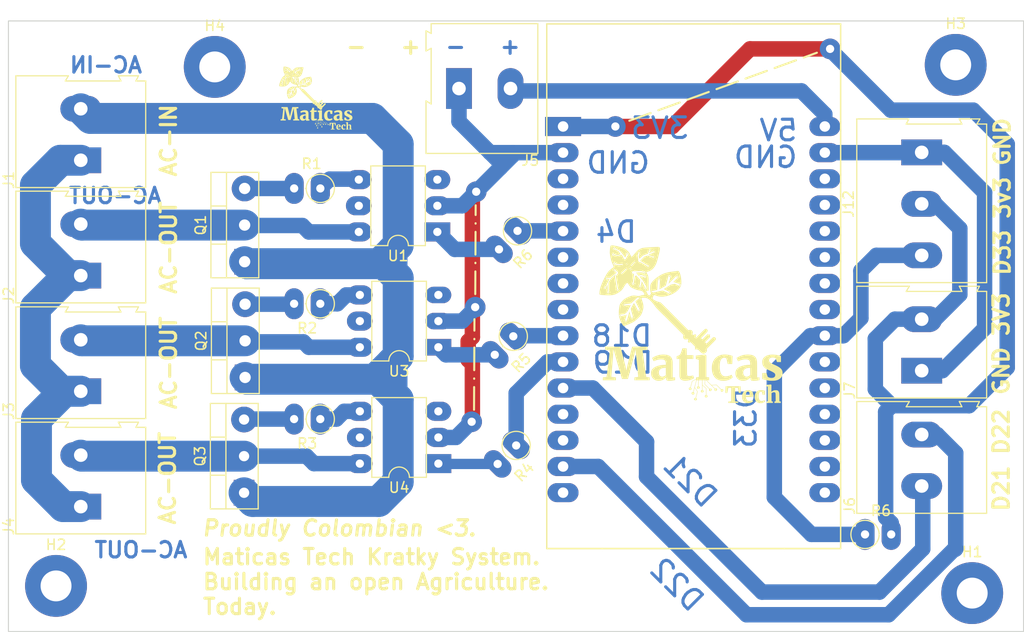
<source format=kicad_pcb>
(kicad_pcb (version 20240108) (generator "pcbnew") (generator_version "8.0")
  (layers (0 "F.Cu" signal) (31 "B.Cu" signal) (34 "B.Paste" user) (35 "F.Paste" user) (36 "B.SilkS" user "B.Silkscreen") (37 "F.SilkS" user "F.Silkscreen") (38 "B.Mask" user) (39 "F.Mask" user) (44 "Edge.Cuts" user))
  (net 0 "")
  (net 1 "Net-(Q1-G)")
  (net 2 "Net-(R1-Pad1)")
  (net 3 "D18")
  (net 13 "5V")
  (net 22 "GND")
  (net 23 "AC1")
  (net 24 "AC2")
  (net 25 "Net-(J2-Pin_2)")
  (net 26 "Net-(J3-Pin_2)")
  (net 27 "Net-(Q2-G)")
  (net 28 "Net-(R2-Pad1)")
  (net 29 "D19")
  (net 32 "Net-(J4-Pin_2)")
  (net 33 "Net-(Q3-G)")
  (net 34 "Net-(R3-Pad1)")
  (net 35 "D21")
  (net 38 "3V3")
  (net 39 "D27")
  (net 40 "D25")
  (net 41 "Net-(R4-Pad2)")
  (net 42 "D22")
  (net 43 "Net-(R5-Pad2)")
  (net 44 "Net-(R6-Pad2)")
  (net 46 "D33")
  (net 48 "D4")
  (footprint "ESP32-DEVKIT-V1:MODULE_ESP32_DEVKIT_V1" (layer "F.Cu") (at 138.8 74.5)
    (property "Reference" "U2" (hide yes))
    (property "Value" "ESP32-DEVKIT-V1" (hide yes))
  )
  (footprint "Package_TO_SOT_THT:TO-220-3_Vertical" (layer "F.Cu") (at 95.2 71.1 90)
    (property "Reference" "Q1")
    (property "Value" "BT136-500")
  )
  (footprint "MountingHole:MountingHole_3mm_Pad" (layer "F.Cu") (at 164.2 53)
    (property "Reference" "H3")
    (property "Value" "MountingHole")
  )
  (footprint "Resistor_THT:R_Axial_DIN0207_L6.3mm_D2.5mm_P2.54mm_Vertical" (layer "F.Cu") (at 102.54 76.2 180)
    (property "Reference" "R2")
    (property "Value" "R")
  )
  (footprint "TerminalBlock:TerminalBlock_Altech_AK300-2_P5.00mm" (layer "F.Cu") (at 79.3 62.265 90)
    (property "Reference" "J1")
    (property "Value" "Screw_Terminal_01x02")
  )
  (footprint "TerminalBlock:TerminalBlock_Altech_AK300-2_P5.00mm" (layer "F.Cu") (at 79.3 73.465 90)
    (property "Reference" "J2")
    (property "Value" "Screw_Terminal_01x02")
  )
  (footprint "Package_TO_SOT_THT:TO-220-3_Vertical" (layer "F.Cu") (at 95.245 82.34 90)
    (property "Reference" "Q2")
    (property "Value" "BT136-500")
  )
  (footprint "TerminalBlock:TerminalBlock_Altech_AK300-2_P5.00mm" (layer "F.Cu") (at 79.3 95.9 90)
    (property "Reference" "J4")
    (property "Value" "Screw_Terminal_01x02")
  )
  (footprint "TerminalBlock:TerminalBlock_Altech_AK300-3_P5.00mm" (layer "F.Cu") (at 160.9 71.5 90)
    (property "Reference" "J12")
    (property "Value" "Screw_Terminal_01x03")
  )
  (footprint "Package_DIP:DIP-6_W7.62mm" (layer "F.Cu") (at 113.9 69.225 180)
    (property "Reference" "U1")
    (property "Value" "MOC3021M")
  )
  (footprint "TerminalBlock:TerminalBlock_Altech_AK300-2_P5.00mm" (layer "F.Cu") (at 79.3 84.7 90)
    (property "Reference" "J3")
    (property "Value" "Screw_Terminal_01x02")
  )
  (footprint "Resistor_THT:R_Axial_DIN0207_L6.3mm_D2.5mm_P2.54mm_Vertical" (layer "F.Cu") (at 121.548927 89.961073 -135)
    (property "Reference" "R4")
    (property "Value" "R")
  )
  (footprint "MountingHole:MountingHole_3mm_Pad" (layer "F.Cu") (at 76.9 103.6)
    (property "Reference" "H2")
    (property "Value" "MountingHole")
  )
  (footprint "TerminalBlock:TerminalBlock_Altech_AK300-2_P5.00mm" (layer "F.Cu") (at 121 55.3 180)
    (property "Reference" "J5")
    (property "Value" "Screw_Terminal_01x02")
  )
  (footprint "MountingHole:MountingHole_3mm_Pad" (layer "F.Cu") (at 165.8 104.3)
    (property "Reference" "H1")
    (property "Value" "MountingHole")
  )
  (footprint "Package_DIP:DIP-6_W7.62mm" (layer "F.Cu") (at 114 91.725 180)
    (property "Reference" "U4")
    (property "Value" "MOC3021M")
  )
  (footprint "MountingHole:MountingHole_3mm_Pad" (layer "F.Cu") (at 92.3 53.2)
    (property "Reference" "H4")
    (property "Value" "MountingHole")
  )
  (footprint "TerminalBlock:TerminalBlock_Altech_AK300-2_P5.00mm" (layer "F.Cu") (at 160.9 82.7 90)
    (property "Reference" "J7")
    (property "Value" "Screw_Terminal_01x02")
  )
  (footprint "TerminalBlock:TerminalBlock_Altech_AK300-2_P5.00mm" (layer "F.Cu") (at 160.9 93.9 90)
    (property "Reference" "J6")
    (property "Value" "Screw_Terminal_01x02")
  )
  (footprint "Resistor_THT:R_Axial_DIN0207_L6.3mm_D2.5mm_P2.54mm_Vertical" (layer "F.Cu") (at 121.268927 79.361073 -135)
    (property "Reference" "R5")
    (property "Value" "R")
  )
  (footprint "Resistor_THT:R_Axial_DIN0207_L6.3mm_D2.5mm_P2.54mm_Vertical" (layer "F.Cu") (at 121.678927 69.121073 -135)
    (property "Reference" "R6")
    (property "Value" "R")
  )
  (footprint "Resistor_THT:R_Axial_DIN0207_L6.3mm_D2.5mm_P2.54mm_Vertical" (layer "F.Cu") (at 155.4 98.6)
    (property "Reference" "R6")
    (property "Value" "R")
  )
  (footprint "Resistor_THT:R_Axial_DIN0207_L6.3mm_D2.5mm_P2.54mm_Vertical" (layer "F.Cu") (at 102.545 65 180)
    (property "Reference" "R1")
    (property "Value" "R")
  )
  (footprint "Package_TO_SOT_THT:TO-220-3_Vertical" (layer "F.Cu") (at 95.145 93.54 90)
    (property "Reference" "Q3")
    (property "Value" "BT136-500")
  )
  (footprint "Package_DIP:DIP-6_W7.62mm" (layer "F.Cu") (at 114 80.425 180)
    (property "Reference" "U3")
    (property "Value" "MOC3021M")
  )
  (footprint "Resistor_THT:R_Axial_DIN0207_L6.3mm_D2.5mm_P2.54mm_Vertical" (layer "F.Cu") (at 102.54 87.4 180)
    (property "Reference" "R3")
    (property "Value" "R")
  )
  (gr_poly (pts (xy 101.936952 57.198971) (xy 101.939108 57.251495) (xy 101.941812 57.325266) (xy 101.944371 57.389917) (xy 101.94544 57.411035) (xy 101.946177 57.420516) (xy 101.947447 57.426866) (xy 102.198518 57.426866) (xy 102.198518 57.573621) (xy 101.950162 57.573621) (xy 101.950261 57.849493) (xy 101.950647 58.016718) (xy 101.952051 58.117041) (xy 101.953322 58.148621) (xy 101.955072 58.171286) (xy 101.957375 58.187637) (xy 101.960306 58.200279) (xy 101.962026 58.205927) (xy 101.962937 58.208533) (xy 101.963892 58.210999) (xy 101.964898 58.213328) (xy 101.965963 58.215525) (xy 101.967095 58.217591) (xy 101.968301 58.219532) (xy 101.969588 58.221351) (xy 101.970964 58.223051) (xy 101.972438 58.224635) (xy 101.974015 58.226108) (xy 101.975704 58.227473) (xy 101.977512 58.228734) (xy 101.979448 58.229893) (xy 101.981517 58.230956) (xy 101.983729 58.231924) (xy 101.98609 58.232803) (xy 101.988608 58.233595) (xy 101.991291 58.234303) (xy 101.994146 58.234933) (xy 101.99718 58.235487) (xy 102.000402 58.235968) (xy 102.003819 58.236381) (xy 102.007437 58.236729) (xy 102.011266 58.237015) (xy 102.019583 58.237417) (xy 102.02883 58.237617) (xy 102.039067 58.237641) (xy 102.054123 58.23731) (xy 102.069075 58.236465) (xy 102.083917 58.235109) (xy 102.098639 58.233242) (xy 102.113236 58.230866) (xy 102.127698 58.227981) (xy 102.142019 58.224589) (xy 102.15619 58.22069) (xy 102.184419 58.212386) (xy 102.184731 58.212335) (xy 102.185055 58.212364) (xy 102.185393 58.212475) (xy 102.185745 58.212672) (xy 102.186112 58.212957) (xy 102.186497 58.213335) (xy 102.186899 58.213807) (xy 102.187322 58.214378) (xy 102.187765 58.215049) (xy 102.18823 58.215824) (xy 102.188718 58.216707) (xy 102.189232 58.2177) (xy 102.189771 58.218806) (xy 102.190338 58.220028) (xy 102.191558 58.222835) (xy 102.192903 58.226144) (xy 102.194382 58.22998) (xy 102.196007 58.234368) (xy 102.197788 58.239332) (xy 102.199734 58.244896) (xy 102.201857 58.251086) (xy 102.204166 58.257927) (xy 102.206672 58.265441) (xy 102.224685 58.319734) (xy 102.217209 58.326164) (xy 102.214806 58.328119) (xy 102.211949 58.330248) (xy 102.208678 58.332529) (xy 102.205034 58.334939) (xy 102.196792 58.340051) (xy 102.187551 58.345403) (xy 102.177636 58.350809) (xy 102.167376 58.356087) (xy 102.157098 58.361052) (xy 102.147129 58.365521) (xy 102.131397 58.372014) (xy 102.115409 58.378126) (xy 102.099197 58.383848) (xy 102.082793 58.389176) (xy 102.066227 58.394101) (xy 102.049533 58.398619) (xy 102.03274 58.402721) (xy 102.015882 58.406402) (xy 101.99899 58.409656) (xy 101.982095 58.412475) (xy 101.96523 58.414853) (xy 101.948425 58.416784) (xy 101.931714 58.418261) (xy 101.915126 58.419277) (xy 101.898694 58.419827) (xy 101.882451 58.419903) (xy 101.867094 58.419675) (xy 101.853458 58.419325) (xy 101.843025 58.418903) (xy 101.839473 58.41868) (xy 101.837278 58.418458) (xy 101.837268 58.41846) (xy 101.816944 58.414962) (xy 101.798062 58.410767) (xy 101.780578 58.405836) (xy 101.764449 58.400129) (xy 101.749631 58.393606) (xy 101.7427 58.390026) (xy 101.736081 58.386227) (xy 101.729768 58.382204) (xy 101.723756 58.377952) (xy 101.718039 58.373467) (xy 101.712611 58.368742) (xy 101.707468 58.363774) (xy 101.702605 58.358556) (xy 101.698014 58.353085) (xy 101.693692 58.347355) (xy 101.689632 58.341362) (xy 101.68583 58.335099) (xy 101.682279 58.328563) (xy 101.678975 58.321748) (xy 101.675912 58.31465) (xy 101.673085 58.307263) (xy 101.668114 58.291602) (xy 101.664021 58.274728) (xy 101.660761 58.256599) (xy 101.660158 58.251939) (xy 101.659614 58.246123) (xy 101.658695 58.230011) (xy 101.657981 58.206241) (xy 101.657448 58.172789) (xy 101.657073 58.127633) (xy 101.656833 58.068749) (xy 101.656662 57.901705) (xy 101.656646 57.573621) (xy 101.549401 57.573621) (xy 101.549401 57.470581) (xy 101.56704 57.463935) (xy 101.593906 57.453749) (xy 101.615016 57.445552) (xy 101.631242 57.438924) (xy 101.643456 57.433446) (xy 101.648331 57.431008) (xy 101.652529 57.4287) (xy 101.656161 57.426471) (xy 101.659335 57.424267) (xy 101.66216 57.422037) (xy 101.664744 57.419728) (xy 101.66963 57.414665) (xy 101.672888 57.410928) (xy 101.676096 57.407019) (xy 101.679258 57.402934) (xy 101.682375 57.398669) (xy 101.685449 57.39422) (xy 101.688483 57.389583) (xy 101.691478 57.384756) (xy 101.694437 57.379733) (xy 101.697363 57.374511) (xy 101.700256 57.369086) (xy 101.70312 57.363455) (xy 101.705957 57.357614) (xy 101.708768 57.351558) (xy 101.711556 57.345285) (xy 101.714324 57.33879) (xy 101.717072 57.33207) (xy 101.722022 57.31913) (xy 101.727932 57.302716) (xy 101.741432 57.26309) (xy 101.755169 57.220445) (xy 101.761376 57.200258) (xy 101.766742 57.182038) (xy 101.772595 57.161576) (xy 101.935187 57.161576)) (stroke (width -0.000001)) (fill solid) (layer "F.SilkS"))
  (gr_poly (pts (xy 104.349314 58.785695) (xy 104.368283 58.786681) (xy 104.37686 58.787432) (xy 104.384617 58.788356) (xy 104.391393 58.789453) (xy 104.397025 58.790724) (xy 104.404814 58.793033) (xy 104.412462 58.795682) (xy 104.419953 58.79866) (xy 104.427271 58.801955) (xy 104.434399 58.805555) (xy 104.441321 58.809448) (xy 104.44802 58.813623) (xy 104.45448 58.818067) (xy 104.460685 58.822769) (xy 104.466618 58.827717) (xy 104.472263 58.832898) (xy 104.477604 58.838302) (xy 104.482623 58.843916) (xy 104.487305 58.849729) (xy 104.491634 58.855729) (xy 104.495593 58.861903) (xy 104.49942 58.868743) (xy 104.502943 58.876039) (xy 104.506161 58.883769) (xy 104.509069 58.891911) (xy 104.511664 58.900443) (xy 104.513943 58.909343) (xy 104.515902 58.918588) (xy 104.517539 58.928158) (xy 104.518849 58.93803) (xy 104.519829 58.948181) (xy 104.520477 58.958591) (xy 104.520788 58.969237) (xy 104.52076 58.980097) (xy 104.520389 58.991149) (xy 104.519671 59.002371) (xy 104.518604 59.013741) (xy 104.517195 59.02589) (xy 104.515803 59.036457) (xy 104.51459 59.04431) (xy 104.5141 59.046864) (xy 104.513715 59.048314) (xy 104.513531 59.048637) (xy 104.513226 59.048944) (xy 104.512783 59.049234) (xy 104.512188 59.049508) (xy 104.511427 59.049766) (xy 104.510484 59.050009) (xy 104.509347 59.050238) (xy 104.507998 59.050452) (xy 104.504613 59.05084) (xy 104.50021 59.051175) (xy 104.494673 59.051462) (xy 104.487886 59.051704) (xy 104.47973 59.051905) (xy 104.470089 59.052067) (xy 104.458845 59.052196) (xy 104.445882 59.052293) (xy 104.414329 59.052407) (xy 104.374493 59.052439) (xy 104.236852 59.052439) (xy 104.238178 59.065845) (xy 104.239107 59.073887) (xy 104.240295 59.081859) (xy 104.241734 59.089737) (xy 104.243414 59.097498) (xy 104.245326 59.105117) (xy 104.247461 59.112569) (xy 104.249809 59.119831) (xy 104.252361 59.126878) (xy 104.255108 59.133686) (xy 104.258041 59.140232) (xy 104.26115 59.146489) (xy 104.264426 59.152436) (xy 104.26786 59.158046) (xy 104.271442 59.163296) (xy 104.275164 59.168163) (xy 104.279016 59.172621) (xy 104.282619 59.176299) (xy 104.286445 59.179764) (xy 104.290485 59.183013) (xy 104.294733 59.186048) (xy 104.299181 59.188866) (xy 104.303821 59.191469) (xy 104.308645 59.193856) (xy 104.313646 59.196026) (xy 104.318817 59.197979) (xy 104.32415 59.199714) (xy 104.329637 59.201232) (xy 104.335271 59.202531) (xy 104.341044 59.203612) (xy 104.346948 59.204474) (xy 104.352977 59.205116) (xy 104.359122 59.205539) (xy 104.371731 59.205724) (xy 104.384715 59.205025) (xy 104.398014 59.20344) (xy 104.411567 59.200965) (xy 104.425313 59.197597) (xy 104.439192 59.193334) (xy 104.453143 59.188172) (xy 104.467106 59.182108) (xy 104.490616 59.171125) (xy 104.502812 59.197154) (xy 104.507371 59.206913) (xy 104.509132 59.210872) (xy 104.510524 59.214316) (xy 104.511076 59.215867) (xy 104.511529 59.217318) (xy 104.511881 59.218676) (xy 104.51213 59.219951) (xy 104.512273 59.221152) (xy 104.512309 59.222289) (xy 104.512234 59.223371) (xy 104.512048 59.224406) (xy 104.511747 59.225404) (xy 104.51133 59.226375) (xy 104.510794 59.227326) (xy 104.510137 59.228269) (xy 104.509357 59.229211) (xy 104.508452 59.230162) (xy 104.507419 59.231131) (xy 104.506256 59.232127) (xy 104.503533 59.234238) (xy 104.500265 59.236568) (xy 104.492023 59.242181) (xy 104.484773 59.24691) (xy 104.477208 59.251472) (xy 104.469355 59.255857) (xy 104.461242 59.260054) (xy 104.452897 59.264053) (xy 104.444348 59.267845) (xy 104.435622 59.27142) (xy 104.426748 59.274766) (xy 104.417754 59.277875) (xy 104.408666 59.280736) (xy 104.399514 59.283339) (xy 104.390324 59.285674) (xy 104.381125 59.287731) (xy 104.371945 59.2895) (xy 104.362812 59.29097) (xy 104.353752 59.292133) (xy 104.343827 59.293214) (xy 104.335757 59.293986) (xy 104.328854 59.29445) (xy 104.325625 59.294566) (xy 104.32243 59.294604) (xy 104.319182 59.294566) (xy 104.315795 59.29445) (xy 104.308262 59.293988) (xy 104.299142 59.293216) (xy 104.287747 59.292136) (xy 104.287741 59.292155) (xy 104.269098 59.289773) (xy 104.25137 59.286322) (xy 104.234553 59.281797) (xy 104.226485 59.279132) (xy 104.218644 59.276197) (xy 104.211029 59.272992) (xy 104.203639 59.269517) (xy 104.196475 59.265771) (xy 104.189535 59.261754) (xy 104.18282 59.257466) (xy 104.176328 59.252906) (xy 104.17006 59.248074) (xy 104.164014 59.242969) (xy 104.158191 59.237591) (xy 104.15259 59.231939) (xy 104.14721 59.226014) (xy 104.142051 59.219815) (xy 104.137113 59.21334) (xy 104.132395 59.206591) (xy 104.127897 59.199566) (xy 104.123618 59.192266) (xy 104.115715 59.176835) (xy 104.108684 59.160296) (xy 104.102521 59.142645) (xy 104.097222 59.12388) (xy 104.095381 59.116161) (xy 104.094612 59.112511) (xy 104.093936 59.108902) (xy 104.093348 59.105256) (xy 104.092841 59.101499) (xy 104.092411 59.097554) (xy 104.092052 59.093347) (xy 104.091758 59.088802) (xy 104.091524 59.083843) (xy 104.09121 59.072382) (xy 104.091067 59.058359) (xy 104.091049 59.041169) (xy 104.091118 59.023109) (xy 104.091298 59.008728) (xy 104.091662 58.997231) (xy 104.092279 58.987825) (xy 104.092762 58.983671) (xy 104.236627 58.983671) (xy 104.236788 58.989808) (xy 104.237054 58.991811) (xy 104.237451 58.992999) (xy 104.237638 58.993198) (xy 104.237948 58.993388) (xy 104.238382 58.99357) (xy 104.238943 58.993744) (xy 104.240445 58.994066) (xy 104.242465 58.994355) (xy 104.245011 58.994611) (xy 104.248092 58.994835) (xy 104.251719 58.995026) (xy 104.255901 58.995186) (xy 104.265964 58.995411) (xy 104.278359 58.995513) (xy 104.293158 58.995493) (xy 104.310437 58.995355) (xy 104.381502 58.994599) (xy 104.382396 58.964969) (xy 104.38257 58.95318) (xy 104.382368 58.94195) (xy 104.381791 58.931285) (xy 104.380841 58.921194) (xy 104.379523 58.911683) (xy 104.377838 58.90276) (xy 104.375788 58.894433) (xy 104.373377 58.886708) (xy 104.370606 58.879594) (xy 104.36748 58.873097) (xy 104.363999 58.867225) (xy 104.360167 58.861986) (xy 104.355986 58.857386) (xy 104.351459 58.853433) (xy 104.346588 58.850135) (xy 104.341376 58.847499) (xy 104.338794 58.846533) (xy 104.335933 58.845713) (xy 104.332832 58.845038) (xy 104.329531 58.844508) (xy 104.326067 58.84412) (xy 104.32248 58.843874) (xy 104.318808 58.843768) (xy 104.315091 58.843803) (xy 104.311366 58.843976) (xy 104.307674 58.844286) (xy 104.304053 58.844733) (xy 104.300541 58.845315) (xy 104.297178 58.846031) (xy 104.294003 58.84688) (xy 104.291053 58.847862) (xy 104.288369 58.848974) (xy 104.286201 58.850028) (xy 104.284084 58.851155) (xy 104.282018 58.852354) (xy 104.280003 58.853627) (xy 104.27804 58.854973) (xy 104.276126 58.856393) (xy 104.274263 58.857888) (xy 104.27245 58.859457) (xy 104.270686 58.861102) (xy 104.268973 58.862822) (xy 104.267308 58.864618) (xy 104.265693 58.86649) (xy 104.264126 58.868439) (xy 104.262608 58.870465) (xy 104.261139 58.872568) (xy 104.259717 58.874749) (xy 104.258344 58.877008) (xy 104.257018 58.879346) (xy 104.255739 58.881762) (xy 104.254508 58.884258) (xy 104.252185 58.88949) (xy 104.250049 58.895043) (xy 104.248096 58.900921) (xy 104.246326 58.907126) (xy 104.244735 58.913663) (xy 104.243323 58.920533) (xy 104.241552 58.931017) (xy 104.239974 58.942363) (xy 104.238641 58.953935) (xy 104.237605 58.9651) (xy 104.236916 58.975224) (xy 104.236627 58.983671) (xy 104.092762 58.983671) (xy 104.093221 58.979716) (xy 104.094561 58.972112) (xy 104.096368 58.964217) (xy 104.098715 58.955239) (xy 104.103437 58.939489) (xy 104.108909 58.924436) (xy 104.115124 58.910087) (xy 104.122073 58.896449) (xy 104.129751 58.883531) (xy 104.138149 58.871339) (xy 104.14726 58.859881) (xy 104.157077 58.849165) (xy 104.167593 58.839198) (xy 104.1788 58.829987) (xy 104.190691 58.82154) (xy 104.203258 58.813864) (xy 104.216495 58.806967) (xy 104.230393 58.800856) (xy 104.244946 58.795539) (xy 104.260147 58.791023) (xy 104.265973 58.789726) (xy 104.272917 58.788598) (xy 104.280817 58.787639) (xy 104.289511 58.78685) (xy 104.308636 58.785782) (xy 104.329001 58.785396)) (stroke (width -0.000001)) (fill solid) (layer "F.SilkS"))
  (gr_poly (pts (xy 136.421509 75.062262) (xy 136.424478 75.062554) (xy 136.427662 75.063023) (xy 136.431093 75.063658) (xy 136.436345 75.064869) (xy 136.441323 75.066345) (xy 136.446029 75.068088) (xy 136.450463 75.070097) (xy 136.454626 75.072373) (xy 136.456605 75.073612) (xy 136.458517 75.074917) (xy 136.460361 75.07629) (xy 136.462138 75.07773) (xy 136.463847 75.079237) (xy 136.465489 75.080811) (xy 136.467063 75.082453) (xy 136.46857 75.084162) (xy 136.47001 75.085939) (xy 136.471383 75.087783) (xy 136.472688 75.089695) (xy 136.473927 75.091674) (xy 136.476203 75.095837) (xy 136.478212 75.10027) (xy 136.479955 75.104976) (xy 136.481431 75.109955) (xy 136.482642 75.115207) (xy 136.483276 75.118638) (xy 136.483746 75.121821) (xy 136.484037 75.124791) (xy 136.484137 75.127581) (xy 136.484111 75.128919) (xy 136.484032 75.130224) (xy 136.483899 75.131501) (xy 136.483711 75.132755) (xy 136.483465 75.133988) (xy 136.483159 75.135207) (xy 136.482793 75.136413) (xy 136.482365 75.137613) (xy 136.481873 75.13881) (xy 136.481315 75.140008) (xy 136.48069 75.141212) (xy 136.479996 75.142425) (xy 136.478395 75.144898) (xy 136.4765 75.14746) (xy 136.474298 75.150146) (xy 136.471775 75.152989) (xy 136.468919 75.156022) (xy 136.465717 75.159279) (xy 136.46316 75.16175) (xy 136.460581 75.164071) (xy 136.457984 75.166241) (xy 136.455369 75.168262) (xy 136.452738 75.170131) (xy 136.450095 75.171851) (xy 136.447439 75.173419) (xy 136.444774 75.174837) (xy 136.442101 75.176104) (xy 136.439423 75.177221) (xy 136.43674 75.178186) (xy 136.434055 75.179) (xy 136.431371 75.179663) (xy 136.428688 75.180175) (xy 136.426009 75.180535) (xy 136.423335 75.180744) (xy 136.420669 75.180801) (xy 136.418013 75.180706) (xy 136.415368 75.18046) (xy 136.412736 75.180062) (xy 136.410119 75.179512) (xy 136.40752 75.17881) (xy 136.40494 75.177956) (xy 136.40238 75.176949) (xy 136.399844 75.17579) (xy 136.397332 75.174479) (xy 136.394847 75.173015) (xy 136.39239 75.171398) (xy 136.389964 75.169629) (xy 136.387571 75.167707) (xy 136.385212 75.165632) (xy 136.382889 75.163404) (xy 136.382889 75.163411) (xy 136.380662 75.161088) (xy 136.378587 75.158729) (xy 136.376666 75.156335) (xy 136.374897 75.153909) (xy 136.373281 75.151453) (xy 136.371817 75.148968) (xy 136.370506 75.146456) (xy 136.369348 75.14392) (xy 136.368341 75.14136) (xy 136.367487 75.13878) (xy 136.366786 75.13618) (xy 136.366236 75.133564) (xy 136.365838 75.130932) (xy 136.365592 75.128287) (xy 136.365498 75.12563) (xy 136.365555 75.122964) (xy 136.365764 75.120291) (xy 136.366124 75.117612) (xy 136.366636 75.114929) (xy 136.367299 75.112244) (xy 136.368113 75.109559) (xy 136.369079 75.106877) (xy 136.370195 75.104198) (xy 136.371462 75.101525) (xy 136.37288 75.09886) (xy 136.374449 75.096205) (xy 136.376168 75.093561) (xy 136.378038 75.090931) (xy 136.380058 75.088316) (xy 136.382229 75.085718) (xy 136.38455 75.08314) (xy 136.38702 75.080583) (xy 136.390278 75.07738) (xy 136.393311 75.074523) (xy 136.396153 75.072) (xy 136.398839 75.069797) (xy 136.401401 75.067902) (xy 136.402647 75.067065) (xy 136.403874 75.066301) (xy 136.405088 75.065607) (xy 136.406291 75.064982) (xy 136.40749 75.064425) (xy 136.408686 75.063932) (xy 136.409886 75.063504) (xy 136.411093 75.063138) (xy 136.412311 75.062833) (xy 136.413545 75.062587) (xy 136.414798 75.062399) (xy 136.416076 75.062266) (xy 136.417381 75.062188) (xy 136.418719 75.062162)) (stroke (width -0.000001)) (fill solid) (layer "F.SilkS"))
  (gr_poly (pts (xy 132.086751 76.253815) (xy 132.090301 76.254176) (xy 132.093828 76.254767) (xy 132.097318 76.25559) (xy 132.100756 76.256644) (xy 132.104126 76.257929) (xy 132.107415 76.259445) (xy 132.110608 76.261192) (xy 132.113689 76.26317) (xy 132.116644 76.265379) (xy 132.119458 76.267818) (xy 132.122116 76.270488) (xy 132.124604 76.273389) (xy 132.126907 76.276521) (xy 132.129009 76.279883) (xy 132.130897 76.283476) (xy 132.132767 76.287878) (xy 132.134177 76.292284) (xy 132.135144 76.296678) (xy 132.135688 76.301046) (xy 132.135826 76.305371) (xy 132.135578 76.309638) (xy 132.13496 76.313832) (xy 132.133992 76.317937) (xy 132.132691 76.321937) (xy 132.131076 76.325818) (xy 132.129166 76.329562) (xy 132.126979 76.333156) (xy 132.124532 76.336584) (xy 132.121844 76.339829) (xy 132.118934 76.342877) (xy 132.11582 76.345711) (xy 132.112519 76.348317) (xy 132.109051 76.350679) (xy 132.105434 76.352782) (xy 132.101686 76.354609) (xy 132.097824 76.356146) (xy 132.093869 76.357376) (xy 132.089837 76.358285) (xy 132.085747 76.358856) (xy 132.081618 76.359075) (xy 132.077467 76.358926) (xy 132.073314 76.358392) (xy 132.069175 76.35746) (xy 132.06507 76.356113) (xy 132.061017 76.354335) (xy 132.057035 76.352112) (xy 132.05314 76.349428) (xy 132.053141 76.349389) (xy 132.051287 76.347918) (xy 132.049516 76.346389) (xy 132.047828 76.344802) (xy 132.046224 76.343159) (xy 132.044704 76.341464) (xy 132.043268 76.339716) (xy 132.041918 76.33792) (xy 132.040653 76.336077) (xy 132.039474 76.334189) (xy 132.038382 76.332257) (xy 132.037377 76.330285) (xy 132.03646 76.328274) (xy 132.03563 76.326227) (xy 132.03489 76.324145) (xy 132.034238 76.32203) (xy 132.033676 76.319884) (xy 132.033204 76.31771) (xy 132.032823 76.31551) (xy 132.032533 76.313286) (xy 132.032334 76.311039) (xy 132.032227 76.308772) (xy 132.032213 76.306488) (xy 132.032293 76.304187) (xy 132.032465 76.301872) (xy 132.032732 76.299545) (xy 132.033093 76.297209) (xy 132.033549 76.294865) (xy 132.034101 76.292515) (xy 132.034749 76.290162) (xy 132.035493 76.287807) (xy 132.036335 76.285453) (xy 132.037274 76.283102) (xy 132.038945 76.279525) (xy 132.040846 76.27618) (xy 132.042961 76.273068) (xy 132.045274 76.270187) (xy 132.047773 76.267538) (xy 132.05044 76.26512) (xy 132.053263 76.262935) (xy 132.056226 76.260981) (xy 132.059314 76.259259) (xy 132.062512 76.257768) (xy 132.065806 76.256509) (xy 132.069181 76.255482) (xy 132.072622 76.254686) (xy 132.076114 76.254121) (xy 132.079643 76.253788) (xy 132.083194 76.253686)) (stroke (width -0.000001)) (fill solid) (layer "F.SilkS"))
  (gr_poly (pts (xy 131.67426 77.279105) (xy 131.678538 77.279832) (xy 131.682768 77.280927) (xy 131.686924 77.282391) (xy 131.690981 77.284225) (xy 131.694913 77.286431) (xy 131.698694 77.28901) (xy 131.702297 77.291963) (xy 131.705698 77.295291) (xy 131.70887 77.298994) (xy 131.711788 77.303075) (xy 131.714425 77.307534) (xy 131.716756 77.312373) (xy 131.718756 77.317593) (xy 131.720397 77.323194) (xy 131.721214 77.327313) (xy 131.721593 77.33136) (xy 131.721555 77.335324) (xy 131.721121 77.339194) (xy 131.720312 77.342962) (xy 131.719146 77.346615) (xy 131.717647 77.350144) (xy 131.715832 77.353539) (xy 131.713724 77.35679) (xy 131.711343 77.359885) (xy 131.708709 77.362816) (xy 131.705842 77.36557) (xy 131.702764 77.368139) (xy 131.699494 77.370512) (xy 131.696054 77.372679) (xy 131.692463 77.374628) (xy 131.688742 77.376351) (xy 131.684912 77.377836) (xy 131.680993 77.379074) (xy 131.677006 77.380054) (xy 131.672971 77.380766) (xy 131.668909 77.381199) (xy 131.66484 77.381343) (xy 131.660785 77.381188) (xy 131.656764 77.380724) (xy 131.652797 77.379941) (xy 131.648906 77.378827) (xy 131.64511 77.377373) (xy 131.641431 77.375568) (xy 131.637888 77.373403) (xy 131.634502 77.370866) (xy 131.631294 77.367948) (xy 131.631294 77.367951) (xy 131.62935 77.365917) (xy 131.627574 77.363867) (xy 131.625963 77.361792) (xy 131.624514 77.35968) (xy 131.623224 77.357521) (xy 131.622089 77.355304) (xy 131.621106 77.35302) (xy 131.620271 77.350657) (xy 131.619582 77.348206) (xy 131.619034 77.345655) (xy 131.618625 77.342995) (xy 131.618352 77.340214) (xy 131.61821 77.337303) (xy 131.618198 77.334251) (xy 131.61831 77.331047) (xy 131.618545 77.327681) (xy 131.619265 77.321975) (xy 131.620401 77.316618) (xy 131.62193 77.311609) (xy 131.623824 77.306949) (xy 131.626057 77.302641) (xy 131.628605 77.298686) (xy 131.631441 77.295083) (xy 131.634539 77.291835) (xy 131.637873 77.288943) (xy 131.641418 77.286408) (xy 131.645148 77.28423) (xy 131.649037 77.282412) (xy 131.653059 77.280954) (xy 131.657188 77.279857) (xy 131.661398 77.279122) (xy 131.665664 77.278751) (xy 131.66996 77.278745)) (stroke (width -0.000001)) (fill solid) (layer "F.SilkS"))
  (gr_poly (pts (xy 99.262669 54.864284) (xy 99.264882 54.864503) (xy 99.26703 54.864893) (xy 99.268069 54.865153) (xy 99.26908 54.865456) (xy 99.270058 54.865802) (xy 99.271 54.866191) (xy 99.271902 54.866624) (xy 99.272759 54.8671) (xy 99.273568 54.86762) (xy 99.274324 54.868183) (xy 99.275025 54.86879) (xy 99.275665 54.869441) (xy 99.276228 54.870113) (xy 99.276753 54.870839) (xy 99.277242 54.871617) (xy 99.277693 54.872442) (xy 99.278108 54.873311) (xy 99.278485 54.874219) (xy 99.279128 54.876138) (xy 99.279624 54.878167) (xy 99.279971 54.880276) (xy 99.280172 54.882432) (xy 99.280225 54.884604) (xy 99.280132 54.886761) (xy 99.279893 54.888871) (xy 99.279507 54.890903) (xy 99.278975 54.892825) (xy 99.278654 54.893735) (xy 99.278298 54.894606) (xy 99.277904 54.895433) (xy 99.277475 54.896214) (xy 99.277009 54.896943) (xy 99.276507 54.897618) (xy 99.275969 54.898234) (xy 99.275395 54.898786) (xy 99.274112 54.899851) (xy 99.272795 54.90082) (xy 99.27145 54.901695) (xy 99.270082 54.902473) (xy 99.268693 54.903153) (xy 99.26729 54.903735) (xy 99.265876 54.904217) (xy 99.264457 54.904599) (xy 99.263035 54.904879) (xy 99.261617 54.905056) (xy 99.260207 54.905129) (xy 99.258808 54.905097) (xy 99.257426 54.90496) (xy 99.256065 54.904715) (xy 99.25473 54.904363) (xy 99.253425 54.903901) (xy 99.253426 54.903902) (xy 99.25217 54.903352) (xy 99.250969 54.902734) (xy 99.249824 54.902051) (xy 99.248736 54.901307) (xy 99.247707 54.900505) (xy 99.246736 54.899649) (xy 99.245825 54.898742) (xy 99.244974 54.897789) (xy 99.244185 54.896791) (xy 99.243459 54.895754) (xy 99.242795 54.89468) (xy 99.242196 54.893573) (xy 99.241662 54.892437) (xy 99.241194 54.891275) (xy 99.240792 54.89009) (xy 99.240458 54.888887) (xy 99.240192 54.887669) (xy 99.239996 54.886438) (xy 99.23987 54.8852) (xy 99.239816 54.883957) (xy 99.239833 54.882712) (xy 99.239923 54.88147) (xy 99.240087 54.880234) (xy 99.240325 54.879008) (xy 99.240639 54.877794) (xy 99.24103 54.876597) (xy 99.241497 54.875421) (xy 99.242043 54.874267) (xy 99.242668 54.873141) (xy 99.243372 54.872046) (xy 99.244158 54.870984) (xy 99.245025 54.869961) (xy 99.245683 54.869288) (xy 99.246401 54.868657) (xy 99.247173 54.868068) (xy 99.247997 54.867521) (xy 99.248868 54.867015) (xy 99.249782 54.866551) (xy 99.250735 54.86613) (xy 99.251724 54.86575) (xy 99.252743 54.865413) (xy 99.25379 54.865118) (xy 99.25595 54.864654) (xy 99.25817 54.86436) (xy 99.260421 54.864237)) (stroke (width -0.000001)) (fill solid) (layer "F.SilkS"))
  (gr_poly (pts (xy 133.467117 71.208448) (xy 133.47082 71.20901) (xy 133.474485 71.209915) (xy 133.478091 71.211169) (xy 133.481618 71.212777) (xy 133.485045 71.214744) (xy 133.488351 71.217075) (xy 133.491517 71.219775) (xy 133.494522 71.22285) (xy 133.497345 71.226304) (xy 133.499966 71.230144) (xy 133.502365 71.234374) (xy 133.504522 71.238998) (xy 133.506372 71.243926) (xy 133.507773 71.248806) (xy 133.508745 71.253626) (xy 133.509305 71.258369) (xy 133.50947 71.263022) (xy 133.50926 71.267569) (xy 133.508691 71.271995) (xy 133.507782 71.276286) (xy 133.50655 71.280427) (xy 133.505014 71.284403) (xy 133.503191 71.288199) (xy 133.5011 71.2918) (xy 133.498758 71.295192) (xy 133.496183 71.29836) (xy 133.493394 71.301289) (xy 133.490407 71.303965) (xy 133.487241 71.306371) (xy 133.483915 71.308495) (xy 133.480445 71.31032) (xy 133.47685 71.311832) (xy 133.473147 71.313016) (xy 133.469355 71.313858) (xy 133.465492 71.314342) (xy 133.461575 71.314454) (xy 133.457623 71.314179) (xy 133.453653 71.313502) (xy 133.449683 71.312409) (xy 133.445731 71.310884) (xy 133.441815 71.308913) (xy 133.437953 71.306481) (xy 133.434163 71.303572) (xy 133.430463 71.300174) (xy 133.428865 71.298466) (xy 133.427349 71.296625) (xy 133.425918 71.294659) (xy 133.424573 71.292575) (xy 133.42332 71.290382) (xy 133.42216 71.288088) (xy 133.421096 71.2857) (xy 133.420132 71.283228) (xy 133.41927 71.280679) (xy 133.418514 71.278061) (xy 133.417866 71.275383) (xy 133.417329 71.272652) (xy 133.416906 71.269877) (xy 133.4166 71.267066) (xy 133.416415 71.264227) (xy 133.416352 71.261368) (xy 133.416544 71.256147) (xy 133.417105 71.251167) (xy 133.418015 71.246431) (xy 133.419254 71.241946) (xy 133.4208 71.237716) (xy 133.422635 71.233747) (xy 133.424737 71.230044) (xy 133.427086 71.226612) (xy 133.429662 71.223456) (xy 133.432444 71.220581) (xy 133.435412 71.217993) (xy 133.438545 71.215697) (xy 133.441823 71.213697) (xy 133.445226 71.212) (xy 133.448733 71.210609) (xy 133.452324 71.209531) (xy 133.455978 71.208771) (xy 133.459675 71.208334) (xy 133.463395 71.208224)) (stroke (width -0.000001)) (fill solid) (layer "F.SilkS"))
  (gr_poly (pts (xy 100.73753 55.324697) (xy 100.737889 55.324804) (xy 100.738374 55.324977) (xy 100.738978 55.325212) (xy 100.740508 55.325859) (xy 100.742418 55.326714) (xy 100.744644 55.327749) (xy 100.747125 55.328935) (xy 100.749796 55.330244) (xy 100.752596 55.331648) (xy 100.767732 55.338888) (xy 100.784193 55.345989) (xy 100.801524 55.352798) (xy 100.819268 55.359156) (xy 100.836969 55.364908) (xy 100.85417 55.369899) (xy 100.870414 55.373972) (xy 100.878036 55.375616) (xy 100.885247 55.376972) (xy 100.890526 55.377995) (xy 100.896133 55.379284) (xy 100.901908 55.38079) (xy 100.90769 55.382464) (xy 100.913322 55.384259) (xy 100.918642 55.386126) (xy 100.923491 55.388016) (xy 100.92771 55.389881) (xy 100.929386 55.390742) (xy 100.931256 55.391846) (xy 100.933402 55.393272) (xy 100.935904 55.3951) (xy 100.938841 55.397408) (xy 100.942293 55.400274) (xy 100.951066 55.408001) (xy 100.962862 55.41891) (xy 100.978322 55.433633) (xy 100.998087 55.452801) (xy 101.022796 55.477046) (xy 101.053092 55.506998) (xy 101.089613 55.543289) (xy 101.183897 55.637411) (xy 101.310773 55.764462) (xy 101.475365 55.92949) (xy 102.004674 56.46035) (xy 102.027109 56.453533) (xy 102.035853 56.451109) (xy 102.044475 56.449182) (xy 102.05296 56.447751) (xy 102.061292 56.446812) (xy 102.069456 56.446364) (xy 102.077437 56.446403) (xy 102.08522 56.446926) (xy 102.092789 56.447933) (xy 102.10013 56.449419) (xy 102.107226 56.451383) (xy 102.114063 56.453821) (xy 102.120625 56.456731) (xy 102.126897 56.460112) (xy 102.132864 56.463959) (xy 102.13851 56.468271) (xy 102.14382 56.473045) (xy 102.149391 56.478829) (xy 102.151964 56.481785) (xy 102.154396 56.484787) (xy 102.156688 56.487835) (xy 102.15884 56.490931) (xy 102.160851 56.494076) (xy 102.162723 56.497272) (xy 102.164456 56.500521) (xy 102.166049 56.503824) (xy 102.167503 56.507183) (xy 102.168819 56.510599) (xy 102.169997 56.514073) (xy 102.171036 56.517608) (xy 102.171938 56.521204) (xy 102.172703 56.524864) (xy 102.17333 56.528588) (xy 102.17382 56.532379) (xy 102.174174 56.536237) (xy 102.174392 56.540165) (xy 102.174474 56.544164) (xy 102.174419 56.548235) (xy 102.173905 56.5566) (xy 102.172852 56.565273) (xy 102.171262 56.574267) (xy 102.169136 56.583592) (xy 102.166479 56.593262) (xy 102.160078 56.614823) (xy 102.191642 56.646387) (xy 102.215137 56.634561) (xy 102.21989 56.632239) (xy 102.224613 56.630066) (xy 102.229289 56.62805) (xy 102.233899 56.626193) (xy 102.238424 56.624502) (xy 102.242846 56.622981) (xy 102.247147 56.621635) (xy 102.251307 56.620468) (xy 102.255309 56.619486) (xy 102.259133 56.618694) (xy 102.262762 56.618096) (xy 102.266177 56.617697) (xy 102.269359 56.617503) (xy 102.27229 56.617517) (xy 102.274952 56.617745) (xy 102.277325 56.618192) (xy 102.278384 56.618484) (xy 102.27945 56.618829) (xy 102.281595 56.619668) (xy 102.283745 56.620696) (xy 102.285884 56.621898) (xy 102.287998 56.623259) (xy 102.29007 56.624764) (xy 102.292085 56.6264) (xy 102.294029 56.628151) (xy 102.295884 56.630003) (xy 102.297636 56.631941) (xy 102.29927 56.633951) (xy 102.30077 56.636017) (xy 102.302121 56.638125) (xy 102.303307 56.640262) (xy 102.304312 56.642411) (xy 102.305122 56.644558) (xy 102.305871 56.647251) (xy 102.306396 56.650116) (xy 102.306696 56.653155) (xy 102.306772 56.656372) (xy 102.306622 56.659769) (xy 102.306246 56.663348) (xy 102.305644 56.667112) (xy 102.304814 56.671065) (xy 102.303757 56.675207) (xy 102.302472 56.679543) (xy 102.300958 56.684075) (xy 102.299214 56.688805) (xy 102.297241 56.693736) (xy 102.295038 56.698871) (xy 102.292604 56.704212) (xy 102.289939 56.709762) (xy 102.278427 56.733141) (xy 102.288876 56.74359) (xy 102.299325 56.754039) (xy 102.469356 56.584468) (xy 102.542343 56.512053) (xy 102.597722 56.45792) (xy 102.634013 56.423497) (xy 102.644539 56.414123) (xy 102.649738 56.410212) (xy 102.655101 56.408014) (xy 102.660503 56.406247) (xy 102.665928 56.404908) (xy 102.67136 56.403995) (xy 102.676782 56.403504) (xy 102.682179 56.403433) (xy 102.687534 56.403779) (xy 102.692832 56.404538) (xy 102.698056 56.405708) (xy 102.703189 56.407286) (xy 102.708217 56.409268) (xy 102.713122 56.411653) (xy 102.717889 56.414436) (xy 102.722501 56.417615) (xy 102.726943 56.421187) (xy 102.731198 56.425149) (xy 102.734946 56.429131) (xy 102.73835 56.433234) (xy 102.741407 56.437451) (xy 102.744117 56.441778) (xy 102.746478 56.446209) (xy 102.74849 56.450739) (xy 102.75015 56.455363) (xy 102.751458 56.460075) (xy 102.752412 56.46487) (xy 102.753011 56.469743) (xy 102.753254 56.474689) (xy 102.753139 56.479702) (xy 102.752666 56.484777) (xy 102.751833 56.489909) (xy 102.750639 56.495092) (xy 102.749082 56.500321) (xy 102.748664 56.501499) (xy 102.748177 56.502706) (xy 102.747603 56.503959) (xy 102.746925 56.505276) (xy 102.746128 56.506674) (xy 102.745195 56.508172) (xy 102.74411 56.509786) (xy 102.742855 56.511535) (xy 102.741415 56.513436) (xy 102.739774 56.515507) (xy 102.735819 56.52023) (xy 102.730859 56.525845) (xy 102.724762 56.532494) (xy 102.717397 56.540318) (xy 102.708631 56.549459) (xy 102.698335 56.560058) (xy 102.686374 56.572257) (xy 102.656937 56.60202) (xy 102.619267 56.639881) (xy 102.494058 56.765534) (xy 102.520882 56.792246) (xy 102.547706 56.818959) (xy 102.650146 56.716549) (xy 102.752584 56.614139) (xy 102.768944 56.622746) (xy 102.771267 56.623944) (xy 102.773475 56.625035) (xy 102.775586 56.626022) (xy 102.777614 56.626909) (xy 102.779575 56.627701) (xy 102.781486 56.628401) (xy 102.783361 56.629014) (xy 102.785217 56.629544) (xy 102.787069 56.629995) (xy 102.788933 56.630371) (xy 102.790825 56.630677) (xy 102.79276 56.630916) (xy 102.794753 56.631092) (xy 102.796822 56.631211) (xy 102.798981 56.631275) (xy 102.801246 56.63129) (xy 102.804287 56.6312) (xy 102.807407 56.630956) (xy 102.810586 56.630563) (xy 102.813801 56.630031) (xy 102.817029 56.629366) (xy 102.82025 56.628577) (xy 102.823441 56.62767) (xy 102.826581 56.626654) (xy 102.829646 56.625536) (xy 102.832616 56.624323) (xy 102.835468 56.623024) (xy 102.83818 56.621645) (xy 102.840731 56.620195) (xy 102.843099 56.61868) (xy 102.845261 56.61711) (xy 102.847195 56.61549) (xy 102.847925 56.614855) (xy 102.848613 56.614307) (xy 102.849258 56.613843) (xy 102.84986 56.613462) (xy 102.85042 56.613162) (xy 102.850937 56.61294) (xy 102.85141 56.612794) (xy 102.85184 56.612723) (xy 102.852038 56.612714) (xy 102.852226 56.612724) (xy 102.852402 56.61275) (xy 102.852568 56.612794) (xy 102.852722 56.612855) (xy 102.852866 56.612932) (xy 102.852998 56.613026) (xy 102.853119 56.613136) (xy 102.853229 56.613262) (xy 102.853328 56.613404) (xy 102.853491 56.613733) (xy 102.85361 56.614121) (xy 102.853683 56.614566) (xy 102.853711 56.615067) (xy 102.853693 56.61562) (xy 102.853628 56.616224) (xy 102.853518 56.616876) (xy 102.853361 56.617575) (xy 102.853157 56.618319) (xy 102.852907 56.619104) (xy 102.852609 56.61993) (xy 102.852263 56.620794) (xy 102.851871 56.621694) (xy 102.85143 56.622627) (xy 102.850941 56.623592) (xy 102.850404 56.624586) (xy 102.849818 56.625608) (xy 102.849184 56.626655) (xy 102.8485 56.627725) (xy 102.845734 56.632318) (xy 102.843336 56.637069) (xy 102.841306 56.641952) (xy 102.839644 56.64694) (xy 102.83835 56.652004) (xy 102.837423 56.657118) (xy 102.836865 56.662254) (xy 102.836674 56.667386) (xy 102.836851 56.672484) (xy 102.837397 56.677523) (xy 102.838311 56.682475) (xy 102.839592 56.687312) (xy 102.841242 56.692007) (xy 102.84326 56.696533) (xy 102.845646 56.700862) (xy 102.8484 56.704967) (xy 102.855402 56.714458) (xy 102.752313 56.817575) (xy 102.649224 56.920693) (xy 102.680288 56.95166) (xy 102.711352 56.982628) (xy 102.836233 56.857913) (xy 102.892343 56.802245) (xy 102.933203 56.762565) (xy 102.948104 56.748538) (xy 102.959421 56.738291) (xy 102.96723 56.731749) (xy 102.969842 56.729846) (xy 102.971607 56.728842) (xy 102.974442 56.727795) (xy 102.977514 56.7269) (xy 102.980789 56.726156) (xy 102.984233 56.725563) (xy 102.987813 56.725119) (xy 102.991495 56.724825) (xy 102.995245 56.72468) (xy 102.999029 56.724682) (xy 103.002813 56.724832) (xy 103.006564 56.725128) (xy 103.010248 56.725569) (xy 103.013832 56.726156) (xy 103.01728 56.726888) (xy 103.02056 56.727763) (xy 103.023638 56.728781) (xy 103.026481 56.729942) (xy 103.028795 56.731044) (xy 103.031069 56.73223) (xy 103.033302 56.733496) (xy 103.03549 56.734842) (xy 103.037634 56.736263) (xy 103.039731 56.737758) (xy 103.043776 56.740959) (xy 103.047613 56.744426) (xy 103.051226 56.748138) (xy 103.054603 56.752075) (xy 103.057729 56.756218) (xy 103.060591 56.760547) (xy 103.063173 56.765043) (xy 103.065464 56.769686) (xy 103.067447 56.774455) (xy 103.069111 56.779332) (xy 103.069818 56.781804) (xy 103.07044 56.784296) (xy 103.070974 56.786805) (xy 103.07142 56.789328) (xy 103.071776 56.791864) (xy 103.072039 56.794409) (xy 103.072524 56.79988) (xy 103.072703 56.80239) (xy 103.07279 56.804806) (xy 103.072749 56.807172) (xy 103.072544 56.809531) (xy 103.072138 56.811926) (xy 103.071494 56.8144) (xy 103.070577 56.816997) (xy 103.069349 56.81976) (xy 103.067774 56.822732) (xy 103.065815 56.825955) (xy 103.063436 56.829475) (xy 103.060601 56.833333) (xy 103.057273 56.837572) (xy 103.053415 56.842237) (xy 103.048991 56.84737) (xy 103.043964 56.853014) (xy 103.038299 56.859213) (xy 103.031958 56.86601) (xy 103.024904 56.873447) (xy 103.017102 56.881569) (xy 102.999106 56.900037) (xy 102.977677 56.921761) (xy 102.952523 56.947085) (xy 102.889872 57.009918) (xy 102.716362 57.183873) (xy 102.720912 57.202009) (xy 102.722754 57.210356) (xy 102.724067 57.218594) (xy 102.72485 57.226724) (xy 102.725103 57.234748) (xy 102.724825 57.242667) (xy 102.724016 57.250481) (xy 102.722676 57.258193) (xy 102.720803 57.265803) (xy 102.718399 57.273312) (xy 102.715462 57.280722) (xy 102.711992 57.288033) (xy 102.707988 57.295247) (xy 102.703451 57.302365) (xy 102.698379 57.309388) (xy 102.692773 57.316317) (xy 102.686632 57.323154) (xy 102.682582 57.327288) (xy 102.678403 57.331243) (xy 102.674103 57.335015) (xy 102.669692 57.338598) (xy 102.665178 57.341988) (xy 102.660569 57.34518) (xy 102.655874 57.34817) (xy 102.651101 57.350952) (xy 102.64626 57.353522) (xy 102.641358 57.355875) (xy 102.636404 57.358006) (xy 102.631407 57.359911) (xy 102.626376 57.361584) (xy 102.621319 57.363021) (xy 102.616244 57.364218) (xy 102.61116 57.365168) (xy 102.60389 57.366287) (xy 102.600686 57.366716) (xy 102.597707 57.367056) (xy 102.594906 57.367306) (xy 102.592237 57.367463) (xy 102.589652 57.367528) (xy 102.587105 57.367498) (xy 102.58455 57.367371) (xy 102.581938 57.367147) (xy 102.579224 57.366824) (xy 102.576361 57.366401) (xy 102.573302 57.365875) (xy 102.57 57.365246) (xy 102.56248 57.363673) (xy 102.562485 57.363687) (xy 102.556673 57.362348) (xy 102.551249 57.360892) (xy 102.546082 57.35922) (xy 102.543553 57.358271) (xy 102.541039 57.357231) (xy 102.538524 57.356086) (xy 102.535991 57.354825) (xy 102.533424 57.353435) (xy 102.530806 57.351903) (xy 102.528121 57.350216) (xy 102.525352 57.348364) (xy 102.522484 57.346331) (xy 102.519499 57.344108) (xy 102.513115 57.339035) (xy 102.506069 57.333046) (xy 102.498229 57.32604) (xy 102.489466 57.317917) (xy 102.479646 57.308577) (xy 102.46864 57.297921) (xy 102.442542 57.272257) (xy 102.369876 57.200389) (xy 102.361778 57.208148) (xy 102.353681 57.215906) (xy 102.343356 57.208899) (xy 102.339098 57.206252) (xy 102.33466 57.203957) (xy 102.330065 57.202013) (xy 102.32534 57.20042) (xy 102.320509 57.19918) (xy 102.315596 57.198291) (xy 102.310627 57.197753) (xy 102.305626 57.197568) (xy 102.300619 57.197734) (xy 102.295629 57.198252) (xy 102.290683 57.199121) (xy 102.285803 57.200343) (xy 102.281017 57.201916) (xy 102.276348 57.203842) (xy 102.271821 57.206119) (xy 102.267461 57.208749) (xy 102.266359 57.209456) (xy 102.265263 57.210128) (xy 102.264177 57.210761) (xy 102.263111 57.211352) (xy 102.262069 57.211898) (xy 102.261059 57.212398) (xy 102.260088 57.212848) (xy 102.259163 57.213244) (xy 102.25829 57.213586) (xy 102.257476 57.213869) (xy 102.256728 57.214091) (xy 102.256053 57.214249) (xy 102.255457 57.214341) (xy 102.254947 57.214363) (xy 102.254531 57.214313) (xy 102.25436 57.21426) (xy 102.254214 57.214188) (xy 102.254094 57.214089) (xy 102.253997 57.213956) (xy 102.253923 57.21379) (xy 102.253872 57.213592) (xy 102.253843 57.213363) (xy 102.253836 57.213103) (xy 102.253851 57.212815) (xy 102.253887 57.212498) (xy 102.25402 57.211784) (xy 102.254234 57.210969) (xy 102.254525 57.210061) (xy 102.25489 57.209068) (xy 102.255327 57.207997) (xy 102.255831 57.206856) (xy 102.2564 57.205653) (xy 102.257032 57.204395) (xy 102.257722 57.203092) (xy 102.258469 57.20175) (xy 102.259268 57.200377) (xy 102.260118 57.198981) (xy 102.262708 57.194448) (xy 102.264935 57.189785) (xy 102.266798 57.185014) (xy 102.268297 57.180159) (xy 102.269434 57.175241) (xy 102.27021 57.170284) (xy 102.270624 57.16531) (xy 102.270677 57.160342) (xy 102.27037 57.155402) (xy 102.269704 57.150514) (xy 102.268679 57.145698) (xy 102.267295 57.140979) (xy 102.265554 57.136379) (xy 102.263455 57.131921) (xy 102.260999 57.127626) (xy 102.258188 57.123519) (xy 102.251632 57.11473) (xy 102.260031 57.106684) (xy 102.26843 57.098637) (xy 102.177854 57.008029) (xy 102.087278 56.91742) (xy 102.071232 56.925039) (xy 102.064616 56.928043) (xy 102.058268 56.930642) (xy 102.052185 56.932838) (xy 102.046365 56.934629) (xy 102.040806 56.936016) (xy 102.035504 56.936999) (xy 102.030458 56.937578) (xy 102.025665 56.937752) (xy 102.021122 56.937522) (xy 102.016827 56.936888) (xy 102.012778 56.935849) (xy 102.008972 56.934406) (xy 102.005406 56.932559) (xy 102.002077 56.930307) (xy 101.998985 56.92765) (xy 101.996125 56.924589) (xy 101.994949 56.923124) (xy 101.993855 56.921621) (xy 101.992844 56.920079) (xy 101.991914 56.918496) (xy 101.991066 56.916871) (xy 101.9903 56.915204) (xy 101.989617 56.913493) (xy 101.989016 56.911738) (xy 101.988497 56.909937) (xy 101.98806 56.908089) (xy 101.987706 56.906193) (xy 101.987434 56.904247) (xy 101.987245 56.902252) (xy 101.987138 56.900206) (xy 101.987114 56.898107) (xy 101.987172 56.895955) (xy 101.987313 56.893749) (xy 101.987537 56.891487) (xy 101.988233 56.886793) (xy 101.989261 56.881864) (xy 101.99062 56.876692) (xy 101.992312 56.871268) (xy 101.994337 56.865583) (xy 101.996694 56.85963) (xy 101.999385 56.853398) (xy 102.006752 56.836969) (xy 101.989827 56.820045) (xy 101.972902 56.80312) (xy 101.954778 56.809432) (xy 101.952423 56.81022) (xy 101.950013 56.810962) (xy 101.947546 56.81166) (xy 101.945016 56.812314) (xy 101.942421 56.812925) (xy 101.939756 56.813492) (xy 101.937018 56.814017) (xy 101.934202 56.814501) (xy 101.928324 56.815345) (xy 101.92209 56.81603) (xy 101.91547 56.816561) (xy 101.908433 56.816942) (xy 101.901639 56.817147) (xy 101.895271 56.817155) (xy 101.889294 56.816956) (xy 101.88367 56.816536) (xy 101.878363 56.815881) (xy 101.873338 56.81498) (xy 101.868558 56.813821) (xy 101.863987 56.812389) (xy 101.859589 56.810672) (xy 101.855327 56.808658) (xy 101.851166 56.806335) (xy 101.847068 56.803688) (xy 101.842999 56.800706) (xy 101.838921 56.797376) (xy 101.834799 56.793685) (xy 101.830596 56.78962) (xy 101.82653 56.785416) (xy 101.822838 56.781293) (xy 101.819508 56.777214) (xy 101.816525 56.773144) (xy 101.813879 56.769046) (xy 101.811555 56.764885) (xy 101.81051 56.762769) (xy 101.809542 56.760623) (xy 101.808647 56.758443) (xy 101.807826 56.756225) (xy 101.806395 56.751654) (xy 101.805236 56.746875) (xy 101.804337 56.74185) (xy 101.803684 56.736544) (xy 101.803266 56.730921) (xy 101.803069 56.724944) (xy 101.80308 56.718577) (xy 101.803287 56.711784) (xy 101.803675 56.704633) (xy 101.804207 56.697986) (xy 101.804893 56.691787) (xy 101.805742 56.685979) (xy 101.806764 56.680506) (xy 101.807967 56.675312) (xy 101.809362 56.670341) (xy 101.810957 56.665537) (xy 101.817417 56.647511) (xy 101.287967 56.118025) (xy 100.910706 55.739372) (xy 100.793345 55.620524) (xy 100.747158 55.572528) (xy 100.735799 55.556517) (xy 100.735799 55.440589) (xy 100.735918 55.395576) (xy 100.736241 55.358715) (xy 100.736719 55.333808) (xy 100.737001 55.327027) (xy 100.737304 55.324661)) (stroke (width -0.000001)) (fill solid) (layer "F.SilkS"))
  (gr_line (start 132.53 58.43) (end 150.73 51.82) (stroke (width 0.2) (type dash)) (layer "F.SilkS"))
  (gr_poly (pts (xy 133.45353 76.768307) (xy 133.455809 76.768542) (xy 133.458085 76.768927) (xy 133.460354 76.769456) (xy 133.462611 76.770124) (xy 133.464851 76.770927) (xy 133.467069 76.771859) (xy 133.46926 76.772914) (xy 133.471419 76.774088) (xy 133.473541 76.775375) (xy 133.475622 76.77677) (xy 133.477656 76.778267) (xy 133.479639 76.779862) (xy 133.481565 76.781549) (xy 133.48343 76.783323) (xy 133.485229 76.785178) (xy 133.486957 76.787109) (xy 133.488609 76.789112) (xy 133.49018 76.79118) (xy 133.491666 76.793309) (xy 133.49306 76.795492) (xy 133.494359 76.797726) (xy 133.495558 76.800005) (xy 133.496651 76.802323) (xy 133.497634 76.804675) (xy 133.498502 76.807057) (xy 133.49925 76.809462) (xy 133.499873 76.811885) (xy 133.500366 76.814321) (xy 133.500724 76.816766) (xy 133.500942 76.819212) (xy 133.501016 76.821657) (xy 133.500884 76.82574) (xy 133.500493 76.829696) (xy 133.499855 76.83352) (xy 133.498978 76.837206) (xy 133.497874 76.840749) (xy 133.496552 76.844144) (xy 133.495022 76.847386) (xy 133.493295 76.850469) (xy 133.49138 76.85339) (xy 133.489287 76.856142) (xy 133.487027 76.85872) (xy 133.484609 76.861119) (xy 133.482045 76.863334) (xy 133.479343 76.865361) (xy 133.476514 76.867193) (xy 133.473568 76.868825) (xy 133.470514 76.870254) (xy 133.467364 76.871472) (xy 133.464127 76.872476) (xy 133.460814 76.87326) (xy 133.457433 76.873819) (xy 133.453996 76.874147) (xy 133.450512 76.874241) (xy 133.446992 76.874094) (xy 133.443446 76.873701) (xy 133.439883 76.873057) (xy 133.436313 76.872158) (xy 133.432748 76.870998) (xy 133.429196 76.869571) (xy 133.425669 76.867873) (xy 133.422175 76.865899) (xy 133.418726 76.863643) (xy 133.415152 76.8609) (xy 133.411941 76.857945) (xy 133.409086 76.8548) (xy 133.40658 76.851483) (xy 133.404417 76.848015) (xy 133.40259 76.844413) (xy 133.401092 76.840699) (xy 133.399918 76.836891) (xy 133.399059 76.83301) (xy 133.39851 76.829074) (xy 133.398264 76.825103) (xy 133.398314 76.821117) (xy 133.398653 76.817135) (xy 133.399275 76.813176) (xy 133.400173 76.809261) (xy 133.401341 76.805408) (xy 133.402772 76.801638) (xy 133.404459 76.79797) (xy 133.406395 76.794422) (xy 133.408575 76.791016) (xy 133.410991 76.78777) (xy 133.413636 76.784704) (xy 133.416504 76.781837) (xy 133.419589 76.779189) (xy 133.422883 76.776779) (xy 133.42638 76.774628) (xy 133.430074 76.772754) (xy 133.433957 76.771176) (xy 133.438023 76.769916) (xy 133.442266 76.768991) (xy 133.446678 76.768422) (xy 133.451253 76.768228)) (stroke (width -0.000001)) (fill solid) (layer "F.SilkS"))
  (gr_poly (pts (xy 144.060949 81.13401) (xy 144.122868 81.136222) (xy 144.175728 81.139518) (xy 144.226279 81.143983) (xy 144.274579 81.149639) (xy 144.320687 81.156505) (xy 144.364663 81.1646) (xy 144.406564 81.173946) (xy 144.44645 81.184562) (xy 144.484381 81.196467) (xy 144.520414 81.209683) (xy 144.554608 81.224229) (xy 144.587023 81.240125) (xy 144.617717 81.257391) (xy 144.64675 81.276047) (xy 144.674179 81.296112) (xy 144.700065 81.317609) (xy 144.724465 81.340555) (xy 144.743151 81.360133) (xy 144.760766 81.380458) (xy 144.777345 81.401614) (xy 144.792925 81.423686) (xy 144.807542 81.446759) (xy 144.82123 81.470917) (xy 144.834027 81.496245) (xy 144.845967 81.522828) (xy 144.857088 81.550751) (xy 144.867424 81.580097) (xy 144.877011 81.610952) (xy 144.885885 81.6434) (xy 144.894083 81.677527) (xy 144.901639 81.713417) (xy 144.90859 81.751153) (xy 144.914971 81.790822) (xy 144.916689 81.803598) (xy 144.918242 81.818346) (xy 144.91964 81.83574) (xy 144.920896 81.856451) (xy 144.923027 81.910513) (xy 144.924728 81.985914) (xy 144.926092 82.08803) (xy 144.927212 82.222242) (xy 144.929089 82.608465) (xy 144.931939 83.351062) (xy 145.156793 83.351062) (xy 145.156793 83.624763) (xy 145.095055 83.635925) (xy 145.003942 83.650924) (xy 144.910061 83.663685) (xy 144.81632 83.674004) (xy 144.725629 83.681671) (xy 144.640897 83.686481) (xy 144.565031 83.688226) (xy 144.500942 83.6867) (xy 144.474222 83.684645) (xy 144.451537 83.681695) (xy 144.451541 83.681695) (xy 144.443039 83.680061) (xy 144.433623 83.677857) (xy 144.423605 83.675181) (xy 144.413299 83.672128) (xy 144.403016 83.668796) (xy 144.393068 83.665282) (xy 144.383767 83.661682) (xy 144.375426 83.658092) (xy 144.369484 83.655324) (xy 144.364117 83.652702) (xy 144.359269 83.65017) (xy 144.354887 83.647673) (xy 144.350916 83.645154) (xy 144.3473 83.642559) (xy 144.343986 83.63983) (xy 144.340919 83.636911) (xy 144.338044 83.633747) (xy 144.335306 83.630283) (xy 144.332651 83.626461) (xy 144.330024 83.622226) (xy 144.32737 83.617522) (xy 144.324635 83.612293) (xy 144.321763 83.606483) (xy 144.318702 83.600036) (xy 144.31559 83.593275) (xy 144.312825 83.586957) (xy 144.310382 83.580923) (xy 144.308239 83.575011) (xy 144.306372 83.569061) (xy 144.304755 83.562912) (xy 144.303366 83.556403) (xy 144.30218 83.549374) (xy 144.301175 83.541664) (xy 144.300324 83.533113) (xy 144.299606 83.523559) (xy 144.298996 83.512842) (xy 144.298469 83.500801) (xy 144.298003 83.487276) (xy 144.297156 83.455129) (xy 144.296545 83.434224) (xy 144.295735 83.414721) (xy 144.294763 83.397048) (xy 144.293663 83.381631) (xy 144.292468 83.368896) (xy 144.291215 83.359272) (xy 144.289937 83.353184) (xy 144.289299 83.3516) (xy 144.288669 83.35106) (xy 144.288334 83.351092) (xy 144.287956 83.351188) (xy 144.287534 83.351345) (xy 144.287072 83.351561) (xy 144.28657 83.351837) (xy 144.28603 83.352169) (xy 144.284844 83.352998) (xy 144.283524 83.354035) (xy 144.282085 83.355268) (xy 144.280539 83.356685) (xy 144.278898 83.358272) (xy 144.277176 83.360018) (xy 144.275384 83.361909) (xy 144.273536 83.363933) (xy 144.271645 83.366077) (xy 144.269723 83.368329) (xy 144.267782 83.370676) (xy 144.265836 83.373106) (xy 144.263898 83.375606) (xy 144.258468 83.38221) (xy 144.251521 83.38982) (xy 144.243204 83.398312) (xy 144.233665 83.407562) (xy 144.22305 83.417446) (xy 144.211505 83.427841) (xy 144.186217 83.449669) (xy 144.158977 83.472055) (xy 144.130958 83.494012) (xy 144.103338 83.514549) (xy 144.090044 83.523975) (xy 144.07729 83.532676) (xy 144.056028 83.546506) (xy 144.034779 83.559607) (xy 144.013512 83.571993) (xy 143.992199 83.583674) (xy 143.970809 83.594662) (xy 143.949313 83.604969) (xy 143.927681 83.614608) (xy 143.905884 83.623588) (xy 143.883892 83.631923) (xy 143.861675 83.639623) (xy 143.839204 83.646702) (xy 143.816449 83.65317) (xy 143.793379 83.659039) (xy 143.769966 83.66432) (xy 143.74618 83.669027) (xy 143.721991 83.67317) (xy 143.70298 83.675798) (xy 143.682358 83.677947) (xy 143.637294 83.680841) (xy 143.588822 83.681913) (xy 143.538964 83.681227) (xy 143.489742 83.678846) (xy 143.443177 83.674831) (xy 143.421523 83.672232) (xy 143.401292 83.669247) (xy 143.382736 83.665886) (xy 143.366109 83.662157) (xy 143.33523 83.653784) (xy 143.305136 83.644377) (xy 143.275833 83.63394) (xy 143.247326 83.622477) (xy 143.219622 83.609991) (xy 143.192725 83.596486) (xy 143.166641 83.581966) (xy 143.141377 83.566435) (xy 143.116938 83.549895) (xy 143.093329 83.532351) (xy 143.070557 83.513806) (xy 143.048626 83.494265) (xy 143.027544 83.47373) (xy 143.007314 83.452206) (xy 142.987943 83.429696) (xy 142.969438 83.406204) (xy 142.951555 83.381479) (xy 142.934973 83.35647) (xy 142.919673 83.331108) (xy 142.905632 83.305325) (xy 142.892831 83.279053) (xy 142.881249 83.252224) (xy 142.870865 83.224769) (xy 142.861659 83.196621) (xy 142.85361 83.167712) (xy 142.846698 83.137974) (xy 142.840902 83.107338) (xy 142.836201 83.075737) (xy 142.832575 83.043102) (xy 142.830003 83.009366) (xy 142.828466 82.97446) (xy 142.827941 82.938316) (xy 142.828078 82.910003) (xy 142.828595 82.885715) (xy 142.828916 82.878875) (xy 143.582316 82.878875) (xy 143.582815 82.903265) (xy 143.584076 82.926925) (xy 143.586102 82.949859) (xy 143.588895 82.972074) (xy 143.592456 82.993575) (xy 143.596786 83.014368) (xy 143.601888 83.034458) (xy 143.607763 83.053851) (xy 143.614413 83.072553) (xy 143.62184 83.090568) (xy 143.630044 83.107903) (xy 143.639028 83.124564) (xy 143.648794 83.140555) (xy 143.659343 83.155883) (xy 143.670677 83.170553) (xy 143.682797 83.18457) (xy 143.690527 83.192875) (xy 143.698011 83.200588) (xy 143.705303 83.207747) (xy 143.712459 83.214387) (xy 143.719536 83.220545) (xy 143.726589 83.226258) (xy 143.733673 83.231562) (xy 143.740844 83.236495) (xy 143.748158 83.241092) (xy 143.755671 83.245391) (xy 143.763439 83.249428) (xy 143.771516 83.253239) (xy 143.779958 83.256862) (xy 143.788823 83.260332) (xy 143.798164 83.263687) (xy 143.808038 83.266963) (xy 143.817871 83.269795) (xy 143.828511 83.272278) (xy 143.83985 83.274412) (xy 143.851784 83.276195) (xy 143.864207 83.277625) (xy 143.877015 83.278702) (xy 143.8901 83.279423) (xy 143.903358 83.279788) (xy 143.916684 83.279795) (xy 143.929971 83.279442) (xy 143.943114 83.278727) (xy 143.956009 83.277651) (xy 143.968549 83.27621) (xy 143.980629 83.274404) (xy 143.992143 83.272231) (xy 144.002986 83.269689) (xy 144.002978 83.269687) (xy 144.017025 83.265689) (xy 144.031603 83.260893) (xy 144.046615 83.255354) (xy 144.061958 83.249127) (xy 144.077534 83.242269) (xy 144.093243 83.234833) (xy 144.108984 83.226876) (xy 144.124658 83.218453) (xy 144.140164 83.209619) (xy 144.155403 83.20043) (xy 144.170275 83.19094) (xy 144.184679 83.181206) (xy 144.198516 83.171282) (xy 144.211686 83.161225) (xy 144.224088 83.151088) (xy 144.235623 83.140928) (xy 144.260873 83.117767) (xy 144.259047 82.770511) (xy 144.257222 82.423255) (xy 144.172555 82.425043) (xy 144.133154 82.426468) (xy 144.095089 82.429049) (xy 144.058348 82.432792) (xy 144.022917 82.437699) (xy 143.988785 82.443776) (xy 143.95594 82.451025) (xy 143.924369 82.459453) (xy 143.89406 82.469062) (xy 143.865001 82.479857) (xy 143.83718 82.491842) (xy 143.810584 82.505021) (xy 143.785202 82.519399) (xy 143.761021 82.53498) (xy 143.738029 82.551768) (xy 143.716214 82.569767) (xy 143.695563 82.588981) (xy 143.680236 82.604656) (xy 143.666195 82.62018) (xy 143.653401 82.635655) (xy 143.641812 82.651184) (xy 143.63139 82.666867) (xy 143.622095 82.682809) (xy 143.613886 82.69911) (xy 143.606724 82.715874) (xy 143.600568 82.733201) (xy 143.59538 82.751195) (xy 143.591118 82.769958) (xy 143.587744 82.789591) (xy 143.585216 82.810197) (xy 143.583495 82.831879) (xy 143.582542 82.854737) (xy 143.582316 82.878875) (xy 142.828916 82.878875) (xy 142.829589 82.864514) (xy 142.831156 82.845461) (xy 142.833393 82.827617) (xy 142.836397 82.810045) (xy 142.840263 82.791805) (xy 142.84509 82.771959) (xy 142.850908 82.750492) (xy 142.857269 82.729673) (xy 142.8642 82.709457) (xy 142.871728 82.689799) (xy 142.879879 82.670654) (xy 142.88868 82.651979) (xy 142.898157 82.633727) (xy 142.908337 82.615854) (xy 142.919247 82.598317) (xy 142.930913 82.58107) (xy 142.943362 82.564068) (xy 142.95662 82.547267) (xy 142.970714 82.530622) (xy 142.98567 82.514088) (xy 143.001516 82.497622) (xy 143.018277 82.481178) (xy 143.060657 82.443694) (xy 143.107221 82.408119) (xy 143.15785 82.374489) (xy 143.212419 82.342843) (xy 143.270807 82.31322) (xy 143.332893 82.285657) (xy 143.398553 82.260194) (xy 143.467666 82.236869) (xy 143.540109 82.215719) (xy 143.615761 82.196785) (xy 143.694499 82.180102) (xy 143.776201 82.165711) (xy 143.860745 82.15365) (xy 143.948009 82.143956) (xy 144.037871 82.136669) (xy 144.130208 82.131826) (xy 144.257209 82.126926) (xy 144.255246 82.022453) (xy 144.25402 81.983253) (xy 144.25183 81.946654) (xy 144.248633 81.912555) (xy 144.244387 81.880854) (xy 144.239047 81.851451) (xy 144.232572 81.824245) (xy 144.224916 81.799136) (xy 144.216037 81.776021) (xy 144.205893 81.754801) (xy 144.194439 81.735374) (xy 144.181632 81.71764) (xy 144.167429 81.701498) (xy 144.151786 81.686846) (xy 144.134662 81.673584) (xy 144.116011 81.661612) (xy 144.095792 81.650827) (xy 144.082864 81.644707) (xy 144.070328 81.639143) (xy 144.058034 81.634108) (xy 144.045829 81.629571) (xy 144.033563 81.625502) (xy 144.021085 81.621873) (xy 144.008242 81.618654) (xy 143.994885 81.615816) (xy 143.980861 81.613329) (xy 143.96602 81.611164) (xy 143.95021 81.609292) (xy 143.93328 81.607682) (xy 143.915079 81.606306) (xy 143.895456 81.605135) (xy 143.851338 81.603286) (xy 143.808935 81.602456) (xy 143.7671 81.602812) (xy 143.725695 81.604383) (xy 143.684583 81.607198) (xy 143.643626 81.611287) (xy 143.602686 81.616678) (xy 143.561627 81.6234) (xy 143.520311 81.631484) (xy 143.4786 81.640956) (xy 143.436356 81.651848) (xy 143.393442 81.664188) (xy 143.349721 81.678005) (xy 143.305055 81.693327) (xy 143.259307 81.710186) (xy 143.212338 81.728608) (xy 143.164012 81.748624) (xy 143.131205 81.762385) (xy 143.104159 81.773415) (xy 143.085678 81.780592) (xy 143.080526 81.782386) (xy 143.079125 81.782773) (xy 143.078566 81.782796) (xy 143.056358 81.736278) (xy 143.004603 81.626672) (xy 142.931838 81.472139) (xy 142.951098 81.455572) (xy 142.957708 81.450265) (xy 142.966128 81.44413) (xy 142.976208 81.437253) (xy 142.987796 81.429719) (xy 143.014902 81.413024) (xy 143.046243 81.394731) (xy 143.08062 81.375525) (xy 143.11683 81.356091) (xy 143.153673 81.337115) (xy 143.189948 81.319282) (xy 143.244471 81.294221) (xy 143.299521 81.270972) (xy 143.355095 81.249535) (xy 143.411186 81.229911) (xy 143.467789 81.212101) (xy 143.524901 81.196107) (xy 143.582516 81.18193) (xy 143.640628 81.169569) (xy 143.699234 81.159027) (xy 143.758328 81.150304) (xy 143.817905 81.143401) (xy 143.877961 81.138319) (xy 143.93849 81.135059) (xy 143.999487 81.133622)) (stroke (width -0.000001)) (fill solid) (layer "F.SilkS"))
  (gr_poly (pts (xy 145.376797 84.589927) (xy 145.415551 84.590877) (xy 145.432721 84.591727) (xy 145.448921 84.592897) (xy 145.464525 84.594444) (xy 145.47991 84.59642) (xy 145.49545 84.598881) (xy 145.51152 84.60188) (xy 145.528497 84.605471) (xy 145.546754 84.609709) (xy 145.588614 84.620341) (xy 145.640102 84.63421) (xy 145.689491 84.647682) (xy 145.687803 84.80194) (xy 145.686841 84.865316) (xy 145.685408 84.92384) (xy 145.683709 84.971003) (xy 145.681953 85.000297) (xy 145.677778 85.044395) (xy 145.568978 85.044395) (xy 145.526733 85.044196) (xy 145.492138 85.043648) (xy 145.468763 85.042823) (xy 145.462398 85.04233) (xy 145.460742 85.042067) (xy 145.460177 85.041795) (xy 145.457627 85.027155) (xy 145.450856 84.996194) (xy 145.429941 84.90721) (xy 145.408001 84.818639) (xy 145.399951 84.788197) (xy 145.39561 84.774282) (xy 145.39451 84.772402) (xy 145.393248 84.770566) (xy 145.391826 84.768774) (xy 145.390248 84.767028) (xy 145.388517 84.76533) (xy 145.386636 84.763679) (xy 145.384608 84.762077) (xy 145.382436 84.760525) (xy 145.380124 84.759024) (xy 145.377674 84.757575) (xy 145.375091 84.756179) (xy 145.372376 84.754838) (xy 145.369533 84.753551) (xy 145.366565 84.752321) (xy 145.360268 84.750034) (xy 145.35351 84.747985) (xy 145.346316 84.746182) (xy 145.338711 84.744633) (xy 145.33072 84.743347) (xy 145.322369 84.742332) (xy 145.313682 84.741597) (xy 145.304686 84.74115) (xy 145.295405 84.740999) (xy 145.285291 84.741237) (xy 145.275396 84.741949) (xy 145.26572 84.743135) (xy 145.256266 84.744793) (xy 145.247034 84.746922) (xy 145.238025 84.74952) (xy 145.22924 84.752586) (xy 145.220681 84.756119) (xy 145.21235 84.760117) (xy 145.204246 84.764579) (xy 145.196372 84.769503) (xy 145.188729 84.774889) (xy 145.181317 84.780734) (xy 145.174139 84.787038) (xy 145.167194 84.793799) (xy 145.160485 84.801016) (xy 145.154013 84.808687) (xy 145.147778 84.816811) (xy 145.141783 84.825387) (xy 145.136027 84.834413) (xy 145.130513 84.843889) (xy 145.125242 84.853811) (xy 145.120215 84.86418) (xy 145.115432 84.874994) (xy 145.110896 84.886252) (xy 145.106607 84.897952) (xy 145.102567 84.910092) (xy 145.098777 84.922672) (xy 145.091951 84.949145) (xy 145.086139 84.977359) (xy 145.084505 84.988023) (xy 145.082823 85.002147) (xy 145.081141 85.019124) (xy 145.079506 85.038346) (xy 145.077967 85.059204) (xy 145.076571 85.081092) (xy 145.075366 85.103402) (xy 145.074401 85.125526) (xy 145.073346 85.176127) (xy 145.074101 85.224363) (xy 145.07665 85.270196) (xy 145.080979 85.313587) (xy 145.087073 85.354497) (xy 145.094918 85.392887) (xy 145.104497 85.428719) (xy 145.115797 85.461953) (xy 145.128803 85.492551) (xy 145.143501 85.520474) (xy 145.159874 85.545684) (xy 145.177909 85.56814) (xy 145.19759 85.587805) (xy 145.218904 85.60464) (xy 145.241835 85.618605) (xy 145.266368 85.629663) (xy 145.273095 85.632162) (xy 145.279373 85.634374) (xy 145.285313 85.636311) (xy 145.291028 85.637984) (xy 145.296628 85.639406) (xy 145.302225 85.640586) (xy 145.307931 85.641538) (xy 145.313857 85.642273) (xy 145.320115 85.642802) (xy 145.326816 85.643136) (xy 145.334071 85.643288) (xy 145.341992 85.643269) (xy 145.350691 85.643091) (xy 145.360279 85.642764) (xy 145.382567 85.641714) (xy 145.4135 85.639592) (xy 145.427965 85.638192) (xy 145.441867 85.63654) (xy 145.455282 85.634616) (xy 145.468291 85.632403) (xy 145.480969 85.62988) (xy 145.493395 85.627029) (xy 145.505648 85.623831) (xy 145.517804 85.620265) (xy 145.529942 85.616314) (xy 145.542139 85.611958) (xy 145.554475 85.607179) (xy 145.567025 85.601956) (xy 145.57987 85.596271) (xy 145.593085 85.590105) (xy 145.603536 85.585189) (xy 145.613384 85.580702) (xy 145.622407 85.576735) (xy 145.630384 85.573379) (xy 145.63709 85.570726) (xy 145.642303 85.568866) (xy 145.645801 85.56789) (xy 145.646838 85.567762) (xy 145.647362 85.56789) (xy 145.647763 85.568463) (xy 145.64844 85.569644) (xy 145.650559 85.5737) (xy 145.653592 85.579797) (xy 145.657415 85.587673) (xy 145.66692 85.607711) (xy 145.678066 85.631719) (xy 145.706262 85.693038) (xy 145.666122 85.725114) (xy 145.656413 85.732476) (xy 145.645274 85.740222) (xy 145.632889 85.748259) (xy 145.619444 85.756496) (xy 145.605124 85.764839) (xy 145.590111 85.773196) (xy 145.558749 85.789582) (xy 145.526835 85.804916) (xy 145.511132 85.811956) (xy 145.495845 85.818456) (xy 145.481157 85.824322) (xy 145.467254 85.829463) (xy 145.454319 85.833786) (xy 145.442538 85.837198) (xy 145.422847 85.841715) (xy 145.39869 85.846247) (xy 145.371712 85.850581) (xy 145.343556 85.854505) (xy 145.315866 85.857805) (xy 145.290287 85.860269) (xy 145.268463 85.861684) (xy 145.259473 85.861931) (xy 145.252038 85.861837) (xy 145.239472 85.861029) (xy 145.220899 85.859499) (xy 145.198823 85.857463) (xy 145.17575 85.855136) (xy 145.175755 85.85514) (xy 145.147374 85.851683) (xy 145.133864 85.849667) (xy 145.120736 85.84744) (xy 145.107938 85.844986) (xy 145.095416 85.842291) (xy 145.083116 85.839339) (xy 145.070985 85.836117) (xy 145.058971 85.832609) (xy 145.047018 85.8288) (xy 145.035075 85.824676) (xy 145.023088 85.820221) (xy 145.011003 85.815421) (xy 144.998767 85.810262) (xy 144.97363 85.798803) (xy 144.950861 85.786999) (xy 144.928831 85.773669) (xy 144.907569 85.758854) (xy 144.887107 85.742595) (xy 144.867476 85.724935) (xy 144.848706 85.705916) (xy 144.830828 85.685578) (xy 144.813873 85.663964) (xy 144.797872 85.641114) (xy 144.782857 85.617072) (xy 144.768856 85.591877) (xy 144.755903 85.565573) (xy 144.744026 85.538201) (xy 144.733258 85.509802) (xy 144.72363 85.480417) (xy 144.715171 85.45009) (xy 144.71116 85.433025) (xy 144.707496 85.414689) (xy 144.704189 85.395247) (xy 144.701247 85.37487) (xy 144.696496 85.331978) (xy 144.693312 85.287358) (xy 144.691768 85.242353) (xy 144.691933 85.198309) (xy 144.692679 85.177067) (xy 144.693879 85.156569) (xy 144.695542 85.136983) (xy 144.697677 85.118478) (xy 144.699904 85.103316) (xy 144.702597 85.087862) (xy 144.705735 85.072175) (xy 144.7093 85.056318) (xy 144.713269 85.040352) (xy 144.717624 85.024339) (xy 144.722343 85.008339) (xy 144.727408 84.992414) (xy 144.732796 84.976625) (xy 144.738489 84.961033) (xy 144.744466 84.9457) (xy 144.750707 84.930687) (xy 144.757192 84.916056) (xy 144.7639 84.901867) (xy 144.770811 84.888182) (xy 144.777905 84.875062) (xy 144.785907 84.861668) (xy 144.795199 84.847676) (xy 144.805639 84.833231) (xy 144.817082 84.818479) (xy 144.829386 84.803564) (xy 144.842406 84.788632) (xy 144.855999 84.773829) (xy 144.870021 84.759299) (xy 144.884329 84.745187) (xy 144.898778 84.731639) (xy 144.913226 84.718801) (xy 144.927528 84.706817) (xy 144.941541 84.695832) (xy 144.95512 84.685993) (xy 144.968124 84.677444) (xy 144.980407 84.67033) (xy 145.00374 84.658058) (xy 145.025564 84.647053) (xy 145.046158 84.637249) (xy 145.065803 84.628581) (xy 145.084781 84.620985) (xy 145.10337 84.614396) (xy 145.121853 84.608748) (xy 145.140509 84.603978) (xy 145.159618 84.60002) (xy 145.179463 84.596809) (xy 145.200321 84.594281) (xy 145.222476 84.592371) (xy 145.246206 84.591014) (xy 145.271793 84.590145) (xy 145.299516 84.5897) (xy 145.329657 84.589612)) (stroke (width -0.000001)) (fill solid) (layer "F.SilkS"))
  (gr_line (start 117.58 75.26) (end 117.62 66.64) (stroke (width 0.2) (type dash_dot)) (layer "F.SilkS"))
  (gr_poly (pts (xy 105.297311 57.405315) (xy 105.327302 57.406568) (xy 105.354365 57.408317) (xy 105.379951 57.410782) (xy 105.40551 57.414182) (xy 105.432493 57.418738) (xy 105.462349 57.424669) (xy 105.496531 57.432195) (xy 105.536487 57.441535) (xy 105.599274 57.45649) (xy 105.599282 57.575728) (xy 105.59929 57.694967) (xy 105.444537 57.694967) (xy 105.42153 57.625945) (xy 105.408993 57.588963) (xy 105.404464 57.576403) (xy 105.400752 57.566983) (xy 105.397601 57.560094) (xy 105.396156 57.557408) (xy 105.394754 57.555126) (xy 105.393364 57.553172) (xy 105.391954 57.551469) (xy 105.388945 57.548512) (xy 105.386568 57.54652) (xy 105.384039 57.544584) (xy 105.381352 57.542703) (xy 105.378503 57.540873) (xy 105.375488 57.539095) (xy 105.372302 57.537364) (xy 105.36894 57.535679) (xy 105.365398 57.534039) (xy 105.361672 57.532441) (xy 105.357756 57.530882) (xy 105.353646 57.529362) (xy 105.349337 57.527878) (xy 105.344825 57.526427) (xy 105.340106 57.525009) (xy 105.335175 57.52362) (xy 105.330026 57.52226) (xy 105.324094 57.520923) (xy 105.317622 57.5198) (xy 105.310689 57.518889) (xy 105.303376 57.518187) (xy 105.29576 57.517693) (xy 105.287923 57.517404) (xy 105.279943 57.517319) (xy 105.271899 57.517434) (xy 105.263872 57.517748) (xy 105.255939 57.518259) (xy 105.248181 57.518965) (xy 105.240677 57.519863) (xy 105.233507 57.520952) (xy 105.226749 57.522229) (xy 105.220483 57.523692) (xy 105.214789 57.52534) (xy 105.207949 57.527761) (xy 105.201271 57.53054) (xy 105.194781 57.533654) (xy 105.188505 57.537081) (xy 105.182466 57.540798) (xy 105.176691 57.544782) (xy 105.171204 57.549011) (xy 105.16603 57.553461) (xy 105.161194 57.558111) (xy 105.156722 57.562936) (xy 105.152638 57.567915) (xy 105.148967 57.573025) (xy 105.145734 57.578243) (xy 105.142964 57.583546) (xy 105.140683 57.588912) (xy 105.138915 57.594318) (xy 105.138583 57.595624) (xy 105.138263 57.59711) (xy 105.137661 57.600549) (xy 105.137121 57.604502) (xy 105.136658 57.608832) (xy 105.136282 57.613405) (xy 105.136007 57.618086) (xy 105.135845 57.62274) (xy 105.13581 57.627232) (xy 105.136071 57.634701) (xy 105.136744 57.641937) (xy 105.137834 57.648946) (xy 105.139346 57.655738) (xy 105.141284 57.662319) (xy 105.143652 57.668698) (xy 105.146457 57.674883) (xy 105.149701 57.68088) (xy 105.15339 57.6867) (xy 105.157528 57.692348) (xy 105.162121 57.697833) (xy 105.167172 57.703163) (xy 105.172686 57.708345) (xy 105.178668 57.713388) (xy 105.185123 57.718299) (xy 105.192055 57.723087) (xy 105.204689 57.730862) (xy 105.221361 57.74029) (xy 105.241083 57.750871) (xy 105.262869 57.762106) (xy 105.285733 57.773494) (xy 105.30869 57.784537) (xy 105.330752 57.794735) (xy 105.350934 57.803588) (xy 105.376871 57.814871) (xy 105.401814 57.826316) (xy 105.425729 57.837898) (xy 105.448579 57.849595) (xy 105.470331 57.861382) (xy 105.490949 57.873236) (xy 105.510399 57.885133) (xy 105.528644 57.897048) (xy 105.545649 57.90896) (xy 105.561381 57.920843) (xy 105.575803 57.932674) (xy 105.588881 57.94443) (xy 105.600579 57.956086) (xy 105.610863 57.967619) (xy 105.619696 57.979006) (xy 105.627045 57.990222) (xy 105.631711 57.998409) (xy 105.636008 58.006621) (xy 105.639941 58.014882) (xy 105.643517 58.023217) (xy 105.646741 58.031652) (xy 105.649619 58.04021) (xy 105.652156 58.048917) (xy 105.654357 58.057797) (xy 105.65623 58.066876) (xy 105.657778 58.076177) (xy 105.659008 58.085726) (xy 105.659925 58.095547) (xy 105.660536 58.105666) (xy 105.660845 58.116107) (xy 105.660858 58.126895) (xy 105.660581 58.138054) (xy 105.659803 58.15211) (xy 105.658519 58.165673) (xy 105.656714 58.178775) (xy 105.654375 58.191446) (xy 105.651489 58.203719) (xy 105.64804 58.215626) (xy 105.644015 58.227197) (xy 105.639399 58.238466) (xy 105.63418 58.249462) (xy 105.628343 58.260219) (xy 105.621873 58.270768) (xy 105.614757 58.28114) (xy 105.606982 58.291368) (xy 105.598532 58.301482) (xy 105.589394 58.311515) (xy 105.579554 58.321498) (xy 105.57006 58.330406) (xy 105.560277 58.33884) (xy 105.550174 58.346813) (xy 105.539722 58.354338) (xy 105.528891 58.36143) (xy 105.517652 58.368101) (xy 105.505974 58.374366) (xy 105.493829 58.380238) (xy 105.481186 58.38573) (xy 105.468016 58.390857) (xy 105.454289 58.395632) (xy 105.439976 58.400067) (xy 105.425046 58.404178) (xy 105.409471 58.407978) (xy 105.39322 58.41148) (xy 105.376264 58.414697) (xy 105.366617 58.416179) (xy 105.355297 58.417514) (xy 105.328555 58.419728) (xy 105.297864 58.421309) (xy 105.265053 58.422225) (xy 105.231948 58.422444) (xy 105.200377 58.421935) (xy 105.172168 58.420667) (xy 105.149146 58.418608) (xy 105.149145 58.41861) (xy 105.130424 58.415941) (xy 105.108998 58.412276) (xy 105.085178 58.407682) (xy 105.059274 58.402227) (xy 105.031595 58.395979) (xy 105.002451 58.389004) (xy 104.972151 58.381372) (xy 104.941007 58.373149) (xy 104.871156 58.354288) (xy 104.871156 58.121123) (xy 105.036589 58.121123) (xy 105.058845 58.19189) (xy 105.067154 58.218208) (xy 105.073732 58.238033) (xy 105.076601 58.245879) (xy 105.079314 58.252543) (xy 105.081963 58.258174) (xy 105.084639 58.262918) (xy 105.087435 58.266923) (xy 105.090443 58.270335) (xy 105.093755 58.273303) (xy 105.097463 58.275973) (xy 105.10166 58.278493) (xy 105.106437 58.281011) (xy 105.118101 58.286626) (xy 105.129373 58.291533) (xy 105.141275 58.295877) (xy 105.153703 58.299653) (xy 105.166549 58.302857) (xy 105.179707 58.305483) (xy 105.193072 58.307528) (xy 105.206537 58.308986) (xy 105.219996 58.309854) (xy 105.233342 58.310126) (xy 105.24647 58.309799) (xy 105.259272 58.308868) (xy 105.271644 58.307327) (xy 105.283479 58.305174) (xy 105.29467 58.302403) (xy 105.305111 58.299009) (xy 105.314696 58.294989) (xy 105.322005 58.291252) (xy 105.328874 58.2872) (xy 105.332143 58.285058) (xy 105.335301 58.282839) (xy 105.338346 58.280544) (xy 105.34128 58.278174) (xy 105.344101 58.275731) (xy 105.346808 58.273213) (xy 105.349401 58.270623) (xy 105.351881 58.267962) (xy 105.354245 58.265229) (xy 105.356494 58.262426) (xy 105.358627 58.259554) (xy 105.360643 58.256613) (xy 105.362543 58.253604) (xy 105.364325 58.250528) (xy 105.365989 58.247386) (xy 105.367535 58.244178) (xy 105.368961 58.240906) (xy 105.370268 58.237569) (xy 105.371455 58.234169) (xy 105.372522 58.230707) (xy 105.373467 58.227184) (xy 105.374291 58.223599) (xy 105.374992 58.219955) (xy 105.375571 58.216251) (xy 105.376027 58.212489) (xy 105.376359 58.208669) (xy 105.376567 58.204793) (xy 105.37665 58.20086) (xy 105.376509 58.193365) (xy 105.375999 58.186239) (xy 105.375098 58.179447) (xy 105.373785 58.172956) (xy 105.37204 58.166733) (xy 105.369841 58.160743) (xy 105.367169 58.154954) (xy 105.364002 58.149332) (xy 105.36032 58.143842) (xy 105.356101 58.138452) (xy 105.351325 58.133128) (xy 105.345972 58.127835) (xy 105.340019 58.122542) (xy 105.333447 58.117213) (xy 105.326235 58.111815) (xy 105.318362 58.106315) (xy 105.304962 58.097755) (xy 105.288545 58.088158) (xy 105.269386 58.077664) (xy 105.247761 58.066412) (xy 105.223944 58.054542) (xy 105.198209 58.042195) (xy 105.170833 58.029509) (xy 105.14209 58.016626) (xy 105.107185 58.000912) (xy 105.077085 57.986597) (xy 105.051065 57.973246) (xy 105.039359 57.966796) (xy 105.028401 57.960426) (xy 105.018101 57.95408) (xy 105.008367 57.947704) (xy 104.999111 57.941244) (xy 104.99024 57.934646) (xy 104.981665 57.927855) (xy 104.973295 57.920818) (xy 104.956806 57.905789) (xy 104.949257 57.898394) (xy 104.942179 57.891082) (xy 104.93555 57.883817) (xy 104.929349 57.876562) (xy 104.923553 57.869281) (xy 104.918142 57.861939) (xy 104.913094 57.854499) (xy 104.908388 57.846924) (xy 104.904002 57.839179) (xy 104.899914 57.831227) (xy 104.896104 57.823032) (xy 104.892549 57.814558) (xy 104.889228 57.805769) (xy 104.88612 57.796628) (xy 104.883204 57.7871) (xy 104.880457 57.777147) (xy 104.878596 57.769334) (xy 104.876937 57.760912) (xy 104.875483 57.751974) (xy 104.874236 57.742617) (xy 104.873199 57.732935) (xy 104.872374 57.723025) (xy 104.871374 57.702898) (xy 104.871204 57.692872) (xy 104.871257 57.682999) (xy 104.871536 57.673373) (xy 104.872043 57.664089) (xy 104.872782 57.655244) (xy 104.873754 57.646931) (xy 104.874963 57.639248) (xy 104.876412 57.632288) (xy 104.878526 57.623973) (xy 104.880843 57.615903) (xy 104.883374 57.608055) (xy 104.886131 57.60041) (xy 104.889125 57.592945) (xy 104.892368 57.585639) (xy 104.895873 57.578472) (xy 104.899651 57.571423) (xy 104.903713 57.564471) (xy 104.908072 57.557594) (xy 104.912739 57.550771) (xy 104.917727 57.543982) (xy 104.923046 57.537205) (xy 104.928708 57.530419) (xy 104.934727 57.523604) (xy 104.941112 57.516738) (xy 104.955617 57.502582) (xy 104.971265 57.489351) (xy 104.988033 57.477052) (xy 105.005897 57.465693) (xy 105.024835 57.455281) (xy 105.044822 57.445822) (xy 105.065836 57.437325) (xy 105.087853 57.429797) (xy 105.11085 57.423244) (xy 105.134804 57.417675) (xy 105.159691 57.413096) (xy 105.185488 57.409515) (xy 105.212172 57.406939) (xy 105.239719 57.405376) (xy 105.268107 57.404832)) (stroke (width -0.000001)) (fill solid) (layer "F.SilkS"))
  (gr_poly (pts (xy 141.873249 81.12965) (xy 141.939949 81.133043) (xy 142.005775 81.138934) (xy 142.07202 81.147516) (xy 142.13998 81.158984) (xy 142.210948 81.173529) (xy 142.286219 81.191347) (xy 142.367087 81.212629) (xy 142.418189 81.226469) (xy 142.464012 81.238543) (xy 142.499545 81.247553) (xy 142.519778 81.252201) (xy 142.522691 81.252625) (xy 142.525411 81.252845) (xy 142.530282 81.25307) (xy 142.53244 81.253279) (xy 142.534417 81.253685) (xy 142.535338 81.253995) (xy 142.536216 81.254391) (xy 142.537049 81.254888) (xy 142.537839 81.255498) (xy 142.538586 81.256233) (xy 142.53929 81.257106) (xy 142.539952 81.25813) (xy 142.540573 81.259316) (xy 142.541151 81.260679) (xy 142.541689 81.26223) (xy 142.542642 81.265948) (xy 142.543434 81.270572) (xy 142.54407 81.276202) (xy 142.544552 81.282939) (xy 142.544883 81.290885) (xy 142.545065 81.300141) (xy 142.545103 81.310807) (xy 142.544999 81.322984) (xy 142.544755 81.336773) (xy 142.543863 81.369594) (xy 142.542452 81.410076) (xy 142.540545 81.459029) (xy 142.538166 81.517259) (xy 142.53209 81.664785) (xy 142.518096 82.029911) (xy 142.518016 82.052841) (xy 142.074782 82.052841) (xy 142.060679 81.991104) (xy 142.002084 81.732364) (xy 141.9823 81.647589) (xy 141.973497 81.61206) (xy 141.965516 81.581458) (xy 141.958427 81.556049) (xy 141.952303 81.536099) (xy 141.947215 81.521875) (xy 141.943234 81.513643) (xy 141.941137 81.510657) (xy 141.938816 81.507701) (xy 141.936275 81.504777) (xy 141.933519 81.501889) (xy 141.930555 81.499037) (xy 141.927388 81.496225) (xy 141.920465 81.49073) (xy 141.912792 81.485422) (xy 141.904413 81.480321) (xy 141.895369 81.475446) (xy 141.885704 81.470817) (xy 141.87546 81.466452) (xy 141.86468 81.46237) (xy 141.853407 81.458592) (xy 141.841683 81.455137) (xy 141.829551 81.452023) (xy 141.817054 81.44927) (xy 141.804234 81.446898) (xy 141.791135 81.444925) (xy 141.765348 81.442335) (xy 141.739933 81.441491) (xy 141.714924 81.442377) (xy 141.690354 81.444979) (xy 141.666258 81.449281) (xy 141.642669 81.455268) (xy 141.61962 81.462923) (xy 141.597146 81.472232) (xy 141.57528 81.483179) (xy 141.554057 81.495748) (xy 141.533509 81.509925) (xy 141.513671 81.525694) (xy 141.494576 81.543039) (xy 141.476259 81.561945) (xy 141.458753 81.582397) (xy 141.442091 81.604379) (xy 141.426947 81.626943) (xy 141.412778 81.650863) (xy 141.399562 81.676236) (xy 141.387276 81.703158) (xy 141.375896 81.731724) (xy 141.365401 81.762031) (xy 141.355766 81.794175) (xy 141.346969 81.828251) (xy 141.338987 81.864356) (xy 141.331798 81.902585) (xy 141.325377 81.943035) (xy 141.319702 81.985802) (xy 141.314751 82.03098) (xy 141.3105 82.078668) (xy 141.306927 82.128959) (xy 141.304007 82.181951) (xy 141.300906 82.280633) (xy 141.301214 82.375118) (xy 141.304898 82.46531) (xy 141.311927 82.551111) (xy 141.322267 82.632425) (xy 141.335887 82.709153) (xy 141.352753 82.7812) (xy 141.372834 82.848467) (xy 141.396096 82.910857) (xy 141.422508 82.968274) (xy 141.452037 83.02062) (xy 141.48465 83.067798) (xy 141.520314 83.109711) (xy 141.558999 83.146261) (xy 141.60067 83.177352) (xy 141.645295 83.202886) (xy 141.66055 83.210184) (xy 141.675383 83.216805) (xy 141.689903 83.222769) (xy 141.704223 83.228098) (xy 141.718452 83.23281) (xy 141.732702 83.236928) (xy 141.747082 83.24047) (xy 141.761704 83.243457) (xy 141.776678 83.24591) (xy 141.792115 83.247849) (xy 141.808126 83.249295) (xy 141.824821 83.250267) (xy 141.842311 83.250786) (xy 141.860706 83.250872) (xy 141.880118 83.250546) (xy 141.900657 83.249828) (xy 141.931727 83.248133) (xy 141.962283 83.245734) (xy 141.992369 83.242616) (xy 142.022032 83.23877) (xy 142.051316 83.234183) (xy 142.080267 83.228844) (xy 142.108931 83.22274) (xy 142.137353 83.215861) (xy 142.165579 83.208195) (xy 142.193654 83.199729) (xy 142.221623 83.190453) (xy 142.249532 83.180354) (xy 142.277426 83.169421) (xy 142.305351 83.157643) (xy 142.333353 83.145007) (xy 142.361476 83.131502) (xy 142.395339 83.115018) (xy 142.423319 83.101895) (xy 142.434195 83.097008) (xy 142.442511 83.093459) (xy 142.447904 83.091414) (xy 142.449391 83.091008) (xy 142.450011 83.091039) (xy 142.45516 83.101873) (xy 142.467998 83.129523) (xy 142.508962 83.218543) (xy 142.566253 83.343553) (xy 142.522731 83.383861) (xy 142.511269 83.394171) (xy 142.499035 83.404592) (xy 142.486051 83.415106) (xy 142.472345 83.425699) (xy 142.457939 83.436354) (xy 142.44286 83.447055) (xy 142.427132 83.457786) (xy 142.41078 83.468532) (xy 142.393829 83.479275) (xy 142.376304 83.489999) (xy 142.358229 83.50069) (xy 142.33963 83.51133) (xy 142.300958 83.532396) (xy 142.260487 83.553068) (xy 142.235498 83.565137) (xy 142.210665 83.576538) (xy 142.185931 83.587288) (xy 142.16124 83.597402) (xy 142.136536 83.606897) (xy 142.111764 83.615791) (xy 142.086866 83.624099) (xy 142.061788 83.631839) (xy 142.036473 83.639026) (xy 142.010865 83.645677) (xy 141.984907 83.65181) (xy 141.958545 83.657441) (xy 141.931721 83.662585) (xy 141.90438 83.667261) (xy 141.876466 83.671484) (xy 141.847922 83.675271) (xy 141.81574 83.678074) (xy 141.773319 83.680054) (xy 141.723948 83.681215) (xy 141.670914 83.681562) (xy 141.617505 83.6811) (xy 141.567008 83.679831) (xy 141.522712 83.677762) (xy 141.487904 83.674896) (xy 141.487905 83.674854) (xy 141.459938 83.671181) (xy 141.429113 83.666231) (xy 141.396383 83.660209) (xy 141.362701 83.65332) (xy 141.329019 83.645766) (xy 141.296291 83.637754) (xy 141.265467 83.629487) (xy 141.237502 83.62117) (xy 141.201522 83.609009) (xy 141.166348 83.595503) (xy 141.131992 83.580666) (xy 141.098466 83.564515) (xy 141.065781 83.547067) (xy 141.033948 83.528336) (xy 141.002979 83.50834) (xy 140.972884 83.487094) (xy 140.943677 83.464615) (xy 140.915367 83.440917) (xy 140.887967 83.416018) (xy 140.861487 83.389934) (xy 140.83594 83.36268) (xy 140.811336 83.334273) (xy 140.787687 83.304728) (xy 140.765005 83.274062) (xy 140.743301 83.242291) (xy 140.722586 83.209431) (xy 140.702872 83.175498) (xy 140.68417 83.140507) (xy 140.666491 83.104476) (xy 140.649847 83.06742) (xy 140.63425 83.029355) (xy 140.619711 82.990297) (xy 140.60624 82.950263) (xy 140.593851 82.909267) (xy 140.582553 82.867327) (xy 140.572359 82.824459) (xy 140.555328 82.736001) (xy 140.542847 82.644021) (xy 140.539286 82.60003) (xy 140.536912 82.546806) (xy 140.535702 82.487503) (xy 140.535629 82.425276) (xy 140.536671 82.363278) (xy 140.538802 82.304661) (xy 140.541998 82.25258) (xy 140.546234 82.210187) (xy 140.55692 82.1405) (xy 140.570609 82.072528) (xy 140.58726 82.006343) (xy 140.606831 81.942014) (xy 140.629282 81.879612) (xy 140.654571 81.819208) (xy 140.682656 81.760872) (xy 140.713498 81.704675) (xy 140.747053 81.650687) (xy 140.783282 81.598978) (xy 140.822143 81.54962) (xy 140.863595 81.502683) (xy 140.907597 81.458237) (xy 140.954106 81.416352) (xy 141.003083 81.3771) (xy 141.054486 81.340551) (xy 141.09547 81.314215) (xy 141.136946 81.289707) (xy 141.178977 81.267009) (xy 141.221625 81.246104) (xy 141.264953 81.226972) (xy 141.309023 81.209597) (xy 141.353899 81.193961) (xy 141.399643 81.180046) (xy 141.446319 81.167835) (xy 141.493987 81.157309) (xy 141.542712 81.148452) (xy 141.592557 81.141244) (xy 141.643583 81.135669) (xy 141.695853 81.131709) (xy 141.749431 81.129346) (xy 141.804379 81.128562)) (stroke (width -0.000001)) (fill solid) (layer "F.SilkS"))
  (gr_poly (pts (xy 139.937454 81.175691) (xy 140.006246 81.221418) (xy 140.006246 83.307569) (xy 140.025648 83.311431) (xy 140.040978 83.314064) (xy 140.068369 83.318377) (xy 140.103945 83.323773) (xy 140.143829 83.329652) (xy 140.218254 83.340861) (xy 140.244524 83.345101) (xy 140.258482 83.347646) (xy 140.261266 83.348325) (xy 140.262526 83.348703) (xy 140.263703 83.349142) (xy 140.2648 83.349667) (xy 140.265318 83.349971) (xy 140.265818 83.350306) (xy 140.266299 83.350676) (xy 140.266761 83.351083) (xy 140.267206 83.351532) (xy 140.267633 83.352026) (xy 140.268042 83.352568) (xy 140.268434 83.35316) (xy 140.26881 83.353807) (xy 140.26917 83.354512) (xy 140.269514 83.355278) (xy 140.269842 83.356108) (xy 140.270155 83.357005) (xy 140.270453 83.357973) (xy 140.270737 83.359015) (xy 140.271006 83.360135) (xy 140.271505 83.362619) (xy 140.271951 83.365451) (xy 140.272348 83.368658) (xy 140.272699 83.372266) (xy 140.273007 83.3763) (xy 140.273274 83.380788) (xy 140.273503 83.385755) (xy 140.273697 83.391227) (xy 140.273859 83.397231) (xy 140.273993 83.403793) (xy 140.2741 83.410938) (xy 140.274247 83.427086) (xy 140.274323 83.445883) (xy 140.274357 83.492263) (xy 140.274357 83.633241) (xy 140.156176 83.633367) (xy 140.037995 83.633493) (xy 140.491601 84.084741) (xy 140.525853 84.084678) (xy 140.556401 84.083538) (xy 140.614255 84.08048) (xy 140.691119 84.075969) (xy 140.778696 84.070472) (xy 140.997285 84.056329) (xy 141.226724 84.284894) (xy 141.456162 84.513458) (xy 141.48057 84.49867) (xy 141.4865 84.495452) (xy 141.492962 84.492634) (xy 141.499884 84.490217) (xy 141.507192 84.488203) (xy 141.514813 84.486594) (xy 141.522675 84.485391) (xy 141.530704 84.484596) (xy 141.538828 84.48421) (xy 141.546974 84.484235) (xy 141.555069 84.484673) (xy 141.56304 84.485525) (xy 141.570814 84.486793) (xy 141.578318 84.488479) (xy 141.585479 84.490584) (xy 141.592224 84.493109) (xy 141.598481 84.496057) (xy 141.602066 84.498013) (xy 141.605519 84.500032) (xy 141.608841 84.502114) (xy 141.612035 84.504263) (xy 141.6151 84.506481) (xy 141.618039 84.508769) (xy 141.620852 84.511131) (xy 141.62354 84.513568) (xy 141.626105 84.516082) (xy 141.628548 84.518675) (xy 141.630869 84.521351) (xy 141.633071 84.52411) (xy 141.635154 84.526956) (xy 141.63712 84.52989) (xy 141.638969 84.532915) (xy 141.640703 84.536032) (xy 141.642322 84.539244) (xy 141.643829 84.542554) (xy 141.645224 84.545962) (xy 141.646509 84.549473) (xy 141.647684 84.553087) (xy 141.648751 84.556806) (xy 141.64971 84.560634) (xy 141.650564 84.564573) (xy 141.651313 84.568623) (xy 141.651958 84.572789) (xy 141.652501 84.577071) (xy 141.652943 84.581473) (xy 141.653526 84.590641) (xy 141.653719 84.600313) (xy 141.653551 84.613704) (xy 141.653318 84.619611) (xy 141.652968 84.625068) (xy 141.652485 84.630131) (xy 141.651855 84.634859) (xy 141.651064 84.639306) (xy 141.650095 84.64353) (xy 141.648936 84.647588) (xy 141.647572 84.651537) (xy 141.645987 84.655432) (xy 141.644168 84.659331) (xy 141.6421 84.66329) (xy 141.639768 84.667367) (xy 141.637158 84.671618) (xy 141.634255 84.676099) (xy 141.629059 84.683546) (xy 141.623589 84.690598) (xy 141.617854 84.69725) (xy 141.611859 84.703499) (xy 141.605611 84.709341) (xy 141.599118 84.71477) (xy 141.592387 84.719783) (xy 141.585423 84.724376) (xy 141.578235 84.728544) (xy 141.570828 84.732282) (xy 141.56321 84.735588) (xy 141.555388 84.738456) (xy 141.547368 84.740883) (xy 141.539158 84.742863) (xy 141.530764 84.744394) (xy 141.522193 84.74547) (xy 141.513336 84.746067) (xy 141.504715 84.746113) (xy 141.49634 84.745624) (xy 141.488221 84.744616) (xy 141.48037 84.743106) (xy 141.472797 84.741109) (xy 141.465512 84.738642) (xy 141.458526 84.735719) (xy 141.45185 84.732359) (xy 141.445493 84.728575) (xy 141.439466 84.724386) (xy 141.433781 84.719806) (xy 141.428447 84.714851) (xy 141.423475 84.709539) (xy 141.418875 84.703884) (xy 141.414658 84.697903) (xy 141.410835 84.691611) (xy 141.407415 84.685026) (xy 141.404411 84.678163) (xy 141.401831 84.671037) (xy 141.399686 84.663666) (xy 141.397988 84.656065) (xy 141.396747 84.64825) (xy 141.395972 84.640237) (xy 141.395675 84.632042) (xy 141.395866 84.623682) (xy 141.396556 84.615172) (xy 141.397755 84.606528) (xy 141.399473 84.597767) (xy 141.401722 84.588905) (xy 141.404511 84.579957) (xy 141.407852 84.57094) (xy 141.419515 84.541795) (xy 140.976388 84.101045) (xy 140.769444 84.113643) (xy 140.619266 84.12318) (xy 140.570449 84.126581) (xy 140.548799 84.128421) (xy 140.547949 84.128682) (xy 140.547622 84.128892) (xy 140.547361 84.129157) (xy 140.547169 84.129478) (xy 140.547045 84.129856) (xy 140.547006 84.130785) (xy 140.547252 84.131954) (xy 140.547791 84.133371) (xy 140.548631 84.135044) (xy 140.549778 84.136981) (xy 140.55124 84.139191) (xy 140.553025 84.141681) (xy 140.555139 84.14446) (xy 140.557591 84.147536) (xy 140.563535 84.154612) (xy 140.570918 84.162976) (xy 140.579797 84.172693) (xy 140.590232 84.183829) (xy 140.602284 84.19645) (xy 140.616009 84.210621) (xy 140.631469 84.226409) (xy 140.648722 84.24388) (xy 140.688846 84.284131) (xy 140.842594 84.437662) (xy 140.870685 84.423017) (xy 140.877837 84.419682) (xy 140.885461 84.416857) (xy 140.893481 84.414539) (xy 140.90182 84.412724) (xy 140.910402 84.411409) (xy 140.919151 84.41059) (xy 140.927989 84.410263) (xy 140.93684 84.410426) (xy 140.945627 84.411075) (xy 140.954274 84.412206) (xy 140.962703 84.413815) (xy 140.970839 84.415899) (xy 140.978604 84.418455) (xy 140.985922 84.421479) (xy 140.992717 84.424967) (xy 140.998911 84.428916) (xy 141.003309 84.432274) (xy 141.00749 84.435918) (xy 141.011452 84.439833) (xy 141.015192 84.444005) (xy 141.018709 84.448418) (xy 141.022 84.453056) (xy 141.025064 84.457905) (xy 141.027898 84.462949) (xy 141.030501 84.468173) (xy 141.032871 84.473561) (xy 141.035005 84.479098) (xy 141.036901 84.484769) (xy 141.038558 84.490559) (xy 141.039974 84.496452) (xy 141.041145 84.502434) (xy 141.042072 84.508488) (xy 141.04275 84.5146) (xy 141.043179 84.520753) (xy 141.043357 84.526934) (xy 141.043281 84.533127) (xy 141.042949 84.539315) (xy 141.042359 84.545485) (xy 141.04151 84.551621) (xy 141.040399 84.557707) (xy 141.039024 84.563729) (xy 141.037383 84.56967) (xy 141.035475 84.575516) (xy 141.033297 84.581251) (xy 141.030847 84.586861) (xy 141.028124 84.592329) (xy 141.025124 84.597641) (xy 141.021847 84.602781) (xy 141.016627 84.610027) (xy 141.011059 84.616878) (xy 141.005168 84.62333) (xy 140.998977 84.629382) (xy 140.992509 84.635031) (xy 140.985791 84.640273) (xy 140.978845 84.645108) (xy 140.971696 84.649531) (xy 140.964368 84.653541) (xy 140.956886 84.657136) (xy 140.949272 84.660311) (xy 140.941552 84.663066) (xy 140.93375 84.665397) (xy 140.925889 84.667303) (xy 140.917994 84.668779) (xy 140.91009 84.669825) (xy 140.9022 84.670436) (xy 140.894348 84.670612) (xy 140.886558 84.670349) (xy 140.878856 84.669644) (xy 140.871264 84.668496) (xy 140.863807 84.666901) (xy 140.85651 84.664857) (xy 140.849395 84.662362) (xy 140.842489 84.659413) (xy 140.835814 84.656008) (xy 140.829394 84.652143) (xy 140.823255 84.647817) (xy 140.81742 84.643027) (xy 140.811913 84.63777) (xy 140.806759 84.632044) (xy 140.801981 84.625846) (xy 140.798028 84.619648) (xy 140.794537 84.61285) (xy 140.791512 84.605529) (xy 140.788955 84.597762) (xy 140.786871 84.589625) (xy 140.785263 84.581194) (xy 140.784134 84.572546) (xy 140.783488 84.563757) (xy 140.783328 84.554904) (xy 140.783658 84.546063) (xy 140.784481 84.53731) (xy 140.785801 84.528722) (xy 140.787621 84.520376) (xy 140.789945 84.512348) (xy 140.792777 84.504714) (xy 140.796119 84.49755) (xy 140.810801 84.469387) (xy 140.392527 84.051286) (xy 139.974253 83.633186) (xy 139.93781 83.633186) (xy 139.927969 83.633318) (xy 139.923706 83.633492) (xy 139.919854 83.633748) (xy 139.916391 83.634091) (xy 139.913295 83.634529) (xy 139.910547 83.635068) (xy 139.908125 83.635714) (xy 139.906007 83.636474) (xy 139.904172 83.637354) (xy 139.9026 83.638362) (xy 139.901269 83.639503) (xy 139.900158 83.640785) (xy 139.899245 83.642213) (xy 139.89851 83.643794) (xy 139.897932 83.645536) (xy 139.897062 83.65159) (xy 139.895901 83.664147) (xy 139.892908 83.705697) (xy 139.889356 83.764033) (xy 139.885645 83.833003) (xy 139.876795 84.008123) (xy 140.097979 84.229392) (xy 140.319164 84.450662) (xy 140.345871 84.437038) (xy 140.353413 84.433486) (xy 140.361025 84.430477) (xy 140.368688 84.427999) (xy 140.376379 84.42604) (xy 140.38408 84.424589) (xy 140.39177 84.423635) (xy 140.399428 84.423166) (xy 140.407034 84.42317) (xy 140.414569 84.423637) (xy 140.422011 84.424555) (xy 140.429341 84.425913) (xy 140.436538 84.427698) (xy 140.443581 84.429901) (xy 140.450451 84.432508) (xy 140.457128 84.435509) (xy 140.46359 84.438893) (xy 140.469817 84.442648) (xy 140.475791 84.446762) (xy 140.481489 84.451225) (xy 140.486892 84.456024) (xy 140.491979 84.461149) (xy 140.49673 84.466587) (xy 140.501125 84.472328) (xy 140.505144 84.478361) (xy 140.508766 84.484672) (xy 140.511971 84.491252) (xy 140.514738 84.498089) (xy 140.517048 84.505171) (xy 140.51888 84.512488) (xy 140.520214 84.520026) (xy 140.521029 84.527776) (xy 140.521305 84.535726) (xy 140.520776 84.548321) (xy 140.519225 84.560501) (xy 140.516708 84.572244) (xy 140.51328 84.583531) (xy 140.508997 84.59434) (xy 140.503913 84.60465) (xy 140.498085 84.614441) (xy 140.491567 84.623692) (xy 140.484415 84.632381) (xy 140.476684 84.640489) (xy 140.468429 84.647994) (xy 140.459706 84.654875) (xy 140.450571 84.661112) (xy 140.441078 84.666684) (xy 140.431283 84.671569) (xy 140.421241 84.675748) (xy 140.411008 84.679199) (xy 140.400638 84.681902) (xy 140.390188 84.683835) (xy 140.379713 84.684979) (xy 140.369267 84.685311) (xy 140.358906 84.684811) (xy 140.348687 84.683459) (xy 140.338663 84.681233) (xy 140.32889 84.678113) (xy 140.319424 84.674078) (xy 140.31032 84.669107) (xy 140.301633 84.663179) (xy 140.293419 84.656274) (xy 140.285732 84.64837) (xy 140.278629 84.639447) (xy 140.272165 84.629484) (xy 140.268989 84.623439) (xy 140.266245 84.616963) (xy 140.263935 84.610108) (xy 140.262056 84.602928) (xy 140.26061 84.595478) (xy 140.259594 84.587811) (xy 140.259009 84.579981) (xy 140.258855 84.572043) (xy 140.25913 84.564051) (xy 140.259834 84.556057) (xy 140.260966 84.548117) (xy 140.262527 84.540284) (xy 140.264515 84.532612) (xy 140.266931 84.525156) (xy 140.269773 84.517968) (xy 140.273041 84.511104) (xy 140.287518 84.483386) (xy 140.05937 84.254081) (xy 139.83122 84.024774) (xy 139.842995 83.832057) (xy 139.847323 83.756987) (xy 139.850406 83.695049) (xy 139.851958 83.652667) (xy 139.852071 83.640817) (xy 139.851695 83.636266) (xy 139.848349 83.635339) (xy 139.840747 83.634582) (xy 139.815223 83.633555) (xy 139.780019 83.633137) (xy 139.740028 83.63328) (xy 139.700145 83.633934) (xy 139.665264 83.635051) (xy 139.640279 83.636582) (xy 139.633027 83.637488) (xy 139.630084 83.638479) (xy 139.629797 83.640163) (xy 139.629554 83.644048) (xy 139.629199 83.657952) (xy 139.629003 83.707057) (xy 139.629472 83.77838) (xy 139.630584 83.864503) (xy 139.634121 84.085235) (xy 139.820122 84.249031) (xy 140.006122 84.412826) (xy 140.006133 84.735839) (xy 140.006453 84.913607) (xy 140.00702 84.970806) (xy 140.00801 85.010968) (xy 140.009538 85.037157) (xy 140.011719 85.052438) (xy 140.01309 85.056945) (xy 140.014667 85.059874) (xy 140.016464 85.061608) (xy 140.018495 85.06253) (xy 140.025952 85.064909) (xy 140.033253 85.067556) (xy 140.040382 85.070458) (xy 140.047319 85.073602) (xy 140.054046 85.076975) (xy 140.060545 85.080564) (xy 140.066796 85.084356) (xy 140.072781 85.088338) (xy 140.078481 85.092498) (xy 140.083878 85.096822) (xy 140.088954 85.101297) (xy 140.093689 85.10591) (xy 140.098065 85.110649) (xy 140.102064 85.1155) (xy 140.105667 85.120451) (xy 140.108855 85.125488) (xy 140.113219 85.133523) (xy 140.116924 85.141589) (xy 140.119984 85.149666) (xy 140.122411 85.157736) (xy 140.124219 85.16578) (xy 140.125419 85.173779) (xy 140.126026 85.181716) (xy 140.12605 85.189571) (xy 140.125507 85.197325) (xy 140.124407 85.204961) (xy 140.122764 85.212459) (xy 140.120591 85.219801) (xy 140.117901 85.226969) (xy 140.114705 85.233943) (xy 140.111018 85.240705) (xy 140.106851 85.247236) (xy 140.102218 85.253519) (xy 140.097132 85.259533) (xy 140.091604 85.265262) (xy 140.085649 85.270685) (xy 140.079278 85.275785) (xy 140.072505 85.280542) (xy 140.065342 85.284939) (xy 140.057802 85.288956) (xy 140.049897 85.292575) (xy 140.041642 85.295777) (xy 140.033048 85.298545) (xy 140.024128 85.300858) (xy 140.014895 85.302699) (xy 140.005361 85.304048) (xy 139.99554 85.304888) (xy 139.985445 85.3052) (xy 139.97683 85.305024) (xy 139.968388 85.304433) (xy 139.960129 85.30344) (xy 139.952065 85.302058) (xy 139.944207 85.300298) (xy 139.936565 85.298173) (xy 139.929152 85.295695) (xy 139.921978 85.292877) (xy 139.915054 85.289732) (xy 139.908391 85.286271) (xy 139.902002 85.282507) (xy 139.895896 85.278453) (xy 139.890086 85.27412) (xy 139.884581 85.269522) (xy 139.879394 85.26467) (xy 139.874536 85.259577) (xy 139.870017 85.254255) (xy 139.865849 85.248717) (xy 139.862043 85.242976) (xy 139.85861 85.237043) (xy 139.855562 85.230931) (xy 139.852909 85.224652) (xy 139.850662 85.218219) (xy 139.848833 85.211644) (xy 139.847434 85.20494) (xy 139.846474 85.198118) (xy 139.845966 85.191192) (xy 139.84592 85.184174) (xy 139.846348 85.177076) (xy 139.84726 85.16991) (xy 139.848669 85.162689) (xy 139.850584 85.155426) (xy 139.852929 85.148668) (xy 139.855929 85.141828) (xy 139.859529 85.13496) (xy 139.863676 85.128119) (xy 139.868314 85.12136) (xy 139.873391 85.11474) (xy 139.87885 85.108313) (xy 139.884637 85.102135) (xy 139.8907 85.096261) (xy 139.896982 85.090747) (xy 139.903429 85.085647) (xy 139.909988 85.081018) (xy 139.916603 85.076913) (xy 139.92322 85.07339) (xy 139.929786 85.070503) (xy 139.933032 85.069315) (xy 139.936245 85.068307) (xy 139.960286 85.06142) (xy 139.963586 84.434001) (xy 139.800432 84.289363) (xy 139.736595 84.233014) (xy 139.683391 84.186511) (xy 139.646375 84.154678) (xy 139.635674 84.145771) (xy 139.631103 84.142339) (xy 139.630782 84.142491) (xy 139.630471 84.143189) (xy 139.629877 84.146174) (xy 139.629325 84.151195) (xy 139.628816 84.158155) (xy 139.627935 84.177494) (xy 139.62725 84.203402) (xy 139.626778 84.23509) (xy 139.626533 84.271769) (xy 139.626532 84.312652) (xy 139.626791 84.356948) (xy 139.628653 84.573944) (xy 139.649821 84.580718) (xy 139.654889 84.582448) (xy 139.659871 84.584361) (xy 139.664762 84.586451) (xy 139.669557 84.588712) (xy 139.678841 84.593725) (xy 139.687684 84.59935) (xy 139.696046 84.605541) (xy 139.703887 84.612248) (xy 139.711169 84.619424) (xy 139.717852 84.62702) (xy 139.723897 84.63499) (xy 139.729265 84.643283) (xy 139.731682 84.647537) (xy 139.733916 84.651854) (xy 139.73596 84.656228) (xy 139.737811 84.660653) (xy 139.739462 84.665123) (xy 139.74091 84.669632) (xy 139.742149 84.674174) (xy 139.743175 84.678744) (xy 139.743982 84.683334) (xy 139.744566 84.687939) (xy 139.744921 84.692554) (xy 139.745044 84.697172) (xy 139.744911 84.703641) (xy 139.744497 84.709902) (xy 139.743794 84.715972) (xy 139.742795 84.721866) (xy 139.741493 84.7276) (xy 139.739881 84.733189) (xy 139.737952 84.738649) (xy 139.735698 84.743996) (xy 139.733112 84.749245) (xy 139.730188 84.754412) (xy 139.726918 84.759512) (xy 139.723295 84.764562) (xy 139.719312 84.769577) (xy 139.714962 84.774572) (xy 139.710237 84.779563) (xy 139.705131 84.784566) (xy 139.700115 84.789131) (xy 139.695103 84.793314) (xy 139.690062 84.797128) (xy 139.684956 84.800583) (xy 139.679748 84.803693) (xy 139.674405 84.806469) (xy 139.668891 84.808923) (xy 139.66317 84.811068) (xy 139.657207 84.812915) (xy 139.650967 84.814477) (xy 139.644415 84.815765) (xy 139.637514 84.816792) (xy 139.630231 84.81757) (xy 139.622529 84.818111) (xy 139.614373 84.818426) (xy 139.605728 84.818529) (xy 139.596975 84.818318) (xy 139.588404 84.817695) (xy 139.580026 84.816671) (xy 139.571852 84.815259) (xy 139.563894 84.813471) (xy 139.556161 84.811318) (xy 139.548665 84.808813) (xy 139.541417 84.805969) (xy 139.534428 84.802796) (xy 139.527707 84.799308) (xy 139.521267 84.795516) (xy 139.515119 84.791432) (xy 139.509272 84.787069) (xy 139.503738 84.782439) (xy 139.498528 84.777554) (xy 139.493652 84.772425) (xy 139.489122 84.767066) (xy 139.484948 84.761488) (xy 139.481141 84.755703) (xy 139.477713 84.749724) (xy 139.474673 84.743562) (xy 139.472033 84.73723) (xy 139.469804 84.730739) (xy 139.467997 84.724103) (xy 139.466622 84.717333) (xy 139.46569 84.710441) (xy 139.465212 84.703439) (xy 139.465199 84.696339) (xy 139.465663 84.689154) (xy 139.466613 84.681896) (xy 139.46806 84.674576) (xy 139.470016 84.667207) (xy 139.47108 84.663914) (xy 139.472295 84.660619) (xy 139.475161 84.654042) (xy 139.478577 84.647516) (xy 139.482501 84.641078) (xy 139.486894 84.634769) (xy 139.491717 84.628625) (xy 139.496931 84.622685) (xy 139.502495 84.616988) (xy 139.508369 84.611573) (xy 139.514515 84.606477) (xy 139.520893 84.60174) (xy 139.527462 84.597399) (xy 139.534184 84.593494) (xy 139.541019 84.590062) (xy 139.547926 84.587142) (xy 139.554868 84.584774) (xy 139.582792 84.576412) (xy 139.582792 83.632942) (xy 139.418751 83.634841) (xy 139.254709 83.636741) (xy 139.252871 83.926885) (xy 139.251034 84.217031) (xy 139.270515 84.220943) (xy 139.278882 84.22295) (xy 139.286907 84.225522) (xy 139.294582 84.22863) (xy 139.3019 84.232244) (xy 139.308852 84.236336) (xy 139.31543 84.240877) (xy 139.321625 84.245836) (xy 139.327428 84.251186) (xy 139.332832 84.256897) (xy 139.337829 84.26294) (xy 139.342409 84.269285) (xy 139.346565 84.275904) (xy 139.350288 84.282767) (xy 139.35357 84.289845) (xy 139.356402 84.29711) (xy 139.358777 84.304532) (xy 139.360685 84.312081) (xy 139.36212 84.319729) (xy 139.363071 84.327447) (xy 139.363531 84.335205) (xy 139.363492 84.342974) (xy 139.362944 84.350725) (xy 139.361881 84.35843) (xy 139.360293 84.366058) (xy 139.358173 84.373581) (xy 139.355511 84.380969) (xy 139.352299 84.388194) (xy 139.34853 84.395226) (xy 139.344195 84.402037) (xy 139.339285 84.408596) (xy 139.333792 84.414875) (xy 139.327708 84.420845) (xy 139.323416 84.424586) (xy 139.318974 84.428142) (xy 139.309672 84.434696) (xy 139.299862 84.440497) (xy 139.289607 84.445537) (xy 139.278969 84.449809) (xy 139.268007 84.453304) (xy 139.256785 84.456014) (xy 139.245362 84.457931) (xy 139.233802 84.459047) (xy 139.222165 84.459353) (xy 139.210513 84.458843) (xy 139.198907 84.457507) (xy 139.187409 84.455337) (xy 139.176079 84.452326) (xy 139.164981 84.448465) (xy 139.154175 84.443746) (xy 139.146601 84.43977) (xy 139.139466 84.435405) (xy 139.132772 84.430673) (xy 139.126521 84.425599) (xy 139.120714 84.420207) (xy 139.115354 84.414519) (xy 139.110443 84.408561) (xy 139.105981 84.402356) (xy 139.101972 84.395928) (xy 139.098416 84.3893) (xy 139.095316 84.382497) (xy 139.092673 84.375542) (xy 139.09049 84.368459) (xy 139.088767 84.361272) (xy 139.087507 84.354005) (xy 139.086713 84.346681) (xy 139.086384 84.339324) (xy 139.086524 84.331959) (xy 139.087135 84.324609) (xy 139.088217 84.317298) (xy 139.089773 84.310049) (xy 139.091804 84.302887) (xy 139.094314 84.295836) (xy 139.097302 84.288918) (xy 139.100772 84.282158) (xy 139.104724 84.275581) (xy 139.109161 84.269208) (xy 139.114085 84.263066) (xy 139.119498 84.257176) (xy 139.1254 84.251564) (xy 139.131795 84.246252) (xy 139.138683 84.241266) (xy 139.14126 84.239574) (xy 139.143963 84.23789) (xy 139.149654 84.234586) (xy 139.155577 84.231439) (xy 139.161553 84.228531) (xy 139.167403 84.225946) (xy 139.170224 84.2248) (xy 139.172946 84.223766) (xy 139.175547 84.222854) (xy 139.178005 84.222075) (xy 139.180296 84.221439) (xy 139.182399 84.220956) (xy 139.201801 84.217056) (xy 139.201801 83.632698) (xy 139.13301 83.634723) (xy 139.064218 83.636749) (xy 138.978274 83.964832) (xy 138.917434 84.199977) (xy 138.898815 84.274184) (xy 138.891845 84.304615) (xy 138.892511 84.306882) (xy 138.894558 84.311195) (xy 138.902513 84.325512) (xy 138.915146 84.346666) (xy 138.931898 84.373759) (xy 138.952206 84.405893) (xy 138.975509 84.442172) (xy 139.001247 84.481695) (xy 139.028857 84.523567) (xy 139.166356 84.730821) (xy 139.082765 85.041034) (xy 139.038863 85.205511) (xy 139.024753 85.26038) (xy 139.015131 85.300245) (xy 139.009443 85.327538) (xy 139.007134 85.34469) (xy 139.007074 85.350224) (xy 139.007651 85.354135) (xy 139.008795 85.356726) (xy 139.010438 85.358303) (xy 139.016211 85.362143) (xy 139.021998 85.366425) (xy 139.027756 85.371098) (xy 139.033444 85.376113) (xy 139.039023 85.381418) (xy 139.04445 85.386965) (xy 139.049685 85.392704) (xy 139.054686 85.398584) (xy 139.059413 85.404555) (xy 139.063825 85.410569) (xy 139.067881 85.416573) (xy 139.071539 85.42252) (xy 139.074759 85.428358) (xy 139.077499 85.434039) (xy 139.07972 85.439511) (xy 139.081379 85.444725) (xy 139.083358 85.453241) (xy 139.084693 85.461645) (xy 139.085402 85.469922) (xy 139.085503 85.478056) (xy 139.085013 85.486032) (xy 139.083951 85.493835) (xy 139.082334 85.50145) (xy 139.080179 85.508863) (xy 139.077506 85.516057) (xy 139.074331 85.523018) (xy 139.070673 85.529731) (xy 139.066549 85.53618) (xy 139.061977 85.542351) (xy 139.056975 85.548228) (xy 139.05156 85.553797) (xy 139.045752 85.559042) (xy 139.039566 85.563948) (xy 139.033022 85.5685) (xy 139.026137 85.572683) (xy 139.018929 85.576483) (xy 139.011416 85.579883) (xy 139.003615 85.582869) (xy 138.995544 85.585425) (xy 138.987222 85.587537) (xy 138.978665 85.58919) (xy 138.969893 85.590368) (xy 138.960922 85.591057) (xy 138.95177 85.59124) (xy 138.942456 85.590904) (xy 138.932997 85.590033) (xy 138.923411 85.588612) (xy 138.913715 85.586626) (xy 138.91382 85.586662) (xy 138.909886 85.585627) (xy 138.905882 85.584349) (xy 138.897713 85.581106) (xy 138.889404 85.577021) (xy 138.881046 85.572181) (xy 138.87273 85.566675) (xy 138.864548 85.560588) (xy 138.856591 85.554009) (xy 138.848949 85.547026) (xy 138.841715 85.539726) (xy 138.834979 85.532197) (xy 138.828832 85.524525) (xy 138.823366 85.516799) (xy 138.818672 85.509106) (xy 138.814841 85.501534) (xy 138.813278 85.497821) (xy 138.811964 85.49417) (xy 138.810912 85.490594) (xy 138.810133 85.487102) (xy 138.808869 85.479266) (xy 138.808023 85.471632) (xy 138.807596 85.464192) (xy 138.807591 85.456942) (xy 138.808008 85.449874) (xy 138.808851 85.442982) (xy 138.81012 85.436261) (xy 138.811818 85.429703) (xy 138.813947 85.423303) (xy 138.816507 85.417055) (xy 138.819502 85.410951) (xy 138.822933 85.404987) (xy 138.826801 85.399155) (xy 138.83111 85.393449) (xy 138.83586 85.387864) (xy 138.841053 85.382392) (xy 138.845875 85.377832) (xy 138.851005 85.373474) (xy 138.856415 85.369332) (xy 138.862075 85.365417) (xy 138.867955 85.361742) (xy 138.874027 85.35832) (xy 138.88026 85.355163) (xy 138.886627 85.352283) (xy 138.893096 85.349694) (xy 138.89964 85.347407) (xy 138.906228 85.345435) (xy 138.912832 85.343791) (xy 138.919422 85.342487) (xy 138.925968 85.341535) (xy 138.932442 85.340949) (xy 138.938814 85.34074) (xy 138.939925 85.340719) (xy 138.940996 85.340662) (xy 138.94203 85.340566) (xy 138.943027 85.340431) (xy 138.943989 85.340255) (xy 138.944916 85.340035) (xy 138.945812 85.339772) (xy 138.946676 85.339462) (xy 138.947509 85.339105) (xy 138.948315 85.338699) (xy 138.949093 85.338242) (xy 138.949844 85.337734) (xy 138.950572 85.337171) (xy 138.951276 85.336554) (xy 138.951957 85.33588) (xy 138.952618 85.335147) (xy 138.95326 85.334355) (xy 138.953884 85.333501) (xy 138.954491 85.332585) (xy 138.955082 85.331604) (xy 138.95566 85.330557) (xy 138.956224 85.329442) (xy 138.956777 85.328259) (xy 138.95732 85.327005) (xy 138.958381 85.324278) (xy 138.959418 85.321251) (xy 138.96044 85.31791) (xy 138.961459 85.314243) (xy 139.042628 85.011035) (xy 139.116757 84.734287) (xy 138.995831 84.550706) (xy 138.948645 84.47966) (xy 138.909557 84.421924) (xy 138.882634 84.383427) (xy 138.875004 84.373244) (xy 138.87287 84.370744) (xy 138.871941 84.370094) (xy 138.870206 84.374914) (xy 138.866391 84.387573) (xy 138.853479 84.432965) (xy 138.83513 84.499386) (xy 138.813268 84.57995) (xy 138.790212 84.66767) (xy 138.774213 84.733156) (xy 138.769003 84.756936) (xy 138.76573 84.774407) (xy 138.764451 84.785318) (xy 138.764577 84.788235) (xy 138.765223 84.789419) (xy 138.766706 84.789995) (xy 138.768333 84.790769) (xy 138.77198 84.79287) (xy 138.77608 84.795639) (xy 138.780547 84.798993) (xy 138.785297 84.802849) (xy 138.790244 84.807122) (xy 138.795303 84.811731) (xy 138.80039 84.816592) (xy 138.805419 84.821621) (xy 138.810304 84.826736) (xy 138.814962 84.831854) (xy 138.819306 84.83689) (xy 138.823252 84.841763) (xy 138.826715 84.846388) (xy 138.829609 84.850683) (xy 138.83185 84.854564) (xy 138.832892 84.856758) (xy 138.833904 84.859242) (xy 138.834882 84.861989) (xy 138.835821 84.86497) (xy 138.836714 84.868158) (xy 138.837557 84.871526) (xy 138.838345 84.875044) (xy 138.839072 84.878686) (xy 138.839733 84.882423) (xy 138.840323 84.886228) (xy 138.840837 84.890073) (xy 138.841269 84.89393) (xy 138.841614 84.89777) (xy 138.841867 84.901567) (xy 138.842022 84.905292) (xy 138.842075 84.908918) (xy 138.841829 84.917082) (xy 138.841091 84.924974) (xy 138.83986 84.932597) (xy 138.838134 84.939952) (xy 138.835913 84.94704) (xy 138.833195 84.953863) (xy 138.829981 84.960422) (xy 138.826268 84.966719) (xy 138.822056 84.972756) (xy 138.817344 84.978533) (xy 138.812132 84.984053) (xy 138.806417 84.989317) (xy 138.800199 84.994326) (xy 138.793477 84.999082) (xy 138.78625 85.003586) (xy 138.778518 85.007841) (xy 138.773766 85.010242) (xy 138.769262 85.01239) (xy 138.764954 85.014296) (xy 138.76079 85.015966) (xy 138.756718 85.017412) (xy 138.752687 85.018641) (xy 138.748643 85.019663) (xy 138.744537 85.020486) (xy 138.740315 85.021121) (xy 138.735925 85.021576) (xy 138.731317 85.02186) (xy 138.726437 85.021982) (xy 138.721234 85.021952) (xy 138.715656 85.021778) (xy 138.709652 85.021469) (xy 138.703169 85.021036) (xy 138.688808 85.019479) (xy 138.681873 85.018344) (xy 138.675105 85.016975) (xy 138.668509 85.015376) (xy 138.662087 85.01355) (xy 138.655845 85.0115) (xy 138.649785 85.00923) (xy 138.643911 85.006742) (xy 138.638227 85.004042) (xy 138.632736 85.00113) (xy 138.627441 84.998012) (xy 138.622347 84.99469) (xy 138.617457 84.991167) (xy 138.612775 84.987448) (xy 138.608304 84.983534) (xy 138.604048 84.97943) (xy 138.60001 84.975139) (xy 138.596195 84.970664) (xy 138.592605 84.966009) (xy 138.589244 84.961176) (xy 138.586117 84.95617) (xy 138.583226 84.950993) (xy 138.580575 84.945649) (xy 138.578168 84.940141) (xy 138.576008 84.934472) (xy 138.5741 84.928646) (xy 138.572446 84.922666) (xy 138.57105 84.916536) (xy 138.569916 84.910258) (xy 138.569047 84.903836) (xy 138.568448 84.897273) (xy 138.568071 84.891332) (xy 138.567813 84.885858) (xy 138.567685 84.880805) (xy 138.567696 84.876129) (xy 138.567855 84.871784) (xy 138.568174 84.867723) (xy 138.56866 84.863901) (xy 138.569324 84.860272) (xy 138.570176 84.85679) (xy 138.571226 84.85341) (xy 138.572482 84.850086) (xy 138.573956 84.846772) (xy 138.575657 84.843422) (xy 138.577593 84.83999) (xy 138.579776 84.836432) (xy 138.582215 84.8327) (xy 138.584176 84.829913) (xy 138.586304 84.82715) (xy 138.591028 84.821709) (xy 138.596321 84.816412) (xy 138.60212 84.811294) (xy 138.608362 84.806389) (xy 138.614981 84.80173) (xy 138.621913 84.797352) (xy 138.629095 84.79329) (xy 138.636463 84.789577) (xy 138.643952 84.786249) (xy 138.651499 84.783338) (xy 138.659038 84.78088) (xy 138.666507 84.778908) (xy 138.67384 84.777458) (xy 138.680975 84.776562) (xy 138.684447 84.776333) (xy 138.687846 84.776256) (xy 138.692363 84.776237) (xy 138.696351 84.776148) (xy 138.699861 84.775937) (xy 138.701452 84.77577) (xy 138.702941 84.775554) (xy 138.704337 84.775283) (xy 138.705643 84.774949) (xy 138.706868 84.774548) (xy 138.708016 84.774072) (xy 138.709095 84.773515) (xy 138.71011 84.772871) (xy 138.711069 84.772134) (xy 138.711976 84.771297) (xy 138.712839 84.770355) (xy 138.713663 84.7693) (xy 138.714455 84.768126) (xy 138.715221 84.766828) (xy 138.715967 84.765398) (xy 138.7167 84.763831) (xy 138.717425 84.76212) (xy 138.71815 84.760259) (xy 138.719622 84.756062) (xy 138.721165 84.751189) (xy 138.722829 84.74559) (xy 138.724665 84.739213) (xy 138.877773 84.169782) (xy 138.938714 83.940036) (xy 138.981827 83.772785) (xy 139.006551 83.670271) (xy 139.01184 83.643991) (xy 139.01232 83.634736) (xy 139.011892 83.634547) (xy 139.011471 83.634267) (xy 139.011058 83.633899) (xy 139.010654 83.633445) (xy 139.010259 83.632907) (xy 139.009873 83.632286) (xy 139.009496 83.631586) (xy 139.00913 83.630807) (xy 139.00843 83.629023) (xy 139.007774 83.626949) (xy 139.007166 83.624601) (xy 139.006609 83.621996) (xy 139.006107 83.619148) (xy 139.005661 83.616073) (xy 139.005276 83.612788) (xy 139.004954 83.609308) (xy 139.004698 83.605648) (xy 139.004511 83.601825) (xy 139.004397 83.597853) (xy 139.004358 83.593749) (xy 139.004358 83.555417) (xy 138.826452 83.64549) (xy 138.648544 83.735561) (xy 138.569147 84.031894) (xy 138.513007 84.243323) (xy 138.495878 84.309309) (xy 138.489526 84.335525) (xy 138.489542 84.335916) (xy 138.489614 84.336334) (xy 138.48974 84.336779) (xy 138.489919 84.337249) (xy 138.490148 84.337743) (xy 138.490428 84.338261) (xy 138.490756 84.338799) (xy 138.491131 84.339358) (xy 138.492017 84.34053) (xy 138.493076 84.341768) (xy 138.494296 84.343061) (xy 138.495666 84.344399) (xy 138.497176 84.345771) (xy 138.498814 84.347168) (xy 138.500571 84.348578) (xy 138.502434 84.349993) (xy 138.504393 84.351401) (xy 138.506438 84.352793) (xy 138.508556 84.354158) (xy 138.510738 84.355485) (xy 138.513859 84.35741) (xy 138.516922 84.35946) (xy 138.519925 84.361631) (xy 138.522864 84.363918) (xy 138.525738 84.366317) (xy 138.528543 84.368823) (xy 138.533938 84.374139) (xy 138.539028 84.37983) (xy 138.543792 84.385859) (xy 138.54821 84.392191) (xy 138.55226 84.398789) (xy 138.555923 84.405616) (xy 138.559177 84.412637) (xy 138.562001 84.419816) (xy 138.564374 84.427116) (xy 138.566276 84.4345) (xy 138.567044 84.438213) (xy 138.567686 84.441934) (xy 138.5682 84.445657) (xy 138.568584 84.44938) (xy 138.568833 84.453096) (xy 138.568947 84.456802) (xy 138.568839 84.464806) (xy 138.568324 84.472533) (xy 138.567398 84.47999) (xy 138.566057 84.487184) (xy 138.564297 84.494123) (xy 138.562114 84.500815) (xy 138.559503 84.507267) (xy 138.556461 84.513487) (xy 138.552983 84.519482) (xy 138.549064 84.52526) (xy 138.544702 84.530829) (xy 138.539891 84.536196) (xy 138.534627 84.541369) (xy 138.528907 84.546355) (xy 138.522725 84.551163) (xy 138.516079 84.555799) (xy 138.511623 84.558685) (xy 138.507393 84.561281) (xy 138.503333 84.5636) (xy 138.499387 84.565658) (xy 138.495498 84.567468) (xy 138.491611 84.569045) (xy 138.487668 84.570404) (xy 138.483614 84.571558) (xy 138.479393 84.572523) (xy 138.474948 84.573312) (xy 138.470223 84.57394) (xy 138.465161 84.574422) (xy 138.459707 84.574772) (xy 138.453805 84.575004) (xy 138.447397 84.575132) (xy 138.440429 84.575172) (xy 138.427256 84.574989) (xy 138.421358 84.57474) (xy 138.415849 84.574371) (xy 138.410678 84.573867) (xy 138.405791 84.573216) (xy 138.401138 84.572406) (xy 138.396665 84.571423) (xy 138.392322 84.570256) (xy 138.388055 84.56889) (xy 138.383813 84.567314) (xy 138.379544 84.565515) (xy 138.375196 84.56348) (xy 138.370716 84.561196) (xy 138.366052 84.558651) (xy 138.361153 84.555831) (xy 138.350847 84.549253) (xy 138.341425 84.542189) (xy 138.332875 84.534685) (xy 138.325188 84.526786) (xy 138.318352 84.518539) (xy 138.312355 84.509988) (xy 138.307188 84.501179) (xy 138.302838 84.492157) (xy 138.299296 84.482969) (xy 138.29655 84.47366) (xy 138.294589 84.464275) (xy 138.293402 84.454859) (xy 138.292978 84.445459) (xy 138.293307 84.43612) (xy 138.294377 84.426887) (xy 138.296178 84.417807) (xy 138.298698 84.408923) (xy 138.301926 84.400283) (xy 138.305852 84.391932) (xy 138.310465 84.383914) (xy 138.315753 84.376276) (xy 138.321706 84.369064) (xy 138.328313 84.362322) (xy 138.335563 84.356096) (xy 138.343444 84.350433) (xy 138.351946 84.345377) (xy 138.361058 84.340973) (xy 138.370769 84.337268) (xy 138.381068 84.334308) (xy 138.391945 84.332136) (xy 138.403387 84.3308) (xy 138.415384 84.330345) (xy 138.41798 84.330428) (xy 138.420367 84.330627) (xy 138.424614 84.331073) (xy 138.426528 84.33117) (xy 138.428337 84.331082) (xy 138.429211 84.330946) (xy 138.430068 84.330735) (xy 138.430912 84.33044) (xy 138.431746 84.330053) (xy 138.432574 84.329562) (xy 138.433398 84.32896) (xy 138.434222 84.328237) (xy 138.43505 84.327383) (xy 138.435885 84.326388) (xy 138.436729 84.325245) (xy 138.437587 84.323942) (xy 138.438461 84.322471) (xy 138.439354 84.320823) (xy 138.440271 84.318987) (xy 138.442187 84.314717) (xy 138.444234 84.309586) (xy 138.44644 84.303519) (xy 138.448829 84.29644) (xy 138.451429 84.288275) (xy 138.454265 84.278948) (xy 138.457364 84.268385) (xy 138.460753 84.256509) (xy 138.464457 84.243246) (xy 138.472917 84.212258) (xy 138.482953 84.174819) (xy 138.494777 84.130328) (xy 138.524628 84.017784) (xy 138.576907 83.822208) (xy 138.602536 83.728488) (xy 138.603144 83.726717) (xy 138.603862 83.724973) (xy 138.604716 83.72324) (xy 138.605731 83.721504) (xy 138.606935 83.719748) (xy 138.608353 83.717957) (xy 138.610012 83.716116) (xy 138.611939 83.714209) (xy 138.614159 83.712221) (xy 138.616699 83.710136) (xy 138.619585 83.707939) (xy 138.622843 83.705614) (xy 138.6265 83.703147) (xy 138.630583 83.700521) (xy 138.635116 83.697721) (xy 138.640128 83.694732) (xy 138.645643 83.691538) (xy 138.651689 83.688124) (xy 138.665476 83.680572) (xy 138.6817 83.671955) (xy 138.700572 83.662147) (xy 138.722301 83.651025) (xy 138.747099 83.638467) (xy 138.806741 83.608543) (xy 139.004294 83.509782) (xy 139.004326 83.430541) (xy 139.004391 83.405176) (xy 139.004675 83.385839) (xy 139.00495 83.37816) (xy 139.005342 83.371662) (xy 139.005872 83.366239) (xy 139.006559 83.361781) (xy 139.007426 83.35818) (xy 139.008491 83.355328) (xy 139.009777 83.353117) (xy 139.011304 83.351438) (xy 139.013092 83.350184) (xy 139.015162 83.349244) (xy 139.017535 83.348513) (xy 139.020232 83.347881) (xy 139.025507 83.346892) (xy 139.034466 83.345392) (xy 139.061494 83.341153) (xy 139.097436 83.335757) (xy 139.138412 83.329797) (xy 139.216374 83.31833) (xy 139.244532 83.313976) (xy 139.26015 83.311349) (xy 139.279582 83.307561) (xy 139.277782 82.477594) (xy 139.275995 81.647626) (xy 139.148995 81.611434) (xy 139.053602 81.584472) (xy 139.002593 81.570474) (xy 138.98319 81.5657) (xy 138.98319 81.237255) (xy 139.425925 81.18361) (xy 139.868662 81.129964)) (stroke (width -0.000001)) (fill solid) (layer "F.SilkS"))
  (gr_poly (pts (xy 130.2 74.6) (xy 130.202554 74.600246) (xy 130.205101 74.600618) (xy 130.207637 74.601117) (xy 130.210156 74.601745) (xy 130.212654 74.602505) (xy 130.215125 74.603397) (xy 130.217563 74.604423) (xy 130.219964 74.605586) (xy 130.223799 74.607675) (xy 130.227312 74.609818) (xy 130.22895 74.610915) (xy 130.230512 74.612032) (xy 130.231998 74.613172) (xy 130.233409 74.614336) (xy 130.234748 74.615527) (xy 130.236015 74.616748) (xy 130.237212 74.618) (xy 130.23834 74.619286) (xy 130.2394 74.620609) (xy 130.240394 74.621969) (xy 130.241322 74.623371) (xy 130.242187 74.624816) (xy 130.242989 74.626306) (xy 130.24373 74.627844) (xy 130.244411 74.629431) (xy 130.245034 74.631071) (xy 130.245599 74.632766) (xy 130.246108 74.634518) (xy 130.246563 74.636328) (xy 130.246964 74.638201) (xy 130.247313 74.640136) (xy 130.247611 74.642139) (xy 130.248061 74.64635) (xy 130.248323 74.650853) (xy 130.248408 74.655667) (xy 130.248225 74.659671) (xy 130.247689 74.663523) (xy 130.246818 74.667219) (xy 130.245629 74.670752) (xy 130.244142 74.674119) (xy 130.242374 74.677312) (xy 130.240343 74.680328) (xy 130.238067 74.68316) (xy 130.235565 74.685804) (xy 130.232855 74.688254) (xy 130.229954 74.690505) (xy 130.226882 74.692551) (xy 130.223655 74.694387) (xy 130.220293 74.696009) (xy 130.216812 74.697409) (xy 130.213232 74.698585) (xy 130.209571 74.699529) (xy 130.205846 74.700237) (xy 130.202076 74.700703) (xy 130.198279 74.700922) (xy 130.194473 74.700889) (xy 130.190677 74.700598) (xy 130.186907 74.700045) (xy 130.183183 74.699223) (xy 130.179522 74.698128) (xy 130.175943 74.696754) (xy 130.172464 74.695097) (xy 130.169102 74.693149) (xy 130.165877 74.690907) (xy 130.162805 74.688365) (xy 130.159906 74.685518) (xy 130.157198 74.68236) (xy 130.154241 74.678507) (xy 130.151647 74.674904) (xy 130.14941 74.671508) (xy 130.147526 74.668279) (xy 130.146714 74.666714) (xy 130.145989 74.665175) (xy 130.145349 74.663658) (xy 130.144795 74.662156) (xy 130.144325 74.660665) (xy 130.143938 74.65918) (xy 130.143635 74.657696) (xy 130.143414 74.656207) (xy 130.143275 74.654708) (xy 130.143218 74.653194) (xy 130.143241 74.65166) (xy 130.143344 74.650101) (xy 130.143527 74.648511) (xy 130.143788 74.646886) (xy 130.144128 74.64522) (xy 130.144545 74.643509) (xy 130.14561 74.639928) (xy 130.146978 74.636102) (xy 130.148644 74.63199) (xy 130.150603 74.627551) (xy 130.151721 74.625274) (xy 130.15296 74.623083) (xy 130.154314 74.62098) (xy 130.155778 74.618966) (xy 130.157346 74.617043) (xy 130.159014 74.615212) (xy 130.160775 74.613476) (xy 130.162625 74.611836) (xy 130.164559 74.610293) (xy 130.166571 74.60885) (xy 130.168656 74.607508) (xy 130.170808 74.606268) (xy 130.173023 74.605132) (xy 130.175295 74.604103) (xy 130.177619 74.603181) (xy 130.179989 74.602368) (xy 130.182401 74.601666) (xy 130.184849 74.601077) (xy 130.187328 74.600602) (xy 130.189832 74.600243) (xy 130.192357 74.600002) (xy 130.194897 74.59988) (xy 130.197446 74.599879)) (stroke (width -0.000001)) (fill solid) (layer "F.SilkS"))
  (gr_poly (pts (xy 101.054239 57.403723) (xy 101.073856 57.404496) (xy 101.112245 57.407258) (xy 101.147815 57.411686) (xy 101.180646 57.417851) (xy 101.196059 57.421606) (xy 101.210816 57.425821) (xy 101.224928 57.430505) (xy 101.238404 57.435666) (xy 101.251254 57.441314) (xy 101.263488 57.447457) (xy 101.275116 57.454104) (xy 101.286148 57.461263) (xy 101.296594 57.468944) (xy 101.306463 57.477154) (xy 101.315765 57.485903) (xy 101.32451 57.495199) (xy 101.332708 57.505051) (xy 101.340369 57.515468) (xy 101.347503 57.526459) (xy 101.354119 57.538031) (xy 101.360228 57.550195) (xy 101.365839 57.562958) (xy 101.370962 57.57633) (xy 101.375607 57.590318) (xy 101.379784 57.604933) (xy 101.383503 57.620182) (xy 101.389604 57.652618) (xy 101.393991 57.687696) (xy 101.394668 57.699484) (xy 101.395266 57.719944) (xy 101.396211 57.785427) (xy 101.396798 57.881244) (xy 101.397 58.004491) (xy 101.397 58.290457) (xy 101.490133 58.290457) (xy 101.490133 58.399784) (xy 101.47955 58.401619) (xy 101.435481 58.40874) (xy 101.392637 58.41466) (xy 101.351762 58.419326) (xy 101.313602 58.422682) (xy 101.278901 58.424674) (xy 101.248403 58.425247) (xy 101.222852 58.424346) (xy 101.212165 58.423326) (xy 101.202995 58.421917) (xy 101.202997 58.421919) (xy 101.198606 58.421028) (xy 101.19448 58.420085) (xy 101.190607 58.419083) (xy 101.186974 58.418017) (xy 101.183571 58.416881) (xy 101.180385 58.415667) (xy 101.177405 58.414369) (xy 101.174618 58.412981) (xy 101.172012 58.411497) (xy 101.169576 58.409911) (xy 101.167298 58.408215) (xy 101.165166 58.406404) (xy 101.163168 58.404472) (xy 101.161292 58.402411) (xy 101.159526 58.400217) (xy 101.157858 58.397882) (xy 101.156079 58.395137) (xy 101.154466 58.392405) (xy 101.153007 58.389637) (xy 101.151694 58.386788) (xy 101.150516 58.38381) (xy 101.149465 58.380656) (xy 101.148531 58.377279) (xy 101.147704 58.373633) (xy 101.146974 58.36967) (xy 101.146332 58.365343) (xy 101.145768 58.360606) (xy 101.145273 58.355412) (xy 101.144836 58.349713) (xy 101.14445 58.343462) (xy 101.144103 58.336614) (xy 101.143786 58.32912) (xy 101.14227 58.290171) (xy 101.119352 58.312434) (xy 101.109291 58.321913) (xy 101.098969 58.331056) (xy 101.088385 58.339862) (xy 101.077539 58.348333) (xy 101.066431 58.356468) (xy 101.055059 58.364268) (xy 101.043424 58.371734) (xy 101.031524 58.378866) (xy 101.021479 58.384479) (xy 101.011441 58.389676) (xy 101.00138 58.394465) (xy 100.991265 58.398855) (xy 100.981068 58.402851) (xy 100.970758 58.406462) (xy 100.960304 58.409696) (xy 100.949676 58.41256) (xy 100.938846 58.415061) (xy 100.927781 58.417206) (xy 100.916453 58.419005) (xy 100.90483 58.420463) (xy 100.892884 58.421589) (xy 100.880584 58.422389) (xy 100.867899 58.422873) (xy 100.8548 58.423046) (xy 100.838348 58.422775) (xy 100.822384 58.421899) (xy 100.806893 58.420414) (xy 100.791858 58.418313) (xy 100.777262 58.415591) (xy 100.76309 58.41224) (xy 100.749324 58.408256) (xy 100.73595 58.403631) (xy 100.722951 58.398361) (xy 100.71031 58.392438) (xy 100.698011 58.385858) (xy 100.686038 58.378613) (xy 100.674376 58.370698) (xy 100.663006 58.362107) (xy 100.651914 58.352834) (xy 100.641084 58.342872) (xy 100.633876 58.335668) (xy 100.626988 58.328243) (xy 100.620417 58.320595) (xy 100.614164 58.312723) (xy 100.608228 58.304624) (xy 100.602607 58.296297) (xy 100.597301 58.287741) (xy 100.592308 58.278954) (xy 100.587629 58.269935) (xy 100.583261 58.260681) (xy 100.579205 58.251191) (xy 100.575459 58.241463) (xy 100.572022 58.231497) (xy 100.568894 58.22129) (xy 100.566074 58.21084) (xy 100.56356 58.200147) (xy 100.562065 58.192465) (xy 100.560775 58.184128) (xy 100.559689 58.17524) (xy 100.558807 58.165907) (xy 100.557654 58.146329) (xy 100.557312 58.126237) (xy 100.557778 58.106476) (xy 100.558144 58.099998) (xy 100.85914 58.099998) (xy 100.859261 58.108478) (xy 100.859599 58.116963) (xy 100.860154 58.125357) (xy 100.860924 58.133569) (xy 100.861911 58.141503) (xy 100.863114 58.149067) (xy 100.864532 58.156167) (xy 100.866167 58.162708) (xy 100.869833 58.174448) (xy 100.874069 58.185483) (xy 100.876398 58.190734) (xy 100.878866 58.195807) (xy 100.881472 58.200701) (xy 100.884214 58.205414) (xy 100.887093 58.209945) (xy 100.890107 58.214295) (xy 100.893254 58.218461) (xy 100.896534 58.222444) (xy 100.899945 58.226242) (xy 100.903487 58.229855) (xy 100.907158 58.233281) (xy 100.910958 58.236519) (xy 100.914885 58.23957) (xy 100.918939 58.242431) (xy 100.923117 58.245102) (xy 100.92742 58.247583) (xy 100.931845 58.249872) (xy 100.936393 58.251968) (xy 100.941061 58.253871) (xy 100.94585 58.255579) (xy 100.950757 58.257092) (xy 100.955781 58.25841) (xy 100.960922 58.25953) (xy 100.966179 58.260453) (xy 100.97155 58.261176) (xy 100.977035 58.261701) (xy 100.982632 58.262024) (xy 100.98834 58.262147) (xy 100.994996 58.262082) (xy 101.001116 58.261832) (xy 101.004021 58.261632) (xy 101.006848 58.261377) (xy 101.009616 58.261064) (xy 101.012342 58.260692) (xy 101.015046 58.260256) (xy 101.017746 58.259754) (xy 101.020461 58.259183) (xy 101.023209 58.258541) (xy 101.02888 58.25703) (xy 101.034907 58.255198) (xy 101.034906 58.255195) (xy 101.039772 58.253563) (xy 101.044704 58.251761) (xy 101.049688 58.249795) (xy 101.054709 58.247675) (xy 101.059754 58.245407) (xy 101.064807 58.243) (xy 101.069854 58.240461) (xy 101.074882 58.237798) (xy 101.079875 58.235019) (xy 101.08482 58.232131) (xy 101.089701 58.229143) (xy 101.094506 58.226062) (xy 101.099219 58.222896) (xy 101.103825 58.219653) (xy 101.108312 58.21634) (xy 101.112663 58.212966) (xy 101.128891 58.200065) (xy 101.128891 57.917079) (xy 101.095573 57.918964) (xy 101.07253 57.920695) (xy 101.050673 57.923219) (xy 101.029995 57.926539) (xy 101.010491 57.930659) (xy 100.992156 57.93558) (xy 100.974984 57.941306) (xy 100.958968 57.947841) (xy 100.944105 57.955186) (xy 100.930387 57.963346) (xy 100.91781 57.972323) (xy 100.906367 57.98212) (xy 100.896054 57.992741) (xy 100.886865 58.004188) (xy 100.878793 58.016464) (xy 100.871834 58.029573) (xy 100.865982 58.043517) (xy 100.864365 58.048598) (xy 100.862967 58.054433) (xy 100.861786 58.060926) (xy 100.860822 58.067984) (xy 100.860076 58.075514) (xy 100.859547 58.083422) (xy 100.859235 58.091614) (xy 100.85914 58.099998) (xy 100.558144 58.099998) (xy 100.558314 58.096984) (xy 100.559051 58.087891) (xy 100.559989 58.079303) (xy 100.561128 58.071325) (xy 100.562467 58.064064) (xy 100.564005 58.057624) (xy 100.566766 58.048208) (xy 100.56985 58.038982) (xy 100.573258 58.029943) (xy 100.576993 58.021091) (xy 100.581057 58.012423) (xy 100.585451 58.003938) (xy 100.590179 57.995634) (xy 100.595241 57.987509) (xy 100.60064 57.979562) (xy 100.606379 57.97179) (xy 100.612459 57.964192) (xy 100.618882 57.956767) (xy 100.625651 57.949512) (xy 100.632767 57.942426) (xy 100.640233 57.935507) (xy 100.648051 57.928753) (xy 100.656223 57.922163) (xy 100.66475 57.915735) (xy 100.682881 57.903356) (xy 100.702461 57.891604) (xy 100.723506 57.880464) (xy 100.746034 57.869922) (xy 100.770061 57.859965) (xy 100.795603 57.850578) (xy 100.822678 57.841747) (xy 100.837213 57.837498) (xy 100.852576 57.833419) (xy 100.885381 57.825829) (xy 100.920292 57.819092) (xy 100.956508 57.813321) (xy 100.993229 57.808634) (xy 101.029654 57.805143) (xy 101.06498 57.802964) (xy 101.098408 57.802213) (xy 101.128889 57.802213) (xy 101.128889 57.76855) (xy 101.128593 57.749601) (xy 101.127699 57.73204) (xy 101.127025 57.723763) (xy 101.126199 57.715815) (xy 101.125219 57.708188) (xy 101.124084 57.700876) (xy 101.122793 57.693873) (xy 101.121345 57.687172) (xy 101.119739 57.680767) (xy 101.117974 57.674652) (xy 101.116048 57.66882) (xy 101.113962 57.663266) (xy 101.111713 57.657982) (xy 101.1093 57.652962) (xy 101.107858 57.650272) (xy 101.1063 57.647627) (xy 101.104628 57.645028) (xy 101.102844 57.642476) (xy 101.100949 57.639973) (xy 101.098946 57.637519) (xy 101.096837 57.635116) (xy 101.094622 57.632764) (xy 101.092305 57.630466) (xy 101.089887 57.628221) (xy 101.08737 57.626032) (xy 101.084755 57.6239) (xy 101.082046 57.621825) (xy 101.079242 57.619808) (xy 101.073363 57.615956) (xy 101.067132 57.612353) (xy 101.060564 57.609007) (xy 101.053674 57.605929) (xy 101.046478 57.603127) (xy 101.03899 57.60061) (xy 101.031225 57.598388) (xy 101.023198 57.596469) (xy 101.014925 57.594864) (xy 101.006283 57.593555) (xy 100.996977 57.592482) (xy 100.987084 57.591641) (xy 100.976679 57.59103) (xy 100.954638 57.590488) (xy 100.931464 57.590836) (xy 100.907765 57.592054) (xy 100.884151 57.594121) (xy 100.86123 57.597016) (xy 100.85022 57.598769) (xy 100.839611 57.60072) (xy 100.826739 57.603751) (xy 100.809807 57.608454) (xy 100.790038 57.614428) (xy 100.768655 57.621272) (xy 100.746881 57.628584) (xy 100.72594 57.635964) (xy 100.707053 57.64301) (xy 100.691444 57.649321) (xy 100.680752 57.653848) (xy 100.671459 57.657684) (xy 100.664562 57.660422) (xy 100.662324 57.661254) (xy 100.661059 57.661659) (xy 100.660677 57.661503) (xy 100.660095 57.660915) (xy 100.658376 57.658528) (xy 100.655987 57.654664) (xy 100.653012 57.649491) (xy 100.645646 57.635882) (xy 100.636952 57.619037) (xy 100.627607 57.600289) (xy 100.618287 57.580974) (xy 100.60967 57.562425) (xy 100.60243 57.545976) (xy 100.5985 57.536686) (xy 100.620278 57.522418) (xy 100.627376 57.517933) (xy 100.635444 57.513129) (xy 100.653988 57.502807) (xy 100.674914 57.491927) (xy 100.697223 57.480966) (xy 100.719918 57.470403) (xy 100.742001 57.460713) (xy 100.762476 57.452374) (xy 100.780344 57.445863) (xy 100.799565 57.439616) (xy 100.818382 57.433899) (xy 100.836858 57.428701) (xy 100.855053 57.424014) (xy 100.873029 57.41983) (xy 100.890847 57.416139) (xy 100.908569 57.412934) (xy 100.926256 57.410205) (xy 100.943969 57.407945) (xy 100.96177 57.406143) (xy 100.97972 57.404793) (xy 100.997881 57.403884) (xy 101.016313 57.403409) (xy 101.035079 57.403358)) (stroke (width -0.000001)) (fill solid) (layer "F.SilkS"))
  (gr_poly (pts (xy 133.584116 74.426545) (xy 133.588 74.42696) (xy 133.59182 74.427629) (xy 133.595562 74.428549) (xy 133.599214 74.429712) (xy 133.602762 74.431113) (xy 133.606195 74.432748) (xy 133.609499 74.434609) (xy 133.612662 74.436692) (xy 133.61567 74.438991) (xy 133.618511 74.441501) (xy 133.621172 74.444216) (xy 133.623641 74.44713) (xy 133.625904 74.450237) (xy 133.627949 74.453533) (xy 133.629762 74.457012) (xy 133.631332 74.460668) (xy 133.632645 74.464496) (xy 133.633689 74.468489) (xy 133.63445 74.472643) (xy 133.634916 74.476952) (xy 133.635074 74.48141) (xy 133.63485 74.486185) (xy 133.634199 74.49107) (xy 133.633159 74.496006) (xy 133.631763 74.500936) (xy 133.630047 74.505802) (xy 133.628046 74.510548) (xy 133.625795 74.515114) (xy 133.62333 74.519444) (xy 133.620685 74.523481) (xy 133.617896 74.527166) (xy 133.614998 74.530442) (xy 133.612025 74.533251) (xy 133.609014 74.535536) (xy 133.607505 74.536464) (xy 133.605999 74.53724) (xy 133.604501 74.537856) (xy 133.603016 74.538304) (xy 133.601547 74.538579) (xy 133.600099 74.538672) (xy 133.599418 74.538689) (xy 133.598661 74.538739) (xy 133.597835 74.53882) (xy 133.596948 74.538931) (xy 133.595026 74.539234) (xy 133.592957 74.539635) (xy 133.590806 74.54012) (xy 133.588636 74.540676) (xy 133.586513 74.541289) (xy 133.584499 74.541947) (xy 133.583988 74.542102) (xy 133.583428 74.542231) (xy 133.582164 74.54241) (xy 133.580724 74.542488) (xy 133.579124 74.542467) (xy 133.577379 74.542351) (xy 133.575505 74.542143) (xy 133.573519 74.541846) (xy 133.571436 74.541462) (xy 133.569273 74.540996) (xy 133.567046 74.54045) (xy 133.56477 74.539827) (xy 133.562462 74.539131) (xy 133.560138 74.538364) (xy 133.557813 74.53753) (xy 133.555505 74.536631) (xy 133.553228 74.535672) (xy 133.548836 74.533645) (xy 133.546793 74.532612) (xy 133.54485 74.531559) (xy 133.543003 74.530483) (xy 133.541252 74.529381) (xy 133.539594 74.528247) (xy 133.538027 74.52708) (xy 133.536548 74.525874) (xy 133.535156 74.524626) (xy 133.533849 74.523331) (xy 133.532624 74.521987) (xy 133.531479 74.520589) (xy 133.530413 74.519133) (xy 133.529423 74.517615) (xy 133.528506 74.516032) (xy 133.527662 74.51438) (xy 133.526887 74.512654) (xy 133.52618 74.510851) (xy 133.525538 74.508967) (xy 133.52496 74.506999) (xy 133.524444 74.504941) (xy 133.523986 74.502791) (xy 133.523586 74.500545) (xy 133.52324 74.498198) (xy 133.522948 74.495747) (xy 133.522513 74.490516) (xy 133.522265 74.484823) (xy 133.522185 74.478635) (xy 133.522246 74.475504) (xy 133.522432 74.472518) (xy 133.522747 74.469665) (xy 133.523197 74.466938) (xy 133.523785 74.464325) (xy 133.524517 74.461818) (xy 133.525398 74.459406) (xy 133.526431 74.457081) (xy 133.527623 74.454831) (xy 133.528976 74.452648) (xy 133.530497 74.450522) (xy 133.53219 74.448443) (xy 133.53406 74.446402) (xy 133.536111 74.444388) (xy 133.538348 74.442393) (xy 133.540776 74.440406) (xy 133.544528 74.437648) (xy 133.548355 74.435206) (xy 133.552246 74.433075) (xy 133.556188 74.43125) (xy 133.560167 74.429724) (xy 133.564171 74.428491) (xy 133.568187 74.427547) (xy 133.572202 74.426886) (xy 133.576204 74.426503) (xy 133.580179 74.426391)) (stroke (width -0.000001)) (fill solid) (layer "F.SilkS"))
  (gr_poly (pts (xy 101.269798 54.974938) (xy 101.270986 54.975055) (xy 101.272259 54.975243) (xy 101.273632 54.975496) (xy 101.275732 54.975981) (xy 101.277724 54.976571) (xy 101.279606 54.977268) (xy 101.28138 54.978072) (xy 101.283045 54.978982) (xy 101.283837 54.979478) (xy 101.284601 54.98) (xy 101.285339 54.980549) (xy 101.28605 54.981125) (xy 101.286733 54.981728) (xy 101.28739 54.982358) (xy 101.28802 54.983014) (xy 101.288623 54.983698) (xy 101.289199 54.984409) (xy 101.289748 54.985146) (xy 101.29027 54.985911) (xy 101.290765 54.986703) (xy 101.291676 54.988368) (xy 101.29248 54.990141) (xy 101.293177 54.992024) (xy 101.293767 54.994015) (xy 101.294251 54.996116) (xy 101.294505 54.997488) (xy 101.294693 54.998762) (xy 101.294809 54.99995) (xy 101.294849 55.001065) (xy 101.294839 55.001601) (xy 101.294808 55.002123) (xy 101.294754 55.002634) (xy 101.294679 55.003135) (xy 101.29458 55.003629) (xy 101.294458 55.004116) (xy 101.294312 55.004599) (xy 101.294141 55.005078) (xy 101.293944 55.005557) (xy 101.29372 55.006036) (xy 101.29347 55.006518) (xy 101.293193 55.007003) (xy 101.292553 55.007992) (xy 101.291795 55.009017) (xy 101.290914 55.010092) (xy 101.289905 55.011229) (xy 101.288762 55.012442) (xy 101.287481 55.013745) (xy 101.286458 55.014733) (xy 101.285427 55.015662) (xy 101.284388 55.01653) (xy 101.283342 55.017338) (xy 101.28229 55.018086) (xy 101.281232 55.018773) (xy 101.28017 55.019401) (xy 101.279104 55.019968) (xy 101.278035 55.020475) (xy 101.276964 55.020921) (xy 101.275891 55.021308) (xy 101.274817 55.021633) (xy 101.273743 55.021898) (xy 101.27267 55.022103) (xy 101.271598 55.022247) (xy 101.270529 55.022331) (xy 101.269462 55.022354) (xy 101.2684 55.022316) (xy 101.267342 55.022217) (xy 101.266289 55.022058) (xy 101.265242 55.021838) (xy 101.264203 55.021557) (xy 101.26317 55.021215) (xy 101.262147 55.020813) (xy 101.261132 55.020349) (xy 101.260127 55.019825) (xy 101.259133 55.019239) (xy 101.258151 55.018593) (xy 101.25718 55.017885) (xy 101.256223 55.017116) (xy 101.255279 55.016286) (xy 101.25435 55.015395) (xy 101.25435 55.015397) (xy 101.253459 55.014468) (xy 101.252629 55.013525) (xy 101.251861 55.012567) (xy 101.251153 55.011597) (xy 101.250507 55.010614) (xy 101.249921 55.00962) (xy 101.249397 55.008616) (xy 101.248934 55.007601) (xy 101.248531 55.006577) (xy 101.24819 55.005545) (xy 101.247909 55.004505) (xy 101.247689 55.003459) (xy 101.24753 55.002406) (xy 101.247431 55.001348) (xy 101.247394 55.000285) (xy 101.247417 54.999219) (xy 101.2475 54.998149) (xy 101.247644 54.997078) (xy 101.247849 54.996005) (xy 101.248114 54.994931) (xy 101.24844 54.993857) (xy 101.248826 54.992784) (xy 101.249273 54.991712) (xy 101.249779 54.990643) (xy 101.250347 54.989577) (xy 101.250974 54.988515) (xy 101.251662 54.987458) (xy 101.25241 54.986405) (xy 101.253218 54.98536) (xy 101.254086 54.984321) (xy 101.255014 54.983289) (xy 101.256003 54.982266) (xy 101.257306 54.980985) (xy 101.258519 54.979842) (xy 101.259656 54.978833) (xy 101.26073 54.977952) (xy 101.261755 54.977194) (xy 101.262253 54.976859) (xy 101.262744 54.976554) (xy 101.26323 54.976276) (xy 101.263711 54.976026) (xy 101.26419 54.975803) (xy 101.264669 54.975606) (xy 101.265149 54.975435) (xy 101.265632 54.975289) (xy 101.266119 54.975166) (xy 101.266613 54.975068) (xy 101.267114 54.974993) (xy 101.267625 54.97494) (xy 101.268147 54.974908) (xy 101.268682 54.974898)) (stroke (width -0.000001)) (fill solid) (layer "F.SilkS"))
  (gr_poly (pts (xy 100.293699 54.189204) (xy 100.29504 54.189338) (xy 100.296376 54.18955) (xy 100.297704 54.189841) (xy 100.299021 54.19021) (xy 100.300323 54.190658) (xy 100.301606 54.191186) (xy 100.302866 54.191794) (xy 100.304099 54.192482) (xy 100.305303 54.19325) (xy 100.306472 54.1941) (xy 100.307604 54.195031) (xy 100.308695 54.196044) (xy 100.309741 54.197138) (xy 100.310933 54.198563) (xy 100.311988 54.200028) (xy 100.312908 54.201528) (xy 100.313696 54.203057) (xy 100.314354 54.20461) (xy 100.314885 54.206181) (xy 100.315291 54.207764) (xy 100.315576 54.209354) (xy 100.315741 54.210945) (xy 100.315789 54.212532) (xy 100.315723 54.214108) (xy 100.315545 54.215669) (xy 100.315258 54.217208) (xy 100.314864 54.218721) (xy 100.314367 54.220201) (xy 100.313768 54.221642) (xy 100.31307 54.22304) (xy 100.312276 54.224389) (xy 100.311388 54.225682) (xy 100.310409 54.226914) (xy 100.309341 54.228081) (xy 100.308187 54.229175) (xy 100.30695 54.230192) (xy 100.305632 54.231126) (xy 100.304235 54.23197) (xy 100.302763 54.232721) (xy 100.301217 54.233371) (xy 100.299601 54.233916) (xy 100.297917 54.23435) (xy 100.296167 54.234666) (xy 100.294354 54.23486) (xy 100.292481 54.234926) (xy 100.291127 54.234901) (xy 100.289844 54.234824) (xy 100.288625 54.234692) (xy 100.287464 54.234499) (xy 100.286353 54.234244) (xy 100.285285 54.233922) (xy 100.284254 54.23353) (xy 100.283251 54.233065) (xy 100.28227 54.232521) (xy 100.281304 54.231897) (xy 100.280346 54.231187) (xy 100.279388 54.23039) (xy 100.278424 54.2295) (xy 100.277445 54.228515) (xy 100.276446 54.22743) (xy 100.27542 54.226243) (xy 100.27542 54.226241) (xy 100.273928 54.224427) (xy 100.272622 54.222739) (xy 100.271498 54.221155) (xy 100.271004 54.220396) (xy 100.270554 54.219655) (xy 100.270149 54.218931) (xy 100.269788 54.218221) (xy 100.269471 54.217522) (xy 100.269197 54.216831) (xy 100.268966 54.216147) (xy 100.268779 54.215466) (xy 100.268634 54.214786) (xy 100.268531 54.214105) (xy 100.268471 54.213419) (xy 100.268452 54.212728) (xy 100.268474 54.212027) (xy 100.268538 54.211315) (xy 100.268642 54.210589) (xy 100.268787 54.209846) (xy 100.268972 54.209085) (xy 100.269197 54.208301) (xy 100.269462 54.207494) (xy 100.269765 54.20666) (xy 100.27049 54.204903) (xy 100.271368 54.203009) (xy 100.272398 54.200959) (xy 100.273109 54.199684) (xy 100.273888 54.19848) (xy 100.274729 54.197347) (xy 100.275629 54.196286) (xy 100.276585 54.195297) (xy 100.277592 54.19438) (xy 100.278648 54.193535) (xy 100.279747 54.192764) (xy 100.280888 54.192065) (xy 100.282064 54.191441) (xy 100.283274 54.190891) (xy 100.284514 54.190415) (xy 100.285779 54.190014) (xy 100.287066 54.189689) (xy 100.288371 54.189439) (xy 100.289691 54.189265) (xy 100.291021 54.189168) (xy 100.292359 54.189147)) (stroke (width -0.000001)) (fill solid) (layer "F.SilkS"))
  (gr_poly (pts (xy 135.882611 81.134226) (xy 135.931652 81.136157) (xy 136.027626 81.143062) (xy 136.116552 81.154133) (xy 136.198629 81.169543) (xy 136.237161 81.178931) (xy 136.274054 81.189469) (xy 136.309333 81.201179) (xy 136.343023 81.214083) (xy 136.375149 81.228203) (xy 136.405734 81.24356) (xy 136.434805 81.260177) (xy 136.462384 81.278075) (xy 136.488498 81.297276) (xy 136.51317 81.317802) (xy 136.536425 81.339674) (xy 136.558288 81.362914) (xy 136.578784 81.387545) (xy 136.597937 81.413588) (xy 136.615771 81.441064) (xy 136.632312 81.469995) (xy 136.647584 81.500404) (xy 136.661611 81.532312) (xy 136.674419 81.565741) (xy 136.686032 81.600713) (xy 136.696474 81.637249) (xy 136.705771 81.675371) (xy 136.721024 81.756461) (xy 136.73199 81.844158) (xy 136.733683 81.873627) (xy 136.735178 81.924776) (xy 136.73754 82.088484) (xy 136.739008 82.328026) (xy 136.739513 82.636144) (xy 136.739513 83.351058) (xy 136.972347 83.351058) (xy 136.972347 83.624378) (xy 136.945888 83.628965) (xy 136.835715 83.646767) (xy 136.728605 83.661568) (xy 136.62642 83.673232) (xy 136.531019 83.681622) (xy 136.444266 83.686602) (xy 136.36802 83.688034) (xy 136.304145 83.685782) (xy 136.277427 83.683232) (xy 136.2545 83.67971) (xy 136.254506 83.679714) (xy 136.243528 83.677486) (xy 136.233213 83.675129) (xy 136.22353 83.672625) (xy 136.214449 83.669961) (xy 136.205942 83.667119) (xy 136.197977 83.664083) (xy 136.190526 83.660839) (xy 136.183558 83.65737) (xy 136.177044 83.65366) (xy 136.170954 83.649693) (xy 136.165259 83.645455) (xy 136.159928 83.640928) (xy 136.154933 83.636097) (xy 136.150242 83.630946) (xy 136.145827 83.625459) (xy 136.141658 83.619621) (xy 136.137212 83.61276) (xy 136.133178 83.605929) (xy 136.129531 83.59901) (xy 136.126248 83.591887) (xy 136.123305 83.584442) (xy 136.120677 83.576557) (xy 136.118341 83.568115) (xy 136.116273 83.558999) (xy 136.114448 83.549092) (xy 136.112843 83.538275) (xy 136.111433 83.526432) (xy 136.110195 83.513446) (xy 136.109105 83.499199) (xy 136.108138 83.483573) (xy 136.10727 83.466452) (xy 136.106478 83.447717) (xy 136.102687 83.350345) (xy 136.045394 83.406002) (xy 136.020241 83.4297) (xy 135.994435 83.452557) (xy 135.967975 83.474573) (xy 135.940861 83.495749) (xy 135.91309 83.516087) (xy 135.884661 83.535588) (xy 135.855573 83.554253) (xy 135.825824 83.572082) (xy 135.800711 83.586113) (xy 135.775615 83.599107) (xy 135.750462 83.61108) (xy 135.725177 83.622053) (xy 135.699684 83.632045) (xy 135.673908 83.641073) (xy 135.647773 83.649157) (xy 135.621205 83.656316) (xy 135.594128 83.662568) (xy 135.566466 83.667933) (xy 135.538145 83.672429) (xy 135.509089 83.676074) (xy 135.479223 83.678889) (xy 135.448472 83.680891) (xy 135.41676 83.682099) (xy 135.384013 83.682533) (xy 135.342883 83.681854) (xy 135.302975 83.679665) (xy 135.264246 83.675953) (xy 135.226658 83.6707) (xy 135.190168 83.663894) (xy 135.154737 83.655517) (xy 135.120324 83.645556) (xy 135.086889 83.633995) (xy 135.05439 83.620819) (xy 135.022788 83.606013) (xy 134.992041 83.589561) (xy 134.962109 83.57145) (xy 134.932952 83.551662) (xy 134.904529 83.530185) (xy 134.876799 83.507001) (xy 134.849722 83.482097) (xy 134.831704 83.464088) (xy 134.814483 83.445526) (xy 134.798057 83.426406) (xy 134.782425 83.406724) (xy 134.767583 83.386477) (xy 134.753531 83.365661) (xy 134.740265 83.34427) (xy 134.727784 83.322303) (xy 134.716085 83.299753) (xy 134.705166 83.276618) (xy 134.695026 83.252894) (xy 134.68566 83.228575) (xy 134.677069 83.203659) (xy 134.669249 83.178141) (xy 134.662198 83.152017) (xy 134.655914 83.125284) (xy 134.652177 83.10608) (xy 134.648952 83.085237) (xy 134.646237 83.063017) (xy 134.644032 83.039685) (xy 134.641148 82.990739) (xy 134.640293 82.94051) (xy 134.64146 82.891108) (xy 134.642374 82.874911) (xy 135.394863 82.874911) (xy 135.395166 82.896113) (xy 135.396011 82.917324) (xy 135.397397 82.938311) (xy 135.399324 82.958839) (xy 135.401791 82.978675) (xy 135.404798 82.997584) (xy 135.408344 83.015333) (xy 135.41243 83.031688) (xy 135.421597 83.061036) (xy 135.432187 83.088624) (xy 135.438008 83.101753) (xy 135.444178 83.114435) (xy 135.450693 83.126668) (xy 135.45755 83.138451) (xy 135.464746 83.14978) (xy 135.47228 83.160654) (xy 135.480148 83.171071) (xy 135.488348 83.181027) (xy 135.496876 83.190523) (xy 135.505731 83.199554) (xy 135.51491 83.208119) (xy 135.524409 83.216215) (xy 135.534227 83.223841) (xy 135.54436 83.230994) (xy 135.554806 83.237673) (xy 135.565563 83.243874) (xy 135.576627 83.249596) (xy 135.587996 83.254837) (xy 135.599667 83.259594) (xy 135.611637 83.263865) (xy 135.623905 83.267648) (xy 135.636466 83.270941) (xy 135.64932 83.273742) (xy 135.662461 83.276048) (xy 135.675889 83.277858) (xy 135.689601 83.279168) (xy 135.703593 83.279978) (xy 135.717863 83.280284) (xy 135.734504 83.280121) (xy 135.749803 83.279498) (xy 135.757067 83.278997) (xy 135.764135 83.278359) (xy 135.771053 83.277578) (xy 135.777869 83.276646) (xy 135.784629 83.275556) (xy 135.791379 83.274302) (xy 135.798166 83.272875) (xy 135.805037 83.27127) (xy 135.819213 83.267492) (xy 135.83428 83.262912) (xy 135.834279 83.262905) (xy 135.846444 83.258825) (xy 135.858774 83.254319) (xy 135.871233 83.249406) (xy 135.883786 83.244104) (xy 135.896397 83.238435) (xy 135.90903 83.232417) (xy 135.921649 83.226069) (xy 135.934218 83.219411) (xy 135.946701 83.212463) (xy 135.959063 83.205244) (xy 135.971267 83.197774) (xy 135.983278 83.190072) (xy 135.99506 83.182157) (xy 136.006577 83.174049) (xy 136.017793 83.165768) (xy 136.028672 83.157333) (xy 136.069241 83.12508) (xy 136.069241 82.417613) (xy 135.985945 82.422327) (xy 135.928339 82.426655) (xy 135.873696 82.432965) (xy 135.822001 82.441266) (xy 135.773242 82.451563) (xy 135.727404 82.463867) (xy 135.684473 82.478182) (xy 135.644434 82.494518) (xy 135.607275 82.512882) (xy 135.572981 82.533282) (xy 135.541538 82.555724) (xy 135.512932 82.580217) (xy 135.487149 82.606769) (xy 135.464175 82.635386) (xy 135.443996 82.666077) (xy 135.426598 82.698848) (xy 135.411968 82.733709) (xy 135.407927 82.746413) (xy 135.404431 82.760999) (xy 135.401478 82.777231) (xy 135.39907 82.794876) (xy 135.397204 82.813701) (xy 135.395881 82.833471) (xy 135.395101 82.853952) (xy 135.394863 82.874911) (xy 134.642374 82.874911) (xy 134.642799 82.867377) (xy 134.644642 82.844644) (xy 134.646987 82.823174) (xy 134.649833 82.803231) (xy 134.65318 82.785077) (xy 134.657027 82.768978) (xy 134.66393 82.745437) (xy 134.671639 82.722371) (xy 134.680159 82.699775) (xy 134.689497 82.677644) (xy 134.699656 82.655975) (xy 134.710642 82.634762) (xy 134.72246 82.614002) (xy 134.735116 82.59369) (xy 134.748615 82.573821) (xy 134.762961 82.554392) (xy 134.778161 82.535398) (xy 134.794219 82.516835) (xy 134.811141 82.498698) (xy 134.828932 82.480983) (xy 134.847597 82.463685) (xy 134.867141 82.446801) (xy 134.88757 82.430325) (xy 134.908889 82.414254) (xy 134.954217 82.383308) (xy 135.003166 82.353927) (xy 135.05578 82.326077) (xy 135.112099 82.299723) (xy 135.172165 82.27483) (xy 135.236021 82.251362) (xy 135.303707 82.229286) (xy 135.340046 82.218663) (xy 135.378452 82.208466) (xy 135.460465 82.18949) (xy 135.547743 82.172646) (xy 135.638285 82.158221) (xy 135.730087 82.146501) (xy 135.821147 82.137775) (xy 135.909464 82.132328) (xy 135.993035 82.130449) (xy 136.069235 82.130449) (xy 136.069235 82.046293) (xy 136.068495 81.99892) (xy 136.066261 81.955016) (xy 136.064576 81.934325) (xy 136.06251 81.914454) (xy 136.06006 81.895386) (xy 136.057222 81.877107) (xy 136.053995 81.859599) (xy 136.050375 81.842847) (xy 136.04636 81.826835) (xy 136.041948 81.811547) (xy 136.037134 81.796968) (xy 136.031918 81.783081) (xy 136.026295 81.769871) (xy 136.020264 81.757322) (xy 136.016659 81.750597) (xy 136.012764 81.743984) (xy 136.008583 81.737487) (xy 136.004123 81.731107) (xy 135.999386 81.724849) (xy 135.994379 81.718714) (xy 135.989105 81.712706) (xy 135.983569 81.706828) (xy 135.977776 81.701081) (xy 135.971731 81.695471) (xy 135.965438 81.689998) (xy 135.958902 81.684666) (xy 135.952128 81.679479) (xy 135.945119 81.674438) (xy 135.930421 81.664808) (xy 135.914843 81.655799) (xy 135.898423 81.647435) (xy 135.881199 81.639739) (xy 135.863209 81.632733) (xy 135.844489 81.626441) (xy 135.825077 81.620886) (xy 135.80501 81.61609) (xy 135.784325 81.612077) (xy 135.762721 81.608805) (xy 135.739457 81.606121) (xy 135.714723 81.604019) (xy 135.688711 81.602491) (xy 135.633609 81.601137) (xy 135.575674 81.602008) (xy 135.516427 81.605052) (xy 135.457391 81.610219) (xy 135.400089 81.617458) (xy 135.372563 81.621838) (xy 135.346041 81.626718) (xy 135.31386 81.634295) (xy 135.27153 81.646053) (xy 135.222107 81.660988) (xy 135.168651 81.678097) (xy 135.114216 81.696378) (xy 135.061862 81.714827) (xy 135.014646 81.732442) (xy 134.975624 81.74822) (xy 134.948894 81.759537) (xy 134.925661 81.769126) (xy 134.90842 81.775973) (xy 134.902824 81.778052) (xy 134.899661 81.779066) (xy 134.898705 81.778675) (xy 134.89725 81.777205) (xy 134.892953 81.771237) (xy 134.88698 81.761578) (xy 134.879545 81.748644) (xy 134.861128 81.714623) (xy 134.839393 81.67251) (xy 134.81603 81.625641) (xy 134.792732 81.577351) (xy 134.771187 81.530979) (xy 134.753088 81.489858) (xy 134.743264 81.466632) (xy 134.797708 81.430961) (xy 134.815454 81.419749) (xy 134.835623 81.407741) (xy 134.881984 81.381934) (xy 134.934298 81.354734) (xy 134.99007 81.327333) (xy 135.046808 81.300924) (xy 135.102017 81.276699) (xy 135.153204 81.255852) (xy 135.197874 81.239574) (xy 135.245926 81.223958) (xy 135.29297 81.209664) (xy 135.339158 81.196669) (xy 135.384646 81.184952) (xy 135.429586 81.174491) (xy 135.474131 81.165265) (xy 135.518436 81.157252) (xy 135.562653 81.150431) (xy 135.606936 81.144779) (xy 135.651438 81.140276) (xy 135.696313 81.136899) (xy 135.741715 81.134627) (xy 135.787796 81.133439) (xy 135.83471 81.133312)) (stroke (width -0.000001)) (fill solid) (layer "F.SilkS"))
  (gr_poly (pts (xy 100.662281 53.396789) (xy 100.663893 53.396975) (xy 100.665441 53.39728) (xy 100.666922 53.397696) (xy 100.668334 53.398219) (xy 100.669675 53.398843) (xy 100.670944 53.399563) (xy 100.672139 53.400372) (xy 100.673256 53.401265) (xy 100.674296 53.402236) (xy 100.675254 53.403281) (xy 100.67613 53.404392) (xy 100.676922 53.405566) (xy 100.677626 53.406795) (xy 100.678243 53.408075) (xy 100.678768 53.4094) (xy 100.679201 53.410764) (xy 100.67954 53.412162) (xy 100.679782 53.413587) (xy 100.679925 53.415036) (xy 100.679968 53.416501) (xy 100.679908 53.417978) (xy 100.679744 53.41946) (xy 100.679473 53.420942) (xy 100.679093 53.422419) (xy 100.678603 53.423884) (xy 100.678001 53.425333) (xy 100.677284 53.42676) (xy 100.67645 53.428159) (xy 100.675498 53.429524) (xy 100.674426 53.43085) (xy 100.67323 53.432131) (xy 100.671706 53.433575) (xy 100.67095 53.434231) (xy 100.670198 53.434842) (xy 100.669448 53.435409) (xy 100.668702 53.435933) (xy 100.667958 53.436412) (xy 100.667217 53.436847) (xy 100.666478 53.437238) (xy 100.665741 53.437584) (xy 100.665005 53.437887) (xy 100.664271 53.438146) (xy 100.663538 53.438361) (xy 100.662805 53.438532) (xy 100.662073 53.438659) (xy 100.661341 53.438742) (xy 100.660609 53.438781) (xy 100.659877 53.438777) (xy 100.659144 53.438728) (xy 100.65841 53.438636) (xy 100.657676 53.4385) (xy 100.656939 53.43832) (xy 100.656201 53.438096) (xy 100.655461 53.437829) (xy 100.654719 53.437518) (xy 100.653974 53.437163) (xy 100.653226 53.436765) (xy 100.652475 53.436323) (xy 100.65172 53.435838) (xy 100.650962 53.435309) (xy 100.6502 53.434736) (xy 100.649434 53.43412) (xy 100.649434 53.434119) (xy 100.648141 53.432954) (xy 100.646974 53.431718) (xy 100.645933 53.430417) (xy 100.645014 53.42906) (xy 100.644217 53.427653) (xy 100.643538 53.426203) (xy 100.642975 53.424717) (xy 100.642527 53.423203) (xy 100.642192 53.421668) (xy 100.641966 53.420118) (xy 100.641849 53.41856) (xy 100.641838 53.417003) (xy 100.64193 53.415452) (xy 100.642124 53.413916) (xy 100.642418 53.4124) (xy 100.64281 53.410913) (xy 100.643297 53.40946) (xy 100.643877 53.40805) (xy 100.644548 53.40669) (xy 100.645308 53.405386) (xy 100.646156 53.404146) (xy 100.647088 53.402976) (xy 100.648102 53.401884) (xy 100.649198 53.400877) (xy 100.650372 53.399962) (xy 100.651622 53.399145) (xy 100.652946 53.398435) (xy 100.654342 53.397839) (xy 100.655809 53.397362) (xy 100.657343 53.397013) (xy 100.658943 53.396798) (xy 100.660607 53.396725)) (stroke (width -0.000001)) (fill solid) (layer "F.SilkS"))
  (gr_poly (pts (xy 130.882928 70.532028) (xy 130.909206 70.532923) (xy 130.936968 70.534638) (xy 130.966278 70.537183) (xy 130.997199 70.540567) (xy 131.029795 70.5448) (xy 131.064129 70.549893) (xy 131.13827 70.562696) (xy 131.22013 70.579057) (xy 131.310217 70.599054) (xy 131.409043 70.622769) (xy 131.542699 70.657314) (xy 131.663571 70.691656) (xy 131.772574 70.726144) (xy 131.870622 70.761125) (xy 131.958628 70.796948) (xy 131.999151 70.815283) (xy 132.037506 70.833959) (xy 132.073808 70.85302) (xy 132.108171 70.872508) (xy 132.140709 70.892468) (xy 132.171536 70.912942) (xy 132.186134 70.923451) (xy 132.202807 70.936181) (xy 132.241003 70.967066) (xy 132.283376 71.003123) (xy 132.327182 71.041879) (xy 132.369674 71.080859) (xy 132.408106 71.117591) (xy 132.439731 71.1496) (xy 132.452133 71.163061) (xy 132.461804 71.174414) (xy 132.472844 71.188431) (xy 132.483762 71.202861) (xy 132.494601 71.217775) (xy 132.505401 71.233241) (xy 132.516203 71.249329) (xy 132.527048 71.266107) (xy 132.537978 71.283646) (xy 132.549033 71.302015) (xy 132.571684 71.34152) (xy 132.59533 71.385178) (xy 132.620299 71.433542) (xy 132.646919 71.487169) (xy 132.671894 71.537801) (xy 132.692166 71.577418) (xy 132.700784 71.593445) (xy 132.708521 71.607138) (xy 132.715478 71.618637) (xy 132.72175 71.628082) (xy 132.727439 71.635612) (xy 132.732641 71.641367) (xy 132.737456 71.645487) (xy 132.741982 71.648113) (xy 132.746317 71.649383) (xy 132.750561 71.649438) (xy 132.754811 71.648418) (xy 132.759167 71.646462) (xy 132.76162 71.644578) (xy 132.765966 71.640575) (xy 132.779912 71.626668) (xy 132.800156 71.605646) (xy 132.825849 71.578416) (xy 132.856141 71.545885) (xy 132.890184 71.508958) (xy 132.893722 71.505088) (xy 133.328983 71.505088) (xy 133.362869 71.717284) (xy 133.374577 71.791008) (xy 133.383104 71.84743) (xy 133.388612 71.890274) (xy 133.390285 71.907766) (xy 133.391265 71.923259) (xy 133.391571 71.937218) (xy 133.391224 71.950107) (xy 133.390244 71.962392) (xy 133.388652 71.974539) (xy 133.383711 72.000275) (xy 133.376564 72.031038) (xy 133.376352 72.032152) (xy 133.376243 72.033295) (xy 133.376243 72.034472) (xy 133.376355 72.035689) (xy 133.376586 72.036951) (xy 133.376939 72.038264) (xy 133.37742 72.039635) (xy 133.378035 72.041067) (xy 133.378787 72.042567) (xy 133.379681 72.044141) (xy 133.380724 72.045794) (xy 133.381919 72.047531) (xy 133.383272 72.049358) (xy 133.384788 72.051282) (xy 133.386471 72.053306) (xy 133.388327 72.055438) (xy 133.392577 72.060044) (xy 133.397576 72.065146) (xy 133.403365 72.070787) (xy 133.409984 72.077012) (xy 133.417472 72.083866) (xy 133.425868 72.091394) (xy 133.435214 72.09964) (xy 133.445547 72.108649) (xy 133.509311 72.163916) (xy 133.519738 72.172604) (xy 133.528466 72.179522) (xy 133.535749 72.184811) (xy 133.541839 72.188613) (xy 133.546992 72.191069) (xy 133.549295 72.191836) (xy 133.551459 72.192319) (xy 133.553515 72.192536) (xy 133.555495 72.192505) (xy 133.559352 72.191767) (xy 133.563284 72.190247) (xy 133.567545 72.188086) (xy 133.578066 72.182404) (xy 133.583909 72.179512) (xy 133.589693 72.176813) (xy 133.59527 72.174368) (xy 133.600487 72.172234) (xy 133.605195 72.170473) (xy 133.609243 72.169141) (xy 133.610972 72.168655) (xy 133.61248 72.168299) (xy 133.613748 72.16808) (xy 133.614757 72.168005) (xy 133.617224 72.168943) (xy 133.62277 72.171695) (xy 133.642451 72.182272) (xy 133.711597 72.221119) (xy 133.811768 72.278613) (xy 133.932537 72.348821) (xy 134.067203 72.42826) (xy 134.163968 72.486969) (xy 134.197998 72.508463) (xy 134.222385 72.52467) (xy 134.237074 72.535555) (xy 134.240763 72.538992) (xy 134.242008 72.541085) (xy 134.242094 72.542407) (xy 134.242315 72.543995) (xy 134.242665 72.545828) (xy 134.243136 72.547886) (xy 134.243722 72.550147) (xy 134.244415 72.55259) (xy 134.246096 72.557936) (xy 134.248122 72.563757) (xy 134.250436 72.569883) (xy 134.252984 72.576144) (xy 134.255708 72.582372) (xy 134.258291 72.587668) (xy 134.26112 72.592736) (xy 134.264184 72.597573) (xy 134.267469 72.602177) (xy 134.270963 72.606543) (xy 134.274652 72.610667) (xy 134.278525 72.614547) (xy 134.282568 72.618179) (xy 134.286769 72.621559) (xy 134.291114 72.624683) (xy 134.295592 72.627549) (xy 134.300189 72.630152) (xy 134.304892 72.632489) (xy 134.309689 72.634557) (xy 134.314567 72.636351) (xy 134.319513 72.637869) (xy 134.324514 72.639107) (xy 134.329558 72.640061) (xy 134.334632 72.640728) (xy 134.339723 72.641105) (xy 134.344818 72.641187) (xy 134.349904 72.640971) (xy 134.35497 72.640454) (xy 134.360001 72.639631) (xy 134.364985 72.638501) (xy 134.36991 72.637058) (xy 134.374763 72.6353) (xy 134.37953 72.633223) (xy 134.3842 72.630823) (xy 134.388758 72.628098) (xy 134.393194 72.625042) (xy 134.397493 72.621653) (xy 134.397492 72.621654) (xy 134.401353 72.61828) (xy 134.405028 72.614813) (xy 134.408517 72.611258) (xy 134.411818 72.607617) (xy 134.41493 72.603895) (xy 134.417854 72.600094) (xy 134.420588 72.596219) (xy 134.423131 72.592272) (xy 134.425484 72.588258) (xy 134.427644 72.58418) (xy 134.429613 72.580041) (xy 134.431388 72.575845) (xy 134.432968 72.571595) (xy 134.434355 72.567295) (xy 134.435546 72.562949) (xy 134.43654 72.558559) (xy 134.437338 72.55413) (xy 134.437939 72.549665) (xy 134.438341 72.545167) (xy 134.438544 72.54064) (xy 134.438548 72.536087) (xy 134.438351 72.531513) (xy 134.437953 72.52692) (xy 134.437354 72.522312) (xy 134.436551 72.517692) (xy 134.435546 72.513064) (xy 134.434337 72.508432) (xy 134.432923 72.503799) (xy 134.431303 72.499168) (xy 134.429478 72.494544) (xy 134.427445 72.489929) (xy 134.425206 72.485327) (xy 134.422821 72.480891) (xy 134.420283 72.476623) (xy 134.417596 72.472524) (xy 134.414769 72.468597) (xy 134.411806 72.464845) (xy 134.408716 72.46127) (xy 134.405504 72.457875) (xy 134.402178 72.454662) (xy 134.398743 72.451634) (xy 134.395206 72.448793) (xy 134.391573 72.446142) (xy 134.387852 72.443684) (xy 134.384049 72.44142) (xy 134.38017 72.439354) (xy 134.376222 72.437488) (xy 134.372212 72.435825) (xy 134.368145 72.434366) (xy 134.364029 72.433116) (xy 134.35987 72.432075) (xy 134.355675 72.431247) (xy 134.35145 72.430634) (xy 134.347202 72.430239) (xy 134.342937 72.430064) (xy 134.338662 72.430112) (xy 134.334383 72.430385) (xy 134.330107 72.430887) (xy 134.325841 72.431618) (xy 134.321591 72.432583) (xy 134.317364 72.433783) (xy 134.313165 72.435221) (xy 134.309003 72.436899) (xy 134.304882 72.438821) (xy 134.30017 72.441112) (xy 134.295543 72.443249) (xy 134.29112 72.445185) (xy 134.287017 72.446874) (xy 134.283354 72.448268) (xy 134.280247 72.449322) (xy 134.277815 72.449988) (xy 134.276889 72.450162) (xy 134.276175 72.450221) (xy 134.167511 72.385659) (xy 133.932641 72.242955) (xy 133.696915 72.098576) (xy 133.585686 72.028994) (xy 133.585782 72.028556) (xy 133.586425 72.027587) (xy 133.589298 72.024115) (xy 133.601018 72.011406) (xy 133.619994 71.991728) (xy 133.645372 71.965943) (xy 133.676297 71.934913) (xy 133.711917 71.899498) (xy 133.751377 71.86056) (xy 133.793825 71.818961) (xy 134.005491 71.612208) (xy 134.153657 71.564791) (xy 134.301824 71.517373) (xy 134.519429 71.58737) (xy 134.737033 71.657368) (xy 134.752263 71.695071) (xy 134.755975 71.703753) (xy 134.759838 71.711771) (xy 134.76387 71.719138) (xy 134.768091 71.72587) (xy 134.77252 71.73198) (xy 134.774818 71.734807) (xy 134.777175 71.737484) (xy 134.779594 71.740012) (xy 134.782076 71.742395) (xy 134.784624 71.744632) (xy 134.78724 71.746727) (xy 134.789927 71.748681) (xy 134.792687 71.750496) (xy 134.795523 71.752174) (xy 134.798437 71.753716) (xy 134.80143 71.755124) (xy 134.804506 71.756401) (xy 134.807668 71.757547) (xy 134.810916 71.758565) (xy 134.814254 71.759457) (xy 134.817684 71.760223) (xy 134.821208 71.760867) (xy 134.824829 71.76139) (xy 134.832371 71.762079) (xy 134.840328 71.762306) (xy 134.848115 71.762057) (xy 134.855631 71.761314) (xy 134.862871 71.760078) (xy 134.869829 71.758355) (xy 134.876501 71.756147) (xy 134.882881 71.753457) (xy 134.888965 71.75029) (xy 134.894746 71.746649) (xy 134.900221 71.742537) (xy 134.905384 71.737958) (xy 134.910231 71.732915) (xy 134.914755 71.727411) (xy 134.918953 71.721451) (xy 134.922818 71.715038) (xy 134.926347 71.708174) (xy 134.929533 71.700865) (xy 134.932615 71.692435) (xy 134.935075 71.68411) (xy 134.936911 71.675894) (xy 134.938126 71.667788) (xy 134.938719 71.659795) (xy 134.938692 71.651917) (xy 134.938044 71.644157) (xy 134.936776 71.636518) (xy 134.934888 71.629001) (xy 134.932382 71.62161) (xy 134.929258 71.614346) (xy 134.925516 71.607213) (xy 134.921156 71.600213) (xy 134.91618 71.593348) (xy 134.910588 71.586621) (xy 134.904379 71.580034) (xy 134.899651 71.575332) (xy 134.895407 71.571203) (xy 134.891559 71.567615) (xy 134.888021 71.564537) (xy 134.886341 71.563179) (xy 134.884705 71.561936) (xy 134.883103 71.560805) (xy 134.881523 71.55978) (xy 134.879955 71.558859) (xy 134.878388 71.558038) (xy 134.876811 71.557311) (xy 134.875213 71.556676) (xy 134.873582 71.556128) (xy 134.871909 71.555663) (xy 134.870182 71.555278) (xy 134.86839 71.554968) (xy 134.866522 71.554729) (xy 134.864568 71.554557) (xy 134.862516 71.554448) (xy 134.860355 71.554399) (xy 134.855664 71.554462) (xy 134.850408 71.554713) (xy 134.844499 71.555121) (xy 134.83785 71.555654) (xy 134.832303 71.556162) (xy 134.827145 71.556739) (xy 134.822343 71.557399) (xy 134.817865 71.558153) (xy 134.81368 71.559015) (xy 134.809754 71.559997) (xy 134.806057 71.561111) (xy 134.802555 71.562371) (xy 134.799217 71.563788) (xy 134.796012 71.565375) (xy 134.792905 71.567145) (xy 134.789867 71.56911) (xy 134.786864 71.571284) (xy 134.783864 71.573677) (xy 134.780836 71.576304) (xy 134.777747 71.579176) (xy 134.756565 71.59947) (xy 134.592695 71.533428) (xy 134.47012 71.483376) (xy 134.427509 71.465491) (xy 134.405537 71.455766) (xy 134.38225 71.444139) (xy 134.606392 71.344972) (xy 134.830534 71.245804) (xy 134.851929 71.258851) (xy 134.85793 71.262229) (xy 134.863991 71.265093) (xy 134.870095 71.267454) (xy 134.876226 71.269324) (xy 134.882368 71.270713) (xy 134.888505 71.271632) (xy 134.894619 71.272092) (xy 134.900694 71.272103) (xy 134.906715 71.271677) (xy 134.912664 71.270825) (xy 134.918525 71.269556) (xy 134.924282 71.267883) (xy 134.929918 71.265816) (xy 134.935417 71.263366) (xy 134.940762 71.260543) (xy 134.945937 71.257359) (xy 134.950926 71.253825) (xy 134.955712 71.24995) (xy 134.960279 71.245747) (xy 134.96461 71.241226) (xy 134.968689 71.236398) (xy 134.9725 71.231273) (xy 134.976025 71.225863) (xy 134.97925 71.220178) (xy 134.982156 71.21423) (xy 134.984728 71.208028) (xy 134.986949 71.201585) (xy 134.988804 71.19491) (xy 134.990275 71.188015) (xy 134.991346 71.180911) (xy 134.992 71.173608) (xy 134.992222 71.166118) (xy 134.991845 71.155833) (xy 134.990738 71.146022) (xy 134.988941 71.136695) (xy 134.986492 71.127861) (xy 134.98343 71.119531) (xy 134.979792 71.111713) (xy 134.975618 71.104418) (xy 134.970946 71.097656) (xy 134.965814 71.091435) (xy 134.960261 71.085766) (xy 134.954326 71.080658) (xy 134.948046 71.076121) (xy 134.941462 71.072165) (xy 134.93461 71.068799) (xy 134.927529 71.066033) (xy 134.920259 71.063877) (xy 134.912837 71.06234) (xy 134.905302 71.061432) (xy 134.897693 71.061163) (xy 134.890047 71.061542) (xy 134.882405 71.062579) (xy 134.874803 71.064284) (xy 134.86728 71.066667) (xy 134.859876 71.069736) (xy 134.852628 71.073502) (xy 134.845576 71.077975) (xy 134.838757 71.083164) (xy 134.832209 71.089079) (xy 134.825973 71.095729) (xy 134.820085 71.103125) (xy 134.814585 71.111275) (xy 134.809512 71.12019) (xy 134.807042 71.124766) (xy 134.805806 71.126903) (xy 134.804548 71.128953) (xy 134.803251 71.130925) (xy 134.801898 71.132831) (xy 134.800473 71.134681) (xy 134.79896 71.136484) (xy 134.797341 71.138251) (xy 134.795601 71.139993) (xy 134.793722 71.14172) (xy 134.791689 71.143442) (xy 134.789485 71.145169) (xy 134.787093 71.146911) (xy 134.784496 71.148679) (xy 134.781679 71.150484) (xy 134.778624 71.152335) (xy 134.775316 71.154243) (xy 134.771737 71.156217) (xy 134.767872 71.158269) (xy 134.759214 71.162646) (xy 134.74921 71.167456) (xy 134.737728 71.17278) (xy 134.724637 71.178702) (xy 134.709803 71.185303) (xy 134.693095 71.192666) (xy 134.597983 71.233584) (xy 134.513917 71.268232) (xy 134.479908 71.281647) (xy 134.453319 71.291626) (xy 134.435702 71.297546) (xy 134.430744 71.298789) (xy 134.428611 71.298783) (xy 134.42854 71.29853) (xy 134.428599 71.298051) (xy 134.4291 71.296439) (xy 134.430088 71.293993) (xy 134.431539 71.290759) (xy 134.435734 71.282119) (xy 134.44149 71.270891) (xy 134.44861 71.25745) (xy 134.456901 71.242171) (xy 134.466167 71.225426) (xy 134.476212 71.207591) (xy 134.491209 71.181451) (xy 134.503586 71.160627) (xy 134.508972 71.151976) (xy 134.513921 71.144373) (xy 134.518505 71.137725) (xy 134.522796 71.131938) (xy 134.526866 71.126918) (xy 134.530788 71.122573) (xy 134.534635 71.118808) (xy 134.538478 71.115531) (xy 134.542391 71.112646) (xy 134.546445 71.110061) (xy 134.550714 71.107682) (xy 134.555269 71.105415) (xy 134.558862 71.103611) (xy 134.562368 71.101653) (xy 134.565784 71.099548) (xy 134.569106 71.0973) (xy 134.572332 71.094915) (xy 134.575459 71.092397) (xy 134.578485 71.089753) (xy 134.581405 71.086988) (xy 134.584219 71.084107) (xy 134.586922 71.081114) (xy 134.589512 71.078016) (xy 134.591987 71.074818) (xy 134.594342 71.071525) (xy 134.596576 71.068142) (xy 134.598686 71.064675) (xy 134.600668 71.061129) (xy 134.60252 71.057509) (xy 134.60424 71.05382) (xy 134.605824 71.050068) (xy 134.607269 71.046259) (xy 134.608573 71.042396) (xy 134.609732 71.038486) (xy 134.610745 71.034534) (xy 134.611608 71.030546) (xy 134.612318 71.026525) (xy 134.612872 71.022479) (xy 134.613268 71.018412) (xy 134.613503 71.014329) (xy 134.613575 71.010235) (xy 134.613479 71.006137) (xy 134.613213 71.002038) (xy 134.612775 70.997946) (xy 134.612 70.992718) (xy 134.611036 70.98761) (xy 134.609886 70.982624) (xy 134.608552 70.977764) (xy 134.60704 70.973033) (xy 134.605351 70.968433) (xy 134.60349 70.963969) (xy 134.60146 70.959642) (xy 134.599263 70.955456) (xy 134.596904 70.951415) (xy 134.594385 70.94752) (xy 134.591711 70.943775) (xy 134.588884 70.940183) (xy 134.585907 70.936747) (xy 134.582785 70.933471) (xy 134.57952 70.930356) (xy 134.576115 70.927407) (xy 134.572575 70.924626) (xy 134.568902 70.922017) (xy 134.5651 70.919581) (xy 134.561172 70.917323) (xy 134.557122 70.915246) (xy 134.552952 70.913352) (xy 134.548667 70.911644) (xy 134.544268 70.910126) (xy 134.539761 70.9088) (xy 134.535148 70.90767) (xy 134.530432 70.906739) (xy 134.525617 70.906009) (xy 134.520707 70.905484) (xy 134.515703 70.905167) (xy 134.510611 70.905061) (xy 134.506433 70.905121) (xy 134.502515 70.905314) (xy 134.49882 70.905657) (xy 134.495312 70.906166) (xy 134.491953 70.90686) (xy 134.488708 70.907755) (xy 134.48554 70.908868) (xy 134.482412 70.910218) (xy 134.479288 70.911821) (xy 134.476131 70.913695) (xy 134.472905 70.915856) (xy 134.469573 70.918322) (xy 134.466098 70.921111) (xy 134.462445 70.924239) (xy 134.458576 70.927724) (xy 134.454455 70.931583) (xy 134.448582 70.93748) (xy 134.443247 70.943488) (xy 134.438448 70.949615) (xy 134.434183 70.955867) (xy 134.43045 70.962252) (xy 134.428782 70.965496) (xy 134.427247 70.968776) (xy 134.425844 70.972093) (xy 134.424573 70.975447) (xy 134.423433 70.978839) (xy 134.422425 70.982271) (xy 134.421548 70.985743) (xy 134.420802 70.989256) (xy 134.420186 70.99281) (xy 134.419701 70.996408) (xy 134.419121 71.003734) (xy 134.419059 71.011242) (xy 134.419515 71.018939) (xy 134.420485 71.02683) (xy 134.421968 71.034925) (xy 134.423963 71.043228) (xy 134.425254 71.048287) (xy 134.426265 71.053053) (xy 134.426649 71.055392) (xy 134.42694 71.057736) (xy 134.427133 71.060111) (xy 134.42722 71.062543) (xy 134.427193 71.065059) (xy 134.427046 71.067683) (xy 134.426771 71.070443) (xy 134.426361 71.073364) (xy 134.425809 71.076473) (xy 134.425106 71.079795) (xy 134.424247 71.083356) (xy 134.423224 71.087183) (xy 134.422029 71.091302) (xy 134.420655 71.095738) (xy 134.417342 71.105668) (xy 134.413227 71.11718) (xy 134.408251 71.130484) (xy 134.402356 71.145787) (xy 134.395484 71.163299) (xy 134.378578 71.20578) (xy 134.357505 71.257919) (xy 134.339484 71.301416) (xy 134.326429 71.331726) (xy 134.322361 71.340516) (xy 134.320252 71.344304) (xy 134.318527 71.345273) (xy 134.314485 71.34705) (xy 134.299934 71.352854) (xy 134.248376 71.372197) (xy 134.173372 71.399462) (xy 134.082716 71.43178) (xy 133.85027 71.513929) (xy 133.744437 71.613905) (xy 133.658304 71.694128) (xy 133.58217 71.763012) (xy 133.551152 71.790271) (xy 133.526592 71.811177) (xy 133.50981 71.824558) (xy 133.504748 71.82806) (xy 133.502126 71.829241) (xy 133.501357 71.828595) (xy 133.500336 71.826733) (xy 133.49761 71.819648) (xy 133.489906 71.794074) (xy 133.480128 71.757171) (xy 133.469387 71.713591) (xy 133.458797 71.667987) (xy 133.44947 71.625011) (xy 133.442519 71.589315) (xy 133.440283 71.57565) (xy 133.439057 71.565551) (xy 133.438663 71.560186) (xy 133.438403 71.555129) (xy 133.438286 71.550339) (xy 133.438321 71.545776) (xy 133.438514 71.541397) (xy 133.438876 71.537163) (xy 133.439413 71.533031) (xy 133.440134 71.528962) (xy 133.441048 71.524913) (xy 133.442162 71.520845) (xy 133.443484 71.516715) (xy 133.445024 71.512483) (xy 133.446789 71.508109) (xy 133.448787 71.50355) (xy 133.451027 71.498765) (xy 133.453517 71.493715) (xy 133.457423 71.485646) (xy 133.461809 71.47603) (xy 133.466528 71.465227) (xy 133.471428 71.453598) (xy 133.476362 71.441501) (xy 133.48118 71.429297) (xy 133.485734 71.417345) (xy 133.489873 71.406005) (xy 133.493846 71.395228) (xy 133.497922 71.384892) (xy 133.501987 71.375241) (xy 133.505923 71.366523) (xy 133.509616 71.358985) (xy 133.51295 71.352871) (xy 133.514446 71.350427) (xy 133.515809 71.34843) (xy 133.517024 71.346914) (xy 133.518077 71.345908) (xy 133.519933 71.344409) (xy 133.521783 71.342761) (xy 133.525454 71.339047) (xy 133.529062 71.334825) (xy 133.532579 71.330158) (xy 133.535977 71.325104) (xy 133.539228 71.319725) (xy 133.542303 71.314082) (xy 133.545174 71.308234) (xy 133.547813 71.302243) (xy 133.550192 71.296168) (xy 133.552283 71.290071) (xy 133.554058 71.284012) (xy 133.555487 71.278052) (xy 133.556544 71.27225) (xy 133.5572 71.266668) (xy 133.557427 71.261366) (xy 133.557197 71.253895) (xy 133.55651 71.246591) (xy 133.555386 71.239466) (xy 133.553843 71.232532) (xy 133.551901 71.225803) (xy 133.549577 71.21929) (xy 133.546891 71.213006) (xy 133.543861 71.206964) (xy 133.540507 71.201176) (xy 133.536847 71.195656) (xy 133.5329 71.190415) (xy 133.528684 71.185466) (xy 133.52422 71.180822) (xy 133.519524 71.176496) (xy 133.514617 71.1725) (xy 133.509516 71.168846) (xy 133.504242 71.165548) (xy 133.498812 71.162618) (xy 133.493245 71.160068) (xy 133.487561 71.157911) (xy 133.481777 71.156159) (xy 133.475913 71.154826) (xy 133.469988 71.153924) (xy 133.464021 71.153465) (xy 133.458029 71.153463) (xy 133.452033 71.153929) (xy 133.44605 71.154876) (xy 133.4401 71.156317) (xy 133.434201 71.158265) (xy 133.428373 71.160732) (xy 133.422633 71.16373) (xy 133.417002 71.167272) (xy 133.41016 71.172122) (xy 133.403893 71.176909) (xy 133.398181 71.181666) (xy 133.393006 71.186428) (xy 133.388349 71.191225) (xy 133.386209 71.193647) (xy 133.384191 71.196091) (xy 133.382293 71.19856) (xy 133.380513 71.201058) (xy 133.378849 71.20359) (xy 133.377297 71.20616) (xy 133.375855 71.208771) (xy 133.374522 71.211429) (xy 133.373295 71.214136) (xy 133.372171 71.216897) (xy 133.371149 71.219716) (xy 133.370225 71.222597) (xy 133.369398 71.225545) (xy 133.368664 71.228563) (xy 133.368022 71.231656) (xy 133.36747 71.234827) (xy 133.366624 71.24142) (xy 133.366107 71.248378) (xy 133.365899 71.255731) (xy 133.36601 71.263234) (xy 133.366435 71.270834) (xy 133.367141 71.278321) (xy 133.368096 71.285487) (xy 133.369268 71.292122) (xy 133.369925 71.295175) (xy 133.370625 71.298017) (xy 133.371362 71.300621) (xy 133.372134 71.302962) (xy 133.372936 71.305014) (xy 133.373764 71.306749) (xy 133.374361 71.307941) (xy 133.374898 71.309181) (xy 133.375374 71.310477) (xy 133.375786 71.31184) (xy 133.376134 71.313278) (xy 133.376416 71.3148) (xy 133.37663 71.316415) (xy 133.376775 71.318132) (xy 133.376849 71.319961) (xy 133.376851 71.32191) (xy 133.376779 71.323988) (xy 133.376631 71.326205) (xy 133.376103 71.33109) (xy 133.375255 71.336637) (xy 133.374074 71.342918) (xy 133.372548 71.350006) (xy 133.370664 71.357973) (xy 133.36841 71.366892) (xy 133.365773 71.376834) (xy 133.362742 71.387872) (xy 133.359303 71.400078) (xy 133.355445 71.413525) (xy 133.328983 71.505088) (xy 132.893722 71.505088) (xy 132.92713 71.468541) (xy 132.966129 71.425541) (xy 133.178717 71.191568) (xy 133.250597 71.114514) (xy 133.305962 71.057713) (xy 133.349633 71.016388) (xy 133.368589 71.000037) (xy 133.386429 70.985764) (xy 133.421172 70.961064) (xy 133.458682 70.937512) (xy 133.505641 70.909582) (xy 133.550071 70.884512) (xy 133.59281 70.862107) (xy 133.634696 70.842175) (xy 133.676568 70.824521) (xy 133.719263 70.808951) (xy 133.76362 70.795271) (xy 133.810477 70.783288) (xy 133.860671 70.772806) (xy 133.915042 70.763632) (xy 133.974427 70.755572) (xy 134.039665 70.748432) (xy 134.111593 70.742018) (xy 134.19105 70.736136) (xy 134.375904 70.725191) (xy 134.604967 70.712331) (xy 134.87332 70.696354) (xy 135.003428 70.689024) (xy 135.119636 70.68376) (xy 135.214992 70.68083) (xy 135.282543 70.680506) (xy 135.317367 70.681319) (xy 135.344901 70.682259) (xy 135.36646 70.683503) (xy 135.375409 70.684294) (xy 135.383356 70.685227) (xy 135.390466 70.686326) (xy 135.396904 70.687611) (xy 135.402832 70.689105) (xy 135.408416 70.69083) (xy 135.41382 70.692808) (xy 135.419208 70.695062) (xy 135.430591 70.700484) (xy 135.439041 70.704956) (xy 135.442991 70.707237) (xy 135.446763 70.709559) (xy 135.45036 70.711928) (xy 135.453787 70.714352) (xy 135.457048 70.716838) (xy 135.460147 70.719393) (xy 135.463087 70.722026) (xy 135.465873 70.724743) (xy 135.46851 70.727551) (xy 135.471 70.730458) (xy 135.473348 70.733472) (xy 135.475557 70.736599) (xy 135.477633 70.739848) (xy 135.479579 70.743224) (xy 135.481398 70.746736) (xy 135.483096 70.750392) (xy 135.484676 70.754198) (xy 135.486141 70.758161) (xy 135.487497 70.76229) (xy 135.488747 70.766591) (xy 135.489894 70.771072) (xy 135.490944 70.77574) (xy 135.4919 70.780602) (xy 135.492766 70.785666) (xy 135.494244 70.79643) (xy 135.495411 70.808089) (xy 135.496299 70.820703) (xy 135.496851 70.833379) (xy 135.497072 70.846677) (xy 135.496964 70.860602) (xy 135.496526 70.875157) (xy 135.494655 70.906176) (xy 135.491457 70.939768) (xy 135.486928 70.975967) (xy 135.481064 71.014806) (xy 135.473861 71.056321) (xy 135.465316 71.100544) (xy 135.443997 71.197274) (xy 135.412647 71.328519) (xy 135.332677 71.645126) (xy 135.251049 71.951508) (xy 135.217627 72.069971) (xy 135.193406 72.148806) (xy 135.17852 72.191503) (xy 135.162973 72.233446) (xy 135.146778 72.274615) (xy 135.129945 72.314988) (xy 135.112486 72.354543) (xy 135.094412 72.393261) (xy 135.075735 72.431119) (xy 135.056466 72.468097) (xy 135.036616 72.504172) (xy 135.016196 72.539324) (xy 134.995219 72.573532) (xy 134.973695 72.606774) (xy 134.951636 72.63903) (xy 134.929052 72.670277) (xy 134.905957 72.700495) (xy 134.88236 72.729663) (xy 134.870183 72.744048) (xy 134.858071 72.75786) (xy 134.84594 72.77117) (xy 134.833705 72.784051) (xy 134.821284 72.796576) (xy 134.808591 72.808817) (xy 134.795543 72.820846) (xy 134.782055 72.832737) (xy 134.768044 72.844561) (xy 134.753426 72.85639) (xy 134.738116 72.868299) (xy 134.72203 72.880358) (xy 134.705085 72.89264) (xy 134.687196 72.905219) (xy 134.648251 72.931554) (xy 134.624007 72.94729) (xy 134.60022 72.96211) (xy 134.576782 72.97606) (xy 134.553584 72.989188) (xy 134.530516 73.001538) (xy 134.50747 73.013158) (xy 134.484336 73.024094) (xy 134.461005 73.034393) (xy 134.437369 73.044101) (xy 134.413318 73.053264) (xy 134.388743 73.06193) (xy 134.363536 73.070143) (xy 134.337586 73.077952) (xy 134.310786 73.085401) (xy 134.283025 73.092539) (xy 134.254196 73.099411) (xy 134.23328 73.104308) (xy 134.217057 73.108404) (xy 134.210522 73.110237) (xy 134.20494 73.111973) (xy 134.200238 73.113645) (xy 134.196342 73.115288) (xy 134.193179 73.116935) (xy 134.190676 73.118622) (xy 134.18876 73.120382) (xy 134.187356 73.12225) (xy 134.186392 73.12426) (xy 134.185794 73.126445) (xy 134.18549 73.12884) (xy 134.185404 73.13148) (xy 134.185822 73.133955) (xy 134.187047 73.137963) (xy 134.189039 73.143416) (xy 134.191756 73.150224) (xy 134.199201 73.167551) (xy 134.209052 73.189231) (xy 134.220978 73.214552) (xy 134.23465 73.242802) (xy 134.249736 73.273266) (xy 134.265908 73.305235) (xy 134.282311 73.337767) (xy 134.298062 73.36985) (xy 134.312785 73.400656) (xy 134.326101 73.42936) (xy 134.337635 73.455136) (xy 134.34701 73.477157) (xy 134.353849 73.494598) (xy 134.357774 73.506633) (xy 134.364179 73.53364) (xy 134.370114 73.563251) (xy 134.375568 73.595257) (xy 134.380526 73.629452) (xy 134.388907 73.703577) (xy 134.395154 73.78397) (xy 134.399165 73.868972) (xy 134.400836 73.956926) (xy 134.400066 74.046174) (xy 134.39675 74.135059) (xy 134.394658 74.178714) (xy 134.393174 74.219119) (xy 134.3923 74.257523) (xy 134.392038 74.295171) (xy 134.392389 74.33331) (xy 134.393355 74.373187) (xy 134.394937 74.416049) (xy 134.397137 74.463143) (xy 134.402354 74.577843) (xy 134.405379 74.673907) (xy 134.406143 74.752737) (xy 134.404576 74.815736) (xy 134.400608 74.864304) (xy 134.397703 74.883615) (xy 134.394171 74.899845) (xy 134.390005 74.913167) (xy 134.385195 74.923759) (xy 134.379732 74.931794) (xy 134.373609 74.937448) (xy 134.371856 74.938598) (xy 134.369979 74.939678) (xy 134.367973 74.940687) (xy 134.365834 74.941626) (xy 134.363558 74.942494) (xy 134.36114 74.943292) (xy 134.355859 74.944677) (xy 134.349957 74.945782) (xy 134.343397 74.946607) (xy 134.336143 74.947152) (xy 134.328159 74.947418) (xy 134.31941 74.947406) (xy 134.309859 74.947116) (xy 134.299471 74.946549) (xy 134.288209 74.945705) (xy 134.276038 74.944585) (xy 134.262922 74.943189) (xy 134.248824 74.941518) (xy 134.23371 74.939573) (xy 134.218361 74.937648) (xy 134.205048 74.936242) (xy 134.193695 74.935352) (xy 134.184224 74.934976) (xy 134.180171 74.93498) (xy 134.176561 74.935112) (xy 134.173383 74.935372) (xy 134.170628 74.935758) (xy 134.168287 74.936272) (xy 134.16635 74.936912) (xy 134.164808 74.937679) (xy 134.163651 74.938572) (xy 134.162494 74.940768) (xy 134.162068 74.94424) (xy 134.162341 74.948919) (xy 134.163281 74.954736) (xy 134.167033 74.969503) (xy 134.173066 74.987984) (xy 134.181121 75.009623) (xy 134.190942 75.03386) (xy 134.202268 75.06014) (xy 134.214843 75.087904) (xy 134.242707 75.14566) (xy 134.25748 75.174536) (xy 134.272469 75.202668) (xy 134.287417 75.229499) (xy 134.302065 75.254471) (xy 134.316156 75.277028) (xy 134.329431 75.296611) (xy 134.33626 75.305865) (xy 134.343911 75.315676) (xy 134.352124 75.325748) (xy 134.36064 75.335779) (xy 134.3692 75.345472) (xy 134.377546 75.354526) (xy 134.385418 75.362644) (xy 134.392558 75.369526) (xy 134.397348 75.373884) (xy 134.401812 75.377817) (xy 134.405991 75.381347) (xy 134.409925 75.384492) (xy 134.413652 75.387272) (xy 134.417212 75.389707) (xy 134.420644 75.391817) (xy 134.423987 75.393622) (xy 134.427282 75.39514) (xy 134.430566 75.396392) (xy 134.43388 75.397397) (xy 134.437263 75.398176) (xy 134.440754 75.398747) (xy 134.444393 75.39913) (xy 134.448218 75.399346) (xy 134.45227 75.399414) (xy 134.456827 75.399339) (xy 134.45898 75.399229) (xy 134.461068 75.399057) (xy 134.463105 75.398813) (xy 134.465106 75.398485) (xy 134.467084 75.398063) (xy 134.469055 75.397537) (xy 134.471031 75.396896) (xy 134.473028 75.396129) (xy 134.47506 75.395226) (xy 134.47714 75.394177) (xy 134.479283 75.39297) (xy 134.481503 75.391595) (xy 134.483815 75.390043) (xy 134.486232 75.388301) (xy 134.48877 75.386359) (xy 134.491441 75.384208) (xy 134.494261 75.381836) (xy 134.497243 75.379232) (xy 134.503751 75.37329) (xy 134.51108 75.366295) (xy 134.519343 75.358165) (xy 134.528654 75.348814) (xy 134.550875 75.326111) (xy 134.565296 75.311008) (xy 134.578934 75.296186) (xy 134.591476 75.282023) (xy 134.602611 75.268893) (xy 134.612027 75.257176) (xy 134.619413 75.247246) (xy 134.622248 75.24307) (xy 134.624458 75.239482) (xy 134.626004 75.236529) (xy 134.626849 75.234259) (xy 134.627762 75.230496) (xy 134.628509 75.226978) (xy 134.628811 75.225263) (xy 134.629061 75.223553) (xy 134.629256 75.221827) (xy 134.629392 75.220066) (xy 134.629466 75.218253) (xy 134.629474 75.216366) (xy 134.629414 75.214388) (xy 134.629281 75.212299) (xy 134.629073 75.21008) (xy 134.628785 75.207712) (xy 134.628415 75.205176) (xy 134.62796 75.202452) (xy 134.626778 75.196365) (xy 134.625212 75.189299) (xy 134.623235 75.181101) (xy 134.62082 75.171617) (xy 134.61794 75.160695) (xy 134.614568 75.148181) (xy 134.606239 75.117765) (xy 134.59227 75.064648) (xy 134.581034 75.015897) (xy 134.576357 74.992443) (xy 134.574319 74.980883) (xy 134.619509 74.980883) (xy 134.647637 74.998616) (xy 134.722952 75.045399) (xy 134.785654 75.083003) (xy 134.810454 75.097298) (xy 134.829916 75.108019) (xy 134.843313 75.114741) (xy 134.847509 75.116469) (xy 134.849915 75.117037) (xy 134.889105 75.108994) (xy 134.98894 75.087231) (xy 135.310139 75.015829) (xy 135.76107 74.914805) (xy 136.033333 75.033971) (xy 136.139225 75.080746) (xy 136.226277 75.120011) (xy 136.285483 75.147648) (xy 136.301829 75.155818) (xy 136.307836 75.159536) (xy 136.309426 75.1635) (xy 136.311491 75.167708) (xy 136.313986 75.172111) (xy 136.316867 75.176659) (xy 136.320091 75.181302) (xy 136.323613 75.185992) (xy 136.327389 75.190678) (xy 136.331376 75.195312) (xy 136.335529 75.199843) (xy 136.339805 75.204222) (xy 136.344159 75.208399) (xy 136.348548 75.212326) (xy 136.352927 75.215952) (xy 136.357253 75.219229) (xy 136.361482 75.222105) (xy 136.365569 75.224534) (xy 136.371976 75.227592) (xy 136.379051 75.230171) (xy 136.386692 75.232276) (xy 136.394796 75.233911) (xy 136.403262 75.235082) (xy 136.411986 75.235792) (xy 136.420866 75.236048) (xy 136.4298 75.235853) (xy 136.438685 75.235212) (xy 136.447418 75.234131) (xy 136.455898 75.232614) (xy 136.464021 75.230666) (xy 136.471686 75.228292) (xy 136.478789 75.225496) (xy 136.485228 75.222283) (xy 136.488166 75.220522) (xy 136.4909 75.218659) (xy 136.490902 75.218665) (xy 136.493174 75.216917) (xy 136.495456 75.21498) (xy 136.500032 75.210579) (xy 136.504586 75.205548) (xy 136.509073 75.19997) (xy 136.513451 75.193929) (xy 136.517675 75.18751) (xy 136.521702 75.180796) (xy 136.525487 75.173873) (xy 136.528987 75.166823) (xy 136.532157 75.159732) (xy 136.534954 75.152683) (xy 136.537334 75.145762) (xy 136.539253 75.139051) (xy 136.540668 75.132635) (xy 136.541533 75.126598) (xy 136.541746 75.123749) (xy 136.541806 75.121026) (xy 136.541497 75.114882) (xy 136.540679 75.108489) (xy 136.539383 75.101904) (xy 136.537639 75.095187) (xy 136.535477 75.088395) (xy 136.532928 75.081589) (xy 136.53002 75.074826) (xy 136.526786 75.068166) (xy 136.523254 75.061667) (xy 136.519455 75.055389) (xy 136.51542 75.049389) (xy 136.511178 75.043727) (xy 136.50676 75.038462) (xy 136.502195 75.033652) (xy 136.497515 75.029356) (xy 136.49275 75.025633) (xy 136.487331 75.022104) (xy 136.481458 75.018889) (xy 136.475184 75.015997) (xy 136.468561 75.013433) (xy 136.461642 75.011204) (xy 136.454479 75.009319) (xy 136.447124 75.007783) (xy 136.43963 75.006604) (xy 136.43205 75.005788) (xy 136.424435 75.005343) (xy 136.416839 75.005275) (xy 136.409314 75.005591) (xy 136.401911 75.006298) (xy 136.394685 75.007404) (xy 136.387686 75.008915) (xy 136.380968 75.010838) (xy 136.376354 75.01227) (xy 136.374137 75.012853) (xy 136.37192 75.013322) (xy 136.369655 75.013656) (xy 136.367298 75.013835) (xy 136.364801 75.013839) (xy 136.362119 75.013649) (xy 136.359205 75.013243) (xy 136.356013 75.012603) (xy 136.352498 75.011707) (xy 136.348613 75.010537) (xy 136.344311 75.009071) (xy 136.339547 75.007291) (xy 136.334275 75.005175) (xy 136.328448 75.002705) (xy 136.322021 74.999859) (xy 136.314947 74.996618) (xy 136.307179 74.992963) (xy 136.298673 74.988872) (xy 136.289382 74.984326) (xy 136.279259 74.979305) (xy 136.256334 74.967757) (xy 136.229531 74.954069) (xy 136.198479 74.93808) (xy 136.122155 74.898558) (xy 135.95606 74.811645) (xy 135.904244 74.783919) (xy 135.883683 74.772208) (xy 135.883845 74.771637) (xy 135.8849 74.770514) (xy 135.889599 74.766671) (xy 135.908746 74.752991) (xy 135.939729 74.732076) (xy 135.981155 74.704835) (xy 136.031631 74.672175) (xy 136.089764 74.635004) (xy 136.154158 74.594231) (xy 136.223422 74.550764) (xy 136.568801 74.334949) (xy 136.755809 74.299563) (xy 136.942817 74.264177) (xy 137.109462 74.336871) (xy 137.158659 74.358459) (xy 137.19783 74.376017) (xy 137.228375 74.390288) (xy 137.251694 74.402014) (xy 137.269189 74.411939) (xy 137.27619 74.416458) (xy 137.28226 74.420805) (xy 137.287574 74.425073) (xy 137.292307 74.429355) (xy 137.30073 74.438332) (xy 137.307826 74.446025) (xy 137.315238 74.452932) (xy 137.322931 74.459066) (xy 137.330869 74.46444) (xy 137.339018 74.469067) (xy 137.347341 74.472962) (xy 137.355804 74.476136) (xy 137.364369 74.478605) (xy 137.373002 74.48038) (xy 137.381668 74.481475) (xy 137.390331 74.481903) (xy 137.398955 74.481679) (xy 137.407504 74.480814) (xy 137.415944 74.479323) (xy 137.424238 74.477218) (xy 137.432352 74.474514) (xy 137.440249 74.471222) (xy 137.447894 74.467358) (xy 137.455252 74.462933) (xy 137.462286 74.457961) (xy 137.468962 74.452456) (xy 137.475244 74.446431) (xy 137.481097 74.439899) (xy 137.486484 74.432873) (xy 137.49137 74.425368) (xy 137.495721 74.417395) (xy 137.499499 74.408968) (xy 137.50267 74.400101) (xy 137.505199 74.390808) (xy 137.507048 74.3811) (xy 137.508184 74.370992) (xy 137.508571 74.360497) (xy 137.508365 74.354042) (xy 137.507755 74.347675) (xy 137.506755 74.341406) (xy 137.505378 74.335245) (xy 137.503638 74.329205) (xy 137.501548 74.323294) (xy 137.499122 74.317525) (xy 137.496373 74.311906) (xy 137.493315 74.30645) (xy 137.489961 74.301166) (xy 137.486324 74.296066) (xy 137.482419 74.291159) (xy 137.478258 74.286457) (xy 137.473855 74.28197) (xy 137.469224 74.277709) (xy 137.464378 74.273685) (xy 137.45933 74.269907) (xy 137.454094 74.266387) (xy 137.448683 74.263135) (xy 137.443111 74.260162) (xy 137.437392 74.257479) (xy 137.431538 74.255095) (xy 137.425564 74.253023) (xy 137.419482 74.251271) (xy 137.413307 74.249852) (xy 137.407051 74.248775) (xy 137.400728 74.248052) (xy 137.394352 74.247693) (xy 137.387936 74.247708) (xy 137.381493 74.248108) (xy 137.375038 74.248903) (xy 137.368583 74.250106) (xy 137.366675 74.250443) (xy 137.364539 74.250663) (xy 137.359489 74.250726) (xy 137.353242 74.250243) (xy 137.345604 74.24916) (xy 137.336386 74.247427) (xy 137.325394 74.24499) (xy 137.312438 74.241799) (xy 137.297325 74.2378) (xy 137.279864 74.232941) (xy 137.259863 74.227171) (xy 137.211474 74.212686) (xy 137.150623 74.19393) (xy 137.075777 74.170483) (xy 136.884 74.109087) (xy 136.824392 74.089221) (xy 136.807603 74.083288) (xy 136.800993 74.080514) (xy 136.801479 74.078907) (xy 136.804119 74.075369) (xy 136.815321 74.063002) (xy 136.857583 74.020674) (xy 136.919042 73.961664) (xy 136.990959 73.894108) (xy 137.064597 73.826142) (xy 137.131217 73.765901) (xy 137.182082 73.721523) (xy 137.198875 73.707824) (xy 137.208453 73.701141) (xy 137.217121 73.696491) (xy 137.225167 73.691617) (xy 137.2326 73.686506) (xy 137.236089 73.683858) (xy 137.239429 73.681144) (xy 137.242619 73.678365) (xy 137.245662 73.675518) (xy 137.248558 73.672602) (xy 137.251308 73.669614) (xy 137.253913 73.666554) (xy 137.256375 73.663419) (xy 137.258694 73.660207) (xy 137.260872 73.656918) (xy 137.26291 73.653548) (xy 137.264808 73.650098) (xy 137.266568 73.646564) (xy 137.268191 73.642945) (xy 137.269678 73.63924) (xy 137.27103 73.635447) (xy 137.272248 73.631564) (xy 137.273334 73.627589) (xy 137.274287 73.623521) (xy 137.27511 73.619358) (xy 137.275804 73.615098) (xy 137.276369 73.610739) (xy 137.277117 73.601721) (xy 137.277365 73.592288) (xy 137.277161 73.584866) (xy 137.27655 73.577599) (xy 137.275538 73.570497) (xy 137.27413 73.563568) (xy 137.272328 73.55682) (xy 137.270139 73.550263) (xy 137.267567 73.543904) (xy 137.264615 73.537753) (xy 137.261289 73.531819) (xy 137.257593 73.526109) (xy 137.253531 73.520632) (xy 137.249109 73.515398) (xy 137.24433 73.510415) (xy 137.239199 73.505691) (xy 137.23372 73.501236) (xy 137.227899 73.497057) (xy 137.223493 73.494226) (xy 137.218992 73.491603) (xy 137.209743 73.48698) (xy 137.200221 73.483182) (xy 137.190499 73.480205) (xy 137.18065 73.478044) (xy 137.170743 73.476694) (xy 137.160852 73.47615) (xy 137.151047 73.476407) (xy 137.141401 73.477461) (xy 137.131985 73.479306) (xy 137.12287 73.481939) (xy 137.11413 73.485353) (xy 137.109922 73.487352) (xy 137.105834 73.489544) (xy 137.101876 73.491929) (xy 137.098055 73.494507) (xy 137.094382 73.497277) (xy 137.090865 73.500238) (xy 137.087514 73.50339) (xy 137.084336 73.506732) (xy 136.952775 73.64095) (xy 136.698906 73.896328) (xy 136.451528 74.143682) (xy 136.33944 74.253833) (xy 136.341031 74.246414) (xy 136.346414 74.225945) (xy 136.366965 74.151531) (xy 136.397923 74.041932) (xy 136.436114 73.908492) (xy 136.476694 73.765304) (xy 136.507859 73.650787) (xy 136.527849 73.571606) (xy 136.533104 73.54735) (xy 136.534904 73.534428) (xy 136.53475 73.528799) (xy 136.534295 73.523237) (xy 136.533546 73.51775) (xy 136.53251 73.512344) (xy 136.531195 73.507027) (xy 136.52961 73.501807) (xy 136.527761 73.496691) (xy 136.525656 73.491685) (xy 136.523303 73.486798) (xy 136.520711 73.482037) (xy 136.517886 73.477409) (xy 136.514836 73.472921) (xy 136.511568 73.46858) (xy 136.508092 73.464395) (xy 136.504414 73.460372) (xy 136.500541 73.456518) (xy 136.496483 73.452841) (xy 136.492246 73.449349) (xy 136.487838 73.446048) (xy 136.483266 73.442946) (xy 136.47854 73.44005) (xy 136.473665 73.437367) (xy 136.468651 73.434905) (xy 136.463504 73.432672) (xy 136.458232 73.430673) (xy 136.452844 73.428918) (xy 136.447346 73.427412) (xy 136.441746 73.426164) (xy 136.436053 73.42518) (xy 136.430274 73.424469) (xy 136.424416 73.424037) (xy 136.418487 73.423891) (xy 136.412514 73.424036) (xy 136.406617 73.424469) (xy 136.400804 73.42518) (xy 136.395082 73.426164) (xy 136.389459 73.427414) (xy 136.383942 73.428921) (xy 136.378538 73.430679) (xy 136.373256 73.432682) (xy 136.368102 73.434921) (xy 136.363083 73.437389) (xy 136.358208 73.440081) (xy 136.353484 73.442988) (xy 136.348918 73.446103) (xy 136.344517 73.449419) (xy 136.340289 73.452929) (xy 136.336242 73.456627) (xy 136.332382 73.460504) (xy 136.328718 73.464554) (xy 136.325256 73.46877) (xy 136.322004 73.473144) (xy 136.31897 73.47767) (xy 136.316161 73.48234) (xy 136.313584 73.487148) (xy 136.311246 73.492085) (xy 136.309156 73.497146) (xy 136.307321 73.502322) (xy 136.305747 73.507607) (xy 136.304443 73.512994) (xy 136.303416 73.518475) (xy 136.302673 73.524044) (xy 136.302222 73.529693) (xy 136.30207 73.535415) (xy 136.292474 73.58531) (xy 136.267071 73.692489) (xy 136.189168 74.000325) (xy 136.109002 74.302171) (xy 136.08077 74.401862) (xy 136.067212 74.441273) (xy 135.709959 74.654452) (xy 135.457084 74.803175) (xy 135.458054 74.768383) (xy 135.462056 74.67465) (xy 135.476601 74.367487) (xy 135.487287 74.159552) (xy 135.495612 74.021478) (xy 135.502391 73.941539) (xy 135.505454 73.919706) (xy 135.508435 73.90801) (xy 135.510987 73.901551) (xy 135.51316 73.895283) (xy 135.514949 73.889177) (xy 135.516355 73.883204) (xy 135.517376 73.877338) (xy 135.518008 73.871548) (xy 135.518252 73.865807) (xy 135.518105 73.860087) (xy 135.517566 73.854359) (xy 135.516632 73.848595) (xy 135.515302 73.842767) (xy 135.513575 73.836845) (xy 135.511449 73.830803) (xy 135.508921 73.82461) (xy 135.505991 73.81824) (xy 135.502656 73.811664) (xy 135.500797 73.808314) (xy 135.498793 73.805019) (xy 135.49665 73.801783) (xy 135.494375 73.798608) (xy 135.491971 73.795498) (xy 135.489445 73.792457) (xy 135.486802 73.789487) (xy 135.484048 73.786593) (xy 135.481189 73.783777) (xy 135.478229 73.781043) (xy 135.472031 73.775835) (xy 135.465499 73.770994) (xy 135.458677 73.766549) (xy 135.451609 73.762526) (xy 135.444339 73.758952) (xy 135.436912 73.755854) (xy 135.433153 73.754492) (xy 135.429371 73.753259) (xy 135.425572 73.752158) (xy 135.421761 73.751193) (xy 135.417944 73.750368) (xy 135.414126 73.749685) (xy 135.410313 73.749147) (xy 135.406511 73.74876) (xy 135.402724 73.748524) (xy 135.398959 73.748445) (xy 135.391745 73.748686) (xy 135.384639 73.749397) (xy 135.377653 73.75056) (xy 135.3708 73.752157) (xy 135.364094 73.75417) (xy 135.357547 73.756583) (xy 135.351172 73.759376) (xy 135.344984 73.762532) (xy 135.338994 73.766034) (xy 135.333217 73.769863) (xy 135.327664 73.774001) (xy 135.32235 73.778432) (xy 135.317288 73.783137) (xy 135.31249 73.788098) (xy 135.30797 73.793297) (xy 135.303741 73.798717) (xy 135.299816 73.80434) (xy 135.296209 73.810149) (xy 135.292931 73.816124) (xy 135.289998 73.822249) (xy 135.28742 73.828505) (xy 135.285213 73.834876) (xy 135.283389 73.841343) (xy 135.28196 73.847887) (xy 135.280941 73.854493) (xy 135.280345 73.861141) (xy 135.280183 73.867814) (xy 135.280471 73.874494) (xy 135.28122 73.881163) (xy 135.282444 73.887804) (xy 135.284156 73.894399) (xy 135.28637 73.900929) (xy 135.287253 73.904948) (xy 135.287868 73.911763) (xy 135.288208 73.921521) (xy 135.288266 73.934368) (xy 135.287512 73.969918) (xy 135.285553 74.019587) (xy 135.282336 74.084549) (xy 135.277809 74.165978) (xy 135.26461 74.38293) (xy 135.242519 74.712664) (xy 135.23461 74.815293) (xy 135.230293 74.855745) (xy 135.229689 74.856449) (xy 135.228556 74.857232) (xy 135.224677 74.859043) (xy 135.218614 74.861185) (xy 135.210327 74.863669) (xy 135.199774 74.866503) (xy 135.186914 74.869696) (xy 135.154105 74.877197) (xy 135.111571 74.886244) (xy 135.058979 74.896911) (xy 134.995999 74.909271) (xy 134.922301 74.923395) (xy 134.619509 74.980883) (xy 134.574319 74.980883) (xy 134.572263 74.969222) (xy 134.568719 74.945947) (xy 134.565691 74.922332) (xy 134.563146 74.89809) (xy 134.561051 74.872936) (xy 134.559372 74.846582) (xy 134.558076 74.818743) (xy 134.556501 74.757462) (xy 134.556056 74.686802) (xy 134.556503 74.616327) (xy 134.557919 74.556583) (xy 134.560518 74.505738) (xy 134.564513 74.461961) (xy 134.567101 74.44215) (xy 134.570119 74.42342) (xy 134.573592 74.405542) (xy 134.577548 74.388286) (xy 134.582013 74.371423) (xy 134.587014 74.354725) (xy 134.598731 74.320907) (xy 134.61735 74.276657) (xy 134.640543 74.231188) (xy 134.668202 74.184609) (xy 134.700219 74.137031) (xy 134.736486 74.088561) (xy 134.776894 74.039311) (xy 134.821334 73.989389) (xy 134.869698 73.938904) (xy 134.921877 73.887967) (xy 134.977764 73.836686) (xy 135.037249 73.785171) (xy 135.100224 73.733531) (xy 135.16658 73.681876) (xy 135.236209 73.630316) (xy 135.309004 73.578959) (xy 135.384854 73.527915) (xy 135.475784 73.469908) (xy 135.563384 73.417784) (xy 135.606283 73.393764) (xy 135.648767 73.371018) (xy 135.690976 73.34948) (xy 135.733048 73.329084) (xy 135.775122 73.309764) (xy 135.817339 73.291456) (xy 135.859836 73.274093) (xy 135.902754 73.257609) (xy 135.946231 73.241939) (xy 135.990408 73.227017) (xy 136.081413 73.199155) (xy 136.156559 73.178514) (xy 136.23174 73.159901) (xy 136.310284 73.142716) (xy 136.395524 73.126359) (xy 136.49079 73.110231) (xy 136.599412 73.093734) (xy 136.724721 73.076266) (xy 136.870048 73.05723) (xy 137.207945 73.013729) (xy 137.227201 73.011275) (xy 137.242564 73.009612) (xy 137.249021 73.009091) (xy 137.254787 73.008783) (xy 137.259955 73.008694) (xy 137.26462 73.008829) (xy 137.268875 73.009193) (xy 137.272815 73.009791) (xy 137.276533 73.010629) (xy 137.280123 73.011711) (xy 137.283679 73.013043) (xy 137.287296 73.014631) (xy 137.295084 73.018592) (xy 137.297491 73.019992) (xy 137.300026 73.021664) (xy 137.305444 73.025785) (xy 137.311275 73.030869) (xy 137.317451 73.036832) (xy 137.323908 73.04359) (xy 137.330579 73.051059) (xy 137.3374 73.059154) (xy 137.344304 73.067792) (xy 137.351225 73.076888) (xy 137.358098 73.086357) (xy 137.364858 73.096116) (xy 137.371438 73.106081) (xy 137.377774 73.116167) (xy 137.383798 73.126289) (xy 137.389447 73.136364) (xy 137.394653 73.146308) (xy 137.412822 73.184733) (xy 137.430365 73.226546) (xy 137.447224 73.271464) (xy 137.463337 73.319204) (xy 137.478647 73.369484) (xy 137.493092 73.422023) (xy 137.506614 73.476537) (xy 137.519153 73.532744) (xy 137.530649 73.590362) (xy 137.541043 73.649108) (xy 137.550274 73.708701) (xy 137.558284 73.768857) (xy 137.565012 73.829295) (xy 137.5704 73.889732) (xy 137.574387 73.949886) (xy 137.576914 74.009474) (xy 137.578269 74.098438) (xy 137.57779 74.139281) (xy 137.576492 74.177972) (xy 137.574341 74.214717) (xy 137.5713 74.24972) (xy 137.567336 74.283189) (xy 137.562412 74.315327) (xy 137.556493 74.346342) (xy 137.549544 74.376437) (xy 137.54153 74.405819) (xy 137.532415 74.434693) (xy 137.522164 74.463265) (xy 137.510741 74.491741) (xy 137.498112 74.520325) (xy 137.484241 74.549223) (xy 137.46245 74.590532) (xy 137.438447 74.631441) (xy 137.412294 74.671911) (xy 137.384051 74.711905) (xy 137.353779 74.751384) (xy 137.321539 74.790311) (xy 137.287392 74.828647) (xy 137.251398 74.866355) (xy 137.213618 74.903396) (xy 137.174113 74.939732) (xy 137.090172 75.010138) (xy 137.00006 75.077268) (xy 136.904263 75.140818) (xy 136.80327 75.200482) (xy 136.697564 75.255958) (xy 136.587634 75.306939) (xy 136.473965 75.353121) (xy 136.357044 75.394201) (xy 136.237358 75.429873) (xy 136.115391 75.459832) (xy 135.991632 75.483776) (xy 135.932833 75.492953) (xy 135.875926 75.500451) (xy 135.820687 75.506253) (xy 135.76689 75.510342) (xy 135.714312 75.512701) (xy 135.662726 75.513311) (xy 135.611909 75.512157) (xy 135.561635 75.50922) (xy 135.51168 75.504485) (xy 135.461818 75.497932) (xy 135.411825 75.489546) (xy 135.361476 75.479309) (xy 135.310546 75.467203) (xy 135.25881 75.453212) (xy 135.206043 75.437319) (xy 135.152021 75.419506) (xy 135.074304 75.39296) (xy 135.015314 75.373415) (xy 134.972233 75.360398) (xy 134.955778 75.356189) (xy 134.942244 75.353436) (xy 134.931279 75.352078) (xy 134.922529 75.352056) (xy 134.915644 75.353312) (xy 134.910271 75.355786) (xy 134.906057 75.359418) (xy 134.90265 75.364151) (xy 134.899699 75.369925) (xy 134.89685 75.376681) (xy 134.894297 75.382639) (xy 134.889988 75.392259) (xy 134.87703 75.420476) (xy 134.859834 75.457325) (xy 134.840255 75.4988) (xy 134.827402 75.526454) (xy 134.816254 75.55179) (xy 134.806811 75.574989) (xy 134.799071 75.596236) (xy 134.793033 75.615713) (xy 134.788697 75.633605) (xy 134.78606 75.650094) (xy 134.785379 75.657869) (xy 134.785122 75.665363) (xy 134.78529 75.672598) (xy 134.785882 75.679597) (xy 134.786898 75.686382) (xy 134.788339 75.692978) (xy 134.790203 75.699406) (xy 134.792491 75.705689) (xy 134.795202 75.711852) (xy 134.798337 75.717915) (xy 134.805877 75.729838) (xy 134.81511 75.741642) (xy 134.826033 75.75351) (xy 134.838646 75.765624) (xy 134.861826 75.785172) (xy 134.889175 75.805408) (xy 134.920193 75.826105) (xy 134.954383 75.847037) (xy 134.991247 75.867978) (xy 135.030286 75.888703) (xy 135.071003 75.908984) (xy 135.112898 75.928597) (xy 135.155474 75.947315) (xy 135.198233 75.964911) (xy 135.240676 75.98116) (xy 135.282304 75.995836) (xy 135.322621 76.008713) (xy 135.361127 76.019564) (xy 135.397324 76.028164) (xy 135.430715 76.034286) (xy 135.436397 76.035226) (xy 135.4423 76.036356) (xy 135.454652 76.039151) (xy 135.467534 76.042596) (xy 135.480713 76.046614) (xy 135.493955 76.051131) (xy 135.507025 76.05607) (xy 135.519688 76.061357) (xy 135.53171 76.066915) (xy 135.540664 76.071452) (xy 135.549582 76.076479) (xy 135.554198 76.079337) (xy 135.55901 76.082511) (xy 135.564085 76.086066) (xy 135.569493 76.090065) (xy 135.575301 76.094574) (xy 135.581577 76.099657) (xy 135.595809 76.111802) (xy 135.612732 76.127015) (xy 135.632893 76.145814) (xy 135.656837 76.168712) (xy 135.685111 76.196228) (xy 135.718259 76.228875) (xy 135.756827 76.26717) (xy 135.852405 76.362766) (xy 135.97621 76.487144) (xy 136.254256 76.767688) (xy 136.339279 76.854223) (xy 136.371028 76.887421) (xy 136.370922 76.887886) (xy 136.37041 76.888736) (xy 136.368209 76.891553) (xy 136.364505 76.895793) (xy 136.359378 76.901375) (xy 136.345172 76.916245) (xy 136.326229 76.93552) (xy 136.303185 76.95856) (xy 136.276676 76.984722) (xy 136.247339 77.013364) (xy 136.215812 77.043846) (xy 135.979178 77.272153) (xy 135.899685 77.349249) (xy 135.513947 76.965235) (xy 135.318876 76.770163) (xy 135.193272 76.641915) (xy 135.150815 76.596896) (xy 135.118879 76.561438) (xy 135.095181 76.53316) (xy 135.077441 76.50968) (xy 134.967197 76.358509) (xy 134.860459 76.220529) (xy 134.757752 76.096302) (xy 134.708074 76.039522) (xy 134.6596 75.986392) (xy 134.612397 75.936981) (xy 134.566529 75.89136) (xy 134.522062 75.849598) (xy 134.479062 75.811768) (xy 134.437594 75.777938) (xy 134.397724 75.748178) (xy 134.359518 75.722561) (xy 134.32304 75.701154) (xy 134.298843 75.688262) (xy 134.276163 75.67667) (xy 134.254735 75.666316) (xy 134.234298 75.657133) (xy 134.214586 75.649058) (xy 134.195336 75.642026) (xy 134.176284 75.635973) (xy 134.157166 75.630834) (xy 134.137719 75.626545) (xy 134.117679 75.623041) (xy 134.096782 75.620257) (xy 134.074765 75.61813) (xy 134.051363 75.616595) (xy 134.026313 75.615587) (xy 133.999351 75.615041) (xy 133.970213 75.614894) (xy 133.923579 75.615387) (xy 133.883195 75.61685) (xy 133.84832 75.619399) (xy 133.832716 75.621117) (xy 133.818209 75.62315) (xy 133.804709 75.625514) (xy 133.792121 75.628221) (xy 133.780352 75.631288) (xy 133.76931 75.634728) (xy 133.758902 75.638557) (xy 133.749035 75.642788) (xy 133.739616 75.647436) (xy 133.730552 75.652517) (xy 133.727301 75.654499) (xy 133.724394 75.656391) (xy 133.721815 75.658222) (xy 133.720644 75.659126) (xy 133.719549 75.660026) (xy 133.718528 75.660928) (xy 133.717579 75.661835) (xy 133.716699 75.662751) (xy 133.715887 75.66368) (xy 133.715141 75.664627) (xy 133.714459 75.665594) (xy 133.713838 75.666587) (xy 133.713277 75.667609) (xy 133.712773 75.668663) (xy 133.712324 75.669755) (xy 133.711929 75.670889) (xy 133.711586 75.672067) (xy 133.711292 75.673294) (xy 133.711045 75.674575) (xy 133.710843 75.675912) (xy 133.710684 75.677311) (xy 133.710567 75.678775) (xy 133.710488 75.680308) (xy 133.71044 75.683598) (xy 133.710524 75.687212) (xy 133.710722 75.691183) (xy 133.711212 75.694826) (xy 133.712335 75.700331) (xy 133.716347 75.716473) (xy 133.722491 75.738711) (xy 133.730502 75.766149) (xy 133.74011 75.797889) (xy 133.751051 75.833034) (xy 133.763055 75.870686) (xy 133.775856 75.909948) (xy 133.80853 76.011197) (xy 133.835055 76.098728) (xy 133.855986 76.175182) (xy 133.871876 76.243198) (xy 133.878103 76.274867) (xy 133.883278 76.305417) (xy 133.887468 76.335178) (xy 133.890745 76.36448) (xy 133.89483 76.423026) (xy 133.896088 76.483697) (xy 133.895856 76.512343) (xy 133.895097 76.539986) (xy 133.893754 76.566909) (xy 133.891773 76.593396) (xy 133.889096 76.619727) (xy 133.885669 76.646185) (xy 133.881434 76.673052) (xy 133.876336 76.700611) (xy 133.87032 76.729145) (xy 133.863329 76.758934) (xy 133.855308 76.790262) (xy 133.846199 76.823411) (xy 133.8245 76.896301) (xy 133.797782 76.979861) (xy 133.778339 77.036592) (xy 133.758263 77.090026) (xy 133.737541 77.140196) (xy 133.716155 77.187135) (xy 133.694091 77.230875) (xy 133.671333 77.271447) (xy 133.65969 77.290556) (xy 133.647866 77.308886) (xy 133.635862 77.32644) (xy 133.623675 77.343222) (xy 133.604872 77.367073) (xy 133.581994 77.393965) (xy 133.555476 77.423485) (xy 133.525755 77.455223) (xy 133.458441 77.523705) (xy 133.383537 77.596118) (xy 133.304525 77.669169) (xy 133.22489 77.739567) (xy 133.148116 77.804018) (xy 133.11189 77.832984) (xy 133.077686 77.85923) (xy 133.023675 77.898719) (xy 132.971767 77.934535) (xy 132.946105 77.951349) (xy 132.920373 77.967584) (xy 132.894373 77.983353) (xy 132.867906 77.998771) (xy 132.840773 78.013951) (xy 132.812777 78.029005) (xy 132.7534 78.05919) (xy 132.688186 78.090234) (xy 132.615547 78.123043) (xy 132.527037 78.161227) (xy 132.428602 78.202127) (xy 132.226832 78.282449) (xy 132.135933 78.317058) (xy 132.059984 78.344758) (xy 132.005204 78.363143) (xy 131.987695 78.36809) (xy 131.97781 78.369806) (xy 131.977102 78.369767) (xy 131.976331 78.36965) (xy 131.975501 78.369459) (xy 131.974613 78.369194) (xy 131.972676 78.368452) (xy 131.970541 78.36744) (xy 131.968228 78.366173) (xy 131.965759 78.364666) (xy 131.963155 78.362936) (xy 131.960436 78.360997) (xy 131.957623 78.358865) (xy 131.954738 78.356555) (xy 131.951801 78.354082) (xy 131.948833 78.351463) (xy 131.945854 78.348711) (xy 131.942887 78.345843) (xy 131.939951 78.342875) (xy 131.937067 78.33982) (xy 131.937064 78.339872) (xy 131.918466 78.318075) (xy 131.898618 78.291803) (xy 131.87772 78.261456) (xy 131.855976 78.227433) (xy 131.833589 78.190138) (xy 131.81076 78.149969) (xy 131.787693 78.107327) (xy 131.764589 78.062614) (xy 131.741652 78.01623) (xy 131.719083 77.968576) (xy 131.697086 77.920052) (xy 131.675863 77.87106) (xy 131.655616 77.821999) (xy 131.636549 77.773271) (xy 131.618862 77.725276) (xy 131.60276 77.678415) (xy 131.580729 77.608954) (xy 131.562288 77.544287) (xy 131.554305 77.513151) (xy 131.54709 77.482491) (xy 131.540599 77.452068) (xy 131.534789 77.421642) (xy 131.529617 77.390971) (xy 131.52504 77.359816) (xy 131.521802 77.332027) (xy 131.565206 77.332027) (xy 131.565887 77.341617) (xy 131.56748 77.351056) (xy 131.569939 77.360292) (xy 131.573215 77.369271) (xy 131.577261 77.377939) (xy 131.58203 77.386243) (xy 131.587474 77.394129) (xy 131.593546 77.401545) (xy 131.600198 77.408437) (xy 131.607383 77.414751) (xy 131.615053 77.420435) (xy 131.623161 77.425434) (xy 131.631659 77.429695) (xy 131.6405 77.433166) (xy 131.649636 77.435792) (xy 131.65902 77.43752) (xy 131.668604 77.438296) (xy 131.678341 77.438068) (xy 131.688184 77.436782) (xy 131.698085 77.434385) (xy 131.707996 77.430823) (xy 131.71787 77.426042) (xy 131.727659 77.41999) (xy 131.737316 77.412613) (xy 131.741089 77.409729) (xy 131.745589 77.406896) (xy 131.75104 77.404057) (xy 131.757666 77.401148) (xy 131.765692 77.398112) (xy 131.775342 77.394886) (xy 131.786839 77.39141) (xy 131.800409 77.387624) (xy 131.816274 77.383467) (xy 131.834659 77.37888) (xy 131.855788 77.373801) (xy 131.879886 77.368169) (xy 131.937883 77.355009) (xy 132.010442 77.338914) (xy 132.188546 77.300387) (xy 132.243181 77.289122) (xy 132.263788 77.285526) (xy 132.262992 77.291479) (xy 132.259086 77.306693) (xy 132.243589 77.359782) (xy 132.193314 77.520717) (xy 132.139183 77.686326) (xy 132.118865 77.745258) (xy 132.107415 77.774606) (xy 132.103731 77.781849) (xy 132.100506 77.788872) (xy 132.097738 77.795697) (xy 132.095427 77.802344) (xy 132.093571 77.808835) (xy 132.092171 77.815193) (xy 132.091224 77.821437) (xy 132.09073 77.82759) (xy 132.090688 77.833673) (xy 132.091097 77.839708) (xy 132.091956 77.845716) (xy 132.093264 77.851719) (xy 132.09502 77.857737) (xy 132.097223 77.863793) (xy 132.099873 77.869908) (xy 132.102968 77.876104) (xy 132.105742 77.881006) (xy 132.108742 77.885707) (xy 132.111956 77.890206) (xy 132.115376 77.894497) (xy 132.118988 77.89858) (xy 132.122784 77.902449) (xy 132.126751 77.906103) (xy 132.13088 77.909539) (xy 132.135159 77.912752) (xy 132.139579 77.915741) (xy 132.144127 77.918501) (xy 132.148794 77.921031) (xy 132.153569 77.923326) (xy 132.158441 77.925384) (xy 132.163399 77.927202) (xy 132.168432 77.928776) (xy 132.17353 77.930105) (xy 132.178683 77.931183) (xy 132.183878 77.932009) (xy 132.189107 77.93258) (xy 132.194357 77.932891) (xy 132.199618 77.932941) (xy 132.20488 77.932726) (xy 132.210131 77.932243) (xy 132.215361 77.931489) (xy 132.22056 77.930461) (xy 132.225716 77.929156) (xy 132.230818 77.927571) (xy 132.235857 77.925702) (xy 132.240821 77.923547) (xy 132.2457 77.921102) (xy 132.250482 77.918365) (xy 132.250484 77.91834) (xy 132.255527 77.915015) (xy 132.260464 77.911273) (xy 132.265265 77.907159) (xy 132.269899 77.902719) (xy 132.274338 77.898) (xy 132.278549 77.893046) (xy 132.282504 77.887903) (xy 132.286172 77.882618) (xy 132.289523 77.877236) (xy 132.292528 77.871803) (xy 132.295155 77.866364) (xy 132.297375 77.860966) (xy 132.299157 77.855654) (xy 132.299875 77.853044) (xy 132.300472 77.850474) (xy 132.300945 77.847947) (xy 132.301289 77.845471) (xy 132.301502 77.843051) (xy 132.301579 77.840692) (xy 132.311846 77.793815) (xy 132.338893 77.688102) (xy 132.421232 77.381129) (xy 132.504402 77.081688) (xy 132.53249 76.985389) (xy 132.544213 76.951692) (xy 132.551661 76.979609) (xy 132.56888 77.047792) (xy 132.622373 77.263974) (xy 132.651953 77.382737) (xy 132.677771 77.48308) (xy 132.697052 77.554428) (xy 132.703372 77.575925) (xy 132.707016 77.586209) (xy 132.710284 77.592049) (xy 132.713869 77.597569) (xy 132.717753 77.602766) (xy 132.721918 77.607638) (xy 132.726347 77.612184) (xy 132.73102 77.616401) (xy 132.73592 77.620288) (xy 132.741028 77.623843) (xy 132.746327 77.627064) (xy 132.751799 77.629948) (xy 132.757424 77.632495) (xy 132.763186 77.634701) (xy 132.769066 77.636566) (xy 132.775045 77.638086) (xy 132.781106 77.639261) (xy 132.78723 77.640089) (xy 132.7934 77.640566) (xy 132.799597 77.640693) (xy 132.805804 77.640465) (xy 132.812001 77.639883) (xy 132.818171 77.638943) (xy 132.824295 77.637644) (xy 132.830356 77.635983) (xy 132.836336 77.63396) (xy 132.842216 77.631572) (xy 132.847978 77.628817) (xy 132.853603 77.625692) (xy 132.859075 77.622197) (xy 132.864375 77.61833) (xy 132.869484 77.614088) (xy 132.874384 77.609469) (xy 132.879058 77.604472) (xy 132.884536 77.597854) (xy 132.889381 77.59119) (xy 132.893593 77.584464) (xy 132.895463 77.581074) (xy 132.897175 77.577662) (xy 132.89873 77.574227) (xy 132.900129 77.570767) (xy 132.90137 77.56728) (xy 132.902455 77.563763) (xy 132.903384 77.560216) (xy 132.904156 77.556636) (xy 132.904773 77.553021) (xy 132.905234 77.549369) (xy 132.905539 77.545678) (xy 132.905689 77.541946) (xy 132.905684 77.538172) (xy 132.905523 77.534353) (xy 132.905209 77.530487) (xy 132.904739 77.526573) (xy 132.903338 77.518591) (xy 132.901321 77.510391) (xy 132.898689 77.501958) (xy 132.895446 77.493276) (xy 132.891592 77.484329) (xy 132.876891 77.439908) (xy 132.849214 77.34679) (xy 132.773348 77.080277) (xy 132.700821 76.816417) (xy 132.677318 76.726615) (xy 132.668461 76.686838) (xy 132.681173 76.660165) (xy 132.714808 76.596499) (xy 132.817837 76.40726) (xy 132.923534 76.21726) (xy 132.960503 76.152644) (xy 132.977883 76.12464) (xy 132.983181 76.13093) (xy 132.995508 76.151529) (xy 133.037222 76.227762) (xy 133.160682 76.465142) (xy 133.283795 76.710552) (xy 133.325074 76.796821) (xy 133.337119 76.823944) (xy 133.34209 76.837761) (xy 133.343693 76.845584) (xy 133.345794 76.853112) (xy 133.348368 76.860336) (xy 133.351392 76.86725) (xy 133.35484 76.873843) (xy 133.358688 76.880107) (xy 133.362911 76.886034) (xy 133.367486 76.891615) (xy 133.372388 76.896842) (xy 133.377593 76.901707) (xy 133.383075 76.9062) (xy 133.388811 76.910312) (xy 133.394777 76.914037) (xy 133.400947 76.917365) (xy 133.407297 76.920287) (xy 133.413804 76.922795) (xy 133.420442 76.92488) (xy 133.427187 76.926535) (xy 133.434014 76.927749) (xy 133.4409 76.928516) (xy 133.44782 76.928826) (xy 133.45475 76.928671) (xy 133.461664 76.928042) (xy 133.468539 76.92693) (xy 133.47535 76.925328) (xy 133.482073 76.923227) (xy 133.488683 76.920617) (xy 133.495157 76.917491) (xy 133.501468 76.91384) (xy 133.507594 76.909656) (xy 133.513509 76.90493) (xy 133.51919 76.899653) (xy 133.523154 76.895504) (xy 133.526873 76.891236) (xy 133.530347 76.886857) (xy 133.533575 76.882375) (xy 133.536557 76.877799) (xy 133.539294 76.873138) (xy 133.541784 76.868398) (xy 133.544027 76.86359) (xy 133.546024 76.858721) (xy 133.547775 76.8538) (xy 133.549278 76.848835) (xy 133.550533 76.843834) (xy 133.551541 76.838805) (xy 133.552301 76.833758) (xy 133.552813 76.828701) (xy 133.553077 76.823641) (xy 133.553092 76.818587) (xy 133.552859 76.813548) (xy 133.552377 76.808532) (xy 133.551645 76.803547) (xy 133.550664 76.798602) (xy 133.549433 76.793705) (xy 133.547952 76.788864) (xy 133.546221 76.784088) (xy 133.54424 76.779386) (xy 133.542008 76.774764) (xy 133.539525 76.770233) (xy 133.536792 76.7658) (xy 133.533807 76.761473) (xy 133.53057 76.757261) (xy 133.527082 76.753173) (xy 133.523341 76.749217) (xy 133.520338 76.745253) (xy 133.5156 76.73771) (xy 133.501265 76.712557) (xy 133.481033 76.675096) (xy 133.4556 76.626666) (xy 133.425661 76.568604) (xy 133.391913 76.50225) (xy 133.31577 76.350015) (xy 133.127863 75.970587) (xy 133.338784 75.789098) (xy 133.549706 75.607608) (xy 133.505958 75.603146) (xy 133.495658 75.602237) (xy 133.483126 75.601368) (xy 133.453299 75.599837) (xy 133.420344 75.598713) (xy 133.388127 75.598158) (xy 133.314043 75.597659) (xy 133.005012 75.882257) (xy 132.843335 76.030447) (xy 132.787745 76.080553) (xy 132.745908 76.117317) (xy 132.715512 76.142728) (xy 132.694248 76.158775) (xy 132.686318 76.163908) (xy 132.679805 76.167446) (xy 132.674419 76.169636) (xy 132.669873 76.170729) (xy 132.64099 76.17429) (xy 132.581649 76.18113) (xy 132.406199 76.200703) (xy 132.168632 76.226804) (xy 132.13012 76.210842) (xy 132.121409 76.207438) (xy 132.113029 76.204596) (xy 132.104957 76.20232) (xy 132.097165 76.200611) (xy 132.089628 76.199475) (xy 132.082319 76.198914) (xy 132.075214 76.198932) (xy 132.068285 76.199532) (xy 132.061507 76.200718) (xy 132.054853 76.202492) (xy 132.048299 76.204859) (xy 132.041817 76.207821) (xy 132.035383 76.211382) (xy 132.028969 76.215545) (xy 132.022551 76.220315) (xy 132.016101 76.225693) (xy 132.010849 76.230587) (xy 132.005971 76.235709) (xy 132.001475 76.241042) (xy 131.997367 76.24657) (xy 131.993651 76.252278) (xy 131.990335 76.258148) (xy 131.987424 76.264165) (xy 131.984924 76.270312) (xy 131.982841 76.276574) (xy 131.981182 76.282932) (xy 131.979952 76.289373) (xy 131.979157 76.295878) (xy 131.978803 76.302433) (xy 131.978897 76.30902) (xy 131.979444 76.315624) (xy 131.98045 76.322228) (xy 131.982321 76.330622) (xy 131.984694 76.338628) (xy 131.987547 76.346238) (xy 131.990854 76.353448) (xy 131.994593 76.360252) (xy 131.998739 76.366642) (xy 132.003268 76.372615) (xy 132.008157 76.378164) (xy 132.013381 76.383282) (xy 132.018916 76.387965) (xy 132.024739 76.392206) (xy 132.030825 76.395999) (xy 132.037151 76.399339) (xy 132.043692 76.40222) (xy 132.050426 76.404635) (xy 132.057326 76.40658) (xy 132.064371 76.408047) (xy 132.071535 76.409032) (xy 132.078795 76.409528) (xy 132.086127 76.40953) (xy 132.093507 76.409032) (xy 132.10091 76.408027) (xy 132.108314 76.40651) (xy 132.115694 76.404475) (xy 132.123026 76.401917) (xy 132.130286 76.398829) (xy 132.13745 76.395205) (xy 132.144495 76.39104) (xy 132.151396 76.386328) (xy 132.158129 76.381063) (xy 132.16467 76.375239) (xy 132.170996 76.36885) (xy 132.172265 76.367524) (xy 132.17356 76.366273) (xy 132.174921 76.365092) (xy 132.176388 76.363977) (xy 132.178002 76.362925) (xy 132.179804 76.36193) (xy 132.181833 76.36099) (xy 132.184131 76.360099) (xy 132.186738 76.359254) (xy 132.189694 76.35845) (xy 132.19304 76.357683) (xy 132.196817 76.35695) (xy 132.201064 76.356245) (xy 132.205822 76.355566) (xy 132.211132 76.354907) (xy 132.217035 76.354265) (xy 132.22357 76.353636) (xy 132.230778 76.353015) (xy 132.2387 76.352397) (xy 132.247376 76.351781) (xy 132.267152 76.35053) (xy 132.290431 76.349231) (xy 132.317535 76.347849) (xy 132.34879 76.346351) (xy 132.425043 76.342877) (xy 132.595115 76.335914) (xy 132.647358 76.334288) (xy 132.667147 76.334277) (xy 132.664089 76.341283) (xy 132.654468 76.360568) (xy 132.618317 76.430631) (xy 132.564247 76.533782) (xy 132.497813 76.65934) (xy 132.326265 76.982247) (xy 132.203851 77.08869) (xy 132.154844 77.130628) (xy 132.132326 77.149416) (xy 132.111904 77.166126) (xy 132.094155 77.180291) (xy 132.079659 77.191442) (xy 132.068994 77.199111) (xy 132.06528 77.201493) (xy 132.06274 77.202829) (xy 132.060073 77.203698) (xy 132.055986 77.204708) (xy 132.043889 77.207101) (xy 132.027128 77.20991) (xy 132.006383 77.213037) (xy 131.982332 77.216384) (xy 131.955655 77.219854) (xy 131.927032 77.223347) (xy 131.89714 77.226766) (xy 131.819013 77.234954) (xy 131.79123 77.237321) (xy 131.769213 77.238606) (xy 131.751642 77.238859) (xy 131.737201 77.238132) (xy 131.724572 77.236476) (xy 131.712438 77.233942) (xy 131.703031 77.23186) (xy 131.694009 77.230227) (xy 131.685355 77.229044) (xy 131.677052 77.228316) (xy 131.669082 77.228046) (xy 131.661426 77.228238) (xy 131.654068 77.228895) (xy 131.646989 77.23002) (xy 131.640173 77.231617) (xy 131.6336 77.233689) (xy 131.627255 77.23624) (xy 131.621118 77.239274) (xy 131.615173 77.242794) (xy 131.609402 77.246803) (xy 131.603786 77.251304) (xy 131.598309 77.256302) (xy 131.58998 77.265173) (xy 131.582943 77.27432) (xy 131.577152 77.283691) (xy 131.572557 77.293232) (xy 131.569113 77.302889) (xy 131.566771 77.31261) (xy 131.565485 77.32234) (xy 131.565206 77.332027) (xy 131.521802 77.332027) (xy 131.517498 77.295091) (xy 131.511816 77.225543) (xy 131.507648 77.149248) (xy 131.506028 77.049947) (xy 131.509041 76.940973) (xy 131.516235 76.826446) (xy 131.527159 76.710485) (xy 131.541361 76.59721) (xy 131.558389 76.490738) (xy 131.577793 76.395191) (xy 131.588244 76.352801) (xy 131.59912 76.314687) (xy 131.60615 76.293479) (xy 131.614139 76.272333) (xy 131.623167 76.25113) (xy 131.633313 76.229756) (xy 131.644658 76.208091) (xy 131.657282 76.186021) (xy 131.671265 76.163426) (xy 131.686687 76.140191) (xy 131.70363 76.116199) (xy 131.722171 76.091332) (xy 131.742393 76.065474) (xy 131.764375 76.038507) (xy 131.788197 76.010315) (xy 131.813939 75.98078) (xy 131.841682 75.949786) (xy 131.871506 75.917215) (xy 131.896221 75.890831) (xy 131.919911 75.866284) (xy 131.942818 75.843395) (xy 131.965184 75.821984) (xy 131.987251 75.801873) (xy 132.009261 75.782883) (xy 132.031455 75.764834) (xy 132.054076 75.747548) (xy 132.077364 75.730845) (xy 132.101564 75.714546) (xy 132.126915 75.698473) (xy 132.153659 75.682446) (xy 132.18204 75.666286) (xy 132.212298 75.649814) (xy 132.244676 75.632851) (xy 132.279415 75.615218) (xy 132.339777 75.586081) (xy 132.405299 75.556363) (xy 132.473312 75.527122) (xy 132.541152 75.499418) (xy 132.60615 75.474312) (xy 132.66564 75.452864) (xy 132.716956 75.436135) (xy 132.757432 75.425183) (xy 132.785015 75.419521) (xy 132.813841 75.414688) (xy 132.843799 75.410682) (xy 132.874778 75.4075) (xy 132.906667 75.405141) (xy 132.939355 75.403604) (xy 132.972731 75.402887) (xy 133.006686 75.402989) (xy 133.041107 75.403906) (xy 133.075884 75.405639) (xy 133.110907 75.408185) (xy 133.146064 75.411543) (xy 133.181245 75.415711) (xy 133.216339 75.420687) (xy 133.251235 75.42647) (xy 133.285823 75.433058) (xy 133.331401 75.441793) (xy 133.351459 75.445096) (xy 133.37008 75.447668) (xy 133.387551 75.44949) (xy 133.404159 75.450547) (xy 133.420192 75.45082) (xy 133.435938 75.450292) (xy 133.451683 75.448947) (xy 133.467716 75.446768) (xy 133.484324 75.443737) (xy 133.501794 75.439837) (xy 133.520414 75.435051) (xy 133.540471 75.429363) (xy 133.586047 75.415209) (xy 133.627644 75.402343) (xy 133.668043 75.390897) (xy 133.706813 75.380962) (xy 133.743522 75.372629) (xy 133.77774 75.365989) (xy 133.809034 75.361134) (xy 133.836975 75.358154) (xy 133.849553 75.357396) (xy 133.86113 75.357141) (xy 133.871275 75.356994) (xy 133.88135 75.356564) (xy 133.891297 75.355864) (xy 133.901057 75.354908) (xy 133.910571 75.35371) (xy 133.919781 75.352283) (xy 133.928628 75.350642) (xy 133.937054 75.3488) (xy 133.945 75.346772) (xy 133.952407 75.34457) (xy 133.959217 75.34221) (xy 133.96537 75.339704) (xy 133.97081 75.337067) (xy 133.975476 75.334313) (xy 133.97931 75.331455) (xy 133.982254 75.328507) (xy 133.983813 75.326379) (xy 133.985228 75.323937) (xy 133.986501 75.321199) (xy 133.987633 75.318181) (xy 133.988626 75.314901) (xy 133.989482 75.311375) (xy 133.990789 75.303656) (xy 133.991566 75.295158) (xy 133.991827 75.286019) (xy 133.991585 75.276374) (xy 133.990852 75.266359) (xy 133.989642 75.256111) (xy 133.987967 75.245765) (xy 133.985842 75.235459) (xy 133.983278 75.225327) (xy 133.980289 75.215506) (xy 133.976888 75.206132) (xy 133.973089 75.19734) (xy 133.968903 75.189269) (xy 133.963008 75.179558) (xy 133.955793 75.168708) (xy 133.947425 75.156914) (xy 133.938072 75.144367) (xy 133.917076 75.11779) (xy 133.894144 75.090522) (xy 133.870611 75.064107) (xy 133.847816 75.040092) (xy 133.837112 75.029466) (xy 133.827095 75.02002) (xy 133.81793 75.011946) (xy 133.809785 75.005436) (xy 133.795421 74.994987) (xy 133.78138 74.985384) (xy 133.767501 74.976573) (xy 133.753626 74.9685) (xy 133.739593 74.96111) (xy 133.725245 74.954347) (xy 133.71042 74.948158) (xy 133.69496 74.942486) (xy 133.678704 74.937279) (xy 133.661494 74.93248) (xy 133.643169 74.928036) (xy 133.62357 74.92389) (xy 133.602537 74.919989) (xy 133.579911 74.916278) (xy 133.555531 74.912703) (xy 133.529239 74.909207) (xy 133.490679 74.903713) (xy 133.451068 74.896917) (xy 133.410466 74.888841) (xy 133.368934 74.879503) (xy 133.326533 74.868925) (xy 133.283324 74.857125) (xy 133.239368 74.844124) (xy 133.194725 74.829941) (xy 133.103622 74.798113) (xy 133.010501 74.761799) (xy 132.915851 74.721159) (xy 132.820155 74.676353) (xy 132.790495 74.661521) (xy 132.763006 74.646925) (xy 132.737428 74.632307) (xy 132.713496 74.617411) (xy 132.690949 74.60198) (xy 132.669524 74.585757) (xy 132.648959 74.568485) (xy 132.62899 74.549909) (xy 132.609355 74.52977) (xy 132.589792 74.507813) (xy 132.570037 74.483781) (xy 132.549828 74.457416) (xy 132.528903 74.428463) (xy 132.506999 74.396664) (xy 132.483854 74.361763) (xy 132.459204 74.323502) (xy 132.434312 74.284939) (xy 132.412749 74.252714) (xy 132.394214 74.226457) (xy 132.38599 74.215452) (xy 132.378412 74.205801) (xy 132.371442 74.197458) (xy 132.365043 74.190376) (xy 132.359178 74.184511) (xy 132.35381 74.179815) (xy 132.348901 74.176243) (xy 132.344415 74.173748) (xy 132.340313 74.172285) (xy 132.336559 74.171808) (xy 132.334665 74.171956) (xy 132.332464 74.172391) (xy 132.327217 74.174075) (xy 132.32096 74.176761) (xy 132.313833 74.180351) (xy 132.305979 74.184748) (xy 132.297539 74.189852) (xy 132.288655 74.195566) (xy 132.279468 74.20179) (xy 132.27012 74.208428) (xy 132.260752 74.215381) (xy 132.251506 74.22255) (xy 132.242524 74.229837) (xy 132.233947 74.237145) (xy 132.225916 74.244374) (xy 132.218574 74.251427) (xy 132.212061 74.258205) (xy 132.198726 74.273297) (xy 132.184615 74.290264) (xy 132.169826 74.308959) (xy 132.154456 74.32923) (xy 132.12237 74.373904) (xy 132.089145 74.42309) (xy 132.055566 74.47559) (xy 132.02242 74.530206) (xy 131.990494 74.585743) (xy 131.960574 74.641001) (xy 131.949644 74.660825) (xy 131.937226 74.681446) (xy 131.923436 74.702731) (xy 131.908392 74.724541) (xy 131.892209 74.74674) (xy 131.875006 74.769193) (xy 131.856898 74.791762) (xy 131.838002 74.814312) (xy 131.818435 74.836706) (xy 131.798313 74.858808) (xy 131.777754 74.880481) (xy 131.756873 74.90159) (xy 131.735788 74.921997) (xy 131.714615 74.941566) (xy 131.693472 74.960161) (xy 131.672474 74.977646) (xy 131.625836 75.014145) (xy 131.576507 75.050467) (xy 131.524971 75.086304) (xy 131.471709 75.121346) (xy 131.417207 75.155283) (xy 131.361946 75.187808) (xy 131.30641 75.21861) (xy 131.251081 75.24738) (xy 131.202933 75.269921) (xy 131.152443 75.290294) (xy 131.099357 75.308525) (xy 131.043423 75.324636) (xy 130.984387 75.338652) (xy 130.921996 75.350598) (xy 130.855998 75.360497) (xy 130.786138 75.368374) (xy 130.712165 75.374252) (xy 130.633825 75.378157) (xy 130.550865 75.380112) (xy 130.463031 75.380142) (xy 130.370072 75.37827) (xy 130.271733 75.374522) (xy 130.167762 75.36892) (xy 130.057905 75.36149) (xy 129.879238 75.347701) (xy 129.817547 75.342204) (xy 129.770513 75.337185) (xy 129.735304 75.332303) (xy 129.709091 75.327217) (xy 129.689045 75.321587) (xy 129.672335 75.315072) (xy 129.664293 75.311377) (xy 129.66064 75.309548) (xy 129.657225 75.307694) (xy 129.654042 75.305786) (xy 129.651085 75.303794) (xy 129.648348 75.30169) (xy 129.645825 75.299444) (xy 129.643511 75.297029) (xy 129.641399 75.294413) (xy 129.639483 75.29157) (xy 129.637758 75.288469) (xy 129.636218 75.285082) (xy 129.634857 75.28138) (xy 129.633668 75.277334) (xy 129.632647 75.272914) (xy 129.631786 75.268093) (xy 129.631081 75.262841) (xy 129.630525 75.257129) (xy 129.630112 75.250927) (xy 129.629837 75.244208) (xy 129.629694 75.236942) (xy 129.629676 75.229101) (xy 129.629778 75.220654) (xy 129.630318 75.201831) (xy 129.631267 75.180241) (xy 129.632577 75.155653) (xy 129.6342 75.127835) (xy 129.640096 75.048011) (xy 129.648145 74.972574) (xy 129.658717 74.899756) (xy 129.665064 74.863776) (xy 129.67218 74.827787) (xy 129.688903 74.754898) (xy 129.709256 74.679319) (xy 129.717302 74.652871) (xy 130.08807 74.652871) (xy 130.088165 74.656498) (xy 130.088425 74.660104) (xy 130.08885 74.663689) (xy 130.08944 74.667254) (xy 130.090195 74.6708) (xy 130.091115 74.674328) (xy 130.092201 74.677837) (xy 130.093452 74.681329) (xy 130.094869 74.684804) (xy 130.096452 74.688264) (xy 130.100115 74.695137) (xy 130.104442 74.701954) (xy 130.109435 74.70872) (xy 130.115095 74.715441) (xy 130.121422 74.722121) (xy 130.127977 74.728334) (xy 130.134571 74.733899) (xy 130.141213 74.738817) (xy 130.144555 74.741034) (xy 130.147912 74.743089) (xy 130.151286 74.744985) (xy 130.154679 74.746719) (xy 130.15809 74.748293) (xy 130.161522 74.749707) (xy 130.164975 74.750961) (xy 130.168451 74.752056) (xy 130.17195 74.752991) (xy 130.175475 74.753767) (xy 130.179026 74.754384) (xy 130.182604 74.754842) (xy 130.186211 74.755142) (xy 130.189848 74.755283) (xy 130.193515 74.755267) (xy 130.197215 74.755093) (xy 130.200947 74.754761) (xy 130.204715 74.754272) (xy 130.208518 74.753625) (xy 130.212357 74.752822) (xy 130.220152 74.750747) (xy 130.228108 74.748046) (xy 130.236235 74.744723) (xy 130.241125 74.742423) (xy 130.245828 74.739935) (xy 130.250343 74.737265) (xy 130.254668 74.734418) (xy 130.2588 74.731399) (xy 130.262737 74.728215) (xy 130.266477 74.724871) (xy 130.270019 74.721371) (xy 130.273359 74.717723) (xy 130.276496 74.713932) (xy 130.279428 74.710002) (xy 130.282151 74.70594) (xy 130.284666 74.701752) (xy 130.286968 74.697442) (xy 130.289056 74.693017) (xy 130.290928 74.688482) (xy 130.292582 74.683843) (xy 130.294015 74.679104) (xy 130.295226 74.674273) (xy 130.296212 74.669354) (xy 130.296971 74.664353) (xy 130.2975 74.659275) (xy 130.297799 74.654127) (xy 130.297864 74.648913) (xy 130.297694 74.643639) (xy 130.297287 74.638312) (xy 130.296639 74.632935) (xy 130.295749 74.627516) (xy 130.294616 74.62206) (xy 130.293236 74.616571) (xy 130.291608 74.611057) (xy 130.289729 74.605522) (xy 130.288437 74.601685) (xy 130.287909 74.599822) (xy 130.287471 74.597967) (xy 130.287132 74.596096) (xy 130.286902 74.594187) (xy 130.286788 74.592217) (xy 130.286799 74.590164) (xy 130.286946 74.588004) (xy 130.287236 74.585716) (xy 130.287678 74.583275) (xy 130.288281 74.580661) (xy 130.289055 74.57785) (xy 130.290008 74.574819) (xy 130.291148 74.571545) (xy 130.292485 74.568007) (xy 130.294028 74.564181) (xy 130.295785 74.560045) (xy 130.297765 74.555576) (xy 130.299978 74.550751) (xy 130.305135 74.539943) (xy 130.311327 74.527441) (xy 130.318625 74.513062) (xy 130.3271 74.496626) (xy 130.347865 74.456855) (xy 130.361937 74.430333) (xy 130.374782 74.406769) (xy 130.386213 74.386468) (xy 130.396047 74.369737) (xy 130.404097 74.356883) (xy 130.410177 74.348212) (xy 130.412421 74.345542) (xy 130.414104 74.344032) (xy 130.414727 74.343724) (xy 130.415201 74.343721) (xy 130.415523 74.344028) (xy 130.415691 74.344648) (xy 130.417214 74.374575) (xy 130.420169 74.445625) (xy 130.428675 74.668582) (xy 130.440049 74.978406) (xy 130.417466 74.99608) (xy 130.411913 75.000708) (xy 130.406762 75.005573) (xy 130.402012 75.010656) (xy 130.397661 75.015939) (xy 130.393708 75.021405) (xy 130.390152 75.027034) (xy 130.386991 75.03281) (xy 130.384223 75.038713) (xy 130.381847 75.044726) (xy 130.379862 75.050831) (xy 130.378265 75.05701) (xy 130.377056 75.063244) (xy 130.376233 75.069515) (xy 130.375795 75.075806) (xy 130.37574 75.082098) (xy 130.376066 75.088373) (xy 130.376772 75.094614) (xy 130.377857 75.100801) (xy 130.379318 75.106918) (xy 130.381156 75.112945) (xy 130.383367 75.118865) (xy 130.385951 75.124659) (xy 130.388906 75.130311) (xy 130.392231 75.135801) (xy 130.395924 75.141111) (xy 130.399983 75.146223) (xy 130.404408 75.15112) (xy 130.409196 75.155783) (xy 130.414346 75.160194) (xy 130.419857 75.164335) (xy 130.425727 75.168188) (xy 130.431955 75.171735) (xy 130.438336 75.175002) (xy 130.444398 75.177872) (xy 130.450183 75.18035) (xy 130.455732 75.182437) (xy 130.461086 75.184137) (xy 130.466286 75.185453) (xy 130.471373 75.186388) (xy 130.476388 75.186945) (xy 130.481373 75.187127) (xy 130.486367 75.186937) (xy 130.491414 75.186379) (xy 130.496552 75.185455) (xy 130.501824 75.184168) (xy 130.507271 75.182521) (xy 130.512933 75.180517) (xy 130.518853 75.17816) (xy 130.518839 75.17816) (xy 130.52549 75.175142) (xy 130.531799 75.171797) (xy 130.537765 75.168143) (xy 130.543382 75.164195) (xy 130.548651 75.159972) (xy 130.553566 75.155489) (xy 130.558126 75.150763) (xy 130.562327 75.14581) (xy 130.566168 75.140648) (xy 130.569644 75.135292) (xy 130.572754 75.129761) (xy 130.575494 75.124069) (xy 130.577863 75.118234) (xy 130.579856 75.112273) (xy 130.581471 75.106201) (xy 130.582705 75.100037) (xy 130.583556 75.093795) (xy 130.584021 75.087494) (xy 130.584097 75.08115) (xy 130.58378 75.074778) (xy 130.583069 75.068397) (xy 130.581961 75.062022) (xy 130.580453 75.05567) (xy 130.578541 75.049358) (xy 130.576223 75.043103) (xy 130.573497 75.03692) (xy 130.57036 75.030828) (xy 130.566808 75.024842) (xy 130.562839 75.018978) (xy 130.558451 75.013255) (xy 130.553639 75.007687) (xy 130.548403 75.002293) (xy 130.525122 74.979645) (xy 130.520753 74.679784) (xy 130.516521 74.43381) (xy 130.512481 74.263507) (xy 130.508577 74.147089) (xy 130.623673 73.952592) (xy 130.73877 73.758093) (xy 130.83402 73.673688) (xy 131.040116 73.491399) (xy 131.162641 73.38414) (xy 131.220781 73.335335) (xy 131.231704 73.327673) (xy 131.233677 73.327121) (xy 131.233726 73.328409) (xy 131.231744 73.332832) (xy 131.227952 73.340593) (xy 131.215824 73.364408) (xy 131.199118 73.396415) (xy 131.179609 73.433175) (xy 131.169708 73.451901) (xy 131.16046 73.469806) (xy 131.152067 73.486468) (xy 131.144733 73.501464) (xy 131.13866 73.51437) (xy 131.134053 73.524763) (xy 131.131115 73.532221) (xy 131.130335 73.534716) (xy 131.130048 73.536319) (xy 131.137587 73.588047) (xy 131.158332 73.720726) (xy 131.226754 74.148574) (xy 131.323766 74.74978) (xy 131.308199 74.777479) (xy 131.303061 74.787573) (xy 131.298974 74.79763) (xy 131.295899 74.807616) (xy 131.293795 74.817496) (xy 131.292622 74.827235) (xy 131.292339 74.8368) (xy 131.292907 74.846155) (xy 131.294284 74.855268) (xy 131.296431 74.864102) (xy 131.299307 74.872625) (xy 131.302873 74.880801) (xy 131.307087 74.888596) (xy 131.31191 74.895976) (xy 131.3173 74.902907) (xy 131.323219 74.909353) (xy 131.329625 74.915282) (xy 131.336478 74.920658) (xy 131.343738 74.925447) (xy 131.351365 74.929614) (xy 131.359319 74.933126) (xy 131.367558 74.935948) (xy 131.376043 74.938046) (xy 131.384734 74.939385) (xy 131.393589 74.939931) (xy 131.40257 74.93965) (xy 131.411635 74.938506) (xy 131.420744 74.936467) (xy 131.429858 74.933497) (xy 131.438935 74.929562) (xy 131.447935 74.924628) (xy 131.456819 74.918661) (xy 131.465545 74.911625) (xy 131.469839 74.907652) (xy 131.473858 74.903522) (xy 131.477601 74.899247) (xy 131.481069 74.894835) (xy 131.48426 74.890299) (xy 131.487176 74.885648) (xy 131.489816 74.880893) (xy 131.492181 74.876045) (xy 131.494269 74.871113) (xy 131.496082 74.866109) (xy 131.497618 74.861042) (xy 131.498879 74.855924) (xy 131.499864 74.850765) (xy 131.500572 74.845575) (xy 131.501005 74.840365) (xy 131.501161 74.835145) (xy 131.501041 74.829926) (xy 131.500645 74.824718) (xy 131.499973 74.819532) (xy 131.499025 74.814378) (xy 131.4978 74.809266) (xy 131.496299 74.804208) (xy 131.494522 74.799214) (xy 131.492468 74.794293) (xy 131.490137 74.789457) (xy 131.487531 74.784717) (xy 131.484647 74.780081) (xy 131.481488 74.775562) (xy 131.478051 74.771169) (xy 131.474338 74.766914) (xy 131.470349 74.762806) (xy 131.466082 74.758855) (xy 131.461121 74.754584) (xy 131.456188 74.750499) (xy 131.451414 74.746694) (xy 131.446926 74.743268) (xy 131.442857 74.740317) (xy 131.439334 74.737938) (xy 131.437818 74.736993) (xy 131.436488 74.736227) (xy 131.43536 74.735652) (xy 131.434449 74.73528) (xy 131.398744 74.548886) (xy 131.32603 74.138384) (xy 131.254454 73.722297) (xy 131.22216 73.519146) (xy 131.222299 73.518622) (xy 131.222709 73.517785) (xy 131.224317 73.515206) (xy 131.226929 73.511476) (xy 131.230492 73.50666) (xy 131.240254 73.494043) (xy 131.253167 73.47789) (xy 131.268801 73.458735) (xy 131.286722 73.437115) (xy 131.306496 73.413564) (xy 131.327692 73.388618) (xy 131.433206 73.265146) (xy 131.433261 73.251033) (xy 131.72221 73.251033) (xy 131.7511 73.277991) (xy 131.757025 73.28336) (xy 131.762788 73.28828) (xy 131.768245 73.292649) (xy 131.770815 73.294595) (xy 131.773254 73.296366) (xy 131.775546 73.297948) (xy 131.777672 73.299329) (xy 131.779615 73.300496) (xy 131.781356 73.301437) (xy 131.782878 73.302139) (xy 131.784163 73.302589) (xy 131.785193 73.302776) (xy 131.785607 73.302765) (xy 131.78595 73.302685) (xy 131.792204 73.29743) (xy 131.807815 73.283252) (xy 131.862943 73.232022) (xy 131.865467 73.22965) (xy 132.767242 73.22965) (xy 132.767375 73.230086) (xy 132.767772 73.230604) (xy 132.768426 73.231201) (xy 132.76933 73.231875) (xy 132.771861 73.233442) (xy 132.775314 73.235285) (xy 132.779636 73.237381) (xy 132.784775 73.23971) (xy 132.790679 73.242251) (xy 132.797294 73.244981) (xy 132.81245 73.250927) (xy 132.829824 73.257379) (xy 132.848996 73.264166) (xy 132.869547 73.271118) (xy 132.896198 73.280071) (xy 132.918236 73.287805) (xy 132.935988 73.294467) (xy 132.949782 73.300202) (xy 132.955297 73.302768) (xy 132.959946 73.305156) (xy 132.963768 73.307387) (xy 132.966806 73.309476) (xy 132.969099 73.311444) (xy 132.97069 73.313308) (xy 132.971619 73.315086) (xy 132.971926 73.316797) (xy 132.92576 73.709657) (xy 132.876119 74.106822) (xy 132.875703 74.108493) (xy 132.875175 74.110161) (xy 132.874544 74.111817) (xy 132.873816 74.113449) (xy 132.873 74.115048) (xy 132.872105 74.116601) (xy 132.871138 74.1181) (xy 132.870107 74.119533) (xy 132.86902 74.12089) (xy 132.867885 74.12216) (xy 132.86671 74.123334) (xy 132.865503 74.124399) (xy 132.864273 74.125346) (xy 132.863026 74.126165) (xy 132.861772 74.126844) (xy 132.860517 74.127373) (xy 132.856514 74.128926) (xy 132.852557 74.130678) (xy 132.848651 74.132622) (xy 132.844803 74.13475) (xy 132.841017 74.137055) (xy 132.837298 74.139529) (xy 132.833652 74.142166) (xy 132.830085 74.144957) (xy 132.8266 74.147895) (xy 132.823205 74.150972) (xy 132.819903 74.154181) (xy 132.816701 74.157515) (xy 132.810615 74.164526) (xy 132.804991 74.171945) (xy 132.799869 74.179713) (xy 132.795293 74.187769) (xy 132.793222 74.191887) (xy 132.791304 74.196054) (xy 132.789544 74.200263) (xy 132.787946 74.204507) (xy 132.786517 74.208779) (xy 132.78526 74.21307) (xy 132.784183 74.217373) (xy 132.78329 74.221681) (xy 132.782586 74.225987) (xy 132.782076 74.230282) (xy 132.781766 74.23456) (xy 132.781662 74.238812) (xy 132.781931 74.244918) (xy 132.782716 74.251278) (xy 132.783989 74.257835) (xy 132.785718 74.26453) (xy 132.787873 74.271303) (xy 132.790424 74.278097) (xy 132.79334 74.284853) (xy 132.796591 74.291512) (xy 132.800148 74.298016) (xy 132.803979 74.304306) (xy 132.808055 74.310323) (xy 132.812344 74.316009) (xy 132.816817 74.321306) (xy 132.821444 74.326155) (xy 132.826194 74.330496) (xy 132.831036 74.334272) (xy 132.837468 74.338445) (xy 132.844343 74.342143) (xy 132.851606 74.345363) (xy 132.8592 74.348101) (xy 132.867069 74.350354) (xy 132.875157 74.352118) (xy 132.883409 74.35339) (xy 132.891769 74.354167) (xy 132.90018 74.354444) (xy 132.908586 74.354218) (xy 132.916933 74.353486) (xy 132.925162 74.352245) (xy 132.93322 74.350489) (xy 132.941049 74.348218) (xy 132.948594 74.345425) (xy 132.955799 74.342109) (xy 132.958801 74.340513) (xy 132.961758 74.33881) (xy 132.967528 74.335099) (xy 132.973092 74.331) (xy 132.978434 74.326536) (xy 132.983536 74.321732) (xy 132.988382 74.31661) (xy 132.992954 74.311194) (xy 132.997237 74.305509) (xy 133.001213 74.299577) (xy 133.004866 74.293423) (xy 133.008178 74.28707) (xy 133.011133 74.280541) (xy 133.013713 74.273861) (xy 133.015903 74.267053) (xy 133.017686 74.260141) (xy 133.019044 74.253148) (xy 133.019722 74.247034) (xy 133.019867 74.240518) (xy 133.019507 74.23368) (xy 133.018672 74.226598) (xy 133.01739 74.219352) (xy 133.015689 74.212023) (xy 133.0136 74.204688) (xy 133.011151 74.197429) (xy 133.008371 74.190324) (xy 133.005289 74.183453) (xy 133.001934 74.176895) (xy 132.998335 74.170731) (xy 132.99452 74.165039) (xy 132.99052 74.1599) (xy 132.986362 74.155392) (xy 132.982075 74.151595) (xy 132.965185 74.13831) (xy 133.01437 73.846367) (xy 133.050119 73.636037) (xy 133.067001 73.540312) (xy 133.067261 73.539505) (xy 133.067664 73.53862) (xy 133.068208 73.53766) (xy 133.068888 73.536627) (xy 133.069702 73.535524) (xy 133.070648 73.534353) (xy 133.072919 73.531817) (xy 133.075678 73.52904) (xy 133.078899 73.526041) (xy 133.082559 73.52284) (xy 133.086633 73.519457) (xy 133.091097 73.515912) (xy 133.095926 73.512224) (xy 133.101096 73.508413) (xy 133.106582 73.504499) (xy 133.112361 73.500502) (xy 133.118407 73.496441) (xy 133.124697 73.492337) (xy 133.131206 73.488208) (xy 133.191964 73.450215) (xy 133.215425 73.474098) (xy 133.23808 73.498527) (xy 133.282423 73.547389) (xy 133.342051 73.613595) (xy 133.410561 73.690061) (xy 133.582236 73.882143) (xy 133.566776 74.106339) (xy 133.550532 74.348175) (xy 133.550457 74.349411) (xy 133.550341 74.350617) (xy 133.550181 74.351793) (xy 133.549977 74.352942) (xy 133.549727 74.354065) (xy 133.54943 74.355163) (xy 133.549084 74.356238) (xy 133.548688 74.357292) (xy 133.548239 74.358326) (xy 133.547737 74.359342) (xy 133.54718 74.360342) (xy 133.546566 74.361327) (xy 133.545895 74.362299) (xy 133.545164 74.363259) (xy 133.544371 74.364209) (xy 133.543517 74.36515) (xy 133.542598 74.366085) (xy 133.541613 74.367015) (xy 133.540562 74.367941) (xy 133.539441 74.368865) (xy 133.536989 74.370713) (xy 133.534244 74.372573) (xy 133.531193 74.374456) (xy 133.527826 74.376377) (xy 133.52413 74.378348) (xy 133.520093 74.380381) (xy 133.514846 74.383142) (xy 133.509813 74.386159) (xy 133.504997 74.389421) (xy 133.500402 74.392916) (xy 133.49603 74.396633) (xy 133.491884 74.400561) (xy 133.487969 74.404689) (xy 133.484287 74.409006) (xy 133.480841 74.413499) (xy 133.477635 74.418159) (xy 133.474672 74.422973) (xy 133.471955 74.42793) (xy 133.469487 74.433019) (xy 133.467272 74.43823) (xy 133.465313 74.443549) (xy 133.463613 74.448968) (xy 133.462175 74.454473) (xy 133.461003 74.460053) (xy 133.4601 74.465699) (xy 133.459469 74.471397) (xy 133.459113 74.477137) (xy 133.459035 74.482908) (xy 133.45924 74.488699) (xy 133.459729 74.494497) (xy 133.460507 74.500293) (xy 133.461576 74.506074) (xy 133.462939 74.511829) (xy 133.464601 74.517547) (xy 133.466564 74.523217) (xy 133.468831 74.528828) (xy 133.471406 74.534368) (xy 133.474292 74.539826) (xy 133.478801 74.547229) (xy 133.483713 74.554141) (xy 133.489 74.560563) (xy 133.494635 74.566494) (xy 133.50059 74.571935) (xy 133.506839 74.576887) (xy 133.513352 74.58135) (xy 133.520105 74.585325) (xy 133.527068 74.588813) (xy 133.534214 74.591813) (xy 133.541517 74.594327) (xy 133.548948 74.596356) (xy 133.556481 74.597898) (xy 133.564088 74.598956) (xy 133.571742 74.59953) (xy 133.579414 74.599619) (xy 133.587079 74.599226) (xy 133.594709 74.598349) (xy 133.602275 74.596991) (xy 133.609752 74.595151) (xy 133.61711 74.59283) (xy 133.624324 74.590028) (xy 133.631366 74.586747) (xy 133.638208 74.582985) (xy 133.644823 74.578745) (xy 133.651184 74.574027) (xy 133.657262 74.568831) (xy 133.663032 74.563157) (xy 133.668465 74.557007) (xy 133.673534 74.550381) (xy 133.678212 74.543278) (xy 133.682472 74.535701) (xy 133.68596 74.528162) (xy 133.688792 74.520329) (xy 133.690974 74.512233) (xy 133.692509 74.503904) (xy 133.693402 74.495372) (xy 133.693658 74.486667) (xy 133.69328 74.47782) (xy 133.692273 74.468862) (xy 133.690642 74.459822) (xy 133.688392 74.450731) (xy 133.685525 74.441619) (xy 133.682048 74.432517) (xy 133.677964 74.423455) (xy 133.673278 74.414463) (xy 133.667994 74.405571) (xy 133.662117 74.39681) (xy 133.661567 74.395875) (xy 133.661103 74.394727) (xy 133.660727 74.393354) (xy 133.660443 74.391742) (xy 133.660251 74.389879) (xy 133.660154 74.387752) (xy 133.660258 74.382654) (xy 133.660772 74.376345) (xy 133.661716 74.368722) (xy 133.663108 74.359682) (xy 133.664968 74.349122) (xy 133.667315 74.33694) (xy 133.670168 74.323031) (xy 133.673546 74.307294) (xy 133.677468 74.289625) (xy 133.68702 74.248079) (xy 133.698976 74.197571) (xy 133.716783 74.125022) (xy 133.732065 74.066393) (xy 133.738251 74.044173) (xy 133.743197 74.027681) (xy 133.746698 74.017666) (xy 133.747843 74.015322) (xy 133.748551 74.014878) (xy 133.7606 74.037224) (xy 133.787404 74.090865) (xy 133.866697 74.253569) (xy 133.949278 74.426059) (xy 133.997996 74.531403) (xy 134.007596 74.554412) (xy 134.014622 74.572093) (xy 134.017209 74.57923) (xy 134.0192 74.585388) (xy 134.020611 74.590686) (xy 134.021459 74.595241) (xy 134.021757 74.59917) (xy 134.021524 74.602593) (xy 134.020774 74.605626) (xy 134.019524 74.608387) (xy 134.017789 74.610994) (xy 134.015586 74.613566) (xy 134.01293 74.616219) (xy 134.009837 74.619071) (xy 134.008439 74.620453) (xy 134.006994 74.622104) (xy 134.005513 74.624002) (xy 134.004008 74.626126) (xy 134.002489 74.628453) (xy 134.000968 74.630964) (xy 133.999455 74.633634) (xy 133.997963 74.636444) (xy 133.996502 74.639371) (xy 133.995083 74.642394) (xy 133.993717 74.64549) (xy 133.992416 74.648639) (xy 133.991191 74.651819) (xy 133.990053 74.655007) (xy 133.989012 74.658183) (xy 133.988081 74.661324) (xy 133.986688 74.666825) (xy 133.985578 74.672344) (xy 133.984748 74.677872) (xy 133.984192 74.6834) (xy 133.983907 74.68892) (xy 133.983888 74.694424) (xy 133.98413 74.699902) (xy 133.984629 74.705345) (xy 133.98538 74.710746) (xy 133.986379 74.716095) (xy 133.987621 74.721384) (xy 133.989102 74.726605) (xy 133.990817 74.731748) (xy 133.992762 74.736805) (xy 133.994933 74.741767) (xy 133.997324 74.746626) (xy 133.999931 74.751372) (xy 134.00275 74.755998) (xy 134.005777 74.760495) (xy 134.009006 74.764853) (xy 134.012434 74.769065) (xy 134.016055 74.773122) (xy 134.019866 74.777015) (xy 134.023861 74.780735) (xy 134.028037 74.784273) (xy 134.032388 74.787622) (xy 134.036911 74.790772) (xy 134.0416 74.793715) (xy 134.046452 74.796442) (xy 134.051461 74.798945) (xy 134.056624 74.801214) (xy 134.061935 74.803241) (xy 134.073475 74.807261) (xy 134.078315 74.808854) (xy 134.082661 74.810175) (xy 134.086609 74.811228) (xy 134.090253 74.812018) (xy 134.093689 74.812548) (xy 134.097011 74.812822) (xy 134.100316 74.812847) (xy 134.103697 74.812624) (xy 134.10725 74.81216) (xy 134.111069 74.811457) (xy 134.115251 74.810521) (xy 134.11989 74.809356) (xy 134.130919 74.806354) (xy 134.13092 74.806358) (xy 134.138402 74.804048) (xy 134.145589 74.801364) (xy 134.152475 74.798322) (xy 134.159054 74.794938) (xy 134.165321 74.791226) (xy 134.171271 74.787201) (xy 134.176897 74.78288) (xy 134.182195 74.778276) (xy 134.18716 74.773406) (xy 134.191784 74.768286) (xy 134.196064 74.762929) (xy 134.199994 74.757351) (xy 134.203568 74.751568) (xy 134.206781 74.745595) (xy 134.209627 74.739447) (xy 134.2121 74.73314) (xy 134.214196 74.726688) (xy 134.215909 74.720107) (xy 134.217233 74.713413) (xy 134.218164 74.70662) (xy 134.218694 74.699744) (xy 134.21882 74.6928) (xy 134.218535 74.685803) (xy 134.217834 74.678769) (xy 134.216711 74.671713) (xy 134.215162 74.66465) (xy 134.21318 74.657596) (xy 134.210761 74.650565) (xy 134.207898 74.643574) (xy 134.204586 74.636636) (xy 134.20082 74.629768) (xy 134.196595 74.622985) (xy 134.194081 74.619079) (xy 134.191788 74.615281) (xy 134.189708 74.611561) (xy 134.187833 74.607891) (xy 134.186154 74.604241) (xy 134.184665 74.600582) (xy 134.183355 74.596883) (xy 134.182219 74.593116) (xy 134.181246 74.589252) (xy 134.180429 74.58526) (xy 134.179761 74.581111) (xy 134.179232 74.576777) (xy 134.178835 74.572227) (xy 134.178561 74.567432) (xy 134.178403 74.562363) (xy 134.178352 74.55699) (xy 134.178267 74.550225) (xy 134.178116 74.546967) (xy 134.177854 74.543716) (xy 134.177451 74.540416) (xy 134.176877 74.537011) (xy 134.176104 74.533445) (xy 134.1751 74.52966) (xy 134.173838 74.525602) (xy 134.172287 74.521213) (xy 134.170417 74.516437) (xy 134.1682 74.511218) (xy 134.165605 74.505499) (xy 134.162604 74.499224) (xy 134.159166 74.492337) (xy 134.155262 74.484782) (xy 134.150863 74.476502) (xy 134.145939 74.46744) (xy 134.134397 74.446748) (xy 134.120401 74.422254) (xy 134.103713 74.393508) (xy 134.084099 74.36006) (xy 134.06132 74.321458) (xy 134.005328 74.226991) (xy 133.832303 73.935422) (xy 133.674774 73.741394) (xy 133.613734 73.665893) (xy 133.563987 73.603755) (xy 133.53065 73.561413) (xy 133.521734 73.549676) (xy 133.518839 73.545301) (xy 133.536348 73.545351) (xy 133.581264 73.54723) (xy 133.717276 73.554427) (xy 133.854784 73.562791) (xy 133.901571 73.566129) (xy 133.921698 73.568221) (xy 133.922111 73.568392) (xy 133.92253 73.568626) (xy 133.922956 73.568922) (xy 133.923387 73.569276) (xy 133.923822 73.569687) (xy 133.924261 73.570155) (xy 133.924703 73.570676) (xy 133.925148 73.571249) (xy 133.926039 73.572544) (xy 133.926929 73.574026) (xy 133.927811 73.575681) (xy 133.928678 73.577493) (xy 133.929525 73.57945) (xy 133.930345 73.581537) (xy 133.93113 73.583739) (xy 133.931876 73.586042) (xy 133.932575 73.588432) (xy 133.93322 73.590896) (xy 133.933806 73.593417) (xy 133.934326 73.595983) (xy 133.935693 73.601884) (xy 133.937573 73.607843) (xy 133.939936 73.613823) (xy 133.942747 73.619782) (xy 133.945975 73.625681) (xy 133.949587 73.631482) (xy 133.95355 73.637143) (xy 133.957831 73.642626) (xy 133.962399 73.647892) (xy 133.96722 73.6529) (xy 133.972261 73.657611) (xy 133.977492 73.661985) (xy 133.982877 73.665983) (xy 133.988387 73.669565) (xy 133.993986 73.672692) (xy 133.999644 73.675324) (xy 134.007992 73.678478) (xy 134.016353 73.680986) (xy 134.024706 73.682868) (xy 134.033028 73.68414) (xy 134.041297 73.68482) (xy 134.049491 73.684926) (xy 134.057587 73.684476) (xy 134.065564 73.683488) (xy 134.073399 73.681978) (xy 134.08107 73.679966) (xy 134.088555 73.677469) (xy 134.095831 73.674504) (xy 134.102877 73.67109) (xy 134.10967 73.667244) (xy 134.116187 73.662983) (xy 134.122408 73.658326) (xy 134.128309 73.65329) (xy 134.133869 73.647894) (xy 134.139065 73.642154) (xy 134.143875 73.636089) (xy 134.148276 73.629716) (xy 134.152247 73.623053) (xy 134.155766 73.616118) (xy 134.15881 73.608928) (xy 134.161356 73.601502) (xy 134.163384 73.593857) (xy 134.16487 73.586011) (xy 134.165792 73.577981) (xy 134.166129 73.569785) (xy 134.165857 73.561442) (xy 134.164955 73.552969) (xy 134.163401 73.544383) (xy 134.161554 73.537084) (xy 134.159268 73.530022) (xy 134.156563 73.523207) (xy 134.153458 73.516645) (xy 134.149974 73.510345) (xy 134.14613 73.504317) (xy 134.141947 73.498567) (xy 134.137444 73.493104) (xy 134.13264 73.487937) (xy 134.127556 73.483073) (xy 134.122212 73.478522) (xy 134.116628 73.474291) (xy 134.110822 73.470389) (xy 134.104816 73.466824) (xy 134.098629 73.463604) (xy 134.092281 73.460738) (xy 134.085791 73.458234) (xy 134.07918 73.4561) (xy 134.072468 73.454345) (xy 134.065674 73.452976) (xy 134.058818 73.452003) (xy 134.05192 73.451433) (xy 134.044999 73.451275) (xy 134.038077 73.451537) (xy 134.031172 73.452228) (xy 134.024304 73.453355) (xy 134.017494 73.454927) (xy 134.01076 73.456953) (xy 134.004124 73.45944) (xy 133.997605 73.462397) (xy 133.991222 73.465832) (xy 133.984995 73.469754) (xy 133.9796 73.473296) (xy 133.974232 73.476598) (xy 133.969031 73.479589) (xy 133.964139 73.482196) (xy 133.959699 73.484346) (xy 133.957692 73.485228) (xy 133.955851 73.485969) (xy 133.954193 73.48656) (xy 133.952736 73.486992) (xy 133.951498 73.487255) (xy 133.950497 73.487342) (xy 133.948935 73.487118) (xy 133.946052 73.486473) (xy 133.936616 73.484003) (xy 133.922774 73.480104) (xy 133.90511 73.47495) (xy 133.860658 73.461565) (xy 133.807935 73.445229) (xy 133.67388 73.403166) (xy 133.548024 73.442543) (xy 133.522297 73.450432) (xy 133.498211 73.457509) (xy 133.476265 73.463646) (xy 133.45696 73.468719) (xy 133.440794 73.4726) (xy 133.428267 73.475164) (xy 133.419878 73.476285) (xy 133.417392 73.476265) (xy 133.416127 73.475836) (xy 133.412592 73.471517) (xy 133.404807 73.461503) (xy 133.378451 73.426979) (xy 133.340989 73.377439) (xy 133.296352 73.318059) (xy 133.182617 73.166365) (xy 133.332998 73.161865) (xy 133.570987 73.156438) (xy 133.662005 73.155877) (xy 133.735157 73.156772) (xy 133.79103 73.159137) (xy 133.830212 73.162986) (xy 133.843727 73.165472) (xy 133.85329 73.168335) (xy 133.858973 73.171576) (xy 133.860852 73.175197) (xy 133.860941 73.177257) (xy 133.861203 73.179433) (xy 133.861633 73.181716) (xy 133.862223 73.184098) (xy 133.863859 73.18912) (xy 133.866058 73.194426) (xy 133.868768 73.199944) (xy 133.871937 73.205599) (xy 133.875513 73.21132) (xy 133.879442 73.217033) (xy 133.883672 73.222667) (xy 133.888152 73.228146) (xy 133.892828 73.2334) (xy 133.897648 73.238355) (xy 133.902561 73.242938) (xy 133.907512 73.247077) (xy 133.912451 73.250697) (xy 133.917324 73.253728) (xy 133.926687 73.25852) (xy 133.936087 73.262425) (xy 133.945494 73.26547) (xy 133.954878 73.267682) (xy 133.964207 73.269089) (xy 133.973452 73.269718) (xy 133.982581 73.269598) (xy 133.991564 73.268756) (xy 134.000371 73.267218) (xy 134.008971 73.265014) (xy 134.017333 73.26217) (xy 134.025426 73.258714) (xy 134.033221 73.254674) (xy 134.040686 73.250077) (xy 134.047792 73.244951) (xy 134.054506 73.239324) (xy 134.0608 73.233222) (xy 134.066641 73.226674) (xy 134.072 73.219707) (xy 134.076846 73.212348) (xy 134.081149 73.204626) (xy 134.084877 73.196568) (xy 134.088001 73.188201) (xy 134.090489 73.179554) (xy 134.092311 73.170653) (xy 134.093437 73.161526) (xy 134.093835 73.152201) (xy 134.093476 73.142705) (xy 134.092328 73.133066) (xy 134.090362 73.123312) (xy 134.087546 73.11347) (xy 134.08385 73.103568) (xy 134.081005 73.097379) (xy 134.077769 73.091464) (xy 134.074162 73.085827) (xy 134.070205 73.080472) (xy 134.065919 73.075404) (xy 134.061324 73.070627) (xy 134.056441 73.066147) (xy 134.05129 73.061967) (xy 134.045893 73.058092) (xy 134.040271 73.054527) (xy 134.034442 73.051275) (xy 134.02843 73.048343) (xy 134.022253 73.045733) (xy 134.015933 73.043451) (xy 134.009491 73.041502) (xy 134.002947 73.039889) (xy 133.996322 73.038618) (xy 133.989636 73.037692) (xy 133.98291 73.037117) (xy 133.976166 73.036896) (xy 133.969423 73.037035) (xy 133.962702 73.037538) (xy 133.956024 73.038409) (xy 133.94941 73.039654) (xy 133.94288 73.041276) (xy 133.936455 73.04328) (xy 133.930156 73.04567) (xy 133.924004 73.048452) (xy 133.918018 73.051629) (xy 133.91222 73.055207) (xy 133.906631 73.059189) (xy 133.90127 73.06358) (xy 133.878491 73.083571) (xy 133.794135 73.052572) (xy 133.70978 73.021575) (xy 133.434302 73.032025) (xy 133.077686 73.046257) (xy 133.052218 73.047326) (xy 133.031411 73.047795) (xy 133.022318 73.047755) (xy 133.013867 73.047505) (xy 133.005883 73.047027) (xy 132.998191 73.046299) (xy 132.990618 73.045304) (xy 132.982987 73.04402) (xy 132.975126 73.042428) (xy 132.966859 73.040508) (xy 132.948412 73.035607) (xy 132.926248 73.029159) (xy 132.898782 73.02122) (xy 132.875968 73.015043) (xy 132.867048 73.012808) (xy 132.860182 73.011242) (xy 132.855667 73.010424) (xy 132.854384 73.010319) (xy 132.8538 73.010429) (xy 132.848741 73.020894) (xy 132.838307 73.045644) (xy 132.808771 73.119107) (xy 132.78011 73.193036) (xy 132.77077 73.218369) (xy 132.767242 73.22965) (xy 131.865467 73.22965) (xy 131.943009 73.156781) (xy 132.039687 73.065317) (xy 132.039686 73.065319) (xy 132.135893 72.973591) (xy 132.214679 72.897634) (xy 132.267912 72.845346) (xy 132.282406 72.830546) (xy 132.287463 72.824625) (xy 132.287427 72.824313) (xy 132.287318 72.823955) (xy 132.287139 72.823552) (xy 132.286891 72.823105) (xy 132.286577 72.822618) (xy 132.286198 72.82209) (xy 132.285252 72.820922) (xy 132.284067 72.819613) (xy 132.282659 72.818176) (xy 132.281042 72.816625) (xy 132.279229 72.814971) (xy 132.277236 72.813229) (xy 132.275077 72.81141) (xy 132.272765 72.809527) (xy 132.270317 72.807594) (xy 132.267744 72.805623) (xy 132.265064 72.803627) (xy 132.262288 72.801619) (xy 132.259433 72.799611) (xy 132.231403 72.780185) (xy 132.19722 72.810998) (xy 132.108331 72.892864) (xy 131.942623 73.046422) (xy 131.72221 73.251033) (xy 131.433261 73.251033) (xy 131.433481 73.194419) (xy 131.433757 73.123691) (xy 131.321732 73.036949) (xy 131.286423 73.009505) (xy 131.259354 72.988072) (xy 131.239383 72.971515) (xy 131.231702 72.96471) (xy 131.225365 72.9587) (xy 131.220231 72.953342) (xy 131.216157 72.948495) (xy 131.212999 72.944017) (xy 131.210614 72.939766) (xy 131.20886 72.9356) (xy 131.207593 72.931378) (xy 131.206671 72.926958) (xy 131.205951 72.922199) (xy 131.204367 72.91311) (xy 131.202136 72.904455) (xy 131.199293 72.89624) (xy 131.195873 72.888474) (xy 131.191912 72.881162) (xy 131.187445 72.874313) (xy 131.182509 72.867934) (xy 131.177139 72.862032) (xy 131.171369 72.856614) (xy 131.165237 72.851687) (xy 131.158776 72.847259) (xy 131.152024 72.843337) (xy 131.145015 72.839928) (xy 131.137785 72.83704) (xy 131.13037 72.83468) (xy 131.122804 72.832854) (xy 131.115125 72.831571) (xy 131.107366 72.830837) (xy 131.099564 72.83066) (xy 131.091755 72.831046) (xy 131.083974 72.832004) (xy 131.076255 72.833541) (xy 131.068636 72.835663) (xy 131.061152 72.838378) (xy 131.053837 72.841694) (xy 131.046729 72.845617) (xy 131.039861 72.850154) (xy 131.03327 72.855314) (xy 131.026991 72.861103) (xy 131.021061 72.867528) (xy 131.015514 72.874597) (xy 131.010385 72.882317) (xy 131.006911 72.888511) (xy 131.003956 72.894817) (xy 131.001509 72.901216) (xy 130.999558 72.907686) (xy 130.998091 72.914208) (xy 130.997097 72.920761) (xy 130.996564 72.927325) (xy 130.99648 72.93388) (xy 130.996834 72.940406) (xy 130.997615 72.946882) (xy 130.998809 72.953288) (xy 131.000406 72.959604) (xy 131.002394 72.96581) (xy 131.004762 72.971885) (xy 131.007496 72.977809) (xy 131.010587 72.983562) (xy 131.014023 72.989124) (xy 131.01779 72.994474) (xy 131.021879 72.999592) (xy 131.026277 73.004458) (xy 131.030972 73.009052) (xy 131.035953 73.013353) (xy 131.041209 73.017341) (xy 131.046727 73.020996) (xy 131.052495 73.024298) (xy 131.058503 73.027225) (xy 131.064738 73.02976) (xy 131.07119 73.03188) (xy 131.077845 73.033565) (xy 131.084692 73.034796) (xy 131.091721 73.035552) (xy 131.098918 73.035813) (xy 131.103478 73.035923) (xy 131.107903 73.036282) (xy 131.110098 73.036573) (xy 131.112297 73.036948) (xy 131.114515 73.037414) (xy 131.116764 73.037978) (xy 131.119056 73.038647) (xy 131.121405 73.03943) (xy 131.123824 73.040332) (xy 131.126326 73.041361) (xy 131.128922 73.042524) (xy 131.131628 73.043828) (xy 131.137415 73.04689) (xy 131.143791 73.050604) (xy 131.150858 73.055027) (xy 131.15872 73.060217) (xy 131.167481 73.066232) (xy 131.177243 73.073128) (xy 131.18811 73.080964) (xy 131.213571 73.099683) (xy 131.230873 73.112623) (xy 131.247013 73.124917) (xy 131.26164 73.13628) (xy 131.2744 73.146426) (xy 131.284939 73.155071) (xy 131.292905 73.16193) (xy 131.297943 73.166719) (xy 131.299254 73.168248) (xy 131.299701 73.169152) (xy 131.275498 73.190857) (xy 131.211349 73.24537) (xy 131.013961 73.410569) (xy 130.809041 73.580258) (xy 130.698093 73.669944) (xy 130.696003 73.671137) (xy 130.693099 73.672313) (xy 130.689382 73.673473) (xy 130.684857 73.674616) (xy 130.679526 73.675742) (xy 130.673393 73.67685) (xy 130.66646 73.677941) (xy 130.658731 73.679013) (xy 130.650209 73.680066) (xy 130.640897 73.6811) (xy 130.619914 73.683109) (xy 130.595807 73.685036) (xy 130.568601 73.686878) (xy 130.531451 73.689147) (xy 130.502974 73.690665) (xy 130.481791 73.691357) (xy 130.473503 73.691371) (xy 130.466521 73.69115) (xy 130.460672 73.690686) (xy 130.455785 73.689969) (xy 130.451685 73.68899) (xy 130.448202 73.687739) (xy 130.445162 73.686209) (xy 130.442393 73.684388) (xy 130.436978 73.679841) (xy 130.432544 73.675921) (xy 130.428181 73.672305) (xy 130.423873 73.668987) (xy 130.419602 73.665959) (xy 130.415352 73.663215) (xy 130.411104 73.660746) (xy 130.406844 73.658547) (xy 130.402552 73.656609) (xy 130.398213 73.654926) (xy 130.393809 73.653491) (xy 130.389324 73.652296) (xy 130.38474 73.651334) (xy 130.38004 73.650598) (xy 130.375208 73.650082) (xy 130.370226 73.649777) (xy 130.365077 73.649677) (xy 130.356312 73.649972) (xy 130.347838 73.650842) (xy 130.339664 73.652261) (xy 130.331803 73.654206) (xy 130.324265 73.656651) (xy 130.317063 73.659573) (xy 130.310207 73.662946) (xy 130.303709 73.666748) (xy 130.29758 73.670952) (xy 130.291832 73.675534) (xy 130.286476 73.680471) (xy 130.281523 73.685737) (xy 130.276985 73.691308) (xy 130.272873 73.69716) (xy 130.269199 73.703268) (xy 130.265973 73.709608) (xy 130.263208 73.716155) (xy 130.260914 73.722885) (xy 130.259104 73.729773) (xy 130.257787 73.736794) (xy 130.256977 73.743926) (xy 130.256683 73.751142) (xy 130.256919 73.758419) (xy 130.257693 73.765731) (xy 130.25902 73.773055) (xy 130.260908 73.780366) (xy 130.263371 73.78764) (xy 130.266419 73.794852) (xy 130.270064 73.801977) (xy 130.274317 73.808992) (xy 130.27919 73.815871) (xy 130.284693 73.822591) (xy 130.288843 73.827083) (xy 130.293131 73.831275) (xy 130.29755 73.835166) (xy 130.302089 73.838757) (xy 130.30674 73.842047) (xy 130.311494 73.845038) (xy 130.316342 73.847729) (xy 130.321274 73.850121) (xy 130.326282 73.852213) (xy 130.331356 73.854007) (xy 130.336487 73.855502) (xy 130.341667 73.856698) (xy 130.346885 73.857596) (xy 130.352134 73.858197) (xy 130.357404 73.8585) (xy 130.362685 73.858505) (xy 130.36797 73.858213) (xy 130.373248 73.857624) (xy 130.378511 73.856739) (xy 130.383749 73.855557) (xy 130.388954 73.854079) (xy 130.394116 73.852304) (xy 130.399226 73.850235) (xy 130.404275 73.847869) (xy 130.409255 73.845209) (xy 130.414155 73.842254) (xy 130.418968 73.839003) (xy 130.423683 73.835459) (xy 130.428292 73.83162) (xy 130.432786 73.827487) (xy 130.437155 73.823061) (xy 130.441391 73.818341) (xy 130.46585 73.789766) (xy 130.535289 73.784391) (xy 130.562476 73.782487) (xy 130.58517 73.781266) (xy 130.59409 73.780945) (xy 130.600997 73.780833) (xy 130.605594 73.780944) (xy 130.606934 73.781087) (xy 130.607586 73.781291) (xy 130.607654 73.781876) (xy 130.607313 73.783225) (xy 130.605348 73.788332) (xy 130.595867 73.808992) (xy 130.578202 73.845138) (xy 130.551411 73.898636) (xy 130.466688 74.065155) (xy 130.334168 74.323479) (xy 130.221747 74.542201) (xy 130.186394 74.546639) (xy 130.178407 74.547803) (xy 130.17087 74.549243) (xy 130.16376 74.550976) (xy 130.157054 74.553018) (xy 130.15073 74.555384) (xy 130.144763 74.558091) (xy 130.139131 74.561155) (xy 130.133812 74.564593) (xy 130.128781 74.568419) (xy 130.124017 74.57265) (xy 130.119496 74.577303) (xy 130.115195 74.582394) (xy 130.111092 74.587938) (xy 130.107163 74.593952) (xy 130.103385 74.600451) (xy 130.099736 74.607453) (xy 130.096154 74.61529) (xy 130.093226 74.623013) (xy 130.090952 74.630627) (xy 130.089335 74.638138) (xy 130.088772 74.641857) (xy 130.088374 74.645551) (xy 130.08814 74.649223) (xy 130.08807 74.652871) (xy 129.717302 74.652871) (xy 129.733605 74.599281) (xy 129.762321 74.513015) (xy 129.837648 74.310558) (xy 129.926604 74.097952) (xy 130.025106 73.883097) (xy 130.129071 73.673894) (xy 130.234412 73.478242) (xy 130.337047 73.304041) (xy 130.386073 73.227453) (xy 130.432891 73.15919) (xy 130.476991 73.10024) (xy 130.517861 73.051591) (xy 130.538145 73.029697) (xy 130.559957 73.007109) (xy 130.60752 72.960401) (xy 130.659255 72.912572) (xy 130.713865 72.86473) (xy 130.770054 72.817981) (xy 130.826528 72.77343) (xy 130.881988 72.732185) (xy 130.896969 72.7216) (xy 132.450566 72.7216) (xy 132.45057 72.722186) (xy 132.450626 72.722784) (xy 132.450736 72.723396) (xy 132.450902 72.724024) (xy 132.451126 72.724669) (xy 132.45141 72.725333) (xy 132.451758 72.726018) (xy 132.45217 72.726725) (xy 132.4532 72.728212) (xy 132.454518 72.729808) (xy 132.456143 72.731526) (xy 132.458092 72.73338) (xy 132.460383 72.735381) (xy 132.463036 72.737544) (xy 132.466067 72.739881) (xy 132.469497 72.742407) (xy 132.473341 72.745133) (xy 132.47762 72.748073) (xy 132.482351 72.751241) (xy 132.487552 72.754649) (xy 132.493242 72.75831) (xy 132.499438 72.762238) (xy 132.513425 72.770948) (xy 132.529657 72.780882) (xy 132.548282 72.792146) (xy 132.569444 72.804845) (xy 132.59329 72.819086) (xy 132.65176 72.853496) (xy 132.700626 72.881404) (xy 132.71986 72.892026) (xy 132.734776 72.899949) (xy 132.744735 72.904817) (xy 132.747655 72.905994) (xy 132.749097 72.906272) (xy 132.749442 72.906163) (xy 132.749802 72.906026) (xy 132.750562 72.905671) (xy 132.75137 72.905211) (xy 132.752218 72.904654) (xy 132.753099 72.904007) (xy 132.754007 72.903277) (xy 132.754933 72.90247) (xy 132.755872 72.901593) (xy 132.756815 72.900653) (xy 132.757756 72.899657) (xy 132.758688 72.898612) (xy 132.759604 72.897524) (xy 132.760495 72.8964) (xy 132.761357 72.895247) (xy 132.76218 72.894072) (xy 132.762959 72.892882) (xy 132.76296 72.892882) (xy 132.763687 72.891685) (xy 132.764361 72.89049) (xy 132.764979 72.889304) (xy 132.765539 72.888135) (xy 132.766039 72.886991) (xy 132.766477 72.885878) (xy 132.766851 72.884805) (xy 132.767159 72.883779) (xy 132.767399 72.882808) (xy 132.767568 72.881898) (xy 132.767665 72.881059) (xy 132.767687 72.880296) (xy 132.767633 72.879618) (xy 132.7675 72.879033) (xy 132.767404 72.878777) (xy 132.767287 72.878547) (xy 132.767149 72.878344) (xy 132.766991 72.878169) (xy 132.752219 72.868807) (xy 132.717524 72.848217) (xy 132.615077 72.788732) (xy 132.513076 72.730481) (xy 132.478937 72.711432) (xy 132.464945 72.704227) (xy 132.464691 72.704244) (xy 132.464419 72.704294) (xy 132.46413 72.704377) (xy 132.463825 72.704491) (xy 132.463505 72.704637) (xy 132.46317 72.704812) (xy 132.462822 72.705016) (xy 132.462461 72.705248) (xy 132.461705 72.705795) (xy 132.460907 72.706445) (xy 132.460074 72.707192) (xy 132.459214 72.708029) (xy 132.458332 72.708949) (xy 132.457435 72.709945) (xy 132.45653 72.711012) (xy 132.455624 72.712142) (xy 132.454722 72.713329) (xy 132.453832 72.714566) (xy 132.452959 72.715847) (xy 132.452112 72.717164) (xy 132.451494 72.718254) (xy 132.451018 72.719349) (xy 132.450703 72.72046) (xy 132.450611 72.721025) (xy 132.450566 72.7216) (xy 130.896969 72.7216) (xy 130.908934 72.713147) (xy 130.935141 72.69535) (xy 130.944465 72.688964) (xy 130.953133 72.682624) (xy 130.961154 72.67632) (xy 130.968536 72.670042) (xy 130.975287 72.663777) (xy 130.981414 72.657514) (xy 130.986927 72.651244) (xy 130.991833 72.644953) (xy 130.996141 72.638632) (xy 130.999858 72.632268) (xy 131.002993 72.625851) (xy 131.005554 72.619371) (xy 131.007549 72.612814) (xy 131.008986 72.606171) (xy 131.009874 72.599431) (xy 131.010219 72.592581) (xy 131.010003 72.590428) (xy 131.009331 72.587388) (xy 131.008227 72.583518) (xy 131.006713 72.578875) (xy 131.00255 72.567491) (xy 130.997029 72.553686) (xy 130.990333 72.537907) (xy 130.982649 72.520604) (xy 130.980399 72.515733) (xy 132.668638 72.515733) (xy 132.695009 72.535545) (xy 132.721379 72.555357) (xy 132.736538 72.539834) (xy 132.756151 72.518286) (xy 132.798348 72.471089) (xy 132.925668 72.327608) (xy 132.925669 72.327608) (xy 133.099642 72.130905) (xy 133.072789 72.11459) (xy 133.069059 72.11236) (xy 133.06561 72.110379) (xy 133.062425 72.108643) (xy 133.059488 72.107147) (xy 133.056784 72.105889) (xy 133.054296 72.104864) (xy 133.05201 72.104069) (xy 133.049909 72.103501) (xy 133.047978 72.103156) (xy 133.0462 72.10303) (xy 133.04456 72.10312) (xy 133.043042 72.103422) (xy 133.041631 72.103933) (xy 133.04031 72.104649) (xy 133.039064 72.105566) (xy 133.037877 72.106682) (xy 132.979137 72.171465) (xy 132.849228 72.315411) (xy 132.668638 72.515733) (xy 130.980399 72.515733) (xy 130.974161 72.502225) (xy 130.965055 72.48322) (xy 130.94461 72.439668) (xy 130.921948 72.388474) (xy 130.897766 72.331375) (xy 130.883905 72.297416) (xy 130.969714 72.297416) (xy 130.97014 72.304566) (xy 130.971033 72.311717) (xy 130.972397 72.31885) (xy 130.974239 72.325947) (xy 130.976564 72.332988) (xy 130.979379 72.339953) (xy 130.982688 72.346823) (xy 130.986498 72.353579) (xy 130.990814 72.360203) (xy 130.995643 72.366673) (xy 131.000989 72.372972) (xy 131.004717 72.376927) (xy 131.008572 72.380682) (xy 131.012546 72.384237) (xy 131.016635 72.387591) (xy 131.020831 72.390742) (xy 131.025129 72.393689) (xy 131.029521 72.396433) (xy 131.034003 72.398971) (xy 131.038568 72.401303) (xy 131.043209 72.403428) (xy 131.04792 72.405345) (xy 131.052695 72.407053) (xy 131.057528 72.408551) (xy 131.062413 72.409838) (xy 131.067343 72.410914) (xy 131.072313 72.411776) (xy 131.077315 72.412425) (xy 131.082343 72.41286) (xy 131.087393 72.413078) (xy 131.092456 72.41308) (xy 131.097527 72.412865) (xy 131.1026 72.412431) (xy 131.107669 72.411778) (xy 131.112727 72.410905) (xy 131.117768 72.40981) (xy 131.122785 72.408493) (xy 131.127773 72.406953) (xy 131.132726 72.405189) (xy 131.137637 72.403199) (xy 131.142499 72.400984) (xy 131.147307 72.398542) (xy 131.152055 72.395872) (xy 131.153629 72.394968) (xy 131.15519 72.394137) (xy 131.156761 72.393381) (xy 131.158364 72.392705) (xy 131.160023 72.392112) (xy 131.161761 72.391606) (xy 131.163602 72.391191) (xy 131.165569 72.39087) (xy 131.167684 72.390646) (xy 131.169971 72.390525) (xy 131.172454 72.390508) (xy 131.175155 72.390601) (xy 131.178098 72.390806) (xy 131.181306 72.391127) (xy 131.184802 72.391569) (xy 131.188609 72.392134) (xy 131.192751 72.392826) (xy 131.19725 72.393649) (xy 131.202131 72.394607) (xy 131.207416 72.395703) (xy 131.21929 72.398325) (xy 131.23306 72.401544) (xy 131.248911 72.405389) (xy 131.267028 72.409891) (xy 131.310805 72.420978) (xy 131.366425 72.43491) (xy 131.413943 72.446355) (xy 131.448315 72.454129) (xy 131.458996 72.456269) (xy 131.4645 72.457048) (xy 131.471115 72.456657) (xy 131.48498 72.455448) (xy 131.53105 72.450922) (xy 131.595879 72.444164) (xy 131.672639 72.435866) (xy 131.672633 72.435865) (xy 131.813773 72.419709) (xy 131.859356 72.41399) (xy 131.879244 72.410936) (xy 131.879843 72.410736) (xy 131.880446 72.410498) (xy 131.88105 72.410224) (xy 131.881657 72.409913) (xy 131.882263 72.409569) (xy 131.882868 72.409191) (xy 131.884073 72.408341) (xy 131.885262 72.407374) (xy 131.886428 72.406299) (xy 131.887563 72.405125) (xy 131.888658 72.403864) (xy 131.889705 72.402525) (xy 131.890696 72.401117) (xy 131.891624 72.399651) (xy 131.89248 72.398136) (xy 131.893256 72.396582) (xy 131.893943 72.394999) (xy 131.894535 72.393398) (xy 131.895022 72.391786) (xy 131.896062 72.387372) (xy 131.89695 72.382518) (xy 131.897687 72.377319) (xy 131.898275 72.371868) (xy 131.898715 72.366261) (xy 131.899008 72.36059) (xy 131.899155 72.354952) (xy 131.899158 72.349439) (xy 131.899017 72.344146) (xy 131.898734 72.339167) (xy 131.898311 72.334597) (xy 131.897748 72.33053) (xy 131.897046 72.32706) (xy 131.896207 72.32428) (xy 131.895232 72.322287) (xy 131.894694 72.321614) (xy 131.894122 72.321173) (xy 131.892457 72.320998) (xy 131.88863 72.321061) (xy 131.874942 72.321864) (xy 131.853973 72.323498) (xy 131.826632 72.325882) (xy 131.756485 72.332566) (xy 131.671797 72.341258) (xy 131.454765 72.364233) (xy 131.333498 72.326092) (xy 131.247509 72.299154) (xy 131.211059 72.28795) (xy 131.210983 72.287909) (xy 131.210876 72.287787) (xy 131.210576 72.287306) (xy 131.210165 72.286526) (xy 131.209651 72.285461) (xy 131.208337 72.282543) (xy 131.20669 72.278683) (xy 131.204762 72.274009) (xy 131.202608 72.268651) (xy 131.200282 72.262739) (xy 131.199448 72.260576) (xy 132.2026 72.260576) (xy 132.202622 72.261137) (xy 132.202696 72.261731) (xy 132.202825 72.26236) (xy 132.20301 72.263024) (xy 132.203251 72.263727) (xy 132.20355 72.26447) (xy 132.203909 72.265255) (xy 132.204328 72.266083) (xy 132.20481 72.266956) (xy 132.205963 72.268846) (xy 132.207379 72.270938) (xy 132.209069 72.273248) (xy 132.211041 72.275789) (xy 132.213307 72.278576) (xy 132.215877 72.281624) (xy 132.21876 72.284947) (xy 132.221967 72.288558) (xy 132.225508 72.292473) (xy 132.229393 72.296707) (xy 132.238237 72.306184) (xy 132.248578 72.317107) (xy 132.2605 72.329589) (xy 132.274082 72.343746) (xy 132.299936 72.370172) (xy 132.311374 72.38145) (xy 132.321872 72.391474) (xy 132.331467 72.40027) (xy 132.3402 72.407866) (xy 132.348107 72.414289) (xy 132.355229 72.419566) (xy 132.361603 72.423724) (xy 132.367269 72.42679) (xy 132.372264 72.428791) (xy 132.374523 72.4294) (xy 132.376629 72.429754) (xy 132.378586 72.429855) (xy 132.380401 72.429706) (xy 132.382077 72.429312) (xy 132.383619 72.428675) (xy 132.385032 72.427799) (xy 132.386322 72.426687) (xy 132.387492 72.425343) (xy 132.388549 72.42377) (xy 132.388602 72.423387) (xy 132.388442 72.422787) (xy 132.387503 72.420961) (xy 132.385772 72.418338) (xy 132.383289 72.414966) (xy 132.380095 72.41089) (xy 132.37623 72.406158) (xy 132.366649 72.394909) (xy 132.354871 72.381592) (xy 132.341219 72.366578) (xy 132.326018 72.350241) (xy 132.30959 72.332953) (xy 132.284598 72.307057) (xy 132.264881 72.287066) (xy 132.256738 72.279077) (xy 132.249602 72.272313) (xy 132.243366 72.266692) (xy 132.237927 72.262129) (xy 132.233181 72.258542) (xy 132.229023 72.255847) (xy 132.225348 72.253961) (xy 132.222053 72.252799) (xy 132.219034 72.252279) (xy 132.216185 72.252317) (xy 132.213402 72.25283) (xy 132.210582 72.253733) (xy 132.209121 72.254295) (xy 132.20778 72.254859) (xy 132.20657 72.255437) (xy 132.205502 72.256046) (xy 132.205024 72.256366) (xy 132.204585 72.2567) (xy 132.204186 72.257047) (xy 132.203829 72.257412) (xy 132.203514 72.257795) (xy 132.203244 72.258197) (xy 132.20302 72.258622) (xy 132.202842 72.25907) (xy 132.202712 72.259544) (xy 132.202631 72.260046) (xy 132.2026 72.260576) (xy 131.199448 72.260576) (xy 131.197838 72.256402) (xy 131.195618 72.250958) (xy 131.19318 72.245673) (xy 131.190533 72.240551) (xy 131.187685 72.235595) (xy 131.184643 72.230811) (xy 131.181415 72.226201) (xy 131.178009 72.221772) (xy 131.174434 72.217526) (xy 131.170696 72.213468) (xy 131.166804 72.209602) (xy 131.162766 72.205933) (xy 131.15859 72.202465) (xy 131.154284 72.199202) (xy 131.149855 72.196147) (xy 131.145311 72.193306) (xy 131.140661 72.190683) (xy 131.135912 72.188282) (xy 131.131072 72.186106) (xy 131.12615 72.184161) (xy 131.121152 72.182451) (xy 131.116087 72.180979) (xy 131.110964 72.179751) (xy 131.105789 72.178769) (xy 131.10057 72.178039) (xy 131.095316 72.177565) (xy 131.090035 72.177351) (xy 131.084734 72.177401) (xy 131.079422 72.177719) (xy 131.074105 72.17831) (xy 131.068793 72.179178) (xy 131.063493 72.180326) (xy 131.058213 72.181761) (xy 131.050184 72.184427) (xy 131.042499 72.187499) (xy 131.035165 72.190959) (xy 131.028188 72.194785) (xy 131.021573 72.19896) (xy 131.015327 72.203465) (xy 131.009454 72.208279) (xy 131.00396 72.213383) (xy 130.998852 72.218759) (xy 130.994136 72.224387) (xy 130.989816 72.230247) (xy 130.985898 72.236321) (xy 130.98239 72.242589) (xy 130.979295 72.249033) (xy 130.97662 72.255631) (xy 130.974371 72.262367) (xy 130.972554 72.269219) (xy 130.971173 72.27617) (xy 130.970236 72.283199) (xy 130.969748 72.290288) (xy 130.969714 72.297416) (xy 130.883905 72.297416) (xy 130.872759 72.270107) (xy 130.847624 72.206405) (xy 130.823059 72.142006) (xy 130.799759 72.078646) (xy 130.778421 72.018061) (xy 130.760263 71.958332) (xy 130.740485 71.881425) (xy 130.719948 71.791673) (xy 130.699514 71.693407) (xy 130.680045 71.590962) (xy 130.662401 71.488669) (xy 130.65195 71.420327) (xy 130.856221 71.420327) (xy 130.856392 71.427152) (xy 130.856961 71.433956) (xy 130.857926 71.440718) (xy 130.859285 71.44742) (xy 130.861036 71.454041) (xy 130.863176 71.460562) (xy 130.865703 71.466962) (xy 130.868614 71.473223) (xy 130.871908 71.479325) (xy 130.875583 71.485247) (xy 130.879636 71.490971) (xy 130.884064 71.496476) (xy 130.888867 71.501742) (xy 130.894041 71.506751) (xy 130.899584 71.511483) (xy 130.905494 71.515917) (xy 130.911768 71.520034) (xy 130.918406 71.523814) (xy 130.927979 71.528507) (xy 130.937425 71.532393) (xy 130.946752 71.535471) (xy 130.955965 71.53774) (xy 130.96053 71.53857) (xy 130.96507 71.539198) (xy 130.969583 71.539623) (xy 130.974072 71.539845) (xy 130.978537 71.539865) (xy 130.982979 71.539681) (xy 130.987398 71.539294) (xy 130.991795 71.538703) (xy 130.996171 71.53791) (xy 131.000527 71.536912) (xy 131.004864 71.535711) (xy 131.009182 71.534306) (xy 131.013481 71.532697) (xy 131.017763 71.530884) (xy 131.026279 71.526646) (xy 131.034734 71.521589) (xy 131.043136 71.515715) (xy 131.051488 71.50902) (xy 131.059799 71.501506) (xy 131.084493 71.477901) (xy 131.238128 71.517089) (xy 131.391763 71.556276) (xy 131.587416 71.502307) (xy 131.727996 71.464191) (xy 131.772628 71.452596) (xy 131.791237 71.448337) (xy 131.793293 71.449338) (xy 131.79624 71.452262) (xy 131.804561 71.463401) (xy 131.815713 71.480806) (xy 131.829205 71.503526) (xy 131.861256 71.561115) (xy 131.896799 71.628569) (xy 131.931921 71.698291) (xy 131.962707 71.762682) (xy 131.985243 71.814144) (xy 131.992194 71.832652) (xy 131.995615 71.845079) (xy 131.996112 71.847807) (xy 131.996705 71.85055) (xy 131.997385 71.853289) (xy 131.998146 71.856007) (xy 131.998978 71.858685) (xy 131.999875 71.861306) (xy 132.000829 71.86385) (xy 132.001832 71.866301) (xy 132.002876 71.86864) (xy 132.003954 71.870848) (xy 132.005058 71.872909) (xy 132.00618 71.874803) (xy 132.007312 71.876513) (xy 132.008447 71.878021) (xy 132.009577 71.879308) (xy 132.010695 71.880357) (xy 132.011325 71.880821) (xy 132.012104 71.88129) (xy 132.014092 71.882238) (xy 132.016621 71.883195) (xy 132.019656 71.884154) (xy 132.023159 71.885108) (xy 132.027094 71.886051) (xy 132.031424 71.886976) (xy 132.036112 71.887876) (xy 132.041123 71.888745) (xy 132.046419 71.889575) (xy 132.051963 71.890361) (xy 132.05772 71.891095) (xy 132.063652 71.891771) (xy 132.069722 71.892383) (xy 132.075895 71.892922) (xy 132.082133 71.893384) (xy 132.128176 71.896619) (xy 132.144656 71.897881) (xy 132.153647 71.898675) (xy 132.154435 71.898557) (xy 132.155407 71.898045) (xy 132.156564 71.897136) (xy 132.157908 71.895828) (xy 132.161159 71.892005) (xy 132.165172 71.886557) (xy 132.169958 71.879464) (xy 132.175529 71.870706) (xy 132.181896 71.860266) (xy 132.18907 71.848122) (xy 132.197063 71.834256) (xy 132.205885 71.818649) (xy 132.226063 71.782134) (xy 132.249696 71.73842) (xy 132.276873 71.687355) (xy 132.276872 71.687358) (xy 132.336267 71.576193) (xy 132.357375 71.538046) (xy 132.37403 71.509415) (xy 132.387187 71.48872) (xy 132.397802 71.474379) (xy 132.402454 71.469099) (xy 132.406829 71.464814) (xy 132.411046 71.461328) (xy 132.415224 71.458443) (xy 132.42027 71.455132) (xy 132.425109 71.451703) (xy 132.429738 71.44816) (xy 132.434157 71.444506) (xy 132.438364 71.440744) (xy 132.442359 71.436878) (xy 132.446139 71.432911) (xy 132.449705 71.428846) (xy 132.453054 71.424687) (xy 132.456186 71.420436) (xy 132.459099 71.416098) (xy 132.461792 71.411675) (xy 132.464264 71.407171) (xy 132.466514 71.402589) (xy 132.468541 71.397933) (xy 132.470343 71.393205) (xy 132.47192 71.38841) (xy 132.47327 71.38355) (xy 132.474392 71.378628) (xy 132.475284 71.373649) (xy 132.475946 71.368614) (xy 132.476377 71.363529) (xy 132.476575 71.358395) (xy 132.476539 71.353217) (xy 132.476267 71.347997) (xy 132.47576 71.342739) (xy 132.475015 71.337447) (xy 132.474031 71.332122) (xy 132.472808 71.32677) (xy 132.471344 71.321393) (xy 132.469637 71.315994) (xy 132.467688 71.310577) (xy 132.464322 71.302637) (xy 132.460476 71.295132) (xy 132.456176 71.288068) (xy 132.451452 71.281446) (xy 132.446331 71.275271) (xy 132.440842 71.269544) (xy 132.435013 71.264268) (xy 132.428872 71.259448) (xy 132.422448 71.255086) (xy 132.415767 71.251185) (xy 132.40886 71.247748) (xy 132.401753 71.244779) (xy 132.394476 71.242279) (xy 132.387055 71.240253) (xy 132.37952 71.238703) (xy 132.371899 71.237633) (xy 132.36422 71.237045) (xy 132.35651 71.236943) (xy 132.348799 71.237329) (xy 132.341114 71.238207) (xy 132.333484 71.239579) (xy 132.325937 71.24145) (xy 132.318501 71.243821) (xy 132.311204 71.246696) (xy 132.304074 71.250078) (xy 132.29714 71.25397) (xy 132.29043 71.258374) (xy 132.283972 71.263295) (xy 132.277794 71.268736) (xy 132.271924 71.274698) (xy 132.266391 71.281185) (xy 132.261223 71.288201) (xy 132.257704 71.293752) (xy 132.254512 71.299607) (xy 132.251654 71.305727) (xy 132.249134 71.312074) (xy 132.246958 71.318608) (xy 132.245131 71.325293) (xy 132.243657 71.332088) (xy 132.242543 71.338956) (xy 132.241793 71.345859) (xy 132.241413 71.352757) (xy 132.241408 71.359612) (xy 132.241783 71.366385) (xy 132.242543 71.373039) (xy 132.243694 71.379534) (xy 132.24524 71.385832) (xy 132.247188 71.391895) (xy 132.248884 71.396575) (xy 132.249622 71.398754) (xy 132.250265 71.400893) (xy 132.250797 71.403039) (xy 132.2512 71.405243) (xy 132.251458 71.407554) (xy 132.251555 71.410021) (xy 132.251474 71.412693) (xy 132.251198 71.415619) (xy 132.250711 71.41885) (xy 132.249996 71.422433) (xy 132.249037 71.426419) (xy 132.247817 71.430856) (xy 132.246319 71.435795) (xy 132.244528 71.441283) (xy 132.242425 71.447371) (xy 132.239996 71.454108) (xy 132.237222 71.461543) (xy 132.234089 71.469726) (xy 132.230578 71.478705) (xy 132.226674 71.48853) (xy 132.217618 71.510914) (xy 132.20679 71.537274) (xy 132.194056 71.568003) (xy 132.16234 71.644146) (xy 132.135132 71.709424) (xy 131.873173 71.375843) (xy 131.611215 71.042262) (xy 131.4125 70.950345) (xy 131.213784 70.858428) (xy 131.20137 70.821757) (xy 131.198479 70.813551) (xy 131.195556 70.805957) (xy 131.192564 70.798935) (xy 131.189469 70.792444) (xy 131.186235 70.786443) (xy 131.182826 70.780891) (xy 131.179207 70.775748) (xy 131.175342 70.770972) (xy 131.171196 70.766522) (xy 131.166734 70.762358) (xy 131.16192 70.758438) (xy 131.156718 70.754723) (xy 131.151092 70.75117) (xy 131.145008 70.747739) (xy 131.13843 70.744389) (xy 131.131323 70.741079) (xy 131.122661 70.737517) (xy 131.114129 70.734638) (xy 131.105722 70.732444) (xy 131.097436 70.730935) (xy 131.089267 70.730113) (xy 131.08121 70.729978) (xy 131.073261 70.730531) (xy 131.065416 70.731773) (xy 131.057671 70.733705) (xy 131.050022 70.736328) (xy 131.042463 70.739642) (xy 131.034991 70.743648) (xy 131.027602 70.748348) (xy 131.020292 70.753742) (xy 131.013055 70.759831) (xy 131.005889 70.766616) (xy 131.001282 70.771405) (xy 130.996973 70.776259) (xy 130.992961 70.781174) (xy 130.989246 70.786145) (xy 130.985828 70.791168) (xy 130.982708 70.796239) (xy 130.979884 70.801354) (xy 130.977358 70.806507) (xy 130.975129 70.811695) (xy 130.973198 70.816914) (xy 130.971563 70.822158) (xy 130.970226 70.827424) (xy 130.969186 70.832708) (xy 130.968443 70.838004) (xy 130.967997 70.843309) (xy 130.967848 70.848619) (xy 130.967997 70.853928) (xy 130.968443 70.859233) (xy 130.969186 70.86453) (xy 130.970226 70.869813) (xy 130.971563 70.87508) (xy 130.973198 70.880324) (xy 130.975129 70.885542) (xy 130.977358 70.89073) (xy 130.979884 70.895884) (xy 130.982708 70.900998) (xy 130.985828 70.906069) (xy 130.989246 70.911092) (xy 130.992961 70.916063) (xy 130.996973 70.920978) (xy 131.001282 70.925832) (xy 131.005889 70.930621) (xy 131.013459 70.937794) (xy 131.021053 70.944185) (xy 131.024862 70.947088) (xy 131.028682 70.949797) (xy 131.032515 70.952312) (xy 131.036362 70.954633) (xy 131.040225 70.95676) (xy 131.044105 70.958694) (xy 131.048005 70.960435) (xy 131.051926 70.961983) (xy 131.055869 70.963339) (xy 131.059837 70.964503) (xy 131.063831 70.965474) (xy 131.067852 70.966255) (xy 131.071903 70.966844) (xy 131.075986 70.967242) (xy 131.080101 70.967449) (xy 131.084251 70.967466) (xy 131.088437 70.967293) (xy 131.092661 70.96693) (xy 131.096925 70.966377) (xy 131.10123 70.965635) (xy 131.105579 70.964704) (xy 131.109972 70.963585) (xy 131.114412 70.962277) (xy 131.1189 70.960781) (xy 131.128027 70.957226) (xy 131.137368 70.952922) (xy 131.172302 70.935634) (xy 131.234231 70.970396) (xy 131.265562 70.987739) (xy 131.30509 71.009264) (xy 131.347754 71.03223) (xy 131.388491 71.053897) (xy 131.480822 71.102635) (xy 131.558672 71.220807) (xy 131.619041 71.312935) (xy 131.654864 71.368488) (xy 131.673206 71.397997) (xy 131.650489 71.405108) (xy 131.632445 71.410428) (xy 131.600111 71.419655) (xy 131.510894 71.444642) (xy 131.394017 71.477064) (xy 131.247535 71.445063) (xy 131.143486 71.422461) (xy 131.099024 71.413061) (xy 131.098904 71.41302) (xy 131.098755 71.412897) (xy 131.098371 71.412417) (xy 131.097879 71.411636) (xy 131.097286 71.410572) (xy 131.0966 71.409239) (xy 131.095828 71.407654) (xy 131.094052 71.403793) (xy 131.092019 71.399119) (xy 131.089784 71.393762) (xy 131.087407 71.387849) (xy 131.084945 71.381512) (xy 131.081937 71.374273) (xy 131.078578 71.367362) (xy 131.074885 71.360783) (xy 131.070873 71.354541) (xy 131.06656 71.348639) (xy 131.061962 71.343082) (xy 131.057096 71.337874) (xy 131.051979 71.33302) (xy 131.046627 71.328523) (xy 131.041056 71.324388) (xy 131.035284 71.32062) (xy 131.029326 71.317221) (xy 131.0232 71.314197) (xy 131.016922 71.311552) (xy 131.010509 71.30929) (xy 131.003977 71.307415) (xy 130.997343 71.305932) (xy 130.990624 71.304844) (xy 130.983836 71.304156) (xy 130.976995 71.303873) (xy 130.970119 71.303998) (xy 130.963224 71.304536) (xy 130.956327 71.30549) (xy 130.949444 71.306866) (xy 130.942591 71.308667) (xy 130.935786 71.310898) (xy 130.929045 71.313562) (xy 130.922385 71.316665) (xy 130.915822 71.32021) (xy 130.909373 71.324202) (xy 130.903054 71.328644) (xy 130.896883 71.333542) (xy 130.891245 71.3386) (xy 130.886037 71.343913) (xy 130.881256 71.34946) (xy 130.8769 71.355223) (xy 130.872967 71.36118) (xy 130.869454 71.367313) (xy 130.866359 71.373601) (xy 130.863681 71.380026) (xy 130.861416 71.386567) (xy 130.859563 71.393204) (xy 130.858119 71.399919) (xy 130.857082 71.40669) (xy 130.85645 71.4135) (xy 130.856221 71.420327) (xy 130.65195 71.420327) (xy 130.647444 71.390862) (xy 130.636035 71.301873) (xy 130.633379 71.268619) (xy 130.632115 71.22964) (xy 130.63339 71.138149) (xy 130.639116 71.034689) (xy 130.648549 70.926544) (xy 130.660945 70.821) (xy 130.675558 70.725345) (xy 130.683464 70.683501) (xy 130.691645 70.646862) (xy 130.700009 70.616338) (xy 130.708462 70.59284) (xy 130.712197 70.58465) (xy 130.714106 70.580854) (xy 130.716059 70.577252) (xy 130.718067 70.573837) (xy 130.720141 70.570605) (xy 130.722293 70.567548) (xy 130.724533 70.564663) (xy 130.726874 70.561944) (xy 130.729327 70.559385) (xy 130.731902 70.556981) (xy 130.734612 70.554726) (xy 130.737468 70.552616) (xy 130.740482 70.550644) (xy 130.743663 70.548805) (xy 130.747025 70.547093) (xy 130.750578 70.545504) (xy 130.754334 70.544032) (xy 130.758304 70.542672) (xy 130.762499 70.541417) (xy 130.766931 70.540263) (xy 130.771612 70.539204) (xy 130.776552 70.538235) (xy 130.781763 70.53735) (xy 130.787256 70.536544) (xy 130.793043 70.535812) (xy 130.805544 70.534545) (xy 130.819356 70.533507) (xy 130.834571 70.532655) (xy 130.858071 70.531941)) (stroke (width -0.000001)) (fill solid) (layer "F.SilkS"))
  (gr_poly (pts (xy 99.535895 55.451559) (xy 99.537315 55.451704) (xy 99.538726 55.45194) (xy 99.540122 55.452269) (xy 99.541497 55.452691) (xy 99.542845 55.453205) (xy 99.544161 55.453811) (xy 99.545438 55.45451) (xy 99.54667 55.455301) (xy 99.547852 55.456185) (xy 99.548978 55.45716) (xy 99.550041 55.458229) (xy 99.551036 55.459389) (xy 99.551957 55.460642) (xy 99.552798 55.461987) (xy 99.553553 55.463424) (xy 99.554301 55.465184) (xy 99.554865 55.466947) (xy 99.555252 55.468705) (xy 99.55547 55.470452) (xy 99.555525 55.472182) (xy 99.555426 55.473888) (xy 99.555179 55.475566) (xy 99.554791 55.477208) (xy 99.554271 55.478808) (xy 99.553625 55.48036) (xy 99.552861 55.481858) (xy 99.551986 55.483296) (xy 99.551007 55.484667) (xy 99.549932 55.485965) (xy 99.548768 55.487184) (xy 99.547522 55.488318) (xy 99.546202 55.48936) (xy 99.544815 55.490305) (xy 99.543368 55.491146) (xy 99.541869 55.491877) (xy 99.540324 55.492491) (xy 99.538742 55.492984) (xy 99.537129 55.493347) (xy 99.535493 55.493576) (xy 99.533842 55.493663) (xy 99.532181 55.493603) (xy 99.53052 55.49339) (xy 99.528865 55.493017) (xy 99.527223 55.492478) (xy 99.525602 55.491767) (xy 99.524008 55.490878) (xy 99.522451 55.489804) (xy 99.522451 55.489789) (xy 99.521709 55.489201) (xy 99.521001 55.488589) (xy 99.520326 55.487954) (xy 99.519684 55.487297) (xy 99.519076 55.486619) (xy 99.518502 55.48592) (xy 99.517962 55.485201) (xy 99.517456 55.484464) (xy 99.516984 55.483709) (xy 99.516547 55.482936) (xy 99.516145 55.482147) (xy 99.515778 55.481343) (xy 99.515447 55.480524) (xy 99.51515 55.479691) (xy 99.51489 55.478845) (xy 99.514665 55.477987) (xy 99.514476 55.477117) (xy 99.514324 55.476237) (xy 99.514208 55.475348) (xy 99.514128 55.474449) (xy 99.514086 55.473542) (xy 99.51408 55.472628) (xy 99.514112 55.471708) (xy 99.514181 55.470782) (xy 99.514287 55.469851) (xy 99.514432 55.468917) (xy 99.514614 55.467979) (xy 99.514835 55.467039) (xy 99.515094 55.466098) (xy 99.515392 55.465156) (xy 99.515728 55.464214) (xy 99.516104 55.463274) (xy 99.516773 55.461843) (xy 99.517533 55.460505) (xy 99.518379 55.45926) (xy 99.519304 55.458108) (xy 99.520304 55.457048) (xy 99.521371 55.456081) (xy 99.5225 55.455207) (xy 99.523685 55.454426) (xy 99.52492 55.453737) (xy 99.526199 55.453141) (xy 99.527517 55.452637) (xy 99.528867 55.452226) (xy 99.530243 55.451908) (xy 99.53164 55.451682) (xy 99.533052 55.451548) (xy 99.534472 55.451508)) (stroke (width -0.000001)) (fill solid) (layer "F.SilkS"))
  (gr_poly (pts (xy 98.781195 54.790033) (xy 98.782216 54.790132) (xy 98.783235 54.79028) (xy 98.784249 54.79048) (xy 98.785257 54.790731) (xy 98.786256 54.791035) (xy 98.787245 54.791392) (xy 98.78822 54.791803) (xy 98.78918 54.792267) (xy 98.790714 54.793103) (xy 98.792119 54.793961) (xy 98.792775 54.794399) (xy 98.793399 54.794846) (xy 98.793994 54.795302) (xy 98.794558 54.795768) (xy 98.795094 54.796244) (xy 98.795601 54.796732) (xy 98.796079 54.797233) (xy 98.796531 54.797748) (xy 98.796955 54.798277) (xy 98.797352 54.798821) (xy 98.797723 54.799382) (xy 98.798069 54.79996) (xy 98.79839 54.800556) (xy 98.798687 54.801171) (xy 98.798959 54.801806) (xy 98.799208 54.802462) (xy 98.799434 54.80314) (xy 98.799638 54.80384) (xy 98.79982 54.804565) (xy 98.79998 54.805313) (xy 98.80012 54.806088) (xy 98.800239 54.806889) (xy 98.800419 54.808573) (xy 98.800524 54.810374) (xy 98.800558 54.8123) (xy 98.800485 54.813901) (xy 98.80027 54.815442) (xy 98.799922 54.816921) (xy 98.799446 54.818334) (xy 98.798851 54.819681) (xy 98.798144 54.820958) (xy 98.797332 54.822164) (xy 98.796422 54.823297) (xy 98.795421 54.824355) (xy 98.794337 54.825335) (xy 98.793176 54.826235) (xy 98.791947 54.827054) (xy 98.790657 54.827788) (xy 98.789312 54.828437) (xy 98.78792 54.828997) (xy 98.786488 54.829467) (xy 98.785023 54.829845) (xy 98.783533 54.830128) (xy 98.782025 54.830314) (xy 98.780506 54.830402) (xy 98.778984 54.830389) (xy 98.777465 54.830273) (xy 98.775957 54.830051) (xy 98.774468 54.829723) (xy 98.773003 54.829285) (xy 98.771572 54.828735) (xy 98.77018 54.828072) (xy 98.768835 54.827293) (xy 98.767545 54.826396) (xy 98.766317 54.825379) (xy 98.765157 54.82424) (xy 98.764074 54.822977) (xy 98.762891 54.821436) (xy 98.761853 54.819995) (xy 98.760959 54.818636) (xy 98.760205 54.817345) (xy 98.75988 54.816719) (xy 98.75959 54.816103) (xy 98.759334 54.815496) (xy 98.759112 54.814896) (xy 98.758924 54.814299) (xy 98.75877 54.813705) (xy 98.758649 54.813112) (xy 98.75856 54.812516) (xy 98.758505 54.811916) (xy 98.758482 54.811311) (xy 98.758491 54.810697) (xy 98.758532 54.810073) (xy 98.758605 54.809438) (xy 98.75871 54.808788) (xy 98.758846 54.808121) (xy 98.759013 54.807437) (xy 98.759439 54.806004) (xy 98.759986 54.804474) (xy 98.760652 54.802829) (xy 98.761436 54.801053) (xy 98.761883 54.800143) (xy 98.762379 54.799266) (xy 98.76292 54.798425) (xy 98.763506 54.797619) (xy 98.764133 54.79685) (xy 98.7648 54.796118) (xy 98.765505 54.795424) (xy 98.766245 54.794768) (xy 98.767018 54.794151) (xy 98.767823 54.793573) (xy 98.768657 54.793036) (xy 98.769518 54.79254) (xy 98.770404 54.792086) (xy 98.771313 54.791674) (xy 98.772242 54.791306) (xy 98.77319 54.79098) (xy 98.774155 54.7907) (xy 98.775134 54.790464) (xy 98.776126 54.790274) (xy 98.777128 54.790131) (xy 98.778137 54.790034) (xy 98.779153 54.789985) (xy 98.780173 54.789985)) (stroke (width -0.000001)) (fill solid) (layer "F.SilkS"))
  (gr_poly (pts (xy 102.676176 57.42031) (xy 102.703693 57.4386) (xy 102.703693 58.273061) (xy 102.711454 58.274606) (xy 102.717586 58.275659) (xy 102.728542 58.277384) (xy 102.742772 58.279542) (xy 102.758726 58.281894) (xy 102.788496 58.286378) (xy 102.799004 58.288073) (xy 102.804587 58.289092) (xy 102.805701 58.289363) (xy 102.806205 58.289514) (xy 102.806676 58.28969) (xy 102.807115 58.2899) (xy 102.807322 58.290022) (xy 102.807522 58.290156) (xy 102.807714 58.290303) (xy 102.807899 58.290467) (xy 102.808077 58.290646) (xy 102.808248 58.290844) (xy 102.808411 58.29106) (xy 102.808568 58.291297) (xy 102.808719 58.291556) (xy 102.808863 58.291838) (xy 102.809 58.292144) (xy 102.809131 58.292476) (xy 102.809257 58.292835) (xy 102.809376 58.293223) (xy 102.809489 58.293639) (xy 102.809597 58.294087) (xy 102.809797 58.295081) (xy 102.809975 58.296214) (xy 102.810134 58.297496) (xy 102.810274 58.298939) (xy 102.810397 58.300553) (xy 102.810504 58.302348) (xy 102.810596 58.304335) (xy 102.810673 58.306524) (xy 102.810738 58.308926) (xy 102.810792 58.31155) (xy 102.810834 58.314409) (xy 102.810893 58.320868) (xy 102.810924 58.328386) (xy 102.810937 58.346939) (xy 102.810937 58.40333) (xy 102.763665 58.40338) (xy 102.716393 58.40343) (xy 102.897835 58.58393) (xy 102.911536 58.583904) (xy 102.923755 58.583448) (xy 102.946897 58.582225) (xy 102.977642 58.580421) (xy 103.012673 58.578222) (xy 103.100109 58.572565) (xy 103.191884 58.663991) (xy 103.28366 58.755416) (xy 103.293422 58.749501) (xy 103.295795 58.748214) (xy 103.298379 58.747087) (xy 103.301148 58.74612) (xy 103.304071 58.745315) (xy 103.30712 58.744671) (xy 103.310265 58.74419) (xy 103.313476 58.743872) (xy 103.316726 58.743717) (xy 103.319984 58.743727) (xy 103.323222 58.743902) (xy 103.326411 58.744243) (xy 103.32952 58.74475) (xy 103.332522 58.745425) (xy 103.335386 58.746267) (xy 103.338084 58.747277) (xy 103.340587 58.748456) (xy 103.342021 58.749239) (xy 103.343402 58.750046) (xy 103.344731 58.750879) (xy 103.346008 58.751739) (xy 103.347235 58.752626) (xy 103.34841 58.753541) (xy 103.349535 58.754486) (xy 103.350611 58.75546) (xy 103.351637 58.756466) (xy 103.352614 58.757503) (xy 103.353542 58.758574) (xy 103.354423 58.759677) (xy 103.355256 58.760816) (xy 103.356042 58.761989) (xy 103.356782 58.763199) (xy 103.357476 58.764446) (xy 103.358124 58.765731) (xy 103.358726 58.767055) (xy 103.359284 58.768418) (xy 103.359798 58.769822) (xy 103.360268 58.771268) (xy 103.360695 58.772756) (xy 103.361079 58.774287) (xy 103.36142 58.775862) (xy 103.36172 58.777483) (xy 103.361978 58.779149) (xy 103.362195 58.780862) (xy 103.362372 58.782622) (xy 103.362605 58.78629) (xy 103.362682 58.790158) (xy 103.362615 58.795515) (xy 103.362522 58.797877) (xy 103.362382 58.80006) (xy 103.362189 58.802086) (xy 103.361937 58.803977) (xy 103.36162 58.805756) (xy 103.361233 58.807445) (xy 103.360769 58.809069) (xy 103.360223 58.810648) (xy 103.35959 58.812206) (xy 103.358862 58.813766) (xy 103.358035 58.815349) (xy 103.357102 58.81698) (xy 103.356058 58.81868) (xy 103.354897 58.820473) (xy 103.352818 58.823452) (xy 103.35063 58.826272) (xy 103.348336 58.828933) (xy 103.345938 58.831433) (xy 103.343439 58.833769) (xy 103.340842 58.835941) (xy 103.338149 58.837946) (xy 103.335364 58.839783) (xy 103.332488 58.841451) (xy 103.329526 58.842946) (xy 103.326479 58.844268) (xy 103.32335 58.845416) (xy 103.320142 58.846386) (xy 103.316858 58.847179) (xy 103.3135 58.847791) (xy 103.310072 58.848221) (xy 103.306529 58.84846) (xy 103.30308 58.848478) (xy 103.29973 58.848283) (xy 103.296483 58.84788) (xy 103.293343 58.847276) (xy 103.290313 58.846477) (xy 103.2874 58.84549) (xy 103.284605 58.844321) (xy 103.281934 58.842977) (xy 103.279392 58.841463) (xy 103.276981 58.839788) (xy 103.274707 58.837956) (xy 103.272573 58.835974) (xy 103.270584 58.833849) (xy 103.268745 58.831587) (xy 103.267058 58.829194) (xy 103.265529 58.826678) (xy 103.264161 58.824044) (xy 103.262959 58.821298) (xy 103.261927 58.818448) (xy 103.261069 58.8155) (xy 103.26039 58.812459) (xy 103.259893 58.809333) (xy 103.259583 58.806128) (xy 103.259465 58.80285) (xy 103.259541 58.799506) (xy 103.259817 58.796102) (xy 103.260297 58.792645) (xy 103.260984 58.78914) (xy 103.261883 58.785595) (xy 103.262999 58.782016) (xy 103.264335 58.778409) (xy 103.269 58.766751) (xy 103.09175 58.590451) (xy 103.008972 58.59549) (xy 102.948901 58.599305) (xy 102.929374 58.600666) (xy 102.920714 58.601402) (xy 102.920374 58.601506) (xy 102.920243 58.60159) (xy 102.920139 58.601696) (xy 102.920062 58.601824) (xy 102.920012 58.601975) (xy 102.919997 58.602347) (xy 102.920095 58.602815) (xy 102.920311 58.603382) (xy 102.920647 58.604051) (xy 102.921106 58.604826) (xy 102.921691 58.605709) (xy 102.922405 58.606706) (xy 102.92325 58.607817) (xy 102.924231 58.609048) (xy 102.926609 58.611878) (xy 102.929562 58.615224) (xy 102.933113 58.61911) (xy 102.937288 58.623565) (xy 102.942108 58.628613) (xy 102.947598 58.634282) (xy 102.953782 58.640597) (xy 102.960684 58.647585) (xy 102.976733 58.663686) (xy 103.038232 58.725098) (xy 103.049469 58.71924) (xy 103.052329 58.717906) (xy 103.055379 58.716776) (xy 103.058587 58.715849) (xy 103.061923 58.715123) (xy 103.065356 58.714597) (xy 103.068855 58.714269) (xy 103.07239 58.714139) (xy 103.075931 58.714204) (xy 103.079445 58.714463) (xy 103.082904 58.714915) (xy 103.086276 58.715559) (xy 103.08953 58.716393) (xy 103.092636 58.717415) (xy 103.095564 58.718625) (xy 103.098281 58.72002) (xy 103.100759 58.7216) (xy 103.102518 58.722943) (xy 103.104191 58.7244) (xy 103.105775 58.725967) (xy 103.107271 58.727635) (xy 103.108678 58.7294) (xy 103.109995 58.731256) (xy 103.11122 58.733195) (xy 103.112354 58.735213) (xy 103.113395 58.737302) (xy 103.114343 58.739457) (xy 103.115197 58.741672) (xy 103.115955 58.743941) (xy 103.116618 58.746257) (xy 103.117184 58.748614) (xy 103.117653 58.751007) (xy 103.118023 58.753428) (xy 103.118295 58.755873) (xy 103.118466 58.758335) (xy 103.118537 58.760807) (xy 103.118507 58.763284) (xy 103.118374 58.765759) (xy 103.118138 58.768227) (xy 103.117798 58.770682) (xy 103.117354 58.773116) (xy 103.116804 58.775525) (xy 103.116148 58.777901) (xy 103.115385 58.78024) (xy 103.114513 58.782534) (xy 103.113533 58.784778) (xy 103.112444 58.786965) (xy 103.111244 58.78909) (xy 103.109933 58.791146) (xy 103.107845 58.794044) (xy 103.105618 58.796784) (xy 103.103262 58.799365) (xy 103.100785 58.801786) (xy 103.098198 58.804045) (xy 103.095511 58.806143) (xy 103.092733 58.808076) (xy 103.089873 58.809846) (xy 103.086942 58.81145) (xy 103.083949 58.812887) (xy 103.080903 58.814158) (xy 103.077815 58.81526) (xy 103.074694 58.816192) (xy 103.07155 58.816954) (xy 103.068392 58.817545) (xy 103.065231 58.817963) (xy 103.062074 58.818208) (xy 103.058934 58.818278) (xy 103.055818 58.818173) (xy 103.052737 58.817891) (xy 103.0497 58.817431) (xy 103.046717 58.816794) (xy 103.043798 58.815976) (xy 103.040953 58.814978) (xy 103.03819 58.813799) (xy 103.03552 58.812436) (xy 103.032952 58.810891) (xy 103.030497 58.80916) (xy 103.028163 58.807244) (xy 103.02596 58.805141) (xy 103.023898 58.802851) (xy 103.021987 58.800372) (xy 103.020406 58.797892) (xy 103.01901 58.795173) (xy 103.017799 58.792245) (xy 103.016777 58.789138) (xy 103.015943 58.785883) (xy 103.0153 58.782511) (xy 103.014848 58.779052) (xy 103.01459 58.775536) (xy 103.014526 58.771995) (xy 103.014658 58.768458) (xy 103.014987 58.764957) (xy 103.015515 58.761522) (xy 103.016243 58.758184) (xy 103.017173 58.754972) (xy 103.018305 58.751919) (xy 103.019642 58.749053) (xy 103.025515 58.737788) (xy 102.858205 58.570548) (xy 102.690896 58.403308) (xy 102.676319 58.403308) (xy 102.672382 58.40336) (xy 102.670677 58.40343) (xy 102.669136 58.403532) (xy 102.667751 58.40367) (xy 102.666513 58.403845) (xy 102.665414 58.40406) (xy 102.664445 58.404319) (xy 102.663597 58.404623) (xy 102.662864 58.404975) (xy 102.662235 58.405378) (xy 102.661702 58.405834) (xy 102.661258 58.406347) (xy 102.660893 58.406918) (xy 102.660599 58.407551) (xy 102.660367 58.408248) (xy 102.660019 58.410669) (xy 102.659555 58.415692) (xy 102.658358 58.432312) (xy 102.656937 58.455646) (xy 102.655453 58.483235) (xy 102.651912 58.553282) (xy 102.740386 58.64179) (xy 102.82886 58.730298) (xy 102.839543 58.724848) (xy 102.84256 58.723428) (xy 102.845605 58.722224) (xy 102.84867 58.721233) (xy 102.851746 58.720449) (xy 102.854827 58.719869) (xy 102.857902 58.719487) (xy 102.860966 58.719299) (xy 102.864008 58.719301) (xy 102.867022 58.719488) (xy 102.869999 58.719855) (xy 102.872931 58.720398) (xy 102.87581 58.721113) (xy 102.878627 58.721993) (xy 102.881375 58.723036) (xy 102.884046 58.724237) (xy 102.88663 58.725591) (xy 102.889122 58.727092) (xy 102.891511 58.728738) (xy 102.89379 58.730523) (xy 102.895951 58.732443) (xy 102.897986 58.734493) (xy 102.899887 58.736668) (xy 102.901645 58.738965) (xy 102.903252 58.741377) (xy 102.904701 58.743902) (xy 102.905983 58.746534) (xy 102.90709 58.749269) (xy 102.908014 58.752102) (xy 102.908747 58.755028) (xy 102.90928 58.758044) (xy 102.909606 58.761144) (xy 102.909717 58.764324) (xy 102.909505 58.769362) (xy 102.908885 58.774234) (xy 102.907878 58.778931) (xy 102.906507 58.783446) (xy 102.904793 58.787769) (xy 102.90276 58.791893) (xy 102.900428 58.79581) (xy 102.897821 58.79951) (xy 102.89496 58.802986) (xy 102.891868 58.806229) (xy 102.888566 58.809231) (xy 102.885077 58.811983) (xy 102.881423 58.814478) (xy 102.877626 58.816707) (xy 102.873708 58.818661) (xy 102.869691 58.820333) (xy 102.865598 58.821713) (xy 102.86145 58.822794) (xy 102.85727 58.823567) (xy 102.85308 58.824025) (xy 102.848901 58.824158) (xy 102.844757 58.823958) (xy 102.840669 58.823417) (xy 102.83666 58.822526) (xy 102.832751 58.821278) (xy 102.828964 58.819664) (xy 102.825322 58.817676) (xy 102.821848 58.815305) (xy 102.818562 58.812543) (xy 102.815488 58.809381) (xy 102.812646 58.805812) (xy 102.810061 58.801827) (xy 102.80879 58.799409) (xy 102.807693 58.796818) (xy 102.806768 58.794076) (xy 102.806017 58.791204) (xy 102.805438 58.788224) (xy 102.805032 58.785158) (xy 102.804798 58.782026) (xy 102.804736 58.778851) (xy 102.804846 58.775653) (xy 102.805128 58.772456) (xy 102.805581 58.76928) (xy 102.806205 58.766147) (xy 102.807001 58.763078) (xy 102.807967 58.760096) (xy 102.809104 58.757221) (xy 102.810411 58.754475) (xy 102.816202 58.743388) (xy 102.724943 58.651666) (xy 102.633682 58.559943) (xy 102.638392 58.482856) (xy 102.640124 58.452828) (xy 102.641357 58.428053) (xy 102.641978 58.4111) (xy 102.642023 58.40636) (xy 102.641873 58.40454) (xy 102.640534 58.404169) (xy 102.637493 58.403866) (xy 102.627284 58.403455) (xy 102.613202 58.403288) (xy 102.597206 58.403345) (xy 102.581253 58.403607) (xy 102.5673 58.404054) (xy 102.557306 58.404666) (xy 102.554405 58.405028) (xy 102.553228 58.405425) (xy 102.553113 58.406099) (xy 102.553016 58.407652) (xy 102.552874 58.413214) (xy 102.552796 58.432856) (xy 102.552983 58.461385) (xy 102.553428 58.495835) (xy 102.554843 58.584127) (xy 102.629243 58.649645) (xy 102.703643 58.715164) (xy 102.703648 58.844369) (xy 102.703776 58.915476) (xy 102.704002 58.938356) (xy 102.704399 58.954421) (xy 102.70501 58.964896) (xy 102.705882 58.971008) (xy 102.706431 58.972811) (xy 102.707061 58.973983) (xy 102.70778 58.974676) (xy 102.708593 58.975045) (xy 102.711575 58.975997) (xy 102.714496 58.977055) (xy 102.717347 58.978216) (xy 102.720122 58.979474) (xy 102.722813 58.980823) (xy 102.725412 58.982259) (xy 102.727913 58.983776) (xy 102.730307 58.985369) (xy 102.732587 58.987032) (xy 102.734746 58.988762) (xy 102.736776 58.990552) (xy 102.73867 58.992397) (xy 102.740421 58.994293) (xy 102.74202 58.996233) (xy 102.743461 58.998214) (xy 102.744737 59.000228) (xy 102.746482 59.003443) (xy 102.747964 59.006669) (xy 102.749188 59.0099) (xy 102.750159 59.013128) (xy 102.750882 59.016345) (xy 102.751362 59.019545) (xy 102.751605 59.02272) (xy 102.751615 59.025862) (xy 102.751397 59.028963) (xy 102.750957 59.032018) (xy 102.7503 59.035017) (xy 102.749431 59.037954) (xy 102.748355 59.040821) (xy 102.747077 59.04361) (xy 102.745602 59.046315) (xy 102.743935 59.048928) (xy 102.742082 59.051441) (xy 102.740047 59.053847) (xy 102.737836 59.056138) (xy 102.735454 59.058307) (xy 102.732906 59.060347) (xy 102.730196 59.06225) (xy 102.727331 59.064009) (xy 102.724315 59.065616) (xy 102.721154 59.067063) (xy 102.717851 59.068344) (xy 102.714414 59.069451) (xy 102.710846 59.070376) (xy 102.707152 59.071113) (xy 102.703339 59.071653) (xy 102.699411 59.071989) (xy 102.695373 59.072113) (xy 102.691927 59.072043) (xy 102.68855 59.071806) (xy 102.685246 59.071409) (xy 102.682021 59.070856) (xy 102.678877 59.070152) (xy 102.675821 59.069302) (xy 102.672855 59.068311) (xy 102.669986 59.067184) (xy 102.667216 59.065926) (xy 102.664551 59.064542) (xy 102.661995 59.063036) (xy 102.659553 59.061414) (xy 102.657229 59.059681) (xy 102.655027 59.057842) (xy 102.652952 59.055901) (xy 102.651009 59.053864) (xy 102.649201 59.051735) (xy 102.647534 59.04952) (xy 102.646012 59.047224) (xy 102.644639 59.04485) (xy 102.643419 59.042405) (xy 102.642358 59.039894) (xy 102.641459 59.037321) (xy 102.640728 59.034691) (xy 102.640168 59.032009) (xy 102.639784 59.029281) (xy 102.639581 59.02651) (xy 102.639563 59.023703) (xy 102.639734 59.020863) (xy 102.640099 59.017997) (xy 102.640662 59.015109) (xy 102.641428 59.012203) (xy 102.642366 59.009501) (xy 102.643566 59.006764) (xy 102.645006 59.004017) (xy 102.646665 59.001281) (xy 102.64852 58.998577) (xy 102.650551 58.995929) (xy 102.652734 58.993359) (xy 102.65505 58.990887) (xy 102.657474 58.988538) (xy 102.659987 58.986332) (xy 102.662566 58.984292) (xy 102.66519 58.98244) (xy 102.667836 58.980799) (xy 102.670483 58.979389) (xy 102.673109 58.978234) (xy 102.674407 58.977759) (xy 102.675693 58.977356) (xy 102.685309 58.974601) (xy 102.686629 58.723634) (xy 102.621367 58.665779) (xy 102.595833 58.643239) (xy 102.574551 58.624638) (xy 102.559744 58.611905) (xy 102.555464 58.608341) (xy 102.553636 58.606969) (xy 102.553508 58.60703) (xy 102.553383 58.607309) (xy 102.553146 58.608503) (xy 102.552925 58.610511) (xy 102.552721 58.613295) (xy 102.552369 58.621031) (xy 102.552095 58.631394) (xy 102.551906 58.644069) (xy 102.551808 58.658741) (xy 102.551807 58.675094) (xy 102.551911 58.692813) (xy 102.552656 58.779611) (xy 102.561123 58.782321) (xy 102.56315 58.783012) (xy 102.565143 58.783778) (xy 102.567099 58.784614) (xy 102.569018 58.785518) (xy 102.572731 58.787523) (xy 102.576268 58.789773) (xy 102.579613 58.792249) (xy 102.582749 58.794932) (xy 102.585662 58.797803) (xy 102.588336 58.800841) (xy 102.590754 58.804029) (xy 102.592901 58.807347) (xy 102.593868 58.809048) (xy 102.594761 58.810775) (xy 102.595579 58.812524) (xy 102.596319 58.814294) (xy 102.596979 58.816082) (xy 102.597559 58.817886) (xy 102.598054 58.819703) (xy 102.598465 58.821531) (xy 102.598787 58.823367) (xy 102.599021 58.825209) (xy 102.599163 58.827055) (xy 102.599212 58.828902) (xy 102.599159 58.831489) (xy 102.598993 58.833994) (xy 102.598712 58.836422) (xy 102.598313 58.83878) (xy 102.597792 58.841073) (xy 102.597147 58.843309) (xy 102.596375 58.845493) (xy 102.595474 58.847632) (xy 102.594439 58.849731) (xy 102.59327 58.851798) (xy 102.591962 58.853838) (xy 102.590513 58.855858) (xy 102.588919 58.857864) (xy 102.587179 58.859862) (xy 102.58529 58.861858) (xy 102.583247 58.86386) (xy 102.581241 58.865686) (xy 102.579236 58.867359) (xy 102.577219 58.868884) (xy 102.575177 58.870266) (xy 102.573094 58.87151) (xy 102.570957 58.872621) (xy 102.568751 58.873602) (xy 102.566463 58.87446) (xy 102.564077 58.875199) (xy 102.561581 58.875824) (xy 102.55896 58.876339) (xy 102.5562 58.87675) (xy 102.553287 58.877061) (xy 102.550206 58.877277) (xy 102.546944 58.877404) (xy 102.543486 58.877445) (xy 102.539984 58.87736) (xy 102.536556 58.877111) (xy 102.533205 58.876702) (xy 102.529935 58.876137) (xy 102.526752 58.875422) (xy 102.523659 58.87456) (xy 102.520661 58.873559) (xy 102.517761 58.872421) (xy 102.514966 58.871152) (xy 102.512278 58.869756) (xy 102.509702 58.868239) (xy 102.507242 58.866606) (xy 102.504903 58.864861) (xy 102.50269 58.863009) (xy 102.500606 58.861055) (xy 102.498655 58.859003) (xy 102.496843 58.85686) (xy 102.495174 58.854628) (xy 102.493651 58.852314) (xy 102.49228 58.849923) (xy 102.491064 58.847458) (xy 102.490008 58.844925) (xy 102.489116 58.842329) (xy 102.488393 58.839674) (xy 102.487843 58.836966) (xy 102.487471 58.834209) (xy 102.487279 58.831409) (xy 102.487274 58.828569) (xy 102.48746 58.825695) (xy 102.48784 58.822791) (xy 102.488419 58.819864) (xy 102.489201 58.816916) (xy 102.489626 58.815599) (xy 102.490113 58.814281) (xy 102.491259 58.81165) (xy 102.492625 58.809039) (xy 102.494195 58.806465) (xy 102.495952 58.803941) (xy 102.497882 58.801483) (xy 102.499967 58.799107) (xy 102.502192 58.796828) (xy 102.504542 58.794662) (xy 102.507001 58.792624) (xy 102.509552 58.790729) (xy 102.512179 58.788993) (xy 102.514868 58.787431) (xy 102.517602 58.786058) (xy 102.520365 58.78489) (xy 102.523142 58.783943) (xy 102.534311 58.780598) (xy 102.534311 58.40321) (xy 102.468695 58.40397) (xy 102.403078 58.40473) (xy 102.402343 58.520787) (xy 102.401608 58.636846) (xy 102.409401 58.63841) (xy 102.412747 58.639213) (xy 102.415957 58.640242) (xy 102.419028 58.641485) (xy 102.421955 58.642931) (xy 102.424736 58.644568) (xy 102.427367 58.646384) (xy 102.429844 58.648368) (xy 102.432166 58.650508) (xy 102.434328 58.652792) (xy 102.436326 58.655209) (xy 102.438158 58.657747) (xy 102.439821 58.660395) (xy 102.44131 58.66314) (xy 102.442623 58.665971) (xy 102.443756 58.668877) (xy 102.444705 58.671846) (xy 102.445469 58.674866) (xy 102.446042 58.677925) (xy 102.446423 58.681012) (xy 102.446607 58.684115) (xy 102.446591 58.687223) (xy 102.446372 58.690323) (xy 102.445947 58.693405) (xy 102.445312 58.696456) (xy 102.444464 58.699466) (xy 102.443399 58.702421) (xy 102.442114 58.705311) (xy 102.440607 58.708124) (xy 102.438872 58.710848) (xy 102.436909 58.713471) (xy 102.434711 58.715983) (xy 102.432278 58.718371) (xy 102.430561 58.719868) (xy 102.428784 58.72129) (xy 102.425063 58.723911) (xy 102.42114 58.726232) (xy 102.417038 58.728248) (xy 102.412782 58.729957) (xy 102.408397 58.731355) (xy 102.403908 58.732439) (xy 102.39934 58.733206) (xy 102.394715 58.733652) (xy 102.390061 58.733775) (xy 102.3854 58.73357) (xy 102.380757 58.733036) (xy 102.376158 58.732168) (xy 102.371626 58.730964) (xy 102.367187 58.729419) (xy 102.362864 58.727532) (xy 102.359835 58.725941) (xy 102.356981 58.724195) (xy 102.354303 58.722303) (xy 102.351803 58.720273) (xy 102.34948 58.718116) (xy 102.347336 58.715841) (xy 102.345372 58.713458) (xy 102.343587 58.710976) (xy 102.341983 58.708404) (xy 102.340561 58.705753) (xy 102.339321 58.703032) (xy 102.338264 58.70025) (xy 102.33739 58.697417) (xy 102.336701 58.694542) (xy 102.336198 58.691635) (xy 102.33588 58.688706) (xy 102.335748 58.685763) (xy 102.335804 58.682817) (xy 102.336048 58.679877) (xy 102.336481 58.676952) (xy 102.337104 58.674053) (xy 102.337916 58.671188) (xy 102.33892 58.668367) (xy 102.340115 58.6656) (xy 102.341503 58.662897) (xy 102.343084 58.660265) (xy 102.344859 58.657717) (xy 102.346829 58.655259) (xy 102.348994 58.652904) (xy 102.351355 58.650659) (xy 102.353913 58.648534) (xy 102.356668 58.646539) (xy 102.357699 58.645863) (xy 102.35878 58.645189) (xy 102.361056 58.643868) (xy 102.363426 58.642609) (xy 102.365816 58.641446) (xy 102.368156 58.640411) (xy 102.369284 58.639953) (xy 102.370373 58.639539) (xy 102.371414 58.639175) (xy 102.372397 58.638863) (xy 102.373313 58.638609) (xy 102.374154 58.638416) (xy 102.381915 58.636856) (xy 102.381915 58.403112) (xy 102.354399 58.403922) (xy 102.326882 58.404733) (xy 102.292504 58.535966) (xy 102.268168 58.630024) (xy 102.26072 58.659707) (xy 102.257932 58.671879) (xy 102.258199 58.672786) (xy 102.259018 58.674511) (xy 102.2622 58.680238) (xy 102.267253 58.688699) (xy 102.273954 58.699537) (xy 102.282077 58.712391) (xy 102.291398 58.726902) (xy 102.301693 58.742711) (xy 102.312737 58.75946) (xy 102.367737 58.842362) (xy 102.3343 58.966447) (xy 102.31674 59.032238) (xy 102.311096 59.054185) (xy 102.307247 59.070131) (xy 102.304972 59.081048) (xy 102.304048 59.087909) (xy 102.304024 59.090123) (xy 102.304255 59.091687) (xy 102.304713 59.092724) (xy 102.30537 59.093354) (xy 102.307679 59.09489) (xy 102.309994 59.096603) (xy 102.312297 59.098472) (xy 102.314572 59.100478) (xy 102.316804 59.1026) (xy 102.318974 59.104819) (xy 102.321068 59.107115) (xy 102.323069 59.109467) (xy 102.32496 59.111855) (xy 102.326725 59.114261) (xy 102.328347 59.116663) (xy 102.32981 59.119041) (xy 102.331098 59.121377) (xy 102.332194 59.123649) (xy 102.333083 59.125837) (xy 102.333746 59.127923) (xy 102.334538 59.13133) (xy 102.335072 59.134691) (xy 102.335355 59.138002) (xy 102.335396 59.141255) (xy 102.3352 59.144446) (xy 102.334775 59.147567) (xy 102.334128 59.150613) (xy 102.333266 59.153578) (xy 102.332197 59.156456) (xy 102.330927 59.15924) (xy 102.329464 59.161925) (xy 102.327814 59.164505) (xy 102.325985 59.166973) (xy 102.323984 59.169324) (xy 102.321819 59.171552) (xy 102.319495 59.17365) (xy 102.317021 59.175612) (xy 102.314404 59.177433) (xy 102.31165 59.179107) (xy 102.308766 59.180626) (xy 102.305761 59.181986) (xy 102.302641 59.183181) (xy 102.299412 59.184203) (xy 102.296083 59.185048) (xy 102.292661 59.185709) (xy 102.289152 59.18618) (xy 102.285563 59.186456) (xy 102.281903 59.186529) (xy 102.278177 59.186395) (xy 102.274393 59.186046) (xy 102.270559 59.185478) (xy 102.266681 59.184683) (xy 102.266723 59.184698) (xy 102.265149 59.184284) (xy 102.263548 59.183773) (xy 102.26028 59.182476) (xy 102.256956 59.180842) (xy 102.253613 59.178906) (xy 102.250287 59.176703) (xy 102.247014 59.174268) (xy 102.243831 59.171637) (xy 102.240774 59.168844) (xy 102.237881 59.165924) (xy 102.235186 59.162912) (xy 102.232727 59.159843) (xy 102.230541 59.156753) (xy 102.228663 59.153676) (xy 102.227131 59.150647) (xy 102.226506 59.149161) (xy 102.22598 59.147701) (xy 102.225559 59.146271) (xy 102.225248 59.144874) (xy 102.224742 59.14174) (xy 102.224404 59.138686) (xy 102.224233 59.13571) (xy 102.224231 59.13281) (xy 102.224398 59.129983) (xy 102.224735 59.127226) (xy 102.225243 59.124538) (xy 102.225922 59.121914) (xy 102.226773 59.119354) (xy 102.227797 59.116855) (xy 102.228995 59.114414) (xy 102.230368 59.112028) (xy 102.231915 59.109695) (xy 102.233639 59.107413) (xy 102.235538 59.105179) (xy 102.237616 59.10299) (xy 102.239544 59.101166) (xy 102.241597 59.099423) (xy 102.243761 59.097766) (xy 102.246024 59.0962) (xy 102.248377 59.09473) (xy 102.250805 59.093361) (xy 102.253299 59.092098) (xy 102.255845 59.090947) (xy 102.258433 59.089911) (xy 102.261051 59.088996) (xy 102.263686 59.088207) (xy 102.266327 59.08755) (xy 102.268963 59.087028) (xy 102.271582 59.086647) (xy 102.274171 59.086413) (xy 102.27672 59.086329) (xy 102.277165 59.086321) (xy 102.277593 59.086298) (xy 102.278007 59.08626) (xy 102.278405 59.086206) (xy 102.27879 59.086135) (xy 102.279161 59.086047) (xy 102.279519 59.085942) (xy 102.279865 59.085818) (xy 102.280198 59.085675) (xy 102.28052 59.085513) (xy 102.280832 59.08533) (xy 102.281132 59.085127) (xy 102.281423 59.084902) (xy 102.281705 59.084655) (xy 102.281978 59.084385) (xy 102.282242 59.084092) (xy 102.282499 59.083775) (xy 102.282748 59.083434) (xy 102.282991 59.083067) (xy 102.283228 59.082675) (xy 102.283458 59.082256) (xy 102.283684 59.08181) (xy 102.283906 59.081337) (xy 102.284123 59.080835) (xy 102.284547 59.079744) (xy 102.284962 59.078533) (xy 102.285371 59.077197) (xy 102.285778 59.07573) (xy 102.318246 58.954447) (xy 102.347898 58.843748) (xy 102.299527 58.770316) (xy 102.280652 58.741897) (xy 102.265017 58.718803) (xy 102.254248 58.703404) (xy 102.251196 58.699331) (xy 102.250343 58.698331) (xy 102.249971 58.698071) (xy 102.249277 58.699999) (xy 102.247751 58.705063) (xy 102.242586 58.723219) (xy 102.235247 58.749787) (xy 102.226502 58.782013) (xy 102.217279 58.817101) (xy 102.21088 58.843296) (xy 102.208796 58.852808) (xy 102.207487 58.859796) (xy 102.206975 58.86416) (xy 102.207026 58.865327) (xy 102.207284 58.865801) (xy 102.207877 58.866031) (xy 102.208528 58.866341) (xy 102.209987 58.867181) (xy 102.211627 58.868289) (xy 102.213413 58.869631) (xy 102.215313 58.871173) (xy 102.217292 58.872882) (xy 102.219316 58.874726) (xy 102.221351 58.87667) (xy 102.223362 58.878682) (xy 102.225316 58.880728) (xy 102.227179 58.882775) (xy 102.228917 58.884789) (xy 102.230495 58.886738) (xy 102.231881 58.888588) (xy 102.233038 58.890306) (xy 102.233935 58.891859) (xy 102.234351 58.892736) (xy 102.234756 58.89373) (xy 102.235148 58.894829) (xy 102.235523 58.896021) (xy 102.23588 58.897297) (xy 102.236217 58.898644) (xy 102.236533 58.900051) (xy 102.236823 58.901508) (xy 102.237088 58.903003) (xy 102.237324 58.904525) (xy 102.237529 58.906062) (xy 102.237702 58.907605) (xy 102.23784 58.909141) (xy 102.237941 58.91066) (xy 102.238003 58.91215) (xy 102.238025 58.9136) (xy 102.237926 58.916866) (xy 102.237631 58.920023) (xy 102.237138 58.923072) (xy 102.236448 58.926014) (xy 102.23556 58.928849) (xy 102.234473 58.931578) (xy 102.233187 58.934202) (xy 102.231702 58.936721) (xy 102.230017 58.939135) (xy 102.228132 58.941446) (xy 102.226047 58.943654) (xy 102.223761 58.94576) (xy 102.221274 58.947763) (xy 102.218585 58.949666) (xy 102.215695 58.951468) (xy 102.212602 58.953169) (xy 102.210701 58.95413) (xy 102.208899 58.954989) (xy 102.207176 58.955751) (xy 102.205511 58.95642) (xy 102.203882 58.956998) (xy 102.202269 58.957489) (xy 102.200652 58.957898) (xy 102.199009 58.958228) (xy 102.19732 58.958482) (xy 102.195565 58.958664) (xy 102.193721 58.958777) (xy 102.191769 58.958826) (xy 102.189688 58.958814) (xy 102.187457 58.958744) (xy 102.185055 58.958621) (xy 102.182462 58.958447) (xy 102.176718 58.957825) (xy 102.173944 58.957371) (xy 102.171237 58.956823) (xy 102.168598 58.956184) (xy 102.16603 58.955453) (xy 102.163533 58.954633) (xy 102.161109 58.953725) (xy 102.158759 58.95273) (xy 102.156485 58.95165) (xy 102.154289 58.950485) (xy 102.152171 58.949238) (xy 102.150133 58.947909) (xy 102.148177 58.9465) (xy 102.146305 58.945012) (xy 102.144516 58.943447) (xy 102.142814 58.941805) (xy 102.141199 58.940089) (xy 102.139672 58.938299) (xy 102.138237 58.936437) (xy 102.136892 58.934504) (xy 102.135641 58.932501) (xy 102.134485 58.93043) (xy 102.133425 58.928293) (xy 102.132462 58.926089) (xy 102.131598 58.923822) (xy 102.130834 58.921492) (xy 102.130173 58.9191) (xy 102.129615 58.916647) (xy 102.129161 58.914136) (xy 102.128814 58.911568) (xy 102.128574 58.908943) (xy 102.128423 58.906566) (xy 102.12832 58.904376) (xy 102.128269 58.902355) (xy 102.128273 58.900485) (xy 102.128337 58.898747) (xy 102.128464 58.897122) (xy 102.128659 58.895594) (xy 102.128924 58.894142) (xy 102.129265 58.892749) (xy 102.129685 58.891397) (xy 102.130188 58.890068) (xy 102.130777 58.888742) (xy 102.131457 58.887402) (xy 102.132232 58.886029) (xy 102.133105 58.884606) (xy 102.134081 58.883113) (xy 102.134865 58.881999) (xy 102.135716 58.880893) (xy 102.137606 58.878717) (xy 102.139723 58.876598) (xy 102.142043 58.874551) (xy 102.144539 58.872589) (xy 102.147187 58.870725) (xy 102.14996 58.868974) (xy 102.152833 58.867349) (xy 102.15578 58.865864) (xy 102.158776 58.864533) (xy 102.161794 58.863368) (xy 102.16481 58.862385) (xy 102.167797 58.861597) (xy 102.170731 58.861016) (xy 102.173585 58.860658) (xy 102.174974 58.860567) (xy 102.176333 58.860536) (xy 102.17814 58.860528) (xy 102.179735 58.860492) (xy 102.181139 58.860408) (xy 102.181775 58.860341) (xy 102.182371 58.860255) (xy 102.182929 58.860146) (xy 102.183452 58.860013) (xy 102.183942 58.859852) (xy 102.184401 58.859662) (xy 102.184833 58.859439) (xy 102.185239 58.859182) (xy 102.185622 58.858887) (xy 102.185985 58.858552) (xy 102.18633 58.858175) (xy 102.18666 58.857753) (xy 102.186976 58.857284) (xy 102.187283 58.856764) (xy 102.187581 58.856192) (xy 102.187875 58.855566) (xy 102.188165 58.854881) (xy 102.188455 58.854137) (xy 102.189043 58.852458) (xy 102.189661 58.850509) (xy 102.190326 58.848269) (xy 102.19106 58.845719) (xy 102.252304 58.617946) (xy 102.27668 58.526048) (xy 102.293926 58.459147) (xy 102.303815 58.418142) (xy 102.305931 58.40763) (xy 102.306123 58.403928) (xy 102.305951 58.403852) (xy 102.305783 58.40374) (xy 102.305618 58.403593) (xy 102.305456 58.403411) (xy 102.305298 58.403196) (xy 102.305144 58.402948) (xy 102.304993 58.402668) (xy 102.304847 58.402356) (xy 102.304566 58.401642) (xy 102.304304 58.400813) (xy 102.304061 58.399874) (xy 102.303838 58.398831) (xy 102.303637 58.397692) (xy 102.303459 58.396463) (xy 102.303305 58.395148) (xy 102.303176 58.393756) (xy 102.303074 58.392292) (xy 102.302999 58.390763) (xy 102.302953 58.389174) (xy 102.302938 58.387533) (xy 102.302938 58.3722) (xy 102.231775 58.408229) (xy 102.160612 58.444258) (xy 102.128853 58.562791) (xy 102.106397 58.647363) (xy 102.099546 58.673757) (xy 102.097005 58.684243) (xy 102.097012 58.684399) (xy 102.09704 58.684567) (xy 102.097091 58.684745) (xy 102.097162 58.684933) (xy 102.097254 58.685131) (xy 102.097366 58.685337) (xy 102.097497 58.685553) (xy 102.097647 58.685776) (xy 102.098002 58.686245) (xy 102.098425 58.68674) (xy 102.098913 58.687258) (xy 102.099461 58.687793) (xy 102.100065 58.688342) (xy 102.10072 58.6889) (xy 102.101423 58.689465) (xy 102.102168 58.69003) (xy 102.102952 58.690594) (xy 102.10377 58.69115) (xy 102.104617 58.691696) (xy 102.10549 58.692227) (xy 102.106738 58.692997) (xy 102.107964 58.693817) (xy 102.109165 58.694685) (xy 102.11034 58.6956) (xy 102.11149 58.69656) (xy 102.112612 58.697562) (xy 102.11477 58.699689) (xy 102.116806 58.701965) (xy 102.118711 58.704377) (xy 102.120479 58.70691) (xy 102.122099 58.709549) (xy 102.123564 58.71228) (xy 102.124865 58.715088) (xy 102.125995 58.71796) (xy 102.126944 58.720879) (xy 102.127705 58.723833) (xy 102.128012 58.725318) (xy 102.128269 58.726807) (xy 102.128475 58.728296) (xy 102.128628 58.729785) (xy 102.128728 58.731272) (xy 102.128773 58.732754) (xy 102.12873 58.735956) (xy 102.128524 58.739047) (xy 102.128154 58.742029) (xy 102.127618 58.744907) (xy 102.126914 58.747682) (xy 102.12604 58.750359) (xy 102.124996 58.75294) (xy 102.123779 58.755428) (xy 102.122388 58.757826) (xy 102.12082 58.760137) (xy 102.119075 58.762365) (xy 102.117151 58.764512) (xy 102.115045 58.766581) (xy 102.112757 58.768575) (xy 102.110285 58.770498) (xy 102.107626 58.772353) (xy 102.105844 58.773507) (xy 102.104152 58.774545) (xy 102.102528 58.775473) (xy 102.100949 58.776296) (xy 102.099394 58.77702) (xy 102.097839 58.777651) (xy 102.096262 58.778195) (xy 102.09464 58.778656) (xy 102.092952 58.779042) (xy 102.091174 58.779358) (xy 102.089284 58.779609) (xy 102.087259 58.779802) (xy 102.085078 58.779942) (xy 102.082717 58.780035) (xy 102.080154 58.780086) (xy 102.077366 58.780102) (xy 102.072097 58.780029) (xy 102.069738 58.779929) (xy 102.067534 58.779781) (xy 102.065466 58.77958) (xy 102.063511 58.77932) (xy 102.06165 58.778996) (xy 102.059861 58.778603) (xy 102.058123 58.778135) (xy 102.056417 58.777589) (xy 102.05472 58.776959) (xy 102.053012 58.776239) (xy 102.051273 58.775425) (xy 102.049481 58.774512) (xy 102.047615 58.773494) (xy 102.045656 58.772366) (xy 102.041533 58.769734) (xy 102.037764 58.766909) (xy 102.034345 58.763907) (xy 102.03127 58.760748) (xy 102.028535 58.757449) (xy 102.026137 58.754028) (xy 102.02407 58.750505) (xy 102.02233 58.746896) (xy 102.020913 58.743221) (xy 102.019814 58.739497) (xy 102.01903 58.735743) (xy 102.018555 58.731977) (xy 102.018386 58.728217) (xy 102.018517 58.724481) (xy 102.018945 58.720788) (xy 102.019666 58.717156) (xy 102.020674 58.713603) (xy 102.021965 58.710146) (xy 102.023536 58.706806) (xy 102.025381 58.703599) (xy 102.027496 58.700544) (xy 102.029877 58.697659) (xy 102.03252 58.694962) (xy 102.03542 58.692472) (xy 102.038572 58.690206) (xy 102.041973 58.688184) (xy 102.045618 58.686422) (xy 102.049502 58.684941) (xy 102.053622 58.683756) (xy 102.057972 58.682888) (xy 102.062549 58.682353) (xy 102.067348 58.682171) (xy 102.068387 58.682204) (xy 102.069341 58.682284) (xy 102.07104 58.682463) (xy 102.071806 58.682501) (xy 102.07253 58.682466) (xy 102.072879 58.682412) (xy 102.073222 58.682327) (xy 102.073559 58.682209) (xy 102.073893 58.682054) (xy 102.074224 58.681858) (xy 102.074554 58.681617) (xy 102.074884 58.681328) (xy 102.075215 58.680986) (xy 102.075548 58.680589) (xy 102.075886 58.680131) (xy 102.076229 58.67961) (xy 102.076579 58.679022) (xy 102.076936 58.678362) (xy 102.077303 58.677628) (xy 102.078069 58.67592) (xy 102.078888 58.673868) (xy 102.07977 58.671441) (xy 102.080726 58.668609) (xy 102.081766 58.665343) (xy 102.082901 58.661613) (xy 102.08414 58.657387) (xy 102.085496 58.652637) (xy 102.086977 58.647332) (xy 102.090361 58.634936) (xy 102.094376 58.619961) (xy 102.099105 58.602164) (xy 102.111046 58.557147) (xy 102.131957 58.478916) (xy 102.142209 58.441429) (xy 102.142452 58.44072) (xy 102.142739 58.440022) (xy 102.143081 58.439329) (xy 102.143487 58.438635) (xy 102.143969 58.437932) (xy 102.144536 58.437216) (xy 102.1452 58.436479) (xy 102.14597 58.435717) (xy 102.146858 58.434921) (xy 102.147874 58.434088) (xy 102.149029 58.433209) (xy 102.150332 58.432279) (xy 102.151795 58.431292) (xy 102.153428 58.430242) (xy 102.155241 58.429122) (xy 102.157246 58.427926) (xy 102.159452 58.426648) (xy 102.16187 58.425283) (xy 102.167385 58.422262) (xy 102.173875 58.418815) (xy 102.181423 58.414892) (xy 102.190115 58.410443) (xy 102.200034 58.40542) (xy 102.223891 58.39345) (xy 102.302912 58.353946) (xy 102.302925 58.32225) (xy 102.302951 58.312104) (xy 102.303064 58.304369) (xy 102.303175 58.301297) (xy 102.303332 58.298698) (xy 102.303543 58.296529) (xy 102.303818 58.294746) (xy 102.304165 58.293305) (xy 102.304591 58.292165) (xy 102.305106 58.29128) (xy 102.305716 58.290609) (xy 102.306431 58.290107) (xy 102.30726 58.289731) (xy 102.308209 58.289438) (xy 102.309287 58.289186) (xy 102.311398 58.28879) (xy 102.314981 58.28819) (xy 102.325792 58.286494) (xy 102.340169 58.284336) (xy 102.35656 58.281952) (xy 102.387744 58.277365) (xy 102.399007 58.275624) (xy 102.405255 58.274573) (xy 102.413027 58.273058) (xy 102.412308 57.941071) (xy 102.411593 57.609084) (xy 102.360793 57.594607) (xy 102.322635 57.583822) (xy 102.302232 57.578223) (xy 102.294471 57.576313) (xy 102.294471 57.444935) (xy 102.471565 57.423477) (xy 102.648659 57.402019)) (stroke (width -0.000001)) (fill solid) (layer "F.SilkS"))
  (gr_poly (pts (xy 100.134841 54.720651) (xy 100.136395 54.720817) (xy 100.137922 54.721085) (xy 100.139419 54.721453) (xy 100.14088 54.721918) (xy 100.1423 54.722479) (xy 100.143673 54.723132) (xy 100.144994 54.723877) (xy 100.146259 54.72471) (xy 100.147463 54.72563) (xy 100.148599 54.726634) (xy 100.149664 54.727719) (xy 100.150651 54.728885) (xy 100.151556 54.730128) (xy 100.152374 54.731447) (xy 100.1531 54.732838) (xy 100.153727 54.7343) (xy 100.154253 54.735831) (xy 100.15467 54.737429) (xy 100.154974 54.73909) (xy 100.155161 54.740814) (xy 100.155224 54.742597) (xy 100.155134 54.744507) (xy 100.154874 54.746461) (xy 100.154458 54.748436) (xy 100.1539 54.750408) (xy 100.153213 54.752354) (xy 100.152413 54.754252) (xy 100.151513 54.756079) (xy 100.150527 54.757811) (xy 100.149469 54.759425) (xy 100.148353 54.760899) (xy 100.147194 54.76221) (xy 100.146005 54.763334) (xy 100.1448 54.764248) (xy 100.144197 54.764619) (xy 100.143594 54.764929) (xy 100.142995 54.765175) (xy 100.142401 54.765355) (xy 100.141813 54.765465) (xy 100.141234 54.765502) (xy 100.140962 54.765509) (xy 100.140659 54.765529) (xy 100.140328 54.765561) (xy 100.139974 54.765605) (xy 100.139205 54.765727) (xy 100.138377 54.765887) (xy 100.137517 54.766081) (xy 100.136649 54.766304) (xy 100.1358 54.766549) (xy 100.134994 54.766812) (xy 100.13479 54.766874) (xy 100.134566 54.766926) (xy 100.13406 54.766997) (xy 100.133484 54.767028) (xy 100.132844 54.76702) (xy 100.132146 54.766974) (xy 100.131397 54.76689) (xy 100.130602 54.766771) (xy 100.129769 54.766618) (xy 100.128904 54.766432) (xy 100.128013 54.766213) (xy 100.127103 54.765964) (xy 100.12618 54.765685) (xy 100.12525 54.765379) (xy 100.12432 54.765045) (xy 100.123396 54.764686) (xy 100.122486 54.764302) (xy 100.120729 54.763491) (xy 100.119912 54.763078) (xy 100.119134 54.762657) (xy 100.118396 54.762226) (xy 100.117696 54.761785) (xy 100.117032 54.761332) (xy 100.116405 54.760865) (xy 100.115814 54.760383) (xy 100.115257 54.759883) (xy 100.114734 54.759366) (xy 100.114244 54.758828) (xy 100.113786 54.758269) (xy 100.11336 54.757686) (xy 100.112964 54.757079) (xy 100.112597 54.756446) (xy 100.112259 54.755785) (xy 100.111949 54.755095) (xy 100.111667 54.754374) (xy 100.11141 54.75362) (xy 100.111179 54.752833) (xy 100.110972 54.75201) (xy 100.110789 54.75115) (xy 100.110629 54.750251) (xy 100.110491 54.749312) (xy 100.110374 54.748332) (xy 100.1102 54.74624) (xy 100.1101 54.743962) (xy 100.110069 54.741487) (xy 100.110093 54.740235) (xy 100.110167 54.73904) (xy 100.110293 54.737899) (xy 100.110473 54.736808) (xy 100.110709 54.735763) (xy 100.111001 54.73476) (xy 100.111354 54.733796) (xy 100.111767 54.732865) (xy 100.112244 54.731966) (xy 100.112785 54.731092) (xy 100.113394 54.730242) (xy 100.114071 54.72941) (xy 100.114819 54.728594) (xy 100.115639 54.727788) (xy 100.116534 54.72699) (xy 100.117505 54.726195) (xy 100.119006 54.725092) (xy 100.120537 54.724116) (xy 100.122093 54.723263) (xy 100.12367 54.722533) (xy 100.125261 54.721923) (xy 100.126863 54.72143) (xy 100.128469 54.721052) (xy 100.130075 54.720788) (xy 100.131676 54.720634) (xy 100.133266 54.72059)) (stroke (width -0.000001)) (fill solid) (layer "F.SilkS"))
  (gr_poly (pts (xy 142.999839 84.205067) (xy 143.217017 84.206564) (xy 143.273814 84.208076) (xy 143.305575 84.21026) (xy 143.319422 84.213239) (xy 143.321851 84.215065) (xy 143.322472 84.217136) (xy 143.326615 84.317049) (xy 143.336469 84.539928) (xy 143.350503 84.855665) (xy 143.350382 84.855936) (xy 143.35001 84.856204) (xy 143.348541 84.856728) (xy 143.346147 84.857234) (xy 143.342876 84.85772) (xy 143.338778 84.858182) (xy 143.333904 84.858618) (xy 143.322024 84.8594) (xy 143.307634 84.860047) (xy 143.291133 84.860535) (xy 143.272919 84.860844) (xy 143.25339 84.860952) (xy 143.156163 84.860952) (xy 143.115374 84.65105) (xy 143.084482 84.493093) (xy 143.067487 84.408081) (xy 143.060388 84.375015) (xy 143.023822 84.371328) (xy 143.014496 84.370516) (xy 143.001969 84.369621) (xy 142.9695 84.367696) (xy 142.930797 84.365791) (xy 142.890242 84.364141) (xy 142.793229 84.360628) (xy 142.793229 85.669988) (xy 142.904355 85.678462) (xy 142.994754 85.68568) (xy 143.056048 85.691133) (xy 143.096618 85.69532) (xy 143.096618 85.834606) (xy 142.130006 85.834606) (xy 142.129962 85.765033) (xy 142.129962 85.695449) (xy 142.167003 85.691274) (xy 142.189597 85.688985) (xy 142.223733 85.685842) (xy 142.308114 85.67864) (xy 142.412185 85.670177) (xy 142.412185 84.359779) (xy 142.322226 84.363679) (xy 142.244088 84.367526) (xy 142.20895 84.369554) (xy 142.182546 84.371316) (xy 142.132823 84.375055) (xy 142.087438 84.618003) (xy 142.042054 84.860952) (xy 141.840684 84.860952) (xy 141.840558 84.838022) (xy 141.841729 84.805039) (xy 141.845045 84.732188) (xy 141.856076 84.509939) (xy 141.871768 84.204786) (xy 142.597083 84.204786)) (stroke (width -0.000001)) (fill solid) (layer "F.SilkS"))
  (gr_poly (pts (xy 130.927233 80.368318) (xy 131.676615 80.370119) (xy 131.904264 81.266176) (xy 132.081746 81.975603) (xy 132.148737 82.251019) (xy 132.188781 82.42296) (xy 132.229803 82.607957) (xy 132.242951 82.664903) (xy 132.248573 82.686611) (xy 132.248961 82.686951) (xy 132.249154 82.687075) (xy 132.249346 82.687162) (xy 132.24954 82.687206) (xy 132.249736 82.687203) (xy 132.249934 82.687148) (xy 132.250137 82.687036) (xy 132.250344 82.686861) (xy 132.250558 82.68662) (xy 132.250779 82.686307) (xy 132.251007 82.685916) (xy 132.251244 82.685444) (xy 132.251492 82.684886) (xy 132.25175 82.684235) (xy 132.25202 82.683488) (xy 132.252599 82.681685) (xy 132.253237 82.679436) (xy 132.253943 82.676701) (xy 132.254723 82.673443) (xy 132.255586 82.669621) (xy 132.256539 82.665195) (xy 132.257591 82.660127) (xy 132.258749 82.654376) (xy 132.260021 82.647904) (xy 132.261415 82.64067) (xy 132.264599 82.623762) (xy 132.268366 82.603337) (xy 132.272776 82.579078) (xy 132.277894 82.55067) (xy 132.283781 82.517797) (xy 132.298116 82.437396) (xy 132.311178 82.366576) (xy 132.326006 82.292752) (xy 132.344576 82.207573) (xy 132.368862 82.102688) (xy 132.400842 81.969748) (xy 132.44249 81.800402) (xy 132.562694 81.319091) (xy 132.795754 80.393051) (xy 132.80318 80.366565) (xy 134.291239 80.366565) (xy 134.291239 80.668384) (xy 134.268308 80.672321) (xy 134.242703 80.675926) (xy 134.189937 80.68282) (xy 134.033711 80.702518) (xy 133.951038 80.713133) (xy 133.88241 80.722625) (xy 133.834975 80.72996) (xy 133.821438 80.732494) (xy 133.815879 80.7341) (xy 133.984501 82.013507) (xy 134.163952 83.2963) (xy 134.165182 83.296942) (xy 134.167919 83.297783) (xy 134.177594 83.300011) (xy 134.192338 83.302876) (xy 134.211512 83.306267) (xy 134.234478 83.310075) (xy 134.260596 83.314192) (xy 134.289228 83.318508) (xy 134.319734 83.322914) (xy 134.431338 83.339059) (xy 134.468918 83.344771) (xy 134.487029 83.347822) (xy 134.489814 83.348478) (xy 134.491075 83.348845) (xy 134.492253 83.349274) (xy 134.493349 83.34979) (xy 134.493868 83.350088) (xy 134.494368 83.350419) (xy 134.494849 83.350784) (xy 134.495311 83.351187) (xy 134.495756 83.351632) (xy 134.496183 83.352122) (xy 134.496592 83.352659) (xy 134.496985 83.353248) (xy 134.49736 83.353891) (xy 134.49772 83.354592) (xy 134.498064 83.355355) (xy 134.498392 83.356181) (xy 134.498705 83.357075) (xy 134.499003 83.35804) (xy 134.499287 83.359079) (xy 134.499556 83.360196) (xy 134.500055 83.362674) (xy 134.500501 83.365501) (xy 134.500898 83.368704) (xy 134.501249 83.372307) (xy 134.501556 83.376338) (xy 134.501823 83.380823) (xy 134.502052 83.385787) (xy 134.502246 83.391258) (xy 134.502408 83.39726) (xy 134.502541 83.403821) (xy 134.502648 83.410966) (xy 134.502795 83.427114) (xy 134.502871 83.445913) (xy 134.502904 83.492305) (xy 134.502904 83.633283) (xy 133.020949 83.633283) (xy 133.022859 83.490608) (xy 133.024769 83.347932) (xy 133.207994 83.324436) (xy 133.337753 83.30743) (xy 133.377503 83.301938) (xy 133.392431 83.299543) (xy 133.264262 81.970239) (xy 133.12736 80.639852) (xy 133.127018 80.640029) (xy 133.126483 80.641104) (xy 133.124857 80.64586) (xy 133.119527 80.66518) (xy 133.111701 80.696408) (xy 133.10171 80.738141) (xy 133.076555 80.847506) (xy 133.046709 80.982046) (xy 132.997075 81.200898) (xy 132.967828 81.322033) (xy 132.932489 81.463354) (xy 132.834118 81.843695) (xy 132.683131 82.416204) (xy 132.395455 83.502759) (xy 132.106827 83.504596) (xy 131.8182 83.506433) (xy 131.509701 82.446258) (xy 131.261053 81.581179) (xy 131.100655 81.003767) (xy 131.028959 80.734439) (xy 131.006616 80.653042) (xy 130.997777 80.623781) (xy 130.996736 80.632582) (xy 130.994659 80.656898) (xy 130.987895 80.745341) (xy 130.967412 81.03432) (xy 130.924116 81.595161) (xy 130.859386 82.370334) (xy 130.780358 83.299425) (xy 130.784796 83.300141) (xy 130.797145 83.301667) (xy 130.842145 83.306771) (xy 130.908501 83.313989) (xy 130.989352 83.322572) (xy 131.140935 83.339025) (xy 131.190677 83.344817) (xy 131.213256 83.347879) (xy 131.216041 83.348524) (xy 131.217302 83.348886) (xy 131.218479 83.34931) (xy 131.219576 83.349821) (xy 131.220095 83.350117) (xy 131.220595 83.350446) (xy 131.221076 83.350809) (xy 131.221538 83.35121) (xy 131.221983 83.351653) (xy 131.22241 83.352141) (xy 131.222819 83.352677) (xy 131.223212 83.353264) (xy 131.223587 83.353905) (xy 131.223947 83.354605) (xy 131.224291 83.355365) (xy 131.224619 83.35619) (xy 131.224932 83.357083) (xy 131.22523 83.358047) (xy 131.225514 83.359085) (xy 131.225783 83.3602) (xy 131.226282 83.362676) (xy 131.226728 83.365501) (xy 131.227125 83.368702) (xy 131.227476 83.372304) (xy 131.227783 83.376333) (xy 131.22805 83.380817) (xy 131.228279 83.38578) (xy 131.228473 83.391249) (xy 131.228635 83.397251) (xy 131.228768 83.403811) (xy 131.228875 83.410956) (xy 131.229021 83.427104) (xy 131.229097 83.445905) (xy 131.229131 83.4923) (xy 131.229131 83.633277) (xy 129.959131 83.633277) (xy 129.959128 83.492668) (xy 129.959477 83.416636) (xy 129.960072 83.391695) (xy 129.961088 83.37383) (xy 129.961787 83.367166) (xy 129.962631 83.361811) (xy 129.963633 83.357608) (xy 129.964806 83.354406) (xy 129.966164 83.352051) (xy 129.967719 83.350388) (xy 129.969485 83.349263) (xy 129.971475 83.348524) (xy 129.97734 83.347434) (xy 129.989353 83.34567) (xy 130.028901 83.340487) (xy 130.084275 83.333712) (xy 130.149628 83.326082) (xy 130.214408 83.318366) (xy 130.268218 83.311353) (xy 130.305453 83.305815) (xy 130.316102 83.303841) (xy 130.320505 83.302526) (xy 130.484546 82.025789) (xy 130.641908 80.740911) (xy 130.641622 80.740127) (xy 130.641053 80.73934) (xy 130.640187 80.738547) (xy 130.639009 80.737745) (xy 130.637503 80.736931) (xy 130.635655 80.736102) (xy 130.633448 80.735257) (xy 130.630869 80.734392) (xy 130.624532 80.732591) (xy 130.616521 80.730678) (xy 130.606714 80.728632) (xy 130.594992 80.726429) (xy 130.581232 80.72405) (xy 130.565314 80.721471) (xy 130.547115 80.718671) (xy 130.526516 80.715629) (xy 130.477628 80.708729) (xy 130.417681 80.700595) (xy 130.258167 80.679461) (xy 130.18667 80.670412) (xy 130.186049 80.670272) (xy 130.185455 80.66992) (xy 130.184888 80.669346) (xy 130.184347 80.668541) (xy 130.183832 80.667498) (xy 130.183342 80.666207) (xy 130.182877 80.664661) (xy 130.182436 80.662851) (xy 130.182019 80.660768) (xy 130.181625 80.658405) (xy 130.180904 80.652801) (xy 130.180271 80.645973) (xy 130.179721 80.637851) (xy 130.179251 80.62837) (xy 130.178856 80.617461) (xy 130.178532 80.605057) (xy 130.178276 80.59109) (xy 130.178084 80.575492) (xy 130.177951 80.558197) (xy 130.17785 80.518243) (xy 130.17785 80.366517)) (stroke (width -0.000001)) (fill solid) (layer "F.SilkS"))
  (gr_poly (pts (xy 132.365221 71.297407) (xy 132.368682 71.29758) (xy 132.371947 71.297877) (xy 132.375035 71.298307) (xy 132.377963 71.298879) (xy 132.380749 71.299599) (xy 132.383412 71.300477) (xy 132.385969 71.301521) (xy 132.388439 71.302737) (xy 132.39084 71.304136) (xy 132.393189 71.305724) (xy 132.395505 71.30751) (xy 132.397805 71.309502) (xy 132.400108 71.311708) (xy 132.402432 71.314137) (xy 132.404795 71.316795) (xy 132.406499 71.318849) (xy 132.408154 71.320988) (xy 132.409754 71.323196) (xy 132.411289 71.325455) (xy 132.41275 71.327748) (xy 132.414129 71.330058) (xy 132.415417 71.332367) (xy 132.416607 71.334659) (xy 132.417688 71.336917) (xy 132.418653 71.339123) (xy 132.419493 71.341259) (xy 132.4202 71.34331) (xy 132.420764 71.345257) (xy 132.421178 71.347084) (xy 132.421433 71.348773) (xy 132.421519 71.350306) (xy 132.42131 71.354142) (xy 132.420702 71.35824) (xy 132.419732 71.362539) (xy 132.418432 71.366977) (xy 132.416836 71.371493) (xy 132.414979 71.376026) (xy 132.412893 71.380512) (xy 132.410614 71.384892) (xy 132.408174 71.389103) (xy 132.405608 71.393084) (xy 132.402949 71.396773) (xy 132.400232 71.400108) (xy 132.39749 71.403028) (xy 132.394757 71.405471) (xy 132.393404 71.406494) (xy 132.392067 71.407375) (xy 132.390748 71.408107) (xy 132.389453 71.40868) (xy 132.386762 71.409571) (xy 132.38369 71.410339) (xy 132.380294 71.410984) (xy 132.376627 71.411507) (xy 132.372744 71.411908) (xy 132.3687 71.412186) (xy 132.364549 71.412344) (xy 132.360346 71.41238) (xy 132.356146 71.412295) (xy 132.352003 71.412089) (xy 132.347973 71.411763) (xy 132.344109 71.411318) (xy 132.340466 71.410752) (xy 132.337099 71.410068) (xy 132.334063 71.409264) (xy 132.331412 71.408342) (xy 132.331412 71.40834) (xy 132.3303 71.407812) (xy 132.329155 71.407113) (xy 132.32798 71.406252) (xy 132.326781 71.405237) (xy 132.325562 71.404078) (xy 132.324327 71.402784) (xy 132.321829 71.399823) (xy 132.319323 71.396425) (xy 132.316845 71.392661) (xy 132.314432 71.3886) (xy 132.312119 71.384312) (xy 132.309943 71.379869) (xy 132.30794 71.37534) (xy 132.306145 71.370796) (xy 132.304596 71.366307) (xy 132.303329 71.361943) (xy 132.302378 71.357775) (xy 132.302034 71.355786) (xy 132.301782 71.353873) (xy 132.301627 71.352043) (xy 132.301575 71.350306) (xy 132.301662 71.348773) (xy 132.301916 71.347084) (xy 132.30233 71.345257) (xy 132.302895 71.34331) (xy 132.303601 71.341259) (xy 132.304441 71.339123) (xy 132.305406 71.336917) (xy 132.306488 71.334659) (xy 132.307677 71.332367) (xy 132.308966 71.330058) (xy 132.310345 71.327748) (xy 132.311806 71.325455) (xy 132.31334 71.323196) (xy 132.31494 71.320988) (xy 132.316596 71.318849) (xy 132.318299 71.316795) (xy 132.320662 71.314137) (xy 132.322986 71.311709) (xy 132.325289 71.309503) (xy 132.32759 71.307511) (xy 132.329906 71.305725) (xy 132.332255 71.304136) (xy 132.333447 71.303414) (xy 132.334655 71.302738) (xy 132.33588 71.302107) (xy 132.337125 71.301521) (xy 132.338392 71.300978) (xy 132.339683 71.300478) (xy 132.341 71.300018) (xy 132.342345 71.2996) (xy 132.345132 71.298879) (xy 132.34806 71.298308) (xy 132.351147 71.297877) (xy 132.354412 71.29758) (xy 132.357873 71.297407) (xy 132.361547 71.297352)) (stroke (width -0.000001)) (fill solid) (layer "F.SilkS"))
  (gr_poly (pts (xy 100.511296 53.334053) (xy 100.512551 53.334213) (xy 100.513789 53.334456) (xy 100.515004 53.334782) (xy 100.516191 53.335193) (xy 100.517344 53.335688) (xy 100.518459 53.336269) (xy 100.519531 53.336935) (xy 100.520553 53.337687) (xy 100.521522 53.338526) (xy 100.522431 53.339452) (xy 100.523276 53.340465) (xy 100.524051 53.341567) (xy 100.524751 53.342758) (xy 100.525579 53.344456) (xy 100.526258 53.346166) (xy 100.526792 53.347882) (xy 100.527187 53.349599) (xy 100.527446 53.351309) (xy 100.527574 53.353008) (xy 100.527577 53.354689) (xy 100.527458 53.356347) (xy 100.527223 53.357975) (xy 100.526876 53.359567) (xy 100.526422 53.361118) (xy 100.525866 53.362622) (xy 100.525212 53.364072) (xy 100.524464 53.365463) (xy 100.523629 53.366789) (xy 100.522709 53.368043) (xy 100.521711 53.369221) (xy 100.520638 53.370315) (xy 100.519496 53.371321) (xy 100.518288 53.372231) (xy 100.517021 53.373041) (xy 100.515698 53.373744) (xy 100.514324 53.374334) (xy 100.512904 53.374805) (xy 100.511442 53.375151) (xy 100.509943 53.375367) (xy 100.508413 53.375447) (xy 100.506855 53.375384) (xy 100.505274 53.375172) (xy 100.503675 53.374806) (xy 100.502063 53.37428) (xy 100.500442 53.373587) (xy 100.499586 53.373146) (xy 100.498759 53.372658) (xy 100.497963 53.372125) (xy 100.497197 53.371549) (xy 100.496462 53.370932) (xy 100.495759 53.370277) (xy 100.49509 53.369584) (xy 100.494453 53.368856) (xy 100.493851 53.368095) (xy 100.493283 53.367304) (xy 100.492751 53.366483) (xy 100.492255 53.365636) (xy 100.491796 53.364763) (xy 100.491375 53.363868) (xy 100.490992 53.362951) (xy 100.490647 53.362016) (xy 100.490342 53.361064) (xy 100.490078 53.360097) (xy 100.489855 53.359116) (xy 100.489673 53.358125) (xy 100.489533 53.357125) (xy 100.489437 53.356118) (xy 100.489384 53.355107) (xy 100.489376 53.354092) (xy 100.489413 53.353076) (xy 100.489496 53.352061) (xy 100.489625 53.35105) (xy 100.489802 53.350043) (xy 100.490026 53.349044) (xy 100.490299 53.348054) (xy 100.490621 53.347074) (xy 100.490993 53.346108) (xy 100.491597 53.344788) (xy 100.492282 53.343541) (xy 100.493043 53.342368) (xy 100.493875 53.341269) (xy 100.494772 53.340245) (xy 100.49573 53.339297) (xy 100.496742 53.338424) (xy 100.497805 53.337627) (xy 100.498912 53.336908) (xy 100.500058 53.336265) (xy 100.501239 53.335701) (xy 100.502449 53.335215) (xy 100.503683 53.334808) (xy 100.504935 53.334481) (xy 100.506201 53.334233) (xy 100.507475 53.334066) (xy 100.508753 53.33398) (xy 100.510028 53.333975)) (stroke (width -0.000001)) (fill solid) (layer "F.SilkS"))
  (gr_poly (pts (xy 104.325574 57.403637) (xy 104.350342 57.404522) (xy 104.371486 57.40584) (xy 104.391706 57.407627) (xy 104.411026 57.409889) (xy 104.429469 57.412635) (xy 104.44706 57.415873) (xy 104.46382 57.419612) (xy 104.479775 57.423858) (xy 104.494947 57.42862) (xy 104.50936 57.433906) (xy 104.523038 57.439725) (xy 104.536004 57.446083) (xy 104.548281 57.452989) (xy 104.559894 57.460452) (xy 104.570866 57.468478) (xy 104.581221 57.477077) (xy 104.590981 57.486255) (xy 104.598455 57.494086) (xy 104.605501 57.502216) (xy 104.612133 57.510679) (xy 104.618365 57.519508) (xy 104.624211 57.528737) (xy 104.629687 57.5384) (xy 104.634805 57.548531) (xy 104.639582 57.559165) (xy 104.64403 57.570333) (xy 104.648164 57.582072) (xy 104.651999 57.594414) (xy 104.655549 57.607393) (xy 104.658828 57.621044) (xy 104.66185 57.6354) (xy 104.664631 57.650495) (xy 104.667183 57.666362) (xy 104.66787 57.671472) (xy 104.668491 57.677372) (xy 104.669051 57.684329) (xy 104.669553 57.692613) (xy 104.670405 57.714239) (xy 104.671086 57.744399) (xy 104.671631 57.785245) (xy 104.672079 57.83893) (xy 104.67283 57.993419) (xy 104.67397 58.290458) (xy 104.763912 58.290458) (xy 104.763912 58.399938) (xy 104.739217 58.404403) (xy 104.702771 58.410403) (xy 104.665219 58.415507) (xy 104.627723 58.419635) (xy 104.591446 58.422702) (xy 104.557553 58.424626) (xy 104.527207 58.425324) (xy 104.501571 58.424713) (xy 104.490883 58.423891) (xy 104.481809 58.422711) (xy 104.481811 58.422711) (xy 104.47841 58.422058) (xy 104.474644 58.421176) (xy 104.470637 58.420105) (xy 104.466514 58.418884) (xy 104.462401 58.417552) (xy 104.458422 58.416146) (xy 104.454701 58.414706) (xy 104.451365 58.41327) (xy 104.448988 58.412163) (xy 104.446841 58.411114) (xy 104.444902 58.410101) (xy 104.443149 58.409102) (xy 104.441561 58.408095) (xy 104.440115 58.407057) (xy 104.438789 58.405965) (xy 104.437562 58.404798) (xy 104.436412 58.403532) (xy 104.435317 58.402146) (xy 104.434255 58.400618) (xy 104.433204 58.398923) (xy 104.432143 58.397042) (xy 104.431048 58.39495) (xy 104.4299 58.392626) (xy 104.428675 58.390048) (xy 104.42743 58.387343) (xy 104.426324 58.384816) (xy 104.425348 58.382402) (xy 104.42449 58.380037) (xy 104.423743 58.377657) (xy 104.423097 58.375198) (xy 104.422541 58.372594) (xy 104.422067 58.369783) (xy 104.421664 58.366699) (xy 104.421324 58.363278) (xy 104.421037 58.359457) (xy 104.420793 58.35517) (xy 104.420582 58.350354) (xy 104.420396 58.344944) (xy 104.420057 58.332085) (xy 104.419812 58.323723) (xy 104.419489 58.315922) (xy 104.4191 58.308852) (xy 104.41866 58.302685) (xy 104.418182 58.297592) (xy 104.417681 58.293742) (xy 104.417169 58.291307) (xy 104.416914 58.290673) (xy 104.416662 58.290457) (xy 104.416528 58.29047) (xy 104.416377 58.290508) (xy 104.416208 58.290571) (xy 104.416023 58.290658) (xy 104.415823 58.290768) (xy 104.415607 58.290901) (xy 104.415132 58.291232) (xy 104.414604 58.291647) (xy 104.414029 58.29214) (xy 104.41341 58.292707) (xy 104.412754 58.293342) (xy 104.412065 58.29404) (xy 104.411348 58.294797) (xy 104.410609 58.295606) (xy 104.409853 58.296464) (xy 104.409084 58.297365) (xy 104.408308 58.298304) (xy 104.407529 58.299276) (xy 104.406754 58.300276) (xy 104.404582 58.302917) (xy 104.401803 58.305961) (xy 104.398476 58.309358) (xy 104.394661 58.313058) (xy 104.390415 58.317012) (xy 104.385797 58.32117) (xy 104.375682 58.329901) (xy 104.364785 58.338855) (xy 104.353578 58.347638) (xy 104.34253 58.355853) (xy 104.337212 58.359623) (xy 104.332111 58.363104) (xy 104.323606 58.368636) (xy 104.315106 58.373876) (xy 104.306599 58.37883) (xy 104.298074 58.383503) (xy 104.289518 58.387898) (xy 104.28092 58.392021) (xy 104.272267 58.395876) (xy 104.263548 58.399468) (xy 104.254752 58.402802) (xy 104.245865 58.405883) (xy 104.236876 58.408714) (xy 104.227774 58.411301) (xy 104.218546 58.413649) (xy 104.209181 58.415761) (xy 104.199667 58.417644) (xy 104.189991 58.419301) (xy 104.182386 58.420352) (xy 104.174138 58.421212) (xy 104.156112 58.42237) (xy 104.136723 58.422798) (xy 104.11678 58.422524) (xy 104.097091 58.421571) (xy 104.078465 58.419966) (xy 104.069804 58.418926) (xy 104.061711 58.417732) (xy 104.054289 58.416388) (xy 104.047638 58.414896) (xy 104.035287 58.411547) (xy 104.023249 58.407784) (xy 104.011528 58.403609) (xy 104.000125 58.399024) (xy 103.989043 58.39403) (xy 103.978285 58.388628) (xy 103.967851 58.38282) (xy 103.957746 58.376607) (xy 103.94797 58.369991) (xy 103.938526 58.362974) (xy 103.929417 58.355556) (xy 103.920645 58.347739) (xy 103.912212 58.339525) (xy 103.90412 58.330916) (xy 103.896372 58.321912) (xy 103.88897 58.312515) (xy 103.881817 58.302625) (xy 103.875184 58.292621) (xy 103.869064 58.282477) (xy 103.863447 58.272163) (xy 103.858327 58.261654) (xy 103.853694 58.250923) (xy 103.849541 58.239941) (xy 103.845858 58.228682) (xy 103.842639 58.217118) (xy 103.839874 58.205223) (xy 103.837555 58.192968) (xy 103.835675 58.180328) (xy 103.834225 58.167274) (xy 103.833196 58.153779) (xy 103.832581 58.139817) (xy 103.832371 58.12536) (xy 103.832426 58.114034) (xy 103.832633 58.104319) (xy 103.832761 58.101583) (xy 104.134121 58.101583) (xy 104.13432 58.111339) (xy 104.134825 58.120803) (xy 104.135635 58.129977) (xy 104.136753 58.138863) (xy 104.138177 58.147463) (xy 104.139909 58.15578) (xy 104.14195 58.163816) (xy 104.1443 58.171574) (xy 104.14696 58.179054) (xy 104.14993 58.18626) (xy 104.153212 58.193195) (xy 104.156806 58.199859) (xy 104.160712 58.206255) (xy 104.164932 58.212386) (xy 104.169465 58.218254) (xy 104.174314 58.223861) (xy 104.177406 58.227183) (xy 104.180399 58.230268) (xy 104.183316 58.233132) (xy 104.186178 58.235788) (xy 104.189009 58.238251) (xy 104.19183 58.240536) (xy 104.194664 58.242658) (xy 104.197532 58.244631) (xy 104.200458 58.24647) (xy 104.203463 58.24819) (xy 104.20657 58.249804) (xy 104.209801 58.251329) (xy 104.213178 58.252778) (xy 104.216724 58.254166) (xy 104.22046 58.255508) (xy 104.22441 58.256819) (xy 104.228343 58.257951) (xy 104.232599 58.258944) (xy 104.237135 58.259798) (xy 104.241908 58.260511) (xy 104.246878 58.261083) (xy 104.252 58.261514) (xy 104.257235 58.261803) (xy 104.262538 58.261948) (xy 104.267868 58.261951) (xy 104.273183 58.26181) (xy 104.27844 58.261524) (xy 104.283598 58.261093) (xy 104.288614 58.260517) (xy 104.293446 58.259795) (xy 104.298052 58.258925) (xy 104.302389 58.257909) (xy 104.302386 58.257908) (xy 104.308004 58.256309) (xy 104.313836 58.25439) (xy 104.31984 58.252175) (xy 104.325978 58.249684) (xy 104.332208 58.246941) (xy 104.338492 58.243966) (xy 104.344788 58.240784) (xy 104.351058 58.237414) (xy 104.35726 58.233881) (xy 104.363356 58.230205) (xy 104.369305 58.226409) (xy 104.375066 58.222516) (xy 104.380601 58.218546) (xy 104.385869 58.214523) (xy 104.39083 58.210468) (xy 104.395444 58.206404) (xy 104.405544 58.19714) (xy 104.404814 58.058238) (xy 104.404083 57.919335) (xy 104.370217 57.92005) (xy 104.354456 57.92062) (xy 104.33923 57.921653) (xy 104.324534 57.92315) (xy 104.310361 57.925113) (xy 104.296709 57.927543) (xy 104.28357 57.930443) (xy 104.270942 57.933814) (xy 104.258819 57.937658) (xy 104.247195 57.941976) (xy 104.236067 57.94677) (xy 104.225428 57.952042) (xy 104.215276 57.957793) (xy 104.205603 57.964025) (xy 104.196406 57.97074) (xy 104.18768 57.97794) (xy 104.17942 57.985626) (xy 104.173289 57.991896) (xy 104.167673 57.998105) (xy 104.162555 58.004295) (xy 104.15792 58.010507) (xy 104.153751 58.01678) (xy 104.150033 58.023157) (xy 104.146749 58.029677) (xy 104.143884 58.036383) (xy 104.141422 58.043314) (xy 104.139347 58.050511) (xy 104.137642 58.058016) (xy 104.136292 58.06587) (xy 104.135281 58.074112) (xy 104.134593 58.082785) (xy 104.134211 58.091928) (xy 104.134121 58.101583) (xy 103.832761 58.101583) (xy 103.83303 58.095839) (xy 103.833657 58.088217) (xy 103.834552 58.08108) (xy 103.835753 58.074051) (xy 103.8373 58.066755) (xy 103.839231 58.058817) (xy 103.841558 58.05023) (xy 103.844102 58.041903) (xy 103.846875 58.033816) (xy 103.849886 58.025953) (xy 103.853146 58.018295) (xy 103.856667 58.010825) (xy 103.860458 58.003524) (xy 103.86453 57.996375) (xy 103.868893 57.98936) (xy 103.87356 57.982461) (xy 103.878539 57.97566) (xy 103.883843 57.96894) (xy 103.88948 57.962282) (xy 103.895463 57.955669) (xy 103.901801 57.949082) (xy 103.908505 57.942504) (xy 103.925457 57.927511) (xy 103.944083 57.913281) (xy 103.964334 57.899829) (xy 103.986162 57.88717) (xy 104.009518 57.875321) (xy 104.034352 57.864296) (xy 104.060616 57.854111) (xy 104.088261 57.844781) (xy 104.117238 57.836321) (xy 104.147499 57.828747) (xy 104.178994 57.822074) (xy 104.211675 57.816318) (xy 104.245493 57.811493) (xy 104.280398 57.807616) (xy 104.316343 57.804701) (xy 104.353278 57.802764) (xy 104.404078 57.800804) (xy 104.403293 57.759014) (xy 104.402802 57.743334) (xy 104.401926 57.728695) (xy 104.400648 57.715055) (xy 104.398949 57.702375) (xy 104.396814 57.690614) (xy 104.394223 57.679731) (xy 104.391161 57.669687) (xy 104.38761 57.660442) (xy 104.383552 57.651954) (xy 104.37897 57.644183) (xy 104.373847 57.637089) (xy 104.368166 57.630632) (xy 104.361909 57.624772) (xy 104.355059 57.619467) (xy 104.347599 57.614678) (xy 104.339511 57.610364) (xy 104.33434 57.607916) (xy 104.329326 57.605691) (xy 104.324408 57.603676) (xy 104.319526 57.601861) (xy 104.31462 57.600234) (xy 104.309628 57.598783) (xy 104.304491 57.597495) (xy 104.299148 57.59636) (xy 104.293539 57.595365) (xy 104.287602 57.594499) (xy 104.281279 57.59375) (xy 104.274507 57.593106) (xy 104.267226 57.592556) (xy 104.259377 57.592087) (xy 104.24173 57.591348) (xy 104.224769 57.591016) (xy 104.208035 57.591158) (xy 104.191472 57.591786) (xy 104.175028 57.592913) (xy 104.158645 57.594548) (xy 104.142269 57.596704) (xy 104.125845 57.599393) (xy 104.109319 57.602627) (xy 104.092634 57.606416) (xy 104.075737 57.610772) (xy 104.058572 57.615708) (xy 104.041083 57.621235) (xy 104.023217 57.627364) (xy 104.004917 57.634107) (xy 103.98613 57.641476) (xy 103.966799 57.649483) (xy 103.953677 57.654987) (xy 103.942858 57.659399) (xy 103.935466 57.66227) (xy 103.933405 57.662988) (xy 103.932845 57.663142) (xy 103.932621 57.663152) (xy 103.923738 57.644544) (xy 103.903036 57.600702) (xy 103.87393 57.538889) (xy 103.881634 57.532262) (xy 103.884278 57.530139) (xy 103.887646 57.527685) (xy 103.891678 57.524934) (xy 103.896313 57.521921) (xy 103.907155 57.515243) (xy 103.919692 57.507926) (xy 103.933442 57.500243) (xy 103.947927 57.49247) (xy 103.962664 57.484879) (xy 103.977174 57.477746) (xy 103.998983 57.467722) (xy 104.021003 57.458422) (xy 104.043232 57.449847) (xy 104.065669 57.441998) (xy 104.08831 57.434874) (xy 104.111155 57.428476) (xy 104.134201 57.422805) (xy 104.157446 57.417861) (xy 104.180888 57.413644) (xy 104.204526 57.410155) (xy 104.228357 57.407393) (xy 104.252379 57.405361) (xy 104.276591 57.404057) (xy 104.30099 57.403482)) (stroke (width -0.000001)) (fill solid) (layer "F.SilkS"))
  (gr_poly (pts (xy 101.567481 54.361956) (xy 101.568614 54.362051) (xy 101.569732 54.362206) (xy 101.570834 54.36242) (xy 101.571918 54.362692) (xy 101.572982 54.363019) (xy 101.574026 54.363402) (xy 101.575048 54.363836) (xy 101.576045 54.364323) (xy 101.577017 54.364858) (xy 101.577963 54.365442) (xy 101.57888 54.366072) (xy 101.579766 54.366746) (xy 101.580622 54.367464) (xy 101.581444 54.368223) (xy 101.582232 54.369022) (xy 101.582984 54.369859) (xy 101.583699 54.370733) (xy 101.584374 54.371642) (xy 101.585009 54.372585) (xy 101.585602 54.373559) (xy 101.586151 54.374563) (xy 101.586655 54.375596) (xy 101.587113 54.376656) (xy 101.587522 54.377741) (xy 101.587882 54.378851) (xy 101.58819 54.379982) (xy 101.588446 54.381134) (xy 101.588648 54.382304) (xy 101.588794 54.383492) (xy 101.588882 54.384696) (xy 101.588912 54.385914) (xy 101.588882 54.387132) (xy 101.588794 54.388335) (xy 101.588648 54.389523) (xy 101.588446 54.390694) (xy 101.58819 54.391846) (xy 101.587882 54.392977) (xy 101.587522 54.394086) (xy 101.587113 54.395172) (xy 101.586655 54.396232) (xy 101.586151 54.397265) (xy 101.585602 54.398269) (xy 101.585009 54.399243) (xy 101.584374 54.400186) (xy 101.583699 54.401094) (xy 101.582984 54.401968) (xy 101.582232 54.402806) (xy 101.581444 54.403605) (xy 101.580622 54.404364) (xy 101.579766 54.405081) (xy 101.57888 54.405756) (xy 101.577963 54.406386) (xy 101.577017 54.406969) (xy 101.576045 54.407505) (xy 101.575048 54.407991) (xy 101.574026 54.408426) (xy 101.572982 54.408808) (xy 101.571918 54.409136) (xy 101.570834 54.409408) (xy 101.569732 54.409622) (xy 101.568614 54.409777) (xy 101.567481 54.409871) (xy 101.566335 54.409903) (xy 101.565301 54.409873) (xy 101.564262 54.409784) (xy 101.563222 54.409638) (xy 101.562183 54.409435) (xy 101.561148 54.409176) (xy 101.560117 54.408863) (xy 101.559096 54.408496) (xy 101.558085 54.408077) (xy 101.557087 54.407607) (xy 101.556105 54.407087) (xy 101.555141 54.406517) (xy 101.554198 54.4059) (xy 101.553279 54.405236) (xy 101.552385 54.404527) (xy 101.551519 54.403773) (xy 101.550684 54.402975) (xy 101.549387 54.401573) (xy 101.548232 54.400108) (xy 101.547216 54.398587) (xy 101.546337 54.397019) (xy 101.545592 54.395409) (xy 101.544978 54.393765) (xy 101.544492 54.392093) (xy 101.544133 54.390401) (xy 101.543897 54.388696) (xy 101.543781 54.386984) (xy 101.543783 54.385273) (xy 101.543901 54.38357) (xy 101.544131 54.381881) (xy 101.544471 54.380214) (xy 101.544918 54.378576) (xy 101.54547 54.376974) (xy 101.546124 54.375415) (xy 101.546877 54.373905) (xy 101.547726 54.372452) (xy 101.548669 54.371063) (xy 101.549703 54.369745) (xy 101.550826 54.368505) (xy 101.552035 54.367349) (xy 101.553327 54.366285) (xy 101.554699 54.365321) (xy 101.556149 54.364462) (xy 101.557675 54.363716) (xy 101.559272 54.36309) (xy 101.56094 54.36259) (xy 101.562675 54.362225) (xy 101.564474 54.362001) (xy 101.566335 54.361925)) (stroke (width -0.000001)) (fill solid) (layer "F.SilkS"))
  (gr_poly (pts (xy 101.660067 54.672924) (xy 101.662215 54.673244) (xy 101.664395 54.673797) (xy 101.666601 54.674596) (xy 101.668825 54.675652) (xy 101.670462 54.676574) (xy 101.671983 54.677534) (xy 101.673388 54.678535) (xy 101.674048 54.679051) (xy 101.674679 54.679578) (xy 101.675283 54.680117) (xy 101.675859 54.680668) (xy 101.676406 54.68123) (xy 101.676927 54.681805) (xy 101.67742 54.682392) (xy 101.677886 54.682992) (xy 101.678325 54.683606) (xy 101.678738 54.684233) (xy 101.679124 54.684874) (xy 101.679484 54.685528) (xy 101.679817 54.686198) (xy 101.680125 54.686882) (xy 101.680407 54.687582) (xy 101.680663 54.688296) (xy 101.680894 54.689027) (xy 101.6811 54.689773) (xy 101.681281 54.690536) (xy 101.681437 54.691315) (xy 101.681569 54.692111) (xy 101.681676 54.692925) (xy 101.681819 54.694605) (xy 101.681866 54.696358) (xy 101.681819 54.69811) (xy 101.681676 54.69979) (xy 101.681437 54.7014) (xy 101.6811 54.702942) (xy 101.680663 54.704419) (xy 101.680125 54.705834) (xy 101.679484 54.707187) (xy 101.678738 54.708483) (xy 101.677886 54.709724) (xy 101.676927 54.710911) (xy 101.675859 54.712049) (xy 101.674679 54.713138) (xy 101.673388 54.714181) (xy 101.671983 54.715182) (xy 101.670462 54.716141) (xy 101.668825 54.717063) (xy 101.667097 54.717926) (xy 101.66541 54.718648) (xy 101.663761 54.719229) (xy 101.662143 54.719668) (xy 101.661345 54.719835) (xy 101.660553 54.719965) (xy 101.659767 54.72006) (xy 101.658986 54.720119) (xy 101.658209 54.720142) (xy 101.657437 54.720129) (xy 101.656668 54.720081) (xy 101.655901 54.719996) (xy 101.655137 54.719874) (xy 101.654374 54.719717) (xy 101.653613 54.719523) (xy 101.652852 54.719293) (xy 101.65209 54.719026) (xy 101.651328 54.718722) (xy 101.6498 54.718005) (xy 101.648261 54.717141) (xy 101.646708 54.716129) (xy 101.645135 54.714968) (xy 101.643538 54.713658) (xy 101.643538 54.713657) (xy 101.64174 54.711961) (xy 101.640184 54.710186) (xy 101.638861 54.708343) (xy 101.637765 54.706443) (xy 101.636888 54.704498) (xy 101.636223 54.702518) (xy 101.635762 54.700515) (xy 101.635498 54.6985) (xy 101.635423 54.696485) (xy 101.63553 54.694479) (xy 101.635812 54.692495) (xy 101.63626 54.690545) (xy 101.636868 54.688638) (xy 101.637628 54.686786) (xy 101.638533 54.685) (xy 101.639575 54.683293) (xy 101.640747 54.681674) (xy 101.64204 54.680154) (xy 101.643449 54.678746) (xy 101.644965 54.677461) (xy 101.646582 54.676309) (xy 101.64829 54.675302) (xy 101.650084 54.67445) (xy 101.651955 54.673766) (xy 101.653897 54.67326) (xy 101.655901 54.672944) (xy 101.65796 54.672828)) (stroke (width -0.000001)) (fill solid) (layer "F.SilkS"))
  (gr_poly (pts (xy 134.525253 70.960048) (xy 134.528392 70.960448) (xy 134.531486 70.961056) (xy 134.534523 70.961872) (xy 134.53749 70.962899) (xy 134.540374 70.964137) (xy 134.543162 70.965588) (xy 134.54584 70.967253) (xy 134.548396 70.969134) (xy 134.550818 70.971231) (xy 134.553091 70.973546) (xy 134.555202 70.976081) (xy 134.55714 70.978836) (xy 134.558891 70.981812) (xy 134.560961 70.986057) (xy 134.562659 70.990332) (xy 134.563994 70.994623) (xy 134.56498 70.998914) (xy 134.565628 71.00319) (xy 134.565949 71.007437) (xy 134.565956 71.01164) (xy 134.565659 71.015784) (xy 134.565071 71.019854) (xy 134.564204 71.023835) (xy 134.563069 71.027712) (xy 134.561678 71.031471) (xy 134.560042 71.035097) (xy 134.558174 71.038575) (xy 134.556085 71.041889) (xy 134.553786 71.045026) (xy 134.55129 71.047969) (xy 134.548609 71.050705) (xy 134.545753 71.053219) (xy 134.542735 71.055495) (xy 134.539566 71.057519) (xy 134.536258 71.059276) (xy 134.532823 71.060751) (xy 134.529273 71.061929) (xy 134.525618 71.062795) (xy 134.521872 71.063335) (xy 134.518046 71.063534) (xy 134.51415 71.063376) (xy 134.510198 71.062847) (xy 134.506201 71.061932) (xy 134.50217 71.060616) (xy 134.498118 71.058885) (xy 134.495978 71.057782) (xy 134.493912 71.056562) (xy 134.49192 71.05523) (xy 134.490005 71.05379) (xy 134.488169 71.052248) (xy 134.486412 71.050608) (xy 134.484738 71.048876) (xy 134.483147 71.047057) (xy 134.481641 71.045155) (xy 134.480222 71.043176) (xy 134.478892 71.041125) (xy 134.477652 71.039006) (xy 134.476504 71.036825) (xy 134.475451 71.034586) (xy 134.474492 71.032295) (xy 134.473632 71.029957) (xy 134.47287 71.027576) (xy 134.472209 71.025158) (xy 134.47165 71.022708) (xy 134.471196 71.02023) (xy 134.470847 71.01773) (xy 134.470606 71.015213) (xy 134.470475 71.012683) (xy 134.470454 71.010146) (xy 134.470546 71.007607) (xy 134.470753 71.005071) (xy 134.471076 71.002542) (xy 134.471517 71.000025) (xy 134.472078 70.997527) (xy 134.47276 70.995051) (xy 134.473565 70.992603) (xy 134.474495 70.990188) (xy 134.476006 70.986887) (xy 134.477719 70.98377) (xy 134.479622 70.980837) (xy 134.481701 70.97809) (xy 134.483944 70.97553) (xy 134.486338 70.973159) (xy 134.488869 70.970976) (xy 134.491525 70.968985) (xy 134.494293 70.967186) (xy 134.497159 70.96558) (xy 134.500111 70.96417) (xy 134.503136 70.962955) (xy 134.50622 70.961937) (xy 134.509351 70.961118) (xy 134.512516 70.960499) (xy 134.515702 70.960082) (xy 134.518895 70.959866) (xy 134.522083 70.959855)) (stroke (width -0.000001)) (fill solid) (layer "F.SilkS"))
  (gr_poly (pts (xy 146.490292 81.138204) (xy 146.565269 81.141336) (xy 146.632927 81.145709) (xy 146.696891 81.151871) (xy 146.760789 81.160372) (xy 146.828245 81.171762) (xy 146.902887 81.186589) (xy 146.988341 81.205403) (xy 147.088232 81.228754) (xy 147.245199 81.266141) (xy 147.245218 81.564237) (xy 147.245237 81.862335) (xy 146.858356 81.862335) (xy 146.800838 81.689779) (xy 146.769497 81.597325) (xy 146.758174 81.565925) (xy 146.748895 81.542376) (xy 146.741017 81.525153) (xy 146.737403 81.518437) (xy 146.733898 81.512732) (xy 146.730424 81.507846) (xy 146.726899 81.503589) (xy 146.719376 81.496198) (xy 146.713434 81.491217) (xy 146.70711 81.486378) (xy 146.700393 81.481674) (xy 146.693271 81.477101) (xy 146.685734 81.472653) (xy 146.677768 81.468326) (xy 146.669364 81.464115) (xy 146.660509 81.460014) (xy 146.651193 81.456018) (xy 146.641402 81.452123) (xy 146.631127 81.448322) (xy 146.620356 81.444611) (xy 146.609077 81.440986) (xy 146.597279 81.43744) (xy 146.58495 81.433968) (xy 146.572079 81.430566) (xy 146.557248 81.427225) (xy 146.541067 81.424418) (xy 146.523736 81.42214) (xy 146.505452 81.420386) (xy 146.486415 81.41915) (xy 146.466821 81.418428) (xy 146.446871 81.418213) (xy 146.426762 81.418502) (xy 146.406692 81.419287) (xy 146.386861 81.420565) (xy 146.367466 81.42233) (xy 146.348707 81.424575) (xy 146.33078 81.427297) (xy 146.313886 81.43049) (xy 146.298222 81.434148) (xy 146.283987 81.438266) (xy 146.266885 81.444318) (xy 146.25019 81.451266) (xy 146.233966 81.459052) (xy 146.218275 81.467619) (xy 146.203179 81.476912) (xy 146.188741 81.486872) (xy 146.175023 81.497444) (xy 146.162089 81.50857) (xy 146.15 81.520194) (xy 146.138818 81.532258) (xy 146.128608 81.544705) (xy 146.11943 81.55748) (xy 146.111348 81.570525) (xy 146.104424 81.583783) (xy 146.098721 81.597198) (xy 146.094301 81.610712) (xy 146.093472 81.613978) (xy 146.09267 81.617691) (xy 146.091165 81.62629) (xy 146.089817 81.636172) (xy 146.088657 81.646997) (xy 146.087718 81.65843) (xy 146.087031 81.670133) (xy 146.086627 81.681767) (xy 146.086538 81.692996) (xy 146.08719 81.71167) (xy 146.088873 81.729758) (xy 146.091599 81.747282) (xy 146.095378 81.764261) (xy 146.100223 81.780715) (xy 146.106144 81.796662) (xy 146.113155 81.812123) (xy 146.121266 81.827118) (xy 146.130488 81.841666) (xy 146.140834 81.855786) (xy 146.152315 81.869499) (xy 146.164943 81.882824) (xy 146.178729 81.89578) (xy 146.193684 81.908387) (xy 146.20982 81.920665) (xy 146.22715 81.932634) (xy 146.258737 81.952071) (xy 146.300415 81.975641) (xy 146.34972 82.002094) (xy 146.404185 82.030181) (xy 146.461347 82.058653) (xy 146.518738 82.086261) (xy 146.573894 82.111755) (xy 146.62435 82.133886) (xy 146.689191 82.162094) (xy 146.751549 82.190706) (xy 146.811335 82.219663) (xy 146.868462 82.248904) (xy 146.922842 82.278372) (xy 146.974387 82.308007) (xy 147.02301 82.337748) (xy 147.068622 82.367538) (xy 147.111137 82.397317) (xy 147.150466 82.427025) (xy 147.186521 82.456603) (xy 147.219216 82.485992) (xy 147.248461 82.515133) (xy 147.27417 82.543966) (xy 147.296254 82.572431) (xy 147.314627 82.600471) (xy 147.326291 82.620939) (xy 147.337033 82.641468) (xy 147.346867 82.662122) (xy 147.355807 82.68296) (xy 147.363867 82.704047) (xy 147.371061 82.725442) (xy 147.377403 82.74721) (xy 147.382907 82.76941) (xy 147.387588 82.792106) (xy 147.391458 82.815359) (xy 147.394533 82.839232) (xy 147.396827 82.863786) (xy 147.398353 82.889083) (xy 147.399125 82.915185) (xy 147.399158 82.942154) (xy 147.398466 82.970052) (xy 147.396521 83.005193) (xy 147.39331 83.039101) (xy 147.388799 83.071854) (xy 147.382952 83.103532) (xy 147.375735 83.134215) (xy 147.367113 83.163981) (xy 147.35705 83.19291) (xy 147.345512 83.221081) (xy 147.332463 83.248573) (xy 147.31787 83.275466) (xy 147.301696 83.301838) (xy 147.283907 83.327768) (xy 147.264467 83.353337) (xy 147.243343 83.378623) (xy 147.220498 83.403705) (xy 147.195898 83.428663) (xy 147.172164 83.450933) (xy 147.147706 83.472017) (xy 147.122449 83.491949) (xy 147.096319 83.510762) (xy 147.069242 83.528491) (xy 147.041143 83.54517) (xy 147.01195 83.560832) (xy 146.981586 83.575511) (xy 146.949979 83.589243) (xy 146.917054 83.602059) (xy 146.882737 83.613996) (xy 146.846953 83.625086) (xy 146.809629 83.635363) (xy 146.770691 83.644862) (xy 146.730064 83.653617) (xy 146.687673 83.661661) (xy 146.663555 83.665364) (xy 146.635256 83.668702) (xy 146.5684 83.674238) (xy 146.491674 83.678189) (xy 146.409646 83.680479) (xy 146.326884 83.681026) (xy 146.247957 83.679754) (xy 146.177433 83.676584) (xy 146.119879 83.671436) (xy 146.119877 83.671442) (xy 146.073073 83.66477) (xy 146.019509 83.655607) (xy 145.95996 83.644123) (xy 145.895198 83.630485) (xy 145.826 83.614864) (xy 145.75314 83.597428) (xy 145.677392 83.578346) (xy 145.59953 83.557788) (xy 145.424905 83.510637) (xy 145.424905 82.927724) (xy 145.838486 82.927724) (xy 145.894125 83.104642) (xy 145.914899 83.170437) (xy 145.931343 83.219999) (xy 145.938517 83.239614) (xy 145.945299 83.256276) (xy 145.951921 83.270352) (xy 145.958611 83.282212) (xy 145.965601 83.292224) (xy 145.973121 83.300755) (xy 145.981401 83.308175) (xy 145.990672 83.31485) (xy 146.001164 83.321151) (xy 146.013106 83.327444) (xy 146.042267 83.341482) (xy 146.070445 83.353751) (xy 146.100202 83.364611) (xy 146.13127 83.374051) (xy 146.163386 83.382059) (xy 146.196282 83.388624) (xy 146.229694 83.393736) (xy 146.263356 83.397382) (xy 146.297003 83.399551) (xy 146.330368 83.400232) (xy 146.363187 83.399415) (xy 146.395194 83.397086) (xy 146.426124 83.393236) (xy 146.45571 83.387852) (xy 146.483687 83.380924) (xy 146.509791 83.372441) (xy 146.533754 83.36239) (xy 146.552025 83.353048) (xy 146.569199 83.342918) (xy 146.577371 83.337561) (xy 146.585265 83.332014) (xy 146.592879 83.326277) (xy 146.600213 83.320353) (xy 146.607265 83.314243) (xy 146.614033 83.30795) (xy 146.620517 83.301476) (xy 146.626715 83.294822) (xy 146.632626 83.28799) (xy 146.638248 83.280983) (xy 146.64358 83.273802) (xy 146.648621 83.266449) (xy 146.65337 83.258927) (xy 146.657826 83.251237) (xy 146.661986 83.243382) (xy 146.66585 83.235362) (xy 146.669416 83.227181) (xy 146.672684 83.21884) (xy 146.675651 83.21034) (xy 146.678317 83.201685) (xy 146.680681 83.192876) (xy 146.68274 83.183915) (xy 146.684494 83.174804) (xy 146.685941 83.165545) (xy 146.687081 83.15614) (xy 146.687911 83.14659) (xy 146.688431 83.136899) (xy 146.688639 83.127067) (xy 146.688287 83.10833) (xy 146.687011 83.090513) (xy 146.684758 83.073534) (xy 146.681476 83.057307) (xy 146.677113 83.041749) (xy 146.671617 83.026776) (xy 146.664936 83.012303) (xy 146.657019 82.998246) (xy 146.647813 82.984523) (xy 146.637266 82.971047) (xy 146.625327 82.957736) (xy 146.611942 82.944505) (xy 146.597062 82.931271) (xy 146.580632 82.917949) (xy 146.562602 82.904455) (xy 146.542919 82.890705) (xy 146.509418 82.869305) (xy 146.468376 82.845312) (xy 146.420479 82.819076) (xy 146.366416 82.790946) (xy 146.306872 82.761272) (xy 146.242537 82.730403) (xy 146.174096 82.69869) (xy 146.102238 82.666482) (xy 146.014976 82.627198) (xy 145.939727 82.591409) (xy 145.874677 82.558031) (xy 145.845411 82.541908) (xy 145.818016 82.525981) (xy 145.792265 82.510116) (xy 145.767932 82.494176) (xy 145.74479 82.478026) (xy 145.722614 82.461531) (xy 145.701176 82.444555) (xy 145.68025 82.426963) (xy 145.639028 82.389389) (xy 145.620157 82.370901) (xy 145.602461 82.352622) (xy 145.585889 82.334458) (xy 145.570385 82.316322) (xy 145.555896 82.298121) (xy 145.542369 82.279765) (xy 145.529749 82.261164) (xy 145.517983 82.242227) (xy 145.507018 82.222864) (xy 145.496799 82.202984) (xy 145.487273 82.182497) (xy 145.478386 82.161313) (xy 145.470084 82.139339) (xy 145.462315 82.116487) (xy 145.455023 82.092666) (xy 145.448155 82.067785) (xy 145.443503 82.048253) (xy 145.439356 82.027196) (xy 145.43572 82.004852) (xy 145.432602 81.981459) (xy 145.43001 81.957255) (xy 145.427949 81.932479) (xy 145.425449 81.882162) (xy 145.425023 81.857098) (xy 145.425155 81.832414) (xy 145.425852 81.808348) (xy 145.427121 81.78514) (xy 145.428967 81.763026) (xy 145.431399 81.742245) (xy 145.434422 81.723036) (xy 145.438043 81.705636) (xy 145.443329 81.684851) (xy 145.449121 81.664674) (xy 145.455448 81.645055) (xy 145.46234 81.625941) (xy 145.469826 81.607278) (xy 145.477935 81.589015) (xy 145.486696 81.571098) (xy 145.496141 81.553475) (xy 145.506297 81.536094) (xy 145.517194 81.518901) (xy 145.528862 81.501845) (xy 145.54133 81.484871) (xy 145.554628 81.467929) (xy 145.568784 81.450965) (xy 145.58383 81.433926) (xy 145.599793 81.416761) (xy 145.636056 81.381371) (xy 145.675176 81.348294) (xy 145.717096 81.317547) (xy 145.761757 81.289149) (xy 145.809101 81.263118) (xy 145.859069 81.239472) (xy 145.911604 81.21823) (xy 145.966646 81.199409) (xy 146.024139 81.183028) (xy 146.084023 81.169104) (xy 146.146241 81.157657) (xy 146.210734 81.148705) (xy 146.277444 81.142265) (xy 146.346312 81.138356) (xy 146.417281 81.136996)) (stroke (width -0.000001)) (fill solid) (layer "F.SilkS"))
  (gr_poly (pts (xy 134.106127 74.637503) (xy 134.109027 74.637666) (xy 134.111863 74.637936) (xy 134.114636 74.638312) (xy 134.117344 74.638794) (xy 134.119985 74.639379) (xy 134.122559 74.640069) (xy 134.125065 74.64086) (xy 134.127501 74.641754) (xy 134.129866 74.642747) (xy 134.13216 74.643841) (xy 134.134381 74.645032) (xy 134.136527 74.646322) (xy 134.138599 74.647708) (xy 134.140594 74.64919) (xy 134.142512 74.650766) (xy 134.144352 74.652436) (xy 134.146112 74.654199) (xy 134.147791 74.656054) (xy 134.149388 74.658) (xy 134.150903 74.660036) (xy 134.152333 74.66216) (xy 134.153678 74.664373) (xy 134.154937 74.666672) (xy 134.156108 74.669058) (xy 134.157191 74.671528) (xy 134.158184 74.674083) (xy 134.159087 74.676721) (xy 134.159897 74.679441) (xy 134.160615 74.682242) (xy 134.161238 74.685123) (xy 134.161766 74.688084) (xy 134.162346 74.691975) (xy 134.162779 74.695563) (xy 134.163055 74.698882) (xy 134.163166 74.701964) (xy 134.163099 74.704841) (xy 134.162845 74.707545) (xy 134.162394 74.710108) (xy 134.161735 74.712564) (xy 134.160859 74.714943) (xy 134.159754 74.717279) (xy 134.158411 74.719603) (xy 134.15682 74.721948) (xy 134.154969 74.724346) (xy 134.152849 74.72683) (xy 134.15045 74.729431) (xy 134.147762 74.732182) (xy 134.145435 74.7344) (xy 134.143034 74.736477) (xy 134.140566 74.738413) (xy 134.138033 74.740209) (xy 134.135443 74.741863) (xy 134.132798 74.743376) (xy 134.130106 74.744748) (xy 134.127369 74.745979) (xy 134.124595 74.747068) (xy 134.121786 74.748016) (xy 134.11895 74.748823) (xy 134.116089 74.749489) (xy 134.11321 74.750013) (xy 134.110318 74.750396) (xy 134.107417 74.750638) (xy 134.104512 74.750738) (xy 134.101608 74.750696) (xy 134.098711 74.750513) (xy 134.095826 74.750188) (xy 134.092956 74.749721) (xy 134.090108 74.749113) (xy 134.087287 74.748363) (xy 134.084496 74.747471) (xy 134.081742 74.746438) (xy 134.079029 74.745262) (xy 134.076363 74.743945) (xy 134.073748 74.742485) (xy 134.071189 74.740884) (xy 134.068691 74.73914) (xy 134.066259 74.737255) (xy 134.063899 74.735227) (xy 134.061614 74.733057) (xy 134.061614 74.73302) (xy 134.058417 74.729576) (xy 134.055575 74.726009) (xy 134.053083 74.722335) (xy 134.050934 74.718568) (xy 134.049122 74.714725) (xy 134.047639 74.71082) (xy 134.046479 74.706869) (xy 134.045636 74.702886) (xy 134.045103 74.698887) (xy 134.044873 74.694887) (xy 134.044939 74.690902) (xy 134.045296 74.686946) (xy 134.045936 74.683035) (xy 134.046853 74.679184) (xy 134.048041 74.675408) (xy 134.049492 74.671722) (xy 134.0512 74.668142) (xy 134.053158 74.664683) (xy 134.05536 74.66136) (xy 134.0578 74.658187) (xy 134.060469 74.655182) (xy 134.063363 74.652357) (xy 134.066475 74.64973) (xy 134.069797 74.647315) (xy 134.073323 74.645127) (xy 134.077046 74.643181) (xy 134.080961 74.641493) (xy 134.08506 74.640077) (xy 134.089336 74.63895) (xy 134.093784 74.638126) (xy 134.098396 74.637621) (xy 134.103166 74.637449)) (stroke (width -0.000001)) (fill solid) (layer "F.SilkS"))
  (gr_poly (pts (xy 99.823074 55.942405) (xy 99.823957 55.942509) (xy 99.824848 55.94268) (xy 99.825745 55.942914) (xy 99.826644 55.943209) (xy 99.827544 55.943563) (xy 99.828442 55.943972) (xy 99.829335 55.944434) (xy 99.830221 55.944946) (xy 99.831098 55.945506) (xy 99.831962 55.946111) (xy 99.832812 55.946758) (xy 99.834458 55.948168) (xy 99.836016 55.949716) (xy 99.837465 55.951379) (xy 99.838787 55.953136) (xy 99.839393 55.954043) (xy 99.839959 55.954966) (xy 99.840484 55.955902) (xy 99.840964 55.956848) (xy 99.841396 55.957802) (xy 99.84178 55.95876) (xy 99.842111 55.959721) (xy 99.842387 55.960681) (xy 99.842607 55.961638) (xy 99.842766 55.96259) (xy 99.842864 55.963533) (xy 99.842897 55.964464) (xy 99.842874 55.965621) (xy 99.842805 55.966749) (xy 99.842691 55.967848) (xy 99.842532 55.968918) (xy 99.842328 55.969958) (xy 99.842081 55.970968) (xy 99.841791 55.971947) (xy 99.841459 55.972893) (xy 99.841084 55.973808) (xy 99.840669 55.97469) (xy 99.840212 55.975539) (xy 99.839715 55.976354) (xy 99.839179 55.977135) (xy 99.838603 55.977881) (xy 99.837989 55.978591) (xy 99.837337 55.979265) (xy 99.836647 55.979903) (xy 99.835921 55.980504) (xy 99.835158 55.981066) (xy 99.83436 55.981591) (xy 99.833527 55.982077) (xy 99.832659 55.982523) (xy 99.831757 55.98293) (xy 99.830821 55.983296) (xy 99.829853 55.983621) (xy 99.828852 55.983905) (xy 99.82782 55.984146) (xy 99.826756 55.984345) (xy 99.825662 55.984501) (xy 99.824537 55.984613) (xy 99.823384 55.98468) (xy 99.822201 55.984703) (xy 99.820934 55.98468) (xy 99.819704 55.984612) (xy 99.818511 55.984499) (xy 99.817355 55.984341) (xy 99.816238 55.984138) (xy 99.81516 55.98389) (xy 99.814121 55.983599) (xy 99.813122 55.983263) (xy 99.812164 55.982884) (xy 99.811247 55.982461) (xy 99.810372 55.981995) (xy 99.80954 55.981486) (xy 99.80875 55.980933) (xy 99.808004 55.980339) (xy 99.807303 55.979701) (xy 99.806646 55.979022) (xy 99.805944 55.978202) (xy 99.805293 55.977356) (xy 99.804695 55.976484) (xy 99.804148 55.975588) (xy 99.803653 55.974672) (xy 99.803209 55.973736) (xy 99.802817 55.972782) (xy 99.802475 55.971813) (xy 99.802185 55.97083) (xy 99.801946 55.969836) (xy 99.801757 55.968832) (xy 99.801618 55.96782) (xy 99.80153 55.966803) (xy 99.801492 55.965782) (xy 99.801504 55.964759) (xy 99.801565 55.963736) (xy 99.801677 55.962715) (xy 99.801837 55.961698) (xy 99.802047 55.960687) (xy 99.802307 55.959684) (xy 99.802615 55.958691) (xy 99.802972 55.95771) (xy 99.803377 55.956743) (xy 99.803831 55.955791) (xy 99.804333 55.954857) (xy 99.804884 55.953942) (xy 99.805482 55.95305) (xy 99.806128 55.95218) (xy 99.806822 55.951337) (xy 99.807564 55.95052) (xy 99.808352 55.949734) (xy 99.809188 55.948978) (xy 99.809998 55.948305) (xy 99.81084 55.947651) (xy 99.811707 55.947018) (xy 99.812592 55.946412) (xy 99.813488 55.945835) (xy 99.81439 55.94529) (xy 99.815289 55.944781) (xy 99.81618 55.944311) (xy 99.817056 55.943883) (xy 99.81791 55.943502) (xy 99.818735 55.94317) (xy 99.819525 55.942891) (xy 99.820274 55.942668) (xy 99.820974 55.942504) (xy 99.821618 55.942404) (xy 99.822201 55.942369)) (stroke (width -0.000001)) (fill solid) (layer "F.SilkS"))
  (gr_poly (pts (xy 100.343645 54.805034) (xy 100.344805 54.8051) (xy 100.34594 54.805208) (xy 100.347049 54.805358) (xy 100.348132 54.805551) (xy 100.349189 54.805785) (xy 100.350218 54.806061) (xy 100.351221 54.806377) (xy 100.352195 54.806735) (xy 100.353141 54.807132) (xy 100.354059 54.807569) (xy 100.354947 54.808046) (xy 100.355806 54.808562) (xy 100.356634 54.809116) (xy 100.357432 54.809709) (xy 100.3582 54.81034) (xy 100.358935 54.811008) (xy 100.359639 54.811713) (xy 100.360311 54.812455) (xy 100.36095 54.813233) (xy 100.361556 54.814047) (xy 100.362128 54.814897) (xy 100.362666 54.815782) (xy 100.363169 54.816702) (xy 100.363638 54.817656) (xy 100.364071 54.818644) (xy 100.364468 54.819666) (xy 100.364829 54.820721) (xy 100.365154 54.821809) (xy 100.365441 54.82293) (xy 100.36569 54.824083) (xy 100.365901 54.825267) (xy 100.366133 54.826823) (xy 100.366306 54.828258) (xy 100.366417 54.829586) (xy 100.366461 54.830819) (xy 100.366434 54.83197) (xy 100.366333 54.833051) (xy 100.366152 54.834077) (xy 100.365889 54.835059) (xy 100.365538 54.83601) (xy 100.365096 54.836945) (xy 100.364559 54.837874) (xy 100.363922 54.838812) (xy 100.363182 54.839772) (xy 100.362334 54.840765) (xy 100.361375 54.841806) (xy 100.360299 54.842906) (xy 100.359369 54.843793) (xy 100.358408 54.844624) (xy 100.357421 54.845399) (xy 100.356408 54.846117) (xy 100.355372 54.846778) (xy 100.354314 54.847384) (xy 100.353237 54.847932) (xy 100.352142 54.848425) (xy 100.351032 54.84886) (xy 100.349909 54.84924) (xy 100.348774 54.849563) (xy 100.34763 54.849829) (xy 100.346479 54.850039) (xy 100.345322 54.850192) (xy 100.344161 54.850288) (xy 100.342999 54.850328) (xy 100.341838 54.850312) (xy 100.340679 54.850238) (xy 100.339525 54.850108) (xy 100.338377 54.849922) (xy 100.337238 54.849678) (xy 100.336109 54.849378) (xy 100.334993 54.849022) (xy 100.333891 54.848608) (xy 100.332806 54.848138) (xy 100.33174 54.847611) (xy 100.330694 54.847027) (xy 100.32967 54.846387) (xy 100.328671 54.845689) (xy 100.327698 54.844935) (xy 100.326754 54.844124) (xy 100.32584 54.843256) (xy 100.32584 54.843241) (xy 100.324561 54.841864) (xy 100.323425 54.840437) (xy 100.322428 54.838967) (xy 100.321568 54.837461) (xy 100.320843 54.835923) (xy 100.32025 54.834361) (xy 100.319786 54.832781) (xy 100.319449 54.831188) (xy 100.319236 54.829588) (xy 100.319144 54.827988) (xy 100.31917 54.826394) (xy 100.319313 54.824812) (xy 100.319569 54.823247) (xy 100.319936 54.821707) (xy 100.320411 54.820196) (xy 100.320991 54.818722) (xy 100.321674 54.81729) (xy 100.322458 54.815906) (xy 100.323339 54.814577) (xy 100.324314 54.813308) (xy 100.325382 54.812106) (xy 100.32654 54.810976) (xy 100.327784 54.809925) (xy 100.329113 54.808959) (xy 100.330524 54.808084) (xy 100.332013 54.807306) (xy 100.333579 54.80663) (xy 100.335219 54.806064) (xy 100.336929 54.805613) (xy 100.338708 54.805284) (xy 100.340553 54.805081) (xy 100.342461 54.805013)) (stroke (width -0.000001)) (fill solid) (layer "F.SilkS"))
  (gr_poly (pts (xy 132.804698 77.480929) (xy 132.806906 77.481189) (xy 132.809134 77.481616) (xy 132.811375 77.482202) (xy 132.813624 77.48294) (xy 132.815873 77.483823) (xy 132.818118 77.484846) (xy 132.820351 77.486001) (xy 132.822566 77.487282) (xy 132.824758 77.488682) (xy 132.826919 77.490194) (xy 132.829044 77.491812) (xy 132.833159 77.495337) (xy 132.837054 77.499206) (xy 132.840677 77.503363) (xy 132.84398 77.507757) (xy 132.845495 77.510025) (xy 132.846912 77.512332) (xy 132.848223 77.514672) (xy 132.849422 77.517037) (xy 132.850504 77.519421) (xy 132.851462 77.521817) (xy 132.85229 77.524219) (xy 132.852982 77.52662) (xy 132.85353 77.529013) (xy 132.85393 77.531391) (xy 132.854174 77.533748) (xy 132.854257 77.536078) (xy 132.854199 77.538969) (xy 132.854026 77.54179) (xy 132.85374 77.544538) (xy 132.853343 77.547213) (xy 132.852834 77.549813) (xy 132.852217 77.552337) (xy 132.851492 77.554783) (xy 132.850661 77.557151) (xy 132.849725 77.559438) (xy 132.848685 77.561643) (xy 132.847544 77.563765) (xy 132.846302 77.565803) (xy 132.84496 77.567754) (xy 132.843521 77.569619) (xy 132.841986 77.571394) (xy 132.840356 77.57308) (xy 132.838632 77.574674) (xy 132.836816 77.576176) (xy 132.834909 77.577583) (xy 132.832914 77.578895) (xy 132.83083 77.580109) (xy 132.82866 77.581226) (xy 132.826405 77.582242) (xy 132.824066 77.583158) (xy 132.821645 77.58397) (xy 132.819143 77.584679) (xy 132.816562 77.585283) (xy 132.813903 77.58578) (xy 132.811168 77.586169) (xy 132.808357 77.586449) (xy 132.805473 77.586618) (xy 132.802516 77.586674) (xy 132.799349 77.586617) (xy 132.796274 77.586447) (xy 132.793291 77.586164) (xy 132.790402 77.585768) (xy 132.787609 77.585261) (xy 132.784914 77.584643) (xy 132.782316 77.583914) (xy 132.77982 77.583075) (xy 132.777424 77.582127) (xy 132.775132 77.58107) (xy 132.772945 77.579904) (xy 132.770863 77.578631) (xy 132.768889 77.577251) (xy 132.767025 77.575764) (xy 132.76527 77.574171) (xy 132.763628 77.572472) (xy 132.763629 77.572471) (xy 132.761872 77.570423) (xy 132.760246 77.568306) (xy 132.75875 77.566126) (xy 132.757383 77.563888) (xy 132.756146 77.561596) (xy 132.755036 77.559256) (xy 132.754055 77.556872) (xy 132.753202 77.554449) (xy 132.752476 77.551993) (xy 132.751877 77.549507) (xy 132.751405 77.546997) (xy 132.751059 77.544468) (xy 132.750838 77.541925) (xy 132.750743 77.539372) (xy 132.750773 77.536814) (xy 132.750927 77.534257) (xy 132.751205 77.531704) (xy 132.751607 77.529162) (xy 132.752132 77.526635) (xy 132.75278 77.524128) (xy 132.75355 77.521645) (xy 132.754442 77.519192) (xy 132.755456 77.516773) (xy 132.756591 77.514394) (xy 132.757847 77.512059) (xy 132.759223 77.509773) (xy 132.760719 77.507541) (xy 132.762335 77.505368) (xy 132.764069 77.503259) (xy 132.765923 77.501218) (xy 132.767894 77.499251) (xy 132.769983 77.497363) (xy 132.772009 77.495679) (xy 132.774114 77.494044) (xy 132.776281 77.492463) (xy 132.778493 77.490947) (xy 132.780734 77.489504) (xy 132.782987 77.488141) (xy 132.785236 77.486868) (xy 132.787463 77.485694) (xy 132.789653 77.484625) (xy 132.791788 77.483672) (xy 132.793851 77.482842) (xy 132.795827 77.482144) (xy 132.797698 77.481586) (xy 132.799447 77.481177) (xy 132.801059 77.480926) (xy 132.802516 77.48084)) (stroke (width -0.000001)) (fill solid) (layer "F.SilkS"))
  (gr_poly (pts (xy 138.089394 80.622344) (xy 138.094784 80.753655) (xy 138.101543 80.938081) (xy 138.107942 81.099709) (xy 138.110612 81.152505) (xy 138.112456 81.176206) (xy 138.115631 81.192081) (xy 138.743308 81.192081) (xy 138.743308 81.558969) (xy 138.122417 81.558969) (xy 138.122667 82.248649) (xy 138.123631 82.666713) (xy 138.127142 82.917519) (xy 138.130319 82.99647) (xy 138.134693 83.053132) (xy 138.14045 83.094011) (xy 138.147777 83.125616) (xy 138.152079 83.139734) (xy 138.154356 83.14625) (xy 138.156743 83.152415) (xy 138.159259 83.158238) (xy 138.161922 83.163729) (xy 138.164751 83.168896) (xy 138.167765 83.173748) (xy 138.170984 83.178294) (xy 138.174425 83.182544) (xy 138.178108 83.186505) (xy 138.182051 83.190187) (xy 138.186274 83.1936) (xy 138.190795 83.196751) (xy 138.195633 83.19965) (xy 138.200807 83.202306) (xy 138.206336 83.204727) (xy 138.212239 83.206924) (xy 138.218534 83.208903) (xy 138.225241 83.210676) (xy 138.232378 83.21225) (xy 138.239964 83.213634) (xy 138.248019 83.214838) (xy 138.25656 83.21587) (xy 138.265607 83.216739) (xy 138.275178 83.217455) (xy 138.295971 83.21846) (xy 138.319088 83.218958) (xy 138.344681 83.21902) (xy 138.38232 83.218191) (xy 138.419701 83.21608) (xy 138.456805 83.21269) (xy 138.493612 83.208023) (xy 138.530103 83.202082) (xy 138.566259 83.19487) (xy 138.60206 83.186388) (xy 138.637487 83.176641) (xy 138.70806 83.155881) (xy 138.708841 83.155754) (xy 138.709652 83.155826) (xy 138.710496 83.156104) (xy 138.711375 83.156597) (xy 138.712294 83.157311) (xy 138.713255 83.158254) (xy 138.714262 83.159435) (xy 138.715317 83.160861) (xy 138.716425 83.162539) (xy 138.717588 83.164478) (xy 138.718809 83.166684) (xy 138.720093 83.169166) (xy 138.721441 83.171931) (xy 138.722858 83.174988) (xy 138.725908 83.182004) (xy 138.72927 83.190277) (xy 138.732969 83.199867) (xy 138.737032 83.210836) (xy 138.741483 83.223246) (xy 138.746349 83.237158) (xy 138.751656 83.252633) (xy 138.757429 83.269733) (xy 138.763694 83.28852) (xy 138.808727 83.424251) (xy 138.790036 83.440328) (xy 138.784029 83.445215) (xy 138.776885 83.450538) (xy 138.768707 83.45624) (xy 138.759598 83.462263) (xy 138.738994 83.475045) (xy 138.71589 83.488423) (xy 138.691104 83.501939) (xy 138.665454 83.515133) (xy 138.639759 83.527546) (xy 138.614836 83.538719) (xy 138.575506 83.554953) (xy 138.535537 83.570231) (xy 138.495007 83.584538) (xy 138.453996 83.597857) (xy 138.412582 83.610171) (xy 138.370845 83.621464) (xy 138.328864 83.63172) (xy 138.286719 83.640923) (xy 138.244489 83.649056) (xy 138.202252 83.656104) (xy 138.160088 83.662049) (xy 138.118077 83.666876) (xy 138.076297 83.670568) (xy 138.034828 83.67311) (xy 137.99375 83.674484) (xy 137.95314 83.674674) (xy 137.914748 83.674105) (xy 137.880658 83.673229) (xy 137.854577 83.672173) (xy 137.845697 83.671617) (xy 137.840209 83.671062) (xy 137.840183 83.671066) (xy 137.789374 83.662321) (xy 137.742168 83.651835) (xy 137.698459 83.639508) (xy 137.658136 83.62524) (xy 137.621091 83.608933) (xy 137.603764 83.599982) (xy 137.587216 83.590485) (xy 137.571434 83.580428) (xy 137.556403 83.569798) (xy 137.54211 83.558584) (xy 137.528542 83.546772) (xy 137.515685 83.534351) (xy 137.503525 83.521308) (xy 137.492049 83.50763) (xy 137.481243 83.493305) (xy 137.471094 83.478321) (xy 137.461588 83.462665) (xy 137.452712 83.446325) (xy 137.444452 83.429288) (xy 137.436794 83.411542) (xy 137.429725 83.393074) (xy 137.417299 83.353923) (xy 137.407065 83.311736) (xy 137.398916 83.266414) (xy 137.397407 83.254764) (xy 137.396049 83.240223) (xy 137.393752 83.199944) (xy 137.391966 83.140519) (xy 137.390634 83.056889) (xy 137.389696 82.943999) (xy 137.389095 82.796788) (xy 137.388669 82.379178) (xy 137.388627 81.558969) (xy 137.120516 81.558969) (xy 137.120516 81.30137) (xy 137.164613 81.284753) (xy 137.231779 81.25929) (xy 137.284554 81.238796) (xy 137.325118 81.222226) (xy 137.355653 81.208533) (xy 137.36784 81.202437) (xy 137.378337 81.196668) (xy 137.387416 81.191094) (xy 137.395351 81.185585) (xy 137.402413 81.18001) (xy 137.408874 81.174238) (xy 137.421088 81.161579) (xy 137.429232 81.152237) (xy 137.437254 81.142465) (xy 137.445158 81.132252) (xy 137.45295 81.121589) (xy 137.460636 81.110467) (xy 137.46822 81.098875) (xy 137.475709 81.086806) (xy 137.483107 81.074249) (xy 137.49042 81.061194) (xy 137.497654 81.047632) (xy 137.504814 81.033555) (xy 137.511905 81.018951) (xy 137.518934 81.003813) (xy 137.525904 80.988129) (xy 137.532823 80.971892) (xy 137.539694 80.955091) (xy 137.552069 80.922743) (xy 137.566844 80.881707) (xy 137.600593 80.782641) (xy 137.634935 80.67603) (xy 137.650453 80.625563) (xy 137.663868 80.580011) (xy 137.678502 80.528858) (xy 138.084981 80.528858)) (stroke (width -0.000001)) (fill solid) (layer "F.SilkS"))
  (gr_poly (pts (xy 99.861511 54.62216) (xy 99.862699 54.622277) (xy 99.863972 54.622464) (xy 99.865344 54.622718) (xy 99.867445 54.623203) (xy 99.869437 54.623793) (xy 99.871319 54.62449) (xy 99.873093 54.625294) (xy 99.874758 54.626204) (xy 99.875549 54.6267) (xy 99.876314 54.627222) (xy 99.877052 54.627771) (xy 99.877762 54.628347) (xy 99.878446 54.62895) (xy 99.879103 54.62958) (xy 99.879733 54.630236) (xy 99.880335 54.63092) (xy 99.880911 54.631631) (xy 99.88146 54.632368) (xy 99.881983 54.633133) (xy 99.882478 54.633925) (xy 99.883389 54.63559) (xy 99.884192 54.637363) (xy 99.884889 54.639246) (xy 99.88548 54.641237) (xy 99.885964 54.643338) (xy 99.886218 54.64471) (xy 99.886405 54.645984) (xy 99.886522 54.647172) (xy 99.886562 54.648287) (xy 99.886551 54.648823) (xy 99.88652 54.649345) (xy 99.886467 54.649856) (xy 99.886391 54.650357) (xy 99.886293 54.650851) (xy 99.886171 54.651338) (xy 99.886024 54.651821) (xy 99.885853 54.652301) (xy 99.885656 54.652779) (xy 99.885433 54.653259) (xy 99.885183 54.65374) (xy 99.884905 54.654225) (xy 99.884265 54.655215) (xy 99.883507 54.65624) (xy 99.882626 54.657314) (xy 99.881617 54.658451) (xy 99.880475 54.659664) (xy 99.879194 54.660967) (xy 99.878171 54.661955) (xy 99.87714 54.662884) (xy 99.876101 54.663752) (xy 99.875055 54.66456) (xy 99.874003 54.665308) (xy 99.872945 54.665996) (xy 99.871883 54.666623) (xy 99.870817 54.66719) (xy 99.869748 54.667697) (xy 99.868676 54.668144) (xy 99.867603 54.66853) (xy 99.866529 54.668855) (xy 99.865455 54.669121) (xy 99.864382 54.669325) (xy 99.863311 54.669469) (xy 99.862241 54.669553) (xy 99.861175 54.669576) (xy 99.860112 54.669538) (xy 99.859054 54.669439) (xy 99.858001 54.66928) (xy 99.856955 54.66906) (xy 99.855915 54.668779) (xy 99.854883 54.668437) (xy 99.853859 54.668035) (xy 99.852845 54.667571) (xy 99.85184 54.667047) (xy 99.850846 54.666461) (xy 99.849863 54.665814) (xy 99.848893 54.665107) (xy 99.847935 54.664338) (xy 99.846992 54.663508) (xy 99.846063 54.662617) (xy 99.846063 54.662619) (xy 99.845172 54.66169) (xy 99.844342 54.660747) (xy 99.843573 54.659789) (xy 99.842866 54.658819) (xy 99.842219 54.657836) (xy 99.841634 54.656842) (xy 99.84111 54.655837) (xy 99.840646 54.654823) (xy 99.840244 54.653799) (xy 99.839902 54.652767) (xy 99.839621 54.651727) (xy 99.839401 54.65068) (xy 99.839242 54.649628) (xy 99.839144 54.64857) (xy 99.839106 54.647507) (xy 99.839129 54.646441) (xy 99.839213 54.645371) (xy 99.839357 54.6443) (xy 99.839561 54.643226) (xy 99.839827 54.642153) (xy 99.840152 54.641079) (xy 99.840539 54.640006) (xy 99.840985 54.638934) (xy 99.841492 54.637865) (xy 99.842059 54.636799) (xy 99.842687 54.635737) (xy 99.843374 54.634679) (xy 99.844122 54.633627) (xy 99.84493 54.632581) (xy 99.845799 54.631542) (xy 99.846727 54.630511) (xy 99.847715 54.629488) (xy 99.849018 54.628207) (xy 99.850231 54.627064) (xy 99.851368 54.626055) (xy 99.852443 54.625174) (xy 99.853468 54.624416) (xy 99.853966 54.624081) (xy 99.854457 54.623776) (xy 99.854942 54.623498) (xy 99.855424 54.623248) (xy 99.855903 54.623025) (xy 99.856382 54.622828) (xy 99.856862 54.622657) (xy 99.857344 54.622511) (xy 99.857832 54.622389) (xy 99.858325 54.62229) (xy 99.858827 54.622215) (xy 99.859337 54.622162) (xy 99.85986 54.622131) (xy 99.860395 54.62212)) (stroke (width -0.000001)) (fill solid) (layer "F.SilkS"))
  (gr_poly (pts (xy 131.403685 74.785627) (xy 131.409219 74.786174) (xy 131.414588 74.787149) (xy 131.417186 74.787799) (xy 131.419713 74.788556) (xy 131.422159 74.789422) (xy 131.424514 74.790395) (xy 131.426768 74.791477) (xy 131.428911 74.792668) (xy 131.430933 74.793967) (xy 131.432825 74.795376) (xy 131.434575 74.796893) (xy 131.436176 74.79852) (xy 131.437583 74.800198) (xy 131.438897 74.802015) (xy 131.440119 74.80396) (xy 131.441247 74.806023) (xy 131.442283 74.808195) (xy 131.443226 74.810465) (xy 131.444834 74.815262) (xy 131.446073 74.820335) (xy 131.446942 74.825606) (xy 131.447443 74.830997) (xy 131.447577 74.836427) (xy 131.447344 74.841819) (xy 131.446745 74.847095) (xy 131.44578 74.852174) (xy 131.444451 74.856979) (xy 131.44365 74.859255) (xy 131.442757 74.861432) (xy 131.441774 74.863501) (xy 131.440701 74.865452) (xy 131.439536 74.867276) (xy 131.438281 74.868962) (xy 131.436936 74.870501) (xy 131.4355 74.871883) (xy 131.432292 74.874543) (xy 131.429002 74.876968) (xy 131.42564 74.879154) (xy 131.422218 74.881099) (xy 131.418747 74.8828) (xy 131.415239 74.884254) (xy 131.411704 74.88546) (xy 131.408155 74.886414) (xy 131.404602 74.887114) (xy 131.401056 74.887556) (xy 131.39753 74.88774) (xy 131.394034 74.887661) (xy 131.390579 74.887317) (xy 131.387176 74.886706) (xy 131.383838 74.885825) (xy 131.380575 74.884671) (xy 131.38058 74.884672) (xy 131.377439 74.883297) (xy 131.374436 74.881752) (xy 131.371574 74.880045) (xy 131.368855 74.878184) (xy 131.36628 74.87618) (xy 131.363853 74.874039) (xy 131.361575 74.871773) (xy 131.359449 74.869388) (xy 131.357477 74.866895) (xy 131.35566 74.864302) (xy 131.354002 74.861617) (xy 131.352504 74.85885) (xy 131.351168 74.85601) (xy 131.349997 74.853104) (xy 131.348993 74.850143) (xy 131.348158 74.847135) (xy 131.347495 74.844089) (xy 131.347004 74.841013) (xy 131.34669 74.837917) (xy 131.346553 74.834809) (xy 131.346596 74.831698) (xy 131.346821 74.828593) (xy 131.347231 74.825503) (xy 131.347827 74.822437) (xy 131.348612 74.819403) (xy 131.349588 74.816411) (xy 131.350757 74.813468) (xy 131.352121 74.810585) (xy 131.353683 74.80777) (xy 131.355445 74.805031) (xy 131.357408 74.802378) (xy 131.359576 74.799819) (xy 131.361222 74.798138) (xy 131.363016 74.79656) (xy 131.364947 74.795087) (xy 131.367006 74.793718) (xy 131.369184 74.792454) (xy 131.371469 74.791295) (xy 131.373852 74.790241) (xy 131.376323 74.789292) (xy 131.378872 74.788449) (xy 131.381489 74.787711) (xy 131.386888 74.786552) (xy 131.39244 74.785818) (xy 131.398065 74.785509)) (stroke (width -0.000001)) (fill solid) (layer "F.SilkS"))
  (gr_poly (pts (xy 137.397182 74.307227) (xy 137.402551 74.308026) (xy 137.408002 74.30941) (xy 137.413517 74.311408) (xy 137.419076 74.314048) (xy 137.42317 74.316352) (xy 137.426971 74.318753) (xy 137.430484 74.321254) (xy 137.432133 74.322545) (xy 137.433712 74.323863) (xy 137.435221 74.32521) (xy 137.43666 74.326586) (xy 137.43803 74.327992) (xy 137.439331 74.329429) (xy 137.440564 74.330897) (xy 137.441729 74.332398) (xy 137.442827 74.333931) (xy 137.443859 74.335499) (xy 137.444824 74.337101) (xy 137.445723 74.338738) (xy 137.446557 74.340412) (xy 137.447326 74.342122) (xy 137.448031 74.343871) (xy 137.448672 74.345658) (xy 137.44925 74.347484) (xy 137.449764 74.34935) (xy 137.450217 74.351256) (xy 137.450607 74.353205) (xy 137.450936 74.355195) (xy 137.451205 74.357229) (xy 137.45156 74.361429) (xy 137.451678 74.365811) (xy 137.45156 74.370193) (xy 137.451205 74.374393) (xy 137.450607 74.378418) (xy 137.449764 74.382273) (xy 137.448672 74.385966) (xy 137.447326 74.389501) (xy 137.445723 74.392885) (xy 137.443859 74.396125) (xy 137.441729 74.399227) (xy 137.439331 74.402196) (xy 137.43666 74.405038) (xy 137.433712 74.407761) (xy 137.430484 74.41037) (xy 137.426971 74.412871) (xy 137.42317 74.415271) (xy 137.419076 74.417575) (xy 137.414756 74.419732) (xy 137.410539 74.421537) (xy 137.406415 74.42299) (xy 137.402371 74.424088) (xy 137.400376 74.424504) (xy 137.398396 74.42483) (xy 137.396431 74.425067) (xy 137.394478 74.425215) (xy 137.392537 74.425273) (xy 137.390605 74.425241) (xy 137.388683 74.425118) (xy 137.386766 74.424906) (xy 137.384856 74.424603) (xy 137.382949 74.424209) (xy 137.381045 74.423724) (xy 137.379142 74.423148) (xy 137.377239 74.422481) (xy 137.375334 74.421722) (xy 137.371512 74.41993) (xy 137.367666 74.417769) (xy 137.363782 74.415239) (xy 137.359851 74.412337) (xy 137.355859 74.409062) (xy 137.355859 74.409059) (xy 137.351364 74.40482) (xy 137.347473 74.400382) (xy 137.344166 74.395774) (xy 137.341426 74.391025) (xy 137.339234 74.386162) (xy 137.337571 74.381212) (xy 137.336419 74.376205) (xy 137.335759 74.371168) (xy 137.335572 74.366128) (xy 137.335839 74.361115) (xy 137.336543 74.356156) (xy 137.337664 74.351278) (xy 137.339184 74.346511) (xy 137.341084 74.341882) (xy 137.343346 74.337418) (xy 137.345951 74.333148) (xy 137.34888 74.329101) (xy 137.352115 74.325303) (xy 137.355637 74.321783) (xy 137.359427 74.318569) (xy 137.363467 74.315689) (xy 137.367739 74.313171) (xy 137.372223 74.311042) (xy 137.376901 74.309332) (xy 137.381755 74.308067) (xy 137.386765 74.307276) (xy 137.391914 74.306987)) (stroke (width -0.000001)) (fill solid) (layer "F.SilkS"))
  (gr_poly (pts (xy 99.647283 53.468996) (xy 99.648667 53.469065) (xy 99.649973 53.469184) (xy 99.651208 53.469356) (xy 99.65238 53.469585) (xy 99.653494 53.469873) (xy 99.654559 53.470224) (xy 99.655582 53.470641) (xy 99.65657 53.471128) (xy 99.65753 53.471688) (xy 99.65847 53.472323) (xy 99.659396 53.473037) (xy 99.660317 53.473834) (xy 99.661238 53.474717) (xy 99.662167 53.475688) (xy 99.663113 53.476751) (xy 99.663794 53.477573) (xy 99.664456 53.478428) (xy 99.665096 53.479311) (xy 99.66571 53.480215) (xy 99.666295 53.481132) (xy 99.666846 53.482056) (xy 99.667362 53.48298) (xy 99.667837 53.483897) (xy 99.66827 53.4848) (xy 99.668656 53.485682) (xy 99.668992 53.486537) (xy 99.669275 53.487357) (xy 99.6695 53.488136) (xy 99.669666 53.488867) (xy 99.669768 53.489542) (xy 99.669802 53.490156) (xy 99.669718 53.49169) (xy 99.669476 53.493329) (xy 99.669087 53.495049) (xy 99.668567 53.496824) (xy 99.667929 53.49863) (xy 99.667186 53.500443) (xy 99.666352 53.502238) (xy 99.66544 53.50399) (xy 99.664464 53.505675) (xy 99.663438 53.507267) (xy 99.662374 53.508742) (xy 99.661287 53.510076) (xy 99.660191 53.511244) (xy 99.659097 53.512222) (xy 99.658556 53.512631) (xy 99.658021 53.512983) (xy 99.657494 53.513276) (xy 99.656976 53.513505) (xy 99.655899 53.513862) (xy 99.654671 53.514169) (xy 99.653312 53.514427) (xy 99.651845 53.514636) (xy 99.650292 53.514796) (xy 99.648674 53.514908) (xy 99.647014 53.514971) (xy 99.645333 53.514985) (xy 99.643653 53.514951) (xy 99.641996 53.514869) (xy 99.640384 53.514739) (xy 99.638838 53.51456) (xy 99.637381 53.514334) (xy 99.636034 53.51406) (xy 99.63482 53.513739) (xy 99.63376 53.51337) (xy 99.63376 53.513369) (xy 99.633315 53.513158) (xy 99.632857 53.512878) (xy 99.632387 53.512534) (xy 99.631907 53.512128) (xy 99.631419 53.511665) (xy 99.630925 53.511147) (xy 99.629926 53.509962) (xy 99.628924 53.508603) (xy 99.627933 53.507098) (xy 99.626967 53.505473) (xy 99.626042 53.503758) (xy 99.625172 53.501981) (xy 99.62437 53.500169) (xy 99.623653 53.498352) (xy 99.623033 53.496556) (xy 99.622526 53.49481) (xy 99.622146 53.493143) (xy 99.622008 53.492348) (xy 99.621907 53.491582) (xy 99.621846 53.49085) (xy 99.621825 53.490156) (xy 99.621859 53.489542) (xy 99.621961 53.488867) (xy 99.622127 53.488136) (xy 99.622352 53.487357) (xy 99.622635 53.486537) (xy 99.622971 53.485682) (xy 99.623357 53.4848) (xy 99.62379 53.483897) (xy 99.624265 53.48298) (xy 99.624781 53.482056) (xy 99.625332 53.481132) (xy 99.625917 53.480215) (xy 99.626531 53.479311) (xy 99.627171 53.478428) (xy 99.627833 53.477573) (xy 99.628514 53.476751) (xy 99.629459 53.475688) (xy 99.630389 53.474717) (xy 99.63131 53.473834) (xy 99.63223 53.473037) (xy 99.633157 53.472323) (xy 99.634096 53.471688) (xy 99.634574 53.471399) (xy 99.635057 53.471128) (xy 99.635547 53.470876) (xy 99.636045 53.470642) (xy 99.636551 53.470424) (xy 99.637068 53.470224) (xy 99.637594 53.470041) (xy 99.638133 53.469873) (xy 99.639247 53.469585) (xy 99.640418 53.469356) (xy 99.641653 53.469184) (xy 99.642959 53.469065) (xy 99.644344 53.468996) (xy 99.645813 53.468974)) (stroke (width -0.000001)) (fill solid) (layer "F.SilkS"))
  (gr_poly (pts (xy 99.581633 56.061624) (xy 99.58328 56.06195) (xy 99.585521 56.062607) (xy 99.587609 56.063406) (xy 99.589545 56.064339) (xy 99.591328 56.065394) (xy 99.592961 56.066561) (xy 99.594443 56.06783) (xy 99.595774 56.06919) (xy 99.596955 56.070632) (xy 99.597986 56.072144) (xy 99.598869 56.073717) (xy 99.599603 56.075339) (xy 99.600189 56.077002) (xy 99.600627 56.078694) (xy 99.600917 56.080405) (xy 99.601061 56.082125) (xy 99.601059 56.083844) (xy 99.600911 56.08555) (xy 99.600617 56.087234) (xy 99.600178 56.088886) (xy 99.599595 56.090495) (xy 99.598867 56.09205) (xy 99.597996 56.093542) (xy 99.596982 56.09496) (xy 99.595825 56.096294) (xy 99.594526 56.097533) (xy 99.593085 56.098667) (xy 99.591503 56.099686) (xy 99.58978 56.10058) (xy 99.587916 56.101337) (xy 99.585913 56.101949) (xy 99.58377 56.102403) (xy 99.581488 56.102691) (xy 99.580141 56.102785) (xy 99.57886 56.10283) (xy 99.577639 56.102826) (xy 99.576474 56.102769) (xy 99.575362 56.10266) (xy 99.574298 56.102496) (xy 99.573277 56.102277) (xy 99.572297 56.102001) (xy 99.571352 56.101667) (xy 99.570438 56.101274) (xy 99.569551 56.10082) (xy 99.568688 56.100304) (xy 99.567843 56.099724) (xy 99.567013 56.09908) (xy 99.566193 56.098369) (xy 99.565379 56.097592) (xy 99.564212 56.096308) (xy 99.563197 56.094954) (xy 99.562331 56.093537) (xy 99.561609 56.092065) (xy 99.561027 56.090547) (xy 99.560582 56.08899) (xy 99.560268 56.087404) (xy 99.560083 56.085795) (xy 99.560021 56.084173) (xy 99.560078 56.082546) (xy 99.560252 56.080921) (xy 99.560536 56.079307) (xy 99.560928 56.077712) (xy 99.561423 56.076144) (xy 99.562017 56.074612) (xy 99.562706 56.073124) (xy 99.563486 56.071688) (xy 99.564353 56.070312) (xy 99.565302 56.069004) (xy 99.56633 56.067772) (xy 99.567431 56.066626) (xy 99.568604 56.065572) (xy 99.569842 56.064619) (xy 99.571142 56.063776) (xy 99.5725 56.063051) (xy 99.573912 56.062451) (xy 99.575373 56.061984) (xy 99.57688 56.061661) (xy 99.578428 56.061487) (xy 99.580014 56.061472)) (stroke (width -0.000001)) (fill solid) (layer "F.SilkS"))
  (gr_poly (pts (xy 100.088041 53.433412) (xy 100.089523 53.433637) (xy 100.090989 53.433999) (xy 100.092431 53.434501) (xy 100.093842 53.435144) (xy 100.095212 53.435931) (xy 100.096535 53.436863) (xy 100.097801 53.437943) (xy 100.099003 53.439173) (xy 100.100133 53.440555) (xy 100.101181 53.442091) (xy 100.102141 53.443783) (xy 100.103003 53.445633) (xy 100.103743 53.447603) (xy 100.104304 53.449556) (xy 100.104693 53.451484) (xy 100.104916 53.453381) (xy 100.104983 53.455242) (xy 100.104898 53.457061) (xy 100.104671 53.458831) (xy 100.104307 53.460548) (xy 100.103815 53.462204) (xy 100.1032 53.463794) (xy 100.102471 53.465313) (xy 100.101635 53.466753) (xy 100.100698 53.46811) (xy 100.099668 53.469377) (xy 100.098552 53.470549) (xy 100.097357 53.471619) (xy 100.096091 53.472582) (xy 100.09476 53.473431) (xy 100.093373 53.474161) (xy 100.091934 53.474766) (xy 100.090454 53.47524) (xy 100.088937 53.475576) (xy 100.087391 53.47577) (xy 100.085825 53.475815) (xy 100.084244 53.475705) (xy 100.082656 53.475434) (xy 100.081068 53.474997) (xy 100.079487 53.474387) (xy 100.077921 53.473598) (xy 100.076376 53.472625) (xy 100.07486 53.471462) (xy 100.07338 53.470103) (xy 100.072741 53.46942) (xy 100.072134 53.468683) (xy 100.071562 53.467897) (xy 100.071024 53.467063) (xy 100.070523 53.466186) (xy 100.070059 53.465268) (xy 100.069633 53.464313) (xy 100.069247 53.463324) (xy 100.068903 53.462305) (xy 100.0686 53.461258) (xy 100.068341 53.460186) (xy 100.068126 53.459094) (xy 100.067957 53.457984) (xy 100.067835 53.45686) (xy 100.067761 53.455724) (xy 100.067736 53.45458) (xy 100.067812 53.452492) (xy 100.068037 53.4505) (xy 100.068401 53.448606) (xy 100.068896 53.446812) (xy 100.069515 53.44512) (xy 100.070249 53.443532) (xy 100.071089 53.442051) (xy 100.072029 53.440678) (xy 100.073059 53.439416) (xy 100.074172 53.438266) (xy 100.075359 53.43723) (xy 100.076613 53.436312) (xy 100.077924 53.435512) (xy 100.079285 53.434833) (xy 100.080688 53.434277) (xy 100.082124 53.433846) (xy 100.083586 53.433542) (xy 100.085065 53.433367) (xy 100.086552 53.433323)) (stroke (width -0.000001)) (fill solid) (layer "F.SilkS"))
  (gr_poly (pts (xy 105.199107 58.56425) (xy 105.200074 58.564382) (xy 105.201127 58.564597) (xy 105.202258 58.56489) (xy 105.203456 58.565256) (xy 105.20471 58.565692) (xy 105.206011 58.566192) (xy 105.207348 58.566754) (xy 105.208712 58.567371) (xy 105.210091 58.56804) (xy 105.211477 58.568756) (xy 105.212858 58.569515) (xy 105.214226 58.570312) (xy 105.215569 58.571144) (xy 105.216877 58.572005) (xy 105.218141 58.572891) (xy 105.230131 58.581576) (xy 105.228496 58.700596) (xy 105.226824 58.789111) (xy 105.225914 58.819505) (xy 105.225101 58.834787) (xy 105.22334 58.849957) (xy 105.241694 58.83686) (xy 105.246089 58.833837) (xy 105.250906 58.830731) (xy 105.256088 58.827568) (xy 105.261581 58.824376) (xy 105.273272 58.818011) (xy 105.285533 58.811853) (xy 105.297916 58.806116) (xy 105.309974 58.801017) (xy 105.315741 58.798774) (xy 105.32126 58.796771) (xy 105.326473 58.795036) (xy 105.331326 58.793595) (xy 105.333983 58.792897) (xy 105.33668 58.792262) (xy 105.339449 58.791687) (xy 105.34232 58.791171) (xy 105.345326 58.79071) (xy 105.348495 58.790302) (xy 105.351861 58.789946) (xy 105.355454 58.789638) (xy 105.359304 58.789377) (xy 105.363444 58.789159) (xy 105.372714 58.788847) (xy 105.383513 58.788682) (xy 105.396089 58.788645) (xy 105.410145 58.788703) (xy 105.421417 58.788872) (xy 105.430406 58.789204) (xy 105.437611 58.789749) (xy 105.4407 58.790117) (xy 105.443531 58.790558) (xy 105.446166 58.791079) (xy 105.448667 58.791684) (xy 105.453519 58.793177) (xy 105.458587 58.795087) (xy 105.462483 58.796713) (xy 105.46626 58.798428) (xy 105.469919 58.800236) (xy 105.473462 58.802139) (xy 105.47689 58.804138) (xy 105.480204 58.806236) (xy 105.483407 58.808435) (xy 105.4865 58.810738) (xy 105.489483 58.813147) (xy 105.49236 58.815663) (xy 105.495131 58.81829) (xy 105.497797 58.821028) (xy 105.500361 58.823882) (xy 105.502824 58.826853) (xy 105.505187 58.829942) (xy 105.507452 58.833153) (xy 105.50962 58.836488) (xy 105.511694 58.839948) (xy 105.513673 58.843537) (xy 105.515561 58.847256) (xy 105.517358 58.851108) (xy 105.519066 58.855094) (xy 105.520687 58.859218) (xy 105.522222 58.863481) (xy 105.525039 58.872434) (xy 105.527531 58.881972) (xy 105.52971 58.892111) (xy 105.531587 58.902871) (xy 105.532342 58.910135) (xy 105.533069 58.921922) (xy 105.53376 58.937943) (xy 105.534406 58.957913) (xy 105.535532 59.008547) (xy 105.536382 59.071529) (xy 105.537867 59.21902) (xy 105.543884 59.220374) (xy 105.54765 59.221119) (xy 105.553333 59.22212) (xy 105.567669 59.224457) (xy 105.581318 59.22651) (xy 105.586143 59.227157) (xy 105.588707 59.227405) (xy 105.588815 59.227443) (xy 105.588923 59.227554) (xy 105.589028 59.227735) (xy 105.589132 59.227985) (xy 105.589335 59.228686) (xy 105.589529 59.22964) (xy 105.589714 59.230834) (xy 105.589888 59.232254) (xy 105.590051 59.233884) (xy 105.590201 59.23571) (xy 105.59046 59.239894) (xy 105.590655 59.244688) (xy 105.590779 59.249979) (xy 105.590822 59.255648) (xy 105.590822 59.28387) (xy 105.345289 59.28387) (xy 105.345289 59.227873) (xy 105.353049 59.226333) (xy 105.356954 59.225597) (xy 105.361847 59.22473) (xy 105.367104 59.223841) (xy 105.372099 59.223038) (xy 105.374277 59.222743) (xy 105.376306 59.222534) (xy 105.379934 59.222225) (xy 105.381544 59.222051) (xy 105.383025 59.221815) (xy 105.384381 59.22148) (xy 105.385617 59.221009) (xy 105.386192 59.220711) (xy 105.38674 59.220365) (xy 105.387259 59.219966) (xy 105.387752 59.21951) (xy 105.388219 59.218993) (xy 105.388661 59.218409) (xy 105.389077 59.217753) (xy 105.38947 59.217023) (xy 105.389838 59.216212) (xy 105.390184 59.215316) (xy 105.39081 59.21325) (xy 105.391351 59.21079) (xy 105.391813 59.207897) (xy 105.3922 59.204536) (xy 105.392519 59.200668) (xy 105.392773 59.196257) (xy 105.392968 59.191265) (xy 105.39311 59.185657) (xy 105.393202 59.179394) (xy 105.393258 59.164759) (xy 105.393179 59.147063) (xy 105.393004 59.12601) (xy 105.392528 59.07265) (xy 105.391566 58.98423) (xy 105.39083 58.955265) (xy 105.389756 58.93411) (xy 105.388216 58.918998) (xy 105.387231 58.913156) (xy 105.386082 58.908164) (xy 105.383227 58.899842) (xy 105.379524 58.892267) (xy 105.377673 58.889181) (xy 105.375544 58.886308) (xy 105.373151 58.883647) (xy 105.370506 58.881197) (xy 105.36762 58.878959) (xy 105.364507 58.876932) (xy 105.361179 58.875115) (xy 105.357648 58.873509) (xy 105.353927 58.872112) (xy 105.350028 58.870924) (xy 105.345964 58.869945) (xy 105.341746 58.869175) (xy 105.337389 58.868612) (xy 105.332902 58.868257) (xy 105.328301 58.868109) (xy 105.323596 58.868168) (xy 105.318799 58.868433) (xy 105.313925 58.868904) (xy 105.308984 58.86958) (xy 105.30399 58.870462) (xy 105.298954 58.871547) (xy 105.29389 58.872837) (xy 105.288809 58.874331) (xy 105.283725 58.876028) (xy 105.278648 58.877928) (xy 105.273593 58.88003) (xy 105.268571 58.882335) (xy 105.263594 58.884841) (xy 105.258676 58.887548) (xy 105.253828 58.890456) (xy 105.249063 58.893564) (xy 105.244394 58.896872) (xy 105.2324 58.905725) (xy 105.2324 59.062149) (xy 105.232519 59.148457) (xy 105.233129 59.195531) (xy 105.233737 59.208104) (xy 105.23461 59.215368) (xy 105.235161 59.217478) (xy 105.235795 59.218823) (xy 105.236519 59.21959) (xy 105.23734 59.219967) (xy 105.238749 59.220314) (xy 105.240871 59.220767) (xy 105.243602 59.221307) (xy 105.246838 59.221915) (xy 105.254405 59.22326) (xy 105.262739 59.224647) (xy 105.283201 59.227932) (xy 105.283201 59.283867) (xy 105.043311 59.283867) (xy 105.043312 59.255847) (xy 105.043312 59.227825) (xy 105.05954 59.22469) (xy 105.07287 59.222077) (xy 105.08213 59.2202) (xy 105.088494 59.218845) (xy 105.087774 58.933158) (xy 105.087053 58.647473) (xy 105.056714 58.642072) (xy 105.026376 58.636672) (xy 105.026376 58.584215) (xy 105.035548 58.582705) (xy 105.067251 58.578598) (xy 105.12051 58.572373) (xy 105.17196 58.56669) (xy 105.198237 58.564205)) (stroke (width -0.000001)) (fill solid) (layer "F.SilkS"))
  (gr_poly (pts (xy 133.981262 73.097927) (xy 133.984613 73.098262) (xy 133.987954 73.098793) (xy 133.991275 73.099519) (xy 133.994567 73.100442) (xy 133.997821 73.101563) (xy 134.001028 73.102882) (xy 134.004178 73.104402) (xy 134.007262 73.106122) (xy 134.010271 73.108043) (xy 134.013194 73.110167) (xy 134.016024 73.112494) (xy 134.018751 73.115026) (xy 134.021366 73.117763) (xy 134.024346 73.121325) (xy 134.026983 73.124988) (xy 134.029283 73.128737) (xy 134.031253 73.13256) (xy 134.032898 73.136442) (xy 134.034225 73.140369) (xy 134.035241 73.144327) (xy 134.035953 73.148302) (xy 134.036365 73.15228) (xy 134.036486 73.156246) (xy 134.03632 73.160188) (xy 134.035876 73.164089) (xy 134.035158 73.167938) (xy 134.034174 73.171719) (xy 134.03293 73.175419) (xy 134.031433 73.179023) (xy 134.029688 73.182517) (xy 134.027703 73.185888) (xy 134.025483 73.189122) (xy 134.023035 73.192203) (xy 134.020365 73.195119) (xy 134.017481 73.197855) (xy 134.014388 73.200397) (xy 134.011092 73.202731) (xy 134.007601 73.204843) (xy 134.00392 73.206719) (xy 134.000056 73.208345) (xy 133.996016 73.209707) (xy 133.991805 73.210791) (xy 133.987431 73.211582) (xy 133.982899 73.212067) (xy 133.978217 73.212232) (xy 133.97483 73.21217) (xy 133.971622 73.211978) (xy 133.968576 73.211646) (xy 133.965673 73.211165) (xy 133.962896 73.210528) (xy 133.960227 73.209723) (xy 133.957648 73.208743) (xy 133.955141 73.207578) (xy 133.952689 73.20622) (xy 133.950274 73.204659) (xy 133.947878 73.202885) (xy 133.945484 73.200891) (xy 133.943073 73.198667) (xy 133.940627 73.196204) (xy 133.93813 73.193493) (xy 133.935563 73.190525) (xy 133.935563 73.19052) (xy 133.931834 73.185985) (xy 133.928568 73.181763) (xy 133.925758 73.177803) (xy 133.924523 73.175906) (xy 133.923399 73.174056) (xy 133.922386 73.172246) (xy 133.921483 73.170469) (xy 133.92069 73.168721) (xy 133.920006 73.166995) (xy 133.91943 73.165283) (xy 133.918961 73.163581) (xy 133.918598 73.161882) (xy 133.918341 73.160178) (xy 133.91819 73.158465) (xy 133.918142 73.156736) (xy 133.918199 73.154985) (xy 133.918357 73.153204) (xy 133.918618 73.151389) (xy 133.918981 73.149532) (xy 133.919443 73.147628) (xy 133.920006 73.14567) (xy 133.920667 73.143652) (xy 133.921427 73.141568) (xy 133.923239 73.137174) (xy 133.925434 73.132439) (xy 133.928008 73.127313) (xy 133.929787 73.124127) (xy 133.931733 73.121117) (xy 133.933836 73.118286) (xy 133.936087 73.115632) (xy 133.938476 73.113159) (xy 133.940995 73.110866) (xy 133.943633 73.108755) (xy 133.946382 73.106826) (xy 133.949232 73.10508) (xy 133.952175 73.10352) (xy 133.9552 73.102144) (xy 133.958298 73.100955) (xy 133.961461 73.099953) (xy 133.964678 73.099139) (xy 133.967941 73.098514) (xy 133.97124 73.09808) (xy 133.974566 73.097836) (xy 133.97791 73.097785)) (stroke (width -0.000001)) (fill solid) (layer "F.SilkS"))
  (gr_poly (pts (xy 146.244781 84.035543) (xy 146.247198 84.035873) (xy 146.249832 84.036409) (xy 146.252659 84.037141) (xy 146.255653 84.038057) (xy 146.258789 84.039146) (xy 146.262041 84.040398) (xy 146.265384 84.041801) (xy 146.268792 84.043344) (xy 146.272242 84.045016) (xy 146.275706 84.046807) (xy 146.27916 84.048704) (xy 146.282578 84.050698) (xy 146.285935 84.052776) (xy 146.289206 84.054928) (xy 146.292366 84.057144) (xy 146.32234 84.078857) (xy 146.318252 84.376407) (xy 146.314074 84.597694) (xy 146.311798 84.673681) (xy 146.309765 84.711885) (xy 146.305365 84.749811) (xy 146.35125 84.717067) (xy 146.362236 84.70951) (xy 146.374277 84.701744) (xy 146.387234 84.693837) (xy 146.400965 84.685857) (xy 146.430194 84.669945) (xy 146.460846 84.654548) (xy 146.491804 84.640206) (xy 146.521949 84.627459) (xy 146.536367 84.621851) (xy 146.550163 84.616845) (xy 146.563197 84.612507) (xy 146.575329 84.608905) (xy 146.581971 84.60716) (xy 146.588714 84.605572) (xy 146.595636 84.604135) (xy 146.602815 84.602844) (xy 146.610327 84.601692) (xy 146.618252 84.600673) (xy 146.626666 84.599782) (xy 146.635648 84.599013) (xy 146.645274 84.598359) (xy 146.655623 84.597816) (xy 146.678798 84.597034) (xy 146.705796 84.596622) (xy 146.737236 84.59653) (xy 146.772376 84.596674) (xy 146.800557 84.597097) (xy 146.823029 84.597926) (xy 146.84104 84.599289) (xy 146.848764 84.60021) (xy 146.855841 84.601313) (xy 146.862429 84.602614) (xy 146.868682 84.604127) (xy 146.880812 84.607858) (xy 146.89348 84.612634) (xy 146.903221 84.616699) (xy 146.912664 84.620988) (xy 146.921811 84.625508) (xy 146.930668 84.630264) (xy 146.939238 84.635262) (xy 146.947524 84.640507) (xy 146.955531 84.646006) (xy 146.963263 84.651763) (xy 146.970722 84.657784) (xy 146.977913 84.664074) (xy 146.98484 84.670641) (xy 146.991507 84.677488) (xy 146.997916 84.684622) (xy 147.004073 84.692048) (xy 147.009981 84.699772) (xy 147.015643 84.7078) (xy 147.021064 84.716137) (xy 147.026247 84.724788) (xy 147.031197 84.73376) (xy 147.035916 84.743058) (xy 147.040409 84.752687) (xy 147.044679 84.762653) (xy 147.048731 84.772962) (xy 147.052568 84.78362) (xy 147.059612 84.806002) (xy 147.065842 84.829846) (xy 147.071288 84.855195) (xy 147.075981 84.882095) (xy 147.077869 84.900256) (xy 147.079687 84.929722) (xy 147.081414 84.969775) (xy 147.083029 85.019699) (xy 147.085844 85.146285) (xy 147.087969 85.303739) (xy 147.09168 85.672466) (xy 147.106724 85.675853) (xy 147.116137 85.677714) (xy 147.130347 85.680217) (xy 147.166187 85.686059) (xy 147.200309 85.691192) (xy 147.212372 85.692809) (xy 147.21878 85.693429) (xy 147.219052 85.693524) (xy 147.21932 85.693801) (xy 147.219584 85.694254) (xy 147.219844 85.69488) (xy 147.22035 85.696631) (xy 147.220835 85.699017) (xy 147.221297 85.702003) (xy 147.221733 85.705551) (xy 147.22214 85.709626) (xy 147.222516 85.714192) (xy 147.223163 85.724651) (xy 147.223651 85.736638) (xy 147.22396 85.749864) (xy 147.224068 85.764038) (xy 147.224068 85.834592) (xy 146.610235 85.834592) (xy 146.610235 85.694601) (xy 146.629637 85.69075) (xy 146.639399 85.68891) (xy 146.651632 85.686743) (xy 146.664773 85.68452) (xy 146.677261 85.682512) (xy 146.682707 85.681774) (xy 146.687778 85.681252) (xy 146.69685 85.68048) (xy 146.700875 85.680045) (xy 146.704576 85.679456) (xy 146.707966 85.678618) (xy 146.711057 85.67744) (xy 146.712495 85.676694) (xy 146.713862 85.675829) (xy 146.715162 85.674832) (xy 146.716394 85.673693) (xy 146.717562 85.672398) (xy 146.718665 85.670938) (xy 146.719707 85.6693) (xy 146.720688 85.667474) (xy 146.72161 85.665446) (xy 146.722474 85.663206) (xy 146.724038 85.658043) (xy 146.725391 85.651892) (xy 146.726545 85.64466) (xy 146.727515 85.636256) (xy 146.728311 85.626586) (xy 146.728947 85.615558) (xy 146.729435 85.60308) (xy 146.729787 85.589059) (xy 146.730017 85.573403) (xy 146.73016 85.536814) (xy 146.729962 85.492573) (xy 146.729524 85.439941) (xy 146.728332 85.306543) (xy 146.725927 85.085492) (xy 146.72409 85.01308) (xy 146.721404 84.960191) (xy 146.717553 84.922411) (xy 146.715091 84.907808) (xy 146.712218 84.895326) (xy 146.705081 84.874522) (xy 146.695824 84.855585) (xy 146.691195 84.84787) (xy 146.685874 84.840686) (xy 146.679891 84.834033) (xy 146.673277 84.82791) (xy 146.666064 84.822315) (xy 146.658281 84.817247) (xy 146.649961 84.812705) (xy 146.641134 84.808689) (xy 146.631831 84.805197) (xy 146.622084 84.802227) (xy 146.611923 84.79978) (xy 146.60138 84.797854) (xy 146.590485 84.796448) (xy 146.57927 84.79556) (xy 146.567765 84.79519) (xy 146.556002 84.795337) (xy 146.544012 84.796) (xy 146.531826 84.797177) (xy 146.519474 84.798868) (xy 146.506988 84.801071) (xy 146.4944 84.803785) (xy 146.481739 84.80701) (xy 146.469037 84.810745) (xy 146.456325 84.814987) (xy 146.443634 84.819737) (xy 146.430996 84.824993) (xy 146.41844 84.830754) (xy 146.405999 84.837019) (xy 146.393703 84.843787) (xy 146.381584 84.851056) (xy 146.369672 84.858827) (xy 146.357998 84.867097) (xy 146.328012 84.889228) (xy 146.328012 85.28029) (xy 146.328311 85.49606) (xy 146.329837 85.613744) (xy 146.331357 85.645178) (xy 146.333539 85.663338) (xy 146.334915 85.668612) (xy 146.336501 85.671974) (xy 146.338312 85.673892) (xy 146.340362 85.674835) (xy 146.343886 85.675701) (xy 146.349192 85.676834) (xy 146.356019 85.678184) (xy 146.364108 85.679705) (xy 146.383026 85.683067) (xy 146.403862 85.686534) (xy 146.455015 85.694747) (xy 146.455015 85.834585) (xy 145.855291 85.834585) (xy 145.855293 85.764533) (xy 145.855293 85.694478) (xy 145.895862 85.686641) (xy 145.929188 85.68011) (xy 145.952339 85.675416) (xy 145.968248 85.672029) (xy 145.966448 84.957813) (xy 145.964647 84.243598) (xy 145.8888 84.230098) (xy 145.812954 84.216598) (xy 145.812954 84.085454) (xy 145.835884 84.08168) (xy 145.915142 84.071411) (xy 146.048289 84.055851) (xy 146.176915 84.041643) (xy 146.242607 84.03543)) (stroke (width -0.000001)) (fill solid) (layer "F.SilkS"))
  (gr_poly (pts (xy 104.851913 58.786004) (xy 104.867415 58.786384) (xy 104.874283 58.786724) (xy 104.880763 58.787192) (xy 104.887005 58.787811) (xy 104.893159 58.788601) (xy 104.899375 58.789586) (xy 104.905803 58.790785) (xy 104.912593 58.792222) (xy 104.919896 58.793917) (xy 104.93664 58.79817) (xy 104.957236 58.803717) (xy 104.976991 58.809106) (xy 104.976316 58.870809) (xy 104.975931 58.89616) (xy 104.975358 58.919569) (xy 104.974678 58.938434) (xy 104.973976 58.950152) (xy 104.972306 58.967791) (xy 104.928786 58.967791) (xy 104.911888 58.967712) (xy 104.89805 58.967492) (xy 104.8887 58.967163) (xy 104.886154 58.966965) (xy 104.885491 58.96686) (xy 104.885266 58.966751) (xy 104.884245 58.960895) (xy 104.881537 58.948511) (xy 104.873171 58.912917) (xy 104.864395 58.877489) (xy 104.861175 58.865312) (xy 104.859439 58.859746) (xy 104.858999 58.858994) (xy 104.858494 58.858259) (xy 104.857925 58.857543) (xy 104.857294 58.856845) (xy 104.856601 58.856165) (xy 104.855849 58.855505) (xy 104.855038 58.854864) (xy 104.854169 58.854243) (xy 104.853244 58.853643) (xy 104.852264 58.853063) (xy 104.851231 58.852505) (xy 104.850145 58.851968) (xy 104.849008 58.851454) (xy 104.847821 58.850962) (xy 104.845302 58.850047) (xy 104.842599 58.849227) (xy 104.839721 58.848506) (xy 104.836679 58.847886) (xy 104.833483 58.847372) (xy 104.830142 58.846966) (xy 104.826668 58.846672) (xy 104.823069 58.846493) (xy 104.819357 58.846433) (xy 104.815311 58.846528) (xy 104.811353 58.846813) (xy 104.807483 58.847287) (xy 104.803701 58.84795) (xy 104.800008 58.848802) (xy 104.796404 58.849841) (xy 104.792891 58.851068) (xy 104.789467 58.852481) (xy 104.786135 58.85408) (xy 104.782893 58.855865) (xy 104.779744 58.857834) (xy 104.776686 58.859989) (xy 104.773721 58.862327) (xy 104.77085 58.864848) (xy 104.768072 58.867553) (xy 104.765389 58.87044) (xy 104.7628 58.873508) (xy 104.760306 58.876758) (xy 104.757908 58.880188) (xy 104.755606 58.883799) (xy 104.7534 58.887589) (xy 104.751291 58.891558) (xy 104.74928 58.895705) (xy 104.747368 58.900031) (xy 104.745553 58.904534) (xy 104.743838 58.909214) (xy 104.742222 58.91407) (xy 104.740705 58.919102) (xy 104.737975 58.929691) (xy 104.73565 58.940977) (xy 104.734997 58.945242) (xy 104.734324 58.950892) (xy 104.733651 58.957683) (xy 104.732997 58.965371) (xy 104.732381 58.973715) (xy 104.731823 58.98247) (xy 104.731341 58.991394) (xy 104.730955 59.000244) (xy 104.730533 59.020484) (xy 104.730835 59.039778) (xy 104.731855 59.058111) (xy 104.733586 59.075468) (xy 104.736024 59.091832) (xy 104.739162 59.107188) (xy 104.742993 59.121521) (xy 104.747514 59.134814) (xy 104.752716 59.147054) (xy 104.758595 59.158223) (xy 104.765144 59.168307) (xy 104.772358 59.177289) (xy 104.780231 59.185155) (xy 104.788756 59.191889) (xy 104.797928 59.197475) (xy 104.807742 59.201898) (xy 104.810432 59.202898) (xy 104.812944 59.203783) (xy 104.81532 59.204558) (xy 104.817606 59.205227) (xy 104.819846 59.205795) (xy 104.822085 59.206268) (xy 104.824367 59.206649) (xy 104.826738 59.206942) (xy 104.829241 59.207154) (xy 104.831921 59.207288) (xy 104.834823 59.207349) (xy 104.837991 59.207341) (xy 104.841471 59.207269) (xy 104.845306 59.207139) (xy 104.854222 59.206719) (xy 104.866595 59.20587) (xy 104.872381 59.20531) (xy 104.877941 59.204649) (xy 104.883308 59.20388) (xy 104.888511 59.202994) (xy 104.893582 59.201985) (xy 104.898553 59.200845) (xy 104.903454 59.199565) (xy 104.908316 59.198139) (xy 104.913171 59.196559) (xy 104.91805 59.194817) (xy 104.922984 59.192905) (xy 104.928005 59.190816) (xy 104.933142 59.188542) (xy 104.938429 59.186075) (xy 104.942609 59.184109) (xy 104.946548 59.182314) (xy 104.950158 59.180727) (xy 104.953348 59.179385) (xy 104.95603 59.178324) (xy 104.958116 59.177579) (xy 104.959515 59.177189) (xy 104.95993 59.177138) (xy 104.960139 59.177189) (xy 104.9603 59.177418) (xy 104.960571 59.177891) (xy 104.961418 59.179513) (xy 104.962632 59.181952) (xy 104.96416 59.185102) (xy 104.967963 59.193118) (xy 104.972421 59.202721) (xy 104.9837 59.227249) (xy 104.967644 59.240079) (xy 104.96376 59.243024) (xy 104.959304 59.246122) (xy 104.95435 59.249337) (xy 104.948972 59.252631) (xy 104.943244 59.255969) (xy 104.937239 59.259312) (xy 104.924694 59.265866) (xy 104.911929 59.272) (xy 104.905648 59.274816) (xy 104.899533 59.277416) (xy 104.893657 59.279762) (xy 104.888096 59.281818) (xy 104.882922 59.283548) (xy 104.87821 59.284912) (xy 104.870333 59.286719) (xy 104.860671 59.288532) (xy 104.849879 59.290266) (xy 104.838617 59.291835) (xy 104.827541 59.293155) (xy 104.81731 59.294141) (xy 104.80858 59.294707) (xy 104.804984 59.294806) (xy 104.80201 59.294768) (xy 104.796983 59.294445) (xy 104.789554 59.293833) (xy 104.780724 59.293019) (xy 104.771494 59.292088) (xy 104.771497 59.292089) (xy 104.760144 59.290707) (xy 104.75474 59.2899) (xy 104.749489 59.289009) (xy 104.74437 59.288028) (xy 104.739361 59.286949) (xy 104.734441 59.285769) (xy 104.729589 59.28448) (xy 104.724783 59.283077) (xy 104.720002 59.281553) (xy 104.715225 59.279903) (xy 104.71043 59.278122) (xy 104.705596 59.276202) (xy 104.700702 59.274138) (xy 104.690647 59.269554) (xy 104.681539 59.264833) (xy 104.672727 59.259501) (xy 104.664222 59.253575) (xy 104.656038 59.247071) (xy 104.648185 59.240007) (xy 104.640677 59.2324) (xy 104.633526 59.224264) (xy 104.626744 59.215619) (xy 104.620344 59.206479) (xy 104.614337 59.196862) (xy 104.608737 59.186784) (xy 104.603556 59.176262) (xy 104.598805 59.165313) (xy 104.594498 59.153954) (xy 104.590646 59.1422) (xy 104.587263 59.130069) (xy 104.585658 59.123243) (xy 104.584193 59.115909) (xy 104.58287 59.108132) (xy 104.581694 59.099981) (xy 104.579793 59.082824) (xy 104.57852 59.064976) (xy 104.577902 59.046974) (xy 104.577968 59.029357) (xy 104.578266 59.02086) (xy 104.578746 59.012661) (xy 104.579411 59.004827) (xy 104.580265 58.997425) (xy 104.581156 58.99136) (xy 104.582233 58.985178) (xy 104.583489 58.978903) (xy 104.584914 58.972561) (xy 104.586502 58.966174) (xy 104.588244 58.959769) (xy 104.590132 58.953369) (xy 104.592158 58.946999) (xy 104.594313 58.940683) (xy 104.59659 58.934446) (xy 104.598981 58.928313) (xy 104.601478 58.922308) (xy 104.604071 58.916456) (xy 104.606755 58.91078) (xy 104.609519 58.905306) (xy 104.612357 58.900058) (xy 104.615557 58.894701) (xy 104.619274 58.889104) (xy 104.62345 58.883326) (xy 104.628028 58.877425) (xy 104.632949 58.871459) (xy 104.638157 58.865486) (xy 104.643594 58.859565) (xy 104.649203 58.853753) (xy 104.654926 58.848108) (xy 104.660706 58.842689) (xy 104.666485 58.837554) (xy 104.672206 58.83276) (xy 104.677811 58.828366) (xy 104.683243 58.82443) (xy 104.688444 58.821011) (xy 104.693357 58.818165) (xy 104.702691 58.813256) (xy 104.71142 58.808854) (xy 104.719658 58.804933) (xy 104.727516 58.801466) (xy 104.735107 58.798427) (xy 104.742543 58.795791) (xy 104.749936 58.793532) (xy 104.757398 58.791624) (xy 104.765042 58.790041) (xy 104.77298 58.788757) (xy 104.781323 58.787746) (xy 104.790185 58.786982) (xy 104.799677 58.786439) (xy 104.809912 58.786091) (xy 104.821001 58.785913) (xy 104.833058 58.785878)) (stroke (width -0.000001)) (fill solid) (layer "F.SilkS"))
  (gr_poly (pts (xy 134.345539 72.485394) (xy 134.349458 72.485781) (xy 134.353377 72.486539) (xy 134.35728 72.487682) (xy 134.361147 72.489223) (xy 134.364962 72.491174) (xy 134.368705 72.493548) (xy 134.37236 72.496358) (xy 134.375907 72.499617) (xy 134.379437 72.503521) (xy 134.382431 72.507608) (xy 134.384911 72.511853) (xy 134.386895 72.516227) (xy 134.3884 72.520705) (xy 134.389448 72.52526) (xy 134.390055 72.529864) (xy 134.390242 72.534491) (xy 134.390026 72.539114) (xy 134.389428 72.543706) (xy 134.388466 72.54824) (xy 134.387158 72.552689) (xy 134.385524 72.557027) (xy 134.383583 72.561226) (xy 134.381353 72.565261) (xy 134.378853 72.569102) (xy 134.376103 72.572725) (xy 134.37312 72.576103) (xy 134.369925 72.579207) (xy 134.366536 72.582012) (xy 134.362971 72.58449) (xy 134.35925 72.586615) (xy 134.355392 72.588359) (xy 134.351415 72.589697) (xy 134.347339 72.590601) (xy 134.343181 72.591044) (xy 134.338962 72.590999) (xy 134.334701 72.59044) (xy 134.330415 72.589339) (xy 134.326124 72.58767) (xy 134.321846 72.585406) (xy 134.317602 72.58252) (xy 134.317602 72.582519) (xy 134.316381 72.581521) (xy 134.315122 72.580353) (xy 134.313834 72.579031) (xy 134.312526 72.577569) (xy 134.311208 72.575981) (xy 134.30989 72.574282) (xy 134.308581 72.572487) (xy 134.307291 72.570609) (xy 134.30603 72.568663) (xy 134.304807 72.566664) (xy 134.303632 72.564626) (xy 134.302515 72.562564) (xy 134.301464 72.560491) (xy 134.300491 72.558423) (xy 134.299603 72.556374) (xy 134.298812 72.554358) (xy 134.297284 72.549665) (xy 134.296191 72.545036) (xy 134.295514 72.540485) (xy 134.295236 72.536023) (xy 134.295338 72.531663) (xy 134.295802 72.52742) (xy 134.296611 72.523304) (xy 134.297746 72.51933) (xy 134.299189 72.515509) (xy 134.300922 72.511856) (xy 134.302928 72.508381) (xy 134.305187 72.5051) (xy 134.307682 72.502023) (xy 134.310396 72.499165) (xy 134.313309 72.496537) (xy 134.316404 72.494153) (xy 134.319662 72.492026) (xy 134.323066 72.490168) (xy 134.326598 72.488592) (xy 134.33024 72.487311) (xy 134.333972 72.486338) (xy 134.337779 72.485686) (xy 134.34164 72.485367)) (stroke (width -0.000001)) (fill solid) (layer "F.SilkS"))
  (gr_poly (pts (xy 98.896095 54.962833) (xy 98.897939 54.963155) (xy 98.899745 54.96364) (xy 98.901504 54.964276) (xy 98.903203 54.965056) (xy 98.904833 54.965969) (xy 98.906383 54.967008) (xy 98.907842 54.968162) (xy 98.9092 54.969422) (xy 98.910445 54.97078) (xy 98.911568 54.972227) (xy 98.912557 54.973752) (xy 98.913402 54.975347) (xy 98.914092 54.977003) (xy 98.914616 54.97871) (xy 98.914964 54.98046) (xy 98.915126 54.982243) (xy 98.91509 54.984051) (xy 98.914845 54.985873) (xy 98.914382 54.987701) (xy 98.913689 54.989526) (xy 98.912755 54.991338) (xy 98.911571 54.993129) (xy 98.910125 54.994888) (xy 98.908791 54.99629) (xy 98.907432 54.997583) (xy 98.906053 54.998764) (xy 98.904658 54.999833) (xy 98.903251 55.000789) (xy 98.901835 55.001629) (xy 98.900414 55.002352) (xy 98.898992 55.002957) (xy 98.897573 55.003442) (xy 98.896161 55.003806) (xy 98.894759 55.004047) (xy 98.894064 55.004121) (xy 98.893373 55.004164) (xy 98.892686 55.004176) (xy 98.892004 55.004156) (xy 98.891328 55.004104) (xy 98.890658 55.00402) (xy 98.889994 55.003904) (xy 98.889337 55.003755) (xy 98.888688 55.003575) (xy 98.888047 55.003361) (xy 98.886716 55.002831) (xy 98.885445 55.002226) (xy 98.884233 55.001549) (xy 98.883083 55.000804) (xy 98.881994 54.999996) (xy 98.880969 54.999129) (xy 98.880007 54.998206) (xy 98.879111 54.997231) (xy 98.87828 54.996209) (xy 98.877516 54.995143) (xy 98.876819 54.994037) (xy 98.876192 54.992896) (xy 98.875634 54.991723) (xy 98.875147 54.990522) (xy 98.874732 54.989298) (xy 98.874389 54.988054) (xy 98.87412 54.986794) (xy 98.873925 54.985522) (xy 98.873807 54.984242) (xy 98.873764 54.982958) (xy 98.873799 54.981675) (xy 98.873913 54.980396) (xy 98.874106 54.979124) (xy 98.87438 54.977865) (xy 98.874735 54.976622) (xy 98.875172 54.975399) (xy 98.875693 54.9742) (xy 98.876298 54.973028) (xy 98.876988 54.971889) (xy 98.877764 54.970786) (xy 98.878628 54.969722) (xy 98.87958 54.968703) (xy 98.88128 54.96716) (xy 98.883039 54.965862) (xy 98.884845 54.964799) (xy 98.886689 54.963961) (xy 98.88856 54.963339) (xy 98.890446 54.962924) (xy 98.892338 54.962708) (xy 98.894225 54.96268)) (stroke (width -0.000001)) (fill solid) (layer "F.SilkS"))
  (gr_poly (pts (xy 130.97686 71.364147) (xy 130.979451 71.364323) (xy 130.982046 71.364627) (xy 130.984643 71.365062) (xy 130.987238 71.365627) (xy 130.98983 71.366321) (xy 130.992415 71.367145) (xy 130.994991 71.368099) (xy 130.997555 71.369182) (xy 131.000105 71.370396) (xy 131.002638 71.371739) (xy 131.005151 71.373212) (xy 131.007642 71.374815) (xy 131.010107 71.376548) (xy 131.012546 71.378411) (xy 131.014953 71.380404) (xy 131.017151 71.382404) (xy 131.019222 71.38451) (xy 131.021168 71.386715) (xy 131.022988 71.389013) (xy 131.02468 71.391396) (xy 131.026245 71.393857) (xy 131.027682 71.39639) (xy 131.02899 71.398988) (xy 131.03017 71.401642) (xy 131.03122 71.404347) (xy 131.03214 71.407096) (xy 131.03293 71.409881) (xy 131.03359 71.412695) (xy 131.034117 71.415532) (xy 131.034514 71.418384) (xy 131.034777 71.421245) (xy 131.034908 71.424107) (xy 131.034906 71.426963) (xy 131.03477 71.429807) (xy 131.0345 71.432631) (xy 131.034095 71.435429) (xy 131.033555 71.438193) (xy 131.032879 71.440916) (xy 131.032068 71.443592) (xy 131.031119 71.446213) (xy 131.030033 71.448772) (xy 131.02881 71.451263) (xy 131.027449 71.453679) (xy 131.025949 71.456011) (xy 131.02431 71.458254) (xy 131.022532 71.460401) (xy 131.020613 71.462443) (xy 131.018926 71.464049) (xy 131.017146 71.465589) (xy 131.01333 71.468464) (xy 131.009215 71.471061) (xy 131.004848 71.473371) (xy 131.000278 71.475383) (xy 130.995554 71.47709) (xy 130.990723 71.478483) (xy 130.985834 71.479552) (xy 130.980936 71.480289) (xy 130.976076 71.480684) (xy 130.971303 71.48073) (xy 130.966666 71.480416) (xy 130.962212 71.479735) (xy 130.960069 71.479253) (xy 130.95799 71.478676) (xy 130.955981 71.478003) (xy 130.954048 71.477232) (xy 130.952198 71.476363) (xy 130.950435 71.475393) (xy 130.950436 71.475387) (xy 130.947123 71.473302) (xy 130.943984 71.47109) (xy 130.94102 71.46876) (xy 130.938232 71.466318) (xy 130.935621 71.463771) (xy 130.933188 71.461126) (xy 130.930935 71.45839) (xy 130.928862 71.45557) (xy 130.92697 71.452673) (xy 130.925261 71.449707) (xy 130.923736 71.446677) (xy 130.922395 71.443592) (xy 130.921239 71.440458) (xy 130.920271 71.437282) (xy 130.91949 71.434072) (xy 130.918899 71.430834) (xy 130.918497 71.427575) (xy 130.918287 71.424303) (xy 130.918268 71.421024) (xy 130.918443 71.417745) (xy 130.918812 71.414474) (xy 130.919377 71.411217) (xy 130.920138 71.407982) (xy 130.921096 71.404775) (xy 130.922253 71.401604) (xy 130.92361 71.398475) (xy 130.925167 71.395396) (xy 130.926927 71.392374) (xy 130.928889 71.389416) (xy 130.931055 71.386528) (xy 130.933427 71.383717) (xy 130.936004 71.380992) (xy 130.93812 71.378965) (xy 130.940286 71.377068) (xy 130.942498 71.3753) (xy 130.944754 71.373662) (xy 130.947051 71.372153) (xy 130.949386 71.370774) (xy 130.951757 71.369524) (xy 130.954162 71.368403) (xy 130.956597 71.367412) (xy 130.95906 71.36655) (xy 130.961548 71.365818) (xy 130.964059 71.365216) (xy 130.96659 71.364743) (xy 130.969138 71.364399) (xy 130.971701 71.364186) (xy 130.974276 71.364102)) (stroke (width -0.000001)) (fill solid) (layer "F.SilkS"))
  (gr_poly (pts (xy 130.3683 73.701502) (xy 130.370378 73.701751) (xy 130.372458 73.702161) (xy 130.374559 73.702731) (xy 130.376702 73.703462) (xy 130.378908 73.704353) (xy 130.381196 73.705406) (xy 130.383587 73.706619) (xy 130.386903 73.708461) (xy 130.390048 73.710362) (xy 130.393022 73.712321) (xy 130.395826 73.714335) (xy 130.398458 73.716403) (xy 130.400918 73.718524) (xy 130.403206 73.720695) (xy 130.405321 73.722915) (xy 130.407262 73.725182) (xy 130.40903 73.727495) (xy 130.410624 73.72985) (xy 130.412044 73.732248) (xy 130.413288 73.734685) (xy 130.414357 73.73716) (xy 130.415251 73.739672) (xy 130.415968 73.742219) (xy 130.416508 73.744799) (xy 130.416871 73.747409) (xy 130.417057 73.750049) (xy 130.417065 73.752717) (xy 130.416894 73.755411) (xy 130.416544 73.758128) (xy 130.416015 73.760868) (xy 130.415307 73.763629) (xy 130.414418 73.766408) (xy 130.413349 73.769205) (xy 130.412099 73.772017) (xy 130.410667 73.774842) (xy 130.409054 73.777679) (xy 130.407258 73.780527) (xy 130.40528 73.783382) (xy 130.403118 73.786244) (xy 130.401344 73.788366) (xy 130.399463 73.790364) (xy 130.397482 73.792238) (xy 130.395406 73.793987) (xy 130.393243 73.79561) (xy 130.390999 73.797108) (xy 130.388681 73.79848) (xy 130.386295 73.799726) (xy 130.383849 73.800845) (xy 130.381348 73.801837) (xy 130.3788 73.802701) (xy 130.376211 73.803438) (xy 130.373587 73.804046) (xy 130.370935 73.804526) (xy 130.368263 73.804876) (xy 130.365576 73.805098) (xy 130.362881 73.805189) (xy 130.360184 73.80515) (xy 130.357494 73.80498) (xy 130.354815 73.80468) (xy 130.352155 73.804248) (xy 130.34952 73.803685) (xy 130.346917 73.802989) (xy 130.344352 73.802161) (xy 130.341833 73.8012) (xy 130.339365 73.800105) (xy 130.336956 73.798877) (xy 130.334612 73.797515) (xy 130.33234 73.796019) (xy 130.330146 73.794387) (xy 130.328037 73.792621) (xy 130.326019 73.790719) (xy 130.326019 73.790784) (xy 130.323677 73.788286) (xy 130.321546 73.785695) (xy 130.319625 73.783022) (xy 130.317913 73.780272) (xy 130.316406 73.777456) (xy 130.315103 73.774581) (xy 130.314003 73.771656) (xy 130.313102 73.768688) (xy 130.312399 73.765687) (xy 130.311893 73.76266) (xy 130.31158 73.759616) (xy 130.311459 73.756563) (xy 130.311528 73.75351) (xy 130.311786 73.750465) (xy 130.312229 73.747436) (xy 130.312856 73.744432) (xy 130.313665 73.74146) (xy 130.314654 73.73853) (xy 130.315821 73.735649) (xy 130.317164 73.732826) (xy 130.318681 73.730069) (xy 130.32037 73.727387) (xy 130.322229 73.724787) (xy 130.324256 73.722279) (xy 130.326448 73.71987) (xy 130.328805 73.717569) (xy 130.331324 73.715384) (xy 130.334002 73.713324) (xy 130.336839 73.711396) (xy 130.339831 73.70961) (xy 130.342978 73.707973) (xy 130.346276 73.706494) (xy 130.349263 73.705297) (xy 130.352067 73.704261) (xy 130.354709 73.703385) (xy 130.357209 73.702669) (xy 130.359588 73.702115) (xy 130.361866 73.701721) (xy 130.364064 73.701487) (xy 130.366202 73.701415)) (stroke (width -0.000001)) (fill solid) (layer "F.SilkS"))
  (gr_poly (pts (xy 99.141995 54.102545) (xy 99.142617 54.102585) (xy 99.143251 54.102657) (xy 99.143899 54.10276) (xy 99.144564 54.102895) (xy 99.145246 54.103061) (xy 99.146673 54.103483) (xy 99.148197 54.104027) (xy 99.149834 54.10469) (xy 99.151601 54.105469) (xy 99.152463 54.10589) (xy 99.153297 54.106353) (xy 99.154104 54.106857) (xy 99.154882 54.1074) (xy 99.155631 54.107981) (xy 99.156349 54.108597) (xy 99.157036 54.109246) (xy 99.157692 54.109928) (xy 99.158316 54.110639) (xy 99.158906 54.111379) (xy 99.159463 54.112146) (xy 99.159985 54.112937) (xy 99.160472 54.113751) (xy 99.160923 54.114587) (xy 99.161337 54.115441) (xy 99.161714 54.116314) (xy 99.162052 54.117202) (xy 99.162352 54.118105) (xy 99.162612 54.11902) (xy 99.162832 54.119945) (xy 99.163011 54.120879) (xy 99.163148 54.12182) (xy 99.163243 54.122767) (xy 99.163294 54.123716) (xy 99.163302 54.124668) (xy 99.163265 54.125619) (xy 99.163183 54.126568) (xy 99.163054 54.127514) (xy 99.162879 54.128454) (xy 99.162656 54.129387) (xy 99.162385 54.130311) (xy 99.162065 54.131224) (xy 99.161537 54.132481) (xy 99.160935 54.133682) (xy 99.160261 54.134826) (xy 99.15952 54.135912) (xy 99.158717 54.136938) (xy 99.157854 54.137905) (xy 99.156937 54.13881) (xy 99.155969 54.139654) (xy 99.154954 54.140435) (xy 99.153896 54.141152) (xy 99.152799 54.141805) (xy 99.151667 54.142392) (xy 99.150505 54.142913) (xy 99.149316 54.143366) (xy 99.148104 54.143751) (xy 99.146874 54.144067) (xy 99.145629 54.144313) (xy 99.144374 54.144488) (xy 99.143111 54.144591) (xy 99.141847 54.144621) (xy 99.140583 54.144577) (xy 99.139326 54.144459) (xy 99.138077 54.144265) (xy 99.136843 54.143995) (xy 99.135625 54.143647) (xy 99.13443 54.143221) (xy 99.13326 54.142716) (xy 99.13212 54.142131) (xy 99.131013 54.141464) (xy 99.129944 54.140716) (xy 99.128917 54.139885) (xy 99.127936 54.13897) (xy 99.127936 54.138969) (xy 99.127175 54.138162) (xy 99.126468 54.137318) (xy 99.125816 54.13644) (xy 99.125218 54.135531) (xy 99.124673 54.134594) (xy 99.124182 54.13363) (xy 99.123744 54.132643) (xy 99.12336 54.131635) (xy 99.123029 54.13061) (xy 99.122751 54.129568) (xy 99.122525 54.128514) (xy 99.122353 54.12745) (xy 99.122233 54.126379) (xy 99.122165 54.125303) (xy 99.122149 54.124224) (xy 99.122186 54.123146) (xy 99.122274 54.122071) (xy 99.122415 54.121002) (xy 99.122606 54.119942) (xy 99.12285 54.118892) (xy 99.123144 54.117856) (xy 99.12349 54.116837) (xy 99.123887 54.115837) (xy 99.124335 54.114858) (xy 99.124833 54.113904) (xy 99.125382 54.112977) (xy 99.125981 54.112079) (xy 99.12663 54.111214) (xy 99.12733 54.110384) (xy 99.128079 54.109591) (xy 99.128878 54.108839) (xy 99.129727 54.108129) (xy 99.131267 54.106948) (xy 99.132707 54.105911) (xy 99.134065 54.105017) (xy 99.135355 54.104263) (xy 99.135981 54.103939) (xy 99.136596 54.103649) (xy 99.137202 54.103392) (xy 99.137803 54.10317) (xy 99.138398 54.102982) (xy 99.138992 54.102827) (xy 99.139585 54.102705) (xy 99.14018 54.102616) (xy 99.140778 54.10256) (xy 99.141383 54.102536)) (stroke (width -0.000001)) (fill solid) (layer "F.SilkS"))
  (gr_poly (pts (xy 100.43941 53.944191) (xy 100.440978 53.944345) (xy 100.442545 53.944649) (xy 100.444106 53.945106) (xy 100.445653 53.945722) (xy 100.447179 53.946503) (xy 100.448677 53.947452) (xy 100.450139 53.948577) (xy 100.451558 53.94988) (xy 100.452969 53.951442) (xy 100.454167 53.953076) (xy 100.455159 53.954774) (xy 100.455952 53.956524) (xy 100.456555 53.958315) (xy 100.456974 53.960137) (xy 100.457217 53.961979) (xy 100.457291 53.96383) (xy 100.457205 53.965679) (xy 100.456966 53.967515) (xy 100.456581 53.969329) (xy 100.456058 53.971109) (xy 100.455404 53.972844) (xy 100.454628 53.974524) (xy 100.453736 53.976137) (xy 100.452736 53.977674) (xy 100.451636 53.979123) (xy 100.450443 53.980474) (xy 100.449165 53.981716) (xy 100.447809 53.982838) (xy 100.446383 53.983829) (xy 100.444895 53.984679) (xy 100.443351 53.985377) (xy 100.441761 53.985912) (xy 100.44013 53.986274) (xy 100.438467 53.986451) (xy 100.43678 53.986433) (xy 100.435075 53.986209) (xy 100.43336 53.985769) (xy 100.431644 53.985101) (xy 100.429933 53.984196) (xy 100.428235 53.983041) (xy 100.427747 53.982641) (xy 100.427243 53.982174) (xy 100.426728 53.981646) (xy 100.426205 53.981061) (xy 100.425678 53.980426) (xy 100.425151 53.979746) (xy 100.424627 53.979028) (xy 100.424111 53.978277) (xy 100.423607 53.977498) (xy 100.423118 53.976699) (xy 100.422647 53.975884) (xy 100.4222 53.975059) (xy 100.42178 53.97423) (xy 100.421391 53.973403) (xy 100.421036 53.972583) (xy 100.42072 53.971776) (xy 100.420108 53.969899) (xy 100.419671 53.968048) (xy 100.4194 53.966227) (xy 100.419289 53.964442) (xy 100.41933 53.962699) (xy 100.419515 53.961001) (xy 100.419839 53.959355) (xy 100.420293 53.957765) (xy 100.42087 53.956237) (xy 100.421564 53.954775) (xy 100.422366 53.953386) (xy 100.423269 53.952073) (xy 100.424268 53.950842) (xy 100.425353 53.949699) (xy 100.426518 53.948648) (xy 100.427756 53.947695) (xy 100.429059 53.946844) (xy 100.430421 53.9461) (xy 100.431834 53.94547) (xy 100.43329 53.944958) (xy 100.434784 53.944568) (xy 100.436306 53.944308) (xy 100.437851 53.94418)) (stroke (width -0.000001)) (fill solid) (layer "F.SilkS"))
  (gr_poly (pts (xy 134.849634 71.608182) (xy 134.852752 71.608604) (xy 134.855829 71.609244) (xy 134.858853 71.610102) (xy 134.861811 71.61118) (xy 134.864692 71.612479) (xy 134.867483 71.614) (xy 134.870172 71.615745) (xy 134.872746 71.617715) (xy 134.875194 71.619911) (xy 134.877504 71.622334) (xy 134.879662 71.624986) (xy 134.881658 71.627868) (xy 134.883478 71.630981) (xy 134.885545 71.635221) (xy 134.88724 71.639491) (xy 134.888573 71.643777) (xy 134.889556 71.648063) (xy 134.8902 71.652335) (xy 134.890519 71.656578) (xy 134.890523 71.660777) (xy 134.890223 71.664917) (xy 134.889633 71.668984) (xy 134.888763 71.672962) (xy 134.887626 71.676836) (xy 134.886232 71.680592) (xy 134.884594 71.684215) (xy 134.882724 71.68769) (xy 134.880633 71.691003) (xy 134.878333 71.694137) (xy 134.875835 71.697079) (xy 134.873152 71.699814) (xy 134.870295 71.702326) (xy 134.867276 71.704601) (xy 134.864107 71.706624) (xy 134.860798 71.70838) (xy 134.857363 71.709854) (xy 134.853813 71.711032) (xy 134.850159 71.711898) (xy 134.846414 71.712438) (xy 134.842589 71.712637) (xy 134.838695 71.71248) (xy 134.834745 71.711952) (xy 134.83075 71.711038) (xy 134.826722 71.709723) (xy 134.822672 71.707993) (xy 134.822673 71.707993) (xy 134.820551 71.706899) (xy 134.818499 71.705686) (xy 134.816521 71.704361) (xy 134.814616 71.702927) (xy 134.812789 71.70139) (xy 134.811039 71.699755) (xy 134.809369 71.698027) (xy 134.807781 71.696212) (xy 134.806277 71.694315) (xy 134.804858 71.69234) (xy 134.803526 71.690294) (xy 134.802283 71.68818) (xy 134.801131 71.686004) (xy 134.800071 71.683772) (xy 134.799106 71.681488) (xy 134.798237 71.679158) (xy 134.797465 71.676787) (xy 134.796793 71.674379) (xy 134.796223 71.67194) (xy 134.795756 71.669476) (xy 134.795394 71.66699) (xy 134.795139 71.664489) (xy 134.794993 71.661978) (xy 134.794957 71.659461) (xy 134.795033 71.656945) (xy 134.795224 71.654433) (xy 134.79553 71.651931) (xy 134.795954 71.649445) (xy 134.796497 71.646979) (xy 134.797161 71.644538) (xy 134.797949 71.642128) (xy 134.798861 71.639754) (xy 134.800436 71.636289) (xy 134.802202 71.633017) (xy 134.804147 71.62994) (xy 134.806258 71.627058) (xy 134.808524 71.624373) (xy 134.810933 71.621887) (xy 134.813472 71.6196) (xy 134.816128 71.617514) (xy 134.81889 71.615629) (xy 134.821746 71.613949) (xy 134.824682 71.612473) (xy 134.827688 71.611202) (xy 134.830751 71.610139) (xy 134.833858 71.609285) (xy 134.836997 71.60864) (xy 134.840157 71.608206) (xy 134.843324 71.607984) (xy 134.846487 71.607975)) (stroke (width -0.000001)) (fill solid) (layer "F.SilkS"))
  (gr_line (start 117.46 86.49) (end 117.5 77.7) (stroke (width 0.2) (type dash_dot)) (layer "F.SilkS"))
  (gr_poly (pts (xy 132.201095 77.778976) (xy 132.205215 77.779792) (xy 132.210816 77.781434) (xy 132.216036 77.783433) (xy 132.220875 77.785764) (xy 132.225335 77.788402) (xy 132.229416 77.791319) (xy 132.23312 77.794492) (xy 132.236448 77.797893) (xy 132.239401 77.801496) (xy 132.24198 77.805277) (xy 132.244186 77.809209) (xy 132.246021 77.813266) (xy 132.247485 77.817422) (xy 132.24858 77.821652) (xy 132.249307 77.82593) (xy 132.249667 77.83023) (xy 132.249661 77.834526) (xy 132.24929 77.838792) (xy 132.248555 77.843002) (xy 132.247459 77.847132) (xy 132.246 77.851153) (xy 132.244182 77.855042) (xy 132.242005 77.858772) (xy 132.239469 77.862317) (xy 132.236577 77.865652) (xy 132.233329 77.86875) (xy 132.229727 77.871585) (xy 132.225771 77.874133) (xy 132.221464 77.876367) (xy 132.216805 77.87826) (xy 132.211796 77.879789) (xy 132.206438 77.880925) (xy 132.200732 77.881645) (xy 132.197366 77.88188) (xy 132.194162 77.881993) (xy 132.19111 77.881981) (xy 132.188199 77.88184) (xy 132.185418 77.881566) (xy 132.182758 77.881157) (xy 132.180207 77.88061) (xy 132.177756 77.87992) (xy 132.175393 77.879085) (xy 132.173109 77.878102) (xy 132.170892 77.876967) (xy 132.168733 77.875676) (xy 132.166621 77.874227) (xy 132.164545 77.872616) (xy 132.162496 77.87084) (xy 132.160462 77.868896) (xy 132.160461 77.868896) (xy 132.157543 77.865688) (xy 132.155006 77.862302) (xy 132.152841 77.85876) (xy 132.151036 77.85508) (xy 132.149582 77.851284) (xy 132.148468 77.847393) (xy 132.147684 77.843427) (xy 132.14722 77.839405) (xy 132.147065 77.83535) (xy 132.14721 77.831281) (xy 132.147643 77.827219) (xy 132.148354 77.823184) (xy 132.149334 77.819197) (xy 132.150572 77.815278) (xy 132.152057 77.811448) (xy 132.15378 77.807727) (xy 132.155729 77.804136) (xy 132.157896 77.800696) (xy 132.160268 77.797426) (xy 132.162837 77.794348) (xy 132.165592 77.791481) (xy 132.168522 77.788847) (xy 132.171618 77.786466) (xy 132.174868 77.784358) (xy 132.178263 77.782543) (xy 132.181793 77.781043) (xy 132.185446 77.779878) (xy 132.189214 77.779068) (xy 132.193084 77.778634) (xy 132.197048 77.778597)) (stroke (width -0.000001)) (fill solid) (layer "F.SilkS"))
  (gr_poly (pts (xy 144.120298 84.589154) (xy 144.167721 84.591619) (xy 144.189164 84.593497) (xy 144.208557 84.595807) (xy 144.225495 84.59855) (xy 144.239575 84.601726) (xy 144.259048 84.607498) (xy 144.278168 84.614122) (xy 144.296896 84.621568) (xy 144.315191 84.629805) (xy 144.333011 84.638805) (xy 144.350315 84.648538) (xy 144.367063 84.658975) (xy 144.383214 84.670085) (xy 144.398726 84.681839) (xy 144.413559 84.694209) (xy 144.427671 84.707163) (xy 144.441022 84.720672) (xy 144.453571 84.734708) (xy 144.465277 84.74924) (xy 144.476099 84.764238) (xy 144.485995 84.779674) (xy 144.495562 84.796775) (xy 144.504372 84.815015) (xy 144.512416 84.83434) (xy 144.519687 84.854695) (xy 144.526174 84.876024) (xy 144.531871 84.898274) (xy 144.53677 84.921388) (xy 144.54086 84.945312) (xy 144.544135 84.969991) (xy 144.546587 84.99537) (xy 144.548206 85.021394) (xy 144.548984 85.048009) (xy 144.548913 85.075159) (xy 144.547985 85.102789) (xy 144.546192 85.130845) (xy 144.543525 85.159271) (xy 144.54 85.189641) (xy 144.536521 85.216061) (xy 144.533488 85.235693) (xy 144.532263 85.242078) (xy 144.5313 85.245702) (xy 144.530842 85.24651) (xy 144.530077 85.247277) (xy 144.52897 85.248001) (xy 144.527483 85.248686) (xy 144.52558 85.249332) (xy 144.523225 85.24994) (xy 144.52038 85.250512) (xy 144.51701 85.251047) (xy 144.508545 85.252016) (xy 144.497539 85.252855) (xy 144.483697 85.253572) (xy 144.466728 85.254178) (xy 144.446338 85.254679) (xy 144.422235 85.255086) (xy 144.394126 85.255406) (xy 144.361719 85.255648) (xy 144.282836 85.255935) (xy 144.183246 85.256015) (xy 143.839145 85.256015) (xy 143.842458 85.289529) (xy 143.84478 85.309634) (xy 143.847751 85.329564) (xy 143.851349 85.349261) (xy 143.855549 85.368663) (xy 143.860329 85.387709) (xy 143.865666 85.40634) (xy 143.871536 85.424495) (xy 143.877917 85.442113) (xy 143.884784 85.459133) (xy 143.892116 85.475496) (xy 143.899888 85.49114) (xy 143.908078 85.506006) (xy 143.916663 85.520032) (xy 143.925619 85.533158) (xy 143.934923 85.545324) (xy 143.944552 85.556468) (xy 143.953561 85.565665) (xy 143.963125 85.574326) (xy 143.973227 85.58245) (xy 143.983846 85.590036) (xy 143.994965 85.597083) (xy 144.006565 85.60359) (xy 144.018626 85.609557) (xy 144.031129 85.614982) (xy 144.044056 85.619864) (xy 144.057388 85.624203) (xy 144.071106 85.627997) (xy 144.08519 85.631245) (xy 144.099623 85.633947) (xy 144.114384 85.636102) (xy 144.129456 85.637708) (xy 144.144818 85.638765) (xy 144.176341 85.639227) (xy 144.208802 85.63748) (xy 144.242049 85.633517) (xy 144.275931 85.627329) (xy 144.310296 85.61891) (xy 144.344993 85.608252) (xy 144.379871 85.595346) (xy 144.414779 85.580186) (xy 144.473554 85.55273) (xy 144.504043 85.617803) (xy 144.515441 85.642199) (xy 144.519844 85.652097) (xy 144.523324 85.660707) (xy 144.524704 85.664586) (xy 144.525837 85.668211) (xy 144.526717 85.671607) (xy 144.527339 85.674794) (xy 144.527697 85.677798) (xy 144.527785 85.68064) (xy 144.5276 85.683344) (xy 144.527133 85.685932) (xy 144.526381 85.688428) (xy 144.525338 85.690854) (xy 144.523998 85.693233) (xy 144.522356 85.695589) (xy 144.520406 85.697944) (xy 144.518143 85.700321) (xy 144.515561 85.702744) (xy 144.512655 85.705234) (xy 144.505847 85.710512) (xy 144.497677 85.716338) (xy 144.477071 85.730369) (xy 144.458947 85.742192) (xy 144.440034 85.753597) (xy 144.420401 85.764559) (xy 144.400119 85.775052) (xy 144.379256 85.785051) (xy 144.357883 85.79453) (xy 144.336069 85.803466) (xy 144.313884 85.811833) (xy 144.291397 85.819605) (xy 144.268679 85.826757) (xy 144.245797 85.833264) (xy 144.222824 85.839102) (xy 144.199827 85.844244) (xy 144.176876 85.848666) (xy 144.154042 85.852343) (xy 144.131394 85.855249) (xy 144.106581 85.857952) (xy 144.086406 85.859883) (xy 144.069149 85.861042) (xy 144.061077 85.861331) (xy 144.053088 85.861428) (xy 144.044968 85.861332) (xy 144.036502 85.861043) (xy 144.017669 85.859886) (xy 143.994869 85.857957) (xy 143.96638 85.855257) (xy 143.966367 85.855304) (xy 143.919758 85.84935) (xy 143.875438 85.840721) (xy 143.833396 85.82941) (xy 143.813226 85.822746) (xy 143.793623 85.815409) (xy 143.774586 85.807397) (xy 143.756112 85.798709) (xy 143.738201 85.789345) (xy 143.720851 85.779303) (xy 143.704063 85.768582) (xy 143.687833 85.757182) (xy 143.672162 85.745102) (xy 143.657048 85.732339) (xy 143.64249 85.718894) (xy 143.628487 85.704766) (xy 143.615038 85.689952) (xy 143.602141 85.674453) (xy 143.589796 85.658268) (xy 143.578001 85.641395) (xy 143.566755 85.623833) (xy 143.556058 85.605581) (xy 143.536302 85.567004) (xy 143.518724 85.525657) (xy 143.503316 85.481531) (xy 143.490067 85.434617) (xy 143.485466 85.415319) (xy 143.483543 85.406195) (xy 143.481853 85.397171) (xy 143.480382 85.388057) (xy 143.479117 85.378664) (xy 143.478042 85.368803) (xy 143.477144 85.358285) (xy 143.476409 85.346922) (xy 143.475823 85.334525) (xy 143.475039 85.305871) (xy 143.474681 85.270813) (xy 143.474635 85.22784) (xy 143.474808 85.182691) (xy 143.47526 85.146737) (xy 143.476167 85.117994) (xy 143.47771 85.09448) (xy 143.478918 85.084095) (xy 143.83858 85.084095) (xy 143.838983 85.099436) (xy 143.839647 85.104445) (xy 143.840642 85.107416) (xy 143.841108 85.107912) (xy 143.841883 85.108388) (xy 143.842969 85.108843) (xy 143.84437 85.109277) (xy 143.848126 85.110082) (xy 143.853175 85.110804) (xy 143.85954 85.111444) (xy 143.867244 85.112003) (xy 143.876312 85.112482) (xy 143.886765 85.112882) (xy 143.911925 85.113445) (xy 143.94291 85.113698) (xy 143.979908 85.113649) (xy 144.023106 85.113304) (xy 144.200768 85.111415) (xy 144.203004 85.03734) (xy 144.20344 85.007867) (xy 144.202933 84.979791) (xy 144.20149 84.95313) (xy 144.199117 84.927901) (xy 144.195821 84.904124) (xy 144.191607 84.881817) (xy 144.186483 84.860999) (xy 144.180455 84.841688) (xy 144.17353 84.823902) (xy 144.165713 84.80766) (xy 144.157011 84.79298) (xy 144.14743 84.779881) (xy 144.136978 84.768382) (xy 144.12566 84.758501) (xy 144.113483 84.750255) (xy 144.100453 84.743665) (xy 144.093998 84.74125) (xy 144.086846 84.7392) (xy 144.079095 84.737513) (xy 144.07084 84.736186) (xy 144.062181 84.735216) (xy 144.053213 84.734601) (xy 144.044033 84.734338) (xy 144.03474 84.734424) (xy 144.025429 84.734856) (xy 144.016199 84.735632) (xy 144.007146 84.736749) (xy 143.998367 84.738204) (xy 143.989959 84.739994) (xy 143.98202 84.742118) (xy 143.974647 84.744571) (xy 143.967936 84.747352) (xy 143.962515 84.749987) (xy 143.957223 84.752804) (xy 143.952059 84.755803) (xy 143.947022 84.758984) (xy 143.942112 84.76235) (xy 143.937329 84.765901) (xy 143.932671 84.769637) (xy 143.928138 84.773561) (xy 143.92373 84.777672) (xy 143.919445 84.781972) (xy 143.915284 84.786462) (xy 143.911245 84.791142) (xy 143.907329 84.796014) (xy 143.903534 84.801079) (xy 143.89986 84.806337) (xy 143.896306 84.811789) (xy 143.892872 84.817437) (xy 143.889558 84.823281) (xy 143.886361 84.829323) (xy 143.883283 84.835563) (xy 143.877477 84.848641) (xy 143.872136 84.862524) (xy 143.867255 84.877218) (xy 143.862828 84.892733) (xy 143.858852 84.909074) (xy 143.855321 84.92625) (xy 143.850893 84.95246) (xy 143.846949 84.980824) (xy 143.843617 85.009755) (xy 143.841026 85.037668) (xy 143.839304 85.062977) (xy 143.83858 85.084095) (xy 143.478918 85.084095) (xy 143.480067 85.074208) (xy 143.483415 85.055196) (xy 143.487934 85.03546) (xy 143.493802 85.013015) (xy 143.505607 84.97364) (xy 143.519287 84.936007) (xy 143.534823 84.900134) (xy 143.552197 84.866041) (xy 143.571391 84.833745) (xy 143.592386 84.803265) (xy 143.615164 84.774621) (xy 143.639707 84.74783) (xy 143.665997 84.722911) (xy 143.694014 84.699884) (xy 143.723741 84.678766) (xy 143.755159 84.659577) (xy 143.788251 84.642334) (xy 143.822997 84.627058) (xy 143.859379 84.613765) (xy 143.89738 84.602476) (xy 143.911947 84.599232) (xy 143.929307 84.596412) (xy 143.949057 84.594015) (xy 143.970792 84.592042) (xy 144.018604 84.589371) (xy 144.069516 84.588407)) (stroke (width -0.000001)) (fill solid) (layer "F.SilkS"))
  (gr_poly (pts (xy 130.487252 75.031999) (xy 130.491861 75.032805) (xy 130.496377 75.034016) (xy 130.500772 75.035607) (xy 130.505021 75.037556) (xy 130.509096 75.03984) (xy 130.512971 75.042436) (xy 130.516618 75.045322) (xy 130.520012 75.048473) (xy 130.523126 75.051868) (xy 130.525933 75.055483) (xy 130.528405 75.059297) (xy 130.530518 75.063284) (xy 130.532243 75.067424) (xy 130.533554 75.071693) (xy 130.534425 75.076067) (xy 130.534828 75.080525) (xy 130.534738 75.085043) (xy 130.534126 75.089599) (xy 130.532968 75.094169) (xy 130.531235 75.098731) (xy 130.528902 75.103262) (xy 130.525942 75.107739) (xy 130.522327 75.112138) (xy 130.51899 75.115643) (xy 130.515594 75.118874) (xy 130.512147 75.121828) (xy 130.508659 75.124501) (xy 130.50514 75.126889) (xy 130.5016 75.128989) (xy 130.498047 75.130797) (xy 130.494493 75.132309) (xy 130.490946 75.133522) (xy 130.487416 75.134432) (xy 130.483912 75.135035) (xy 130.482173 75.13522) (xy 130.480445 75.135328) (xy 130.478728 75.135356) (xy 130.477023 75.135306) (xy 130.475333 75.135176) (xy 130.473657 75.134967) (xy 130.471998 75.134677) (xy 130.470357 75.134306) (xy 130.468734 75.133853) (xy 130.46713 75.133319) (xy 130.463804 75.131994) (xy 130.460626 75.130481) (xy 130.457597 75.128789) (xy 130.454721 75.126928) (xy 130.452 75.124908) (xy 130.449436 75.122739) (xy 130.447032 75.120431) (xy 130.44479 75.117995) (xy 130.442713 75.115439) (xy 130.440803 75.112774) (xy 130.439062 75.11001) (xy 130.437493 75.107157) (xy 130.436099 75.104225) (xy 130.434881 75.101223) (xy 130.433843 75.098162) (xy 130.432986 75.095051) (xy 130.432313 75.091901) (xy 130.431827 75.088721) (xy 130.43153 75.085522) (xy 130.431424 75.082313) (xy 130.431512 75.079104) (xy 130.431796 75.075906) (xy 130.432279 75.072728) (xy 130.432963 75.06958) (xy 130.43385 75.066472) (xy 130.434943 75.063414) (xy 130.436245 75.060416) (xy 130.437757 75.057488) (xy 130.439483 75.054639) (xy 130.441424 75.051881) (xy 130.443584 75.049222) (xy 130.445964 75.046673) (xy 130.450214 75.042818) (xy 130.45461 75.039573) (xy 130.459127 75.036914) (xy 130.463737 75.034819) (xy 130.468413 75.033264) (xy 130.47313 75.032228) (xy 130.477859 75.031687) (xy 130.482576 75.031618)) (stroke (width -0.000001)) (fill solid) (layer "F.SilkS"))
  (gr_poly (pts (xy 135.397598 73.80499) (xy 135.399854 73.805271) (xy 135.40219 73.805733) (xy 135.404595 73.806369) (xy 135.407057 73.807174) (xy 135.409565 73.808141) (xy 135.412109 73.809267) (xy 135.414678 73.810543) (xy 135.41726 73.811966) (xy 135.419844 73.813528) (xy 135.422419 73.815225) (xy 135.424975 73.81705) (xy 135.427501 73.818998) (xy 135.429984 73.821062) (xy 135.432415 73.823238) (xy 135.434781 73.825519) (xy 135.437062 73.827887) (xy 135.439237 73.830318) (xy 135.441301 73.832802) (xy 135.443249 73.835327) (xy 135.445074 73.837883) (xy 135.44677 73.840459) (xy 135.448333 73.843043) (xy 135.449756 73.845625) (xy 135.451033 73.848193) (xy 135.452158 73.850736) (xy 135.453126 73.853245) (xy 135.453931 73.855706) (xy 135.454568 73.858111) (xy 135.455029 73.860446) (xy 135.455311 73.862702) (xy 135.455406 73.864868) (xy 135.455311 73.867033) (xy 135.455029 73.869289) (xy 135.454568 73.871625) (xy 135.453931 73.87403) (xy 135.453126 73.876491) (xy 135.452158 73.879) (xy 135.451033 73.881544) (xy 135.449756 73.884112) (xy 135.448333 73.886694) (xy 135.446771 73.889278) (xy 135.445074 73.891854) (xy 135.443249 73.89441) (xy 135.441302 73.896935) (xy 135.439237 73.899418) (xy 135.437062 73.901849) (xy 135.434781 73.904216) (xy 135.432415 73.906497) (xy 135.429984 73.908673) (xy 135.427501 73.910737) (xy 135.424976 73.912685) (xy 135.42242 73.91451) (xy 135.419844 73.916207) (xy 135.41726 73.917769) (xy 135.414678 73.919192) (xy 135.41211 73.920468) (xy 135.409566 73.921594) (xy 135.407057 73.922561) (xy 135.404595 73.923366) (xy 135.402191 73.924002) (xy 135.399855 73.924464) (xy 135.397598 73.924745) (xy 135.395433 73.92484) (xy 135.393267 73.924745) (xy 135.391011 73.924464) (xy 135.388675 73.924002) (xy 135.386271 73.923366) (xy 135.383809 73.922561) (xy 135.381301 73.921593) (xy 135.378757 73.920468) (xy 135.376188 73.919191) (xy 135.373606 73.917769) (xy 135.371022 73.916207) (xy 135.368446 73.91451) (xy 135.36589 73.912685) (xy 135.363365 73.910737) (xy 135.360882 73.908672) (xy 135.358451 73.906497) (xy 135.356084 73.904216) (xy 135.353804 73.901848) (xy 135.351628 73.899417) (xy 135.349564 73.896933) (xy 135.347616 73.894408) (xy 135.345791 73.891852) (xy 135.344094 73.889276) (xy 135.342532 73.886692) (xy 135.341109 73.88411) (xy 135.339833 73.881542) (xy 135.338707 73.878999) (xy 135.337739 73.87649) (xy 135.336934 73.874029) (xy 135.336298 73.871625) (xy 135.335836 73.869289) (xy 135.335555 73.867033) (xy 135.33546 73.864868) (xy 135.335555 73.862702) (xy 135.335836 73.860446) (xy 135.336298 73.85811) (xy 135.336934 73.855706) (xy 135.337739 73.853244) (xy 135.338707 73.850735) (xy 135.339833 73.848191) (xy 135.34111 73.845623) (xy 135.342532 73.843041) (xy 135.344095 73.840457) (xy 135.345792 73.837881) (xy 135.347617 73.835325) (xy 135.349564 73.8328) (xy 135.351628 73.830316) (xy 135.353804 73.827886) (xy 135.356084 73.825519) (xy 135.358451 73.823238) (xy 135.360881 73.821062) (xy 135.363365 73.818997) (xy 135.36589 73.81705) (xy 135.368446 73.815224) (xy 135.371021 73.813528) (xy 135.373605 73.811965) (xy 135.376187 73.810543) (xy 135.378756 73.809266) (xy 135.3813 73.808141) (xy 135.383808 73.807173) (xy 135.38627 73.806369) (xy 135.388675 73.805733) (xy 135.391011 73.805271) (xy 135.393267 73.80499) (xy 135.395433 73.804895)) (stroke (width -0.000001)) (fill solid) (layer "F.SilkS"))
  (gr_poly (pts (xy 100.323277 54.354753) (xy 100.325356 54.354962) (xy 100.32741 54.355331) (xy 100.329418 54.355856) (xy 100.331363 54.35653) (xy 100.333226 54.357348) (xy 100.334986 54.358303) (xy 100.336626 54.359391) (xy 100.338126 54.360605) (xy 100.338818 54.361258) (xy 100.339468 54.36194) (xy 100.340073 54.362651) (xy 100.340632 54.36339) (xy 100.341141 54.364156) (xy 100.341599 54.364949) (xy 100.342656 54.367136) (xy 100.343491 54.369317) (xy 100.344112 54.371485) (xy 100.344527 54.373632) (xy 100.344745 54.37575) (xy 100.344774 54.377833) (xy 100.344623 54.379874) (xy 100.344299 54.381864) (xy 100.343812 54.383797) (xy 100.343169 54.385665) (xy 100.342379 54.387461) (xy 100.34145 54.389177) (xy 100.340391 54.390807) (xy 100.33921 54.392343) (xy 100.337915 54.393778) (xy 100.336514 54.395104) (xy 100.335017 54.396314) (xy 100.333431 54.397401) (xy 100.331765 54.398357) (xy 100.330026 54.399176) (xy 100.328224 54.399849) (xy 100.326367 54.40037) (xy 100.324463 54.400731) (xy 100.32252 54.400926) (xy 100.320548 54.400945) (xy 100.318553 54.400783) (xy 100.316545 54.400432) (xy 100.314531 54.399885) (xy 100.312521 54.399134) (xy 100.310523 54.398172) (xy 100.308544 54.396992) (xy 100.306594 54.395587) (xy 100.306594 54.395586) (xy 100.305604 54.394777) (xy 100.304696 54.393969) (xy 100.303866 54.393155) (xy 100.303112 54.392332) (xy 100.302433 54.391495) (xy 100.30212 54.391069) (xy 100.301825 54.390637) (xy 100.301547 54.3902) (xy 100.301286 54.389755) (xy 100.301042 54.389304) (xy 100.300814 54.388844) (xy 100.300602 54.388375) (xy 100.300406 54.387897) (xy 100.300226 54.38741) (xy 100.300061 54.386911) (xy 100.299911 54.386402) (xy 100.299775 54.38588) (xy 100.299546 54.3848) (xy 100.299373 54.383664) (xy 100.299252 54.382469) (xy 100.299181 54.381209) (xy 100.299158 54.379879) (xy 100.299201 54.377501) (xy 100.299335 54.375278) (xy 100.299564 54.373204) (xy 100.299891 54.37127) (xy 100.300323 54.369469) (xy 100.300862 54.367794) (xy 100.301513 54.366237) (xy 100.301882 54.365501) (xy 100.302281 54.364792) (xy 100.302711 54.364108) (xy 100.303171 54.363449) (xy 100.303662 54.362815) (xy 100.304186 54.362203) (xy 100.305331 54.361045) (xy 100.30661 54.359969) (xy 100.308029 54.358966) (xy 100.30959 54.358029) (xy 100.3113 54.357151) (xy 100.313161 54.356325) (xy 100.314113 54.35596) (xy 100.315084 54.355643) (xy 100.316072 54.355373) (xy 100.317076 54.35515) (xy 100.319118 54.354841) (xy 100.321191 54.354711)) (stroke (width -0.000001)) (fill solid) (layer "F.SilkS"))
  (gr_poly (pts (xy 131.102001 72.881278) (xy 131.103556 72.881379) (xy 131.105142 72.881559) (xy 131.106762 72.881818) (xy 131.108423 72.882154) (xy 131.110129 72.882568) (xy 131.113696 72.883626) (xy 131.117506 72.884985) (xy 131.121599 72.886641) (xy 131.126015 72.88859) (xy 131.12817 72.889642) (xy 131.130257 72.8908) (xy 131.132274 72.89206) (xy 131.134219 72.893418) (xy 131.13609 72.894869) (xy 131.137886 72.896409) (xy 131.139605 72.898033) (xy 131.141244 72.899736) (xy 131.142803 72.901515) (xy 131.144279 72.903365) (xy 131.14567 72.905281) (xy 131.146976 72.907259) (xy 131.148193 72.909295) (xy 131.14932 72.911383) (xy 131.150355 72.913521) (xy 131.151297 72.915702) (xy 131.152144 72.917923) (xy 131.152894 72.920179) (xy 131.153544 72.922466) (xy 131.154094 72.92478) (xy 131.154541 72.927115) (xy 131.154884 72.929468) (xy 131.155121 72.931834) (xy 131.15525 72.934208) (xy 131.155269 72.936586) (xy 131.155176 72.938964) (xy 131.15497 72.941338) (xy 131.154649 72.943702) (xy 131.15421 72.946052) (xy 131.153653 72.948384) (xy 131.152975 72.950693) (xy 131.152175 72.952976) (xy 131.150856 72.95612) (xy 131.14935 72.959123) (xy 131.147666 72.961982) (xy 131.145814 72.964697) (xy 131.143805 72.967263) (xy 131.141649 72.969679) (xy 131.139356 72.971943) (xy 131.136935 72.974052) (xy 131.134397 72.976005) (xy 131.131753 72.977798) (xy 131.129011 72.979429) (xy 131.126182 72.980897) (xy 131.123276 72.982199) (xy 131.120304 72.983332) (xy 131.117275 72.984295) (xy 131.114199 72.985085) (xy 131.111086 72.9857) (xy 131.107947 72.986137) (xy 131.104792 72.986394) (xy 131.10163 72.98647) (xy 131.098472 72.986361) (xy 131.095328 72.986065) (xy 131.092207 72.98558) (xy 131.08912 72.984905) (xy 131.086077 72.984035) (xy 131.083088 72.98297) (xy 131.080163 72.981707) (xy 131.077313 72.980244) (xy 131.074546 72.978578) (xy 131.071874 72.976707) (xy 131.069306 72.974629) (xy 131.066852 72.972341) (xy 131.066852 72.972338) (xy 131.064951 72.970321) (xy 131.063185 72.968212) (xy 131.061554 72.966018) (xy 131.060058 72.963745) (xy 131.058696 72.961401) (xy 131.057468 72.958992) (xy 131.056374 72.956525) (xy 131.055413 72.954006) (xy 131.054585 72.951441) (xy 131.05389 72.948838) (xy 131.053327 72.946203) (xy 131.052895 72.943543) (xy 131.052595 72.940864) (xy 131.052426 72.938173) (xy 131.052387 72.935477) (xy 131.052478 72.932782) (xy 131.052699 72.930095) (xy 131.05305 72.927423) (xy 131.05353 72.924771) (xy 131.054138 72.922147) (xy 131.054875 72.919558) (xy 131.055739 72.91701) (xy 131.056731 72.914509) (xy 131.05785 72.912062) (xy 131.059096 72.909677) (xy 131.060468 72.907359) (xy 131.061966 72.905115) (xy 131.063589 72.902952) (xy 131.065338 72.900876) (xy 131.067211 72.898894) (xy 131.069209 72.897013) (xy 131.071331 72.89524) (xy 131.07518 72.892286) (xy 131.078781 72.889694) (xy 131.082175 72.887459) (xy 131.085402 72.885575) (xy 131.086966 72.884764) (xy 131.088503 72.884038) (xy 131.09002 72.883398) (xy 131.09152 72.882843) (xy 131.093009 72.882372) (xy 131.094493 72.881984) (xy 131.095975 72.88168) (xy 131.097462 72.881458) (xy 131.098959 72.881317) (xy 131.10047 72.881257)) (stroke (width -0.000001)) (fill solid) (layer "F.SilkS"))
  (gr_poly (pts (xy 101.269723 54.34228) (xy 101.271173 54.342471) (xy 101.272611 54.342757) (xy 101.274031 54.343138) (xy 101.275429 54.343613) (xy 101.276801 54.34418) (xy 101.278144 54.344837) (xy 101.279452 54.345584) (xy 101.280723 54.346419) (xy 101.28195 54.347342) (xy 101.283132 54.34835) (xy 101.284263 54.349443) (xy 101.285338 54.350619) (xy 101.286356 54.351877) (xy 101.28731 54.353216) (xy 101.288196 54.354634) (xy 101.289012 54.356131) (xy 101.289752 54.357705) (xy 101.290412 54.359354) (xy 101.290989 54.361078) (xy 101.291217 54.361945) (xy 101.291384 54.362834) (xy 101.291491 54.36374) (xy 101.291539 54.364664) (xy 101.291531 54.3656) (xy 101.291468 54.366548) (xy 101.291351 54.367505) (xy 101.291181 54.368468) (xy 101.290961 54.369435) (xy 101.290691 54.370403) (xy 101.290374 54.37137) (xy 101.29001 54.372333) (xy 101.289149 54.374239) (xy 101.288121 54.3761) (xy 101.286938 54.377897) (xy 101.285611 54.379611) (xy 101.284153 54.38122) (xy 101.282575 54.382706) (xy 101.281746 54.383397) (xy 101.28089 54.384049) (xy 101.280011 54.38466) (xy 101.27911 54.385228) (xy 101.278187 54.385751) (xy 101.277246 54.386225) (xy 101.276286 54.386648) (xy 101.27531 54.387018) (xy 101.271803 54.388216) (xy 101.268889 54.389163) (xy 101.267749 54.389513) (xy 101.266871 54.389764) (xy 101.266293 54.389905) (xy 101.266128 54.38993) (xy 101.266052 54.389923) (xy 101.265909 54.389853) (xy 101.265608 54.389724) (xy 101.265169 54.389544) (xy 101.264608 54.38932) (xy 101.263946 54.389061) (xy 101.263201 54.388774) (xy 101.262391 54.388469) (xy 101.261535 54.388153) (xy 101.261534 54.388154) (xy 101.259959 54.387525) (xy 101.258455 54.386817) (xy 101.257023 54.386034) (xy 101.255664 54.385181) (xy 101.254379 54.384262) (xy 101.253169 54.38328) (xy 101.252036 54.382239) (xy 101.25098 54.381145) (xy 101.250003 54.38) (xy 101.249104 54.378809) (xy 101.248287 54.377576) (xy 101.24755 54.376304) (xy 101.246897 54.374999) (xy 101.246326 54.373663) (xy 101.245841 54.372302) (xy 101.245441 54.370918) (xy 101.245127 54.369517) (xy 101.244902 54.368102) (xy 101.244765 54.366677) (xy 101.244717 54.365246) (xy 101.244761 54.363813) (xy 101.244896 54.362383) (xy 101.245125 54.360959) (xy 101.245447 54.359545) (xy 101.245864 54.358146) (xy 101.246377 54.356766) (xy 101.246987 54.355408) (xy 101.247695 54.354076) (xy 101.248502 54.352775) (xy 101.249409 54.351509) (xy 101.250418 54.350281) (xy 101.251529 54.349097) (xy 101.252777 54.347927) (xy 101.254065 54.346869) (xy 101.25539 54.345922) (xy 101.256747 54.345085) (xy 101.258132 54.344356) (xy 101.25954 54.343735) (xy 101.260969 54.343219) (xy 101.262413 54.342809) (xy 101.263869 54.342501) (xy 101.265331 54.342296) (xy 101.266798 54.342191) (xy 101.268263 54.342186)) (stroke (width -0.000001)) (fill solid) (layer "F.SilkS"))
  (gr_poly (pts (xy 99.091939 53.495692) (xy 99.092975 53.495762) (xy 99.094013 53.495884) (xy 99.095052 53.496058) (xy 99.09609 53.496284) (xy 99.097126 53.496562) (xy 99.098161 53.496891) (xy 99.099191 53.497273) (xy 99.100217 53.497706) (xy 99.101237 53.498191) (xy 99.10225 53.498729) (xy 99.103255 53.499318) (xy 99.104251 53.499959) (xy 99.105238 53.500653) (xy 99.106213 53.501398) (xy 99.107176 53.502195) (xy 99.108055 53.502995) (xy 99.108884 53.503837) (xy 99.109662 53.504719) (xy 99.11039 53.505638) (xy 99.111067 53.506591) (xy 99.111692 53.507576) (xy 99.112267 53.508589) (xy 99.112791 53.509628) (xy 99.113263 53.51069) (xy 99.113683 53.511772) (xy 99.114051 53.512872) (xy 99.114367 53.513986) (xy 99.11463 53.515111) (xy 99.114842 53.516246) (xy 99.115 53.517387) (xy 99.115106 53.518531) (xy 99.115158 53.519676) (xy 99.115157 53.520819) (xy 99.115103 53.521956) (xy 99.114995 53.523086) (xy 99.114833 53.524205) (xy 99.114617 53.52531) (xy 99.114346 53.5264) (xy 99.114022 53.52747) (xy 99.113642 53.528518) (xy 99.113208 53.529542) (xy 99.112719 53.530539) (xy 99.112174 53.531505) (xy 99.111574 53.532438) (xy 99.110919 53.533335) (xy 99.110207 53.534193) (xy 99.10944 53.53501) (xy 99.108765 53.535653) (xy 99.108053 53.536269) (xy 99.106527 53.537419) (xy 99.10488 53.538458) (xy 99.103134 53.539381) (xy 99.101306 53.540186) (xy 99.099416 53.540869) (xy 99.097484 53.541426) (xy 99.095528 53.541854) (xy 99.093569 53.542149) (xy 99.091625 53.542307) (xy 99.089716 53.542325) (xy 99.087861 53.5422) (xy 99.086079 53.541927) (xy 99.085222 53.541735) (xy 99.084391 53.541504) (xy 99.083587 53.541234) (xy 99.082814 53.540926) (xy 99.082074 53.540578) (xy 99.081369 53.54019) (xy 99.081369 53.540188) (xy 99.080044 53.539354) (xy 99.078788 53.538469) (xy 99.077603 53.537537) (xy 99.076487 53.536561) (xy 99.075443 53.535542) (xy 99.07447 53.534484) (xy 99.073569 53.533389) (xy 99.072739 53.532261) (xy 99.071983 53.531103) (xy 99.071299 53.529916) (xy 99.070689 53.528704) (xy 99.070152 53.52747) (xy 99.06969 53.526216) (xy 99.069303 53.524946) (xy 99.068991 53.523662) (xy 99.068754 53.522367) (xy 99.068593 53.521063) (xy 99.068509 53.519754) (xy 99.068502 53.518443) (xy 99.068572 53.517131) (xy 99.068719 53.515823) (xy 99.068945 53.51452) (xy 99.06925 53.513226) (xy 99.069633 53.511943) (xy 99.070096 53.510675) (xy 99.070639 53.509423) (xy 99.071262 53.508192) (xy 99.071965 53.506983) (xy 99.07275 53.505799) (xy 99.073617 53.504644) (xy 99.074565 53.50352) (xy 99.075596 53.50243) (xy 99.076443 53.501619) (xy 99.077309 53.50086) (xy 99.078194 53.500153) (xy 99.079096 53.499498) (xy 99.080015 53.498894) (xy 99.080949 53.498343) (xy 99.081898 53.497843) (xy 99.082859 53.497394) (xy 99.083833 53.496998) (xy 99.084819 53.496653) (xy 99.085814 53.49636) (xy 99.086818 53.496119) (xy 99.087831 53.49593) (xy 99.08885 53.495793) (xy 99.089875 53.495707) (xy 99.090905 53.495674)) (stroke (width -0.000001)) (fill solid) (layer "F.SilkS"))
  (gr_poly (pts (xy 135.090837 75.93666) (xy 135.091735 75.936926) (xy 135.092948 75.937359) (xy 135.094457 75.937948) (xy 135.098284 75.939564) (xy 135.103058 75.941701) (xy 135.108624 75.944289) (xy 135.114825 75.947255) (xy 135.121504 75.950528) (xy 135.128504 75.954036) (xy 135.166343 75.972136) (xy 135.207497 75.989891) (xy 135.250824 76.006911) (xy 135.295184 76.022807) (xy 135.339436 76.037188) (xy 135.382438 76.049665) (xy 135.42305 76.059848) (xy 135.442103 76.063957) (xy 135.46013 76.067347) (xy 135.473328 76.069904) (xy 135.487345 76.073126) (xy 135.501782 76.076891) (xy 135.51624 76.081078) (xy 135.530318 76.085566) (xy 135.543619 76.090233) (xy 135.555742 76.094958) (xy 135.566289 76.09962) (xy 135.570477 76.101772) (xy 135.575154 76.104532) (xy 135.580519 76.108098) (xy 135.586773 76.112666) (xy 135.594115 76.118436) (xy 135.602747 76.125603) (xy 135.624679 76.144918) (xy 135.654169 76.172191) (xy 135.692819 76.208999) (xy 135.74223 76.25692) (xy 135.804004 76.317531) (xy 135.879742 76.392412) (xy 135.971046 76.483139) (xy 136.206756 76.718445) (xy 136.523945 77.036072) (xy 136.935425 77.448643) (xy 138.258699 78.775793) (xy 138.314786 78.75875) (xy 138.336646 78.75269) (xy 138.358201 78.747873) (xy 138.379412 78.744295) (xy 138.400243 78.741948) (xy 138.420654 78.740826) (xy 138.440607 78.740923) (xy 138.460064 78.742233) (xy 138.478987 78.744749) (xy 138.497338 78.748465) (xy 138.515079 78.753373) (xy 138.53217 78.759469) (xy 138.548576 78.766746) (xy 138.564256 78.775196) (xy 138.579173 78.784814) (xy 138.593288 78.795594) (xy 138.606564 78.807529) (xy 138.62049 78.821989) (xy 138.626924 78.829381) (xy 138.633005 78.836884) (xy 138.638734 78.844504) (xy 138.644113 78.852243) (xy 138.649142 78.860107) (xy 138.653822 78.868098) (xy 138.658153 78.87622) (xy 138.662136 78.884478) (xy 138.665772 78.892874) (xy 138.669061 78.901414) (xy 138.672005 78.9101) (xy 138.674604 78.918937) (xy 138.676859 78.927928) (xy 138.67877 78.937077) (xy 138.680338 78.946387) (xy 138.681564 78.955864) (xy 138.682449 78.96551) (xy 138.682993 78.97533) (xy 138.683197 78.985326) (xy 138.683062 78.995504) (xy 138.681777 79.016417) (xy 138.679144 79.0381) (xy 138.675168 79.060583) (xy 138.669855 79.083897) (xy 138.663211 79.108072) (xy 138.647209 79.161975) (xy 138.726118 79.240884) (xy 138.784856 79.21132) (xy 138.796738 79.205514) (xy 138.808547 79.200083) (xy 138.820237 79.195041) (xy 138.831761 79.1904) (xy 138.843074 79.186172) (xy 138.854129 79.182369) (xy 138.86488 79.179003) (xy 138.875281 79.176087) (xy 138.885285 79.173632) (xy 138.894847 79.171652) (xy 138.903919 79.170157) (xy 138.912456 79.16916) (xy 138.920412 79.168674) (xy 138.927739 79.16871) (xy 138.934393 79.169281) (xy 138.940327 79.170398) (xy 138.942974 79.171128) (xy 138.945638 79.171989) (xy 138.951001 79.174087) (xy 138.956375 79.176657) (xy 138.961724 79.179661) (xy 138.967008 79.183064) (xy 138.972188 79.186828) (xy 138.977227 79.190917) (xy 138.982085 79.195295) (xy 138.986724 79.199925) (xy 138.991105 79.20477) (xy 138.995189 79.209793) (xy 138.998939 79.214959) (xy 139.002316 79.22023) (xy 139.00528 79.225571) (xy 139.007794 79.230944) (xy 139.009819 79.236312) (xy 139.011691 79.243044) (xy 139.013003 79.250206) (xy 139.013755 79.257805) (xy 139.013944 79.265847) (xy 139.013569 79.274339) (xy 139.012629 79.283287) (xy 139.011123 79.292698) (xy 139.009049 79.302579) (xy 139.006406 79.312936) (xy 139.003192 79.323775) (xy 138.999407 79.335104) (xy 138.995049 79.34693) (xy 138.990117 79.359257) (xy 138.984609 79.372094) (xy 138.978523 79.385447) (xy 138.97186 79.399322) (xy 138.943081 79.457769) (xy 138.969203 79.483892) (xy 138.995325 79.510015) (xy 139.420402 79.086086) (xy 139.602871 78.905049) (xy 139.741318 78.769716) (xy 139.832046 78.683659) (xy 139.85836 78.660224) (xy 139.871359 78.650447) (xy 139.884766 78.644951) (xy 139.898271 78.640534) (xy 139.911833 78.637187) (xy 139.925413 78.634904) (xy 139.938969 78.633678) (xy 139.952461 78.6335) (xy 139.96585 78.634364) (xy 139.979094 78.636262) (xy 139.992153 78.639187) (xy 140.004987 78.643131) (xy 140.017556 78.648088) (xy 140.029819 78.654048) (xy 140.041736 78.661006) (xy 140.053267 78.668954) (xy 140.064371 78.677884) (xy 140.075007 78.687789) (xy 140.084378 78.697745) (xy 140.092887 78.708001) (xy 140.100531 78.718544) (xy 140.107306 78.729361) (xy 140.113209 78.740439) (xy 140.118238 78.751764) (xy 140.122388 78.763324) (xy 140.125658 78.775104) (xy 140.128043 78.787093) (xy 140.129541 78.799275) (xy 140.130148 78.81164) (xy 140.129862 78.824172) (xy 140.128679 78.836859) (xy 140.126596 78.849688) (xy 140.12361 78.862646) (xy 140.119718 78.875719) (xy 140.118674 78.878665) (xy 140.117455 78.881682) (xy 140.11602 78.884814) (xy 140.114327 78.888106) (xy 140.112334 78.891602) (xy 140.110002 78.895346) (xy 140.107288 78.899382) (xy 140.104152 78.903754) (xy 140.100552 78.908507) (xy 140.096448 78.913685) (xy 140.08656 78.925492) (xy 140.07416 78.93953) (xy 140.058918 78.956152) (xy 140.040505 78.975712) (xy 140.018592 78.998564) (xy 139.99285 79.025061) (xy 139.962949 79.055559) (xy 139.889356 79.129967) (xy 139.79518 79.22462) (xy 139.482158 79.538751) (xy 139.549219 79.605533) (xy 139.61628 79.672315) (xy 139.872377 79.41629) (xy 140.128473 79.160264) (xy 140.169374 79.181781) (xy 140.17518 79.184778) (xy 140.180701 79.187505) (xy 140.185978 79.189972) (xy 140.191048 79.19219) (xy 140.195952 79.194169) (xy 140.200729 79.19592) (xy 140.205417 79.197452) (xy 140.210057 79.198777) (xy 140.214687 79.199905) (xy 140.219347 79.200845) (xy 140.224076 79.201609) (xy 140.228913 79.202206) (xy 140.233897 79.202648) (xy 140.239068 79.202944) (xy 140.244465 79.203105) (xy 140.250128 79.203142) (xy 140.25773 79.202918) (xy 140.265532 79.202306) (xy 140.273478 79.201325) (xy 140.281515 79.199994) (xy 140.289587 79.198333) (xy 140.297639 79.196359) (xy 140.305617 79.194092) (xy 140.313465 79.191552) (xy 140.321128 79.188756) (xy 140.328553 79.185724) (xy 140.335683 79.182476) (xy 140.342464 79.179029) (xy 140.348842 79.175403) (xy 140.35476 79.171618) (xy 140.360165 79.167691) (xy 140.365002 79.163642) (xy 140.366826 79.162054) (xy 140.368545 79.160683) (xy 140.370158 79.159525) (xy 140.371665 79.158573) (xy 140.373064 79.157822) (xy 140.374355 79.157267) (xy 140.375539 79.156903) (xy 140.376613 79.156725) (xy 140.377109 79.156703) (xy 140.377578 79.156726) (xy 140.378019 79.156793) (xy 140.378433 79.156902) (xy 140.378819 79.157055) (xy 140.379177 79.157248) (xy 140.379508 79.157483) (xy 140.379811 79.157758) (xy 140.380085 79.158073) (xy 140.380332 79.158427) (xy 140.380742 79.159249) (xy 140.381038 79.160219) (xy 140.381221 79.161333) (xy 140.38129 79.162583) (xy 140.381245 79.163966) (xy 140.381084 79.165476) (xy 140.380808 79.167107) (xy 140.380416 79.168855) (xy 140.379906 79.170714) (xy 140.37928 79.172678) (xy 140.378535 79.174742) (xy 140.377672 79.176902) (xy 140.37669 79.179151) (xy 140.375588 79.181484) (xy 140.374366 79.183897) (xy 140.373023 79.186383) (xy 140.371559 79.188938) (xy 140.369973 79.191555) (xy 140.368264 79.194231) (xy 140.36135 79.205711) (xy 140.355355 79.21759) (xy 140.350279 79.229798) (xy 140.346123 79.242266) (xy 140.342887 79.254927) (xy 140.340571 79.267712) (xy 140.339175 79.280553) (xy 140.338699 79.293381) (xy 140.339142 79.306128) (xy 140.340506 79.318725) (xy 140.34279 79.331104) (xy 140.345994 79.343196) (xy 140.350118 79.354934) (xy 140.355163 79.366249) (xy 140.361128 79.377072) (xy 140.368014 79.387334) (xy 140.385519 79.411062) (xy 140.127796 79.668855) (xy 139.870073 79.926649) (xy 139.947735 80.004068) (xy 140.025394 80.081487) (xy 140.337596 79.769699) (xy 140.477872 79.630531) (xy 140.580021 79.53133) (xy 140.617274 79.496263) (xy 140.645566 79.470644) (xy 140.665088 79.45429) (xy 140.67162 79.449531) (xy 140.67603 79.447021) (xy 140.683118 79.444404) (xy 140.690798 79.442166) (xy 140.698986 79.440307) (xy 140.707597 79.438824) (xy 140.716547 79.437716) (xy 140.725751 79.43698) (xy 140.735126 79.436617) (xy 140.744585 79.436622) (xy 140.754046 79.436996) (xy 140.763424 79.437736) (xy 140.772634 79.43884) (xy 140.781592 79.440308) (xy 140.790214 79.442136) (xy 140.798415 79.444324) (xy 140.80611 79.44687) (xy 140.813215 79.449771) (xy 140.819001 79.452527) (xy 140.824686 79.455491) (xy 140.830267 79.458658) (xy 140.83574 79.462021) (xy 140.841099 79.465575) (xy 140.84634 79.469312) (xy 140.856454 79.477316) (xy 140.866045 79.485982) (xy 140.875079 79.495261) (xy 140.883521 79.505104) (xy 140.891336 79.515462) (xy 140.89849 79.526285) (xy 140.904947 79.537525) (xy 140.910673 79.549131) (xy 140.915632 79.561055) (xy 140.91979 79.573247) (xy 140.921558 79.579428) (xy 140.923113 79.585657) (xy 140.92445 79.591929) (xy 140.925565 79.598238) (xy 140.926453 79.604576) (xy 140.927111 79.610939) (xy 140.928324 79.624618) (xy 140.928771 79.630892) (xy 140.928988 79.636932) (xy 140.928887 79.642846) (xy 140.928374 79.648743) (xy 140.927358 79.654731) (xy 140.925749 79.660917) (xy 140.923455 79.667409) (xy 140.920385 79.674316) (xy 140.916447 79.681746) (xy 140.911551 79.689806) (xy 140.905604 79.698604) (xy 140.898516 79.708249) (xy 140.890195 79.718848) (xy 140.880551 79.73051) (xy 140.869491 79.743342) (xy 140.856925 79.757452) (xy 140.84276 79.772949) (xy 140.826907 79.789941) (xy 140.809274 79.808535) (xy 140.789768 79.828839) (xy 140.744778 79.875011) (xy 140.691206 79.92932) (xy 140.628321 79.992631) (xy 140.471694 80.149713) (xy 140.037918 80.5846) (xy 140.049293 80.62994) (xy 140.053899 80.650806) (xy 140.057181 80.671401) (xy 140.059139 80.691727) (xy 140.059771 80.711787) (xy 140.059076 80.731584) (xy 140.057053 80.751121) (xy 140.053702 80.7704) (xy 140.049022 80.789424) (xy 140.043011 80.808197) (xy 140.035668 80.826721) (xy 140.026992 80.845) (xy 140.016983 80.863035) (xy 140.00564 80.88083) (xy 139.992961 80.898387) (xy 139.978945 80.91571) (xy 139.963592 80.932802) (xy 139.953468 80.943137) (xy 139.94302 80.953024) (xy 139.932272 80.962453) (xy 139.921244 80.971411) (xy 139.909958 80.979887) (xy 139.898436 80.987868) (xy 139.886698 80.995341) (xy 139.874766 81.002297) (xy 139.862662 81.008722) (xy 139.850408 81.014604) (xy 139.838024 81.019932) (xy 139.825532 81.024694) (xy 139.812953 81.028877) (xy 139.80031 81.03247) (xy 139.787623 81.035461) (xy 139.774914 81.037837) (xy 139.756738 81.040635) (xy 139.748728 81.041707) (xy 139.741281 81.042557) (xy 139.734279 81.043181) (xy 139.727606 81.043575) (xy 139.721144 81.043736) (xy 139.714777 81.043661) (xy 139.708388 81.043345) (xy 139.701859 81.042785) (xy 139.695075 81.041977) (xy 139.687917 81.040919) (xy 139.680269 81.039605) (xy 139.672013 81.038033) (xy 139.653213 81.034099) (xy 139.653225 81.034133) (xy 139.638696 81.030786) (xy 139.625136 81.027147) (xy 139.612217 81.022966) (xy 139.605896 81.020594) (xy 139.599612 81.017993) (xy 139.593324 81.015132) (xy 139.586992 81.011979) (xy 139.580573 81.008503) (xy 139.574028 81.004673) (xy 139.567315 81.000458) (xy 139.560394 80.995826) (xy 139.553223 80.990746) (xy 139.545761 80.985186) (xy 139.5298 80.972505) (xy 139.512185 80.957532) (xy 139.492587 80.940017) (xy 139.470677 80.91971) (xy 139.446129 80.89636) (xy 139.418614 80.869719) (xy 139.35337 80.805561) (xy 139.171704 80.62589) (xy 139.15146 80.645286) (xy 139.131215 80.664682) (xy 139.105404 80.647165) (xy 139.094759 80.640547) (xy 139.083663 80.634809) (xy 139.072177 80.629949) (xy 139.060364 80.625968) (xy 139.048286 80.622866) (xy 139.036004 80.620644) (xy 139.023581 80.6193) (xy 139.011079 80.618836) (xy 138.99856 80.619251) (xy 138.986087 80.620546) (xy 138.97372 80.62272) (xy 138.961522 80.625774) (xy 138.949556 80.629708) (xy 138.937883 80.634522) (xy 138.926566 80.640215) (xy 138.915666 80.646789) (xy 138.912912 80.648558) (xy 138.91017 80.650237) (xy 138.907457 80.651819) (xy 138.90479 80.653296) (xy 138.902186 80.654663) (xy 138.899662 80.655912) (xy 138.897234 80.657036) (xy 138.894921 80.658028) (xy 138.892738 80.658881) (xy 138.890703 80.659589) (xy 138.888833 80.660144) (xy 138.887145 80.66054) (xy 138.885656 80.660769) (xy 138.884382 80.660824) (xy 138.883341 80.660699) (xy 138.882913 80.660567) (xy 138.882549 80.660387) (xy 138.882248 80.660139) (xy 138.882006 80.659807) (xy 138.881822 80.659392) (xy 138.881694 80.658897) (xy 138.881622 80.658324) (xy 138.881604 80.657676) (xy 138.881641 80.656955) (xy 138.881731 80.656163) (xy 138.882065 80.654378) (xy 138.882599 80.652341) (xy 138.883327 80.65007) (xy 138.88424 80.647586) (xy 138.88533 80.644908) (xy 138.886591 80.642056) (xy 138.888015 80.639048) (xy 138.889593 80.635905) (xy 138.891319 80.632647) (xy 138.893186 80.629291) (xy 138.895185 80.625859) (xy 138.897308 80.622369) (xy 138.903785 80.611037) (xy 138.90935 80.599379) (xy 138.914007 80.587453) (xy 138.917756 80.575314) (xy 138.9206 80.56302) (xy 138.922538 80.550628) (xy 138.923573 80.538193) (xy 138.923706 80.525773) (xy 138.922939 80.513423) (xy 138.921274 80.501201) (xy 138.91871 80.489163) (xy 138.915251 80.477365) (xy 138.910897 80.465865) (xy 138.905651 80.454719) (xy 138.899512 80.443983) (xy 138.892484 80.433713) (xy 138.876093 80.411743) (xy 138.89709 80.391626) (xy 138.918089 80.371509) (xy 138.691648 80.144988) (xy 138.465208 79.918468) (xy 138.425095 79.937515) (xy 138.408554 79.945024) (xy 138.392684 79.951523) (xy 138.377477 79.957011) (xy 138.362927 79.96149) (xy 138.349028 79.964957) (xy 138.335775 79.967415) (xy 138.323159 79.968861) (xy 138.311176 79.969297) (xy 138.299819 79.968723) (xy 138.289082 79.967137) (xy 138.278959 79.96454) (xy 138.269442 79.960933) (xy 138.260527 79.956314) (xy 138.252207 79.950684) (xy 138.244476 79.944042) (xy 138.237327 79.936389) (xy 138.234387 79.932727) (xy 138.231652 79.92897) (xy 138.229122 79.925113) (xy 138.226798 79.921156) (xy 138.224678 79.917095) (xy 138.222764 79.912927) (xy 138.221055 79.908651) (xy 138.219552 79.904262) (xy 138.218255 79.899759) (xy 138.217164 79.895139) (xy 138.216278 79.890398) (xy 138.215599 79.885536) (xy 138.215125 79.880548) (xy 138.214858 79.875432) (xy 138.214798 79.870185) (xy 138.214944 79.864805) (xy 138.215297 79.85929) (xy 138.215856 79.853635) (xy 138.217597 79.8419) (xy 138.220166 79.829577) (xy 138.223564 79.816647) (xy 138.227794 79.803086) (xy 138.232855 79.788875) (xy 138.238749 79.773991) (xy 138.245477 79.758413) (xy 138.263893 79.71734) (xy 138.221581 79.675029) (xy 138.179269 79.632717) (xy 138.133959 79.648496) (xy 138.12807 79.650466) (xy 138.122046 79.652323) (xy 138.115877 79.654068) (xy 138.109554 79.655703) (xy 138.103066 79.657228) (xy 138.096403 79.658647) (xy 138.089558 79.65996) (xy 138.082519 79.661169) (xy 138.067822 79.66328) (xy 138.052238 79.664992) (xy 138.035688 79.666319) (xy 138.018096 79.667272) (xy 138.001111 79.667783) (xy 137.985192 79.667806) (xy 137.970247 79.667307) (xy 137.956187 79.666256) (xy 137.942921 79.66462) (xy 137.930359 79.662368) (xy 137.918409 79.659468) (xy 137.906981 79.655889) (xy 137.895986 79.651598) (xy 137.885331 79.646563) (xy 137.874928 79.640754) (xy 137.864684 79.634137) (xy 137.854511 79.626682) (xy 137.844316 79.618357) (xy 137.834011 79.609129) (xy 137.823503 79.598968) (xy 137.813339 79.588457) (xy 137.804109 79.578149) (xy 137.795782 79.567952) (xy 137.788326 79.557777) (xy 137.78171 79.547533) (xy 137.775901 79.537129) (xy 137.773289 79.531839) (xy 137.770867 79.526475) (xy 137.768632 79.521025) (xy 137.766578 79.51548) (xy 137.763001 79.504053) (xy 137.760104 79.492104) (xy 137.757856 79.479543) (xy 137.756224 79.466278) (xy 137.755178 79.45222) (xy 137.754685 79.437277) (xy 137.754714 79.421359) (xy 137.755232 79.404376) (xy 137.756201 79.386499) (xy 137.757532 79.369882) (xy 137.759246 79.354383) (xy 137.761369 79.339863) (xy 137.763923 79.326182) (xy 137.766931 79.313197) (xy 137.770418 79.30077) (xy 137.774406 79.288759) (xy 137.790555 79.243696) (xy 136.46693 77.91998) (xy 135.523778 76.973347) (xy 135.230377 76.676228) (xy 135.114909 76.556237) (xy 135.086512 76.516209) (xy 135.086512 76.226389) (xy 135.086808 76.113858) (xy 135.087615 76.021704) (xy 135.088811 75.959438) (xy 135.089517 75.942485) (xy 135.090274 75.93657)) (stroke (width -0.000001)) (fill solid) (layer "F.SilkS"))
  (gr_poly (pts (xy 136.42132 73.480617) (xy 136.424947 73.481094) (xy 136.428541 73.48181) (xy 136.43209 73.482763) (xy 136.435586 73.483949) (xy 136.439017 73.485366) (xy 136.442373 73.48701) (xy 136.445644 73.488877) (xy 136.44882 73.490966) (xy 136.45189 73.493272) (xy 136.454843 73.495792) (xy 136.45767 73.498524) (xy 136.46036 73.501464) (xy 136.462902 73.50461) (xy 136.465287 73.507957) (xy 136.467504 73.511503) (xy 136.469543 73.515245) (xy 136.471393 73.519179) (xy 136.473044 73.523303) (xy 136.474486 73.527612) (xy 136.475056 73.52978) (xy 136.475473 73.532001) (xy 136.47574 73.534268) (xy 136.475862 73.536576) (xy 136.475842 73.538918) (xy 136.475683 73.541288) (xy 136.47539 73.54368) (xy 136.474966 73.546087) (xy 136.474415 73.548504) (xy 136.473741 73.550924) (xy 136.472947 73.553341) (xy 136.472038 73.555749) (xy 136.469886 73.560514) (xy 136.467316 73.565167) (xy 136.464358 73.56966) (xy 136.461041 73.573943) (xy 136.457396 73.577967) (xy 136.453452 73.581682) (xy 136.451377 73.583408) (xy 136.449239 73.585039) (xy 136.447042 73.586567) (xy 136.444788 73.587988) (xy 136.442482 73.589294) (xy 136.440128 73.590479) (xy 136.437729 73.591538) (xy 136.435289 73.592463) (xy 136.426522 73.595456) (xy 136.419236 73.597824) (xy 136.416386 73.598699) (xy 136.41419 73.599327) (xy 136.412745 73.59968) (xy 136.412333 73.599743) (xy 136.412144 73.599725) (xy 136.411786 73.599551) (xy 136.411034 73.599227) (xy 136.409935 73.598776) (xy 136.408534 73.598216) (xy 136.406879 73.597568) (xy 136.405016 73.596853) (xy 136.402991 73.59609) (xy 136.400851 73.5953) (xy 136.40085 73.595302) (xy 136.396911 73.593729) (xy 136.39315 73.591959) (xy 136.38957 73.590002) (xy 136.386173 73.58787) (xy 136.382961 73.585571) (xy 136.379937 73.583116) (xy 136.377104 73.580516) (xy 136.374464 73.577779) (xy 136.37202 73.574917) (xy 136.369775 73.57194) (xy 136.36773 73.568856) (xy 136.36589 73.565678) (xy 136.364255 73.562414) (xy 136.36283 73.559076) (xy 136.361616 73.555672) (xy 136.360615 73.552213) (xy 136.359832 73.54871) (xy 136.359268 73.545172) (xy 136.358925 73.541609) (xy 136.358807 73.538032) (xy 136.358916 73.53445) (xy 136.359254 73.530874) (xy 136.359825 73.527315) (xy 136.36063 73.523781) (xy 136.361673 73.520283) (xy 136.362956 73.516831) (xy 136.364481 73.513436) (xy 136.366251 73.510107) (xy 136.368269 73.506855) (xy 136.370537 73.503689) (xy 136.373058 73.50062) (xy 136.375835 73.497658) (xy 136.378955 73.494734) (xy 136.382176 73.492089) (xy 136.385488 73.489722) (xy 136.38888 73.48763) (xy 136.392342 73.485808) (xy 136.395864 73.484254) (xy 136.399436 73.482965) (xy 136.403046 73.481938) (xy 136.406685 73.48117) (xy 136.410342 73.480656) (xy 136.414007 73.480395) (xy 136.41767 73.480383)) (stroke (width -0.000001)) (fill solid) (layer "F.SilkS"))
  (gr_poly (pts (xy 137.165715 73.529808) (xy 137.168547 73.530043) (xy 137.171343 73.530431) (xy 137.174097 73.530966) (xy 137.176807 73.531646) (xy 137.179469 73.532465) (xy 137.182079 73.533421) (xy 137.184632 73.534508) (xy 137.187126 73.535723) (xy 137.189557 73.537062) (xy 137.19192 73.538521) (xy 137.194212 73.540096) (xy 137.19643 73.541782) (xy 137.198568 73.543577) (xy 137.200625 73.545474) (xy 137.202595 73.547472) (xy 137.204475 73.549565) (xy 137.206261 73.55175) (xy 137.207949 73.554022) (xy 137.209537 73.556378) (xy 137.211019 73.558814) (xy 137.212392 73.561325) (xy 137.213652 73.563907) (xy 137.214796 73.566557) (xy 137.215819 73.569271) (xy 137.216718 73.572043) (xy 137.217489 73.574871) (xy 137.218129 73.577751) (xy 137.218633 73.580678) (xy 137.218998 73.583648) (xy 137.219219 73.586657) (xy 137.219294 73.589701) (xy 137.219219 73.592746) (xy 137.218998 73.595755) (xy 137.218633 73.598725) (xy 137.218129 73.601652) (xy 137.217489 73.604532) (xy 137.216718 73.60736) (xy 137.215819 73.610133) (xy 137.214796 73.612846) (xy 137.213652 73.615496) (xy 137.212392 73.618078) (xy 137.211019 73.620589) (xy 137.209537 73.623025) (xy 137.207949 73.625381) (xy 137.206261 73.627653) (xy 137.204475 73.629838) (xy 137.202595 73.631931) (xy 137.200625 73.633929) (xy 137.198568 73.635826) (xy 137.19643 73.637621) (xy 137.194212 73.639307) (xy 137.19192 73.640882) (xy 137.189557 73.64234) (xy 137.187126 73.643679) (xy 137.184632 73.644895) (xy 137.182079 73.645982) (xy 137.179469 73.646937) (xy 137.176807 73.647757) (xy 137.174097 73.648436) (xy 137.171343 73.648972) (xy 137.168547 73.649359) (xy 137.165715 73.649595) (xy 137.16285 73.649674) (xy 137.160265 73.6496) (xy 137.157669 73.649378) (xy 137.15507 73.649012) (xy 137.152472 73.648504) (xy 137.149882 73.647857) (xy 137.147307 73.647073) (xy 137.144753 73.646157) (xy 137.142225 73.645109) (xy 137.139731 73.643934) (xy 137.137276 73.642633) (xy 137.134867 73.64121) (xy 137.132509 73.639668) (xy 137.13021 73.638008) (xy 137.127975 73.636234) (xy 137.125811 73.634349) (xy 137.123723 73.632355) (xy 137.123723 73.632354) (xy 137.120481 73.628848) (xy 137.117593 73.625186) (xy 137.115054 73.621386) (xy 137.112856 73.617464) (xy 137.110993 73.613439) (xy 137.109458 73.609328) (xy 137.108244 73.605149) (xy 137.107346 73.600919) (xy 137.106755 73.596656) (xy 137.106466 73.592377) (xy 137.106472 73.588099) (xy 137.106766 73.583841) (xy 137.107341 73.57962) (xy 137.108191 73.575453) (xy 137.109309 73.571358) (xy 137.110689 73.567353) (xy 137.112323 73.563454) (xy 137.114205 73.55968) (xy 137.116328 73.556048) (xy 137.118686 73.552575) (xy 137.121272 73.549279) (xy 137.124079 73.546179) (xy 137.127101 73.54329) (xy 137.130331 73.540631) (xy 137.133762 73.538219) (xy 137.137387 73.536071) (xy 137.1412 73.534206) (xy 137.145195 73.532641) (xy 137.149363 73.531393) (xy 137.1537 73.53048) (xy 137.158198 73.529919) (xy 137.16285 73.529729)) (stroke (width -0.000001)) (fill solid) (layer "F.SilkS"))
  (gr_poly (pts (xy 99.370899 55.861675) (xy 99.37261 55.861966) (xy 99.374302 55.862404) (xy 99.375964 55.862989) (xy 99.377587 55.863723) (xy 99.37916 55.864606) (xy 99.380672 55.865637) (xy 99.382113 55.866818) (xy 99.383474 55.868149) (xy 99.384743 55.869631) (xy 99.38591 55.871263) (xy 99.386965 55.873047) (xy 99.387897 55.874983) (xy 99.388697 55.87707) (xy 99.389353 55.879311) (xy 99.38968 55.880958) (xy 99.389832 55.882577) (xy 99.389817 55.884163) (xy 99.389643 55.885711) (xy 99.389319 55.887218) (xy 99.388853 55.888679) (xy 99.388253 55.890091) (xy 99.387528 55.891449) (xy 99.386684 55.892749) (xy 99.385732 55.893987) (xy 99.384678 55.895159) (xy 99.383531 55.896261) (xy 99.3823 55.897289) (xy 99.380992 55.898238) (xy 99.379616 55.899105) (xy 99.37818 55.899885) (xy 99.376691 55.900574) (xy 99.375159 55.901168) (xy 99.373592 55.901663) (xy 99.371997 55.902055) (xy 99.370383 55.902339) (xy 99.368758 55.902513) (xy 99.367131 55.90257) (xy 99.365508 55.902509) (xy 99.3639 55.902323) (xy 99.362313 55.902009) (xy 99.360757 55.901564) (xy 99.359239 55.900982) (xy 99.357767 55.90026) (xy 99.35635 55.899394) (xy 99.354996 55.89838) (xy 99.353712 55.897212) (xy 99.353712 55.897214) (xy 99.352935 55.8964) (xy 99.352224 55.89558) (xy 99.35158 55.89475) (xy 99.351 55.893905) (xy 99.350484 55.893041) (xy 99.35003 55.892155) (xy 99.349637 55.891241) (xy 99.349303 55.890296) (xy 99.349027 55.889316) (xy 99.348808 55.888295) (xy 99.348645 55.887231) (xy 99.348535 55.886119) (xy 99.348479 55.884954) (xy 99.348474 55.883734) (xy 99.348519 55.882452) (xy 99.348613 55.881106) (xy 99.3489 55.878823) (xy 99.349355 55.87668) (xy 99.349966 55.874677) (xy 99.350724 55.872813) (xy 99.351617 55.87109) (xy 99.352637 55.869507) (xy 99.353771 55.868067) (xy 99.35501 55.866767) (xy 99.356344 55.865611) (xy 99.357762 55.864596) (xy 99.359254 55.863725) (xy 99.360809 55.862998) (xy 99.362418 55.862415) (xy 99.36407 55.861976) (xy 99.365754 55.861682) (xy 99.36746 55.861534) (xy 99.369179 55.861531)) (stroke (width -0.000001)) (fill solid) (layer "F.SilkS"))
  (gr_poly (pts (xy 100.641048 53.593306) (xy 100.642295 53.593475) (xy 100.643526 53.593731) (xy 100.644736 53.594074) (xy 100.645919 53.594505) (xy 100.647071 53.595025) (xy 100.648188 53.595633) (xy 100.649263 53.596331) (xy 100.650293 53.597119) (xy 100.651272 53.597997) (xy 100.652196 53.598967) (xy 100.65306 53.600028) (xy 100.653858 53.60118) (xy 100.654586 53.602426) (xy 100.655413 53.604122) (xy 100.656091 53.60583) (xy 100.656624 53.607544) (xy 100.657017 53.609259) (xy 100.657275 53.610967) (xy 100.657402 53.612664) (xy 100.657404 53.614344) (xy 100.657284 53.616) (xy 100.657048 53.617627) (xy 100.6567 53.619218) (xy 100.656245 53.620768) (xy 100.655687 53.62227) (xy 100.655032 53.623719) (xy 100.654284 53.625109) (xy 100.653448 53.626434) (xy 100.652528 53.627688) (xy 100.651529 53.628865) (xy 100.650455 53.629959) (xy 100.649313 53.630964) (xy 100.648105 53.631874) (xy 100.646837 53.632683) (xy 100.645514 53.633385) (xy 100.64414 53.633975) (xy 100.64272 53.634446) (xy 100.641258 53.634793) (xy 100.63976 53.635009) (xy 100.63823 53.635088) (xy 100.636673 53.635025) (xy 100.635092 53.634814) (xy 100.633494 53.634448) (xy 100.631883 53.633923) (xy 100.630264 53.633231) (xy 100.629415 53.632793) (xy 100.628594 53.632308) (xy 100.627803 53.631777) (xy 100.627041 53.631204) (xy 100.62631 53.630589) (xy 100.62561 53.629935) (xy 100.624942 53.629244) (xy 100.624307 53.628518) (xy 100.623705 53.627759) (xy 100.623138 53.626969) (xy 100.622605 53.626151) (xy 100.622108 53.625305) (xy 100.621647 53.624435) (xy 100.621223 53.623542) (xy 100.620837 53.622629) (xy 100.620489 53.621696) (xy 100.620181 53.620748) (xy 100.619912 53.619785) (xy 100.619684 53.618809) (xy 100.619497 53.617823) (xy 100.619352 53.616829) (xy 100.61925 53.615829) (xy 100.619192 53.614824) (xy 100.619177 53.613818) (xy 100.619208 53.612811) (xy 100.619284 53.611806) (xy 100.619406 53.610806) (xy 100.619576 53.609811) (xy 100.619793 53.608825) (xy 100.620059 53.607848) (xy 100.620374 53.606884) (xy 100.620739 53.605935) (xy 100.621369 53.604549) (xy 100.622075 53.60324) (xy 100.622853 53.602009) (xy 100.623698 53.600856) (xy 100.624604 53.599782) (xy 100.625568 53.598788) (xy 100.626583 53.597873) (xy 100.627646 53.597039) (xy 100.628751 53.596285) (xy 100.629893 53.595613) (xy 100.631068 53.595022) (xy 100.63227 53.594514) (xy 100.633495 53.594089) (xy 100.634738 53.593747) (xy 100.635993 53.593489) (xy 100.637257 53.593315) (xy 100.638524 53.593227) (xy 100.63979 53.593223)) (stroke (width -0.000001)) (fill solid) (layer "F.SilkS"))
  (gr_poly (pts (xy 131.094378 70.792451) (xy 131.098005 70.792928) (xy 131.101599 70.793645) (xy 131.105149 70.794597) (xy 131.108644 70.795784) (xy 131.112075 70.7972) (xy 131.115431 70.798844) (xy 131.118703 70.800711) (xy 131.121878 70.8028) (xy 131.124948 70.805106) (xy 131.127901 70.807626) (xy 131.130728 70.810358) (xy 131.133418 70.813298) (xy 131.13596 70.816444) (xy 131.138345 70.819791) (xy 131.140562 70.823337) (xy 131.142601 70.827078) (xy 131.144451 70.831013) (xy 131.146102 70.835136) (xy 131.147544 70.839446) (xy 131.148062 70.841424) (xy 131.148444 70.843467) (xy 131.148691 70.845569) (xy 131.148807 70.847724) (xy 131.148796 70.849926) (xy 131.148661 70.852167) (xy 131.148406 70.854442) (xy 131.148034 70.856745) (xy 131.146953 70.861407) (xy 131.145444 70.866101) (xy 131.143536 70.870778) (xy 131.141257 70.875387) (xy 131.138632 70.879876) (xy 131.13569 70.884195) (xy 131.132458 70.888293) (xy 131.128964 70.892119) (xy 131.125235 70.895623) (xy 131.123291 70.897238) (xy 131.121298 70.898753) (xy 131.11926 70.900162) (xy 131.117181 70.901459) (xy 131.115063 70.902637) (xy 131.112911 70.903689) (xy 131.106174 70.906686) (xy 131.103292 70.907885) (xy 131.100676 70.908888) (xy 131.098281 70.9097) (xy 131.096063 70.910325) (xy 131.093979 70.910766) (xy 131.091983 70.911028) (xy 131.090031 70.911115) (xy 131.08808 70.91103) (xy 131.086085 70.910778) (xy 131.084003 70.910361) (xy 131.081788 70.909785) (xy 131.079396 70.909053) (xy 131.076785 70.908168) (xy 131.073908 70.907136) (xy 131.073908 70.907135) (xy 131.06997 70.905561) (xy 131.066209 70.903792) (xy 131.062628 70.901835) (xy 131.059231 70.899703) (xy 131.056019 70.897404) (xy 131.052995 70.894949) (xy 131.050162 70.892349) (xy 131.047522 70.889612) (xy 131.045078 70.88675) (xy 131.042833 70.883773) (xy 131.040788 70.88069) (xy 131.038948 70.877511) (xy 131.037313 70.874248) (xy 131.035888 70.870909) (xy 131.034673 70.867505) (xy 131.033673 70.864047) (xy 131.03289 70.860543) (xy 131.032326 70.857005) (xy 131.031983 70.853442) (xy 131.031865 70.849865) (xy 131.031974 70.846284) (xy 131.032312 70.842708) (xy 131.032883 70.839148) (xy 131.033688 70.835614) (xy 131.034731 70.832116) (xy 131.036013 70.828665) (xy 131.037539 70.82527) (xy 131.039309 70.821941) (xy 131.041327 70.818689) (xy 131.043595 70.815523) (xy 131.046116 70.812454) (xy 131.048893 70.809492) (xy 131.052013 70.806567) (xy 131.055234 70.803923) (xy 131.058546 70.801556) (xy 131.061938 70.799464) (xy 131.0654 70.797642) (xy 131.068922 70.796088) (xy 131.072494 70.7948) (xy 131.076104 70.793772) (xy 131.079743 70.793004) (xy 131.0834 70.79249) (xy 131.087065 70.792229) (xy 131.090728 70.792217)) (stroke (width -0.000001)) (fill solid) (layer "F.SilkS"))
  (gr_poly (pts (xy 103.90113 58.63206) (xy 103.988002 58.632659) (xy 104.01072 58.633264) (xy 104.023425 58.634137) (xy 104.028963 58.635329) (xy 104.029935 58.636059) (xy 104.030184 58.636888) (xy 104.03184 58.676853) (xy 104.035782 58.766004) (xy 104.041396 58.892299) (xy 104.041347 58.892408) (xy 104.041199 58.892515) (xy 104.040611 58.892724) (xy 104.039653 58.892927) (xy 104.038345 58.893121) (xy 104.036706 58.893306) (xy 104.034756 58.89348) (xy 104.030004 58.893793) (xy 104.024248 58.894052) (xy 104.017648 58.894247) (xy 104.010362 58.894371) (xy 104.002551 58.894414) (xy 103.96366 58.894414) (xy 103.947344 58.810453) (xy 103.934987 58.74727) (xy 103.928189 58.713265) (xy 103.92535 58.700039) (xy 103.910723 58.698564) (xy 103.906993 58.69824) (xy 103.901982 58.697882) (xy 103.888994 58.697112) (xy 103.873513 58.69635) (xy 103.857292 58.69569) (xy 103.818486 58.694284) (xy 103.818486 59.218028) (xy 103.862937 59.221418) (xy 103.899096 59.224305) (xy 103.923614 59.226486) (xy 103.939842 59.228161) (xy 103.939842 59.283875) (xy 103.553197 59.283875) (xy 103.553179 59.256046) (xy 103.553179 59.228213) (xy 103.567996 59.226543) (xy 103.577033 59.225627) (xy 103.590688 59.22437) (xy 103.62444 59.221489) (xy 103.666068 59.218104) (xy 103.666068 58.693945) (xy 103.630085 58.695505) (xy 103.59883 58.697044) (xy 103.584775 58.697855) (xy 103.574213 58.69856) (xy 103.554324 58.700055) (xy 103.53617 58.797235) (xy 103.518016 58.894414) (xy 103.437468 58.894414) (xy 103.437418 58.885242) (xy 103.437886 58.872049) (xy 103.439213 58.842908) (xy 103.443625 58.754009) (xy 103.449902 58.631948) (xy 103.740028 58.631948)) (stroke (width -0.000001)) (fill solid) (layer "F.SilkS"))
  (gr_poly (pts (xy 99.072088 57.09736) (xy 99.371841 57.098081) (xy 99.4629 57.456503) (xy 99.533893 57.740275) (xy 99.560689 57.850441) (xy 99.576707 57.919217) (xy 99.593116 57.993216) (xy 99.598375 58.015994) (xy 99.600624 58.024677) (xy 99.600779 58.024814) (xy 99.600856 58.024863) (xy 99.600933 58.024898) (xy 99.601011 58.024916) (xy 99.601089 58.024915) (xy 99.601168 58.024892) (xy 99.601249 58.024848) (xy 99.601332 58.024778) (xy 99.601418 58.024681) (xy 99.601506 58.024556) (xy 99.601597 58.0244) (xy 99.601692 58.024211) (xy 99.601791 58.023987) (xy 99.601894 58.023727) (xy 99.602002 58.023428) (xy 99.602234 58.022707) (xy 99.60249 58.021807) (xy 99.602772 58.020714) (xy 99.603084 58.01941) (xy 99.603429 58.017881) (xy 99.60381 58.016111) (xy 99.604231 58.014084) (xy 99.604694 58.011784) (xy 99.605203 58.009195) (xy 99.605761 58.006301) (xy 99.607034 57.999538) (xy 99.608541 57.991368) (xy 99.610305 57.981664) (xy 99.612352 57.970301) (xy 99.614707 57.957152) (xy 99.620441 57.924992) (xy 99.625666 57.896664) (xy 99.631597 57.867134) (xy 99.639025 57.833062) (xy 99.64874 57.791109) (xy 99.661531 57.737933) (xy 99.678191 57.670194) (xy 99.726272 57.47767) (xy 99.819496 57.107253) (xy 99.822467 57.096659) (xy 100.41769 57.096659) (xy 100.41769 57.217387) (xy 100.408518 57.218962) (xy 100.398276 57.220403) (xy 100.377169 57.223161) (xy 100.314679 57.23104) (xy 100.28161 57.235286) (xy 100.254159 57.239083) (xy 100.235184 57.242017) (xy 100.22977 57.243031) (xy 100.227546 57.243673) (xy 100.294995 57.755436) (xy 100.366775 58.268553) (xy 100.367267 58.26881) (xy 100.368362 58.269146) (xy 100.372232 58.270038) (xy 100.37813 58.271183) (xy 100.3858 58.27254) (xy 100.394986 58.274063) (xy 100.405433 58.27571) (xy 100.416886 58.277436) (xy 100.429088 58.279199) (xy 100.47373 58.285657) (xy 100.488762 58.287942) (xy 100.496006 58.289162) (xy 100.49712 58.289424) (xy 100.497625 58.289571) (xy 100.498096 58.289743) (xy 100.498534 58.289949) (xy 100.498742 58.290069) (xy 100.498942 58.290201) (xy 100.499134 58.290347) (xy 100.499319 58.290508) (xy 100.499497 58.290686) (xy 100.499668 58.290882) (xy 100.499831 58.291097) (xy 100.499988 58.291332) (xy 100.500139 58.29159) (xy 100.500283 58.29187) (xy 100.50042 58.292175) (xy 100.500551 58.292506) (xy 100.500677 58.292863) (xy 100.500796 58.293249) (xy 100.500909 58.293665) (xy 100.501017 58.294112) (xy 100.501217 58.295103) (xy 100.501395 58.296234) (xy 100.501554 58.297515) (xy 100.501694 58.298956) (xy 100.501817 58.300569) (xy 100.501924 58.302362) (xy 100.502015 58.304348) (xy 100.502093 58.306536) (xy 100.502158 58.308937) (xy 100.502211 58.311561) (xy 100.502254 58.314419) (xy 100.502312 58.320879) (xy 100.502343 58.328399) (xy 100.502356 58.346955) (xy 100.502356 58.403346) (xy 99.909574 58.403346) (xy 99.910338 58.346276) (xy 99.911102 58.289206) (xy 99.984392 58.279807) (xy 100.036296 58.273005) (xy 100.052196 58.270809) (xy 100.058167 58.26985) (xy 100.006899 57.738129) (xy 99.952139 57.205974) (xy 99.952002 57.206045) (xy 99.951788 57.206475) (xy 99.951137 57.208377) (xy 99.949005 57.216105) (xy 99.945875 57.228596) (xy 99.941879 57.24529) (xy 99.931817 57.289035) (xy 99.919878 57.342851) (xy 99.900025 57.430392) (xy 99.888326 57.478846) (xy 99.87419 57.535375) (xy 99.834842 57.687511) (xy 99.774447 57.916515) (xy 99.659377 58.351137) (xy 99.543926 58.351872) (xy 99.428475 58.352606) (xy 99.305075 57.928536) (xy 99.205616 57.582505) (xy 99.141457 57.35154) (xy 99.112778 57.243809) (xy 99.103841 57.21125) (xy 99.100305 57.199545) (xy 99.099889 57.203066) (xy 99.099058 57.212793) (xy 99.096353 57.248169) (xy 99.088159 57.363761) (xy 99.070841 57.588098) (xy 99.044949 57.898167) (xy 99.013338 58.269803) (xy 99.015113 58.27009) (xy 99.020052 58.2707) (xy 99.038053 58.272742) (xy 99.064595 58.275629) (xy 99.096935 58.279062) (xy 99.157569 58.285643) (xy 99.177465 58.28796) (xy 99.186497 58.289185) (xy 99.187611 58.289443) (xy 99.188115 58.289588) (xy 99.188586 58.289757) (xy 99.189025 58.289962) (xy 99.189233 58.29008) (xy 99.189432 58.290211) (xy 99.189625 58.290357) (xy 99.18981 58.290517) (xy 99.189988 58.290695) (xy 99.190158 58.29089) (xy 99.190322 58.291104) (xy 99.190479 58.291339) (xy 99.19063 58.291595) (xy 99.190773 58.291875) (xy 99.190911 58.292179) (xy 99.191042 58.292509) (xy 99.191167 58.292866) (xy 99.191287 58.293252) (xy 99.1914 58.293667) (xy 99.191508 58.294113) (xy 99.191707 58.295104) (xy 99.191886 58.296234) (xy 99.192045 58.297514) (xy 99.192185 58.298955) (xy 99.192308 58.300566) (xy 99.192414 58.30236) (xy 99.192506 58.304345) (xy 99.192584 58.306533) (xy 99.192648 58.308934) (xy 99.192702 58.311558) (xy 99.192744 58.314416) (xy 99.192803 58.320875) (xy 99.192833 58.328395) (xy 99.192847 58.346953) (xy 99.192847 58.403344) (xy 98.684847 58.403344) (xy 98.684846 58.3471) (xy 98.684985 58.316688) (xy 98.685223 58.306711) (xy 98.68563 58.299565) (xy 98.68591 58.2969) (xy 98.686247 58.294757) (xy 98.686648 58.293077) (xy 98.687117 58.291796) (xy 98.68766 58.290854) (xy 98.688282 58.290188) (xy 98.688989 58.289738) (xy 98.689785 58.289443) (xy 98.692131 58.289007) (xy 98.696936 58.288301) (xy 98.712755 58.286228) (xy 98.734905 58.283518) (xy 98.761046 58.280466) (xy 98.786958 58.27738) (xy 98.808482 58.274574) (xy 98.823376 58.272359) (xy 98.827635 58.27157) (xy 98.829396 58.271044) (xy 98.895013 57.760349) (xy 98.957958 57.246398) (xy 98.957843 57.246084) (xy 98.957616 57.245769) (xy 98.957269 57.245452) (xy 98.956798 57.245131) (xy 98.956196 57.244805) (xy 98.955456 57.244474) (xy 98.954574 57.244136) (xy 98.953542 57.24379) (xy 98.951007 57.24307) (xy 98.947803 57.242304) (xy 98.94388 57.241486) (xy 98.939191 57.240605) (xy 98.933688 57.239653) (xy 98.92732 57.238622) (xy 98.920041 57.237502) (xy 98.911801 57.236285) (xy 98.892246 57.233525) (xy 98.868267 57.230271) (xy 98.804461 57.221818) (xy 98.775862 57.218198) (xy 98.775614 57.218142) (xy 98.775377 57.218001) (xy 98.77515 57.217771) (xy 98.774934 57.21745) (xy 98.774727 57.217032) (xy 98.774531 57.216516) (xy 98.774345 57.215898) (xy 98.774169 57.215174) (xy 98.774002 57.214341) (xy 98.773844 57.213395) (xy 98.773556 57.211154) (xy 98.773303 57.208422) (xy 98.773083 57.205174) (xy 98.772895 57.201381) (xy 98.772737 57.197018) (xy 98.772607 57.192056) (xy 98.772505 57.186469) (xy 98.772428 57.18023) (xy 98.772375 57.173312) (xy 98.772334 57.157331) (xy 98.772334 57.09664)) (stroke (width -0.000001)) (fill solid) (layer "F.SilkS"))
  (gr_poly (pts (xy 131.093749 72.238663) (xy 131.096873 72.238962) (xy 131.099966 72.239453) (xy 131.103021 72.240127) (xy 131.106033 72.240979) (xy 131.108995 72.242) (xy 131.111901 72.243184) (xy 131.114745 72.244524) (xy 131.117521 72.246012) (xy 131.120222 72.247643) (xy 131.122843 72.249408) (xy 131.125377 72.2513) (xy 131.127819 72.253313) (xy 131.130162 72.25544) (xy 131.1324 72.257672) (xy 131.134527 72.260005) (xy 131.136536 72.262429) (xy 131.138422 72.264939) (xy 131.140179 72.267527) (xy 131.1418 72.270187) (xy 131.14328 72.27291) (xy 131.144611 72.275691) (xy 131.145789 72.278521) (xy 131.146806 72.281395) (xy 131.147658 72.284304) (xy 131.148336 72.287243) (xy 131.148837 72.290203) (xy 131.149152 72.293178) (xy 131.149277 72.296161) (xy 131.149205 72.299144) (xy 131.14893 72.302121) (xy 131.148445 72.305085) (xy 131.14769 72.308393) (xy 131.146764 72.311631) (xy 131.145674 72.314793) (xy 131.144429 72.317875) (xy 131.143033 72.320874) (xy 131.141495 72.323784) (xy 131.139821 72.3266) (xy 131.138018 72.32932) (xy 131.136093 72.331937) (xy 131.134053 72.334447) (xy 131.131905 72.336847) (xy 131.129655 72.339131) (xy 131.12731 72.341295) (xy 131.124877 72.343335) (xy 131.122364 72.345245) (xy 131.119776 72.347023) (xy 131.117122 72.348662) (xy 131.114407 72.35016) (xy 131.111638 72.35151) (xy 131.108823 72.352709) (xy 131.105968 72.353753) (xy 131.103081 72.354636) (xy 131.100167 72.355354) (xy 131.097235 72.355904) (xy 131.09429 72.356279) (xy 131.091339 72.356477) (xy 131.08839 72.356491) (xy 131.08545 72.356319) (xy 131.082525 72.355955) (xy 131.079621 72.355396) (xy 131.076747 72.354635) (xy 131.073909 72.35367) (xy 131.06815 72.351209) (xy 131.062839 72.348387) (xy 131.057971 72.345231) (xy 131.053541 72.341772) (xy 131.049546 72.338037) (xy 131.045981 72.334055) (xy 131.042842 72.329856) (xy 131.040124 72.325469) (xy 131.037825 72.320921) (xy 131.035939 72.316243) (xy 131.034462 72.311462) (xy 131.033391 72.306608) (xy 131.03272 72.301709) (xy 131.032447 72.296795) (xy 131.032566 72.291894) (xy 131.033073 72.287035) (xy 131.033964 72.282247) (xy 131.035236 72.277559) (xy 131.036883 72.273) (xy 131.038902 72.268598) (xy 131.041289 72.264382) (xy 131.044039 72.260382) (xy 131.047148 72.256625) (xy 131.050612 72.253142) (xy 131.054427 72.24996) (xy 131.058588 72.247109) (xy 131.063091 72.244618) (xy 131.067933 72.242514) (xy 131.073109 72.240828) (xy 131.078615 72.239588) (xy 131.084446 72.238823) (xy 131.090599 72.238561)) (stroke (width -0.000001)) (fill solid) (layer "F.SilkS"))
  (gr_poly (pts (xy 99.138694 53.845498) (xy 99.139944 53.845618) (xy 99.141181 53.845814) (xy 99.142403 53.846084) (xy 99.143608 53.846425) (xy 99.144793 53.846833) (xy 99.145955 53.847307) (xy 99.147093 53.847843) (xy 99.148203 53.848438) (xy 99.149283 53.84909) (xy 99.150332 53.849796) (xy 99.151346 53.850553) (xy 99.152322 53.851358) (xy 99.153259 53.852209) (xy 99.154155 53.853102) (xy 99.155005 53.854035) (xy 99.155809 53.855005) (xy 99.156564 53.856009) (xy 99.157266 53.857044) (xy 99.157915 53.858108) (xy 99.158507 53.859197) (xy 99.159039 53.860309) (xy 99.15951 53.861442) (xy 99.159917 53.862591) (xy 99.160258 53.863755) (xy 99.160529 53.86493) (xy 99.160729 53.866114) (xy 99.160855 53.867304) (xy 99.160905 53.868498) (xy 99.160877 53.869691) (xy 99.160766 53.870882) (xy 99.160573 53.872067) (xy 99.16027 53.87339) (xy 99.1599 53.874685) (xy 99.159464 53.87595) (xy 99.158966 53.877183) (xy 99.158408 53.878383) (xy 99.157793 53.879547) (xy 99.157123 53.880673) (xy 99.156402 53.881761) (xy 99.155632 53.882808) (xy 99.154816 53.883812) (xy 99.153956 53.884772) (xy 99.153056 53.885686) (xy 99.152119 53.886551) (xy 99.151146 53.887367) (xy 99.15014 53.888131) (xy 99.149105 53.888842) (xy 99.148043 53.889498) (xy 99.146957 53.890097) (xy 99.14585 53.890637) (xy 99.144724 53.891117) (xy 99.143582 53.891534) (xy 99.142427 53.891888) (xy 99.141262 53.892175) (xy 99.140088 53.892395) (xy 99.13891 53.892545) (xy 99.13773 53.892624) (xy 99.136551 53.89263) (xy 99.135375 53.892561) (xy 99.134204 53.892415) (xy 99.133043 53.892191) (xy 99.131893 53.891887) (xy 99.130758 53.891501) (xy 99.128455 53.890517) (xy 99.12633 53.889388) (xy 99.124383 53.888126) (xy 99.122611 53.886742) (xy 99.121013 53.885248) (xy 99.119587 53.883655) (xy 99.118331 53.881976) (xy 99.117244 53.880221) (xy 99.116325 53.878402) (xy 99.11557 53.87653) (xy 99.11498 53.874618) (xy 99.114551 53.872676) (xy 99.114283 53.870717) (xy 99.114173 53.868751) (xy 99.114221 53.866791) (xy 99.114424 53.864847) (xy 99.11478 53.862932) (xy 99.115289 53.861057) (xy 99.115948 53.859233) (xy 99.116756 53.857472) (xy 99.11771 53.855786) (xy 99.11881 53.854186) (xy 99.120054 53.852683) (xy 99.121439 53.85129) (xy 99.122965 53.850017) (xy 99.12463 53.848877) (xy 99.126431 53.84788) (xy 99.128368 53.847039) (xy 99.130438 53.846364) (xy 99.132641 53.845868) (xy 99.134973 53.845562) (xy 99.137434 53.845458)) (stroke (width -0.000001)) (fill solid) (layer "F.SilkS"))
  (gr_poly (pts (xy 103.450494 57.401893) (xy 103.477174 57.40325) (xy 103.503505 57.405607) (xy 103.530003 57.40904) (xy 103.557187 57.413627) (xy 103.585574 57.419445) (xy 103.615682 57.426572) (xy 103.64803 57.435085) (xy 103.66847 57.440621) (xy 103.686799 57.44545) (xy 103.701013 57.449055) (xy 103.709106 57.450913) (xy 103.710271 57.451083) (xy 103.711359 57.451171) (xy 103.713308 57.451261) (xy 103.714171 57.451345) (xy 103.714961 57.451507) (xy 103.71533 57.451631) (xy 103.715681 57.45179) (xy 103.716014 57.451989) (xy 103.71633 57.452232) (xy 103.716629 57.452526) (xy 103.716911 57.452876) (xy 103.717176 57.453285) (xy 103.717424 57.45376) (xy 103.717655 57.454305) (xy 103.71787 57.454925) (xy 103.718251 57.456413) (xy 103.718568 57.458262) (xy 103.718823 57.460514) (xy 103.719015 57.463209) (xy 103.719148 57.466387) (xy 103.719221 57.470089) (xy 103.719236 57.474356) (xy 103.719194 57.479227) (xy 103.719097 57.484743) (xy 103.71874 57.497871) (xy 103.718175 57.514064) (xy 103.717412 57.533645) (xy 103.716461 57.556937) (xy 103.714031 57.615947) (xy 103.708433 57.761997) (xy 103.708401 57.771169) (xy 103.531108 57.771169) (xy 103.525466 57.746475) (xy 103.502028 57.642979) (xy 103.494115 57.609069) (xy 103.490594 57.594857) (xy 103.487401 57.582616) (xy 103.484565 57.572453) (xy 103.482116 57.564473) (xy 103.48008 57.558783) (xy 103.478488 57.55549) (xy 103.47765 57.554296) (xy 103.476721 57.553114) (xy 103.475704 57.551944) (xy 103.474602 57.550789) (xy 103.473417 57.549648) (xy 103.47215 57.548523) (xy 103.469381 57.546325) (xy 103.466311 57.544202) (xy 103.46296 57.542162) (xy 103.459342 57.540212) (xy 103.455476 57.53836) (xy 103.451379 57.536614) (xy 103.447067 57.534981) (xy 103.442557 57.53347) (xy 103.437868 57.532088) (xy 103.433015 57.530842) (xy 103.428016 57.529741) (xy 103.422888 57.528792) (xy 103.417648 57.528003) (xy 103.407334 57.526967) (xy 103.397168 57.52663) (xy 103.387164 57.526984) (xy 103.377336 57.528025) (xy 103.367698 57.529746) (xy 103.358262 57.53214) (xy 103.349043 57.535202) (xy 103.340053 57.538926) (xy 103.331307 57.543305) (xy 103.322817 57.548332) (xy 103.314598 57.554003) (xy 103.306663 57.560311) (xy 103.299025 57.567249) (xy 103.291698 57.574811) (xy 103.284696 57.582992) (xy 103.278031 57.591785) (xy 103.271973 57.60081) (xy 103.266306 57.610378) (xy 103.261019 57.620528) (xy 103.256105 57.631296) (xy 103.251553 57.642723) (xy 103.247355 57.654846) (xy 103.243501 57.667703) (xy 103.239982 57.681334) (xy 103.23679 57.695776) (xy 103.233914 57.711067) (xy 103.231345 57.727247) (xy 103.229076 57.744354) (xy 103.227095 57.762425) (xy 103.225395 57.7815) (xy 103.223965 57.801617) (xy 103.222798 57.822814) (xy 103.221557 57.862286) (xy 103.22168 57.90008) (xy 103.223154 57.936157) (xy 103.225965 57.970478) (xy 103.230101 58.003003) (xy 103.235549 58.033694) (xy 103.242296 58.062513) (xy 103.250328 58.08942) (xy 103.259633 58.114376) (xy 103.270198 58.137343) (xy 103.282009 58.158281) (xy 103.295054 58.177152) (xy 103.30932 58.193918) (xy 103.324794 58.208538) (xy 103.341462 58.220974) (xy 103.359313 58.231188) (xy 103.365415 58.234107) (xy 103.371348 58.236755) (xy 103.377156 58.239141) (xy 103.382884 58.241272) (xy 103.388576 58.243157) (xy 103.394275 58.244804) (xy 103.400027 58.246221) (xy 103.405876 58.247416) (xy 103.411866 58.248397) (xy 103.418041 58.249173) (xy 103.424445 58.249751) (xy 103.431123 58.25014) (xy 103.438119 58.250347) (xy 103.445477 58.250382) (xy 103.453242 58.250252) (xy 103.461457 58.249964) (xy 103.473885 58.249287) (xy 103.486108 58.248327) (xy 103.498142 58.24708) (xy 103.510007 58.245541) (xy 103.521721 58.243706) (xy 103.533301 58.241571) (xy 103.544767 58.239129) (xy 103.556136 58.236378) (xy 103.567426 58.233311) (xy 103.578656 58.229925) (xy 103.589844 58.226214) (xy 103.601007 58.222175) (xy 103.612165 58.217802) (xy 103.623335 58.21309) (xy 103.634536 58.208036) (xy 103.645785 58.202634) (xy 103.65933 58.19604) (xy 103.670522 58.190791) (xy 103.674873 58.188836) (xy 103.678199 58.187417) (xy 103.680356 58.186599) (xy 103.680951 58.186436) (xy 103.681199 58.186449) (xy 103.683259 58.190782) (xy 103.688394 58.201843) (xy 103.704779 58.237451) (xy 103.727696 58.287454) (xy 103.710287 58.303578) (xy 103.705702 58.307702) (xy 103.700808 58.31187) (xy 103.695615 58.316076) (xy 103.690132 58.320313) (xy 103.68437 58.324575) (xy 103.678339 58.328855) (xy 103.672047 58.333148) (xy 103.665507 58.337446) (xy 103.658726 58.341743) (xy 103.651716 58.346033) (xy 103.644486 58.350309) (xy 103.637047 58.354565) (xy 103.621578 58.362992) (xy 103.60539 58.37126) (xy 103.595394 58.376088) (xy 103.585461 58.380649) (xy 103.575567 58.384948) (xy 103.56569 58.388994) (xy 103.555809 58.392792) (xy 103.5459 58.39635) (xy 103.535941 58.399673) (xy 103.52591 58.402769) (xy 103.515784 58.405644) (xy 103.50554 58.408304) (xy 103.495157 58.410757) (xy 103.484612 58.413009) (xy 103.473883 58.415067) (xy 103.462947 58.416938) (xy 103.451781 58.418627) (xy 103.440363 58.420142) (xy 103.427491 58.421263) (xy 103.410522 58.422055) (xy 103.390774 58.422519) (xy 103.36956 58.422658) (xy 103.348196 58.422473) (xy 103.327998 58.421966) (xy 103.310279 58.421138) (xy 103.296356 58.419991) (xy 103.296357 58.419975) (xy 103.28517 58.418505) (xy 103.27284 58.416526) (xy 103.259748 58.414117) (xy 103.246275 58.411361) (xy 103.232802 58.40834) (xy 103.219711 58.405135) (xy 103.207382 58.401828) (xy 103.196195 58.398501) (xy 103.181803 58.393637) (xy 103.167734 58.388234) (xy 103.153992 58.3823) (xy 103.140581 58.375839) (xy 103.127507 58.36886) (xy 103.114774 58.361368) (xy 103.102386 58.353369) (xy 103.090348 58.344871) (xy 103.078665 58.335879) (xy 103.067341 58.3264) (xy 103.056381 58.316441) (xy 103.045789 58.306007) (xy 103.035571 58.295105) (xy 103.025729 58.283742) (xy 103.01627 58.271924) (xy 103.007197 58.259658) (xy 102.998515 58.24695) (xy 102.990229 58.233806) (xy 102.982343 58.220232) (xy 102.974862 58.206236) (xy 102.967791 58.191824) (xy 102.961134 58.177001) (xy 102.954895 58.161775) (xy 102.949079 58.146152) (xy 102.943691 58.130138) (xy 102.938735 58.11374) (xy 102.934216 58.096964) (xy 102.930138 58.079817) (xy 102.923326 58.044434) (xy 102.918333 58.007642) (xy 102.916909 57.990045) (xy 102.91596 57.968755) (xy 102.915475 57.945035) (xy 102.915446 57.920144) (xy 102.915863 57.895344) (xy 102.916715 57.871898) (xy 102.917994 57.851065) (xy 102.919688 57.834108) (xy 102.923963 57.806233) (xy 102.929438 57.779044) (xy 102.936099 57.75257) (xy 102.943927 57.726839) (xy 102.952907 57.701878) (xy 102.963023 57.677716) (xy 102.974257 57.654382) (xy 102.986594 57.631903) (xy 103.000016 57.610308) (xy 103.014508 57.589625) (xy 103.030052 57.569881) (xy 103.046633 57.551106) (xy 103.064233 57.533328) (xy 103.082837 57.516574) (xy 103.102428 57.500873) (xy 103.122989 57.486254) (xy 103.139383 57.475719) (xy 103.155973 57.465916) (xy 103.172785 57.456837) (xy 103.189845 57.448475) (xy 103.207176 57.440822) (xy 103.224804 57.433872) (xy 103.242754 57.427618) (xy 103.261052 57.422052) (xy 103.279722 57.417167) (xy 103.29879 57.412957) (xy 103.31828 57.409414) (xy 103.338217 57.406531) (xy 103.358628 57.404301) (xy 103.379536 57.402717) (xy 103.400967 57.401772) (xy 103.422946 57.401458)) (stroke (width -0.000001)) (fill solid) (layer "F.SilkS"))
  (gr_poly (pts (xy 134.902717 71.116888) (xy 134.906747 71.117355) (xy 134.910616 71.118117) (xy 134.914318 71.119158) (xy 134.917848 71.120466) (xy 134.921202 71.122026) (xy 134.924374 71.123824) (xy 134.92736 71.125846) (xy 134.930155 71.128079) (xy 134.932753 71.130507) (xy 134.935149 71.133118) (xy 134.937339 71.135897) (xy 134.939317 71.138831) (xy 134.941079 71.141904) (xy 134.94262 71.145104) (xy 134.943934 71.148416) (xy 134.945017 71.151827) (xy 134.945863 71.155321) (xy 134.946468 71.158886) (xy 134.946826 71.162507) (xy 134.946933 71.16617) (xy 134.946784 71.169861) (xy 134.946373 71.173566) (xy 134.945696 71.177272) (xy 134.944747 71.180964) (xy 134.943522 71.184628) (xy 134.942016 71.18825) (xy 134.940223 71.191817) (xy 134.938139 71.195314) (xy 134.935759 71.198726) (xy 134.933077 71.202042) (xy 134.930089 71.205245) (xy 134.926279 71.208855) (xy 134.924389 71.210494) (xy 134.922508 71.212022) (xy 134.920634 71.213441) (xy 134.918768 71.214749) (xy 134.916909 71.215946) (xy 134.915056 71.217034) (xy 134.913208 71.218011) (xy 134.911365 71.218878) (xy 134.909526 71.219635) (xy 134.90769 71.220282) (xy 134.905857 71.220819) (xy 134.904026 71.221247) (xy 134.902196 71.221564) (xy 134.900366 71.221772) (xy 134.898537 71.22187) (xy 134.896706 71.221858) (xy 134.894874 71.221737) (xy 134.89304 71.221506) (xy 134.891202 71.221166) (xy 134.889361 71.220717) (xy 134.887516 71.220158) (xy 134.885666 71.21949) (xy 134.88381 71.218712) (xy 134.881947 71.217826) (xy 134.880078 71.21683) (xy 134.8782 71.215725) (xy 134.876315 71.214511) (xy 134.87442 71.213188) (xy 134.872515 71.211757) (xy 134.870599 71.210216) (xy 134.870599 71.210215) (xy 134.867365 71.207302) (xy 134.864449 71.204211) (xy 134.861845 71.20096) (xy 134.859549 71.197567) (xy 134.857555 71.194049) (xy 134.855857 71.190424) (xy 134.854451 71.18671) (xy 134.853332 71.182925) (xy 134.852492 71.179086) (xy 134.851929 71.175211) (xy 134.851636 71.171318) (xy 134.851607 71.167424) (xy 134.851839 71.163547) (xy 134.852325 71.159706) (xy 134.853059 71.155917) (xy 134.854038 71.152198) (xy 134.855255 71.148568) (xy 134.856705 71.145043) (xy 134.858384 71.141642) (xy 134.860284 71.138382) (xy 134.862403 71.135281) (xy 134.864733 71.132357) (xy 134.86727 71.129627) (xy 134.870008 71.127109) (xy 134.872942 71.124821) (xy 134.876068 71.122781) (xy 134.879378 71.121006) (xy 134.882869 71.119513) (xy 134.886535 71.118322) (xy 134.890371 71.117449) (xy 134.894371 71.116912) (xy 134.89853 71.11673)) (stroke (width -0.000001)) (fill solid) (layer "F.SilkS"))
  (gr_poly (pts (xy 100.860234 54.472029) (xy 100.861136 54.472142) (xy 100.862071 54.472326) (xy 100.863032 54.472581) (xy 100.864017 54.472903) (xy 100.865021 54.47329) (xy 100.866038 54.47374) (xy 100.867066 54.474251) (xy 100.868098 54.47482) (xy 100.869132 54.475445) (xy 100.870162 54.476123) (xy 100.871185 54.476853) (xy 100.872195 54.477632) (xy 100.873188 54.478458) (xy 100.87416 54.479328) (xy 100.875107 54.480241) (xy 100.876019 54.481188) (xy 100.876889 54.48216) (xy 100.877715 54.483154) (xy 100.878494 54.484164) (xy 100.879224 54.485186) (xy 100.879903 54.486217) (xy 100.880528 54.48725) (xy 100.881097 54.488283) (xy 100.881608 54.48931) (xy 100.882058 54.490328) (xy 100.882445 54.491331) (xy 100.882767 54.492316) (xy 100.883022 54.493277) (xy 100.883206 54.494212) (xy 100.883319 54.495114) (xy 100.883357 54.49598) (xy 100.883319 54.496847) (xy 100.883206 54.497749) (xy 100.883022 54.498683) (xy 100.882767 54.499645) (xy 100.882445 54.50063) (xy 100.882058 54.501633) (xy 100.881608 54.502651) (xy 100.881097 54.503678) (xy 100.880528 54.504711) (xy 100.879903 54.505744) (xy 100.879224 54.506775) (xy 100.878494 54.507797) (xy 100.877715 54.508807) (xy 100.87689 54.5098) (xy 100.876019 54.510773) (xy 100.875107 54.511719) (xy 100.874161 54.512632) (xy 100.873188 54.513502) (xy 100.872195 54.514328) (xy 100.871185 54.515107) (xy 100.870163 54.515837) (xy 100.869132 54.516516) (xy 100.868099 54.517141) (xy 100.867066 54.51771) (xy 100.866039 54.518221) (xy 100.865021 54.518671) (xy 100.864018 54.519058) (xy 100.863033 54.51938) (xy 100.862071 54.519634) (xy 100.861137 54.519819) (xy 100.860234 54.519931) (xy 100.859368 54.519969) (xy 100.858502 54.519931) (xy 100.857599 54.519819) (xy 100.856665 54.519634) (xy 100.855703 54.51938) (xy 100.854718 54.519058) (xy 100.853715 54.518671) (xy 100.852697 54.51822) (xy 100.85167 54.51771) (xy 100.850637 54.517141) (xy 100.849603 54.516516) (xy 100.848573 54.515837) (xy 100.847551 54.515107) (xy 100.846541 54.514328) (xy 100.845547 54.513502) (xy 100.844575 54.512632) (xy 100.843628 54.511719) (xy 100.842716 54.510772) (xy 100.841846 54.5098) (xy 100.84102 54.508806) (xy 100.840241 54.507796) (xy 100.839511 54.506774) (xy 100.838832 54.505744) (xy 100.838207 54.50471) (xy 100.837638 54.503677) (xy 100.837128 54.50265) (xy 100.836677 54.501633) (xy 100.83629 54.500629) (xy 100.835968 54.499645) (xy 100.835714 54.498683) (xy 100.835529 54.497749) (xy 100.835417 54.496847) (xy 100.835379 54.49598) (xy 100.835417 54.495114) (xy 100.835529 54.494212) (xy 100.835714 54.493277) (xy 100.835968 54.492316) (xy 100.83629 54.491331) (xy 100.836678 54.490327) (xy 100.837128 54.48931) (xy 100.837639 54.488282) (xy 100.838208 54.48725) (xy 100.838833 54.486216) (xy 100.839511 54.485186) (xy 100.840241 54.484163) (xy 100.84102 54.483153) (xy 100.841846 54.48216) (xy 100.842716 54.481188) (xy 100.843628 54.480241) (xy 100.844575 54.479328) (xy 100.845547 54.478458) (xy 100.84654 54.477632) (xy 100.847551 54.476853) (xy 100.848573 54.476123) (xy 100.849603 54.475444) (xy 100.850637 54.474819) (xy 100.85167 54.47425) (xy 100.852697 54.47374) (xy 100.853715 54.47329) (xy 100.854718 54.472903) (xy 100.855703 54.472581) (xy 100.856665 54.472326) (xy 100.857599 54.472142) (xy 100.858501 54.472029) (xy 100.859368 54.471991)) (stroke (width -0.000001)) (fill solid) (layer "F.SilkS"))
  (gr_poly (pts (xy 132.90079 74.180318) (xy 132.90376 74.180609) (xy 132.906943 74.181078) (xy 132.910374 74.181713) (xy 132.915626 74.182924) (xy 132.920605 74.1844) (xy 132.925311 74.186142) (xy 132.929745 74.188151) (xy 132.933908 74.190428) (xy 132.935887 74.191666) (xy 132.937799 74.192972) (xy 132.939643 74.194345) (xy 132.94142 74.195785) (xy 132.943129 74.197292) (xy 132.944771 74.198866) (xy 132.946345 74.200508) (xy 132.947852 74.202217) (xy 132.949292 74.203993) (xy 132.950665 74.205838) (xy 132.95197 74.207749) (xy 132.953209 74.209729) (xy 132.955485 74.213891) (xy 132.957494 74.218325) (xy 132.959236 74.223031) (xy 132.960712 74.22801) (xy 132.961923 74.233262) (xy 132.962558 74.236693) (xy 132.963027 74.239876) (xy 132.963318 74.242846) (xy 132.963418 74.245636) (xy 132.963392 74.246973) (xy 132.963313 74.248279) (xy 132.963181 74.249556) (xy 132.962992 74.25081) (xy 132.962746 74.252044) (xy 132.96244 74.253262) (xy 132.962074 74.254469) (xy 132.961646 74.255668) (xy 132.961154 74.256865) (xy 132.960596 74.258063) (xy 132.959971 74.259267) (xy 132.959277 74.260481) (xy 132.957677 74.262953) (xy 132.955782 74.265516) (xy 132.953579 74.268201) (xy 132.951056 74.271044) (xy 132.9482 74.274077) (xy 132.944998 74.277334) (xy 132.942441 74.279805) (xy 132.939863 74.282126) (xy 132.937265 74.284296) (xy 132.93465 74.286317) (xy 132.93202 74.288187) (xy 132.929376 74.289906) (xy 132.926721 74.291475) (xy 132.924056 74.292893) (xy 132.921383 74.29416) (xy 132.918704 74.295276) (xy 132.916021 74.296241) (xy 132.913337 74.297055) (xy 132.910652 74.297718) (xy 132.907969 74.29823) (xy 132.90529 74.29859) (xy 132.902617 74.298799) (xy 132.899951 74.298856) (xy 132.897294 74.298762) (xy 132.894649 74.298515) (xy 132.892017 74.298117) (xy 132.889401 74.297567) (xy 132.886801 74.296865) (xy 132.884221 74.296011) (xy 132.881661 74.295004) (xy 132.879125 74.293845) (xy 132.876613 74.292534) (xy 132.874128 74.29107) (xy 132.871672 74.289453) (xy 132.869246 74.287684) (xy 132.866852 74.285762) (xy 132.864493 74.283687) (xy 132.86217 74.281459) (xy 132.86217 74.281465) (xy 132.859943 74.279142) (xy 132.857868 74.276783) (xy 132.855947 74.27439) (xy 132.854178 74.271964) (xy 132.852562 74.269508) (xy 132.851098 74.267022) (xy 132.849787 74.264511) (xy 132.848629 74.261974) (xy 132.847623 74.259415) (xy 132.846769 74.256834) (xy 132.846067 74.254235) (xy 132.845517 74.251618) (xy 132.845119 74.248986) (xy 132.844873 74.246341) (xy 132.844779 74.243685) (xy 132.844836 74.241019) (xy 132.845045 74.238345) (xy 132.845405 74.235666) (xy 132.845917 74.232983) (xy 132.84658 74.230299) (xy 132.847395 74.227614) (xy 132.84836 74.224931) (xy 132.849476 74.222253) (xy 132.850743 74.21958) (xy 132.852161 74.216915) (xy 132.85373 74.214259) (xy 132.855449 74.211616) (xy 132.857319 74.208985) (xy 132.859339 74.206371) (xy 132.86151 74.203773) (xy 132.863831 74.201195) (xy 132.866302 74.198638) (xy 132.869559 74.195435) (xy 132.872592 74.192578) (xy 132.875435 74.190055) (xy 132.87812 74.187852) (xy 132.880683 74.185957) (xy 132.881928 74.185121) (xy 132.883156 74.184357) (xy 132.884369 74.183663) (xy 132.885573 74.183038) (xy 132.886771 74.18248) (xy 132.887968 74.181988) (xy 132.889168 74.18156) (xy 132.890375 74.181194) (xy 132.891593 74.180889) (xy 132.892826 74.180643) (xy 132.89408 74.180454) (xy 132.895357 74.180322) (xy 132.896663 74.180243) (xy 132.898001 74.180218)) (stroke (width -0.000001)) (fill solid) (layer "F.SilkS"))
  (gr_poly (pts (xy 99.138946 53.267014) (xy 99.140397 53.267204) (xy 99.141834 53.267491) (xy 99.143254 53.267872) (xy 99.144652 53.268347) (xy 99.146025 53.268913) (xy 99.147367 53.269571) (xy 99.148676 53.270318) (xy 99.149946 53.271153) (xy 99.151174 53.272076) (xy 99.152355 53.273084) (xy 99.153486 53.274177) (xy 99.154562 53.275353) (xy 99.155579 53.276611) (xy 99.156533 53.27795) (xy 99.15742 53.279368) (xy 99.158235 53.280865) (xy 99.158975 53.282438) (xy 99.159635 53.284088) (xy 99.160212 53.285812) (xy 99.16042 53.286603) (xy 99.160572 53.28742) (xy 99.160671 53.288261) (xy 99.160717 53.289123) (xy 99.160713 53.290004) (xy 99.160659 53.2909) (xy 99.160557 53.29181) (xy 99.160408 53.292731) (xy 99.159976 53.294596) (xy 99.159372 53.296474) (xy 99.158609 53.298345) (xy 99.157697 53.300188) (xy 99.156647 53.301984) (xy 99.155471 53.303711) (xy 99.154178 53.30535) (xy 99.15278 53.306881) (xy 99.151289 53.308282) (xy 99.150511 53.308928) (xy 99.149714 53.309534) (xy 99.148899 53.310098) (xy 99.148067 53.310617) (xy 99.14722 53.311088) (xy 99.146359 53.311509) (xy 99.143664 53.312708) (xy 99.142511 53.313187) (xy 99.141465 53.313588) (xy 99.140507 53.313913) (xy 99.13962 53.314163) (xy 99.138786 53.31434) (xy 99.137988 53.314445) (xy 99.137207 53.314479) (xy 99.136427 53.314445) (xy 99.135629 53.314344) (xy 99.134796 53.314178) (xy 99.13391 53.313947) (xy 99.132953 53.313654) (xy 99.131908 53.313301) (xy 99.130758 53.312888) (xy 99.130758 53.312887) (xy 99.129182 53.312258) (xy 99.127678 53.31155) (xy 99.126246 53.310767) (xy 99.124887 53.309914) (xy 99.123602 53.308995) (xy 99.122393 53.308013) (xy 99.121259 53.306973) (xy 99.120203 53.305878) (xy 99.119226 53.304733) (xy 99.118328 53.303542) (xy 99.11751 53.302309) (xy 99.116774 53.301038) (xy 99.11612 53.299732) (xy 99.11555 53.298397) (xy 99.115064 53.297035) (xy 99.114664 53.295652) (xy 99.114351 53.29425) (xy 99.114125 53.292835) (xy 99.113988 53.29141) (xy 99.113941 53.289979) (xy 99.113984 53.288547) (xy 99.114119 53.287116) (xy 99.114348 53.285692) (xy 99.11467 53.284279) (xy 99.115087 53.28288) (xy 99.1156 53.281499) (xy 99.11621 53.280141) (xy 99.116918 53.27881) (xy 99.117725 53.277509) (xy 99.118633 53.276242) (xy 99.119641 53.275015) (xy 99.120752 53.27383) (xy 99.122 53.27266) (xy 99.123288 53.271602) (xy 99.124613 53.270656) (xy 99.12597 53.269819) (xy 99.127355 53.26909) (xy 99.128764 53.268469) (xy 99.130192 53.267953) (xy 99.131636 53.267542) (xy 99.133092 53.267235) (xy 99.134555 53.267029) (xy 99.136021 53.266925) (xy 99.137486 53.26692)) (stroke (width -0.000001)) (fill solid) (layer "F.SilkS"))
  (gr_poly (pts (xy 98.848514 54.430634) (xy 98.849346 54.430734) (xy 98.850178 54.430897) (xy 98.851018 54.431125) (xy 98.851876 54.431418) (xy 98.852758 54.431774) (xy 98.853673 54.432195) (xy 98.854629 54.432681) (xy 98.855956 54.433418) (xy 98.857214 54.434178) (xy 98.858404 54.434961) (xy 98.859525 54.435767) (xy 98.860578 54.436595) (xy 98.861562 54.437443) (xy 98.862477 54.438311) (xy 98.863323 54.439199) (xy 98.8641 54.440106) (xy 98.864807 54.441031) (xy 98.865444 54.441973) (xy 98.866012 54.442932) (xy 98.86651 54.443907) (xy 98.866938 54.444897) (xy 98.867295 54.445902) (xy 98.867582 54.446921) (xy 98.867798 54.447953) (xy 98.867943 54.448997) (xy 98.868017 54.450053) (xy 98.86802 54.45112) (xy 98.867952 54.452197) (xy 98.867812 54.453285) (xy 98.867601 54.454381) (xy 98.867317 54.455485) (xy 98.866962 54.456597) (xy 98.866534 54.457715) (xy 98.866034 54.45884) (xy 98.865462 54.45997) (xy 98.864816 54.461105) (xy 98.864098 54.462244) (xy 98.863306 54.463386) (xy 98.862442 54.464531) (xy 98.861732 54.46538) (xy 98.86098 54.466179) (xy 98.860187 54.466928) (xy 98.859357 54.467628) (xy 98.858492 54.468277) (xy 98.857594 54.468877) (xy 98.856667 54.469425) (xy 98.855713 54.469924) (xy 98.854734 54.470371) (xy 98.853734 54.470768) (xy 98.852715 54.471114) (xy 98.851679 54.471408) (xy 98.850629 54.471652) (xy 98.849569 54.471844) (xy 98.8485 54.471984) (xy 98.847425 54.472072) (xy 98.846347 54.472109) (xy 98.845268 54.472093) (xy 98.844192 54.472025) (xy 98.843121 54.471905) (xy 98.842056 54.471733) (xy 98.841002 54.471507) (xy 98.839961 54.471229) (xy 98.838935 54.470898) (xy 98.837928 54.470513) (xy 98.836941 54.470075) (xy 98.835977 54.469584) (xy 98.83504 54.469039) (xy 98.834131 54.468441) (xy 98.833253 54.467788) (xy 98.832409 54.467082) (xy 98.831602 54.466321) (xy 98.831602 54.466347) (xy 98.830665 54.465347) (xy 98.829813 54.464311) (xy 98.829045 54.463242) (xy 98.82836 54.462142) (xy 98.827757 54.461016) (xy 98.827236 54.459866) (xy 98.826796 54.458695) (xy 98.826435 54.457508) (xy 98.826154 54.456308) (xy 98.825952 54.455097) (xy 98.825827 54.45388) (xy 98.825778 54.452659) (xy 98.825806 54.451437) (xy 98.825909 54.450219) (xy 98.826086 54.449008) (xy 98.826337 54.447806) (xy 98.826661 54.446617) (xy 98.827056 54.445445) (xy 98.827523 54.444293) (xy 98.82806 54.443164) (xy 98.828667 54.442061) (xy 98.829343 54.440988) (xy 98.830086 54.439948) (xy 98.830897 54.438945) (xy 98.831774 54.437981) (xy 98.832717 54.437061) (xy 98.833724 54.436187) (xy 98.834795 54.435363) (xy 98.83593 54.434592) (xy 98.837127 54.433877) (xy 98.838386 54.433222) (xy 98.839705 54.432631) (xy 98.8409 54.432152) (xy 98.842021 54.431737) (xy 98.843078 54.431387) (xy 98.844078 54.431101) (xy 98.84503 54.430879) (xy 98.845941 54.430721) (xy 98.84682 54.430628) (xy 98.847675 54.430599)) (stroke (width -0.000001)) (fill solid) (layer "F.SilkS"))
  (gr_poly (pts (xy 99.054366 53.162844) (xy 99.064877 53.163202) (xy 99.075982 53.163889) (xy 99.087706 53.164906) (xy 99.100074 53.16626) (xy 99.113112 53.167953) (xy 99.126846 53.16999) (xy 99.156503 53.175112) (xy 99.189246 53.181656) (xy 99.225282 53.189655) (xy 99.264812 53.199141) (xy 99.318274 53.212959) (xy 99.366623 53.226696) (xy 99.410224 53.240491) (xy 99.449443 53.254483) (xy 99.484646 53.268812) (xy 99.500855 53.276146) (xy 99.516197 53.283617) (xy 99.530718 53.291241) (xy 99.544463 53.299037) (xy 99.557478 53.30702) (xy 99.569809 53.31521) (xy 99.575648 53.319414) (xy 99.582317 53.324506) (xy 99.597596 53.33686) (xy 99.614545 53.351282) (xy 99.632067 53.366785) (xy 99.649064 53.382377) (xy 99.664437 53.39707) (xy 99.677087 53.409873) (xy 99.682048 53.415258) (xy 99.685916 53.419799) (xy 99.690332 53.425406) (xy 99.6947 53.431178) (xy 99.699035 53.437143) (xy 99.703355 53.44333) (xy 99.707676 53.449765) (xy 99.712014 53.456476) (xy 99.716386 53.463492) (xy 99.720808 53.470839) (xy 99.729868 53.486641) (xy 99.739327 53.504104) (xy 99.749314 53.52345) (xy 99.759962 53.544901) (xy 99.769952 53.565154) (xy 99.778061 53.581) (xy 99.781508 53.587411) (xy 99.784603 53.592889) (xy 99.787386 53.597488) (xy 99.789895 53.601266) (xy 99.79217 53.604278) (xy 99.794251 53.60658) (xy 99.796177 53.608228) (xy 99.797987 53.609278) (xy 99.799721 53.609786) (xy 99.801419 53.609808) (xy 99.803119 53.6094) (xy 99.804861 53.608618) (xy 99.805843 53.607864) (xy 99.807581 53.606263) (xy 99.81316 53.6007) (xy 99.821257 53.592292) (xy 99.831534 53.5814) (xy 99.843651 53.568387) (xy 99.857268 53.553616) (xy 99.858683 53.552068) (xy 100.032788 53.552068) (xy 100.046342 53.636947) (xy 100.051025 53.666436) (xy 100.054436 53.689005) (xy 100.05664 53.706143) (xy 100.057309 53.71314) (xy 100.057701 53.719337) (xy 100.057823 53.72492) (xy 100.057684 53.730076) (xy 100.057292 53.73499) (xy 100.056655 53.739849) (xy 100.054679 53.750143) (xy 100.05182 53.762448) (xy 100.051735 53.762894) (xy 100.051692 53.763351) (xy 100.051692 53.763822) (xy 100.051737 53.764309) (xy 100.051829 53.764814) (xy 100.05197 53.765339) (xy 100.052163 53.765887) (xy 100.052408 53.76646) (xy 100.052709 53.76706) (xy 100.053067 53.76769) (xy 100.053484 53.768351) (xy 100.053962 53.769046) (xy 100.054504 53.769777) (xy 100.05511 53.770546) (xy 100.055783 53.771356) (xy 100.056526 53.772208) (xy 100.058225 53.774051) (xy 100.060225 53.776092) (xy 100.062541 53.778348) (xy 100.065188 53.780838) (xy 100.068183 53.78358) (xy 100.071542 53.786591) (xy 100.07528 53.789889) (xy 100.079413 53.793493) (xy 100.104919 53.8156) (xy 100.10909 53.819075) (xy 100.112581 53.821842) (xy 100.115494 53.823958) (xy 100.11793 53.825479) (xy 100.119991 53.826461) (xy 100.120913 53.826768) (xy 100.121778 53.826961) (xy 100.122601 53.827048) (xy 100.123392 53.827035) (xy 100.124935 53.82674) (xy 100.126508 53.826132) (xy 100.128213 53.825268) (xy 100.132421 53.822995) (xy 100.134758 53.821838) (xy 100.137072 53.820758) (xy 100.139302 53.81978) (xy 100.141389 53.818927) (xy 100.143273 53.818222) (xy 100.144892 53.81769) (xy 100.145583 53.817495) (xy 100.146187 53.817353) (xy 100.146694 53.817265) (xy 100.147097 53.817235) (xy 100.148084 53.81761) (xy 100.150303 53.818711) (xy 100.158175 53.822942) (xy 100.185833 53.838481) (xy 100.225902 53.861479) (xy 100.27421 53.889562) (xy 100.328076 53.921337) (xy 100.366782 53.944821) (xy 100.380394 53.953418) (xy 100.390149 53.959901) (xy 100.396024 53.964255) (xy 100.3975 53.96563) (xy 100.397998 53.966467) (xy 100.398032 53.966996) (xy 100.398121 53.967631) (xy 100.398261 53.968364) (xy 100.398449 53.969188) (xy 100.398684 53.970092) (xy 100.398961 53.971069) (xy 100.399633 53.973208) (xy 100.400443 53.975536) (xy 100.401369 53.977986) (xy 100.402388 53.980491) (xy 100.403478 53.982982) (xy 100.404511 53.9851) (xy 100.405643 53.987128) (xy 100.406868 53.989063) (xy 100.408182 53.990904) (xy 100.40958 53.99265) (xy 100.411056 53.9943) (xy 100.412605 53.995852) (xy 100.414222 53.997305) (xy 100.415902 53.998657) (xy 100.41764 53.999907) (xy 100.419431 54.001053) (xy 100.42127 54.002094) (xy 100.423151 54.003029) (xy 100.42507 54.003856) (xy 100.427021 54.004574) (xy 100.429 54.005181) (xy 100.431 54.005676) (xy 100.433018 54.006058) (xy 100.435047 54.006325) (xy 100.437084 54.006475) (xy 100.439122 54.006508) (xy 100.441156 54.006421) (xy 100.443182 54.006215) (xy 100.445195 54.005886) (xy 100.447189 54.005434) (xy 100.449159 54.004857) (xy 100.4511 54.004153) (xy 100.453007 54.003322) (xy 100.454874 54.002363) (xy 100.456698 54.001272) (xy 100.458472 54.00005) (xy 100.460192 53.998695) (xy 100.460191 53.998695) (xy 100.461736 53.997345) (xy 100.463206 53.995958) (xy 100.464601 53.994536) (xy 100.465922 53.99308) (xy 100.467167 53.991591) (xy 100.468336 53.990071) (xy 100.46943 53.988521) (xy 100.470447 53.986942) (xy 100.471388 53.985336) (xy 100.472252 53.983705) (xy 100.47304 53.98205) (xy 100.47375 53.980371) (xy 100.474382 53.978671) (xy 100.474936 53.976951) (xy 100.475413 53.975213) (xy 100.475811 53.973457) (xy 100.47613 53.971685) (xy 100.47637 53.969899) (xy 100.476531 53.9681) (xy 100.476612 53.966289) (xy 100.476614 53.964468) (xy 100.476535 53.962638) (xy 100.476376 53.960801) (xy 100.476136 53.958958) (xy 100.475815 53.95711) (xy 100.475413 53.955259) (xy 100.474929 53.953406) (xy 100.474364 53.951553) (xy 100.473716 53.949701) (xy 100.472986 53.947851) (xy 100.472173 53.946005) (xy 100.471277 53.944164) (xy 100.470323 53.94239) (xy 100.469308 53.940682) (xy 100.468233 53.939043) (xy 100.467102 53.937472) (xy 100.465917 53.935971) (xy 100.464681 53.934541) (xy 100.463396 53.933183) (xy 100.462066 53.931898) (xy 100.460692 53.930687) (xy 100.459277 53.92955) (xy 100.457824 53.92849) (xy 100.456336 53.927507) (xy 100.454814 53.926601) (xy 100.453263 53.925775) (xy 100.451683 53.925029) (xy 100.450079 53.924363) (xy 100.448453 53.92378) (xy 100.446806 53.923279) (xy 100.445143 53.922863) (xy 100.443465 53.922532) (xy 100.441775 53.922287) (xy 100.440075 53.922129) (xy 100.438369 53.922059) (xy 100.436659 53.922078) (xy 100.434948 53.922187) (xy 100.433238 53.922388) (xy 100.431531 53.92268) (xy 100.429831 53.923066) (xy 100.42814 53.923546) (xy 100.426461 53.924121) (xy 100.424796 53.924793) (xy 100.423148 53.925561) (xy 100.421263 53.926478) (xy 100.419412 53.927333) (xy 100.417642 53.928107) (xy 100.416002 53.928783) (xy 100.414536 53.929341) (xy 100.413294 53.929762) (xy 100.412321 53.930029) (xy 100.41195 53.930098) (xy 100.411665 53.930122) (xy 100.368199 53.904297) (xy 100.274251 53.847215) (xy 100.179961 53.789464) (xy 100.135469 53.761631) (xy 100.135507 53.761456) (xy 100.135764 53.761068) (xy 100.136914 53.759679) (xy 100.141602 53.754596) (xy 100.149192 53.746724) (xy 100.159343 53.73641) (xy 100.171714 53.723998) (xy 100.185961 53.709832) (xy 100.201746 53.694257) (xy 100.218724 53.677618) (xy 100.303391 53.594916) (xy 100.362658 53.575949) (xy 100.421924 53.556982) (xy 100.508966 53.584981) (xy 100.596008 53.61298) (xy 100.6021 53.628062) (xy 100.603584 53.631535) (xy 100.60513 53.634742) (xy 100.606743 53.637689) (xy 100.608431 53.640381) (xy 100.610203 53.642825) (xy 100.611122 53.643956) (xy 100.612065 53.645027) (xy 100.613032 53.646038) (xy 100.614025 53.646991) (xy 100.615044 53.647886) (xy 100.616091 53.648724) (xy 100.617165 53.649506) (xy 100.61827 53.650232) (xy 100.619404 53.650903) (xy 100.620569 53.65152) (xy 100.621767 53.652083) (xy 100.622997 53.652594) (xy 100.624262 53.653052) (xy 100.625561 53.653459) (xy 100.626896 53.653816) (xy 100.628268 53.654123) (xy 100.629678 53.65438) (xy 100.631126 53.654589) (xy 100.634143 53.654865) (xy 100.637326 53.654956) (xy 100.640441 53.654856) (xy 100.643447 53.654559) (xy 100.646343 53.654064) (xy 100.649126 53.653375) (xy 100.651795 53.652492) (xy 100.654347 53.651416) (xy 100.65678 53.650149) (xy 100.659093 53.648693) (xy 100.661283 53.647048) (xy 100.663348 53.645216) (xy 100.665287 53.643199) (xy 100.667097 53.640998) (xy 100.668776 53.638614) (xy 100.670322 53.636048) (xy 100.671733 53.633303) (xy 100.673008 53.630379) (xy 100.674241 53.627007) (xy 100.675224 53.623677) (xy 100.675959 53.620391) (xy 100.676445 53.617148) (xy 100.676682 53.613951) (xy 100.676671 53.6108) (xy 100.676412 53.607696) (xy 100.675905 53.60464) (xy 100.67515 53.601634) (xy 100.674148 53.598677) (xy 100.672898 53.595772) (xy 100.671401 53.592919) (xy 100.669657 53.590118) (xy 100.667667 53.587372) (xy 100.66543 53.584682) (xy 100.662946 53.582047) (xy 100.661055 53.580166) (xy 100.659357 53.578514) (xy 100.657818 53.577079) (xy 100.656403 53.575848) (xy 100.655731 53.575305) (xy 100.655077 53.574808) (xy 100.654436 53.574355) (xy 100.653804 53.573945) (xy 100.653177 53.573577) (xy 100.65255 53.573248) (xy 100.651919 53.572958) (xy 100.65128 53.572704) (xy 100.650628 53.572484) (xy 100.649958 53.572298) (xy 100.649267 53.572144) (xy 100.648551 53.57202) (xy 100.647803 53.571925) (xy 100.647022 53.571856) (xy 100.646201 53.571812) (xy 100.645337 53.571793) (xy 100.64346 53.571818) (xy 100.641358 53.571918) (xy 100.638994 53.572082) (xy 100.636335 53.572295) (xy 100.634116 53.572498) (xy 100.632053 53.572729) (xy 100.630132 53.572993) (xy 100.628341 53.573295) (xy 100.626666 53.573639) (xy 100.625096 53.574032) (xy 100.623617 53.574478) (xy 100.622217 53.574981) (xy 100.620882 53.575548) (xy 100.619599 53.576183) (xy 100.618357 53.576891) (xy 100.617141 53.577677) (xy 100.61594 53.578547) (xy 100.61474 53.579504) (xy 100.613529 53.580555) (xy 100.612293 53.581704) (xy 100.60382 53.589821) (xy 100.538272 53.563404) (xy 100.489243 53.543384) (xy 100.472198 53.53623) (xy 100.463409 53.532339) (xy 100.454095 53.527689) (xy 100.543752 53.488022) (xy 100.633408 53.448355) (xy 100.641966 53.453574) (xy 100.644367 53.454925) (xy 100.646791 53.45607) (xy 100.649233 53.457015) (xy 100.651685 53.457763) (xy 100.654142 53.458318) (xy 100.656596 53.458686) (xy 100.659042 53.45887) (xy 100.661472 53.458874) (xy 100.66388 53.458704) (xy 100.66626 53.458363) (xy 100.668605 53.457856) (xy 100.670907 53.457187) (xy 100.673162 53.45636) (xy 100.675361 53.45538) (xy 100.677499 53.454251) (xy 100.67957 53.452977) (xy 100.681565 53.451563) (xy 100.68348 53.450013) (xy 100.685306 53.448332) (xy 100.687039 53.446524) (xy 100.68867 53.444592) (xy 100.690195 53.442542) (xy 100.691605 53.440378) (xy 100.692894 53.438104) (xy 100.694057 53.435725) (xy 100.695086 53.433244) (xy 100.695974 53.430667) (xy 100.696716 53.427997) (xy 100.697304 53.425239) (xy 100.697733 53.422398) (xy 100.697995 53.419476) (xy 100.698083 53.41648) (xy 100.697933 53.412366) (xy 100.69749 53.408442) (xy 100.696771 53.404711) (xy 100.695792 53.401178) (xy 100.694567 53.397845) (xy 100.693111 53.394719) (xy 100.691442 53.391801) (xy 100.689573 53.389096) (xy 100.68752 53.386607) (xy 100.685299 53.38434) (xy 100.682925 53.382296) (xy 100.680413 53.380482) (xy 100.677779 53.378899) (xy 100.675038 53.377553) (xy 100.672206 53.376446) (xy 100.669298 53.375584) (xy 100.666329 53.374969) (xy 100.663315 53.374606) (xy 100.660272 53.374498) (xy 100.657214 53.37465) (xy 100.654156 53.375065) (xy 100.651116 53.375747) (xy 100.648107 53.3767) (xy 100.645145 53.377928) (xy 100.642246 53.379434) (xy 100.639425 53.381223) (xy 100.636697 53.383299) (xy 100.634078 53.385665) (xy 100.631584 53.388325) (xy 100.629229 53.391283) (xy 100.627029 53.394543) (xy 100.624999 53.398109) (xy 100.624011 53.39994) (xy 100.623517 53.400794) (xy 100.623014 53.401614) (xy 100.622495 53.402403) (xy 100.621954 53.403166) (xy 100.621384 53.403905) (xy 100.620779 53.404627) (xy 100.620131 53.405334) (xy 100.619435 53.406031) (xy 100.618684 53.406721) (xy 100.61787 53.40741) (xy 100.616989 53.408101) (xy 100.616032 53.408798) (xy 100.614993 53.409505) (xy 100.613866 53.410227) (xy 100.612644 53.410967) (xy 100.611321 53.41173) (xy 100.609889 53.41252) (xy 100.608343 53.413341) (xy 100.60488 53.415092) (xy 100.600879 53.417016) (xy 100.596286 53.419145) (xy 100.591049 53.421514) (xy 100.585116 53.424154) (xy 100.578432 53.4271) (xy 100.540388 53.443467) (xy 100.506761 53.457326) (xy 100.493158 53.462692) (xy 100.482522 53.466684) (xy 100.475476 53.469052) (xy 100.473492 53.469549) (xy 100.472639 53.469546) (xy 100.47261 53.469445) (xy 100.472634 53.469254) (xy 100.472834 53.468609) (xy 100.47323 53.46763) (xy 100.47381 53.466337) (xy 100.475488 53.462881) (xy 100.47779 53.45839) (xy 100.480639 53.453013) (xy 100.483955 53.446902) (xy 100.487661 53.440204) (xy 100.491679 53.43307) (xy 100.497678 53.422613) (xy 100.502629 53.414284) (xy 100.504784 53.410824) (xy 100.506763 53.407782) (xy 100.508597 53.405123) (xy 100.510313 53.402808) (xy 100.511941 53.400801) (xy 100.51351 53.399062) (xy 100.515049 53.397557) (xy 100.516586 53.396245) (xy 100.518151 53.395092) (xy 100.519773 53.394058) (xy 100.52148 53.393106) (xy 100.523302 53.392199) (xy 100.524739 53.391478) (xy 100.526142 53.390695) (xy 100.527508 53.389852) (xy 100.528837 53.388953) (xy 100.530127 53.387999) (xy 100.531378 53.386992) (xy 100.532588 53.385935) (xy 100.533757 53.384828) (xy 100.534882 53.383676) (xy 100.535963 53.382479) (xy 100.537 53.38124) (xy 100.537989 53.379961) (xy 100.538931 53.378643) (xy 100.539825 53.37729) (xy 100.540669 53.375903) (xy 100.541462 53.374485) (xy 100.542203 53.373037) (xy 100.542891 53.371561) (xy 100.543524 53.370061) (xy 100.544102 53.368537) (xy 100.544624 53.366992) (xy 100.545088 53.365428) (xy 100.545493 53.363847) (xy 100.545838 53.362251) (xy 100.546122 53.360643) (xy 100.546344 53.359025) (xy 100.546502 53.357398) (xy 100.546596 53.355765) (xy 100.546624 53.354127) (xy 100.546586 53.352488) (xy 100.54648 53.350849) (xy 100.546305 53.349211) (xy 100.545995 53.34712) (xy 100.545609 53.345077) (xy 100.545149 53.343083) (xy 100.544616 53.341139) (xy 100.544011 53.339246) (xy 100.543335 53.337407) (xy 100.542591 53.335621) (xy 100.541778 53.33389) (xy 100.5409 53.332216) (xy 100.539956 53.330599) (xy 100.538949 53.329041) (xy 100.537879 53.327543) (xy 100.536748 53.326106) (xy 100.535557 53.324732) (xy 100.534309 53.323421) (xy 100.533003 53.322176) (xy 100.531641 53.320996) (xy 100.530225 53.319884) (xy 100.528756 53.31884) (xy 100.527235 53.317866) (xy 100.525664 53.316962) (xy 100.524043 53.316131) (xy 100.522375 53.315374) (xy 100.520661 53.314691) (xy 100.518902 53.314084) (xy 100.517099 53.313553) (xy 100.515254 53.313101) (xy 100.513367 53.312729) (xy 100.511441 53.312437) (xy 100.509477 53.312227) (xy 100.507476 53.3121) (xy 100.505439 53.312057) (xy 100.503768 53.312082) (xy 100.502201 53.312159) (xy 100.500723 53.312296) (xy 100.499319 53.3125) (xy 100.497976 53.312777) (xy 100.496678 53.313135) (xy 100.495411 53.313581) (xy 100.494159 53.31412) (xy 100.49291 53.314762) (xy 100.491647 53.315511) (xy 100.490356 53.316376) (xy 100.489024 53.317362) (xy 100.487634 53.318478) (xy 100.486172 53.319729) (xy 100.484625 53.321123) (xy 100.482977 53.322667) (xy 100.480627 53.325025) (xy 100.478493 53.327428) (xy 100.476574 53.329879) (xy 100.474868 53.33238) (xy 100.473375 53.334934) (xy 100.472708 53.336232) (xy 100.472094 53.337544) (xy 100.471532 53.33887) (xy 100.471024 53.340212) (xy 100.470568 53.341569) (xy 100.470165 53.342942) (xy 100.469814 53.34433) (xy 100.469515 53.345735) (xy 100.469269 53.347157) (xy 100.469075 53.348596) (xy 100.468843 53.351527) (xy 100.468818 53.35453) (xy 100.469 53.357609) (xy 100.469389 53.360765) (xy 100.469982 53.364003) (xy 100.47078 53.367324) (xy 100.471296 53.369348) (xy 100.471701 53.371255) (xy 100.471854 53.37219) (xy 100.471971 53.373128) (xy 100.472048 53.374078) (xy 100.472083 53.375051) (xy 100.472072 53.376057) (xy 100.472013 53.377106) (xy 100.471903 53.37821) (xy 100.471739 53.379379) (xy 100.471518 53.380622) (xy 100.471237 53.381951) (xy 100.470893 53.383376) (xy 100.470484 53.384907) (xy 100.470006 53.386554) (xy 100.469457 53.388328) (xy 100.468131 53.3923) (xy 100.466485 53.396905) (xy 100.464495 53.402227) (xy 100.462137 53.408348) (xy 100.459388 53.415353) (xy 100.452626 53.432345) (xy 100.444197 53.453201) (xy 100.436988 53.4706) (xy 100.431766 53.482724) (xy 100.430139 53.486239) (xy 100.429295 53.487755) (xy 100.428606 53.488142) (xy 100.426989 53.488853) (xy 100.421168 53.491175) (xy 100.400545 53.498912) (xy 100.370543 53.509818) (xy 100.334281 53.522745) (xy 100.241302 53.555605) (xy 100.198969 53.595595) (xy 100.164516 53.627684) (xy 100.134063 53.655238) (xy 100.121655 53.666142) (xy 100.111831 53.674504) (xy 100.105119 53.679856) (xy 100.103094 53.681257) (xy 100.102045 53.681729) (xy 100.101737 53.681471) (xy 100.101329 53.680726) (xy 100.100239 53.677892) (xy 100.097157 53.667663) (xy 100.093246 53.652902) (xy 100.08895 53.63547) (xy 100.084713 53.617228) (xy 100.080983 53.600038) (xy 100.078202 53.585759) (xy 100.077308 53.580293) (xy 100.076817 53.576253) (xy 100.07666 53.574107) (xy 100.076556 53.572085) (xy 100.076509 53.570169) (xy 100.076523 53.568343) (xy 100.0766 53.566592) (xy 100.076745 53.564898) (xy 100.07696 53.563246) (xy 100.077248 53.561618) (xy 100.077614 53.559998) (xy 100.078059 53.558371) (xy 100.078588 53.556719) (xy 100.079204 53.555027) (xy 100.07991 53.553277) (xy 100.080709 53.551453) (xy 100.081605 53.549539) (xy 100.082601 53.547519) (xy 100.084164 53.544292) (xy 100.085918 53.540445) (xy 100.087806 53.536124) (xy 100.089766 53.531472) (xy 100.091739 53.526634) (xy 100.093667 53.521752) (xy 100.095488 53.516971) (xy 100.097144 53.512435) (xy 100.098733 53.508125) (xy 100.100364 53.50399) (xy 100.101989 53.50013) (xy 100.103564 53.496643) (xy 100.105041 53.493627) (xy 100.106375 53.491182) (xy 100.106973 53.490204) (xy 100.107518 53.489405) (xy 100.108004 53.488799) (xy 100.108425 53.488396) (xy 100.109168 53.487797) (xy 100.109908 53.487138) (xy 100.111376 53.485652) (xy 100.112819 53.483963) (xy 100.114226 53.482096) (xy 100.115586 53.480075) (xy 100.116886 53.477923) (xy 100.118116 53.475666) (xy 100.119264 53.473327) (xy 100.12032 53.47093) (xy 100.121272 53.468501) (xy 100.122108 53.466062) (xy 100.122818 53.463638) (xy 100.12339 53.461254) (xy 100.123812 53.458933) (xy 100.124075 53.4567) (xy 100.124165 53.45458) (xy 100.124073 53.451591) (xy 100.123799 53.44867) (xy 100.123349 53.44582) (xy 100.122732 53.443046) (xy 100.121955 53.440354) (xy 100.121025 53.437749) (xy 100.119951 53.435235) (xy 100.118739 53.432819) (xy 100.117397 53.430504) (xy 100.115933 53.428295) (xy 100.114354 53.426199) (xy 100.112668 53.42422) (xy 100.110882 53.422362) (xy 100.109004 53.420632) (xy 100.107041 53.419033) (xy 100.105001 53.417572) (xy 100.102891 53.416252) (xy 100.100719 53.41508) (xy 100.098493 53.41406) (xy 100.096219 53.413197) (xy 100.093905 53.412497) (xy 100.09156 53.411964) (xy 100.08919 53.411603) (xy 100.086803 53.411419) (xy 100.084406 53.411418) (xy 100.082008 53.411605) (xy 100.079615 53.411984) (xy 100.077235 53.41256) (xy 100.074875 53.413339) (xy 100.072544 53.414326) (xy 100.070248 53.415525) (xy 100.067995 53.416942) (xy 100.065259 53.418882) (xy 100.062752 53.420797) (xy 100.060467 53.4227) (xy 100.058397 53.424604) (xy 100.056534 53.426523) (xy 100.055678 53.427492) (xy 100.054871 53.42847) (xy 100.054112 53.429457) (xy 100.0534 53.430457) (xy 100.052734 53.431469) (xy 100.052113 53.432497) (xy 100.051537 53.433542) (xy 100.051004 53.434605) (xy 100.050513 53.435687) (xy 100.050063 53.436792) (xy 100.049654 53.43792) (xy 100.049285 53.439072) (xy 100.048954 53.440251) (xy 100.04866 53.441458) (xy 100.048404 53.442695) (xy 100.048183 53.443964) (xy 100.047844 53.446601) (xy 100.047637 53.449384) (xy 100.047554 53.452325) (xy 100.047599 53.455327) (xy 100.047769 53.458367) (xy 100.048051 53.461362) (xy 100.048433 53.464228) (xy 100.048902 53.466882) (xy 100.049165 53.468103) (xy 100.049444 53.46924) (xy 100.04974 53.470282) (xy 100.050048 53.471218) (xy 100.050369 53.472039) (xy 100.0507 53.472733) (xy 100.050939 53.47321) (xy 100.051154 53.473705) (xy 100.051344 53.474224) (xy 100.051509 53.474769) (xy 100.051648 53.475344) (xy 100.051761 53.475953) (xy 100.051847 53.476599) (xy 100.051905 53.477286) (xy 100.051934 53.478018) (xy 100.051935 53.478797) (xy 100.051906 53.479629) (xy 100.051847 53.480515) (xy 100.051636 53.482469) (xy 100.051297 53.484688) (xy 100.050824 53.4872) (xy 100.050214 53.490036) (xy 100.04946 53.493222) (xy 100.048558 53.49679) (xy 100.047504 53.500767) (xy 100.046291 53.505182) (xy 100.044916 53.510065) (xy 100.043372 53.515443) (xy 100.032788 53.552068) (xy 99.858683 53.552068) (xy 99.872047 53.53745) (xy 99.887646 53.52025) (xy 99.972681 53.426661) (xy 100.001433 53.395839) (xy 100.023579 53.373118) (xy 100.041048 53.356588) (xy 100.04863 53.350048) (xy 100.055766 53.344339) (xy 100.069663 53.334459) (xy 100.084667 53.325038) (xy 100.103451 53.313866) (xy 100.121223 53.303838) (xy 100.138319 53.294876) (xy 100.155073 53.286903) (xy 100.171822 53.279842) (xy 100.1889 53.273614) (xy 100.206643 53.268142) (xy 100.225385 53.263348) (xy 100.245463 53.259156) (xy 100.267211 53.255486) (xy 100.290965 53.252262) (xy 100.31706 53.249406) (xy 100.345832 53.24684) (xy 100.377615 53.244488) (xy 100.451556 53.24011) (xy 100.543181 53.234965) (xy 100.650523 53.228575) (xy 100.702566 53.225643) (xy 100.749049 53.223537) (xy 100.787192 53.222365) (xy 100.814212 53.222235) (xy 100.828141 53.222561) (xy 100.839155 53.222937) (xy 100.847778 53.223434) (xy 100.851358 53.223751) (xy 100.854537 53.224124) (xy 100.857381 53.224564) (xy 100.859956 53.225078) (xy 100.862327 53.225675) (xy 100.864561 53.226365) (xy 100.866723 53.227157) (xy 100.868878 53.228058) (xy 100.873431 53.230227) (xy 100.876811 53.232016) (xy 100.878391 53.232928) (xy 100.8799 53.233857) (xy 100.881339 53.234804) (xy 100.882709 53.235774) (xy 100.884014 53.236768) (xy 100.885253 53.237791) (xy 100.886429 53.238844) (xy 100.887544 53.23993) (xy 100.888598 53.241054) (xy 100.889594 53.242217) (xy 100.890534 53.243422) (xy 100.891418 53.244673) (xy 100.892248 53.245972) (xy 100.893026 53.247323) (xy 100.893754 53.248728) (xy 100.894433 53.25019) (xy 100.895065 53.251712) (xy 100.895651 53.253298) (xy 100.896193 53.254949) (xy 100.896693 53.256669) (xy 100.897152 53.258462) (xy 100.897572 53.260329) (xy 100.897955 53.262274) (xy 100.898301 53.2643) (xy 100.898892 53.268605) (xy 100.899359 53.273269) (xy 100.899714 53.278314) (xy 100.899935 53.283385) (xy 100.900024 53.288704) (xy 100.89998 53.294274) (xy 100.899805 53.300096) (xy 100.899057 53.312504) (xy 100.897777 53.32594) (xy 100.895966 53.34042) (xy 100.89362 53.355956) (xy 100.890739 53.372561) (xy 100.887321 53.390251) (xy 100.878793 53.428943) (xy 100.866253 53.481441) (xy 100.834265 53.608084) (xy 100.801614 53.730636) (xy 100.788245 53.778022) (xy 100.778557 53.809556) (xy 100.772602 53.826634) (xy 100.766384 53.843412) (xy 100.759906 53.859879) (xy 100.753173 53.876028) (xy 100.746189 53.891851) (xy 100.73896 53.907338) (xy 100.731489 53.922481) (xy 100.723781 53.937272) (xy 100.715841 53.951702) (xy 100.707673 53.965763) (xy 100.699282 53.979446) (xy 100.690673 53.992743) (xy 100.681849 54.005645) (xy 100.672816 54.018144) (xy 100.663577 54.030231) (xy 100.654139 54.041898) (xy 100.649268 54.047652) (xy 100.644423 54.053177) (xy 100.63957 54.058501) (xy 100.634677 54.063654) (xy 100.629708 54.068664) (xy 100.624631 54.07356) (xy 100.619412 54.078372) (xy 100.614017 54.083128) (xy 100.608412 54.087857) (xy 100.602565 54.092589) (xy 100.596441 54.097353) (xy 100.590007 54.102176) (xy 100.583229 54.107089) (xy 100.576073 54.112121) (xy 100.560495 54.122655) (xy 100.550797 54.128949) (xy 100.541283 54.134877) (xy 100.531907 54.140457) (xy 100.522628 54.145708) (xy 100.513401 54.150648) (xy 100.504182 54.155296) (xy 100.494929 54.159671) (xy 100.485597 54.16379) (xy 100.476142 54.167674) (xy 100.466522 54.171339) (xy 100.456692 54.174805) (xy 100.446609 54.17809) (xy 100.436229 54.181214) (xy 100.425509 54.184194) (xy 100.414405 54.187049) (xy 100.402873 54.189797) (xy 100.394507 54.191756) (xy 100.388017 54.193395) (xy 100.385403 54.194128) (xy 100.383171 54.194822) (xy 100.38129 54.195491) (xy 100.379731 54.196148) (xy 100.378466 54.196807) (xy 100.377465 54.197482) (xy 100.376699 54.198186) (xy 100.376137 54.198933) (xy 100.375751 54.199737) (xy 100.375512 54.200611) (xy 100.37539 54.201569) (xy 100.375356 54.202625) (xy 100.375523 54.203615) (xy 100.376014 54.205218) (xy 100.37681 54.2074) (xy 100.377897 54.210123) (xy 100.380875 54.217054) (xy 100.384815 54.225726) (xy 100.389586 54.235854) (xy 100.395054 54.247154) (xy 100.401089 54.25934) (xy 100.407558 54.272127) (xy 100.414119 54.28514) (xy 100.42042 54.297973) (xy 100.426309 54.310296) (xy 100.431635 54.321777) (xy 100.436249 54.332088) (xy 100.439999 54.340896) (xy 100.442734 54.347872) (xy 100.444304 54.352686) (xy 100.446866 54.363489) (xy 100.44924 54.375334) (xy 100.451422 54.388136) (xy 100.453405 54.401814) (xy 100.456757 54.431464) (xy 100.459256 54.463621) (xy 100.460861 54.497622) (xy 100.461529 54.532804) (xy 100.461221 54.568503) (xy 100.459895 54.604057) (xy 100.459058 54.621519) (xy 100.458464 54.637681) (xy 100.458115 54.653042) (xy 100.45801 54.668101) (xy 100.45815 54.683357) (xy 100.458537 54.699308) (xy 100.45917 54.716453) (xy 100.460049 54.73529) (xy 100.462136 54.78117) (xy 100.463346 54.819596) (xy 100.463652 54.851128) (xy 100.463025 54.876327) (xy 100.461438 54.895755) (xy 100.460276 54.903479) (xy 100.458863 54.909971) (xy 100.457196 54.9153) (xy 100.455272 54.919537) (xy 100.453087 54.922751) (xy 100.450638 54.925012) (xy 100.449937 54.925473) (xy 100.449186 54.925904) (xy 100.448384 54.926308) (xy 100.447528 54.926684) (xy 100.446618 54.927031) (xy 100.44565 54.92735) (xy 100.443538 54.927904) (xy 100.441177 54.928346) (xy 100.438553 54.928676) (xy 100.435652 54.928894) (xy 100.432458 54.929) (xy 100.428959 54.928996) (xy 100.425138 54.92888) (xy 100.420983 54.928653) (xy 100.416478 54.928315) (xy 100.41161 54.927867) (xy 100.406363 54.927309) (xy 100.400724 54.926641) (xy 100.394678 54.925862) (xy 100.388539 54.925092) (xy 100.383214 54.92453) (xy 100.378672 54.924174) (xy 100.374884 54.924024) (xy 100.373263 54.924025) (xy 100.371819 54.924078) (xy 100.370548 54.924182) (xy 100.369446 54.924337) (xy 100.368509 54.924542) (xy 100.367735 54.924798) (xy 100.367118 54.925105) (xy 100.366655 54.925462) (xy 100.366192 54.92634) (xy 100.366022 54.927729) (xy 100.366131 54.929601) (xy 100.366507 54.931928) (xy 100.368008 54.937834) (xy 100.370421 54.945227) (xy 100.373643 54.953882) (xy 100.377571 54.963577) (xy 100.382102 54.974089) (xy 100.387132 54.985195) (xy 100.398278 55.008297) (xy 100.404187 55.019848) (xy 100.410182 55.0311) (xy 100.416161 55.041833) (xy 100.422021 55.051822) (xy 100.427657 55.060844) (xy 100.432967 55.068678) (xy 100.435699 55.072379) (xy 100.438759 55.076304) (xy 100.442044 55.080332) (xy 100.44545 55.084345) (xy 100.448875 55.088222) (xy 100.452213 55.091844) (xy 100.455362 55.095091) (xy 100.458218 55.097844) (xy 100.460134 55.099587) (xy 100.461919 55.10116) (xy 100.463591 55.102572) (xy 100.465165 55.10383) (xy 100.466655 55.104942) (xy 100.468079 55.105916) (xy 100.469452 55.10676) (xy 100.47079 55.107482) (xy 100.472107 55.108089) (xy 100.473421 55.10859) (xy 100.474747 55.108992) (xy 100.4761 55.109303) (xy 100.477496 55.109532) (xy 100.478952 55.109685) (xy 100.480482 55.109772) (xy 100.482103 55.109799) (xy 100.483926 55.109769) (xy 100.484787 55.109725) (xy 100.485622 55.109656) (xy 100.486437 55.109558) (xy 100.487237 55.109427) (xy 100.488028 55.109258) (xy 100.488817 55.109048) (xy 100.489607 55.108792) (xy 100.490406 55.108485) (xy 100.491218 55.108124) (xy 100.49205 55.107704) (xy 100.492908 55.107221) (xy 100.493796 55.106671) (xy 100.494721 55.10605) (xy 100.495688 55.105353) (xy 100.496702 55.104577) (xy 100.497771 55.103716) (xy 100.498899 55.102767) (xy 100.500092 55.101726) (xy 100.502695 55.099349) (xy 100.505627 55.096551) (xy 100.508932 55.093299) (xy 100.512656 55.089559) (xy 100.521545 55.080478) (xy 100.527313 55.074437) (xy 100.532768 55.068508) (xy 100.537785 55.062842) (xy 100.542239 55.057591) (xy 100.546006 55.052903) (xy 100.54896 55.048932) (xy 100.550094 55.047261) (xy 100.550978 55.045826) (xy 100.551596 55.044645) (xy 100.551934 55.043737) (xy 100.552299 55.042232) (xy 100.552598 55.040824) (xy 100.552719 55.040139) (xy 100.552819 55.039454) (xy 100.552897 55.038764) (xy 100.552951 55.03806) (xy 100.552981 55.037334) (xy 100.552984 55.03658) (xy 100.55296 55.035788) (xy 100.552907 55.034953) (xy 100.552824 55.034065) (xy 100.552709 55.033118) (xy 100.552561 55.032103) (xy 100.552379 55.031014) (xy 100.551906 55.028579) (xy 100.551279 55.025753) (xy 100.550489 55.022474) (xy 100.549523 55.01868) (xy 100.548371 55.014311) (xy 100.547022 55.009305) (xy 100.54369 54.997139) (xy 100.538103 54.975892) (xy 100.533608 54.956392) (xy 100.531737 54.94701) (xy 100.530922 54.942386) (xy 100.548998 54.942386) (xy 100.560249 54.949479) (xy 100.590376 54.968193) (xy 100.615456 54.983234) (xy 100.625376 54.988952) (xy 100.633161 54.993241) (xy 100.63852 54.99593) (xy 100.640198 54.996621) (xy 100.641161 54.996848) (xy 100.656837 54.993631) (xy 100.69677 54.984926) (xy 100.82525 54.956365) (xy 101.005622 54.915955) (xy 101.114528 54.963622) (xy 101.156885 54.982331) (xy 101.191706 54.998038) (xy 101.215388 55.009092) (xy 101.221926 55.01236) (xy 101.224329 55.013848) (xy 101.224965 55.015433) (xy 101.225791 55.017116) (xy 101.226789 55.018878) (xy 101.227941 55.020697) (xy 101.229231 55.022554) (xy 101.23064 55.02443) (xy 101.23215 55.026305) (xy 101.233745 55.028158) (xy 101.235406 55.02997) (xy 101.237117 55.031722) (xy 101.238858 55.033393) (xy 101.240614 55.034964) (xy 101.242366 55.036414) (xy 101.244096 55.037725) (xy 101.245787 55.038875) (xy 101.247422 55.039847) (xy 101.249985 55.04107) (xy 101.252815 55.042102) (xy 101.255871 55.042943) (xy 101.259113 55.043598) (xy 101.262499 55.044066) (xy 101.265989 55.04435) (xy 101.269541 55.044452) (xy 101.273115 55.044374) (xy 101.276669 55.044118) (xy 101.280162 55.043686) (xy 101.283554 55.043079) (xy 101.286803 55.0423) (xy 101.289869 55.04135) (xy 101.29271 55.040232) (xy 101.295286 55.038947) (xy 101.296461 55.038242) (xy 101.297555 55.037497) (xy 101.297556 55.037499) (xy 101.298464 55.0368) (xy 101.299377 55.036025) (xy 101.301207 55.034265) (xy 101.303029 55.032252) (xy 101.304824 55.030021) (xy 101.306575 55.027605) (xy 101.308265 55.025037) (xy 101.309875 55.022352) (xy 101.311389 55.019582) (xy 101.312789 55.016762) (xy 101.314057 55.013926) (xy 101.315176 55.011107) (xy 101.316128 55.008338) (xy 101.316896 55.005653) (xy 101.317462 55.003087) (xy 101.317808 55.000673) (xy 101.317893 54.999533) (xy 101.317917 54.998443) (xy 101.317793 54.995986) (xy 101.317466 54.993429) (xy 101.316948 54.990795) (xy 101.31625 54.988108) (xy 101.315386 54.985391) (xy 101.314366 54.982669) (xy 101.313203 54.979964) (xy 101.311909 54.9773) (xy 101.310496 54.9747) (xy 101.308977 54.972189) (xy 101.307362 54.969789) (xy 101.305666 54.967524) (xy 101.303898 54.965418) (xy 101.302073 54.963494) (xy 101.300201 54.961776) (xy 101.298294 54.960287) (xy 101.296127 54.958875) (xy 101.293778 54.957589) (xy 101.291268 54.956432) (xy 101.288619 54.955406) (xy 101.285851 54.954515) (xy 101.282986 54.953761) (xy 101.280044 54.953146) (xy 101.277047 54.952675) (xy 101.274015 54.952348) (xy 101.270969 54.95217) (xy 101.26793 54.952143) (xy 101.26492 54.95227) (xy 101.261959 54.952553) (xy 101.259069 54.952995) (xy 101.256269 54.953599) (xy 101.253582 54.954368) (xy 101.251736 54.954941) (xy 101.250849 54.955175) (xy 101.249963 54.955362) (xy 101.249057 54.955496) (xy 101.248114 54.955567) (xy 101.247115 54.955569) (xy 101.246042 54.955493) (xy 101.244877 54.95533) (xy 101.2436 54.955074) (xy 101.242194 54.954716) (xy 101.24064 54.954248) (xy 101.238919 54.953662) (xy 101.237014 54.952949) (xy 101.234905 54.952103) (xy 101.232574 54.951115) (xy 101.230003 54.949977) (xy 101.227173 54.948681) (xy 101.224066 54.947218) (xy 101.220664 54.945582) (xy 101.216947 54.943764) (xy 101.212898 54.941755) (xy 101.203728 54.937136) (xy 101.193007 54.931661) (xy 101.180586 54.925265) (xy 101.150056 54.909456) (xy 101.083618 54.874691) (xy 101.062892 54.863601) (xy 101.054668 54.858916) (xy 101.054733 54.858688) (xy 101.055155 54.858239) (xy 101.057034 54.856702) (xy 101.064693 54.85123) (xy 101.077086 54.842864) (xy 101.093657 54.831967) (xy 101.113847 54.818903) (xy 101.1371 54.804035) (xy 101.162858 54.787726) (xy 101.190564 54.770339) (xy 101.328715 54.684013) (xy 101.403518 54.669858) (xy 101.478321 54.655704) (xy 101.544979 54.684782) (xy 101.564658 54.693417) (xy 101.580327 54.70044) (xy 101.592544 54.706148) (xy 101.601872 54.710839) (xy 101.60887 54.714809) (xy 101.611671 54.716616) (xy 101.614098 54.718355) (xy 101.616224 54.720062) (xy 101.618117 54.721775) (xy 101.621487 54.725366) (xy 101.624325 54.728443) (xy 101.62729 54.731206) (xy 101.630367 54.733659) (xy 101.633542 54.735809) (xy 101.636802 54.73766) (xy 101.640131 54.739218) (xy 101.643516 54.740488) (xy 101.646942 54.741475) (xy 101.650396 54.742185) (xy 101.653862 54.742623) (xy 101.657327 54.742795) (xy 101.660776 54.742705) (xy 101.664196 54.742359) (xy 101.667572 54.741762) (xy 101.67089 54.740921) (xy 101.674135 54.739839) (xy 101.677294 54.738522) (xy 101.680352 54.736976) (xy 101.683295 54.735206) (xy 101.686109 54.733218) (xy 101.68878 54.731016) (xy 101.691292 54.728606) (xy 101.693633 54.725993) (xy 101.695788 54.723183) (xy 101.697743 54.72018) (xy 101.699483 54.716991) (xy 101.700994 54.713621) (xy 101.702263 54.710074) (xy 101.703274 54.706356) (xy 101.704014 54.702473) (xy 101.704468 54.69843) (xy 101.704623 54.694232) (xy 101.70454 54.69165) (xy 101.704297 54.689103) (xy 101.703896 54.686595) (xy 101.703346 54.684131) (xy 101.70265 54.681715) (xy 101.701814 54.679351) (xy 101.700843 54.677043) (xy 101.699744 54.674796) (xy 101.698521 54.672613) (xy 101.697179 54.6705) (xy 101.695724 54.66846) (xy 101.694162 54.666497) (xy 101.692498 54.664616) (xy 101.690737 54.662821) (xy 101.688884 54.661117) (xy 101.686946 54.659507) (xy 101.684927 54.657996) (xy 101.682832 54.656588) (xy 101.680668 54.655287) (xy 101.678439 54.654098) (xy 101.676151 54.653025) (xy 101.67381 54.652071) (xy 101.67142 54.651242) (xy 101.668987 54.650542) (xy 101.666517 54.649974) (xy 101.664015 54.649543) (xy 101.661486 54.649254) (xy 101.658935 54.64911) (xy 101.656369 54.649116) (xy 101.653792 54.649276) (xy 101.65121 54.649595) (xy 101.648628 54.650075) (xy 101.647865 54.65021) (xy 101.64701 54.650298) (xy 101.64499 54.650324) (xy 101.642491 54.65013) (xy 101.639436 54.649697) (xy 101.635749 54.649004) (xy 101.631352 54.648029) (xy 101.62617 54.646753) (xy 101.620125 54.645153) (xy 101.61314 54.64321) (xy 101.60514 54.640901) (xy 101.585784 54.635108) (xy 101.561444 54.627605) (xy 101.531506 54.618227) (xy 101.454795 54.593668) (xy 101.430951 54.585722) (xy 101.424236 54.583349) (xy 101.421592 54.582239) (xy 101.421786 54.581596) (xy 101.422842 54.580181) (xy 101.427323 54.575234) (xy 101.444228 54.558303) (xy 101.468811 54.534699) (xy 101.497578 54.507676) (xy 101.527033 54.48049) (xy 101.553681 54.456394) (xy 101.574027 54.438642) (xy 101.580745 54.433163) (xy 101.584576 54.43049) (xy 101.588043 54.42863) (xy 101.591261 54.42668) (xy 101.594235 54.424636) (xy 101.59563 54.423576) (xy 101.596966 54.422491) (xy 101.598242 54.421379) (xy 101.599459 54.420241) (xy 101.600618 54.419074) (xy 101.601718 54.417879) (xy 101.60276 54.416655) (xy 101.603745 54.415401) (xy 101.604672 54.414116) (xy 101.605543 54.4128) (xy 101.606358 54.411453) (xy 101.607118 54.410072) (xy 101.607822 54.408659) (xy 101.608471 54.407211) (xy 101.609066 54.405729) (xy 101.609607 54.404212) (xy 101.610094 54.402659) (xy 101.610528 54.401069) (xy 101.61091 54.399442) (xy 101.611239 54.397776) (xy 101.611516 54.396072) (xy 101.611742 54.394329) (xy 101.612042 54.390721) (xy 101.612141 54.386948) (xy 101.612059 54.383979) (xy 101.611815 54.381073) (xy 101.61141 54.378232) (xy 101.610846 54.37546) (xy 101.610126 54.372761) (xy 101.60925 54.370138) (xy 101.608221 54.367595) (xy 101.607041 54.365134) (xy 101.60571 54.362761) (xy 101.604232 54.360477) (xy 101.602607 54.358286) (xy 101.600838 54.356193) (xy 101.598927 54.354199) (xy 101.596874 54.35231) (xy 101.594683 54.350527) (xy 101.592354 54.348856) (xy 101.590592 54.347724) (xy 101.588792 54.346674) (xy 101.585092 54.344825) (xy 101.581283 54.343306) (xy 101.577394 54.342115) (xy 101.573454 54.341251) (xy 101.569492 54.340711) (xy 101.565535 54.340493) (xy 101.561613 54.340596) (xy 101.557755 54.341018) (xy 101.553988 54.341756) (xy 101.550343 54.342809) (xy 101.546846 54.344174) (xy 101.545163 54.344974) (xy 101.543528 54.345851) (xy 101.541945 54.346805) (xy 101.540417 54.347836) (xy 101.538948 54.348944) (xy 101.537541 54.350129) (xy 101.5362 54.351389) (xy 101.534929 54.352726) (xy 101.482305 54.406413) (xy 101.380757 54.508564) (xy 101.281806 54.607506) (xy 101.236971 54.651567) (xy 101.237607 54.648599) (xy 101.23976 54.640411) (xy 101.247981 54.610646) (xy 101.260364 54.566806) (xy 101.27564 54.51343) (xy 101.291872 54.456155) (xy 101.304338 54.410348) (xy 101.312334 54.378676) (xy 101.314436 54.368973) (xy 101.315156 54.363805) (xy 101.315095 54.361553) (xy 101.314913 54.359328) (xy 101.314613 54.357133) (xy 101.314199 54.354971) (xy 101.313673 54.352844) (xy 101.313038 54.350756) (xy 101.312299 54.348709) (xy 101.311457 54.346707) (xy 101.310516 54.344752) (xy 101.309479 54.342848) (xy 101.308349 54.340997) (xy 101.307129 54.339201) (xy 101.305822 54.337465) (xy 101.304431 54.335791) (xy 101.30296 54.334182) (xy 101.301411 54.33264) (xy 101.299788 54.33117) (xy 101.298093 54.329773) (xy 101.29633 54.328452) (xy 101.294501 54.327212) (xy 101.292611 54.326053) (xy 101.290661 54.32498) (xy 101.288655 54.323995) (xy 101.286596 54.323102) (xy 101.284487 54.322303) (xy 101.282332 54.3216) (xy 101.280133 54.320998) (xy 101.277893 54.320499) (xy 101.275616 54.320105) (xy 101.273304 54.319821) (xy 101.270961 54.319648) (xy 101.268589 54.31959) (xy 101.2662 54.319648) (xy 101.263841 54.319821) (xy 101.261516 54.320105) (xy 101.259227 54.320499) (xy 101.256978 54.320999) (xy 101.254771 54.321602) (xy 101.25261 54.322305) (xy 101.250497 54.323106) (xy 101.248435 54.324001) (xy 101.246428 54.324989) (xy 101.244478 54.326066) (xy 101.242588 54.327228) (xy 101.240762 54.328474) (xy 101.239001 54.329801) (xy 101.23731 54.331205) (xy 101.235691 54.332684) (xy 101.234148 54.334235) (xy 101.232682 54.335855) (xy 101.231297 54.337541) (xy 101.229996 54.339291) (xy 101.228783 54.341101) (xy 101.227659 54.342969) (xy 101.226628 54.344892) (xy 101.225693 54.346867) (xy 101.224857 54.348891) (xy 101.224123 54.350962) (xy 101.223494 54.353076) (xy 101.222972 54.355231) (xy 101.222561 54.357423) (xy 101.222264 54.359651) (xy 101.222083 54.36191) (xy 101.222023 54.364199) (xy 101.218184 54.384157) (xy 101.208023 54.427029) (xy 101.176862 54.550163) (xy 101.144795 54.670902) (xy 101.133503 54.710778) (xy 101.12808 54.726543) (xy 100.985178 54.811814) (xy 100.884028 54.871303) (xy 100.884416 54.857386) (xy 100.886017 54.819893) (xy 100.891835 54.697028) (xy 100.896109 54.613854) (xy 100.89944 54.558624) (xy 100.902151 54.526649) (xy 100.903376 54.517916) (xy 100.904568 54.513237) (xy 100.90559 54.510654) (xy 100.906458 54.508146) (xy 100.907174 54.505704) (xy 100.907737 54.503315) (xy 100.908145 54.500968) (xy 100.908398 54.498652) (xy 100.908495 54.496356) (xy 100.908437 54.494068) (xy 100.908221 54.491777) (xy 100.907847 54.489471) (xy 100.907315 54.48714) (xy 100.906625 54.484771) (xy 100.905774 54.482354) (xy 100.904763 54.479877) (xy 100.903591 54.477329) (xy 100.902257 54.474699) (xy 100.901513 54.473359) (xy 100.900712 54.472041) (xy 100.899855 54.470746) (xy 100.898944 54.469476) (xy 100.897983 54.468232) (xy 100.896973 54.467016) (xy 100.895915 54.465828) (xy 100.894814 54.46467) (xy 100.89367 54.463544) (xy 100.892486 54.46245) (xy 100.890007 54.460367) (xy 100.887394 54.458431) (xy 100.884665 54.456653) (xy 100.881838 54.455044) (xy 100.87893 54.453614) (xy 100.875959 54.452375) (xy 100.874456 54.45183) (xy 100.872943 54.451337) (xy 100.871423 54.450896) (xy 100.869899 54.45051) (xy 100.868372 54.45018) (xy 100.866845 54.449907) (xy 100.86532 54.449692) (xy 100.863799 54.449537) (xy 100.862284 54.449443) (xy 100.860778 54.449411) (xy 100.857893 54.449508) (xy 100.85505 54.449792) (xy 100.852256 54.450257) (xy 100.849515 54.450896) (xy 100.846832 54.451701) (xy 100.844213 54.452666) (xy 100.841664 54.453784) (xy 100.839188 54.455046) (xy 100.836792 54.456447) (xy 100.834481 54.457978) (xy 100.83226 54.459634) (xy 100.830135 54.461406) (xy 100.82811 54.463288) (xy 100.826191 54.465272) (xy 100.824383 54.467352) (xy 100.822691 54.46952) (xy 100.821121 54.471769) (xy 100.819678 54.474093) (xy 100.818367 54.476483) (xy 100.817194 54.478933) (xy 100.816163 54.481435) (xy 100.81528 54.483984) (xy 100.81455 54.48657) (xy 100.813979 54.489188) (xy 100.813571 54.49183) (xy 100.813332 54.49449) (xy 100.813268 54.497159) (xy 100.813383 54.499831) (xy 100.813683 54.502499) (xy 100.814172 54.505155) (xy 100.814857 54.507793) (xy 100.815742 54.510405) (xy 100.816096 54.512012) (xy 100.816342 54.514738) (xy 100.816478 54.518641) (xy 100.816501 54.52378) (xy 100.8162 54.538001) (xy 100.815416 54.557868) (xy 100.814129 54.583853) (xy 100.812318 54.616424) (xy 100.807038 54.703205) (xy 100.798202 54.835099) (xy 100.795038 54.876151) (xy 100.793312 54.892331) (xy 100.79307 54.892613) (xy 100.792617 54.892926) (xy 100.791065 54.89365) (xy 100.78864 54.894507) (xy 100.785326 54.895501) (xy 100.781104 54.896634) (xy 100.77596 54.897912) (xy 100.762837 54.900912) (xy 100.745823 54.904531) (xy 100.724786 54.908798) (xy 100.699594 54.913741) (xy 100.670115 54.919391) (xy 100.548998 54.942386) (xy 100.530922 54.942386) (xy 100.5301 54.937722) (xy 100.528682 54.928412) (xy 100.527471 54.918966) (xy 100.526453 54.909269) (xy 100.525615 54.899208) (xy 100.524943 54.888666) (xy 100.524425 54.87753) (xy 100.523795 54.853018) (xy 100.523617 54.824754) (xy 100.523796 54.796564) (xy 100.524362 54.772666) (xy 100.525402 54.752328) (xy 100.527 54.734817) (xy 100.528035 54.726893) (xy 100.529242 54.719401) (xy 100.530631 54.71225) (xy 100.532214 54.705347) (xy 100.534 54.698602) (xy 100.536 54.691923) (xy 100.540687 54.678396) (xy 100.548134 54.660696) (xy 100.557412 54.642508) (xy 100.568475 54.623877) (xy 100.581282 54.604845) (xy 100.595789 54.585458) (xy 100.611952 54.565758) (xy 100.629728 54.545789) (xy 100.649074 54.525595) (xy 100.669945 54.50522) (xy 100.6923 54.484708) (xy 100.716094 54.464102) (xy 100.741284 54.443446) (xy 100.767827 54.422784) (xy 100.795678 54.402159) (xy 100.824796 54.381617) (xy 100.855136 54.361199) (xy 100.891508 54.337996) (xy 100.926548 54.317147) (xy 100.943708 54.307539) (xy 100.960702 54.29844) (xy 100.977585 54.289825) (xy 100.994414 54.281667) (xy 101.011244 54.273939) (xy 101.02813 54.266616) (xy 101.045129 54.25967) (xy 101.062296 54.253077) (xy 101.079687 54.246809) (xy 101.097358 54.24084) (xy 101.13376 54.229695) (xy 101.163818 54.221439) (xy 101.19389 54.213994) (xy 101.225308 54.207119) (xy 101.259404 54.200577) (xy 101.297511 54.194126) (xy 101.340959 54.187527) (xy 101.391083 54.18054) (xy 101.449214 54.172925) (xy 101.584373 54.155525) (xy 101.592075 54.154543) (xy 101.59822 54.153878) (xy 101.600803 54.15367) (xy 101.603109 54.153546) (xy 101.605177 54.153511) (xy 101.607042 54.153565) (xy 101.608745 54.15371) (xy 101.61032 54.15395) (xy 101.611808 54.154285) (xy 101.613244 54.154718) (xy 101.614666 54.155251) (xy 101.616113 54.155885) (xy 101.619228 54.15747) (xy 101.620191 54.15803) (xy 101.621205 54.158699) (xy 101.623372 54.160347) (xy 101.625705 54.162381) (xy 101.628175 54.164766) (xy 101.630758 54.167469) (xy 101.633426 54.170457) (xy 101.636155 54.173695) (xy 101.638916 54.17715) (xy 101.641685 54.180788) (xy 101.644434 54.184576) (xy 101.647138 54.18848) (xy 101.64977 54.192466) (xy 101.652304 54.1965) (xy 101.654714 54.200549) (xy 101.656973 54.204579) (xy 101.659056 54.208556) (xy 101.666323 54.223926) (xy 101.673341 54.240652) (xy 101.680084 54.258619) (xy 101.68653 54.277715) (xy 101.692653 54.297827) (xy 101.698432 54.318842) (xy 101.70384 54.340648) (xy 101.708856 54.363131) (xy 101.713454 54.386178) (xy 101.717612 54.409677) (xy 101.721304 54.433514) (xy 101.724508 54.457576) (xy 101.7272 54.481751) (xy 101.729355 54.505926) (xy 101.730949 54.529987) (xy 101.73196 54.553823) (xy 101.732502 54.589408) (xy 101.73231 54.605745) (xy 101.731791 54.621222) (xy 101.730931 54.63592) (xy 101.729715 54.649921) (xy 101.728129 54.663309) (xy 101.726159 54.676164) (xy 101.723792 54.68857) (xy 101.721012 54.700608) (xy 101.717806 54.712361) (xy 101.71416 54.723911) (xy 101.71006 54.735339) (xy 101.705491 54.74673) (xy 101.700439 54.758163) (xy 101.694891 54.769723) (xy 101.686175 54.786246) (xy 101.676574 54.802609) (xy 101.666112 54.818798) (xy 101.654815 54.834795) (xy 101.642706 54.850587) (xy 101.62981 54.866158) (xy 101.616151 54.881492) (xy 101.601754 54.896575) (xy 101.586642 54.911392) (xy 101.57084 54.925926) (xy 101.537263 54.954088) (xy 101.501218 54.98094) (xy 101.4629 55.00636) (xy 101.422502 55.030226) (xy 101.38022 55.052416) (xy 101.336248 55.072809) (xy 101.290781 55.091282) (xy 101.244012 55.107714) (xy 101.196138 55.121982) (xy 101.147351 55.133966) (xy 101.097847 55.143543) (xy 101.074328 55.147214) (xy 101.051565 55.150214) (xy 101.029469 55.152535) (xy 101.007951 55.15417) (xy 100.986919 55.155113) (xy 100.966285 55.155358) (xy 100.945958 55.154896) (xy 100.925849 55.153721) (xy 100.905867 55.151827) (xy 100.885922 55.149206) (xy 100.865925 55.145852) (xy 100.845785 55.141757) (xy 100.825413 55.136915) (xy 100.804719 55.131318) (xy 100.783612 55.124961) (xy 100.762003 55.117835) (xy 100.730916 55.107217) (xy 100.70732 55.099399) (xy 100.690088 55.094192) (xy 100.683506 55.092509) (xy 100.678092 55.091408) (xy 100.673706 55.090864) (xy 100.670206 55.090856) (xy 100.667452 55.091358) (xy 100.665303 55.092347) (xy 100.663617 55.093801) (xy 100.662255 55.095694) (xy 100.661074 55.098003) (xy 100.659935 55.100706) (xy 100.658913 55.103089) (xy 100.65719 55.106937) (xy 100.652007 55.118224) (xy 100.645128 55.132963) (xy 100.637297 55.149553) (xy 100.632155 55.160615) (xy 100.627696 55.170749) (xy 100.623919 55.180029) (xy 100.620823 55.188527) (xy 100.618408 55.196318) (xy 100.616673 55.203475) (xy 100.615619 55.210071) (xy 100.615346 55.213181) (xy 100.615243 55.216178) (xy 100.615311 55.219072) (xy 100.615547 55.221872) (xy 100.615954 55.224586) (xy 100.61653 55.227224) (xy 100.617276 55.229796) (xy 100.618191 55.232309) (xy 100.619276 55.234774) (xy 100.62053 55.237199) (xy 100.623546 55.241968) (xy 100.627238 55.24669) (xy 100.631608 55.251437) (xy 100.636653 55.256283) (xy 100.645925 55.264102) (xy 100.656864 55.272196) (xy 100.669272 55.280475) (xy 100.682948 55.288848) (xy 100.697693 55.297224) (xy 100.713309 55.305514) (xy 100.729596 55.313627) (xy 100.746354 55.321472) (xy 100.763384 55.328959) (xy 100.780488 55.335998) (xy 100.797465 55.342497) (xy 100.814116 55.348368) (xy 100.830243 55.353518) (xy 100.845645 55.357859) (xy 100.860124 55.361299) (xy 100.873481 55.363748) (xy 100.875754 55.364124) (xy 100.878115 55.364576) (xy 100.883055 55.365694) (xy 100.888208 55.367072) (xy 100.89348 55.368679) (xy 100.898777 55.370486) (xy 100.904004 55.372461) (xy 100.90907 55.374576) (xy 100.913879 55.376799) (xy 100.91746 55.378614) (xy 100.921027 55.380625) (xy 100.922874 55.381768) (xy 100.924798 55.383038) (xy 100.926829 55.38446) (xy 100.928992 55.386059) (xy 100.931315 55.387863) (xy 100.933826 55.389896) (xy 100.939518 55.394754) (xy 100.946287 55.400839) (xy 100.954352 55.408359) (xy 100.96393 55.417518) (xy 100.975239 55.428524) (xy 100.988498 55.441583) (xy 101.003925 55.456901) (xy 101.042156 55.49514) (xy 101.091679 55.544891) (xy 101.202897 55.657109) (xy 101.236906 55.691722) (xy 101.249606 55.705002) (xy 101.249563 55.705187) (xy 101.249359 55.705528) (xy 101.248478 55.706655) (xy 101.246997 55.708351) (xy 101.244946 55.710583) (xy 101.239264 55.716531) (xy 101.231686 55.724241) (xy 101.222468 55.733457) (xy 101.211865 55.743922) (xy 101.20013 55.755379) (xy 101.187519 55.767571) (xy 101.092866 55.858895) (xy 101.061069 55.889733) (xy 100.906773 55.736127) (xy 100.828745 55.658098) (xy 100.778503 55.606799) (xy 100.761521 55.588792) (xy 100.748746 55.574609) (xy 100.739267 55.563297) (xy 100.732171 55.553905) (xy 100.688073 55.493437) (xy 100.645378 55.438245) (xy 100.604295 55.388554) (xy 100.584424 55.365842) (xy 100.565035 55.34459) (xy 100.546153 55.324826) (xy 100.527806 55.306577) (xy 100.510019 55.289873) (xy 100.492819 55.27474) (xy 100.476232 55.261208) (xy 100.460284 55.249305) (xy 100.445002 55.239057) (xy 100.430411 55.230495) (xy 100.420732 55.225338) (xy 100.41166 55.220701) (xy 100.403089 55.216559) (xy 100.394914 55.212886) (xy 100.387029 55.209656) (xy 100.379329 55.206844) (xy 100.371708 55.204422) (xy 100.364061 55.202367) (xy 100.356282 55.200651) (xy 100.348266 55.19925) (xy 100.339908 55.198136) (xy 100.331101 55.197285) (xy 100.32174 55.196671) (xy 100.31172 55.196268) (xy 100.300935 55.19605) (xy 100.28928 55.195991) (xy 100.270626 55.196188) (xy 100.254473 55.196773) (xy 100.240523 55.197793) (xy 100.234281 55.19848) (xy 100.228478 55.199293) (xy 100.223078 55.200239) (xy 100.218043 55.201322) (xy 100.213335 55.202548) (xy 100.208919 55.203925) (xy 100.204755 55.205456) (xy 100.200809 55.207148) (xy 100.197041 55.209008) (xy 100.193415 55.21104) (xy 100.192115 55.211833) (xy 100.190952 55.212589) (xy 100.189921 55.213322) (xy 100.189452 55.213684) (xy 100.189014 55.214044) (xy 100.188606 55.214404) (xy 100.188226 55.214767) (xy 100.187874 55.215134) (xy 100.187549 55.215505) (xy 100.187251 55.215884) (xy 100.186978 55.216271) (xy 100.18673 55.216668) (xy 100.186505 55.217077) (xy 100.186304 55.217499) (xy 100.186124 55.217935) (xy 100.185966 55.218389) (xy 100.185829 55.21886) (xy 100.185711 55.219351) (xy 100.185612 55.219863) (xy 100.185532 55.220398) (xy 100.185468 55.220958) (xy 100.185421 55.221543) (xy 100.18539 55.222157) (xy 100.185371 55.223472) (xy 100.185404 55.224918) (xy 100.185484 55.226506) (xy 100.185679 55.227964) (xy 100.186128 55.230166) (xy 100.187733 55.236622) (xy 100.190191 55.245518) (xy 100.193395 55.256493) (xy 100.197239 55.269189) (xy 100.201615 55.283247) (xy 100.206417 55.298307) (xy 100.211537 55.314012) (xy 100.224607 55.354512) (xy 100.235217 55.389524) (xy 100.243589 55.420106) (xy 100.249945 55.447312) (xy 100.252436 55.45998) (xy 100.254506 55.4722) (xy 100.256182 55.484104) (xy 100.257492 55.495825) (xy 100.259127 55.519244) (xy 100.25963 55.543512) (xy 100.259537 55.55497) (xy 100.259233 55.566028) (xy 100.258696 55.576797) (xy 100.257904 55.587391) (xy 100.256833 55.597924) (xy 100.255462 55.608507) (xy 100.253768 55.619254) (xy 100.251729 55.630278) (xy 100.249323 55.641691) (xy 100.246526 55.653607) (xy 100.243318 55.666138) (xy 100.239674 55.679398) (xy 100.230994 55.708553) (xy 100.220308 55.741977) (xy 100.21253 55.76467) (xy 100.2045 55.786044) (xy 100.196211 55.806112) (xy 100.187657 55.824887) (xy 100.178831 55.842383) (xy 100.169728 55.858612) (xy 100.16507 55.866256) (xy 100.160341 55.873587) (xy 100.155539 55.880609) (xy 100.150664 55.887322) (xy 100.143143 55.896862) (xy 100.133992 55.907619) (xy 100.123385 55.919427) (xy 100.111497 55.932122) (xy 100.084571 55.959515) (xy 100.054609 55.98848) (xy 100.023005 56.017701) (xy 99.991151 56.04586) (xy 99.960441 56.07164) (xy 99.945951 56.083227) (xy 99.932269 56.093725) (xy 99.910665 56.109521) (xy 99.889901 56.123847) (xy 99.879637 56.130573) (xy 99.869344 56.137067) (xy 99.858944 56.143375) (xy 99.848357 56.149542) (xy 99.837504 56.155613) (xy 99.826306 56.161635) (xy 99.802555 56.173709) (xy 99.776469 56.186127) (xy 99.747414 56.19925) (xy 99.712009 56.214524) (xy 99.672635 56.230884) (xy 99.591927 56.263013) (xy 99.555568 56.276856) (xy 99.525188 56.287936) (xy 99.503276 56.29529) (xy 99.496272 56.297269) (xy 99.492318 56.297956) (xy 99.492035 56.29794) (xy 99.491727 56.297893) (xy 99.491395 56.297817) (xy 99.49104 56.297711) (xy 99.490265 56.297414) (xy 99.489411 56.297009) (xy 99.488486 56.296502) (xy 99.487498 56.2959) (xy 99.486457 56.295208) (xy 99.485369 56.294432) (xy 99.484244 56.293579) (xy 99.48309 56.292655) (xy 99.481915 56.291666) (xy 99.480728 56.290618) (xy 99.479536 56.289518) (xy 99.478349 56.288371) (xy 99.477175 56.287183) (xy 99.476021 56.285961) (xy 99.47602 56.285982) (xy 99.468581 56.277263) (xy 99.460642 56.266754) (xy 99.452283 56.254615) (xy 99.443585 56.241007) (xy 99.43463 56.226088) (xy 99.425499 56.210021) (xy 99.416272 56.192964) (xy 99.40703 56.175079) (xy 99.397855 56.156525) (xy 99.388828 56.137464) (xy 99.380029 56.118054) (xy 99.37154 56.098457) (xy 99.363441 56.078833) (xy 99.355814 56.059342) (xy 99.348739 56.040144) (xy 99.342298 56.021399) (xy 99.333486 55.993615) (xy 99.32611 55.967748) (xy 99.322917 55.955293) (xy 99.32003 55.94303) (xy 99.317434 55.93086) (xy 99.31511 55.91869) (xy 99.313042 55.906422) (xy 99.311211 55.89396) (xy 99.309915 55.882844) (xy 99.327277 55.882844) (xy 99.327549 55.88668) (xy 99.328187 55.890456) (xy 99.32917 55.89415) (xy 99.330481 55.897741) (xy 99.332099 55.901209) (xy 99.334007 55.90453) (xy 99.336184 55.907685) (xy 99.338613 55.910651) (xy 99.341274 55.913408) (xy 99.344148 55.915934) (xy 99.347216 55.918207) (xy 99.350459 55.920207) (xy 99.353858 55.921911) (xy 99.357394 55.923299) (xy 99.361049 55.92435) (xy 99.364803 55.925041) (xy 99.368636 55.925352) (xy 99.372531 55.925261) (xy 99.376468 55.924746) (xy 99.380428 55.923787) (xy 99.384393 55.922362) (xy 99.388342 55.92045) (xy 99.392258 55.918029) (xy 99.396121 55.915079) (xy 99.39763 55.913925) (xy 99.39943 55.912792) (xy 99.40161 55.911656) (xy 99.404261 55.910493) (xy 99.407471 55.909278) (xy 99.411331 55.907987) (xy 99.41593 55.906597) (xy 99.421358 55.905083) (xy 99.427704 55.90342) (xy 99.435058 55.901585) (xy 99.44351 55.899553) (xy 99.453149 55.897301) (xy 99.476348 55.892037) (xy 99.505371 55.885599) (xy 99.576613 55.870188) (xy 99.598467 55.865682) (xy 99.60671 55.864244) (xy 99.606391 55.866625) (xy 99.604829 55.872711) (xy 99.59863 55.893946) (xy 99.57852 55.95832) (xy 99.556868 56.024564) (xy 99.548741 56.048136) (xy 99.544161 56.059876) (xy 99.542687 56.062773) (xy 99.541397 56.065582) (xy 99.54029 56.068312) (xy 99.539365 56.070971) (xy 99.538623 56.073567) (xy 99.538063 56.07611) (xy 99.537684 56.078608) (xy 99.537487 56.081069) (xy 99.53747 56.083503) (xy 99.537633 56.085917) (xy 99.537977 56.08832) (xy 99.5385 56.090721) (xy 99.539203 56.093128) (xy 99.540084 56.095551) (xy 99.541144 56.097997) (xy 99.542382 56.100475) (xy 99.543491 56.102436) (xy 99.544691 56.104316) (xy 99.545977 56.106115) (xy 99.547345 56.107832) (xy 99.54879 56.109465) (xy 99.550308 56.111013) (xy 99.551895 56.112475) (xy 99.553547 56.113849) (xy 99.555258 56.115134) (xy 99.557026 56.116329) (xy 99.558846 56.117434) (xy 99.560712 56.118445) (xy 99.562622 56.119364) (xy 99.564571 56.120187) (xy 99.566554 56.120914) (xy 99.568567 56.121544) (xy 99.570607 56.122075) (xy 99.572668 56.122506) (xy 99.574746 56.122837) (xy 99.576837 56.123065) (xy 99.578937 56.12319) (xy 99.581042 56.12321) (xy 99.583146 56.123124) (xy 99.585247 56.122931) (xy 99.587339 56.122629) (xy 99.589418 56.122218) (xy 99.591481 56.121696) (xy 99.593522 56.121061) (xy 99.595537 56.120314) (xy 99.597523 56.119452) (xy 99.599475 56.118474) (xy 99.601387 56.117379) (xy 99.601388 56.117369) (xy 99.603405 56.116039) (xy 99.60538 56.114542) (xy 99.607301 56.112897) (xy 99.609154 56.111121) (xy 99.61093 56.109233) (xy 99.612614 56.107252) (xy 99.614196 56.105195) (xy 99.615663 56.10308) (xy 99.617004 56.100928) (xy 99.618206 56.098754) (xy 99.619256 56.096579) (xy 99.620144 56.09442) (xy 99.620857 56.092295) (xy 99.621144 56.091251) (xy 99.621383 56.090223) (xy 99.621572 56.089212) (xy 99.62171 56.088222) (xy 99.621795 56.087253) (xy 99.621826 56.08631) (xy 99.625933 56.067559) (xy 99.636752 56.025274) (xy 99.669687 55.902485) (xy 99.702955 55.782708) (xy 99.71419 55.744189) (xy 99.71888 55.73071) (xy 99.721859 55.741877) (xy 99.728747 55.76915) (xy 99.750144 55.855623) (xy 99.761976 55.903128) (xy 99.772303 55.943265) (xy 99.780015 55.971804) (xy 99.782543 55.980403) (xy 99.784001 55.984517) (xy 99.785308 55.986853) (xy 99.786742 55.989061) (xy 99.788296 55.991139) (xy 99.789962 55.993088) (xy 99.791733 55.994907) (xy 99.793603 55.996594) (xy 99.795563 55.998149) (xy 99.797606 55.99957) (xy 99.799726 56.000859) (xy 99.801914 56.002012) (xy 99.804164 56.003031) (xy 99.806469 56.003914) (xy 99.808821 56.004659) (xy 99.811213 56.005268) (xy 99.813637 56.005738) (xy 99.816087 56.006069) (xy 99.818555 56.00626) (xy 99.821034 56.00631) (xy 99.823516 56.006219) (xy 99.825995 56.005986) (xy 99.828463 56.00561) (xy 99.830913 56.005091) (xy 99.833337 56.004427) (xy 99.835729 56.003617) (xy 99.838081 56.002662) (xy 99.840386 56.00156) (xy 99.842636 56.00031) (xy 99.844825 55.998912) (xy 99.846944 55.997365) (xy 99.848988 55.995668) (xy 99.850948 55.993821) (xy 99.852818 55.991822) (xy 99.855009 55.989175) (xy 99.856947 55.986509) (xy 99.858632 55.983819) (xy 99.85938 55.982463) (xy 99.860065 55.981098) (xy 99.860687 55.979724) (xy 99.861246 55.97834) (xy 99.861743 55.976945) (xy 99.862177 55.975539) (xy 99.862548 55.97412) (xy 99.862857 55.972688) (xy 99.863104 55.971241) (xy 99.863288 55.969781) (xy 99.86341 55.968304) (xy 99.86347 55.966812) (xy 99.863468 55.965302) (xy 99.863404 55.963774) (xy 99.863278 55.962228) (xy 99.86309 55.960662) (xy 99.86253 55.95747) (xy 99.861723 55.95419) (xy 99.86067 55.950816) (xy 99.859373 55.947344) (xy 99.857831 55.943765) (xy 99.851951 55.925996) (xy 99.84088 55.888749) (xy 99.810534 55.782144) (xy 99.781523 55.6766) (xy 99.772122 55.640679) (xy 99.768579 55.624768) (xy 99.773664 55.614099) (xy 99.787118 55.588633) (xy 99.828329 55.512937) (xy 99.870608 55.436937) (xy 99.885396 55.411091) (xy 99.892348 55.399889) (xy 99.894467 55.402405) (xy 99.899398 55.410645) (xy 99.916083 55.441138) (xy 99.965467 55.53609) (xy 100.014712 55.634254) (xy 100.031224 55.668762) (xy 100.036042 55.679611) (xy 100.038031 55.685138) (xy 100.038672 55.688267) (xy 100.039512 55.691278) (xy 100.040542 55.694168) (xy 100.041751 55.696933) (xy 100.04313 55.69957) (xy 100.04467 55.702076) (xy 100.046359 55.704447) (xy 100.048189 55.706679) (xy 100.05015 55.70877) (xy 100.052232 55.710716) (xy 100.054425 55.712513) (xy 100.056719 55.714158) (xy 100.059105 55.715648) (xy 100.061573 55.716979) (xy 100.064113 55.718148) (xy 100.066716 55.719151) (xy 100.069371 55.719985) (xy 100.072069 55.720647) (xy 100.0748 55.721133) (xy 100.077555 55.72144) (xy 100.080323 55.721564) (xy 100.083094 55.721501) (xy 100.08586 55.72125) (xy 100.08861 55.720805) (xy 100.091335 55.720164) (xy 100.094024 55.719324) (xy 100.096668 55.71828) (xy 100.099257 55.71703) (xy 100.101782 55.715569) (xy 100.104232 55.713896) (xy 100.106598 55.712005) (xy 100.108871 55.709894) (xy 100.110456 55.708235) (xy 100.111944 55.706528) (xy 100.113333 55.704776) (xy 100.114625 55.702983) (xy 100.115817 55.701153) (xy 100.116912 55.699288) (xy 100.117908 55.697393) (xy 100.118806 55.695469) (xy 100.119604 55.693522) (xy 100.120304 55.691553) (xy 100.120906 55.689567) (xy 100.121408 55.687567) (xy 100.121811 55.685555) (xy 100.122115 55.683536) (xy 100.12232 55.681513) (xy 100.122425 55.67949) (xy 100.122432 55.677468) (xy 100.122338 55.675452) (xy 100.122145 55.673446) (xy 100.121853 55.671452) (xy 100.12146 55.669474) (xy 100.120968 55.667515) (xy 100.120375 55.665579) (xy 100.119683 55.663669) (xy 100.118891 55.661787) (xy 100.117998 55.659939) (xy 100.117005 55.658126) (xy 100.115911 55.656353) (xy 100.114717 55.654622) (xy 100.113423 55.652938) (xy 100.112027 55.651302) (xy 100.110531 55.64972) (xy 100.10933 55.648134) (xy 100.107435 55.645117) (xy 100.101701 55.635056) (xy 100.093608 55.620072) (xy 100.083435 55.6007) (xy 100.071459 55.577475) (xy 100.05796 55.550933) (xy 100.027503 55.490039) (xy 99.95234 55.338268) (xy 100.036708 55.265672) (xy 100.121077 55.193077) (xy 100.103578 55.191292) (xy 100.099458 55.190928) (xy 100.094445 55.190581) (xy 100.082514 55.189968) (xy 100.069332 55.189518) (xy 100.056445 55.189297) (xy 100.026812 55.189097) (xy 99.903199 55.302936) (xy 99.838529 55.362212) (xy 99.816293 55.382254) (xy 99.799558 55.39696) (xy 99.787399 55.407124) (xy 99.778894 55.413543) (xy 99.775722 55.415596) (xy 99.773117 55.417011) (xy 99.770962 55.417888) (xy 99.769144 55.418325) (xy 99.757591 55.419749) (xy 99.733854 55.422485) (xy 99.663674 55.430314) (xy 99.568647 55.440755) (xy 99.553243 55.43437) (xy 99.549758 55.433008) (xy 99.546406 55.431872) (xy 99.543177 55.430961) (xy 99.540061 55.430278) (xy 99.537046 55.429823) (xy 99.534122 55.429599) (xy 99.53128 55.429606) (xy 99.528508 55.429846) (xy 99.525797 55.43032) (xy 99.523136 55.43103) (xy 99.520514 55.431977) (xy 99.517922 55.433162) (xy 99.515348 55.434586) (xy 99.512782 55.436251) (xy 99.510215 55.438159) (xy 99.507635 55.44031) (xy 99.505534 55.442268) (xy 99.503583 55.444317) (xy 99.501785 55.44645) (xy 99.500141 55.448661) (xy 99.498655 55.450944) (xy 99.497329 55.453293) (xy 99.496164 55.455699) (xy 99.495164 55.458158) (xy 99.494331 55.460663) (xy 99.493667 55.463206) (xy 99.493175 55.465782) (xy 99.492857 55.468385) (xy 99.492716 55.471006) (xy 99.492753 55.473641) (xy 99.492972 55.476283) (xy 99.493375 55.478924) (xy 99.494123 55.482282) (xy 99.495072 55.485484) (xy 99.496213 55.488529) (xy 99.497536 55.491412) (xy 99.499032 55.494134) (xy 99.50069 55.49669) (xy 99.502502 55.499079) (xy 99.504457 55.501299) (xy 99.506547 55.503346) (xy 99.508761 55.505219) (xy 99.51109 55.506916) (xy 99.513525 55.508433) (xy 99.516055 55.509769) (xy 99.518672 55.510921) (xy 99.521365 55.511887) (xy 99.524125 55.512665) (xy 99.526943 55.513252) (xy 99.529809 55.513646) (xy 99.532713 55.513845) (xy 99.535645 55.513845) (xy 99.538597 55.513646) (xy 99.541559 55.513244) (xy 99.54452 55.512637) (xy 99.547472 55.511823) (xy 99.550405 55.5108) (xy 99.553309 55.509565) (xy 99.556175 55.508115) (xy 99.558993 55.506449) (xy 99.561753 55.504565) (xy 99.564446 55.502458) (xy 99.567063 55.500129) (xy 99.569593 55.497573) (xy 99.570101 55.497043) (xy 99.570619 55.496542) (xy 99.571163 55.49607) (xy 99.57175 55.495624) (xy 99.572395 55.495203) (xy 99.573116 55.494805) (xy 99.573928 55.494429) (xy 99.574847 55.494073) (xy 99.57589 55.493735) (xy 99.577072 55.493413) (xy 99.578411 55.493106) (xy 99.579921 55.492813) (xy 99.58162 55.492531) (xy 99.583523 55.49226) (xy 99.585648 55.491996) (xy 99.588008 55.491739) (xy 99.590622 55.491487) (xy 99.593506 55.491239) (xy 99.596674 55.490992) (xy 99.600145 55.490745) (xy 99.608055 55.490245) (xy 99.617367 55.489726) (xy 99.628209 55.489173) (xy 99.64071 55.488574) (xy 99.671212 55.487184) (xy 99.739241 55.484399) (xy 99.760138 55.483748) (xy 99.768053 55.483744) (xy 99.76683 55.486546) (xy 99.762982 55.49426) (xy 99.748521 55.522285) (xy 99.726893 55.563546) (xy 99.70032 55.613769) (xy 99.631701 55.742932) (xy 99.582735 55.785509) (xy 99.563132 55.802284) (xy 99.554125 55.8098) (xy 99.545956 55.816484) (xy 99.538857 55.82215) (xy 99.533058 55.82661) (xy 99.528792 55.829677) (xy 99.527306 55.83063) (xy 99.526291 55.831165) (xy 99.525224 55.831512) (xy 99.523589 55.831916) (xy 99.51875 55.832873) (xy 99.512046 55.833997) (xy 99.503748 55.835248) (xy 99.494127 55.836587) (xy 99.483457 55.837975) (xy 99.472007 55.839372) (xy 99.460051 55.84074) (xy 99.4288 55.844015) (xy 99.417687 55.844962) (xy 99.40888 55.845476) (xy 99.401851 55.845577) (xy 99.396075 55.845286) (xy 99.391023 55.844624) (xy 99.38617 55.84361) (xy 99.382407 55.842777) (xy 99.378798 55.842124) (xy 99.375337 55.841651) (xy 99.372015 55.84136) (xy 99.368827 55.841252) (xy 99.365765 55.841328) (xy 99.362822 55.841591) (xy 99.35999 55.842041) (xy 99.357264 55.84268) (xy 99.354635 55.843509) (xy 99.352097 55.844529) (xy 99.349642 55.845743) (xy 99.347264 55.847151) (xy 99.344955 55.848754) (xy 99.342709 55.850555) (xy 99.340518 55.852554) (xy 99.337187 55.856102) (xy 99.334372 55.859761) (xy 99.332055 55.86351) (xy 99.330218 55.867326) (xy 99.32884 55.871189) (xy 99.327903 55.875077) (xy 99.327388 55.878969) (xy 99.327277 55.882844) (xy 99.309915 55.882844) (xy 99.308194 55.86807) (xy 99.305921 55.84025) (xy 99.304254 55.809732) (xy 99.303606 55.770012) (xy 99.304811 55.726423) (xy 99.307689 55.680612) (xy 99.312058 55.634227) (xy 99.317739 55.588917) (xy 99.32455 55.546329) (xy 99.332312 55.50811) (xy 99.336492 55.491154) (xy 99.340843 55.475908) (xy 99.343655 55.467425) (xy 99.34685 55.458966) (xy 99.350461 55.450485) (xy 99.35452 55.441935) (xy 99.359058 55.43327) (xy 99.364107 55.424441) (xy 99.369701 55.415404) (xy 99.37587 55.40611) (xy 99.382646 55.396513) (xy 99.390063 55.386566) (xy 99.398152 55.376223) (xy 99.406945 55.365436) (xy 99.416473 55.354159) (xy 99.42677 55.342345) (xy 99.437867 55.329947) (xy 99.449797 55.316919) (xy 99.459683 55.306366) (xy 99.469159 55.296547) (xy 99.478322 55.287391) (xy 99.487268 55.278827) (xy 99.496095 55.270783) (xy 99.504899 55.263186) (xy 99.513777 55.255967) (xy 99.522825 55.249052) (xy 99.53214 55.242371) (xy 99.54182 55.235852) (xy 99.55196 55.229422) (xy 99.562658 55.223012) (xy 99.574011 55.216548) (xy 99.586114 55.209959) (xy 99.599065 55.203174) (xy 99.612961 55.19612) (xy 99.637106 55.184466) (xy 99.663314 55.172578) (xy 99.69052 55.160882) (xy 99.717655 55.1498) (xy 99.743654 55.139758) (xy 99.767451 55.131179) (xy 99.787977 55.124487) (xy 99.804167 55.120106) (xy 99.815201 55.117842) (xy 99.826731 55.115909) (xy 99.838714 55.114306) (xy 99.851106 55.113033) (xy 99.863861 55.11209) (xy 99.876936 55.111475) (xy 99.890287 55.111188) (xy 99.903869 55.111229) (xy 99.917637 55.111596) (xy 99.931548 55.112289) (xy 99.945557 55.113307) (xy 99.95962 55.11465) (xy 99.973693 55.116318) (xy 99.98773 55.118308) (xy 100.001689 55.120621) (xy 100.015524 55.123256) (xy 100.033755 55.12675) (xy 100.041778 55.128072) (xy 100.049227 55.1291) (xy 100.056215 55.129829) (xy 100.062858 55.130252) (xy 100.069271 55.130361) (xy 100.07557 55.13015) (xy 100.081868 55.129612) (xy 100.088281 55.12874) (xy 100.094924 55.127528) (xy 100.101912 55.125968) (xy 100.10936 55.124054) (xy 100.117383 55.121778) (xy 100.135613 55.116117) (xy 100.152252 55.11097) (xy 100.168412 55.106392) (xy 100.18392 55.102418) (xy 100.198603 55.099085) (xy 100.21229 55.096429) (xy 100.224808 55.094487) (xy 100.235985 55.093295) (xy 100.241016 55.092992) (xy 100.245647 55.09289) (xy 100.249705 55.092831) (xy 100.253735 55.092659) (xy 100.257714 55.092379) (xy 100.261617 55.091996) (xy 100.265423 55.091517) (xy 100.269107 55.090946) (xy 100.272646 55.09029) (xy 100.276016 55.089553) (xy 100.279195 55.088742) (xy 100.282157 55.087861) (xy 100.284881 55.086917) (xy 100.287343 55.085915) (xy 100.289518 55.08486) (xy 100.291385 55.083758) (xy 100.292919 55.082615) (xy 100.294096 55.081436) (xy 100.29472 55.080585) (xy 100.295286 55.079608) (xy 100.295795 55.078513) (xy 100.296248 55.077306) (xy 100.296645 55.075994) (xy 100.296988 55.074583) (xy 100.29751 55.071495) (xy 100.297821 55.068096) (xy 100.297926 55.064441) (xy 100.297829 55.060583) (xy 100.297535 55.056577) (xy 100.297051 55.052478) (xy 100.296382 55.048339) (xy 100.295531 55.044217) (xy 100.294506 55.040164) (xy 100.29331 55.036235) (xy 100.29195 55.032486) (xy 100.29043 55.028969) (xy 100.288756 55.025741) (xy 100.286398 55.021856) (xy 100.283512 55.017516) (xy 100.280165 55.012799) (xy 100.276423 55.00778) (xy 100.268025 54.997149) (xy 100.258852 54.986242) (xy 100.249439 54.975676) (xy 100.240321 54.96607) (xy 100.23604 54.96182) (xy 100.232033 54.958041) (xy 100.228367 54.954811) (xy 100.225109 54.952208) (xy 100.219363 54.948028) (xy 100.213747 54.944187) (xy 100.208195 54.940663) (xy 100.202645 54.937433) (xy 100.197032 54.934477) (xy 100.191292 54.931772) (xy 100.185363 54.929296) (xy 100.179179 54.927028) (xy 100.172676 54.924945) (xy 100.165792 54.923025) (xy 100.158462 54.921247) (xy 100.150623 54.919589) (xy 100.14221 54.918029) (xy 100.133159 54.916545) (xy 100.123407 54.915114) (xy 100.11289 54.913716) (xy 100.097466 54.911518) (xy 100.081622 54.9088) (xy 100.065381 54.90557) (xy 100.048768 54.901835) (xy 100.031808 54.897603) (xy 100.014524 54.892883) (xy 99.996942 54.887683) (xy 99.979085 54.88201) (xy 99.942643 54.869278) (xy 99.905395 54.854753) (xy 99.867535 54.838497) (xy 99.829257 54.820574) (xy 99.817392 54.814642) (xy 99.806397 54.808803) (xy 99.796166 54.802956) (xy 99.786593 54.796998) (xy 99.777574 54.790825) (xy 99.769004 54.784336) (xy 99.760778 54.777427) (xy 99.752791 54.769997) (xy 99.744937 54.761941) (xy 99.737111 54.753158) (xy 99.729209 54.743545) (xy 99.721126 54.733) (xy 99.712756 54.721418) (xy 99.703994 54.708699) (xy 99.694736 54.694738) (xy 99.684876 54.679434) (xy 99.67492 54.664009) (xy 99.666294 54.651119) (xy 99.65888 54.640616) (xy 99.655591 54.636214) (xy 99.652559 54.632354) (xy 99.649771 54.629016) (xy 99.647212 54.626184) (xy 99.644866 54.623837) (xy 99.642719 54.621959) (xy 99.640755 54.62053) (xy 99.638961 54.619533) (xy 99.63732 54.618947) (xy 99.635818 54.618756) (xy 99.635061 54.618816) (xy 99.63418 54.61899) (xy 99.632082 54.619663) (xy 99.629578 54.620738) (xy 99.626728 54.622174) (xy 99.623586 54.623932) (xy 99.62021 54.625974) (xy 99.616657 54.628259) (xy 99.612982 54.630749) (xy 99.609243 54.633405) (xy 99.605495 54.636186) (xy 99.601797 54.639053) (xy 99.598204 54.641968) (xy 99.594773 54.644891) (xy 99.591561 54.647783) (xy 99.588624 54.650604) (xy 99.586019 54.653315) (xy 99.580685 54.659352) (xy 99.575041 54.666139) (xy 99.569125 54.673617) (xy 99.562977 54.681725) (xy 99.550143 54.699595) (xy 99.536852 54.719269) (xy 99.523421 54.740269) (xy 99.510163 54.762116) (xy 99.497392 54.78433) (xy 99.485424 54.806434) (xy 99.481052 54.814363) (xy 99.476085 54.822612) (xy 99.470569 54.831125) (xy 99.464551 54.839849) (xy 99.458078 54.848729) (xy 99.451197 54.85771) (xy 99.443954 54.866738) (xy 99.436395 54.875758) (xy 99.428568 54.884716) (xy 99.42052 54.893556) (xy 99.412296 54.902226) (xy 99.403944 54.910669) (xy 99.39551 54.918832) (xy 99.387041 54.92666) (xy 99.378583 54.934098) (xy 99.370184 54.941092) (xy 99.351529 54.955691) (xy 99.331797 54.97022) (xy 99.311183 54.984555) (xy 99.289878 54.998571) (xy 99.268077 55.012147) (xy 99.245973 55.025156) (xy 99.223758 55.037477) (xy 99.201627 55.048985) (xy 99.182368 55.058002) (xy 99.162172 55.066151) (xy 99.140937 55.073443) (xy 99.118564 55.079888) (xy 99.094949 55.085494) (xy 99.069993 55.090272) (xy 99.043594 55.094232) (xy 99.01565 55.097383) (xy 98.986061 55.099734) (xy 98.954725 55.101296) (xy 98.921541 55.102078) (xy 98.886407 55.10209) (xy 98.849223 55.101341) (xy 98.809888 55.099842) (xy 98.768299 55.097601) (xy 98.724357 55.094629) (xy 98.65289 55.089113) (xy 98.628213 55.086915) (xy 98.6094 55.084907) (xy 98.595316 55.082954) (xy 98.584831 55.08092) (xy 98.576813 55.078668) (xy 98.570129 55.076062) (xy 98.566912 55.074584) (xy 98.565451 55.073853) (xy 98.564085 55.073111) (xy 98.562811 55.072348) (xy 98.561629 55.071551) (xy 98.560534 55.070709) (xy 98.559525 55.069811) (xy 98.558599 55.068845) (xy 98.557754 55.067799) (xy 98.556988 55.066661) (xy 98.556298 55.065421) (xy 98.555682 55.064066) (xy 98.555137 55.062585) (xy 98.554662 55.060967) (xy 98.554253 55.059199) (xy 98.553909 55.05727) (xy 98.553627 55.05517) (xy 98.553405 55.052885) (xy 98.55324 55.050404) (xy 98.55313 55.047717) (xy 98.553072 55.04481) (xy 98.553065 55.041673) (xy 98.553106 55.038295) (xy 98.553322 55.030766) (xy 98.553701 55.02213) (xy 98.554225 55.012294) (xy 98.554875 55.001167) (xy 98.557233 54.969238) (xy 98.560453 54.939063) (xy 98.564681 54.909936) (xy 98.56722 54.895544) (xy 98.570067 54.881148) (xy 98.576756 54.851992) (xy 98.584897 54.821761) (xy 98.588115 54.811182) (xy 98.736423 54.811182) (xy 98.736461 54.812633) (xy 98.736565 54.814075) (xy 98.736735 54.815509) (xy 98.736971 54.816935) (xy 98.737273 54.818353) (xy 98.737641 54.819764) (xy 98.738075 54.821168) (xy 98.738575 54.822565) (xy 98.739142 54.823955) (xy 98.739775 54.825339) (xy 98.74124 54.828088) (xy 98.742971 54.830815) (xy 98.744969 54.833521) (xy 98.747233 54.836209) (xy 98.749763 54.838881) (xy 98.752385 54.841367) (xy 98.755023 54.843593) (xy 98.75768 54.84556) (xy 98.759016 54.846447) (xy 98.760359 54.847269) (xy 98.761709 54.848027) (xy 98.763066 54.848721) (xy 98.764431 54.84935) (xy 98.765803 54.849916) (xy 98.767185 54.850418) (xy 98.768575 54.850856) (xy 98.769975 54.85123) (xy 98.771385 54.85154) (xy 98.772805 54.851787) (xy 98.774236 54.85197) (xy 98.775679 54.85209) (xy 98.777134 54.852147) (xy 98.778601 54.85214) (xy 98.78008 54.85207) (xy 98.781574 54.851938) (xy 98.783081 54.851742) (xy 98.784602 54.851483) (xy 98.786138 54.851162) (xy 98.789255 54.850332) (xy 98.792438 54.849252) (xy 98.795689 54.847922) (xy 98.797644 54.847002) (xy 98.799526 54.846007) (xy 98.801332 54.844939) (xy 98.803062 54.8438) (xy 98.804714 54.842593) (xy 98.806289 54.841319) (xy 98.807786 54.839981) (xy 98.809202 54.838582) (xy 98.810538 54.837123) (xy 98.811793 54.835606) (xy 98.812966 54.834034) (xy 98.814055 54.832409) (xy 98.815061 54.830734) (xy 98.815982 54.82901) (xy 98.816817 54.82724) (xy 98.817566 54.825426) (xy 98.818227 54.82357) (xy 98.818801 54.821675) (xy 98.819285 54.819742) (xy 98.819679 54.817775) (xy 98.819983 54.815774) (xy 98.820195 54.813743) (xy 98.820314 54.811684) (xy 98.82034 54.809598) (xy 98.820272 54.807489) (xy 98.820109 54.805358) (xy 98.81985 54.803207) (xy 98.819494 54.80104) (xy 98.819041 54.798857) (xy 98.818489 54.796662) (xy 98.817838 54.794456) (xy 98.817086 54.792242) (xy 98.81657 54.790707) (xy 98.816358 54.789962) (xy 98.816183 54.78922) (xy 98.816048 54.788472) (xy 98.815955 54.787708) (xy 98.81591 54.78692) (xy 98.815914 54.786099) (xy 98.815973 54.785235) (xy 98.816089 54.784319) (xy 98.816266 54.783343) (xy 98.816507 54.782298) (xy 98.816817 54.781173) (xy 98.817198 54.779961) (xy 98.817654 54.778651) (xy 98.818189 54.777236) (xy 98.818806 54.775706) (xy 98.819509 54.774051) (xy 98.820301 54.772264) (xy 98.821186 54.770334) (xy 98.823248 54.766011) (xy 98.825725 54.76101) (xy 98.828645 54.755258) (xy 98.832035 54.748684) (xy 98.840341 54.732775) (xy 98.845969 54.722167) (xy 98.851107 54.712741) (xy 98.85568 54.70462) (xy 98.859613 54.697928) (xy 98.862833 54.692786) (xy 98.865266 54.689318) (xy 98.866163 54.68825) (xy 98.866836 54.687646) (xy 98.867085 54.687523) (xy 98.867275 54.687522) (xy 98.867404 54.687644) (xy 98.867471 54.687892) (xy 98.86808 54.699863) (xy 98.869262 54.728283) (xy 98.872664 54.817466) (xy 98.877214 54.941396) (xy 98.868181 54.948465) (xy 98.86596 54.950316) (xy 98.863899 54.952262) (xy 98.861999 54.954296) (xy 98.860259 54.956409) (xy 98.858678 54.958595) (xy 98.857255 54.960847) (xy 98.855991 54.963157) (xy 98.854884 54.965518) (xy 98.853933 54.967924) (xy 98.853139 54.970366) (xy 98.852501 54.972837) (xy 98.852017 54.975331) (xy 98.851688 54.977839) (xy 98.851513 54.980356) (xy 98.85149 54.982872) (xy 98.851621 54.985383) (xy 98.851903 54.987879) (xy 98.852337 54.990354) (xy 98.852922 54.9928) (xy 98.853657 54.995211) (xy 98.854542 54.997579) (xy 98.855575 54.999897) (xy 98.856757 55.002158) (xy 98.858087 55.004353) (xy 98.859564 55.006478) (xy 98.861188 55.008523) (xy 98.862958 55.010481) (xy 98.864873 55.012346) (xy 98.866933 55.014111) (xy 98.869138 55.015767) (xy 98.871486 55.017309) (xy 98.873977 55.018727) (xy 98.876529 55.020034) (xy 98.878954 55.021182) (xy 98.881268 55.022173) (xy 98.883487 55.023008) (xy 98.885629 55.023688) (xy 98.887709 55.024214) (xy 98.889744 55.024588) (xy 98.89175 55.024811) (xy 98.893744 55.024884) (xy 98.895742 55.024808) (xy 98.89776 55.024585) (xy 98.899815 55.024215) (xy 98.901924 55.0237) (xy 98.904103 55.023041) (xy 98.906368 55.02224) (xy 98.908736 55.021297) (xy 98.90873 55.021297) (xy 98.911391 55.02009) (xy 98.913914 55.018752) (xy 98.9163 55.01729) (xy 98.918548 55.015711) (xy 98.920655 55.014022) (xy 98.922621 55.012229) (xy 98.924445 55.010338) (xy 98.926125 55.008357) (xy 98.927662 55.006292) (xy 98.929052 55.00415) (xy 98.930296 55.001937) (xy 98.931392 54.999661) (xy 98.93234 54.997327) (xy 98.933137 54.994942) (xy 98.933783 54.992514) (xy 98.934277 54.990048) (xy 98.934617 54.987551) (xy 98.934803 54.985031) (xy 98.934833 54.982493) (xy 98.934707 54.979944) (xy 98.934422 54.977392) (xy 98.933979 54.974842) (xy 98.933376 54.972301) (xy 98.932611 54.969776) (xy 98.931684 54.967274) (xy 98.930594 54.964801) (xy 98.929339 54.962364) (xy 98.927918 54.95997) (xy 98.92633 54.957625) (xy 98.924575 54.955335) (xy 98.92265 54.953108) (xy 98.920556 54.95095) (xy 98.911243 54.941891) (xy 98.909496 54.821947) (xy 98.907803 54.723557) (xy 98.906187 54.655436) (xy 98.904625 54.608869) (xy 98.950664 54.53107) (xy 98.996703 54.45327) (xy 99.034803 54.419508) (xy 99.117241 54.346593) (xy 99.166251 54.303689) (xy 99.189507 54.284167) (xy 99.193876 54.281102) (xy 99.194666 54.280882) (xy 99.194685 54.281397) (xy 99.193892 54.283166) (xy 99.192375 54.28627) (xy 99.187524 54.295796) (xy 99.180842 54.308599) (xy 99.173038 54.323303) (xy 99.169078 54.330793) (xy 99.165379 54.337956) (xy 99.162021 54.34462) (xy 99.159088 54.350619) (xy 99.156659 54.355781) (xy 99.154816 54.359938) (xy 99.15364 54.362921) (xy 99.153328 54.36392) (xy 99.153214 54.364561) (xy 99.156229 54.385252) (xy 99.164527 54.438323) (xy 99.191896 54.609463) (xy 99.230701 54.849945) (xy 99.224474 54.861025) (xy 99.222419 54.865062) (xy 99.220784 54.869085) (xy 99.219554 54.87308) (xy 99.218713 54.877031) (xy 99.218243 54.880927) (xy 99.21813 54.884753) (xy 99.218357 54.888495) (xy 99.218908 54.89214) (xy 99.219767 54.895674) (xy 99.220918 54.899083) (xy 99.222344 54.902354) (xy 99.224029 54.905472) (xy 99.225958 54.908424) (xy 99.228115 54.911196) (xy 99.230482 54.913775) (xy 99.233045 54.916146) (xy 99.235786 54.918296) (xy 99.23869 54.920212) (xy 99.241741 54.921879) (xy 99.244922 54.923284) (xy 99.248218 54.924413) (xy 99.251612 54.925252) (xy 99.255088 54.925787) (xy 99.25863 54.926006) (xy 99.262223 54.925893) (xy 99.265849 54.925436) (xy 99.269492 54.92462) (xy 99.273138 54.923432) (xy 99.276768 54.921858) (xy 99.280369 54.919885) (xy 99.283922 54.917498) (xy 99.287413 54.914683) (xy 99.28913 54.913094) (xy 99.290738 54.911442) (xy 99.292235 54.909732) (xy 99.293622 54.907967) (xy 99.294899 54.906153) (xy 99.296065 54.904292) (xy 99.297121 54.902391) (xy 99.298067 54.900451) (xy 99.298902 54.898478) (xy 99.299627 54.896477) (xy 99.300242 54.89445) (xy 99.300746 54.892403) (xy 99.30114 54.890339) (xy 99.301423 54.888263) (xy 99.301596 54.886179) (xy 99.301659 54.884091) (xy 99.301611 54.882004) (xy 99.301453 54.87992) (xy 99.301184 54.877846) (xy 99.300804 54.875784) (xy 99.300315 54.87374) (xy 99.299714 54.871716) (xy 99.299003 54.869719) (xy 99.298182 54.86775) (xy 99.29725 54.865816) (xy 99.296207 54.86392) (xy 99.295054 54.862066) (xy 99.29379 54.860258) (xy 99.292415 54.858501) (xy 99.29093 54.856799) (xy 99.289334 54.855155) (xy 99.287628 54.853575) (xy 99.285643 54.851867) (xy 99.28367 54.850233) (xy 99.28176 54.848711) (xy 99.279965 54.847341) (xy 99.278337 54.84616) (xy 99.276928 54.845208) (xy 99.276322 54.84483) (xy 99.27579 54.844524) (xy 99.275339 54.844294) (xy 99.274974 54.844145) (xy 99.260692 54.769588) (xy 99.231607 54.605387) (xy 99.202976 54.438952) (xy 99.190058 54.357691) (xy 99.190114 54.357482) (xy 99.190278 54.357147) (xy 99.190921 54.356116) (xy 99.191966 54.354624) (xy 99.193392 54.352697) (xy 99.197296 54.34765) (xy 99.202462 54.341189) (xy 99.208715 54.333527) (xy 99.215883 54.324879) (xy 99.223793 54.315459) (xy 99.232272 54.30548) (xy 99.274477 54.256092) (xy 99.274499 54.250446) (xy 99.390078 54.250446) (xy 99.401634 54.26123) (xy 99.404005 54.263377) (xy 99.40631 54.265345) (xy 99.408493 54.267093) (xy 99.40952 54.267871) (xy 99.410496 54.268579) (xy 99.411413 54.269212) (xy 99.412264 54.269765) (xy 99.413041 54.270232) (xy 99.413737 54.270608) (xy 99.414346 54.270889) (xy 99.41486 54.271069) (xy 99.415272 54.271143) (xy 99.415437 54.271139) (xy 99.415575 54.271107) (xy 99.418076 54.269005) (xy 99.424321 54.263334) (xy 99.446372 54.242842) (xy 99.447381 54.241893) (xy 99.808091 54.241893) (xy 99.808145 54.242068) (xy 99.808304 54.242275) (xy 99.808565 54.242514) (xy 99.808926 54.242783) (xy 99.809939 54.24341) (xy 99.81132 54.244147) (xy 99.813049 54.244986) (xy 99.815105 54.245917) (xy 99.817466 54.246933) (xy 99.820112 54.248026) (xy 99.826175 54.250404) (xy 99.833124 54.252985) (xy 99.840793 54.2557) (xy 99.849013 54.25848) (xy 99.859674 54.262062) (xy 99.868489 54.265155) (xy 99.87559 54.26782) (xy 99.881108 54.270114) (xy 99.883314 54.27114) (xy 99.885173 54.272096) (xy 99.886702 54.272988) (xy 99.887917 54.273824) (xy 99.888834 54.274611) (xy 99.889471 54.275356) (xy 99.889842 54.276068) (xy 99.889965 54.276752) (xy 99.871498 54.433896) (xy 99.851642 54.592762) (xy 99.851476 54.59343) (xy 99.851265 54.594098) (xy 99.851012 54.59476) (xy 99.850721 54.595413) (xy 99.850395 54.596052) (xy 99.850037 54.596674) (xy 99.84965 54.597273) (xy 99.849237 54.597846) (xy 99.848802 54.598389) (xy 99.848349 54.598897) (xy 99.847879 54.599367) (xy 99.847396 54.599793) (xy 99.846904 54.600172) (xy 99.846405 54.600499) (xy 99.845903 54.600771) (xy 99.845401 54.600983) (xy 99.8438 54.601604) (xy 99.842217 54.602304) (xy 99.840655 54.603082) (xy 99.839116 54.603933) (xy 99.837601 54.604855) (xy 99.836114 54.605845) (xy 99.834656 54.6069) (xy 99.833228 54.608016) (xy 99.831835 54.609191) (xy 99.830477 54.610422) (xy 99.829156 54.611706) (xy 99.827875 54.613039) (xy 99.825441 54.615844) (xy 99.823191 54.618811) (xy 99.821142 54.621918) (xy 99.819312 54.625141) (xy 99.818484 54.626788) (xy 99.817716 54.628455) (xy 99.817012 54.630139) (xy 99.816373 54.631836) (xy 99.815801 54.633545) (xy 99.815299 54.635261) (xy 99.814868 54.636983) (xy 99.81451 54.638706) (xy 99.814229 54.640428) (xy 99.814025 54.642146) (xy 99.813901 54.643857) (xy 99.813859 54.645558) (xy 99.813967 54.648) (xy 99.814281 54.650545) (xy 99.81479 54.653167) (xy 99.815482 54.655845) (xy 99.816344 54.658554) (xy 99.817364 54.661272) (xy 99.818531 54.663974) (xy 99.819831 54.666638) (xy 99.821254 54.66924) (xy 99.822786 54.671756) (xy 99.824416 54.674162) (xy 99.826132 54.676437) (xy 99.827922 54.678556) (xy 99.829772 54.680495) (xy 99.831672 54.682232) (xy 99.833609 54.683742) (xy 99.836182 54.685411) (xy 99.838932 54.68689) (xy 99.841837 54.688178) (xy 99.844874 54.689274) (xy 99.848022 54.690175) (xy 99.851258 54.690881) (xy 99.854558 54.691389) (xy 99.857902 54.6917) (xy 99.861267 54.691811) (xy 99.864629 54.69172) (xy 99.867968 54.691428) (xy 99.87126 54.690931) (xy 99.874483 54.690229) (xy 99.877614 54.68932) (xy 99.880632 54.688203) (xy 99.883514 54.686877) (xy 99.884715 54.686238) (xy 99.885898 54.685557) (xy 99.888206 54.684073) (xy 99.890431 54.682433) (xy 99.892568 54.680648) (xy 99.894609 54.678726) (xy 99.896547 54.676677) (xy 99.898376 54.674511) (xy 99.900089 54.672237) (xy 99.90168 54.669864) (xy 99.903141 54.667402) (xy 99.904466 54.664861) (xy 99.905648 54.66225) (xy 99.90668 54.659578) (xy 99.907556 54.656854) (xy 99.908269 54.65409) (xy 99.908812 54.651292) (xy 99.909083 54.648847) (xy 99.909141 54.646241) (xy 99.908998 54.643505) (xy 99.908663 54.640672) (xy 99.90815 54.637774) (xy 99.90747 54.634842) (xy 99.906635 54.631909) (xy 99.905655 54.629005) (xy 99.904543 54.626163) (xy 99.90331 54.623414) (xy 99.901968 54.620791) (xy 99.900529 54.618326) (xy 99.899003 54.616049) (xy 99.897402 54.613993) (xy 99.895739 54.61219) (xy 99.894025 54.610671) (xy 99.887269 54.605357) (xy 99.906943 54.48858) (xy 99.921242 54.404448) (xy 99.927995 54.366158) (xy 99.928099 54.365835) (xy 99.92826 54.365481) (xy 99.928478 54.365097) (xy 99.92875 54.364684) (xy 99.929076 54.364243) (xy 99.929454 54.363774) (xy 99.930362 54.36276) (xy 99.931466 54.361649) (xy 99.932754 54.36045) (xy 99.934218 54.359169) (xy 99.935848 54.357816) (xy 99.937633 54.356398) (xy 99.939565 54.354923) (xy 99.941633 54.353398) (xy 99.943827 54.351833) (xy 99.946139 54.350234) (xy 99.948557 54.34861) (xy 99.951073 54.346968) (xy 99.953677 54.345317) (xy 99.97798 54.330119) (xy 99.987364 54.339672) (xy 99.996427 54.349444) (xy 100.014164 54.368989) (xy 100.038015 54.395471) (xy 100.065419 54.426058) (xy 100.134089 54.50289) (xy 100.127905 54.592569) (xy 100.121408 54.689303) (xy 100.121377 54.689798) (xy 100.121331 54.69028) (xy 100.121267 54.690751) (xy 100.121186 54.69121) (xy 100.121086 54.691659) (xy 100.120967 54.692098) (xy 100.120828 54.692528) (xy 100.12067 54.69295) (xy 100.12049 54.693364) (xy 100.120289 54.69377) (xy 100.120067 54.69417) (xy 100.119821 54.694564) (xy 100.119552 54.694953) (xy 100.11926 54.695337) (xy 100.118943 54.695717) (xy 100.118601 54.696093) (xy 100.118234 54.696467) (xy 100.11784 54.696839) (xy 100.117419 54.697209) (xy 100.116971 54.697579) (xy 100.11599 54.698318) (xy 100.114892 54.699062) (xy 100.113672 54.699816) (xy 100.112325 54.700584) (xy 100.110847 54.701372) (xy 100.109232 54.702186) (xy 100.107133 54.70329) (xy 100.10512 54.704497) (xy 100.103193 54.705801) (xy 100.101355 54.7072) (xy 100.099606 54.708686) (xy 100.097948 54.710258) (xy 100.096382 54.711909) (xy 100.094909 54.713636) (xy 100.093531 54.715433) (xy 100.092249 54.717297) (xy 100.091063 54.719222) (xy 100.089976 54.721205) (xy 100.088989 54.723241) (xy 100.088103 54.725325) (xy 100.08732 54.727453) (xy 100.08664 54.72962) (xy 100.086065 54.731822) (xy 100.085596 54.734055) (xy 100.085235 54.736313) (xy 100.084982 54.738592) (xy 100.08484 54.740888) (xy 100.084809 54.743197) (xy 100.08489 54.745513) (xy 100.085086 54.747832) (xy 100.085397 54.75015) (xy 100.085825 54.752463) (xy 100.08637 54.754765) (xy 100.087035 54.757052) (xy 100.08782 54.75932) (xy 100.088727 54.761564) (xy 100.089757 54.76378) (xy 100.090911 54.765964) (xy 100.092715 54.768925) (xy 100.09468 54.77169) (xy 100.096795 54.774258) (xy 100.099049 54.776631) (xy 100.101431 54.778807) (xy 100.10393 54.780788) (xy 100.106536 54.782573) (xy 100.109236 54.784163) (xy 100.112022 54.785558) (xy 100.11488 54.786759) (xy 100.117801 54.787764) (xy 100.120774 54.788575) (xy 100.123787 54.789192) (xy 100.12683 54.789616) (xy 100.129891 54.789845) (xy 100.13296 54.789881) (xy 100.136026 54.789723) (xy 100.139078 54.789373) (xy 100.142105 54.78883) (xy 100.145095 54.788094) (xy 100.148039 54.787165) (xy 100.150924 54.786044) (xy 100.153741 54.784732) (xy 100.156478 54.783227) (xy 100.159124 54.781531) (xy 100.161668 54.779644) (xy 100.1641 54.777566) (xy 100.166407 54.775296) (xy 100.168581 54.772836) (xy 100.170608 54.770185) (xy 100.17248 54.767345) (xy 100.174183 54.764314) (xy 100.175579 54.761298) (xy 100.176712 54.758165) (xy 100.177584 54.754926) (xy 100.178198 54.751595) (xy 100.178556 54.748182) (xy 100.178658 54.7447) (xy 100.178507 54.741161) (xy 100.178104 54.737578) (xy 100.177452 54.733962) (xy 100.176551 54.730326) (xy 100.175405 54.726681) (xy 100.174014 54.72304) (xy 100.17238 54.719415) (xy 100.170506 54.715818) (xy 100.168392 54.712262) (xy 100.166042 54.708757) (xy 100.165822 54.708383) (xy 100.165636 54.707924) (xy 100.165486 54.707375) (xy 100.165372 54.70673) (xy 100.165295 54.705985) (xy 100.165256 54.705134) (xy 100.165298 54.703095) (xy 100.165503 54.700571) (xy 100.165881 54.697522) (xy 100.166438 54.693906) (xy 100.167182 54.689682) (xy 100.168121 54.684809) (xy 100.169262 54.679246) (xy 100.170613 54.672951) (xy 100.172182 54.665883) (xy 100.176002 54.649265) (xy 100.180785 54.629061) (xy 100.187908 54.600042) (xy 100.194021 54.576591) (xy 100.196495 54.567702) (xy 100.198473 54.561105) (xy 100.199874 54.5571) (xy 100.200332 54.556162) (xy 100.200615 54.555984) (xy 100.205435 54.564923) (xy 100.216156 54.586379) (xy 100.247873 54.651461) (xy 100.280906 54.720457) (xy 100.300393 54.762595) (xy 100.304233 54.771798) (xy 100.307043 54.77887) (xy 100.308078 54.781725) (xy 100.308875 54.784189) (xy 100.309439 54.786308) (xy 100.309778 54.78813) (xy 100.309898 54.789701) (xy 100.309804 54.79107) (xy 100.309504 54.792284) (xy 100.309004 54.793388) (xy 100.30831 54.794431) (xy 100.307429 54.795459) (xy 100.306366 54.796521) (xy 100.305129 54.797662) (xy 100.30457 54.798214) (xy 100.303992 54.798875) (xy 100.3034 54.799634) (xy 100.302798 54.800483) (xy 100.30219 54.801415) (xy 100.301582 54.802419) (xy 100.300977 54.803487) (xy 100.30038 54.804611) (xy 100.299795 54.805782) (xy 100.299228 54.806991) (xy 100.298682 54.808229) (xy 100.298161 54.809489) (xy 100.297671 54.810761) (xy 100.297216 54.812036) (xy 100.2968 54.813306) (xy 100.296427 54.814563) (xy 100.29587 54.816763) (xy 100.295426 54.818971) (xy 100.295094 54.821182) (xy 100.294872 54.823393) (xy 100.294757 54.825601) (xy 100.29475 54.827803) (xy 100.294847 54.829994) (xy 100.295046 54.832171) (xy 100.295346 54.834332) (xy 100.295746 54.836471) (xy 100.296243 54.838587) (xy 100.296835 54.840675) (xy 100.297521 54.842732) (xy 100.298299 54.844755) (xy 100.299168 54.84674) (xy 100.300124 54.848683) (xy 100.301167 54.850582) (xy 100.302295 54.852433) (xy 100.303505 54.854231) (xy 100.304797 54.855975) (xy 100.306168 54.857659) (xy 100.307617 54.859282) (xy 100.309141 54.860839) (xy 100.310739 54.862327) (xy 100.312409 54.863743) (xy 100.31415 54.865082) (xy 100.315959 54.866342) (xy 100.317835 54.867519) (xy 100.319775 54.86861) (xy 100.321779 54.869611) (xy 100.323844 54.870519) (xy 100.325969 54.87133) (xy 100.330585 54.872938) (xy 100.33252 54.873575) (xy 100.334259 54.874103) (xy 100.335838 54.874524) (xy 100.337296 54.87484) (xy 100.33867 54.875052) (xy 100.339999 54.875162) (xy 100.341321 54.875172) (xy 100.342673 54.875083) (xy 100.344094 54.874897) (xy 100.345622 54.874616) (xy 100.347295 54.874242) (xy 100.349151 54.873775) (xy 100.353562 54.872575) (xy 100.353563 54.872576) (xy 100.356555 54.871652) (xy 100.35943 54.870579) (xy 100.362184 54.869362) (xy 100.364816 54.868008) (xy 100.367323 54.866523) (xy 100.369703 54.864914) (xy 100.371953 54.863185) (xy 100.374073 54.861344) (xy 100.376058 54.859396) (xy 100.377908 54.857347) (xy 100.37962 54.855205) (xy 100.381192 54.852974) (xy 100.382622 54.85066) (xy 100.383907 54.848271) (xy 100.385045 54.845812) (xy 100.386035 54.843289) (xy 100.386873 54.840708) (xy 100.387558 54.838076) (xy 100.388088 54.835398) (xy 100.38846 54.832681) (xy 100.388672 54.829931) (xy 100.388722 54.827153) (xy 100.388608 54.824355) (xy 100.388328 54.821541) (xy 100.387879 54.818718) (xy 100.387259 54.815893) (xy 100.386467 54.813072) (xy 100.385499 54.810259) (xy 100.384354 54.807463) (xy 100.383029 54.804688) (xy 100.381523 54.801941) (xy 100.379832 54.799227) (xy 100.378827 54.797665) (xy 100.37791 54.796145) (xy 100.377078 54.794658) (xy 100.376328 54.79319) (xy 100.375656 54.79173) (xy 100.37506 54.790266) (xy 100.374537 54.788786) (xy 100.374082 54.78728) (xy 100.373693 54.785734) (xy 100.373366 54.784137) (xy 100.373099 54.782478) (xy 100.372887 54.780744) (xy 100.372728 54.778924) (xy 100.372619 54.777006) (xy 100.372556 54.774978) (xy 100.372535 54.772829) (xy 100.372501 54.770123) (xy 100.372441 54.76882) (xy 100.372336 54.767519) (xy 100.372175 54.7662) (xy 100.371946 54.764838) (xy 100.371636 54.763411) (xy 100.371235 54.761897) (xy 100.37073 54.760274) (xy 100.370109 54.758518) (xy 100.369361 54.756608) (xy 100.368475 54.75452) (xy 100.367437 54.752233) (xy 100.366236 54.749723) (xy 100.364861 54.746968) (xy 100.3633 54.743946) (xy 100.36154 54.740634) (xy 100.35957 54.737009) (xy 100.354953 54.728732) (xy 100.349355 54.718935) (xy 100.34268 54.707436) (xy 100.334834 54.694057) (xy 100.325723 54.678616) (xy 100.303326 54.64083) (xy 100.234116 54.524202) (xy 100.171104 54.446591) (xy 100.146688 54.416391) (xy 100.126789 54.391535) (xy 100.113455 54.374598) (xy 100.109888 54.369904) (xy 100.10873 54.368154) (xy 100.115734 54.368174) (xy 100.1337 54.368925) (xy 100.188105 54.371804) (xy 100.243108 54.37515) (xy 100.261823 54.376485) (xy 100.269874 54.377322) (xy 100.270039 54.37739) (xy 100.270207 54.377484) (xy 100.270377 54.377602) (xy 100.270549 54.377744) (xy 100.270723 54.377908) (xy 100.270899 54.378095) (xy 100.271076 54.378303) (xy 100.271254 54.378533) (xy 100.27161 54.379051) (xy 100.271966 54.379644) (xy 100.272319 54.380305) (xy 100.272666 54.381031) (xy 100.273005 54.381813) (xy 100.273332 54.382648) (xy 100.273647 54.383529) (xy 100.273945 54.38445) (xy 100.274224 54.385406) (xy 100.274483 54.386391) (xy 100.274717 54.3874) (xy 100.274925 54.388426) (xy 100.275472 54.390787) (xy 100.276224 54.393171) (xy 100.277169 54.395562) (xy 100.278294 54.397946) (xy 100.279585 54.400306) (xy 100.281029 54.402626) (xy 100.282614 54.40489) (xy 100.284327 54.407084) (xy 100.286154 54.40919) (xy 100.288082 54.411193) (xy 100.290099 54.413077) (xy 100.292191 54.414827) (xy 100.294346 54.416426) (xy 100.296549 54.417859) (xy 100.298789 54.41911) (xy 100.301052 54.420163) (xy 100.304391 54.421424) (xy 100.307736 54.422428) (xy 100.311077 54.42318) (xy 100.314406 54.423689) (xy 100.317713 54.423961) (xy 100.320991 54.424004) (xy 100.324229 54.423824) (xy 100.32742 54.423428) (xy 100.330554 54.422825) (xy 100.333623 54.42202) (xy 100.336616 54.421021) (xy 100.339527 54.419835) (xy 100.342345 54.418469) (xy 100.345062 54.416931) (xy 100.34767 54.415226) (xy 100.350158 54.413364) (xy 100.352518 54.411349) (xy 100.354742 54.409191) (xy 100.356821 54.406895) (xy 100.358744 54.404469) (xy 100.360505 54.401919) (xy 100.362094 54.399254) (xy 100.363501 54.39648) (xy 100.364718 54.393604) (xy 100.365737 54.390634) (xy 100.366548 54.387576) (xy 100.367142 54.384437) (xy 100.367511 54.381226) (xy 100.367646 54.377947) (xy 100.367537 54.37461) (xy 100.367177 54.371221) (xy 100.366555 54.367786) (xy 100.365816 54.364867) (xy 100.364902 54.362042) (xy 100.36382 54.359316) (xy 100.362578 54.356691) (xy 100.361184 54.354171) (xy 100.359647 54.35176) (xy 100.357973 54.34946) (xy 100.356172 54.347275) (xy 100.354251 54.345208) (xy 100.352217 54.343262) (xy 100.35008 54.341442) (xy 100.347846 54.33975) (xy 100.345524 54.338189) (xy 100.343121 54.336763) (xy 100.340646 54.335475) (xy 100.338107 54.334328) (xy 100.335511 54.333327) (xy 100.332867 54.332473) (xy 100.330182 54.331771) (xy 100.327464 54.331224) (xy 100.324722 54.330834) (xy 100.321962 54.330607) (xy 100.319194 54.330543) (xy 100.316425 54.330648) (xy 100.313663 54.330924) (xy 100.310916 54.331375) (xy 100.308192 54.332004) (xy 100.305499 54.332814) (xy 100.302844 54.333809) (xy 100.300236 54.334992) (xy 100.297683 54.336366) (xy 100.295193 54.337935) (xy 100.293035 54.339351) (xy 100.290887 54.340672) (xy 100.288807 54.341869) (xy 100.28685 54.342911) (xy 100.285074 54.343772) (xy 100.284271 54.344125) (xy 100.283535 54.344421) (xy 100.282872 54.344657) (xy 100.282289 54.34483) (xy 100.281794 54.344935) (xy 100.281393 54.34497) (xy 100.280769 54.344881) (xy 100.279615 54.344622) (xy 100.275841 54.343634) (xy 100.270304 54.342075) (xy 100.263239 54.340013) (xy 100.245458 54.334659) (xy 100.224369 54.328125) (xy 100.170746 54.3113) (xy 100.120404 54.32705) (xy 100.110113 54.330206) (xy 100.100479 54.333037) (xy 100.091701 54.335492) (xy 100.083979 54.337521) (xy 100.077512 54.339073) (xy 100.072502 54.340099) (xy 100.069146 54.340547) (xy 100.068151 54.340539) (xy 100.067645 54.340368) (xy 100.066231 54.33864) (xy 100.063117 54.334634) (xy 100.052575 54.320825) (xy 100.03759 54.301009) (xy 100.019735 54.277257) (xy 99.974241 54.216579) (xy 100.034394 54.214779) (xy 100.129589 54.212608) (xy 100.165997 54.212384) (xy 100.195257 54.212742) (xy 100.217607 54.213688) (xy 100.233279 54.215228) (xy 100.238685 54.216222) (xy 100.24251 54.217367) (xy 100.244784 54.218664) (xy 100.245535 54.220112) (xy 100.245571 54.220936) (xy 100.245676 54.221806) (xy 100.245848 54.22272) (xy 100.246084 54.223672) (xy 100.246738 54.225681) (xy 100.247618 54.227804) (xy 100.248702 54.230011) (xy 100.24997 54.232273) (xy 100.2514 54.234561) (xy 100.252971 54.236847) (xy 100.254664 54.2391) (xy 100.256455 54.241292) (xy 100.258326 54.243393) (xy 100.260254 54.245375) (xy 100.262219 54.247208) (xy 100.2642 54.248864) (xy 100.266175 54.250312) (xy 100.268124 54.251524) (xy 100.271869 54.253441) (xy 100.275629 54.255003) (xy 100.279392 54.256221) (xy 100.283146 54.257106) (xy 100.286877 54.257669) (xy 100.290575 54.257921) (xy 100.294227 54.257872) (xy 100.29782 54.257535) (xy 100.301343 54.256921) (xy 100.304783 54.256039) (xy 100.308128 54.254901) (xy 100.311365 54.253519) (xy 100.314483 54.251903) (xy 100.317469 54.250064) (xy 100.320311 54.248014) (xy 100.322997 54.245763) (xy 100.325514 54.243322) (xy 100.327851 54.240703) (xy 100.329995 54.237916) (xy 100.331933 54.234972) (xy 100.333654 54.231884) (xy 100.335145 54.22866) (xy 100.336395 54.225314) (xy 100.33739 54.221855) (xy 100.338119 54.218294) (xy 100.338569 54.214643) (xy 100.338729 54.210913) (xy 100.338585 54.207115) (xy 100.338126 54.20326) (xy 100.337339 54.199358) (xy 100.336213 54.195421) (xy 100.334735 54.19146) (xy 100.333597 54.188985) (xy 100.332302 54.186619) (xy 100.330859 54.184364) (xy 100.329277 54.182222) (xy 100.327562 54.180195) (xy 100.325724 54.178284) (xy 100.323771 54.176492) (xy 100.321711 54.17482) (xy 100.319552 54.17327) (xy 100.317303 54.171844) (xy 100.314972 54.170543) (xy 100.312566 54.16937) (xy 100.310096 54.168326) (xy 100.307568 54.167414) (xy 100.304991 54.166634) (xy 100.302373 54.165989) (xy 100.299723 54.16548) (xy 100.297049 54.16511) (xy 100.294359 54.16488) (xy 100.291661 54.164792) (xy 100.288964 54.164847) (xy 100.286275 54.165048) (xy 100.283604 54.165397) (xy 100.280959 54.165895) (xy 100.278347 54.166543) (xy 100.275777 54.167345) (xy 100.273257 54.168301) (xy 100.270796 54.169414) (xy 100.268402 54.170685) (xy 100.266083 54.172116) (xy 100.263847 54.173709) (xy 100.261703 54.175465) (xy 100.252591 54.183462) (xy 100.218849 54.171062) (xy 100.185107 54.158663) (xy 100.074916 54.162843) (xy 99.932269 54.168536) (xy 99.922082 54.168964) (xy 99.913759 54.169151) (xy 99.910122 54.169135) (xy 99.906741 54.169035) (xy 99.903548 54.168844) (xy 99.900471 54.168553) (xy 99.897442 54.168155) (xy 99.89439 54.167641) (xy 99.891245 54.167004) (xy 99.887938 54.166236) (xy 99.880559 54.164276) (xy 99.871694 54.161697) (xy 99.860708 54.158521) (xy 99.851582 54.156051) (xy 99.848014 54.155156) (xy 99.845267 54.15453) (xy 99.843461 54.154203) (xy 99.842948 54.154161) (xy 99.842715 54.154205) (xy 99.840691 54.158391) (xy 99.836517 54.168291) (xy 99.824703 54.197676) (xy 99.813239 54.227248) (xy 99.809502 54.237381) (xy 99.808091 54.241893) (xy 99.447381 54.241893) (xy 99.478398 54.212746) (xy 99.517069 54.17616) (xy 99.517069 54.176161) (xy 99.555552 54.13947) (xy 99.587066 54.109087) (xy 99.608359 54.088172) (xy 99.614157 54.082252) (xy 99.61618 54.079883) (xy 99.616165 54.079758) (xy 99.616122 54.079615) (xy 99.61605 54.079454) (xy 99.615951 54.079275) (xy 99.615825 54.07908) (xy 99.615674 54.078869) (xy 99.615295 54.078402) (xy 99.614822 54.077878) (xy 99.614258 54.077304) (xy 99.613611 54.076683) (xy 99.612886 54.076022) (xy 99.612089 54.075325) (xy 99.611225 54.074597) (xy 99.610301 54.073844) (xy 99.609321 54.073071) (xy 99.608292 54.072282) (xy 99.60722 54.071484) (xy 99.60611 54.070681) (xy 99.604968 54.069878) (xy 99.593756 54.062107) (xy 99.580082 54.074432) (xy 99.544527 54.107179) (xy 99.478244 54.168602) (xy 99.390078 54.250446) (xy 99.274499 54.250446) (xy 99.274587 54.227801) (xy 99.274697 54.19951) (xy 99.229887 54.164813) (xy 99.215764 54.153835) (xy 99.204936 54.145262) (xy 99.196948 54.138639) (xy 99.193875 54.135917) (xy 99.191341 54.133513) (xy 99.189287 54.13137) (xy 99.187657 54.129431) (xy 99.186394 54.12764) (xy 99.18544 54.125939) (xy 99.184739 54.124273) (xy 99.184232 54.122584) (xy 99.183863 54.120817) (xy 99.183575 54.118913) (xy 99.182941 54.115277) (xy 99.182049 54.111815) (xy 99.180912 54.108529) (xy 99.179544 54.105423) (xy 99.177959 54.102498) (xy 99.176173 54.099759) (xy 99.174198 54.097207) (xy 99.17205 54.094846) (xy 99.169742 54.092679) (xy 99.167289 54.090708) (xy 99.164705 54.088937) (xy 99.162004 54.087368) (xy 99.159201 54.086005) (xy 99.156309 54.084849) (xy 99.153342 54.083905) (xy 99.150316 54.083175) (xy 99.147244 54.082661) (xy 99.144141 54.082368) (xy 99.14102 54.082297) (xy 99.137897 54.082452) (xy 99.134784 54.082835) (xy 99.131697 54.08345) (xy 99.128649 54.084298) (xy 99.125655 54.085385) (xy 99.12273 54.086711) (xy 99.119886 54.08828) (xy 99.117139 54.090095) (xy 99.114503 54.092159) (xy 99.111991 54.094474) (xy 99.109619 54.097044) (xy 99.1074 54.099872) (xy 99.105349 54.10296) (xy 99.103959 54.105438) (xy 99.102777 54.10796) (xy 99.101798 54.110519) (xy 99.101018 54.113108) (xy 99.100431 54.115716) (xy 99.100033 54.118337) (xy 99.09982 54.120963) (xy 99.099787 54.123585) (xy 99.099928 54.126196) (xy 99.10024 54.128786) (xy 99.100718 54.131348) (xy 99.101357 54.133875) (xy 99.102152 54.136357) (xy 99.103099 54.138787) (xy 99.104193 54.141157) (xy 99.10543 54.143458) (xy 99.106804 54.145683) (xy 99.108311 54.147823) (xy 99.109946 54.14987) (xy 99.111705 54.151816) (xy 99.113583 54.153654) (xy 99.115576 54.155374) (xy 99.117678 54.15697) (xy 99.119885 54.158432) (xy 99.122193 54.159752) (xy 99.124596 54.160923) (xy 99.12709 54.161937) (xy 99.12967 54.162785) (xy 99.132333 54.163459) (xy 99.135072 54.163952) (xy 99.137883 54.164254) (xy 99.140762 54.164358) (xy 99.142586 54.164402) (xy 99.144356 54.164546) (xy 99.145234 54.164662) (xy 99.146114 54.164812) (xy 99.147001 54.164999) (xy 99.1479 54.165224) (xy 99.148817 54.165492) (xy 99.149757 54.165805) (xy 99.150724 54.166166) (xy 99.151725 54.166577) (xy 99.152764 54.167043) (xy 99.153846 54.167565) (xy 99.156161 54.168789) (xy 99.158711 54.170275) (xy 99.161538 54.172044) (xy 99.164683 54.17412) (xy 99.168187 54.176526) (xy 99.172092 54.179284) (xy 99.176439 54.182419) (xy 99.186623 54.189907) (xy 99.193544 54.195083) (xy 99.2 54.2) (xy 99.205851 54.204545) (xy 99.210955 54.208604) (xy 99.21517 54.212062) (xy 99.218357 54.214805) (xy 99.220372 54.216721) (xy 99.220896 54.217332) (xy 99.221075 54.217694) (xy 99.211394 54.226376) (xy 99.185734 54.248181) (xy 99.106779 54.314261) (xy 99.024811 54.382137) (xy 98.980432 54.418011) (xy 98.979596 54.418488) (xy 98.978434 54.418958) (xy 98.976947 54.419422) (xy 98.975137 54.41988) (xy 98.973005 54.42033) (xy 98.970552 54.420773) (xy 98.967779 54.421209) (xy 98.964687 54.421638) (xy 98.961278 54.42206) (xy 98.957553 54.422473) (xy 98.94916 54.423277) (xy 98.939517 54.424048) (xy 98.928635 54.424784) (xy 98.913775 54.425692) (xy 98.902384 54.426299) (xy 98.893911 54.426576) (xy 98.890596 54.426581) (xy 98.887803 54.426493) (xy 98.885464 54.426307) (xy 98.883508 54.426021) (xy 98.881869 54.425629) (xy 98.880475 54.425129) (xy 98.879259 54.424517) (xy 98.878152 54.423788) (xy 98.875986 54.42197) (xy 98.874212 54.420401) (xy 98.872467 54.418955) (xy 98.870744 54.417628) (xy 98.869035 54.416417) (xy 98.867335 54.415319) (xy 98.865636 54.414332) (xy 98.863932 54.413452) (xy 98.862215 54.412677) (xy 98.86048 54.412004) (xy 98.858718 54.41143) (xy 98.856924 54.410951) (xy 98.855091 54.410567) (xy 98.853211 54.410273) (xy 98.851278 54.410066) (xy 98.849285 54.409944) (xy 98.847225 54.409904) (xy 98.84372 54.410022) (xy 98.84033 54.41037) (xy 98.83706 54.410938) (xy 98.833916 54.411715) (xy 98.830901 54.412694) (xy 98.82802 54.413862) (xy 98.825277 54.415212) (xy 98.822678 54.416732) (xy 98.820227 54.418414) (xy 98.817927 54.420247) (xy 98.815785 54.422221) (xy 98.813804 54.424328) (xy 98.811989 54.426556) (xy 98.810344 54.428897) (xy 98.808874 54.43134) (xy 98.807584 54.433876) (xy 98.806478 54.436495) (xy 98.80556 54.439187) (xy 98.804836 54.441942) (xy 98.80431 54.444751) (xy 98.803985 54.447603) (xy 98.803868 54.45049) (xy 98.803962 54.453401) (xy 98.804272 54.456326) (xy 98.804802 54.459255) (xy 98.805558 54.46218) (xy 98.806543 54.465089) (xy 98.807762 54.467974) (xy 98.80922 54.470824) (xy 98.810922 54.47363) (xy 98.812871 54.476382) (xy 98.815072 54.479069) (xy 98.816732 54.480866) (xy 98.818447 54.482543) (xy 98.820214 54.4841) (xy 98.82203 54.485536) (xy 98.823891 54.486852) (xy 98.825792 54.488048) (xy 98.827731 54.489125) (xy 98.829704 54.490081) (xy 98.831707 54.490918) (xy 98.833737 54.491636) (xy 98.835789 54.492234) (xy 98.837861 54.492712) (xy 98.839949 54.493072) (xy 98.842048 54.493312) (xy 98.844156 54.493433) (xy 98.846269 54.493435) (xy 98.848383 54.493318) (xy 98.850494 54.493083) (xy 98.852599 54.492729) (xy 98.854694 54.492256) (xy 98.856776 54.491665) (xy 98.858841 54.490955) (xy 98.860885 54.490127) (xy 98.862905 54.489181) (xy 98.864897 54.488117) (xy 98.866857 54.486935) (xy 98.868782 54.485635) (xy 98.870668 54.484217) (xy 98.872512 54.482681) (xy 98.874309 54.481028) (xy 98.876057 54.479258) (xy 98.877751 54.47737) (xy 98.887535 54.46594) (xy 98.91531 54.46379) (xy 98.926185 54.463028) (xy 98.935263 54.46254) (xy 98.938831 54.462411) (xy 98.941593 54.462367) (xy 98.943432 54.462411) (xy 98.943968 54.462468) (xy 98.944229 54.462549) (xy 98.944256 54.462784) (xy 98.94412 54.463323) (xy 98.943334 54.465366) (xy 98.939541 54.47363) (xy 98.932475 54.488088) (xy 98.921759 54.509488) (xy 98.88787 54.576095) (xy 98.834862 54.679425) (xy 98.789893 54.766914) (xy 98.775752 54.768689) (xy 98.772557 54.769154) (xy 98.769543 54.769731) (xy 98.766699 54.770424) (xy 98.764016 54.77124) (xy 98.761486 54.772187) (xy 98.7591 54.77327) (xy 98.756847 54.774495) (xy 98.754719 54.77587) (xy 98.752707 54.777401) (xy 98.750801 54.779093) (xy 98.748993 54.780955) (xy 98.747273 54.782991) (xy 98.745631 54.785208) (xy 98.74406 54.787614) (xy 98.742549 54.790214) (xy 98.741089 54.793014) (xy 98.739656 54.796149) (xy 98.738485 54.799238) (xy 98.737576 54.802284) (xy 98.736928 54.805288) (xy 98.736703 54.806776) (xy 98.736544 54.808254) (xy 98.73645 54.809722) (xy 98.736423 54.811182) (xy 98.588115 54.811182) (xy 98.594637 54.789746) (xy 98.606123 54.755239) (xy 98.636254 54.674256) (xy 98.671836 54.589214) (xy 98.711237 54.503272) (xy 98.752823 54.419591) (xy 98.794959 54.34133) (xy 98.836013 54.271649) (xy 98.855624 54.241014) (xy 98.874351 54.213709) (xy 98.891991 54.190129) (xy 98.908339 54.170669) (xy 98.916452 54.161912) (xy 98.925177 54.152877) (xy 98.944203 54.134194) (xy 98.964897 54.115062) (xy 98.986741 54.095925) (xy 99.009216 54.077226) (xy 99.031806 54.059405) (xy 99.05399 54.042907) (xy 99.059982 54.038673) (xy 99.681421 54.038673) (xy 99.681423 54.038908) (xy 99.681445 54.039147) (xy 99.681489 54.039392) (xy 99.681555 54.039643) (xy 99.681645 54.039901) (xy 99.681759 54.040166) (xy 99.681898 54.04044) (xy 99.682063 54.040723) (xy 99.682475 54.041318) (xy 99.683002 54.041957) (xy 99.683652 54.042644) (xy 99.684431 54.043385) (xy 99.685348 54.044186) (xy 99.686409 54.045051) (xy 99.687622 54.045986) (xy 99.688993 54.046996) (xy 99.690531 54.048086) (xy 99.692243 54.049262) (xy 99.694135 54.050529) (xy 99.696215 54.051893) (xy 99.698491 54.053357) (xy 99.70097 54.054929) (xy 99.706565 54.058412) (xy 99.713058 54.062386) (xy 99.720507 54.066892) (xy 99.728972 54.071971) (xy 99.73851 54.077668) (xy 99.761899 54.091431) (xy 99.781445 54.102595) (xy 99.789139 54.106843) (xy 99.795105 54.110013) (xy 99.799088 54.11196) (xy 99.800257 54.112431) (xy 99.800833 54.112542) (xy 99.800972 54.112499) (xy 99.801116 54.112444) (xy 99.80142 54.112301) (xy 99.801743 54.112118) (xy 99.802082 54.111895) (xy 99.802434 54.111636) (xy 99.802797 54.111344) (xy 99.803168 54.111021) (xy 99.803543 54.11067) (xy 99.803921 54.110295) (xy 99.804297 54.109896) (xy 99.80467 54.109478) (xy 99.805036 54.109043) (xy 99.805393 54.108593) (xy 99.805737 54.108132) (xy 99.806067 54.107662) (xy 99.806378 54.107186) (xy 99.806669 54.106707) (xy 99.806939 54.106229) (xy 99.807186 54.105755) (xy 99.80741 54.105287) (xy 99.80761 54.104829) (xy 99.807786 54.104384) (xy 99.807935 54.103955) (xy 99.808058 54.103545) (xy 99.808154 54.103156) (xy 99.808222 54.102793) (xy 99.808261 54.102457) (xy 99.80827 54.102152) (xy 99.808248 54.101881) (xy 99.808195 54.101646) (xy 99.808156 54.101544) (xy 99.808109 54.101452) (xy 99.808054 54.101371) (xy 99.807991 54.101301) (xy 99.802082 54.097556) (xy 99.788204 54.08932) (xy 99.747225 54.065526) (xy 99.706425 54.042226) (xy 99.69277 54.034606) (xy 99.687173 54.031724) (xy 99.687071 54.031731) (xy 99.686962 54.031751) (xy 99.686847 54.031784) (xy 99.686725 54.03183) (xy 99.686597 54.031888) (xy 99.686463 54.031958) (xy 99.686324 54.03204) (xy 99.686179 54.032133) (xy 99.685876 54.032351) (xy 99.685557 54.032611) (xy 99.685224 54.03291) (xy 99.68488 54.033245) (xy 99.684527 54.033613) (xy 99.684169 54.034011) (xy 99.683807 54.034438) (xy 99.683444 54.03489) (xy 99.683083 54.035365) (xy 99.682727 54.03586) (xy 99.682378 54.036372) (xy 99.682039 54.036899) (xy 99.681792 54.037335) (xy 99.681602 54.037773) (xy 99.681476 54.038217) (xy 99.681439 54.038443) (xy 99.681421 54.038673) (xy 99.059982 54.038673) (xy 99.064768 54.035292) (xy 99.075251 54.028173) (xy 99.078981 54.025619) (xy 99.082448 54.023083) (xy 99.085656 54.020561) (xy 99.088609 54.01805) (xy 99.091309 54.015544) (xy 99.09376 54.013039) (xy 99.095965 54.010531) (xy 99.097928 54.008014) (xy 99.099651 54.005486) (xy 99.101138 54.00294) (xy 99.102392 54.000374) (xy 99.103416 53.997781) (xy 99.104214 53.995159) (xy 99.104789 53.992502) (xy 99.105144 53.989806) (xy 99.105282 53.987066) (xy 99.105196 53.986204) (xy 99.104927 53.984988) (xy 99.104485 53.983441) (xy 99.10388 53.981583) (xy 99.102215 53.97703) (xy 99.100006 53.971507) (xy 99.097328 53.965196) (xy 99.094254 53.958275) (xy 99.093354 53.956326) (xy 99.76865 53.956326) (xy 99.779198 53.964251) (xy 99.789746 53.972176) (xy 99.79581 53.965967) (xy 99.803655 53.957347) (xy 99.820534 53.938469) (xy 99.871462 53.881076) (xy 99.941051 53.802395) (xy 99.93031 53.795869) (xy 99.928818 53.794977) (xy 99.927439 53.794185) (xy 99.926164 53.79349) (xy 99.92499 53.792892) (xy 99.923908 53.792389) (xy 99.922913 53.791979) (xy 99.921999 53.791661) (xy 99.921158 53.791434) (xy 99.920386 53.791295) (xy 99.919675 53.791245) (xy 99.919019 53.791281) (xy 99.918412 53.791402) (xy 99.917847 53.791606) (xy 99.917319 53.791893) (xy 99.91682 53.79226) (xy 99.916345 53.792706) (xy 99.892849 53.818619) (xy 99.840886 53.876198) (xy 99.76865 53.956326) (xy 99.093354 53.956326) (xy 99.090859 53.950923) (xy 99.087217 53.943321) (xy 99.079039 53.9259) (xy 99.069974 53.905423) (xy 99.060301 53.882583) (xy 99.054757 53.869) (xy 99.08908 53.869) (xy 99.089251 53.87186) (xy 99.089608 53.87472) (xy 99.090153 53.877573) (xy 99.09089 53.880412) (xy 99.09182 53.883228) (xy 99.092946 53.886014) (xy 99.09427 53.888762) (xy 99.095794 53.891465) (xy 99.09752 53.894114) (xy 99.099452 53.896703) (xy 99.10159 53.899222) (xy 99.103082 53.900804) (xy 99.104623 53.902306) (xy 99.106213 53.903728) (xy 99.107849 53.905069) (xy 99.109527 53.90633) (xy 99.111246 53.907509) (xy 99.113003 53.908606) (xy 99.114796 53.909622) (xy 99.116622 53.910554) (xy 99.118478 53.911404) (xy 99.120363 53.912171) (xy 99.122273 53.912854) (xy 99.124206 53.913454) (xy 99.12616 53.913969) (xy 99.128132 53.914399) (xy 99.13012 53.914744) (xy 99.13212 53.915003) (xy 99.134132 53.915177) (xy 99.136152 53.915265) (xy 99.138177 53.915265) (xy 99.140205 53.915179) (xy 99.142235 53.915006) (xy 99.144262 53.914744) (xy 99.146285 53.914395) (xy 99.148302 53.913957) (xy 99.150309 53.91343) (xy 99.152304 53.912814) (xy 99.154285 53.912109) (xy 99.156249 53.911313) (xy 99.158194 53.910427) (xy 99.160118 53.90945) (xy 99.162017 53.908382) (xy 99.162646 53.90802) (xy 99.163271 53.907688) (xy 99.163899 53.907386) (xy 99.16454 53.907115) (xy 99.165204 53.906878) (xy 99.165899 53.906676) (xy 99.166635 53.906509) (xy 99.167422 53.906381) (xy 99.168268 53.906292) (xy 99.169183 53.906243) (xy 99.170176 53.906237) (xy 99.171257 53.906274) (xy 99.172434 53.906356) (xy 99.173717 53.906484) (xy 99.175115 53.906661) (xy 99.176638 53.906887) (xy 99.178295 53.907164) (xy 99.180095 53.907493) (xy 99.182047 53.907876) (xy 99.184161 53.908314) (xy 99.188911 53.909363) (xy 99.194419 53.910651) (xy 99.200759 53.912189) (xy 99.208006 53.913989) (xy 99.225517 53.918425) (xy 99.247765 53.923997) (xy 99.266772 53.928575) (xy 99.280521 53.931685) (xy 99.284793 53.932541) (xy 99.286994 53.932852) (xy 99.28964 53.932696) (xy 99.295187 53.932212) (xy 99.313615 53.930402) (xy 99.339546 53.927699) (xy 99.37025 53.92438) (xy 99.370248 53.924379) (xy 99.426704 53.917917) (xy 99.444937 53.915629) (xy 99.452892 53.914408) (xy 99.453132 53.914328) (xy 99.453373 53.914233) (xy 99.453615 53.914123) (xy 99.453857 53.913999) (xy 99.4541 53.913861) (xy 99.454342 53.91371) (xy 99.454824 53.91337) (xy 99.4553 53.912983) (xy 99.455766 53.912553) (xy 99.45622 53.912083) (xy 99.456658 53.911579) (xy 99.457077 53.911043) (xy 99.457473 53.91048) (xy 99.457844 53.909894) (xy 99.458187 53.909288) (xy 99.458497 53.908666) (xy 99.458772 53.908033) (xy 99.459009 53.907392) (xy 99.459203 53.906748) (xy 99.459619 53.904982) (xy 99.459975 53.90304) (xy 99.460269 53.900961) (xy 99.460505 53.89878) (xy 99.460681 53.896537) (xy 99.460798 53.894269) (xy 99.460857 53.892014) (xy 99.460858 53.889809) (xy 99.460801 53.887692) (xy 99.460688 53.8857) (xy 99.460519 53.883872) (xy 99.460294 53.882245) (xy 99.460013 53.880857) (xy 99.459677 53.879745) (xy 99.459287 53.878948) (xy 99.459072 53.878679) (xy 99.458844 53.878502) (xy 99.458178 53.878432) (xy 99.456646 53.878458) (xy 99.451172 53.878779) (xy 99.442784 53.879433) (xy 99.431847 53.880386) (xy 99.403789 53.88306) (xy 99.369914 53.886536) (xy 99.2831 53.895726) (xy 99.234594 53.88047) (xy 99.200198 53.869695) (xy 99.185618 53.865213) (xy 99.185588 53.865197) (xy 99.185545 53.865148) (xy 99.185425 53.864956) (xy 99.185261 53.864644) (xy 99.185055 53.864218) (xy 99.18453 53.86305) (xy 99.183871 53.861506) (xy 99.183099 53.859637) (xy 99.182238 53.857494) (xy 99.181307 53.855129) (xy 99.180974 53.854264) (xy 99.582235 53.854264) (xy 99.582243 53.854488) (xy 99.582273 53.854726) (xy 99.582325 53.854977) (xy 99.582398 53.855243) (xy 99.582495 53.855524) (xy 99.582615 53.855821) (xy 99.582758 53.856135) (xy 99.582926 53.856466) (xy 99.583118 53.856816) (xy 99.58358 53.857571) (xy 99.584146 53.858408) (xy 99.584822 53.859332) (xy 99.585611 53.860349) (xy 99.586518 53.861464) (xy 99.587545 53.862683) (xy 99.588699 53.864012) (xy 99.589981 53.865457) (xy 99.591398 53.867023) (xy 99.592952 53.868716) (xy 99.596489 53.872507) (xy 99.600626 53.876876) (xy 99.605394 53.881869) (xy 99.610827 53.887532) (xy 99.621169 53.898102) (xy 99.625744 53.902613) (xy 99.629943 53.906623) (xy 99.633782 53.910141) (xy 99.637274 53.91318) (xy 99.640437 53.915749) (xy 99.643286 53.917859) (xy 99.645836 53.919523) (xy 99.648102 53.920749) (xy 99.6501 53.92155) (xy 99.651004 53.921793) (xy 99.651846 53.921935) (xy 99.652629 53.921975) (xy 99.653355 53.921916) (xy 99.654025 53.921758) (xy 99.654642 53.921503) (xy 99.655208 53.921153) (xy 99.655723 53.920708) (xy 99.656192 53.92017) (xy 99.656614 53.919541) (xy 99.656635 53.919388) (xy 99.656572 53.919148) (xy 99.656196 53.918417) (xy 99.655503 53.917368) (xy 99.65451 53.91602) (xy 99.653233 53.914389) (xy 99.651687 53.912496) (xy 99.647854 53.907997) (xy 99.643143 53.90267) (xy 99.637682 53.896665) (xy 99.631602 53.89013) (xy 99.625031 53.883215) (xy 99.615034 53.872856) (xy 99.607147 53.86486) (xy 99.60389 53.861664) (xy 99.601035 53.858958) (xy 99.598541 53.85671) (xy 99.596366 53.854885) (xy 99.594467 53.85345) (xy 99.592804 53.852372) (xy 99.591334 53.851618) (xy 99.590016 53.851153) (xy 99.588808 53.850945) (xy 99.587668 53.85096) (xy 99.586555 53.851165) (xy 99.585427 53.851527) (xy 99.584843 53.851751) (xy 99.584307 53.851977) (xy 99.583823 53.852208) (xy 99.583395 53.852452) (xy 99.583204 53.85258) (xy 99.583028 53.852713) (xy 99.582869 53.852852) (xy 99.582726 53.852998) (xy 99.5826 53.853151) (xy 99.582492 53.853312) (xy 99.582402 53.853482) (xy 99.582331 53.853661) (xy 99.582279 53.853851) (xy 99.582247 53.854051) (xy 99.582235 53.854264) (xy 99.180974 53.854264) (xy 99.18033 53.852594) (xy 99.179442 53.850417) (xy 99.178467 53.848302) (xy 99.177408 53.846253) (xy 99.176269 53.844271) (xy 99.175052 53.842357) (xy 99.173761 53.840514) (xy 99.172398 53.838742) (xy 99.170968 53.837044) (xy 99.169473 53.83542) (xy 99.167916 53.833874) (xy 99.166301 53.832407) (xy 99.164631 53.831019) (xy 99.162908 53.829714) (xy 99.161136 53.828492) (xy 99.159319 53.827356) (xy 99.157459 53.826306) (xy 99.155559 53.825346) (xy 99.153623 53.824476) (xy 99.151654 53.823698) (xy 99.149655 53.823014) (xy 99.14763 53.822425) (xy 99.14558 53.821933) (xy 99.14351 53.821541) (xy 99.141423 53.821249) (xy 99.139321 53.821059) (xy 99.137209 53.820974) (xy 99.135088 53.820993) (xy 99.132963 53.821121) (xy 99.130837 53.821357) (xy 99.128712 53.821704) (xy 99.126592 53.822164) (xy 99.12448 53.822737) (xy 99.121268 53.823804) (xy 99.118194 53.825033) (xy 99.115261 53.826417) (xy 99.11247 53.827947) (xy 99.109824 53.829617) (xy 99.107325 53.831419) (xy 99.104976 53.833345) (xy 99.102779 53.835386) (xy 99.100736 53.837537) (xy 99.098849 53.839788) (xy 99.097121 53.842132) (xy 99.095554 53.844562) (xy 99.09415 53.847069) (xy 99.092913 53.849646) (xy 99.091843 53.852286) (xy 99.090943 53.85498) (xy 99.090216 53.857721) (xy 99.089664 53.860501) (xy 99.089289 53.863313) (xy 99.089094 53.866148) (xy 99.08908 53.869) (xy 99.054757 53.869) (xy 99.050298 53.858076) (xy 99.040244 53.832595) (xy 99.030418 53.806836) (xy 99.021098 53.781492) (xy 99.012563 53.757257) (xy 99.0053 53.733366) (xy 98.997388 53.702603) (xy 98.989174 53.666702) (xy 98.981 53.627396) (xy 98.973212 53.586418) (xy 98.966155 53.545501) (xy 98.961974 53.518164) (xy 99.043683 53.518164) (xy 99.043751 53.520894) (xy 99.043979 53.523616) (xy 99.044365 53.526321) (xy 99.044909 53.529001) (xy 99.045609 53.53165) (xy 99.046465 53.534258) (xy 99.047476 53.536818) (xy 99.04864 53.539322) (xy 99.049958 53.541763) (xy 99.051428 53.544132) (xy 99.053049 53.546421) (xy 99.05482 53.548623) (xy 99.056741 53.55073) (xy 99.058811 53.552734) (xy 99.061028 53.554626) (xy 99.063392 53.5564) (xy 99.065902 53.558047) (xy 99.068557 53.559559) (xy 99.072386 53.561436) (xy 99.076165 53.562991) (xy 99.079895 53.564222) (xy 99.083581 53.565129) (xy 99.085407 53.565461) (xy 99.087222 53.565712) (xy 99.089028 53.565882) (xy 99.090823 53.565971) (xy 99.092609 53.565979) (xy 99.094386 53.565906) (xy 99.096154 53.565751) (xy 99.097913 53.565515) (xy 99.099663 53.565197) (xy 99.101406 53.564798) (xy 99.10314 53.564318) (xy 99.104867 53.563756) (xy 99.106587 53.563112) (xy 99.1083 53.562387) (xy 99.111706 53.560691) (xy 99.115088 53.558669) (xy 99.118449 53.556319) (xy 99.12179 53.553641) (xy 99.125114 53.550636) (xy 99.134992 53.541194) (xy 99.196446 53.556869) (xy 99.2579 53.572544) (xy 99.336161 53.550956) (xy 99.392393 53.53571) (xy 99.410246 53.531072) (xy 99.41769 53.529368) (xy 99.418512 53.529769) (xy 99.41969 53.530938) (xy 99.423019 53.535394) (xy 99.42748 53.542356) (xy 99.432877 53.551444) (xy 99.445697 53.574479) (xy 99.459914 53.601461) (xy 99.473963 53.62935) (xy 99.486277 53.655106) (xy 99.495292 53.675691) (xy 99.498072 53.683094) (xy 99.499441 53.688065) (xy 99.49964 53.689156) (xy 99.499877 53.690253) (xy 99.500149 53.691349) (xy 99.500453 53.692436) (xy 99.500786 53.693507) (xy 99.501145 53.694555) (xy 99.501526 53.695573) (xy 99.501927 53.696554) (xy 99.502345 53.697489) (xy 99.502776 53.698373) (xy 99.503218 53.699197) (xy 99.503667 53.699955) (xy 99.50412 53.700639) (xy 99.504574 53.701242) (xy 99.505026 53.701756) (xy 99.505472 53.702176) (xy 99.505725 53.702362) (xy 99.506036 53.702549) (xy 99.506831 53.702928) (xy 99.507843 53.703311) (xy 99.509057 53.703695) (xy 99.510458 53.704077) (xy 99.512032 53.704454) (xy 99.513764 53.704824) (xy 99.51564 53.705184) (xy 99.517644 53.705531) (xy 99.519762 53.705863) (xy 99.52198 53.706178) (xy 99.524282 53.706471) (xy 99.526655 53.706742) (xy 99.529083 53.706986) (xy 99.531553 53.707202) (xy 99.534048 53.707387) (xy 99.552465 53.708681) (xy 99.559057 53.709186) (xy 99.562653 53.709503) (xy 99.562969 53.709456) (xy 99.563358 53.709251) (xy 99.56382 53.708888) (xy 99.564358 53.708364) (xy 99.565658 53.706835) (xy 99.567263 53.704656) (xy 99.569178 53.701819) (xy 99.571406 53.698316) (xy 99.573953 53.694139) (xy 99.576823 53.689282) (xy 99.58002 53.683736) (xy 99.583549 53.677493) (xy 99.59162 53.662887) (xy 99.601073 53.645401) (xy 99.611944 53.624975) (xy 99.611943 53.624976) (xy 99.635702 53.58051) (xy 99.644145 53.565251) (xy 99.650807 53.553799) (xy 99.656069 53.545521) (xy 99.660315 53.539785) (xy 99.662176 53.537673) (xy 99.663926 53.535959) (xy 99.665613 53.534564) (xy 99.667284 53.53341) (xy 99.669303 53.532086) (xy 99.671238 53.530714) (xy 99.67309 53.529297) (xy 99.674857 53.527836) (xy 99.67654 53.526331) (xy 99.678138 53.524784) (xy 99.67965 53.523198) (xy 99.681076 53.521572) (xy 99.682416 53.519908) (xy 99.683669 53.518208) (xy 99.684834 53.516472) (xy 99.685911 53.514703) (xy 99.6869 53.512902) (xy 99.6878 53.511069) (xy 99.688611 53.509206) (xy 99.689332 53.507315) (xy 99.689963 53.505397) (xy 99.690503 53.503453) (xy 99.690951 53.501484) (xy 99.691308 53.499493) (xy 99.691573 53.497479) (xy 99.691745 53.495445) (xy 99.691824 53.493391) (xy 99.69181 53.49132) (xy 99.691702 53.489232) (xy 99.691499 53.487129) (xy 99.691201 53.485012) (xy 99.690807 53.482882) (xy 99.690318 53.480741) (xy 99.689732 53.47859) (xy 99.68905 53.476431) (xy 99.68827 53.474264) (xy 99.686923 53.471088) (xy 99.685385 53.468086) (xy 99.683665 53.46526) (xy 99.681775 53.462612) (xy 99.679727 53.460141) (xy 99.677532 53.457851) (xy 99.6752 53.455741) (xy 99.672744 53.453813) (xy 99.670174 53.452068) (xy 99.667502 53.450507) (xy 99.664739 53.449133) (xy 99.661896 53.447945) (xy 99.658985 53.446945) (xy 99.656017 53.446134) (xy 99.653003 53.445515) (xy 99.649954 53.445086) (xy 99.646882 53.444851) (xy 99.643799 53.44481) (xy 99.640714 53.444965) (xy 99.63764 53.445316) (xy 99.634588 53.445865) (xy 99.631569 53.446613) (xy 99.628595 53.447562) (xy 99.625676 53.448712) (xy 99.622824 53.450064) (xy 99.620051 53.451621) (xy 99.617367 53.453383) (xy 99.614783 53.455351) (xy 99.612312 53.457527) (xy 99.609964 53.459912) (xy 99.607751 53.462507) (xy 99.605684 53.465314) (xy 99.604276 53.467534) (xy 99.602999 53.469876) (xy 99.601856 53.472324) (xy 99.600848 53.474863) (xy 99.599978 53.477477) (xy 99.599247 53.48015) (xy 99.598658 53.482868) (xy 99.598212 53.485616) (xy 99.597912 53.488377) (xy 99.59776 53.491136) (xy 99.597758 53.493878) (xy 99.597908 53.496587) (xy 99.598212 53.499249) (xy 99.598672 53.501847) (xy 99.599291 53.504366) (xy 99.60007 53.506791) (xy 99.600748 53.508663) (xy 99.601043 53.509535) (xy 99.601301 53.51039) (xy 99.601513 53.511249) (xy 99.601675 53.512131) (xy 99.601778 53.513055) (xy 99.601817 53.514042) (xy 99.601784 53.51511) (xy 99.601674 53.516281) (xy 99.601479 53.517573) (xy 99.601193 53.519006) (xy 99.600809 53.520601) (xy 99.600321 53.522376) (xy 99.599722 53.524351) (xy 99.599006 53.526546) (xy 99.598165 53.528982) (xy 99.597193 53.531677) (xy 99.596084 53.534651) (xy 99.59483 53.537923) (xy 99.593426 53.541515) (xy 99.591864 53.545445) (xy 99.588242 53.554399) (xy 99.583911 53.564943) (xy 99.578817 53.577234) (xy 99.566131 53.607692) (xy 99.555247 53.633803) (xy 99.450464 53.50037) (xy 99.345681 53.366938) (xy 99.266194 53.330171) (xy 99.186708 53.293404) (xy 99.181743 53.278736) (xy 99.180586 53.275453) (xy 99.179417 53.272416) (xy 99.17822 53.269607) (xy 99.176982 53.267011) (xy 99.175688 53.26461) (xy 99.174325 53.26239) (xy 99.172877 53.260332) (xy 99.171331 53.258422) (xy 99.169673 53.256642) (xy 99.167888 53.254976) (xy 99.165962 53.253409) (xy 99.163882 53.251922) (xy 99.161632 53.250501) (xy 99.159198 53.249129) (xy 99.156567 53.247789) (xy 99.153724 53.246465) (xy 99.150259 53.24504) (xy 99.146846 53.243888) (xy 99.143483 53.243011) (xy 99.140169 53.242407) (xy 99.136901 53.242079) (xy 99.133679 53.242024) (xy 99.130499 53.242246) (xy 99.127361 53.242743) (xy 99.124263 53.243515) (xy 99.121203 53.244564) (xy 99.11818 53.24589) (xy 99.115191 53.247493) (xy 99.112236 53.249372) (xy 99.109311 53.25153) (xy 99.106417 53.253966) (xy 99.10355 53.25668) (xy 99.101708 53.258595) (xy 99.099984 53.260537) (xy 99.098379 53.262503) (xy 99.096893 53.264491) (xy 99.095526 53.266501) (xy 99.094278 53.268529) (xy 99.093148 53.270575) (xy 99.092138 53.272636) (xy 99.091246 53.274711) (xy 99.090474 53.276799) (xy 99.08982 53.278896) (xy 99.089285 53.281003) (xy 99.088869 53.283116) (xy 99.088572 53.285235) (xy 99.088393 53.287357) (xy 99.088334 53.289481) (xy 99.088393 53.291605) (xy 99.088572 53.293727) (xy 99.088869 53.295845) (xy 99.089285 53.297959) (xy 99.08982 53.300065) (xy 99.090474 53.302163) (xy 99.091246 53.30425) (xy 99.092138 53.306325) (xy 99.093148 53.308387) (xy 99.094278 53.310432) (xy 99.095526 53.312461) (xy 99.096893 53.31447) (xy 99.098379 53.316459) (xy 99.099984 53.318424) (xy 99.101708 53.320366) (xy 99.10355 53.322282) (xy 99.106578 53.325151) (xy 99.109616 53.327707) (xy 99.111139 53.328868) (xy 99.112668 53.329952) (xy 99.114201 53.330958) (xy 99.115739 53.331886) (xy 99.117285 53.332737) (xy 99.118837 53.333511) (xy 99.120397 53.334207) (xy 99.121965 53.334826) (xy 99.123542 53.335369) (xy 99.125129 53.335834) (xy 99.126727 53.336223) (xy 99.128335 53.336535) (xy 99.129956 53.336771) (xy 99.131589 53.33693) (xy 99.133235 53.337013) (xy 99.134895 53.33702) (xy 99.136569 53.33695) (xy 99.138259 53.336805) (xy 99.139965 53.336584) (xy 99.141687 53.336287) (xy 99.143426 53.335915) (xy 99.145183 53.335467) (xy 99.146959 53.334944) (xy 99.148755 53.334346) (xy 99.152406 53.332924) (xy 99.156142 53.331202) (xy 99.170115 53.324287) (xy 99.194887 53.338192) (xy 99.207419 53.345129) (xy 99.223231 53.353739) (xy 99.240296 53.362925) (xy 99.256591 53.371592) (xy 99.293524 53.391087) (xy 99.324663 53.438356) (xy 99.348811 53.475207) (xy 99.36314 53.497428) (xy 99.370477 53.509232) (xy 99.36139 53.512077) (xy 99.354173 53.514204) (xy 99.341239 53.517895) (xy 99.305552 53.52789) (xy 99.258801 53.540859) (xy 99.200209 53.528058) (xy 99.158589 53.519018) (xy 99.140804 53.515258) (xy 99.140756 53.515241) (xy 99.140697 53.515192) (xy 99.140543 53.515) (xy 99.140346 53.514688) (xy 99.140109 53.514262) (xy 99.139835 53.513729) (xy 99.139526 53.513095) (xy 99.138816 53.511551) (xy 99.138002 53.509681) (xy 99.137108 53.507538) (xy 99.136157 53.505173) (xy 99.135173 53.502638) (xy 99.133969 53.499742) (xy 99.132626 53.496978) (xy 99.131148 53.494346) (xy 99.129544 53.491849) (xy 99.127819 53.489489) (xy 99.12598 53.487266) (xy 99.124033 53.485183) (xy 99.121986 53.483241) (xy 99.119845 53.481443) (xy 99.117617 53.479789) (xy 99.115308 53.478281) (xy 99.112925 53.476922) (xy 99.110475 53.475712) (xy 99.107963 53.474654) (xy 99.105398 53.473749) (xy 99.102785 53.472999) (xy 99.100132 53.472406) (xy 99.097444 53.471971) (xy 99.094729 53.471696) (xy 99.091993 53.471582) (xy 99.089242 53.471632) (xy 99.086484 53.471847) (xy 99.083725 53.472229) (xy 99.080972 53.47278) (xy 99.078231 53.4735) (xy 99.075509 53.474392) (xy 99.072813 53.475458) (xy 99.070149 53.476699) (xy 99.067523 53.478117) (xy 99.064944 53.479714) (xy 99.062416 53.481491) (xy 99.059948 53.48345) (xy 99.057693 53.485473) (xy 99.055609 53.487598) (xy 99.053697 53.489817) (xy 99.051955 53.492122) (xy 99.050381 53.494505) (xy 99.048976 53.496958) (xy 99.047738 53.499474) (xy 99.046667 53.502043) (xy 99.045761 53.50466) (xy 99.04502 53.507315) (xy 99.044442 53.510001) (xy 99.044027 53.512709) (xy 99.043775 53.515433) (xy 99.043683 53.518164) (xy 98.961974 53.518164) (xy 98.960172 53.506378) (xy 98.955609 53.470782) (xy 98.954546 53.457481) (xy 98.954041 53.441889) (xy 98.954551 53.405293) (xy 98.956841 53.363909) (xy 98.960614 53.320651) (xy 98.965572 53.278433) (xy 98.971418 53.240171) (xy 98.97458 53.223434) (xy 98.977853 53.208778) (xy 98.981198 53.196569) (xy 98.98458 53.187169) (xy 98.986073 53.183893) (xy 98.986837 53.182375) (xy 98.987618 53.180934) (xy 98.988421 53.179568) (xy 98.989251 53.178275) (xy 98.990112 53.177053) (xy 98.991008 53.175899) (xy 98.991944 53.174811) (xy 98.992925 53.173787) (xy 98.993956 53.172826) (xy 98.99504 53.171924) (xy 98.996182 53.171079) (xy 98.997387 53.170291) (xy 98.99866 53.169555) (xy 99.000005 53.168871) (xy 99.001426 53.168235) (xy 99.002928 53.167646) (xy 99.004516 53.167102) (xy 99.006194 53.1666) (xy 99.007967 53.166138) (xy 99.009839 53.165715) (xy 99.011815 53.165327) (xy 99.0139 53.164973) (xy 99.016097 53.164651) (xy 99.018412 53.164358) (xy 99.023412 53.163851) (xy 99.028937 53.163436) (xy 99.035023 53.163095) (xy 99.044423 53.16281)) (stroke (width -0.000001)) (fill solid) (layer "F.SilkS"))
  (gr_poly (pts (xy 100.082606 55.657356) (xy 100.083518 55.65745) (xy 100.084429 55.657604) (xy 100.085336 55.657816) (xy 100.086239 55.658083) (xy 100.087135 55.658404) (xy 100.088022 55.658777) (xy 100.088899 55.659199) (xy 100.089762 55.659669) (xy 100.090611 55.660183) (xy 100.091443 55.660741) (xy 100.092257 55.66134) (xy 100.09305 55.661978) (xy 100.093821 55.662653) (xy 100.094567 55.663362) (xy 100.095286 55.664104) (xy 100.095977 55.664877) (xy 100.096638 55.665678) (xy 100.097267 55.666505) (xy 100.097861 55.667357) (xy 100.098419 55.66823) (xy 100.098938 55.669124) (xy 100.099418 55.670035) (xy 100.099855 55.670962) (xy 100.100248 55.671903) (xy 100.100595 55.672856) (xy 100.100895 55.673818) (xy 100.101144 55.674787) (xy 100.101341 55.675762) (xy 100.101484 55.676739) (xy 100.101572 55.677718) (xy 100.101601 55.678696) (xy 100.101548 55.680329) (xy 100.101392 55.681912) (xy 100.101137 55.683441) (xy 100.100786 55.684915) (xy 100.100344 55.686333) (xy 100.099815 55.687691) (xy 100.099203 55.688988) (xy 100.098512 55.690221) (xy 100.097746 55.691389) (xy 100.096909 55.69249) (xy 100.096005 55.693521) (xy 100.095038 55.694481) (xy 100.094012 55.695367) (xy 100.092932 55.696177) (xy 100.0918 55.69691) (xy 100.090622 55.697563) (xy 100.0894 55.698135) (xy 100.08814 55.698622) (xy 100.086846 55.699024) (xy 100.08552 55.699337) (xy 100.084168 55.699561) (xy 100.082793 55.699692) (xy 100.0814 55.699729) (xy 100.079991 55.699671) (xy 100.078573 55.699514) (xy 100.077148 55.699256) (xy 100.07572 55.698896) (xy 100.074294 55.698432) (xy 100.072873 55.697862) (xy 100.071462 55.697182) (xy 100.070065 55.696393) (xy 100.068685 55.69549) (xy 100.067255 55.694393) (xy 100.065971 55.693211) (xy 100.064829 55.691953) (xy 100.063827 55.690627) (xy 100.062961 55.689239) (xy 100.062231 55.687799) (xy 100.061632 55.686313) (xy 100.061162 55.68479) (xy 100.060818 55.683237) (xy 100.060599 55.681663) (xy 100.0605 55.680074) (xy 100.06052 55.67848) (xy 100.060656 55.676887) (xy 100.060905 55.675304) (xy 100.061264 55.673738) (xy 100.061731 55.672197) (xy 100.062303 55.670688) (xy 100.062978 55.669221) (xy 100.063753 55.667802) (xy 100.064625 55.66644) (xy 100.065591 55.665141) (xy 100.066649 55.663915) (xy 100.067796 55.662768) (xy 100.06903 55.661709) (xy 100.070348 55.660745) (xy 100.071747 55.659884) (xy 100.073224 55.659135) (xy 100.074777 55.658504) (xy 100.076404 55.658) (xy 100.078101 55.65763) (xy 100.079866 55.657402) (xy 100.081696 55.657324)) (stroke (width -0.000001)) (fill solid) (layer "F.SilkS"))
  (gr_poly (pts (xy 134.055206 73.511799) (xy 134.060404 73.512321) (xy 134.065538 73.513245) (xy 134.070559 73.514556) (xy 134.075422 73.516242) (xy 134.080078 73.518286) (xy 134.084479 73.520675) (xy 134.088579 73.523395) (xy 134.092329 73.52643) (xy 134.094059 73.528062) (xy 134.095683 73.529767) (xy 134.097197 73.531544) (xy 134.098593 73.533391) (xy 134.099866 73.535307) (xy 134.101011 73.537288) (xy 134.103654 73.542757) (xy 134.105741 73.54821) (xy 134.107293 73.553629) (xy 134.108331 73.558996) (xy 134.108876 73.564293) (xy 134.108949 73.5695) (xy 134.108571 73.574601) (xy 134.107762 73.579577) (xy 134.106543 73.584408) (xy 134.104936 73.589078) (xy 134.102961 73.593568) (xy 134.100639 73.59786) (xy 134.097991 73.601935) (xy 134.095038 73.605775) (xy 134.0918 73.609361) (xy 134.0883 73.612676) (xy 134.084556 73.615702) (xy 134.080591 73.618419) (xy 134.076425 73.62081) (xy 134.072079 73.622857) (xy 134.067574 73.62454) (xy 134.062932 73.625843) (xy 134.058171 73.626746) (xy 134.053315 73.627231) (xy 134.048383 73.62728) (xy 134.043396 73.626875) (xy 134.038375 73.625998) (xy 134.033342 73.62463) (xy 134.028317 73.622753) (xy 134.02332 73.620348) (xy 134.018374 73.617398) (xy 134.013498 73.613884) (xy 134.013498 73.613883) (xy 134.011024 73.61186) (xy 134.008753 73.609838) (xy 134.006678 73.607805) (xy 134.004795 73.605748) (xy 134.003096 73.603654) (xy 134.002314 73.602589) (xy 134.001576 73.601511) (xy 134.000881 73.600417) (xy 134.000229 73.599306) (xy 133.999618 73.598176) (xy 133.999049 73.597027) (xy 133.998519 73.595855) (xy 133.99803 73.594661) (xy 133.997579 73.593441) (xy 133.997166 73.592195) (xy 133.99679 73.590921) (xy 133.996451 73.589618) (xy 133.99588 73.586916) (xy 133.995446 73.584078) (xy 133.995143 73.581089) (xy 133.994966 73.577939) (xy 133.994908 73.574614) (xy 133.995017 73.568669) (xy 133.995352 73.563112) (xy 133.995923 73.557926) (xy 133.996742 73.553091) (xy 133.99782 73.54859) (xy 133.999168 73.544402) (xy 134.000797 73.54051) (xy 134.00172 73.53867) (xy 134.002717 73.536896) (xy 134.00379 73.535187) (xy 134.004941 73.53354) (xy 134.006169 73.531954) (xy 134.007478 73.530425) (xy 134.010341 73.52753) (xy 134.013539 73.524839) (xy 134.017085 73.522332) (xy 134.020989 73.51999) (xy 134.025263 73.517796) (xy 134.029916 73.51573) (xy 134.032295 73.514817) (xy 134.034723 73.514024) (xy 134.037194 73.51335) (xy 134.039702 73.512792) (xy 134.044808 73.512021) (xy 134.049992 73.511694)) (stroke (width -0.000001)) (fill solid) (layer "F.SilkS"))
  (gr_rect (start 72.279 48.734) (end 170.785275 108.029275) (stroke (width 0.1)) (fill none) (layer "Edge.Cuts"))
  (gr_text "3V3" (at 138.45 60.31 0) (layer "B.Cu") (effects (font (size 2 2) (thickness 0.3)) (justify left bottom mirror)))
  (gr_text "D33\n" (at 145 84.2 90) (layer "B.Cu") (effects (font (size 2 2) (thickness 0.3)) (justify left bottom mirror)))
  (gr_text "GND" (at 149 63.14 0) (layer "B.Cu") (effects (font (size 2 2) (thickness 0.3)) (justify left bottom mirror)))
  (gr_text "GND" (at 134.69 63.69 0) (layer "B.Cu") (effects (font (size 2 2) (thickness 0.3)) (justify left bottom mirror)))
  (gr_text "D18\n" (at 134.9 80.5 0) (layer "B.Cu") (effects (font (size 2 2) (thickness 0.3)) (justify left bottom mirror)))
  (gr_text "D21" (at 139.8 96.4 315) (layer "B.Cu") (effects (font (size 2 2) (thickness 0.3)) (justify left bottom mirror)))
  (gr_text "AC-IN\n" (at 85.4 53.9 0) (layer "B.Cu") (effects (font (size 1.5 1.5) (thickness 0.3) (bold yes)) (justify left bottom mirror)))
  (gr_text "D4" (at 133.4 70.4 0) (layer "B.Cu") (effects (font (size 2 2) (thickness 0.3)) (justify left bottom mirror)))
  (gr_text "AC-OUT\n\n" (at 87.3 69 0) (layer "B.Cu") (effects (font (size 1.5 1.5) (thickness 0.3) (bold yes)) (justify left bottom mirror)))
  (gr_text "AC-OUT\n\n" (at 89.8 103.4 0) (layer "B.Cu") (effects (font (size 1.5 1.5) (thickness 0.3) (bold yes)) (justify left bottom mirror)))
  (gr_text "D19\n" (at 135 83.1 0) (layer "B.Cu") (effects (font (size 2 2) (thickness 0.3)) (justify left bottom mirror)))
  (gr_text "5V" (at 149 60.54 0) (layer "B.Cu") (effects (font (size 2 2) (thickness 0.3)) (justify left bottom mirror)))
  (gr_text "-   +" (at 114.55 52.08 0) (layer "B.Cu") (effects (font (size 1.5 1.5) (thickness 0.3) (bold yes)) (justify left bottom)))
  (gr_text "D22\n" (at 138.5 106.5 315) (layer "B.Cu") (effects (font (size 2 2) (thickness 0.3)) (justify left bottom mirror)))
  (gr_text "AC-OUT\n" (at 88.7 86.6 90) (layer "F.SilkS") (effects (font (size 1.5 1.5) (thickness 0.3) (bold yes)) (justify left bottom)))
  (gr_text "D21 D22\n" (at 169.5 96.5 90) (layer "F.SilkS") (effects (font (size 1.5 1.5) (thickness 0.3) (bold yes)) (justify left bottom)))
  (gr_text "AC-IN\n" (at 88.7 64 90) (layer "F.SilkS") (effects (font (size 1.5 1.5) (thickness 0.3) (bold yes)) (justify left bottom)))
  (gr_text "GND 3V3\n" (at 169.5 85.2 90) (layer "F.SilkS") (effects (font (size 1.5 1.5) (thickness 0.3) (bold yes)) (justify left bottom)))
  (gr_text "Maticas Tech Kratky System.\nBuilding an open Agriculture.\nToday." (at 91 103.2 0) (layer "F.SilkS") (effects (font (size 1.5 1.5) (thickness 0.3) (bold yes)) (justify left)))
  (gr_text "D33 3v3 GND" (at 169.6 73.6 90) (layer "F.SilkS") (effects (font (size 1.5 1.5) (thickness 0.3) (bold yes)) (justify left bottom)))
  (gr_text "-   +" (at 104.9 52.09 0) (layer "F.SilkS") (effects (font (size 1.5 1.5) (thickness 0.3) (bold yes)) (justify left bottom)))
  (gr_text "AC-OUT\n" (at 88.7 75.4 90) (layer "F.SilkS") (effects (font (size 1.5 1.5) (thickness 0.3) (bold yes)) (justify left bottom)))
  (gr_text "AC-OUT\n" (at 88.6 97.8 90) (layer "F.SilkS") (effects (font (size 1.5 1.5) (thickness 0.3) (bold yes)) (justify left bottom)))
  (gr_text "Proudly Colombian <3." (at 104.4 98 0) (layer "F.SilkS") (effects (font (size 1.5 1.5) (thickness 0.3) (bold yes) (italic yes))))
  (segment (start 100.001 65.004) (end 100.005 65) (width 1.5) (layer "B.Cu") (net 1))
  (segment (start 95.2 65.004) (end 100.001 65.004) (width 1.5) (layer "B.Cu") (net 1))
  (segment (start 103.445 64.1) (end 106.235 64.1) (width 1.5) (layer "B.Cu") (net 2))
  (segment (start 102.545 65) (end 103.445 64.1) (width 1.5) (layer "B.Cu") (net 2))
  (segment (start 106.235 64.1) (end 106.28 64.145) (width 1.5) (layer "B.Cu") (net 2))
  (segment (start 121.325 79.305) (end 121.268927 79.361073) (width 1) (layer "B.Cu") (net 3))
  (segment (start 126.1 79.305) (end 121.325 79.305) (width 1.5) (layer "B.Cu") (net 3))
  (segment (start 121.365 55.3) (end 121 55.3) (width 1.5) (layer "B.Cu") (net 13))
  (segment (start 149.23 55.53) (end 151.5 57.8) (width 1.5) (layer "B.Cu") (net 13))
  (segment (start 121 55.3) (end 121.23 55.53) (width 1.5) (layer "B.Cu") (net 13))
  (segment (start 121.23 55.53) (end 149.23 55.53) (width 1.5) (layer "B.Cu") (net 13))
  (segment (start 151.5 57.8) (end 151.5 58.985) (width 1.5) (layer "B.Cu") (net 13))
  (segment (start 117.3 79.440914) (end 117.3 65.69) (width 1.5) (layer "F.Cu") (net 22))
  (segment (start 117.3 82.060162) (end 116.891291 81.651453) (width 1.5) (layer "F.Cu") (net 22))
  (segment (start 117.3 87.59) (end 117.3 82.060162) (width 1.5) (layer "F.Cu") (net 22))
  (segment (start 117.3 65.69) (end 117.67 65.32) (width 1.5) (layer "F.Cu") (net 22))
  (segment (start 117.23 87.66) (end 117.3 87.59) (width 1.5) (layer "F.Cu") (net 22))
  (segment (start 116.891291 79.849623) (end 117.3 79.440914) (width 1.5) (layer "F.Cu") (net 22))
  (segment (start 116.891291 81.651453) (end 116.891291 79.849623) (width 1.5) (layer "F.Cu") (net 22))
  (via (at 117.57 76.53) (size 2) (drill 0.8) (layers "F.Cu" "B.Cu") (net 22))
  (via (at 117.23 87.66) (size 2) (drill 0.8) (layers "F.Cu" "B.Cu") (net 22))
  (via (at 117.67 65.32) (size 2) (drill 0.8) (layers "F.Cu" "B.Cu") (net 22))
  (segment (start 116 55.665) (end 116 58.5) (width 1.5) (layer "B.Cu") (net 22))
  (segment (start 167 65.4) (end 167 78.6) (width 1.5) (layer "B.Cu") (net 22))
  (segment (start 116 58.5) (end 119.025 61.525) (width 1.5) (layer "B.Cu") (net 22))
  (segment (start 117.68 65.32) (end 117.67 65.32) (width 1.5) (layer "B.Cu") (net 22))
  (segment (start 116.315 77.885) (end 117.57 76.63) (width 1.5) (layer "B.Cu") (net 22))
  (segment (start 114 89.185) (end 113.951314 89.136314) (width 1.5) (layer "B.Cu") (net 22))
  (segment (start 114 89.185) (end 115.695 89.185) (width 1.5) (layer "B.Cu") (net 22))
  (segment (start 159.9 61.5) (end 163.1 61.5) (width 1.5) (layer "B.Cu") (net 22))
  (segment (start 117.67 65.32) (end 117.67 65.33) (width 1.5) (layer "B.Cu") (net 22))
  (segment (start 121.2 61.8) (end 120 63) (width 1.5) (layer "B.Cu") (net 22))
  (segment (start 163.1 61.5) (end 167 65.4) (width 1.5) (layer "B.Cu") (net 22))
  (segment (start 120 62.5) (end 119.025 61.525) (width 1.5) (layer "B.Cu") (net 22))
  (segment (start 116.315 66.685) (end 113.9 66.685) (width 1.5) (layer "B.Cu") (net 22))
  (segment (start 117.67 65.33) (end 116.315 66.685) (width 1.5) (layer "B.Cu") (net 22))
  (segment (start 121.2 61.525) (end 121.2 61.8) (width 1.5) (layer "B.Cu") (net 22))
  (segment (start 159.875 61.525) (end 159.9 61.5) (width 1.5) (layer "B.Cu") (net 22))
  (segment (start 120 63) (end 120 62.5) (width 1.5) (layer "B.Cu") (net 22))
  (segment (start 117.23 87.66) (end 117.23 87.65) (width 1.5) (layer "B.Cu") (net 22))
  (segment (start 119.025 61.525) (end 126.1 61.525) (width 1.5) (layer "B.Cu") (net 22))
  (segment (start 167 78.6) (end 162.9 82.7) (width 1.5) (layer "B.Cu") (net 22))
  (segment (start 114 77.885) (end 116.315 77.885) (width 1.5) (layer "B.Cu") (net 22))
  (segment (start 115.695 89.185) (end 117.22 87.66) (width 1.5) (layer "B.Cu") (net 22))
  (segment (start 162.9 82.7) (end 159.9 82.7) (width 1.5) (layer "B.Cu") (net 22))
  (segment (start 117.57 76.53) (end 117.67 76.53) (width 1) (layer "B.Cu") (net 22))
  (segment (start 120 63) (end 117.68 65.32) (width 1.5) (layer "B.Cu") (net 22))
  (segment (start 151.5 61.525) (end 159.875 61.525) (width 1.5) (layer "B.Cu") (net 22))
  (segment (start 117.23 87.65) (end 117.16 87.72) (width 1.5) (layer "B.Cu") (net 22))
  (segment (start 117.57 76.63) (end 117.57 76.53) (width 1) (layer "B.Cu") (net 22))
  (segment (start 117.67 76.53) (end 117.72 76.48) (width 1) (layer "B.Cu") (net 22))
  (segment (start 117.22 87.66) (end 117.23 87.66) (width 1.5) (layer "B.Cu") (net 22))
  (segment (start 116.365 55.3) (end 116 55.665) (width 1.5) (layer "B.Cu") (net 22))
  (segment (start 80.235 58.2) (end 79.3 57.265) (width 3) (layer "B.Cu") (net 23))
  (segment (start 109.5 81.9) (end 110.1 81.3) (width 3) (layer "B.Cu") (net 23))
  (segment (start 110.1 60.7) (end 107.6 58.2) (width 3) (layer "B.Cu") (net 23))
  (segment (start 110.1 81.3) (end 110.1 73.7) (width 3) (layer "B.Cu") (net 23))
  (segment (start 95.145 94.556) (end 95.989 95.4) (width 3) (layer "B.Cu") (net 23))
  (segment (start 109.5 71.1) (end 110.1 70.5) (width 3) (layer "B.Cu") (net 23))
  (segment (start 108.29 72.31) (end 109.5 71.1) (width 3) (layer "B.Cu") (net 23))
  (segment (start 107.6 58.2) (end 80.235 58.2) (width 3) (layer "B.Cu") (net 23))
  (segment (start 95.989 95.4) (end 108.2 95.4) (width 3) (layer "B.Cu") (net 23))
  (segment (start 110.1 93.5) (end 110.1 85.5) (width 3) (layer "B.Cu") (net 23))
  (segment (start 108.516 72.116) (end 109.5 73.1) (width 3) (layer "B.Cu") (net 23))
  (segment (start 95.2 72.116) (end 95.394 72.31) (width 3) (layer "B.Cu") (net 23))
  (segment (start 107.956 83.356) (end 109.5 84.9) (width 3) (layer "B.Cu") (net 23))
  (segment (start 110.1 70.5) (end 110.1 60.7) (width 3) (layer "B.Cu") (net 23))
  (segment (start 108.2 95.4) (end 110.1 93.5) (width 3) (layer "B.Cu") (net 23))
  (segment (start 107.87 83.53) (end 109.5 81.9) (width 3) (layer "B.Cu") (net 23))
  (segment (start 95.394 72.31) (end 108.29 72.31) (width 3) (layer "B.Cu") (net 23))
  (segment (start 110.1 73.7) (end 109.5 73.1) (width 3) (layer "B.Cu") (net 23))
  (segment (start 110.1 85.5) (end 109.5 84.9) (width 3) (layer "B.Cu") (net 23))
  (segment (start 109.5 73.1) (end 109.5 71.1) (width 3) (layer "B.Cu") (net 23))
  (segment (start 95.419 83.53) (end 107.87 83.53) (width 3) (layer "B.Cu") (net 23))
  (segment (start 109.5 84.9) (end 109.5 81.9) (width 3) (layer "B.Cu") (net 23))
  (segment (start 95.245 83.356) (end 95.419 83.53) (width 3) (layer "B.Cu") (net 23))
  (segment (start 74.9 70.33) (end 78.035 73.465) (width 3) (layer "B.Cu") (net 24))
  (segment (start 75 93.3) (end 77.6 95.9) (width 3) (layer "B.Cu") (net 24))
  (segment (start 77.7 84.7) (end 75 87.4) (width 3) (layer "B.Cu") (net 24))
  (segment (start 77.6 95.9) (end 79.3 95.9) (width 3) (layer "B.Cu") (net 24))
  (segment (start 74.9 64.7) (end 74.9 70.33) (width 3) (layer "B.Cu") (net 24))
  (segment (start 79.3 73.465) (end 78.035 73.465) (width 3) (layer "B.Cu") (net 24))
  (segment (start 77.335 62.265) (end 74.9 64.7) (width 3) (layer "B.Cu") (net 24))
  (segment (start 79.3 62.265) (end 77.335 62.265) (width 3) (layer "B.Cu") (net 24))
  (segment (start 77.4 84.7) (end 79.3 84.7) (width 3) (layer "B.Cu") (net 24))
  (segment (start 75 87.4) (end 75 93.3) (width 3) (layer "B.Cu") (net 24))
  (segment (start 74.9 82.2) (end 77.4 84.7) (width 3) (layer "B.Cu") (net 24))
  (segment (start 78.035 73.465) (end 74.9 76.6) (width 3) (layer "B.Cu") (net 24))
  (segment (start 79.3 84.7) (end 77.7 84.7) (width 3) (layer "B.Cu") (net 24))
  (segment (start 74.9 76.6) (end 74.9 82.2) (width 3) (layer "B.Cu") (net 24))
  (segment (start 79.395 68.56) (end 79.3 68.465) (width 3) (layer "B.Cu") (net 25))
  (segment (start 95.2 68.56) (end 79.395 68.56) (width 3) (layer "B.Cu") (net 25))
  (segment (start 101.425 69.225) (end 100.8 68.6) (width 1.5) (layer "B.Cu") (net 25))
  (segment (start 95.24 68.6) (end 95.2 68.56) (width 1.5) (layer "B.Cu") (net 25))
  (segment (start 100.8 68.6) (end 95.24 68.6) (width 1.5) (layer "B.Cu") (net 25))
  (segment (start 106.28 69.225) (end 101.425 69.225) (width 1.5) (layer "B.Cu") (net 25))
  (segment (start 106.38 80.425) (end 101.425 80.425) (width 1.5) (layer "B.Cu") (net 26))
  (segment (start 95.245 79.8) (end 79.4 79.8) (width 3) (layer "B.Cu") (net 26))
  (segment (start 79.4 79.8) (end 79.3 79.7) (width 3) (layer "B.Cu") (net 26))
  (segment (start 101.425 80.425) (end 100.9 79.9) (width 1.5) (layer "B.Cu") (net 26))
  (segment (start 100.9 79.9) (end 95.345 79.9) (width 1.5) (layer "B.Cu") (net 26))
  (segment (start 95.345 79.9) (end 95.245 79.8) (width 1.5) (layer "B.Cu") (net 26))
  (segment (start 99.956 76.244) (end 100 76.2) (width 1.5) (layer "B.Cu") (net 27))
  (segment (start 95.245 76.244) (end 99.956 76.244) (width 1.5) (layer "B.Cu") (net 27))
  (segment (start 105.055 75.345) (end 106.38 75.345) (width 1.5) (layer "B.Cu") (net 28))
  (segment (start 104.2 76.2) (end 105.055 75.345) (width 1.5) (layer "B.Cu") (net 28))
  (segment (start 102.54 76.2) (end 104.2 76.2) (width 1.5) (layer "B.Cu") (net 28))
  (segment (start 121.548927 89.961073) (end 121.548927 84.891073) (width 1.5) (layer "B.Cu") (net 29))
  (segment (start 121.548927 84.891073) (end 124.595 81.845) (width 1.5) (layer "B.Cu") (net 29))
  (segment (start 124.595 81.845) (end 126.1 81.845) (width 1.5) (layer "B.Cu") (net 29))
  (segment (start 101.2 91) (end 95.145 91) (width 1.5) (layer "B.Cu") (net 32))
  (segment (start 101.925 91.725) (end 101.2 91) (width 1.5) (layer "B.Cu") (net 32))
  (segment (start 79.4 91) (end 79.3 90.9) (width 3) (layer "B.Cu") (net 32))
  (segment (start 106.38 91.725) (end 101.925 91.725) (width 1.5) (layer "B.Cu") (net 32))
  (segment (start 95.145 91) (end 79.4 91) (width 3) (layer "B.Cu") (net 32))
  (segment (start 100 87.4) (end 95.189 87.4) (width 1.5) (layer "B.Cu") (net 33))
  (segment (start 95.189 87.4) (end 95.145 87.444) (width 1.5) (layer "B.Cu") (net 33))
  (segment (start 102.54 87.4) (end 104.1 87.4) (width 1.5) (layer "B.Cu") (net 34))
  (segment (start 104.855 86.645) (end 106.38 86.645) (width 1.5) (layer "B.Cu") (net 34))
  (segment (start 104.1 87.4) (end 104.855 86.645) (width 1.5) (layer "B.Cu") (net 34))
  (segment (start 156.8 104.2) (end 161 100) (width 1.5) (layer "B.Cu") (net 35))
  (segment (start 128.985 84.385) (end 134.2 89.6) (width 1.5) (layer "B.Cu") (net 35))
  (segment (start 126.1 84.385) (end 128.985 84.385) (width 1.5) (layer "B.Cu") (net 35))
  (segment (start 145.4 104.2) (end 156.8 104.2) (width 1.5) (layer "B.Cu") (net 35))
  (segment (start 161 100) (end 161 94) (width 1.5) (layer "B.Cu") (net 35))
  (segment (start 161 94) (end 160.9 93.9) (width 1.5) (layer "B.Cu") (net 35))
  (segment (start 134.2 89.6) (end 134.2 93) (width 1.5) (layer "B.Cu") (net 35))
  (segment (start 134.2 93) (end 145.4 104.2) (width 1.5) (layer "B.Cu") (net 35))
  (segment (start 144.24 51.45) (end 152.01 51.45) (width 1.5) (layer "F.Cu") (net 38))
  (segment (start 136.705 58.985) (end 144.24 51.45) (width 1.5) (layer "F.Cu") (net 38))
  (segment (start 131.175 58.985) (end 136.705 58.985) (width 1.5) (layer "F.Cu") (net 38))
  (via (at 152.01 51.45) (size 2) (drill 0.8) (layers "F.Cu" "B.Cu") (net 38))
  (via (at 131.175 58.985) (size 2) (drill 0.8) (layers "F.Cu" "B.Cu") (net 38))
  (segment (start 157.4 96.949086) (end 157.4 86.7) (width 1.5) (layer "B.Cu") (net 38))
  (segment (start 157.9 57.4) (end 165.9 57.4) (width 1.5) (layer "B.Cu") (net 38))
  (segment (start 169.2 82.4) (end 165.5 86.1) (width 1.5) (layer "B.Cu") (net 38))
  (segment (start 156.4 79.6) (end 158.3 77.7) (width 1.5) (layer "B.Cu") (net 38))
  (segment (start 162.2 66.5) (end 159.9 66.5) (width 1.5) (layer "B.Cu") (net 38))
  (segment (start 162.199572 77.7) (end 164.6 75.299572) (width 1.5) (layer "B.Cu") (net 38))
  (segment (start 151.95 51.45) (end 152.01 51.45) (width 1.5) (layer "B.Cu") (net 38))
  (segment (start 164.6 75.299572) (end 164.6 68.9) (width 1.5) (layer "B.Cu") (net 38))
  (segment (start 157.94 98.6) (end 157.94 97.489086) (width 1.5) (layer "B.Cu") (net 38))
  (segment (start 157.4 86.7) (end 158 86.1) (width 1.5) (layer "B.Cu") (net 38))
  (segment (start 156.4 84.5) (end 156.4 79.6) (width 1.5) (layer "B.Cu") (net 38))
  (segment (start 169.2 60.7) (end 169.2 82.4) (width 1.5) (layer "B.Cu") (net 38))
  (segment (start 152.01 51.45) (end 152.01 51.51) (width 1.5) (layer "B.Cu") (net 38))
  (segment (start 158 86.1) (end 156.4 84.5) (width 1.5) (layer "B.Cu") (net 38))
  (segment (start 157.94 97.489086) (end 157.4 96.949086) (width 1.5) (layer "B.Cu") (net 38))
  (segment (start 151.905828 51.405828) (end 151.95 51.45) (width 1.5) (layer "B.Cu") (net 38))
  (segment (start 152.01 51.51) (end 157.9 57.4) (width 1.5) (layer "B.Cu") (net 38))
  (segment (start 165.5 86.1) (end 158 86.1) (width 1.5) (layer "B.Cu") (net 38))
  (segment (start 164.6 68.9) (end 162.2 66.5) (width 1.5) (layer "B.Cu") (net 38))
  (segment (start 165.9 57.4) (end 169.2 60.7) (width 1.5) (layer "B.Cu") (net 38))
  (segment (start 158.3 77.7) (end 162.199572 77.7) (width 1.5) (layer "B.Cu") (net 38))
  (segment (start 131.175 58.985) (end 126.1 58.985) (width 1.5) (layer "B.Cu") (net 38))
  (segment (start 114.032124 91.757124) (end 114 91.725) (width 1) (layer "B.Cu") (net 41))
  (segment (start 119.752876 91.757124) (end 114.032124 91.757124) (width 1) (layer "B.Cu") (net 41))
  (segment (start 114.075 91.8) (end 114 91.725) (width 1.5) (layer "B.Cu") (net 41))
  (segment (start 129.505 92.005) (end 143.9 106.4) (width 1.5) (layer "B.Cu") (net 42))
  (segment (start 157.689592 106.4) (end 164.039592 100.05) (width 1.5) (layer "B.Cu") (net 42))
  (segment (start 162.4 88.9) (end 159.9 88.9) (width 1.5) (layer "B.Cu") (net 42))
  (segment (start 164.2 100) (end 164.2 90.7) (width 1.5) (layer "B.Cu") (net 42))
  (segment (start 126.1 92.005) (end 129.505 92.005) (width 1.5) (layer "B.Cu") (net 42))
  (segment (start 164.039592 100.05) (end 164.15 100.05) (width 1.5) (layer "B.Cu") (net 42))
  (segment (start 143.9 106.4) (end 157.689592 106.4) (width 1.5) (layer "B.Cu") (net 42))
  (segment (start 164.2 90.7) (end 162.4 88.9) (width 1.5) (layer "B.Cu") (net 42))
  (segment (start 164.15 100.05) (end 164.2 100) (width 1.5) (layer "B.Cu") (net 42))
  (segment (start 114.732124 81.157124) (end 114 80.425) (width 1.5) (layer "B.Cu") (net 43))
  (segment (start 119.472876 81.157124) (end 114.732124 81.157124) (width 1.5) (layer "B.Cu") (net 43))
  (segment (start 115.592124 70.917124) (end 113.9 69.225) (width 1.5) (layer "B.Cu") (net 44))
  (segment (start 119.882876 70.917124) (end 115.592124 70.917124) (width 1.5) (layer "B.Cu") (net 44))
  (segment (start 150.095 79.305) (end 151.5 79.305) (width 1.5) (layer "B.Cu") (net 46))
  (segment (start 153.295 79.305) (end 155 77.6) (width 1.5) (layer "B.Cu") (net 46))
  (segment (start 146.6 82.8) (end 150.095 79.305) (width 1.5) (layer "B.Cu") (net 46))
  (segment (start 156.5 71.5) (end 159.9 71.5) (width 1.5) (layer "B.Cu") (net 46))
  (segment (start 155 73) (end 156.5 71.5) (width 1.5) (layer "B.Cu") (net 46))
  (segment (start 151.5 79.305) (end 153.295 79.305) (width 1.5) (layer "B.Cu") (net 46))
  (segment (start 155.4 98.6) (end 150.2 98.6) (width 1.5) (layer "B.Cu") (net 46))
  (segment (start 155 77.6) (end 155 73) (width 1.5) (layer "B.Cu") (net 46))
  (segment (start 146.6 95) (end 146.6 82.8) (width 1.5) (layer "B.Cu") (net 46))
  (segment (start 150.2 98.6) (end 146.6 95) (width 1.5) (layer "B.Cu") (net 46))
  (segment (start 121.678927 69.121073) (end 126.076073 69.121073) (width 1.5) (layer "B.Cu") (net 48))
  (segment (start 126.045 69.2) (end 126.1 69.145) (width 1.5) (layer "B.Cu") (net 48))
  (segment (start 126.076073 69.121073) (end 126.1 69.145) (width 1) (layer "B.Cu") (net 48))
)
</source>
